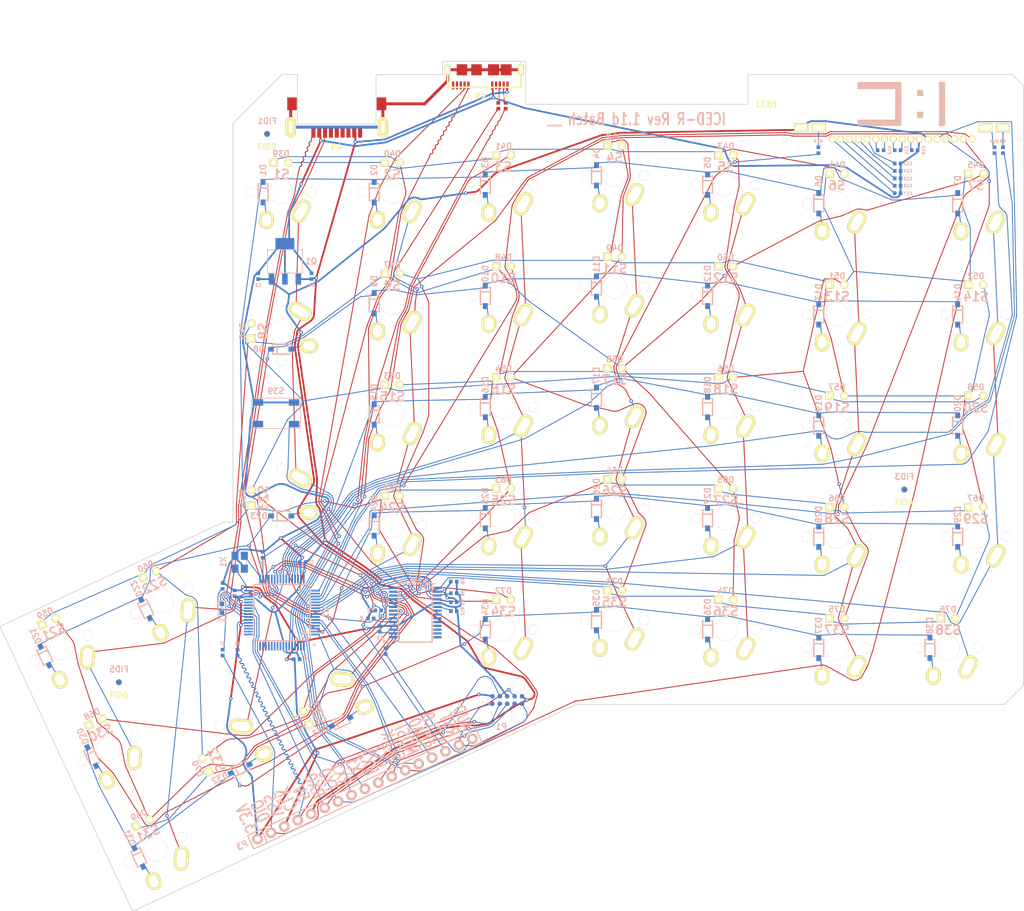
<source format=kicad_pcb>
(kicad_pcb (version 4) (host pcbnew "(2015-09-26 BZR 6224)-product")
  (title_block (title ICED-R) (date 2015-08-07) (rev "Rev 1.1d") (company "Input Club"))
  (layers (0 Front signal) (31 Back signal) (34 B.Paste user) (35 F.Paste user) (36 B.SilkS user) (37 F.SilkS user) (38 B.Mask user) (39 F.Mask user) (44 Edge.Cuts user))
  (net 0 "")
  (net 1 +5V)
  (net 2 /ledmatrix/CA1)
  (net 3 /ledmatrix/CA2)
  (net 4 /ledmatrix/CA3)
  (net 5 /ledmatrix/CA4)
  (net 6 /ledmatrix/CA5)
  (net 7 /ledmatrix/CA6)
  (net 8 /ledmatrix/CA7)
  (net 9 /ledmatrix/CA8)
  (net 10 /ledmatrix/CA9)
  (net 11 /mcu/A0)
  (net 12 /mcu/GND)
  (net 13 /mcu/INTB)
  (net 14 /mcu/LCD_KB)
  (net 15 /mcu/LCD_KG)
  (net 16 /mcu/LCD_KR)
  (net 17 /mcu/MOSI)
  (net 18 /mcu/PTB18)
  (net 19 /mcu/PTB19)
  (net 20 /mcu/PTB2)
  (net 21 /mcu/PTB3)
  (net 22 /mcu/PTC0)
  (net 23 /mcu/PTC10)
  (net 24 /mcu/PTC11)
  (net 25 /mcu/PTC9)
  (net 26 /mcu/PTD0)
  (net 27 /mcu/PTD1)
  (net 28 /mcu/PTD4)
  (net 29 /mcu/PTD5)
  (net 30 /mcu/PTD6)
  (net 31 /mcu/PTD7)
  (net 32 /mcu/RST)
  (net 33 /mcu/RX0)
  (net 34 /mcu/RX1)
  (net 35 /mcu/RX2)
  (net 36 /mcu/SCL0)
  (net 37 /mcu/SCLK)
  (net 38 /mcu/SDA0)
  (net 39 /mcu/SDB)
  (net 40 /mcu/SS1)
  (net 41 /mcu/SWD_CLK)
  (net 42 /mcu/SWD_DIO)
  (net 43 /mcu/TX0)
  (net 44 /mcu/TX1)
  (net 45 /mcu/TX2)
  (net 46 /mcu/USB_DM)
  (net 47 /mcu/USB_DP)
  (net 48 VDD)
  (net 49 VSS)
  (net 50 "Net-(C8-Pad1)")
  (net 51 "Net-(C9-Pad1)")
  (net 52 "Net-(C10-Pad1)")
  (net 53 "Net-(C11-Pad2)")
  (net 54 "Net-(C12-Pad2)")
  (net 55 "Net-(C13-Pad2)")
  (net 56 "Net-(C14-Pad2)")
  (net 57 "Net-(C15-Pad2)")
  (net 58 "Net-(D1-Pad1)")
  (net 59 "Net-(D2-Pad1)")
  (net 60 "Net-(D3-Pad1)")
  (net 61 "Net-(D4-Pad1)")
  (net 62 "Net-(D5-Pad1)")
  (net 63 "Net-(D6-Pad1)")
  (net 64 "Net-(D7-Pad1)")
  (net 65 "Net-(D8-Pad1)")
  (net 66 "Net-(D9-Pad1)")
  (net 67 "Net-(D10-Pad1)")
  (net 68 "Net-(D11-Pad1)")
  (net 69 "Net-(D12-Pad1)")
  (net 70 "Net-(D13-Pad1)")
  (net 71 "Net-(D14-Pad1)")
  (net 72 "Net-(D15-Pad1)")
  (net 73 "Net-(D16-Pad1)")
  (net 74 "Net-(D17-Pad1)")
  (net 75 "Net-(D18-Pad1)")
  (net 76 "Net-(D19-Pad1)")
  (net 77 "Net-(D20-Pad1)")
  (net 78 "Net-(D21-Pad1)")
  (net 79 "Net-(D22-Pad1)")
  (net 80 "Net-(D23-Pad1)")
  (net 81 "Net-(D24-Pad1)")
  (net 82 "Net-(D25-Pad1)")
  (net 83 "Net-(D26-Pad1)")
  (net 84 "Net-(D27-Pad1)")
  (net 85 "Net-(D28-Pad1)")
  (net 86 "Net-(D29-Pad1)")
  (net 87 "Net-(D30-Pad1)")
  (net 88 "Net-(D31-Pad1)")
  (net 89 "Net-(D32-Pad1)")
  (net 90 "Net-(D33-Pad1)")
  (net 91 "Net-(D34-Pad1)")
  (net 92 "Net-(D35-Pad1)")
  (net 93 "Net-(D36-Pad1)")
  (net 94 "Net-(D37-Pad1)")
  (net 95 "Net-(D38-Pad1)")
  (net 96 /mcu/PTA5)
  (net 97 "Net-(LCD1-Pad2)")
  (net 98 "Net-(LCD1-Pad20)")
  (net 99 "Net-(LCD1-Pad21)")
  (net 100 /mcu/AUD)
  (net 101 "Net-(R12-Pad1)")
  (net 102 "Net-(U1-Pad32)")
  (net 103 "Net-(U1-Pad33)")
  (net 104 "Net-(C11-Pad1)")
  (net 105 "Net-(C12-Pad1)")
  (net 106 "Net-(C16-Pad2)")
  (net 107 "Net-(C17-Pad2)")
  (net 108 "Net-(D77-Pad2)")
  (net 109 "Net-(P2-Pad3)")
  (net 110 "Net-(P2-Pad2)")
  (net 111 "Net-(R6-Pad1)")
  (net 112 "Net-(R7-Pad1)")
  (net 113 /mcu/MCU_RESET)
  (module prettylib:LQFP64 (layer Back) (at 72.517 137.16 90)
    (fp_text reference U1 (at 0.002 7.5 90) (layer B.SilkS) (effects (font (thickness 0.2)) (justify mirror)))
    (fp_text value MK20DX256VLH7 hide)
    (fp_text user ○ (at -5.55 5.55 90) (layer B.SilkS) (effects (font (size 0.4 0.4) (thickness 0.1)) (justify mirror)))
    (pad 1 smd rect (at -5.75 3.75 90) (size 1.5 0.3) (layers Back B.Paste B.Mask) (net 44 /mcu/TX1))
    (pad 2 smd rect (at -5.75 3.25 90) (size 1.5 0.3) (layers Back B.Paste B.Mask) (net 34 /mcu/RX1))
    (pad 3 smd rect (at -5.75 2.75 90) (size 1.5 0.3) (layers Back B.Paste B.Mask) (net 48 VDD))
    (pad 4 smd rect (at -5.75 2.25 90) (size 1.5 0.3) (layers Back B.Paste B.Mask) (net 49 VSS))
    (pad 5 smd rect (at -5.75 1.75 90) (size 1.5 0.3) (layers Back B.Paste B.Mask) (net 47 /mcu/USB_DP))
    (pad 6 smd rect (at -5.75 1.25 90) (size 1.5 0.3) (layers Back B.Paste B.Mask) (net 46 /mcu/USB_DM))
    (pad 7 smd rect (at -5.75 0.75 90) (size 1.5 0.3) (layers Back B.Paste B.Mask) (net 48 VDD))
    (pad 8 smd rect (at -5.75 0.25 90) (size 1.5 0.3) (layers Back B.Paste B.Mask) (net 48 VDD))
    (pad 9 smd rect (at -5.75 -0.25 90) (size 1.5 0.3) (layers Back B.Paste B.Mask))
    (pad 10 smd rect (at -5.75 -0.75 90) (size 1.5 0.3) (layers Back B.Paste B.Mask))
    (pad 11 smd rect (at -5.75 -1.25 90) (size 1.5 0.3) (layers Back B.Paste B.Mask))
    (pad 12 smd rect (at -5.75 -1.75 90) (size 1.5 0.3) (layers Back B.Paste B.Mask))
    (pad 13 smd rect (at -5.75 -2.25 90) (size 1.5 0.3) (layers Back B.Paste B.Mask))
    (pad 14 smd rect (at -5.75 -2.75 90) (size 1.5 0.3) (layers Back B.Paste B.Mask))
    (pad 15 smd rect (at -5.75 -3.25 90) (size 1.5 0.3) (layers Back B.Paste B.Mask))
    (pad 16 smd rect (at -5.75 -3.75 90) (size 1.5 0.3) (layers Back B.Paste B.Mask))
    (pad 17 smd rect (at -3.75 -5.75) (size 1.5 0.3) (layers Back B.Paste B.Mask))
    (pad 18 smd rect (at -3.25 -5.75) (size 1.5 0.3) (layers Back B.Paste B.Mask))
    (pad 19 smd rect (at -2.75 -5.75) (size 1.5 0.3) (layers Back B.Paste B.Mask))
    (pad 20 smd rect (at -2.25 -5.75) (size 1.5 0.3) (layers Back B.Paste B.Mask))
    (pad 21 smd rect (at -1.75 -5.75) (size 1.5 0.3) (layers Back B.Paste B.Mask) (net 48 VDD))
    (pad 22 smd rect (at -1.25 -5.75) (size 1.5 0.3) (layers Back B.Paste B.Mask) (net 111 "Net-(R6-Pad1)"))
    (pad 23 smd rect (at -0.75 -5.75) (size 1.5 0.3) (layers Back B.Paste B.Mask) (net 33 /mcu/RX0))
    (pad 24 smd rect (at -0.25 -5.75) (size 1.5 0.3) (layers Back B.Paste B.Mask) (net 43 /mcu/TX0))
    (pad 25 smd rect (at 0.25 -5.75) (size 1.5 0.3) (layers Back B.Paste B.Mask) (net 112 "Net-(R7-Pad1)"))
    (pad 26 smd rect (at 0.75 -5.75) (size 1.5 0.3) (layers Back B.Paste B.Mask))
    (pad 27 smd rect (at 1.25 -5.75) (size 1.5 0.3) (layers Back B.Paste B.Mask) (net 96 /mcu/PTA5))
    (pad 28 smd rect (at 1.75 -5.75) (size 1.5 0.3) (layers Back B.Paste B.Mask))
    (pad 29 smd rect (at 2.25 -5.75) (size 1.5 0.3) (layers Back B.Paste B.Mask))
    (pad 30 smd rect (at 2.75 -5.75) (size 1.5 0.3) (layers Back B.Paste B.Mask) (net 48 VDD))
    (pad 31 smd rect (at 3.25 -5.75) (size 1.5 0.3) (layers Back B.Paste B.Mask) (net 49 VSS))
    (pad 32 smd rect (at 3.75 -5.75) (size 1.5 0.3) (layers Back B.Paste B.Mask) (net 102 "Net-(U1-Pad32)"))
    (pad 33 smd rect (at 5.75 -3.75 90) (size 1.5 0.3) (layers Back B.Paste B.Mask) (net 103 "Net-(U1-Pad33)"))
    (pad 34 smd rect (at 5.75 -3.25 90) (size 1.5 0.3) (layers Back B.Paste B.Mask) (net 113 /mcu/MCU_RESET))
    (pad 35 smd rect (at 5.75 -2.75 90) (size 1.5 0.3) (layers Back B.Paste B.Mask) (net 36 /mcu/SCL0))
    (pad 36 smd rect (at 5.75 -2.25 90) (size 1.5 0.3) (layers Back B.Paste B.Mask) (net 38 /mcu/SDA0))
    (pad 37 smd rect (at 5.75 -1.75 90) (size 1.5 0.3) (layers Back B.Paste B.Mask) (net 20 /mcu/PTB2))
    (pad 38 smd rect (at 5.75 -1.25 90) (size 1.5 0.3) (layers Back B.Paste B.Mask) (net 21 /mcu/PTB3))
    (pad 39 smd rect (at 5.75 -0.75 90) (size 1.5 0.3) (layers Back B.Paste B.Mask) (net 39 /mcu/SDB))
    (pad 40 smd rect (at 5.75 -0.25 90) (size 1.5 0.3) (layers Back B.Paste B.Mask) (net 13 /mcu/INTB))
    (pad 41 smd rect (at 5.75 0.25 90) (size 1.5 0.3) (layers Back B.Paste B.Mask) (net 18 /mcu/PTB18))
    (pad 42 smd rect (at 5.75 0.75 90) (size 1.5 0.3) (layers Back B.Paste B.Mask) (net 19 /mcu/PTB19))
    (pad 43 smd rect (at 5.75 1.25 90) (size 1.5 0.3) (layers Back B.Paste B.Mask) (net 22 /mcu/PTC0))
    (pad 44 smd rect (at 5.75 1.75 90) (size 1.5 0.3) (layers Back B.Paste B.Mask) (net 16 /mcu/LCD_KR))
    (pad 45 smd rect (at 5.75 2.25 90) (size 1.5 0.3) (layers Back B.Paste B.Mask) (net 15 /mcu/LCD_KG))
    (pad 46 smd rect (at 5.75 2.75 90) (size 1.5 0.3) (layers Back B.Paste B.Mask) (net 14 /mcu/LCD_KB))
    (pad 47 smd rect (at 5.75 3.25 90) (size 1.5 0.3) (layers Back B.Paste B.Mask) (net 49 VSS))
    (pad 48 smd rect (at 5.75 3.75 90) (size 1.5 0.3) (layers Back B.Paste B.Mask) (net 48 VDD))
    (pad 49 smd rect (at 3.75 5.75) (size 1.5 0.3) (layers Back B.Paste B.Mask) (net 40 /mcu/SS1))
    (pad 50 smd rect (at 3.25 5.75) (size 1.5 0.3) (layers Back B.Paste B.Mask) (net 37 /mcu/SCLK))
    (pad 51 smd rect (at 2.75 5.75) (size 1.5 0.3) (layers Back B.Paste B.Mask) (net 17 /mcu/MOSI))
    (pad 52 smd rect (at 2.25 5.75) (size 1.5 0.3) (layers Back B.Paste B.Mask) (net 11 /mcu/A0))
    (pad 53 smd rect (at 1.75 5.75) (size 1.5 0.3) (layers Back B.Paste B.Mask) (net 32 /mcu/RST))
    (pad 54 smd rect (at 1.25 5.75) (size 1.5 0.3) (layers Back B.Paste B.Mask) (net 25 /mcu/PTC9))
    (pad 55 smd rect (at 0.75 5.75) (size 1.5 0.3) (layers Back B.Paste B.Mask) (net 23 /mcu/PTC10))
    (pad 56 smd rect (at 0.25 5.75) (size 1.5 0.3) (layers Back B.Paste B.Mask) (net 24 /mcu/PTC11))
    (pad 57 smd rect (at -0.25 5.75) (size 1.5 0.3) (layers Back B.Paste B.Mask) (net 26 /mcu/PTD0))
    (pad 58 smd rect (at -0.75 5.75) (size 1.5 0.3) (layers Back B.Paste B.Mask) (net 27 /mcu/PTD1))
    (pad 59 smd rect (at -1.25 5.75) (size 1.5 0.3) (layers Back B.Paste B.Mask) (net 35 /mcu/RX2))
    (pad 60 smd rect (at -1.75 5.75) (size 1.5 0.3) (layers Back B.Paste B.Mask) (net 45 /mcu/TX2))
    (pad 61 smd rect (at -2.25 5.75) (size 1.5 0.3) (layers Back B.Paste B.Mask) (net 28 /mcu/PTD4))
    (pad 62 smd rect (at -2.75 5.75) (size 1.5 0.3) (layers Back B.Paste B.Mask) (net 29 /mcu/PTD5))
    (pad 63 smd rect (at -3.25 5.75) (size 1.5 0.3) (layers Back B.Paste B.Mask) (net 30 /mcu/PTD6))
    (pad 64 smd rect (at -3.75 5.75) (size 1.5 0.3) (layers Back B.Paste B.Mask) (net 31 /mcu/PTD7))
  )
  (module prettylib:NX3225SA (layer Back) (at 65.278 128.524 90)
    (fp_text reference X1 (at 0 -2.794 90) (layer B.SilkS) (effects (font (thickness 0.2)) (justify mirror)))
    (fp_text value CRYSTAL hide)
    (pad 3 smd rect (at 1.1 0.8 90) (size 1.4 1.2) (layers Back B.Paste B.Mask) (net 103 "Net-(U1-Pad33)"))
    (pad 2 smd rect (at 1.1 -0.8 90) (size 1.4 1.2) (layers Back B.Paste B.Mask) (net 49 VSS))
    (pad 1 smd rect (at -1.1 -0.8 90) (size 1.4 1.2) (layers Back B.Paste B.Mask) (net 102 "Net-(U1-Pad32)"))
    (pad 4 smd rect (at -1.1 0.8 90) (size 1.4 1.2) (layers Back B.Paste B.Mask) (net 49 VSS))
  )
  (module prettylib:HEADER_1x17 (layer Back) (at 86.741 167.386 295)
    (fp_text reference P3 (at -0.109634 23.144381 385) (layer B.SilkS) (effects (font (thickness 0.2)) (justify mirror)))
    (fp_text value CONN_17 hide)
    (pad 1 thru_hole circle (at 0 20.32 295) (size 1.8 1.8) (drill 1) (layers *.Cu *.Mask B.SilkS) (net 48 VDD))
    (pad 2 thru_hole circle (at 0 17.78 295) (size 1.8 1.8) (drill 1) (layers *.Cu *.Mask B.SilkS) (net 42 /mcu/SWD_DIO))
    (pad 3 thru_hole circle (at 0 15.24 295) (size 1.8 1.8) (drill 1) (layers *.Cu *.Mask B.SilkS) (net 49 VSS))
    (pad 4 thru_hole circle (at 0 12.7 295) (size 1.8 1.8) (drill 1) (layers *.Cu *.Mask B.SilkS) (net 41 /mcu/SWD_CLK))
    (pad 5 thru_hole circle (at 0 10.16 295) (size 1.8 1.8) (drill 1) (layers *.Cu *.Mask B.SilkS) (net 1 +5V))
    (pad 6 thru_hole circle (at 0 7.62 295) (size 1.8 1.8) (drill 1) (layers *.Cu *.Mask B.SilkS) (net 33 /mcu/RX0))
    (pad 7 thru_hole circle (at 0 5.08 295) (size 1.8 1.8) (drill 1) (layers *.Cu *.Mask B.SilkS) (net 43 /mcu/TX0))
    (pad 8 thru_hole circle (at 0 2.54 295) (size 1.8 1.8) (drill 1) (layers *.Cu *.Mask B.SilkS) (net 34 /mcu/RX1))
    (pad 9 thru_hole circle (at 0 0 295) (size 1.8 1.8) (drill 1) (layers *.Cu *.Mask B.SilkS) (net 44 /mcu/TX1))
    (pad 10 thru_hole circle (at 0 -2.54 295) (size 1.8 1.8) (drill 1) (layers *.Cu *.Mask B.SilkS) (net 35 /mcu/RX2))
    (pad 11 thru_hole circle (at 0 -5.08 295) (size 1.8 1.8) (drill 1) (layers *.Cu *.Mask B.SilkS) (net 45 /mcu/TX2))
    (pad 12 thru_hole circle (at 0 -7.62 295) (size 1.8 1.8) (drill 1) (layers *.Cu *.Mask B.SilkS) (net 37 /mcu/SCLK))
    (pad 13 thru_hole circle (at 0 -10.16 295) (size 1.8 1.8) (drill 1) (layers *.Cu *.Mask B.SilkS) (net 17 /mcu/MOSI))
    (pad 14 thru_hole circle (at 0 -12.7 295) (size 1.8 1.8) (drill 1) (layers *.Cu *.Mask B.SilkS) (net 38 /mcu/SDA0))
    (pad 15 thru_hole circle (at 0 -15.24 295) (size 1.8 1.8) (drill 1) (layers *.Cu *.Mask B.SilkS) (net 36 /mcu/SCL0))
    (pad 16 thru_hole circle (at 0 -17.78 295) (size 1.8 1.8) (drill 1) (layers *.Cu *.Mask B.SilkS) (net 113 /mcu/MCU_RESET))
    (pad 17 thru_hole circle (at 0 -20.32 295) (size 1.8 1.8) (drill 1) (layers *.Cu *.Mask B.SilkS) (net 100 /mcu/AUD))
  )
  (module prettylib:JLINK_NEEDLE (layer Back) (at 111.125 152.146)
    (fp_text reference P1 (at -1.016 4.572) (layer B.SilkS) (effects (font (thickness 0.2)) (justify mirror)))
    (fp_text value FLASH_HDR hide)
    (pad 8 smd circle (at 0 0.635) (size 0.7874 0.7874) (layers Back B.Mask) (net 33 /mcu/RX0))
    (pad 3 smd circle (at 0 -0.635) (size 0.7874 0.7874) (layers Back B.Mask) (net 49 VSS))
    (pad 7 smd circle (at 1.27 0.635) (size 0.7874 0.7874) (layers Back B.Mask) (net 45 /mcu/TX2))
    (pad 4 smd circle (at 1.27 -0.635) (size 0.7874 0.7874) (layers Back B.Mask) (net 41 /mcu/SWD_CLK))
    (pad 5 smd circle (at 2.54 -0.635) (size 0.7874 0.7874) (layers Back B.Mask) (net 1 +5V))
    (pad 6 smd circle (at 2.54 0.635) (size 0.7874 0.7874) (layers Back B.Mask) (net 43 /mcu/TX0))
    (pad 9 smd circle (at -1.27 0.635) (size 0.7874 0.7874) (layers Back B.Mask) (net 96 /mcu/PTA5))
    (pad 2 smd circle (at -1.27 -0.635) (size 0.7874 0.7874) (layers Back B.Mask) (net 42 /mcu/SWD_DIO))
    (pad 10 smd circle (at -2.54 0.635) (size 0.7874 0.7874) (layers Back B.Mask) (net 113 /mcu/MCU_RESET))
    (pad 1 smd circle (at -2.54 -0.635) (size 0.7874 0.7874) (layers Back B.Mask) (net 48 VDD))
    (pad "" np_thru_hole circle (at -3.81 0) (size 0.99061 0.99061) (drill 0.9906) (layers *.Cu *.Mask B.SilkS))
    (pad "" np_thru_hole circle (at 3.81 1.016) (size 0.99061 0.99061) (drill 0.9906) (layers *.Cu *.Mask B.SilkS))
    (pad "" np_thru_hole circle (at 3.81 -1.016) (size 0.99061 0.99061) (drill 0.9906) (layers *.Cu *.Mask B.SilkS))
    (pad "" np_thru_hole circle (at -3.81 2.54) (size 2.37491 2.37491) (drill 2.3749) (layers *.Cu *.Mask B.SilkS))
    (pad "" np_thru_hole circle (at 1.905 2.54) (size 2.37491 2.37491) (drill 2.3749) (layers *.Cu *.Mask B.SilkS))
    (pad "" np_thru_hole circle (at -3.81 -2.54) (size 2.37491 2.37491) (drill 2.3749) (layers *.Cu *.Mask B.SilkS))
    (pad "" np_thru_hole circle (at 1.905 -2.54) (size 2.37491 2.37491) (drill 2.3749) (layers *.Cu *.Mask B.SilkS))
  )
  (module prettylib:SMD-1005 (layer Back) (at 62.357 144.018 180)
    (fp_text reference R7 (at 0 1.524 180) (layer B.SilkS) (effects (font (size 0.508 0.508) (thickness 0.127)) (justify mirror)))
    (fp_text value 100 hide)
    (pad 1 smd rect (at 0 0.5 180) (size 0.65 0.6) (layers Back B.Paste B.Mask) (net 112 "Net-(R7-Pad1)"))
    (pad 2 smd rect (at 0 -0.5 180) (size 0.65 0.6) (layers Back B.Paste B.Mask) (net 42 /mcu/SWD_DIO))
  )
  (module prettylib:SMD-1005 (layer Back) (at 164.465 57.912 180)
    (fp_text reference R13 (at 0 1.524 180) (layer B.SilkS) (effects (font (size 0.508 0.508) (thickness 0.127)) (justify mirror)))
    (fp_text value 33 hide)
    (pad 1 smd rect (at 0 0.5 180) (size 0.65 0.6) (layers Back B.Paste B.Mask) (net 97 "Net-(LCD1-Pad2)"))
    (pad 2 smd rect (at 0 -0.5 180) (size 0.65 0.6) (layers Back B.Paste B.Mask) (net 16 /mcu/LCD_KR))
  )
  (module prettylib:SMD-1005 (layer Back) (at 194.657 57.912 180)
    (fp_text reference R10 (at 0 1.524 180) (layer B.SilkS) (effects (font (size 0.508 0.508) (thickness 0.127)) (justify mirror)))
    (fp_text value 66.5 hide)
    (pad 1 smd rect (at 0 0.5 180) (size 0.65 0.6) (layers Back B.Paste B.Mask) (net 98 "Net-(LCD1-Pad20)"))
    (pad 2 smd rect (at 0 -0.5 180) (size 0.65 0.6) (layers Back B.Paste B.Mask) (net 15 /mcu/LCD_KG))
  )
  (module prettylib:SMD-1005 (layer Back) (at 196.1 57.912 180)
    (fp_text reference R9 (at 0 1.524 180) (layer B.SilkS) (effects (font (size 0.508 0.508) (thickness 0.127)) (justify mirror)))
    (fp_text value 66.5 hide)
    (pad 1 smd rect (at 0 0.5 180) (size 0.65 0.6) (layers Back B.Paste B.Mask) (net 99 "Net-(LCD1-Pad21)"))
    (pad 2 smd rect (at 0 -0.5 180) (size 0.65 0.6) (layers Back B.Paste B.Mask) (net 14 /mcu/LCD_KB))
  )
  (module prettylib:SMD-1005 (layer Back) (at 178.054 57.912 90)
    (fp_text reference C11 (at 0 1.524 90) (layer B.SilkS) (effects (font (size 0.508 0.508) (thickness 0.127)) (justify mirror)))
    (fp_text value 1uF hide)
    (pad 1 smd rect (at 0 0.5 90) (size 0.65 0.6) (layers Back B.Paste B.Mask) (net 104 "Net-(C11-Pad1)"))
    (pad 2 smd rect (at 0 -0.5 90) (size 0.65 0.6) (layers Back B.Paste B.Mask) (net 53 "Net-(C11-Pad2)"))
  )
  (module prettylib:SMD-1005 (layer Back) (at 178.054 65.278 90)
    (fp_text reference C17 (at -0.045 1.763 180) (layer B.SilkS) (effects (font (size 0.508 0.508) (thickness 0.127)) (justify mirror)))
    (fp_text value 1uF hide)
    (pad 1 smd rect (at 0 0.5 90) (size 0.65 0.6) (layers Back B.Paste B.Mask) (net 49 VSS))
    (pad 2 smd rect (at 0 -0.5 90) (size 0.65 0.6) (layers Back B.Paste B.Mask) (net 107 "Net-(C17-Pad2)"))
  )
  (module prettylib:SMD-1005 (layer Back) (at 175.133 57.912 90)
    (fp_text reference C12 (at 0 1.524 90) (layer B.SilkS) (effects (font (size 0.508 0.508) (thickness 0.127)) (justify mirror)))
    (fp_text value 1uF hide)
    (pad 1 smd rect (at 0 0.5 90) (size 0.65 0.6) (layers Back B.Paste B.Mask) (net 105 "Net-(C12-Pad1)"))
    (pad 2 smd rect (at 0 -0.5 90) (size 0.65 0.6) (layers Back B.Paste B.Mask) (net 54 "Net-(C12-Pad2)"))
  )
  (module prettylib:SMD-1005 (layer Back) (at 178.054 64.008 90)
    (fp_text reference C16 (at 0.012 1.763 180) (layer B.SilkS) (effects (font (size 0.508 0.508) (thickness 0.127)) (justify mirror)))
    (fp_text value 1uF hide)
    (pad 1 smd rect (at 0 0.5 90) (size 0.65 0.6) (layers Back B.Paste B.Mask) (net 49 VSS))
    (pad 2 smd rect (at 0 -0.5 90) (size 0.65 0.6) (layers Back B.Paste B.Mask) (net 106 "Net-(C16-Pad2)"))
  )
  (module prettylib:SMD-1005 (layer Back) (at 178.054 62.738 90)
    (fp_text reference C15 (at -0.031 1.763 180) (layer B.SilkS) (effects (font (size 0.508 0.508) (thickness 0.127)) (justify mirror)))
    (fp_text value 1uF hide)
    (pad 1 smd rect (at 0 0.5 90) (size 0.65 0.6) (layers Back B.Paste B.Mask) (net 49 VSS))
    (pad 2 smd rect (at 0 -0.5 90) (size 0.65 0.6) (layers Back B.Paste B.Mask) (net 57 "Net-(C15-Pad2)"))
  )
  (module prettylib:SMD-1005 (layer Back) (at 178.054 61.468 90)
    (fp_text reference C14 (at 0.026 1.763 360) (layer B.SilkS) (effects (font (size 0.508 0.508) (thickness 0.127)) (justify mirror)))
    (fp_text value 1uF hide)
    (pad 1 smd rect (at 0 0.5 90) (size 0.65 0.6) (layers Back B.Paste B.Mask) (net 49 VSS))
    (pad 2 smd rect (at 0 -0.5 90) (size 0.65 0.6) (layers Back B.Paste B.Mask) (net 56 "Net-(C14-Pad2)"))
  )
  (module prettylib:SMD-1005 (layer Back) (at 178.054 60.198 90)
    (fp_text reference C13 (at -0.017 1.763 360) (layer B.SilkS) (effects (font (size 0.508 0.508) (thickness 0.127)) (justify mirror)))
    (fp_text value 1uF hide)
    (pad 1 smd rect (at 0 0.5 90) (size 0.65 0.6) (layers Back B.Paste B.Mask) (net 49 VSS))
    (pad 2 smd rect (at 0 -0.5 90) (size 0.65 0.6) (layers Back B.Paste B.Mask) (net 55 "Net-(C13-Pad2)"))
  )
  (module prettylib:SMD-1005 (layer Back) (at 64.389 133.858)
    (fp_text reference C7 (at 0 1.524) (layer B.SilkS) (effects (font (size 0.508 0.508) (thickness 0.127)) (justify mirror)))
    (fp_text value 0.1uF hide)
    (pad 1 smd rect (at 0 0.5) (size 0.65 0.6) (layers Back B.Paste B.Mask) (net 48 VDD))
    (pad 2 smd rect (at 0 -0.5) (size 0.65 0.6) (layers Back B.Paste B.Mask) (net 49 VSS))
  )
  (module prettylib:SMD-1005 (layer Back) (at 101.981 135.382 90)
    (fp_text reference R3 (at 0 1.524 90) (layer B.SilkS) (effects (font (size 0.508 0.508) (thickness 0.127)) (justify mirror)))
    (fp_text value 4.7k hide)
    (pad 1 smd rect (at 0 0.5 90) (size 0.65 0.6) (layers Back B.Paste B.Mask) (net 48 VDD))
    (pad 2 smd rect (at 0 -0.5 90) (size 0.65 0.6) (layers Back B.Paste B.Mask) (net 13 /mcu/INTB))
  )
  (module prettylib:SMD-1005 (layer Back) (at 69.215 127.254)
    (fp_text reference C5 (at 0 1.524) (layer B.SilkS) (effects (font (size 0.508 0.508) (thickness 0.127)) (justify mirror)))
    (fp_text value 0.1uF hide)
    (pad 1 smd rect (at 0 0.5) (size 0.65 0.6) (layers Back B.Paste B.Mask) (net 113 /mcu/MCU_RESET))
    (pad 2 smd rect (at 0 -0.5) (size 0.65 0.6) (layers Back B.Paste B.Mask) (net 49 VSS))
  )
  (module prettylib:SMD-1005 (layer Back) (at 75.057 145.161 90)
    (fp_text reference C4 (at 0 1.524 90) (layer B.SilkS) (effects (font (size 0.508 0.508) (thickness 0.127)) (justify mirror)))
    (fp_text value 0.1uF hide)
    (pad 1 smd rect (at 0 0.5 90) (size 0.65 0.6) (layers Back B.Paste B.Mask) (net 48 VDD))
    (pad 2 smd rect (at 0 -0.5 90) (size 0.65 0.6) (layers Back B.Paste B.Mask) (net 49 VSS))
  )
  (module prettylib:SMD-1005 (layer Back) (at 77.597 79.502)
    (fp_text reference C1 (at 0 1.524) (layer B.SilkS) (effects (font (size 0.508 0.508) (thickness 0.127)) (justify mirror)))
    (fp_text value 1uF hide)
    (pad 1 smd rect (at 0 0.5) (size 0.65 0.6) (layers Back B.Paste B.Mask) (net 1 +5V))
    (pad 2 smd rect (at 0 -0.5) (size 0.65 0.6) (layers Back B.Paste B.Mask) (net 49 VSS))
  )
  (module prettylib:SMD-1005 (layer Front) (at 109.601 50.292)
    (fp_text reference R2 (at 0 -1.524) (layer F.SilkS) (effects (font (size 0.508 0.508) (thickness 0.127))))
    (fp_text value 33 hide)
    (pad 1 smd rect (at 0 -0.5) (size 0.65 0.6) (layers Front F.Paste F.Mask) (net 109 "Net-(P2-Pad3)"))
    (pad 2 smd rect (at 0 0.5) (size 0.65 0.6) (layers Front F.Paste F.Mask) (net 47 /mcu/USB_DP))
  )
  (module prettylib:SMD-1005 (layer Back) (at 76.073 128.524 90)
    (fp_text reference C3 (at 0 1.524 90) (layer B.SilkS) (effects (font (size 0.508 0.508) (thickness 0.127)) (justify mirror)))
    (fp_text value 0.1uF hide)
    (pad 1 smd rect (at 0 0.5 90) (size 0.65 0.6) (layers Back B.Paste B.Mask) (net 48 VDD))
    (pad 2 smd rect (at 0 -0.5 90) (size 0.65 0.6) (layers Back B.Paste B.Mask) (net 49 VSS))
  )
  (module prettylib:SMD-1005 (layer Back) (at 68.453 79.502)
    (fp_text reference C2 (at 0 1.524) (layer B.SilkS) (effects (font (size 0.508 0.508) (thickness 0.127)) (justify mirror)))
    (fp_text value 1uF hide)
    (pad 1 smd rect (at 0 0.5) (size 0.65 0.6) (layers Back B.Paste B.Mask) (net 48 VDD))
    (pad 2 smd rect (at 0 -0.5) (size 0.65 0.6) (layers Back B.Paste B.Mask) (net 49 VSS))
  )
  (module prettylib:SMD-1005 (layer Front) (at 110.871 50.292)
    (fp_text reference R1 (at 0 -1.524) (layer F.SilkS) (effects (font (size 0.508 0.508) (thickness 0.127))))
    (fp_text value 33 hide)
    (pad 1 smd rect (at 0 -0.5) (size 0.65 0.6) (layers Front F.Paste F.Mask) (net 110 "Net-(P2-Pad2)"))
    (pad 2 smd rect (at 0 0.5) (size 0.65 0.6) (layers Front F.Paste F.Mask) (net 46 /mcu/USB_DM))
  )
  (module prettylib:SMD-1005 (layer Back) (at 64.897 144.018 180)
    (fp_text reference R6 (at 0 1.524 180) (layer B.SilkS) (effects (font (size 0.508 0.508) (thickness 0.127)) (justify mirror)))
    (fp_text value 100 hide)
    (pad 1 smd rect (at 0 0.5 180) (size 0.65 0.6) (layers Back B.Paste B.Mask) (net 111 "Net-(R6-Pad1)"))
    (pad 2 smd rect (at 0 -0.5 180) (size 0.65 0.6) (layers Back B.Paste B.Mask) (net 41 /mcu/SWD_CLK))
  )
  (module prettylib:SMD-1005 (layer Back) (at 87.757 138.176 270)
    (fp_text reference R5 (at 0 1.524 270) (layer B.SilkS) (effects (font (size 0.508 0.508) (thickness 0.127)) (justify mirror)))
    (fp_text value 4.7k hide)
    (pad 1 smd rect (at 0 0.5 270) (size 0.65 0.6) (layers Back B.Paste B.Mask) (net 48 VDD))
    (pad 2 smd rect (at 0 -0.5 270) (size 0.65 0.6) (layers Back B.Paste B.Mask) (net 38 /mcu/SDA0))
  )
  (module prettylib:SMD-1005 (layer Back) (at 89.027 136.779 270)
    (fp_text reference R4 (at 0 1.524 270) (layer B.SilkS) (effects (font (size 0.508 0.508) (thickness 0.127)) (justify mirror)))
    (fp_text value 4.7k hide)
    (pad 1 smd rect (at 0 0.5 270) (size 0.65 0.6) (layers Back B.Paste B.Mask) (net 48 VDD))
    (pad 2 smd rect (at 0 -0.5 270) (size 0.65 0.6) (layers Back B.Paste B.Mask) (net 36 /mcu/SCL0))
  )
  (module prettylib:SMD-1005 (layer Back) (at 101.981 131.826 90)
    (fp_text reference C6 (at 0 1.524 90) (layer B.SilkS) (effects (font (size 0.508 0.508) (thickness 0.127)) (justify mirror)))
    (fp_text value 1uF hide)
    (pad 1 smd rect (at 0 0.5 90) (size 0.65 0.6) (layers Back B.Paste B.Mask) (net 49 VSS))
    (pad 2 smd rect (at 0 -0.5 90) (size 0.65 0.6) (layers Back B.Paste B.Mask) (net 48 VDD))
  )
  (module prettylib:SMD-1005 (layer Back) (at 90.297 143.764 180)
    (fp_text reference C8 (at 0 1.524 180) (layer B.SilkS) (effects (font (size 0.508 0.508) (thickness 0.127)) (justify mirror)))
    (fp_text value 0.22uF hide)
    (pad 1 smd rect (at 0 0.5 180) (size 0.65 0.6) (layers Back B.Paste B.Mask) (net 50 "Net-(C8-Pad1)"))
    (pad 2 smd rect (at 0 -0.5 180) (size 0.65 0.6) (layers Back B.Paste B.Mask) (net 100 /mcu/AUD))
  )
  (module prettylib:SMD-1005 (layer Back) (at 89.281 139.954)
    (fp_text reference C9 (at 0 1.524) (layer B.SilkS) (effects (font (size 0.508 0.508) (thickness 0.127)) (justify mirror)))
    (fp_text value 0.1uF hide)
    (pad 1 smd rect (at 0 0.5) (size 0.65 0.6) (layers Back B.Paste B.Mask) (net 51 "Net-(C9-Pad1)"))
    (pad 2 smd rect (at 0 -0.5) (size 0.65 0.6) (layers Back B.Paste B.Mask) (net 49 VSS))
  )
  (module prettylib:SMD-1005 (layer Back) (at 101.981 133.858 90)
    (fp_text reference R8 (at 0 1.524 90) (layer B.SilkS) (effects (font (size 0.508 0.508) (thickness 0.127)) (justify mirror)))
    (fp_text value 100k hide)
    (pad 1 smd rect (at 0 0.5 90) (size 0.65 0.6) (layers Back B.Paste B.Mask) (net 49 VSS))
    (pad 2 smd rect (at 0 -0.5 90) (size 0.65 0.6) (layers Back B.Paste B.Mask) (net 39 /mcu/SDB))
  )
  (module prettylib:SMD-1005 (layer Back) (at 62.357 132.588)
    (fp_text reference R11 (at 0 1.524) (layer B.SilkS) (effects (font (size 0.508 0.508) (thickness 0.127)) (justify mirror)))
    (fp_text value 1k hide)
    (pad 1 smd rect (at 0 0.5) (size 0.65 0.6) (layers Back B.Paste B.Mask) (net 108 "Net-(D77-Pad2)"))
    (pad 2 smd rect (at 0 -0.5) (size 0.65 0.6) (layers Back B.Paste B.Mask) (net 49 VSS))
  )
  (module prettylib:SMD-1005 (layer Back) (at 101.981 136.906 270)
    (fp_text reference R12 (at 0 -1.524 270) (layer B.SilkS) (effects (font (size 0.508 0.508) (thickness 0.127)) (justify mirror)))
    (fp_text value 20k hide)
    (pad 1 smd rect (at 0 0.5 270) (size 0.65 0.6) (layers Back B.Paste B.Mask) (net 101 "Net-(R12-Pad1)"))
    (pad 2 smd rect (at 0 -0.5 270) (size 0.65 0.6) (layers Back B.Paste B.Mask) (net 49 VSS))
  )
  (module prettylib:SSOP-28 (layer Back) (at 95.377 137.16 180)
    (fp_text reference U2 (at 0 5.92 180) (layer B.SilkS) (effects (font (thickness 0.2)) (justify mirror)))
    (fp_text value IS31FL3731C hide)
    (fp_text user ○ (at -3.28 4.925 180) (layer B.SilkS) (effects (font (size 0.4 0.4) (thickness 0.1)) (justify mirror)))
    (pad 1 smd rect (at -3.795 4.225 180) (size 1.43 0.4) (layers Back B.Paste B.Mask) (net 10 /ledmatrix/CA9))
    (pad 2 smd rect (at -3.795 3.575 180) (size 1.43 0.4) (layers Back B.Paste B.Mask) (net 48 VDD))
    (pad 3 smd rect (at -3.795 2.925 180) (size 1.43 0.4) (layers Back B.Paste B.Mask) (net 39 /mcu/SDB))
    (pad 4 smd rect (at -3.795 2.275 180) (size 1.43 0.4) (layers Back B.Paste B.Mask) (net 13 /mcu/INTB))
    (pad 5 smd rect (at -3.795 1.625 180) (size 1.43 0.4) (layers Back B.Paste B.Mask) (net 49 VSS))
    (pad 6 smd rect (at -3.795 0.975 180) (size 1.43 0.4) (layers Back B.Paste B.Mask) (net 101 "Net-(R12-Pad1)"))
    (pad 7 smd rect (at -3.795 0.325 180) (size 1.43 0.4) (layers Back B.Paste B.Mask))
    (pad 8 smd rect (at -3.795 -0.325 180) (size 1.43 0.4) (layers Back B.Paste B.Mask))
    (pad 9 smd rect (at -3.795 -0.975 180) (size 1.43 0.4) (layers Back B.Paste B.Mask))
    (pad 10 smd rect (at -3.795 -1.625 180) (size 1.43 0.4) (layers Back B.Paste B.Mask))
    (pad 11 smd rect (at -3.795 -2.275 180) (size 1.43 0.4) (layers Back B.Paste B.Mask))
    (pad 12 smd rect (at -3.795 -2.925 180) (size 1.43 0.4) (layers Back B.Paste B.Mask))
    (pad 13 smd rect (at -3.795 -3.575 180) (size 1.43 0.4) (layers Back B.Paste B.Mask))
    (pad 14 smd rect (at -3.795 -4.225 180) (size 1.43 0.4) (layers Back B.Paste B.Mask))
    (pad 15 smd rect (at 3.795 -4.225 180) (size 1.43 0.4) (layers Back B.Paste B.Mask))
    (pad 16 smd rect (at 3.795 -3.575 180) (size 1.43 0.4) (layers Back B.Paste B.Mask) (net 51 "Net-(C9-Pad1)"))
    (pad 17 smd rect (at 3.795 -2.925 180) (size 1.43 0.4) (layers Back B.Paste B.Mask) (net 50 "Net-(C8-Pad1)"))
    (pad 18 smd rect (at 3.795 -2.275 180) (size 1.43 0.4) (layers Back B.Paste B.Mask) (net 49 VSS))
    (pad 19 smd rect (at 3.795 -1.625 180) (size 1.43 0.4) (layers Back B.Paste B.Mask) (net 38 /mcu/SDA0))
    (pad 20 smd rect (at 3.795 -0.975 180) (size 1.43 0.4) (layers Back B.Paste B.Mask) (net 36 /mcu/SCL0))
    (pad 21 smd rect (at 3.795 -0.325 180) (size 1.43 0.4) (layers Back B.Paste B.Mask) (net 2 /ledmatrix/CA1))
    (pad 22 smd rect (at 3.795 0.325 180) (size 1.43 0.4) (layers Back B.Paste B.Mask) (net 3 /ledmatrix/CA2))
    (pad 23 smd rect (at 3.795 0.975 180) (size 1.43 0.4) (layers Back B.Paste B.Mask) (net 4 /ledmatrix/CA3))
    (pad 24 smd rect (at 3.795 1.625 180) (size 1.43 0.4) (layers Back B.Paste B.Mask) (net 5 /ledmatrix/CA4))
    (pad 25 smd rect (at 3.795 2.275 180) (size 1.43 0.4) (layers Back B.Paste B.Mask) (net 6 /ledmatrix/CA5))
    (pad 26 smd rect (at 3.795 2.925 180) (size 1.43 0.4) (layers Back B.Paste B.Mask) (net 7 /ledmatrix/CA6))
    (pad 27 smd rect (at 3.795 3.575 180) (size 1.43 0.4) (layers Back B.Paste B.Mask) (net 8 /ledmatrix/CA7))
    (pad 28 smd rect (at 3.795 4.225 180) (size 1.43 0.4) (layers Back B.Paste B.Mask) (net 9 /ledmatrix/CA8))
  )
  (module prettylib:LED-0603 (layer Back) (at 62.2125 136.419 270)
    (fp_text reference D77 (at 2.1384 -0.0175 540) (layer B.SilkS) (effects (font (size 0.508 0.508) (thickness 0.127)) (justify mirror)))
    (fp_text value LED hide)
    (pad 1 smd rect (at -0.7493 0 270) (size 0.79756 0.79756) (layers Back B.Paste B.Mask) (net 96 /mcu/PTA5))
    (pad 2 smd rect (at 0.7493 0 270) (size 0.79756 0.79756) (layers Back B.Paste B.Mask) (net 108 "Net-(D77-Pad2)"))
  )
  (module prettylib:SMD-1005 (layer Back) (at 180.975 57.912 270)
    (fp_text reference C10 (at 0 -1.524 270) (layer B.SilkS) (effects (font (size 0.508 0.508) (thickness 0.127)) (justify mirror)))
    (fp_text value 1uF hide)
    (pad 1 smd rect (at 0 0.5 270) (size 0.65 0.6) (layers Back B.Paste B.Mask) (net 52 "Net-(C10-Pad1)"))
    (pad 2 smd rect (at 0 -0.5 270) (size 0.65 0.6) (layers Back B.Paste B.Mask) (net 49 VSS))
  )
  (module prettylib:TACT_5.2x5.2 (layer Back) (at 71.501 102.997)
    (fp_text reference S39 (at 0 -3.81) (layer B.SilkS) (effects (font (thickness 0.2)) (justify mirror)))
    (fp_text value TAC_SWITCH hide)
    (pad 1 smd rect (at -3.1 1.85) (size 1.8 1.1) (layers Back B.Paste B.Mask))
    (pad 3 smd rect (at -3.1 -1.85) (size 1.8 1.1) (layers Back B.Paste B.Mask) (net 49 VSS))
    (pad 2 smd rect (at 3.1 1.85) (size 1.8 1.1) (layers Back B.Paste B.Mask) (net 113 /mcu/MCU_RESET))
    (pad 4 smd rect (at 3.1 -1.85) (size 1.8 1.1) (layers Back B.Paste B.Mask) (net 49 VSS))
  )
  (module prettylib:SOT-223 (layer Back) (at 73.025 76.962 180)
    (fp_text reference Q1 (at -4.492 0.004 180) (layer B.SilkS) (effects (font (thickness 0.2)) (justify mirror)))
    (fp_text value TC1264 hide)
    (pad 2 smd rect (at 0 -3.05 180) (size 0.95 1.9) (layers Back B.Paste B.Mask) (net 49 VSS))
    (pad 3 smd rect (at 2.3 -3.05 180) (size 0.95 1.9) (layers Back B.Paste B.Mask) (net 48 VDD))
    (pad 1 smd rect (at -2.3 -3.05 180) (size 0.95 1.9) (layers Back B.Paste B.Mask) (net 1 +5V))
    (pad 2 smd rect (at 0 3.05 180) (size 3.25 1.9) (layers Back B.Paste B.Mask) (net 49 VSS))
  )
  (module prettylib:IC_LOGO (layer Back) (at 186.182 46.228 180)
    (fp_text reference IC_LOGO hide)
    (fp_text value "" (at 0 0 180) (layer B.SilkS) (effects (justify mirror)))
  )
  (module prettylib:USB3_MICROB_STAKES (layer Front) (at 106.521 42.672 180)
    (fp_text reference P2 (at -0.032 -6.096 180) (layer F.SilkS) (effects (font (thickness 0.2))))
    (fp_text value USB3_MICRO hide)
    (pad 11 smd rect (at 0.65 -1.45 180) (size 1.8 1.9) (layers Front F.Paste F.Mask) (net 12 /mcu/GND))
    (pad 8 smd rect (at 3.35 -4.125 180) (size 0.4 1.35) (layers Front F.Paste F.Mask))
    (pad 9 smd rect (at 4 -4.125 180) (size 0.4 1.35) (layers Front F.Paste F.Mask))
    (pad 10 smd rect (at 4.65 -4.125 180) (size 0.4 1.35) (layers Front F.Paste F.Mask))
    (pad 7 smd rect (at 2.7 -4.125 180) (size 0.4 1.35) (layers Front F.Paste F.Mask) (net 44 /mcu/TX1))
    (pad 6 smd rect (at 2.05 -4.125 180) (size 0.4 1.35) (layers Front F.Paste F.Mask) (net 34 /mcu/RX1))
    (pad 3 smd rect (at -3.35 -4.125 180) (size 0.4 1.35) (layers Front F.Paste F.Mask) (net 109 "Net-(P2-Pad3)"))
    (pad 4 smd rect (at -2.7 -4.125 180) (size 0.4 1.35) (layers Front F.Paste F.Mask))
    (pad 5 smd rect (at -2.05 -4.125 180) (size 0.4 1.35) (layers Front F.Paste F.Mask) (net 49 VSS))
    (pad 2 smd rect (at -4 -4.125 180) (size 0.4 1.35) (layers Front F.Paste F.Mask) (net 110 "Net-(P2-Pad2)"))
    (pad 1 smd rect (at -4.65 -4.125 180) (size 0.4 1.35) (layers Front F.Paste F.Mask) (net 1 +5V))
    (pad 11 smd rect (at -4.425 -1.45 180) (size 1.9 1.9) (layers Front F.Paste F.Mask) (net 12 /mcu/GND))
    (pad 11 smd rect (at -2.275 -1.45 180) (size 1.9 1.9) (layers Front F.Paste F.Mask) (net 12 /mcu/GND))
    (pad 11 thru_hole oval (at -6.95 -1.45 180) (size 1.05 1.9) (drill oval 0.45 1.3) (layers *.Cu *.Mask F.Paste F.SilkS) (net 12 /mcu/GND))
    (pad 11 smd rect (at 3.15 -1.45 180) (size 1.8 1.9) (layers Front F.Paste F.Mask) (net 12 /mcu/GND))
    (pad 11 thru_hole oval (at 5.6 -1.45 180) (size 1.05 1.9) (drill oval 0.45 1.2) (layers *.Cu *.Mask F.Paste F.SilkS) (net 12 /mcu/GND))
  )
  (module prettylib:USB3_AFEMALE_MOD (layer Front) (at 81.915 44.958 180)
    (fp_text reference P4 (at 0 -12.446 180) (layer F.SilkS) (effects (font (thickness 0.2))))
    (fp_text value USB3_AFEMALE hide)
    (pad 10 thru_hole oval (at 7.9 -9 180) (size 1.8 3.5) (drill oval 0.6 2.2) (layers *.Cu *.Mask F.Paste F.SilkS) (net 12 /mcu/GND))
    (pad 10 thru_hole oval (at -7.9 -9 180) (size 1.8 3.5) (drill oval 0.6 2.2) (layers *.Cu *.Mask F.Paste F.SilkS) (net 12 /mcu/GND))
    (pad 7 smd rect (at 0 -9.9 180) (size 0.7 1.8) (layers Front F.Paste F.Mask))
    (pad 3 smd rect (at 1 -9.9 180) (size 0.7 1.8) (layers Front F.Paste F.Mask))
    (pad 6 smd rect (at 2 -9.9 180) (size 0.7 1.8) (layers Front F.Paste F.Mask) (net 33 /mcu/RX0))
    (pad 4 smd rect (at 3 -9.9 180) (size 0.7 1.8) (layers Front F.Paste F.Mask) (net 49 VSS))
    (pad 5 smd rect (at 4 -9.9 180) (size 0.7 1.8) (layers Front F.Paste F.Mask) (net 43 /mcu/TX0))
    (pad 2 smd rect (at -1 -9.9 180) (size 0.7 1.8) (layers Front F.Paste F.Mask))
    (pad 8 smd rect (at -2 -9.9 180) (size 0.7 1.8) (layers Front F.Paste F.Mask))
    (pad 1 smd rect (at -3 -9.9 180) (size 0.7 1.8) (layers Front F.Paste F.Mask) (net 1 +5V))
    (pad 9 smd rect (at -4 -9.9 180) (size 0.7 1.8) (layers Front F.Paste F.Mask))
    (pad 10 smd rect (at 7.67 -5 180) (size 1.64 2.2) (layers Front F.Paste F.Mask) (net 12 /mcu/GND))
    (pad 10 smd rect (at -7.67 -5 180) (size 1.64 2.2) (layers Front F.Paste F.Mask) (net 12 /mcu/GND))
  )
  (module prettylib:NHD-C12832A1Z (layer Front) (at 178.8 56.014)
    (fp_text reference LCD1 (at -23.098 -5.976) (layer F.SilkS) (effects (font (thickness 0.2))))
    (fp_text value NHD-C12832A1Z hide)
    (pad 1 thru_hole rect (at -17.3 -1.95 90) (size 1.5 2.4) (drill oval 0.9 2) (layers *.Cu *.Mask F.SilkS) (net 48 VDD))
    (pad 2 thru_hole rect (at -14.3 -1.95 90) (size 1.5 2.4) (drill oval 0.9 2) (layers *.Cu *.Mask F.SilkS) (net 97 "Net-(LCD1-Pad2)"))
    (pad 3 thru_hole circle (at -12 0 90) (size 1.2 1.2) (drill 0.7) (layers *.Cu *.Mask F.SilkS) (net 107 "Net-(C17-Pad2)"))
    (pad 4 thru_hole circle (at -10.5 0 90) (size 1.2 1.2) (drill 0.7) (layers *.Cu *.Mask F.SilkS) (net 106 "Net-(C16-Pad2)"))
    (pad 5 thru_hole circle (at -9 0 90) (size 1.2 1.2) (drill 0.7) (layers *.Cu *.Mask F.SilkS) (net 57 "Net-(C15-Pad2)"))
    (pad 6 thru_hole circle (at -7.5 0 90) (size 1.2 1.2) (drill 0.7) (layers *.Cu *.Mask F.SilkS) (net 56 "Net-(C14-Pad2)"))
    (pad 7 thru_hole circle (at -6 0 90) (size 1.2 1.2) (drill 0.7) (layers *.Cu *.Mask F.SilkS) (net 55 "Net-(C13-Pad2)"))
    (pad 8 thru_hole circle (at -4.5 0 90) (size 1.2 1.2) (drill 0.7) (layers *.Cu *.Mask F.SilkS) (net 54 "Net-(C12-Pad2)"))
    (pad 9 thru_hole circle (at -3 0 90) (size 1.2 1.2) (drill 0.7) (layers *.Cu *.Mask F.SilkS) (net 105 "Net-(C12-Pad1)"))
    (pad 10 thru_hole circle (at -1.5 0 90) (size 1.2 1.2) (drill 0.7) (layers *.Cu *.Mask F.SilkS) (net 53 "Net-(C11-Pad2)"))
    (pad 11 thru_hole circle (at 0 0 90) (size 1.2 1.2) (drill 0.7) (layers *.Cu *.Mask F.SilkS) (net 104 "Net-(C11-Pad1)"))
    (pad 12 thru_hole circle (at 1.5 0 90) (size 1.2 1.2) (drill 0.7) (layers *.Cu *.Mask F.SilkS) (net 52 "Net-(C10-Pad1)"))
    (pad 13 thru_hole circle (at 3 0 90) (size 1.2 1.2) (drill 0.7) (layers *.Cu *.Mask F.SilkS) (net 49 VSS))
    (pad 14 thru_hole circle (at 4.5 0 90) (size 1.2 1.2) (drill 0.7) (layers *.Cu *.Mask F.SilkS) (net 48 VDD))
    (pad 15 thru_hole circle (at 6 0 90) (size 1.2 1.2) (drill 0.7) (layers *.Cu *.Mask F.SilkS) (net 17 /mcu/MOSI))
    (pad 16 thru_hole circle (at 7.5 0 90) (size 1.2 1.2) (drill 0.7) (layers *.Cu *.Mask F.SilkS) (net 37 /mcu/SCLK))
    (pad 17 thru_hole circle (at 9 0 90) (size 1.2 1.2) (drill 0.7) (layers *.Cu *.Mask F.SilkS) (net 11 /mcu/A0))
    (pad 18 thru_hole circle (at 10.5 0 90) (size 1.2 1.2) (drill 0.7) (layers *.Cu *.Mask F.SilkS) (net 32 /mcu/RST))
    (pad 19 thru_hole circle (at 12 0 90) (size 1.2 1.2) (drill 0.7) (layers *.Cu *.Mask F.SilkS) (net 40 /mcu/SS1))
    (pad 20 thru_hole rect (at 14.3 -1.95 90) (size 1.5 2.4) (drill oval 0.9 2) (layers *.Cu *.Mask F.SilkS) (net 98 "Net-(LCD1-Pad20)"))
    (pad 21 thru_hole rect (at 17.3 -1.95 90) (size 1.5 2.4) (drill oval 0.9 2) (layers *.Cu *.Mask F.SilkS) (net 99 "Net-(LCD1-Pad21)"))
    (pad "" np_thru_hole circle (at 20.1 0 90) (size 0.85001 0.85001) (drill 0.85) (layers *.Cu *.Mask F.SilkS))
    (pad "" np_thru_hole circle (at -20.1 0 90) (size 0.85001 0.85001) (drill 0.85) (layers *.Cu *.Mask F.SilkS))
  )
  (module prettylib:FID (layer Front) (at 44.577 149.098)
    (fp_text reference FID6 (at 0 2.2) (layer F.SilkS) (effects (font (thickness 0.2))))
    (fp_text value >VALUE hide)
    (pad "" smd circle (at 0 0) (size 1 1) (layers Front F.Mask) (clearance 1.2))
  )
  (module prettylib:FID (layer Front) (at 179.197 116.078)
    (fp_text reference FID4 (at 0 2.2) (layer F.SilkS) (effects (font (thickness 0.2))))
    (fp_text value >VALUE hide)
    (pad "" smd circle (at 0 0) (size 1 1) (layers Front F.Mask) (clearance 1.2))
  )
  (module prettylib:FID (layer Front) (at 69.977 55.118)
    (fp_text reference FID2 (at 0 2.2) (layer F.SilkS) (effects (font (thickness 0.2))))
    (fp_text value >VALUE hide)
    (pad "" smd circle (at 0 0) (size 1 1) (layers Front F.Mask) (clearance 1.2))
  )
  (module prettylib:FID (layer Back) (at 69.977 55.118)
    (fp_text reference FID1 (at 0 -2.2) (layer B.SilkS) (effects (font (thickness 0.2)) (justify mirror)))
    (fp_text value >VALUE hide)
    (pad "" smd circle (at 0 0) (size 1 1) (layers Back B.Mask) (clearance 1.2))
  )
  (module prettylib:FID (layer Back) (at 179.197 116.078)
    (fp_text reference FID3 (at 0 -2.2) (layer B.SilkS) (effects (font (thickness 0.2)) (justify mirror)))
    (fp_text value >VALUE hide)
    (pad "" smd circle (at 0 0) (size 1 1) (layers Back B.Mask) (clearance 1.2))
  )
  (module prettylib:FID (layer Back) (at 44.577 149.098)
    (fp_text reference FID5 (at 0 -2.2) (layer B.SilkS) (effects (font (thickness 0.2)) (justify mirror)))
    (fp_text value >VALUE hide)
    (pad "" smd circle (at 0 0) (size 1 1) (layers Back B.Mask) (clearance 1.2))
  )
  (module prettylib:INSW_LEDS_REG (layer Front) (at 167.64 80.9727)
    (fp_text reference D51 (at 0 -1.5) (layer B.SilkS) (effects (font (thickness 0.2)) (justify mirror)))
    (fp_text value LED hide)
    (pad 2 thru_hole oval (at 1.27 0) (size 1.4 1.4) (drill 0.8) (layers *.Cu *.Mask F.SilkS) (net 4 /ledmatrix/CA3) (clearance 0.01))
    (pad 1 thru_hole rect (at -1.27 0) (size 1.4 1.4) (drill 0.8) (layers *.Cu *.Mask F.SilkS) (net 5 /ledmatrix/CA4) (clearance 0.01))
  )
  (module prettylib:INSW_LEDS_REG (layer Front) (at 48.6537 173.198 25)
    (fp_text reference D69 (at 0 -1.5 25) (layer B.SilkS) (effects (font (thickness 0.2)) (justify mirror)))
    (fp_text value LED hide)
    (pad 2 thru_hole oval (at 1.27 0 25) (size 1.4 1.4) (drill 0.8) (layers *.Cu *.Mask F.SilkS) (net 2 /ledmatrix/CA1) (clearance 0.01))
    (pad 1 thru_hole rect (at -1.27 0 25) (size 1.4 1.4) (drill 0.8) (layers *.Cu *.Mask F.SilkS) (net 9 /ledmatrix/CA8) (clearance 0.01))
  )
  (module prettylib:INSW_LEDS_REG (layer Front) (at 167.64 119.073)
    (fp_text reference D66 (at 0 -1.5) (layer B.SilkS) (effects (font (thickness 0.2)) (justify mirror)))
    (fp_text value LED hide)
    (pad 2 thru_hole oval (at 1.27 0) (size 1.4 1.4) (drill 0.8) (layers *.Cu *.Mask F.SilkS) (net 4 /ledmatrix/CA3) (clearance 0.01))
    (pad 1 thru_hole rect (at -1.27 0) (size 1.4 1.4) (drill 0.8) (layers *.Cu *.Mask F.SilkS) (net 8 /ledmatrix/CA7) (clearance 0.01))
  )
  (module prettylib:INSW_LEDS_REG (layer Front) (at 148.59 77.7977)
    (fp_text reference D50 (at 0 -1.5) (layer B.SilkS) (effects (font (thickness 0.2)) (justify mirror)))
    (fp_text value LED hide)
    (pad 2 thru_hole oval (at 1.27 0) (size 1.4 1.4) (drill 0.8) (layers *.Cu *.Mask F.SilkS) (net 3 /ledmatrix/CA2) (clearance 0.01))
    (pad 1 thru_hole rect (at -1.27 0) (size 1.4 1.4) (drill 0.8) (layers *.Cu *.Mask F.SilkS) (net 5 /ledmatrix/CA4) (clearance 0.01))
  )
  (module prettylib:INSW_LEDS_REG (layer Front) (at 148.59 115.898)
    (fp_text reference D65 (at 0 -1.5) (layer B.SilkS) (effects (font (thickness 0.2)) (justify mirror)))
    (fp_text value LED hide)
    (pad 2 thru_hole oval (at 1.27 0) (size 1.4 1.4) (drill 0.8) (layers *.Cu *.Mask F.SilkS) (net 3 /ledmatrix/CA2) (clearance 0.01))
    (pad 1 thru_hole rect (at -1.27 0) (size 1.4 1.4) (drill 0.8) (layers *.Cu *.Mask F.SilkS) (net 8 /ledmatrix/CA7) (clearance 0.01))
  )
  (module prettylib:INSW_LEDS_REG (layer Front) (at 129.54 76.2)
    (fp_text reference D49 (at 0 -1.5) (layer B.SilkS) (effects (font (thickness 0.2)) (justify mirror)))
    (fp_text value LED hide)
    (pad 2 thru_hole oval (at 1.27 0) (size 1.4 1.4) (drill 0.8) (layers *.Cu *.Mask F.SilkS) (net 2 /ledmatrix/CA1) (clearance 0.01))
    (pad 1 thru_hole rect (at -1.27 0) (size 1.4 1.4) (drill 0.8) (layers *.Cu *.Mask F.SilkS) (net 5 /ledmatrix/CA4) (clearance 0.01))
  )
  (module prettylib:INSW_LEDS_REG (layer Front) (at 129.54 114.3)
    (fp_text reference D64 (at 0 -1.5) (layer B.SilkS) (effects (font (thickness 0.2)) (justify mirror)))
    (fp_text value LED hide)
    (pad 2 thru_hole oval (at 1.27 0) (size 1.4 1.4) (drill 0.8) (layers *.Cu *.Mask F.SilkS) (net 2 /ledmatrix/CA1) (clearance 0.01))
    (pad 1 thru_hole rect (at -1.27 0) (size 1.4 1.4) (drill 0.8) (layers *.Cu *.Mask F.SilkS) (net 8 /ledmatrix/CA7) (clearance 0.01))
  )
  (module prettylib:INSW_LEDS_REG (layer Front) (at 110.49 77.7977)
    (fp_text reference D48 (at 0 -1.5) (layer B.SilkS) (effects (font (thickness 0.2)) (justify mirror)))
    (fp_text value LED hide)
    (pad 2 thru_hole oval (at 1.27 0) (size 1.4 1.4) (drill 0.8) (layers *.Cu *.Mask F.SilkS) (net 6 /ledmatrix/CA5) (clearance 0.01))
    (pad 1 thru_hole rect (at -1.27 0) (size 1.4 1.4) (drill 0.8) (layers *.Cu *.Mask F.SilkS) (net 3 /ledmatrix/CA2) (clearance 0.01))
  )
  (module prettylib:INSW_LEDS_REG (layer Front) (at 191.452 119.073)
    (fp_text reference D67 (at 0 -1.5) (layer B.SilkS) (effects (font (thickness 0.2)) (justify mirror)))
    (fp_text value LED hide)
    (pad 2 thru_hole oval (at 1.27 0) (size 1.4 1.4) (drill 0.8) (layers *.Cu *.Mask F.SilkS) (net 5 /ledmatrix/CA4) (clearance 0.01))
    (pad 1 thru_hole rect (at -1.27 0) (size 1.4 1.4) (drill 0.8) (layers *.Cu *.Mask F.SilkS) (net 8 /ledmatrix/CA7) (clearance 0.01))
  )
  (module prettylib:INSW_LEDS_REG (layer Front) (at 191.452 80.9727)
    (fp_text reference D52 (at 0 -1.5) (layer B.SilkS) (effects (font (thickness 0.2)) (justify mirror)))
    (fp_text value LED hide)
    (pad 2 thru_hole oval (at 1.27 0) (size 1.4 1.4) (drill 0.8) (layers *.Cu *.Mask F.SilkS) (net 5 /ledmatrix/CA4) (clearance 0.01))
    (pad 1 thru_hole rect (at -1.27 0) (size 1.4 1.4) (drill 0.8) (layers *.Cu *.Mask F.SilkS) (net 4 /ledmatrix/CA3) (clearance 0.01))
  )
  (module prettylib:INSW_LEDS_REG (layer Front) (at 40.6019 155.931 25)
    (fp_text reference D68 (at 0 -1.5 25) (layer B.SilkS) (effects (font (thickness 0.2)) (justify mirror)))
    (fp_text value LED hide)
    (pad 2 thru_hole oval (at 1.27 0 25) (size 1.4 1.4) (drill 0.8) (layers *.Cu *.Mask F.SilkS) (net 6 /ledmatrix/CA5) (clearance 0.01))
    (pad 1 thru_hole rect (at -1.27 0 25) (size 1.4 1.4) (drill 0.8) (layers *.Cu *.Mask F.SilkS) (net 8 /ledmatrix/CA7) (clearance 0.01))
  )
  (module prettylib:INSW_LEDS_REG (layer Front) (at 91.44 98.118)
    (fp_text reference D53 (at 0 -1.5) (layer B.SilkS) (effects (font (thickness 0.2)) (justify mirror)))
    (fp_text value LED hide)
    (pad 2 thru_hole oval (at 1.27 0) (size 1.4 1.4) (drill 0.8) (layers *.Cu *.Mask F.SilkS) (net 6 /ledmatrix/CA5) (clearance 0.01))
    (pad 1 thru_hole rect (at -1.27 0) (size 1.4 1.4) (drill 0.8) (layers *.Cu *.Mask F.SilkS) (net 4 /ledmatrix/CA3) (clearance 0.01))
  )
  (module prettylib:INSW_LEDS_REG (layer Front) (at 110.49 115.898)
    (fp_text reference D63 (at 0 -1.5) (layer B.SilkS) (effects (font (thickness 0.2)) (justify mirror)))
    (fp_text value LED hide)
    (pad 2 thru_hole oval (at 1.27 0) (size 1.4 1.4) (drill 0.8) (layers *.Cu *.Mask F.SilkS) (net 6 /ledmatrix/CA5) (clearance 0.01))
    (pad 1 thru_hole rect (at -1.27 0) (size 1.4 1.4) (drill 0.8) (layers *.Cu *.Mask F.SilkS) (net 7 /ledmatrix/CA6) (clearance 0.01))
  )
  (module prettylib:INSW_LEDS_REG (layer Front) (at 110.49 96.848)
    (fp_text reference D54 (at 0 -1.5) (layer B.SilkS) (effects (font (thickness 0.2)) (justify mirror)))
    (fp_text value LED hide)
    (pad 2 thru_hole oval (at 1.27 0) (size 1.4 1.4) (drill 0.8) (layers *.Cu *.Mask F.SilkS) (net 2 /ledmatrix/CA1) (clearance 0.01))
    (pad 1 thru_hole rect (at -1.27 0) (size 1.4 1.4) (drill 0.8) (layers *.Cu *.Mask F.SilkS) (net 6 /ledmatrix/CA5) (clearance 0.01))
  )
  (module prettylib:INSW_LEDS_REG (layer Front) (at 59.436 163.266 115)
    (fp_text reference D70 (at 0 -1.5 115) (layer B.SilkS) (effects (font (thickness 0.2)) (justify mirror)))
    (fp_text value LED hide)
    (pad 2 thru_hole oval (at 1.27 0 115) (size 1.4 1.4) (drill 0.8) (layers *.Cu *.Mask F.SilkS) (net 3 /ledmatrix/CA2) (clearance 0.01))
    (pad 1 thru_hole rect (at -1.27 0 115) (size 1.4 1.4) (drill 0.8) (layers *.Cu *.Mask F.SilkS) (net 9 /ledmatrix/CA8) (clearance 0.01))
  )
  (module prettylib:INSW_LEDS_REG (layer Front) (at 148.59 58.7477)
    (fp_text reference D43 (at 0 -1.5) (layer B.SilkS) (effects (font (thickness 0.2)) (justify mirror)))
    (fp_text value LED hide)
    (pad 2 thru_hole oval (at 1.27 0) (size 1.4 1.4) (drill 0.8) (layers *.Cu *.Mask F.SilkS) (net 6 /ledmatrix/CA5) (clearance 0.01))
    (pad 1 thru_hole rect (at -1.27 0) (size 1.4 1.4) (drill 0.8) (layers *.Cu *.Mask F.SilkS) (net 2 /ledmatrix/CA1) (clearance 0.01))
  )
  (module prettylib:INSW_LEDS_REG (layer Front) (at 129.54 95.25)
    (fp_text reference D55 (at 0 -1.5) (layer B.SilkS) (effects (font (thickness 0.2)) (justify mirror)))
    (fp_text value LED hide)
    (pad 2 thru_hole oval (at 1.27 0) (size 1.4 1.4) (drill 0.8) (layers *.Cu *.Mask F.SilkS) (net 3 /ledmatrix/CA2) (clearance 0.01))
    (pad 1 thru_hole rect (at -1.27 0) (size 1.4 1.4) (drill 0.8) (layers *.Cu *.Mask F.SilkS) (net 6 /ledmatrix/CA5) (clearance 0.01))
  )
  (module prettylib:INSW_LEDS_REG (layer Front) (at 76.6978 155.21 115)
    (fp_text reference D71 (at 0 -1.5 115) (layer B.SilkS) (effects (font (thickness 0.2)) (justify mirror)))
    (fp_text value LED hide)
    (pad 2 thru_hole oval (at 1.27 0 115) (size 1.4 1.4) (drill 0.8) (layers *.Cu *.Mask F.SilkS) (net 4 /ledmatrix/CA3) (clearance 0.01))
    (pad 1 thru_hole rect (at -1.27 0 115) (size 1.4 1.4) (drill 0.8) (layers *.Cu *.Mask F.SilkS) (net 9 /ledmatrix/CA8) (clearance 0.01))
  )
  (module prettylib:INSW_LEDS_REG (layer Front) (at 91.44 60.0202)
    (fp_text reference D40 (at 0 -1.5) (layer B.SilkS) (effects (font (thickness 0.2)) (justify mirror)))
    (fp_text value LED hide)
    (pad 2 thru_hole oval (at 1.27 0) (size 1.4 1.4) (drill 0.8) (layers *.Cu *.Mask F.SilkS) (net 3 /ledmatrix/CA2) (clearance 0.01))
    (pad 1 thru_hole rect (at -1.27 0) (size 1.4 1.4) (drill 0.8) (layers *.Cu *.Mask F.SilkS) (net 2 /ledmatrix/CA1) (clearance 0.01))
  )
  (module prettylib:INSW_LEDS_REG (layer Front) (at 148.59 96.848)
    (fp_text reference D56 (at 0 -1.5) (layer B.SilkS) (effects (font (thickness 0.2)) (justify mirror)))
    (fp_text value LED hide)
    (pad 2 thru_hole oval (at 1.27 0) (size 1.4 1.4) (drill 0.8) (layers *.Cu *.Mask F.SilkS) (net 4 /ledmatrix/CA3) (clearance 0.01))
    (pad 1 thru_hole rect (at -1.27 0) (size 1.4 1.4) (drill 0.8) (layers *.Cu *.Mask F.SilkS) (net 6 /ledmatrix/CA5) (clearance 0.01))
  )
  (module prettylib:INSW_LEDS_REG (layer Front) (at 110.49 134.948)
    (fp_text reference D72 (at 0 -1.5) (layer B.SilkS) (effects (font (thickness 0.2)) (justify mirror)))
    (fp_text value LED hide)
    (pad 2 thru_hole oval (at 1.27 0) (size 1.4 1.4) (drill 0.8) (layers *.Cu *.Mask F.SilkS) (net 5 /ledmatrix/CA4) (clearance 0.01))
    (pad 1 thru_hole rect (at -1.27 0) (size 1.4 1.4) (drill 0.8) (layers *.Cu *.Mask F.SilkS) (net 9 /ledmatrix/CA8) (clearance 0.01))
  )
  (module prettylib:INSW_LEDS_REG (layer Front) (at 110.49 58.7477)
    (fp_text reference D41 (at 0 -1.5) (layer B.SilkS) (effects (font (thickness 0.2)) (justify mirror)))
    (fp_text value LED hide)
    (pad 2 thru_hole oval (at 1.27 0) (size 1.4 1.4) (drill 0.8) (layers *.Cu *.Mask F.SilkS) (net 4 /ledmatrix/CA3) (clearance 0.01))
    (pad 1 thru_hole rect (at -1.27 0) (size 1.4 1.4) (drill 0.8) (layers *.Cu *.Mask F.SilkS) (net 2 /ledmatrix/CA1) (clearance 0.01))
  )
  (module prettylib:INSW_LEDS_REG (layer Front) (at 167.64 100.023)
    (fp_text reference D57 (at 0 -1.5) (layer B.SilkS) (effects (font (thickness 0.2)) (justify mirror)))
    (fp_text value LED hide)
    (pad 2 thru_hole oval (at 1.27 0) (size 1.4 1.4) (drill 0.8) (layers *.Cu *.Mask F.SilkS) (net 5 /ledmatrix/CA4) (clearance 0.01))
    (pad 1 thru_hole rect (at -1.27 0) (size 1.4 1.4) (drill 0.8) (layers *.Cu *.Mask F.SilkS) (net 6 /ledmatrix/CA5) (clearance 0.01))
  )
  (module prettylib:INSW_LEDS_REG (layer Front) (at 129.54 133.35)
    (fp_text reference D73 (at 0 -1.5) (layer B.SilkS) (effects (font (thickness 0.2)) (justify mirror)))
    (fp_text value LED hide)
    (pad 2 thru_hole oval (at 1.27 0) (size 1.4 1.4) (drill 0.8) (layers *.Cu *.Mask F.SilkS) (net 2 /ledmatrix/CA1) (clearance 0.01))
    (pad 1 thru_hole rect (at -1.27 0) (size 1.4 1.4) (drill 0.8) (layers *.Cu *.Mask F.SilkS) (net 10 /ledmatrix/CA9) (clearance 0.01))
  )
  (module prettylib:INSW_LEDS_REG (layer Front) (at 129.54 57.15)
    (fp_text reference D42 (at 0 -1.5) (layer B.SilkS) (effects (font (thickness 0.2)) (justify mirror)))
    (fp_text value LED hide)
    (pad 2 thru_hole oval (at 1.27 0) (size 1.4 1.4) (drill 0.8) (layers *.Cu *.Mask F.SilkS) (net 5 /ledmatrix/CA4) (clearance 0.01))
    (pad 1 thru_hole rect (at -1.27 0) (size 1.4 1.4) (drill 0.8) (layers *.Cu *.Mask F.SilkS) (net 2 /ledmatrix/CA1) (clearance 0.01))
  )
  (module prettylib:INSW_LEDS_REG (layer Front) (at 191.452 100.023)
    (fp_text reference D58 (at 0 -1.5) (layer B.SilkS) (effects (font (thickness 0.2)) (justify mirror)))
    (fp_text value LED hide)
    (pad 2 thru_hole oval (at 1.27 0) (size 1.4 1.4) (drill 0.8) (layers *.Cu *.Mask F.SilkS) (net 6 /ledmatrix/CA5) (clearance 0.01))
    (pad 1 thru_hole rect (at -1.27 0) (size 1.4 1.4) (drill 0.8) (layers *.Cu *.Mask F.SilkS) (net 5 /ledmatrix/CA4) (clearance 0.01))
  )
  (module prettylib:INSW_LEDS_REG (layer Front) (at 148.59 134.948)
    (fp_text reference D74 (at 0 -1.5) (layer B.SilkS) (effects (font (thickness 0.2)) (justify mirror)))
    (fp_text value LED hide)
    (pad 2 thru_hole oval (at 1.27 0) (size 1.4 1.4) (drill 0.8) (layers *.Cu *.Mask F.SilkS) (net 3 /ledmatrix/CA2) (clearance 0.01))
    (pad 1 thru_hole rect (at -1.27 0) (size 1.4 1.4) (drill 0.8) (layers *.Cu *.Mask F.SilkS) (net 10 /ledmatrix/CA9) (clearance 0.01))
  )
  (module prettylib:INSW_LEDS_REG (layer Front) (at 72.39 60.0202)
    (fp_text reference D39 (at 0 -1.5) (layer B.SilkS) (effects (font (thickness 0.2)) (justify mirror)))
    (fp_text value LED hide)
    (pad 2 thru_hole oval (at 1.27 0) (size 1.4 1.4) (drill 0.8) (layers *.Cu *.Mask F.SilkS) (net 2 /ledmatrix/CA1) (clearance 0.01))
    (pad 1 thru_hole rect (at -1.27 0) (size 1.4 1.4) (drill 0.8) (layers *.Cu *.Mask F.SilkS) (net 3 /ledmatrix/CA2) (clearance 0.01))
  )
  (module prettylib:INSW_LEDS_REG (layer Front) (at 32.5526 138.667 25)
    (fp_text reference D59 (at 0 -1.5 25) (layer B.SilkS) (effects (font (thickness 0.2)) (justify mirror)))
    (fp_text value LED hide)
    (pad 2 thru_hole oval (at 1.27 0 25) (size 1.4 1.4) (drill 0.8) (layers *.Cu *.Mask F.SilkS) (net 2 /ledmatrix/CA1) (clearance 0.01))
    (pad 1 thru_hole rect (at -1.27 0 25) (size 1.4 1.4) (drill 0.8) (layers *.Cu *.Mask F.SilkS) (net 7 /ledmatrix/CA6) (clearance 0.01))
  )
  (module prettylib:INSW_LEDS_REG (layer Front) (at 167.64 138.123)
    (fp_text reference D75 (at 0 -1.5) (layer B.SilkS) (effects (font (thickness 0.2)) (justify mirror)))
    (fp_text value LED hide)
    (pad 2 thru_hole oval (at 1.27 0) (size 1.4 1.4) (drill 0.8) (layers *.Cu *.Mask F.SilkS) (net 4 /ledmatrix/CA3) (clearance 0.01))
    (pad 1 thru_hole rect (at -1.27 0) (size 1.4 1.4) (drill 0.8) (layers *.Cu *.Mask F.SilkS) (net 10 /ledmatrix/CA9) (clearance 0.01))
  )
  (module prettylib:INSW_LEDS_REG (layer Front) (at 167.64 61.9252)
    (fp_text reference D44 (at 0 -1.5) (layer B.SilkS) (effects (font (thickness 0.2)) (justify mirror)))
    (fp_text value LED hide)
    (pad 2 thru_hole oval (at 1.27 0) (size 1.4 1.4) (drill 0.8) (layers *.Cu *.Mask F.SilkS) (net 2 /ledmatrix/CA1) (clearance 0.01))
    (pad 1 thru_hole rect (at -1.27 0) (size 1.4 1.4) (drill 0.8) (layers *.Cu *.Mask F.SilkS) (net 4 /ledmatrix/CA3) (clearance 0.01))
  )
  (module prettylib:INSW_LEDS_REG (layer Front) (at 49.817 130.617 25)
    (fp_text reference D60 (at 0 -1.5 25) (layer B.SilkS) (effects (font (thickness 0.2)) (justify mirror)))
    (fp_text value LED hide)
    (pad 2 thru_hole oval (at 1.27 0 25) (size 1.4 1.4) (drill 0.8) (layers *.Cu *.Mask F.SilkS) (net 3 /ledmatrix/CA2) (clearance 0.01))
    (pad 1 thru_hole rect (at -1.27 0 25) (size 1.4 1.4) (drill 0.8) (layers *.Cu *.Mask F.SilkS) (net 7 /ledmatrix/CA6) (clearance 0.01))
  )
  (module prettylib:INSW_LEDS_REG (layer Front) (at 186.69 138.123)
    (fp_text reference D76 (at 0 -1.5) (layer B.SilkS) (effects (font (thickness 0.2)) (justify mirror)))
    (fp_text value LED hide)
    (pad 2 thru_hole oval (at 1.27 0) (size 1.4 1.4) (drill 0.8) (layers *.Cu *.Mask F.SilkS) (net 5 /ledmatrix/CA4) (clearance 0.01))
    (pad 1 thru_hole rect (at -1.27 0) (size 1.4 1.4) (drill 0.8) (layers *.Cu *.Mask F.SilkS) (net 10 /ledmatrix/CA9) (clearance 0.01))
  )
  (module prettylib:INSW_LEDS_REG (layer Front) (at 191.452 61.9252)
    (fp_text reference D45 (at 0 -1.5) (layer B.SilkS) (effects (font (thickness 0.2)) (justify mirror)))
    (fp_text value LED hide)
    (pad 2 thru_hole oval (at 1.27 0) (size 1.4 1.4) (drill 0.8) (layers *.Cu *.Mask F.SilkS) (net 3 /ledmatrix/CA2) (clearance 0.01))
    (pad 1 thru_hole rect (at -1.27 0) (size 1.4 1.4) (drill 0.8) (layers *.Cu *.Mask F.SilkS) (net 4 /ledmatrix/CA3) (clearance 0.01))
  )
  (module prettylib:INSW_LEDS_REG (layer Front) (at 67.31 117.485 90)
    (fp_text reference D61 (at 0 -1.5 90) (layer B.SilkS) (effects (font (thickness 0.2)) (justify mirror)))
    (fp_text value LED hide)
    (pad 2 thru_hole oval (at 1.27 0 90) (size 1.4 1.4) (drill 0.8) (layers *.Cu *.Mask F.SilkS) (net 4 /ledmatrix/CA3) (clearance 0.01))
    (pad 1 thru_hole rect (at -1.27 0 90) (size 1.4 1.4) (drill 0.8) (layers *.Cu *.Mask F.SilkS) (net 7 /ledmatrix/CA6) (clearance 0.01))
  )
  (module prettylib:INSW_LEDS_REG (layer Front) (at 67.31 88.9102 90)
    (fp_text reference D46 (at 0 -1.5 90) (layer B.SilkS) (effects (font (thickness 0.2)) (justify mirror)))
    (fp_text value LED hide)
    (pad 2 thru_hole oval (at 1.27 0 90) (size 1.4 1.4) (drill 0.8) (layers *.Cu *.Mask F.SilkS) (net 4 /ledmatrix/CA3) (clearance 0.01))
    (pad 1 thru_hole rect (at -1.27 0 90) (size 1.4 1.4) (drill 0.8) (layers *.Cu *.Mask F.SilkS) (net 3 /ledmatrix/CA2) (clearance 0.01))
  )
  (module prettylib:INSW_LEDS_REG (layer Front) (at 91.44 117.168)
    (fp_text reference D62 (at 0 -1.5) (layer B.SilkS) (effects (font (thickness 0.2)) (justify mirror)))
    (fp_text value LED hide)
    (pad 2 thru_hole oval (at 1.27 0) (size 1.4 1.4) (drill 0.8) (layers *.Cu *.Mask F.SilkS) (net 5 /ledmatrix/CA4) (clearance 0.01))
    (pad 1 thru_hole rect (at -1.27 0) (size 1.4 1.4) (drill 0.8) (layers *.Cu *.Mask F.SilkS) (net 7 /ledmatrix/CA6) (clearance 0.01))
  )
  (module prettylib:INSW_LEDS_REG (layer Front) (at 91.44 79.0677)
    (fp_text reference D47 (at 0 -1.5) (layer B.SilkS) (effects (font (thickness 0.2)) (justify mirror)))
    (fp_text value LED hide)
    (pad 2 thru_hole oval (at 1.27 0) (size 1.4 1.4) (drill 0.8) (layers *.Cu *.Mask F.SilkS) (net 5 /ledmatrix/CA4) (clearance 0.01))
    (pad 1 thru_hole rect (at -1.27 0) (size 1.4 1.4) (drill 0.8) (layers *.Cu *.Mask F.SilkS) (net 3 /ledmatrix/CA2) (clearance 0.01))
  )
  (module prettylib:SOT123-DIODE (layer Back) (at 82.6186 155.885 295)
    (fp_text reference D33 (at 0 3.81 565) (layer B.SilkS) (effects (font (size 1.016 1.016) (thickness 0.2032)) (justify mirror)))
    (fp_text value DIODE hide)
    (pad 2 smd rect (at 0 1.7526 25) (size 1.00076 0.8509) (layers Back B.Paste B.Mask) (net 31 /mcu/PTD7))
    (pad 1 smd rect (at 0 -1.74752 25) (size 1.00076 0.8509) (layers Back B.Paste B.Mask) (net 90 "Net-(D33-Pad1)"))
  )
  (module prettylib:SOT123-DIODE (layer Back) (at 72.39 120.596 270)
    (fp_text reference D23 (at 0 3.81 540) (layer B.SilkS) (effects (font (size 1.016 1.016) (thickness 0.2032)) (justify mirror)))
    (fp_text value DIODE hide)
    (pad 2 smd rect (at 0 1.7526) (size 1.00076 0.8509) (layers Back B.Paste B.Mask) (net 30 /mcu/PTD6))
    (pad 1 smd rect (at 0 -1.74752) (size 1.00076 0.8509) (layers Back B.Paste B.Mask) (net 80 "Net-(D23-Pad1)"))
  )
  (module prettylib:SOT123-DIODE (layer Back) (at 88.3285 122.248 180)
    (fp_text reference D24 (at 0 3.81 450) (layer B.SilkS) (effects (font (size 1.016 1.016) (thickness 0.2032)) (justify mirror)))
    (fp_text value DIODE hide)
    (pad 2 smd rect (at 0 1.7526 270) (size 1.00076 0.8509) (layers Back B.Paste B.Mask) (net 30 /mcu/PTD6))
    (pad 1 smd rect (at 0 -1.74752 270) (size 1.00076 0.8509) (layers Back B.Paste B.Mask) (net 81 "Net-(D24-Pad1)"))
  )
  (module prettylib:SOT123-DIODE (layer Back) (at 107.378 120.978 180)
    (fp_text reference D25 (at 0 3.81 450) (layer B.SilkS) (effects (font (size 1.016 1.016) (thickness 0.2032)) (justify mirror)))
    (fp_text value DIODE hide)
    (pad 2 smd rect (at 0 1.7526 270) (size 1.00076 0.8509) (layers Back B.Paste B.Mask) (net 30 /mcu/PTD6))
    (pad 1 smd rect (at 0 -1.74752 270) (size 1.00076 0.8509) (layers Back B.Paste B.Mask) (net 82 "Net-(D25-Pad1)"))
  )
  (module prettylib:SOT123-DIODE (layer Back) (at 126.428 119.38 180)
    (fp_text reference D26 (at 0 3.81 450) (layer B.SilkS) (effects (font (size 1.016 1.016) (thickness 0.2032)) (justify mirror)))
    (fp_text value DIODE hide)
    (pad 2 smd rect (at 0 1.7526 270) (size 1.00076 0.8509) (layers Back B.Paste B.Mask) (net 30 /mcu/PTD6))
    (pad 1 smd rect (at 0 -1.74752 270) (size 1.00076 0.8509) (layers Back B.Paste B.Mask) (net 83 "Net-(D26-Pad1)"))
  )
  (module prettylib:SOT123-DIODE (layer Back) (at 145.478 120.978 180)
    (fp_text reference D27 (at 0 3.81 450) (layer B.SilkS) (effects (font (size 1.016 1.016) (thickness 0.2032)) (justify mirror)))
    (fp_text value DIODE hide)
    (pad 2 smd rect (at 0 1.7526 270) (size 1.00076 0.8509) (layers Back B.Paste B.Mask) (net 30 /mcu/PTD6))
    (pad 1 smd rect (at 0 -1.74752 270) (size 1.00076 0.8509) (layers Back B.Paste B.Mask) (net 84 "Net-(D27-Pad1)"))
  )
  (module prettylib:SOT123-DIODE (layer Back) (at 164.528 124.153 180)
    (fp_text reference D28 (at 0 3.81 450) (layer B.SilkS) (effects (font (size 1.016 1.016) (thickness 0.2032)) (justify mirror)))
    (fp_text value DIODE hide)
    (pad 2 smd rect (at 0 1.7526 270) (size 1.00076 0.8509) (layers Back B.Paste B.Mask) (net 30 /mcu/PTD6))
    (pad 1 smd rect (at 0 -1.74752 270) (size 1.00076 0.8509) (layers Back B.Paste B.Mask) (net 85 "Net-(D28-Pad1)"))
  )
  (module prettylib:SOT123-DIODE (layer Back) (at 188.34 124.153 180)
    (fp_text reference D29 (at 0 3.81 450) (layer B.SilkS) (effects (font (size 1.016 1.016) (thickness 0.2032)) (justify mirror)))
    (fp_text value DIODE hide)
    (pad 2 smd rect (at 0 1.7526 270) (size 1.00076 0.8509) (layers Back B.Paste B.Mask) (net 30 /mcu/PTD6))
    (pad 1 smd rect (at 0 -1.74752 270) (size 1.00076 0.8509) (layers Back B.Paste B.Mask) (net 86 "Net-(D29-Pad1)"))
  )
  (module prettylib:SOT123-DIODE (layer Back) (at 39.9288 161.849 205)
    (fp_text reference D30 (at 0 3.81 475) (layer B.SilkS) (effects (font (size 1.016 1.016) (thickness 0.2032)) (justify mirror)))
    (fp_text value DIODE hide)
    (pad 2 smd rect (at 0 1.7526 295) (size 1.00076 0.8509) (layers Back B.Paste B.Mask) (net 31 /mcu/PTD7))
    (pad 1 smd rect (at 0 -1.74752 295) (size 1.00076 0.8509) (layers Back B.Paste B.Mask) (net 87 "Net-(D30-Pad1)"))
  )
  (module prettylib:SOT123-DIODE (layer Back) (at 47.9806 179.116 205)
    (fp_text reference D31 (at 0 3.81 475) (layer B.SilkS) (effects (font (size 1.016 1.016) (thickness 0.2032)) (justify mirror)))
    (fp_text value DIODE hide)
    (pad 2 smd rect (at 0 1.7526 295) (size 1.00076 0.8509) (layers Back B.Paste B.Mask) (net 31 /mcu/PTD7))
    (pad 1 smd rect (at 0 -1.74752 295) (size 1.00076 0.8509) (layers Back B.Paste B.Mask) (net 88 "Net-(D31-Pad1)"))
  )
  (module prettylib:SOT123-DIODE (layer Back) (at 65.3542 163.937 295)
    (fp_text reference D32 (at 0 3.81 565) (layer B.SilkS) (effects (font (size 1.016 1.016) (thickness 0.2032)) (justify mirror)))
    (fp_text value DIODE hide)
    (pad 2 smd rect (at 0 1.7526 25) (size 1.00076 0.8509) (layers Back B.Paste B.Mask) (net 31 /mcu/PTD7))
    (pad 1 smd rect (at 0 -1.74752 25) (size 1.00076 0.8509) (layers Back B.Paste B.Mask) (net 89 "Net-(D32-Pad1)"))
  )
  (module prettylib:SOT123-DIODE (layer Back) (at 69.2785 65.1002 180)
    (fp_text reference D1 (at 0 3.81 450) (layer B.SilkS) (effects (font (size 1.016 1.016) (thickness 0.2032)) (justify mirror)))
    (fp_text value DIODE hide)
    (pad 2 smd rect (at 0 1.7526 270) (size 1.00076 0.8509) (layers Back B.Paste B.Mask) (net 27 /mcu/PTD1))
    (pad 1 smd rect (at 0 -1.74752 270) (size 1.00076 0.8509) (layers Back B.Paste B.Mask) (net 58 "Net-(D1-Pad1)"))
  )
  (module prettylib:SOT123-DIODE (layer Back) (at 107.378 140.028 180)
    (fp_text reference D34 (at 0 3.81 450) (layer B.SilkS) (effects (font (size 1.016 1.016) (thickness 0.2032)) (justify mirror)))
    (fp_text value DIODE hide)
    (pad 2 smd rect (at 0 1.7526 270) (size 1.00076 0.8509) (layers Back B.Paste B.Mask) (net 31 /mcu/PTD7))
    (pad 1 smd rect (at 0 -1.74752 270) (size 1.00076 0.8509) (layers Back B.Paste B.Mask) (net 91 "Net-(D34-Pad1)"))
  )
  (module prettylib:SOT123-DIODE (layer Back) (at 126.428 138.43 180)
    (fp_text reference D35 (at 0 3.81 450) (layer B.SilkS) (effects (font (size 1.016 1.016) (thickness 0.2032)) (justify mirror)))
    (fp_text value DIODE hide)
    (pad 2 smd rect (at 0 1.7526 270) (size 1.00076 0.8509) (layers Back B.Paste B.Mask) (net 31 /mcu/PTD7))
    (pad 1 smd rect (at 0 -1.74752 270) (size 1.00076 0.8509) (layers Back B.Paste B.Mask) (net 92 "Net-(D35-Pad1)"))
  )
  (module prettylib:SOT123-DIODE (layer Back) (at 145.478 140.028 180)
    (fp_text reference D36 (at 0 3.81 450) (layer B.SilkS) (effects (font (size 1.016 1.016) (thickness 0.2032)) (justify mirror)))
    (fp_text value DIODE hide)
    (pad 2 smd rect (at 0 1.7526 270) (size 1.00076 0.8509) (layers Back B.Paste B.Mask) (net 31 /mcu/PTD7))
    (pad 1 smd rect (at 0 -1.74752 270) (size 1.00076 0.8509) (layers Back B.Paste B.Mask) (net 93 "Net-(D36-Pad1)"))
  )
  (module prettylib:SOT123-DIODE (layer Back) (at 164.528 143.203 180)
    (fp_text reference D37 (at 0 3.81 450) (layer B.SilkS) (effects (font (size 1.016 1.016) (thickness 0.2032)) (justify mirror)))
    (fp_text value DIODE hide)
    (pad 2 smd rect (at 0 1.7526 270) (size 1.00076 0.8509) (layers Back B.Paste B.Mask) (net 31 /mcu/PTD7))
    (pad 1 smd rect (at 0 -1.74752 270) (size 1.00076 0.8509) (layers Back B.Paste B.Mask) (net 94 "Net-(D37-Pad1)"))
  )
  (module prettylib:SOT123-DIODE (layer Back) (at 183.578 143.203 180)
    (fp_text reference D38 (at 0 3.81 450) (layer B.SilkS) (effects (font (size 1.016 1.016) (thickness 0.2032)) (justify mirror)))
    (fp_text value DIODE hide)
    (pad 2 smd rect (at 0 1.7526 270) (size 1.00076 0.8509) (layers Back B.Paste B.Mask) (net 31 /mcu/PTD7))
    (pad 1 smd rect (at 0 -1.74752 270) (size 1.00076 0.8509) (layers Back B.Paste B.Mask) (net 95 "Net-(D38-Pad1)"))
  )
  (module prettylib:SOT123-DIODE (layer Back) (at 126.428 81.28 180)
    (fp_text reference D11 (at 0 3.81 450) (layer B.SilkS) (effects (font (size 1.016 1.016) (thickness 0.2032)) (justify mirror)))
    (fp_text value DIODE hide)
    (pad 2 smd rect (at 0 1.7526 270) (size 1.00076 0.8509) (layers Back B.Paste B.Mask) (net 28 /mcu/PTD4))
    (pad 1 smd rect (at 0 -1.74752 270) (size 1.00076 0.8509) (layers Back B.Paste B.Mask) (net 68 "Net-(D11-Pad1)"))
  )
  (module prettylib:SOT123-DIODE (layer Back) (at 145.478 63.8277 180)
    (fp_text reference D5 (at 0 3.81 450) (layer B.SilkS) (effects (font (size 1.016 1.016) (thickness 0.2032)) (justify mirror)))
    (fp_text value DIODE hide)
    (pad 2 smd rect (at 0 1.7526 270) (size 1.00076 0.8509) (layers Back B.Paste B.Mask) (net 27 /mcu/PTD1))
    (pad 1 smd rect (at 0 -1.74752 270) (size 1.00076 0.8509) (layers Back B.Paste B.Mask) (net 62 "Net-(D5-Pad1)"))
  )
  (module prettylib:SOT123-DIODE (layer Back) (at 126.428 62.23 180)
    (fp_text reference D4 (at 0 3.81 450) (layer B.SilkS) (effects (font (size 1.016 1.016) (thickness 0.2032)) (justify mirror)))
    (fp_text value DIODE hide)
    (pad 2 smd rect (at 0 1.7526 270) (size 1.00076 0.8509) (layers Back B.Paste B.Mask) (net 27 /mcu/PTD1))
    (pad 1 smd rect (at 0 -1.74752 270) (size 1.00076 0.8509) (layers Back B.Paste B.Mask) (net 61 "Net-(D4-Pad1)"))
  )
  (module prettylib:SOT123-DIODE (layer Back) (at 107.378 63.8277 180)
    (fp_text reference D3 (at 0 3.81 450) (layer B.SilkS) (effects (font (size 1.016 1.016) (thickness 0.2032)) (justify mirror)))
    (fp_text value DIODE hide)
    (pad 2 smd rect (at 0 1.7526 270) (size 1.00076 0.8509) (layers Back B.Paste B.Mask) (net 27 /mcu/PTD1))
    (pad 1 smd rect (at 0 -1.74752 270) (size 1.00076 0.8509) (layers Back B.Paste B.Mask) (net 60 "Net-(D3-Pad1)"))
  )
  (module prettylib:SOT123-DIODE (layer Back) (at 88.3285 65.1002 180)
    (fp_text reference D2 (at 0 3.81 450) (layer B.SilkS) (effects (font (size 1.016 1.016) (thickness 0.2032)) (justify mirror)))
    (fp_text value DIODE hide)
    (pad 2 smd rect (at 0 1.7526 270) (size 1.00076 0.8509) (layers Back B.Paste B.Mask) (net 27 /mcu/PTD1))
    (pad 1 smd rect (at 0 -1.74752 270) (size 1.00076 0.8509) (layers Back B.Paste B.Mask) (net 59 "Net-(D2-Pad1)"))
  )
  (module prettylib:SOT123-DIODE (layer Back) (at 49.1439 136.533 205)
    (fp_text reference D22 (at 0 3.81 475) (layer B.SilkS) (effects (font (size 1.016 1.016) (thickness 0.2032)) (justify mirror)))
    (fp_text value DIODE hide)
    (pad 2 smd rect (at 0 1.7526 295) (size 1.00076 0.8509) (layers Back B.Paste B.Mask) (net 30 /mcu/PTD6))
    (pad 1 smd rect (at 0 -1.74752 295) (size 1.00076 0.8509) (layers Back B.Paste B.Mask) (net 79 "Net-(D22-Pad1)"))
  )
  (module prettylib:SOT123-DIODE (layer Back) (at 164.528 67.0052 180)
    (fp_text reference D6 (at 0 3.81 450) (layer B.SilkS) (effects (font (size 1.016 1.016) (thickness 0.2032)) (justify mirror)))
    (fp_text value DIODE hide)
    (pad 2 smd rect (at 0 1.7526 270) (size 1.00076 0.8509) (layers Back B.Paste B.Mask) (net 27 /mcu/PTD1))
    (pad 1 smd rect (at 0 -1.74752 270) (size 1.00076 0.8509) (layers Back B.Paste B.Mask) (net 63 "Net-(D6-Pad1)"))
  )
  (module prettylib:SOT123-DIODE (layer Back) (at 188.34 67.0052 180)
    (fp_text reference D7 (at 0 3.81 450) (layer B.SilkS) (effects (font (size 1.016 1.016) (thickness 0.2032)) (justify mirror)))
    (fp_text value DIODE hide)
    (pad 2 smd rect (at 0 1.7526 270) (size 1.00076 0.8509) (layers Back B.Paste B.Mask) (net 27 /mcu/PTD1))
    (pad 1 smd rect (at 0 -1.74752 270) (size 1.00076 0.8509) (layers Back B.Paste B.Mask) (net 64 "Net-(D7-Pad1)"))
  )
  (module prettylib:SOT123-DIODE (layer Back) (at 72.39 92.0217 270)
    (fp_text reference D8 (at 0 3.81 540) (layer B.SilkS) (effects (font (size 1.016 1.016) (thickness 0.2032)) (justify mirror)))
    (fp_text value DIODE hide)
    (pad 2 smd rect (at 0 1.7526) (size 1.00076 0.8509) (layers Back B.Paste B.Mask) (net 28 /mcu/PTD4))
    (pad 1 smd rect (at 0 -1.74752) (size 1.00076 0.8509) (layers Back B.Paste B.Mask) (net 65 "Net-(D8-Pad1)"))
  )
  (module prettylib:SOT123-DIODE (layer Back) (at 88.3285 84.1477 180)
    (fp_text reference D9 (at 0 3.81 450) (layer B.SilkS) (effects (font (size 1.016 1.016) (thickness 0.2032)) (justify mirror)))
    (fp_text value DIODE hide)
    (pad 2 smd rect (at 0 1.7526 270) (size 1.00076 0.8509) (layers Back B.Paste B.Mask) (net 28 /mcu/PTD4))
    (pad 1 smd rect (at 0 -1.74752 270) (size 1.00076 0.8509) (layers Back B.Paste B.Mask) (net 66 "Net-(D9-Pad1)"))
  )
  (module prettylib:SOT123-DIODE (layer Back) (at 107.378 82.8777 180)
    (fp_text reference D10 (at 0 3.81 450) (layer B.SilkS) (effects (font (size 1.016 1.016) (thickness 0.2032)) (justify mirror)))
    (fp_text value DIODE hide)
    (pad 2 smd rect (at 0 1.7526 270) (size 1.00076 0.8509) (layers Back B.Paste B.Mask) (net 28 /mcu/PTD4))
    (pad 1 smd rect (at 0 -1.74752 270) (size 1.00076 0.8509) (layers Back B.Paste B.Mask) (net 67 "Net-(D10-Pad1)"))
  )
  (module prettylib:SOT123-DIODE (layer Back) (at 145.478 82.8777 180)
    (fp_text reference D12 (at 0 3.81 450) (layer B.SilkS) (effects (font (size 1.016 1.016) (thickness 0.2032)) (justify mirror)))
    (fp_text value DIODE hide)
    (pad 2 smd rect (at 0 1.7526 270) (size 1.00076 0.8509) (layers Back B.Paste B.Mask) (net 28 /mcu/PTD4))
    (pad 1 smd rect (at 0 -1.74752 270) (size 1.00076 0.8509) (layers Back B.Paste B.Mask) (net 69 "Net-(D12-Pad1)"))
  )
  (module prettylib:SOT123-DIODE (layer Back) (at 164.528 86.0527 180)
    (fp_text reference D13 (at 0 3.81 450) (layer B.SilkS) (effects (font (size 1.016 1.016) (thickness 0.2032)) (justify mirror)))
    (fp_text value DIODE hide)
    (pad 2 smd rect (at 0 1.7526 270) (size 1.00076 0.8509) (layers Back B.Paste B.Mask) (net 28 /mcu/PTD4))
    (pad 1 smd rect (at 0 -1.74752 270) (size 1.00076 0.8509) (layers Back B.Paste B.Mask) (net 70 "Net-(D13-Pad1)"))
  )
  (module prettylib:SOT123-DIODE (layer Back) (at 188.34 86.0527 180)
    (fp_text reference D14 (at 0 3.81 450) (layer B.SilkS) (effects (font (size 1.016 1.016) (thickness 0.2032)) (justify mirror)))
    (fp_text value DIODE hide)
    (pad 2 smd rect (at 0 1.7526 270) (size 1.00076 0.8509) (layers Back B.Paste B.Mask) (net 28 /mcu/PTD4))
    (pad 1 smd rect (at 0 -1.74752 270) (size 1.00076 0.8509) (layers Back B.Paste B.Mask) (net 71 "Net-(D14-Pad1)"))
  )
  (module prettylib:SOT123-DIODE (layer Back) (at 88.3285 103.198 180)
    (fp_text reference D15 (at 0 3.81 450) (layer B.SilkS) (effects (font (size 1.016 1.016) (thickness 0.2032)) (justify mirror)))
    (fp_text value DIODE hide)
    (pad 2 smd rect (at 0 1.7526 270) (size 1.00076 0.8509) (layers Back B.Paste B.Mask) (net 29 /mcu/PTD5))
    (pad 1 smd rect (at 0 -1.74752 270) (size 1.00076 0.8509) (layers Back B.Paste B.Mask) (net 72 "Net-(D15-Pad1)"))
  )
  (module prettylib:SOT123-DIODE (layer Back) (at 107.378 101.928 180)
    (fp_text reference D16 (at 0 3.81 450) (layer B.SilkS) (effects (font (size 1.016 1.016) (thickness 0.2032)) (justify mirror)))
    (fp_text value DIODE hide)
    (pad 2 smd rect (at 0 1.7526 270) (size 1.00076 0.8509) (layers Back B.Paste B.Mask) (net 29 /mcu/PTD5))
    (pad 1 smd rect (at 0 -1.74752 270) (size 1.00076 0.8509) (layers Back B.Paste B.Mask) (net 73 "Net-(D16-Pad1)"))
  )
  (module prettylib:SOT123-DIODE (layer Back) (at 126.428 100.33 180)
    (fp_text reference D17 (at 0 3.81 450) (layer B.SilkS) (effects (font (size 1.016 1.016) (thickness 0.2032)) (justify mirror)))
    (fp_text value DIODE hide)
    (pad 2 smd rect (at 0 1.7526 270) (size 1.00076 0.8509) (layers Back B.Paste B.Mask) (net 29 /mcu/PTD5))
    (pad 1 smd rect (at 0 -1.74752 270) (size 1.00076 0.8509) (layers Back B.Paste B.Mask) (net 74 "Net-(D17-Pad1)"))
  )
  (module prettylib:SOT123-DIODE (layer Back) (at 145.478 101.928 180)
    (fp_text reference D18 (at 0 3.81 450) (layer B.SilkS) (effects (font (size 1.016 1.016) (thickness 0.2032)) (justify mirror)))
    (fp_text value DIODE hide)
    (pad 2 smd rect (at 0 1.7526 270) (size 1.00076 0.8509) (layers Back B.Paste B.Mask) (net 29 /mcu/PTD5))
    (pad 1 smd rect (at 0 -1.74752 270) (size 1.00076 0.8509) (layers Back B.Paste B.Mask) (net 75 "Net-(D18-Pad1)"))
  )
  (module prettylib:SOT123-DIODE (layer Back) (at 164.528 105.103 180)
    (fp_text reference D19 (at 0 3.81 450) (layer B.SilkS) (effects (font (size 1.016 1.016) (thickness 0.2032)) (justify mirror)))
    (fp_text value DIODE hide)
    (pad 2 smd rect (at 0 1.7526 270) (size 1.00076 0.8509) (layers Back B.Paste B.Mask) (net 29 /mcu/PTD5))
    (pad 1 smd rect (at 0 -1.74752 270) (size 1.00076 0.8509) (layers Back B.Paste B.Mask) (net 76 "Net-(D19-Pad1)"))
  )
  (module prettylib:SOT123-DIODE (layer Back) (at 188.34 105.103 180)
    (fp_text reference D20 (at 0 3.81 450) (layer B.SilkS) (effects (font (size 1.016 1.016) (thickness 0.2032)) (justify mirror)))
    (fp_text value DIODE hide)
    (pad 2 smd rect (at 0 1.7526 270) (size 1.00076 0.8509) (layers Back B.Paste B.Mask) (net 29 /mcu/PTD5))
    (pad 1 smd rect (at 0 -1.74752 270) (size 1.00076 0.8509) (layers Back B.Paste B.Mask) (net 77 "Net-(D20-Pad1)"))
  )
  (module prettylib:SOT123-DIODE (layer Back) (at 31.8795 144.585 205)
    (fp_text reference D21 (at 0 3.81 475) (layer B.SilkS) (effects (font (size 1.016 1.016) (thickness 0.2032)) (justify mirror)))
    (fp_text value DIODE hide)
    (pad 2 smd rect (at 0 1.7526 295) (size 1.00076 0.8509) (layers Back B.Paste B.Mask) (net 30 /mcu/PTD6))
    (pad 1 smd rect (at 0 -1.74752 295) (size 1.00076 0.8509) (layers Back B.Paste B.Mask) (net 78 "Net-(D21-Pad1)"))
  )
  (module prettylib:MXALPS (layer Front) (at 81.3029 153.065 295)
    (fp_text reference S33 (at 0 3.048 295) (layer B.SilkS) (effects (font (thickness 0.3048)) (justify mirror)))
    (fp_text value SW hide)
    (pad "" np_thru_hole circle (at 0 0 295) (size 3.98781 3.98781) (drill 3.9878) (layers *.Cu *.Mask F.SilkS) (clearance 0.1524))
    (pad "" np_thru_hole circle (at -5.08 0 295) (size 1.70181 1.70181) (drill 1.7018) (layers *.Cu *.Mask F.SilkS) (clearance 0.1524))
    (pad "" np_thru_hole circle (at 5.08 0 295) (size 1.70181 1.70181) (drill 1.7018) (layers *.Cu *.Mask F.SilkS) (clearance 0.1524))
    (pad 1 thru_hole oval (at -3.405 -3.27 265.95) (size 2.5 4.17) (drill oval 1.5 3.17) (layers *.Cu *.Mask F.SilkS) (net 19 /mcu/PTB19))
    (pad 2 thru_hole oval (at 2.52 -4.79 291.1) (size 2.5 3.08) (drill oval 1.5 2.08) (layers *.Cu *.Mask F.SilkS) (net 90 "Net-(D33-Pad1)"))
  )
  (module prettylib:MXALPS (layer Front) (at 51.9633 135.219 205)
    (fp_text reference S22 (at 0 3.048 205) (layer B.SilkS) (effects (font (thickness 0.3048)) (justify mirror)))
    (fp_text value SW hide)
    (pad "" np_thru_hole circle (at 0 0 205) (size 3.98781 3.98781) (drill 3.9878) (layers *.Cu *.Mask F.SilkS) (clearance 0.1524))
    (pad "" np_thru_hole circle (at -5.08 0 205) (size 1.70181 1.70181) (drill 1.7018) (layers *.Cu *.Mask F.SilkS) (clearance 0.1524))
    (pad "" np_thru_hole circle (at 5.08 0 205) (size 1.70181 1.70181) (drill 1.7018) (layers *.Cu *.Mask F.SilkS) (clearance 0.1524))
    (pad 1 thru_hole oval (at -3.405 -3.27 175.95) (size 2.5 4.17) (drill oval 1.5 3.17) (layers *.Cu *.Mask F.SilkS) (net 21 /mcu/PTB3))
    (pad 2 thru_hole oval (at 2.52 -4.79 201.1) (size 2.5 3.08) (drill oval 1.5 2.08) (layers *.Cu *.Mask F.SilkS) (net 79 "Net-(D22-Pad1)"))
  )
  (module prettylib:MXALPS (layer Front) (at 91.44 65.1002 180)
    (fp_text reference S2 (at 0 3.048 180) (layer B.SilkS) (effects (font (thickness 0.3048)) (justify mirror)))
    (fp_text value SW hide)
    (pad "" np_thru_hole circle (at 0 0 180) (size 3.98781 3.98781) (drill 3.9878) (layers *.Cu *.Mask F.SilkS) (clearance 0.1524))
    (pad "" np_thru_hole circle (at -5.08 0 180) (size 1.70181 1.70181) (drill 1.7018) (layers *.Cu *.Mask F.SilkS) (clearance 0.1524))
    (pad "" np_thru_hole circle (at 5.08 0 180) (size 1.70181 1.70181) (drill 1.7018) (layers *.Cu *.Mask F.SilkS) (clearance 0.1524))
    (pad 1 thru_hole oval (at -3.405 -3.27 150.95) (size 2.5 4.17) (drill oval 1.5 3.17) (layers *.Cu *.Mask F.SilkS) (net 19 /mcu/PTB19))
    (pad 2 thru_hole oval (at 2.52 -4.79 176.1) (size 2.5 3.08) (drill oval 1.5 2.08) (layers *.Cu *.Mask F.SilkS) (net 59 "Net-(D2-Pad1)"))
  )
  (module prettylib:MXALPS (layer Front) (at 148.59 82.8777 180)
    (fp_text reference S12 (at 0 3.048 180) (layer B.SilkS) (effects (font (thickness 0.3048)) (justify mirror)))
    (fp_text value SW hide)
    (pad "" np_thru_hole circle (at 0 0 180) (size 3.98781 3.98781) (drill 3.9878) (layers *.Cu *.Mask F.SilkS) (clearance 0.1524))
    (pad "" np_thru_hole circle (at -5.08 0 180) (size 1.70181 1.70181) (drill 1.7018) (layers *.Cu *.Mask F.SilkS) (clearance 0.1524))
    (pad "" np_thru_hole circle (at 5.08 0 180) (size 1.70181 1.70181) (drill 1.7018) (layers *.Cu *.Mask F.SilkS) (clearance 0.1524))
    (pad 1 thru_hole oval (at -3.405 -3.27 150.95) (size 2.5 4.17) (drill oval 1.5 3.17) (layers *.Cu *.Mask F.SilkS) (net 23 /mcu/PTC10))
    (pad 2 thru_hole oval (at 2.52 -4.79 176.1) (size 2.5 3.08) (drill oval 1.5 2.08) (layers *.Cu *.Mask F.SilkS) (net 69 "Net-(D12-Pad1)"))
  )
  (module prettylib:MXALPS (layer Front) (at 64.0385 161.117 295)
    (fp_text reference S32 (at 0 3.048 295) (layer B.SilkS) (effects (font (thickness 0.3048)) (justify mirror)))
    (fp_text value SW hide)
    (pad "" np_thru_hole circle (at 0 0 295) (size 3.98781 3.98781) (drill 3.9878) (layers *.Cu *.Mask F.SilkS) (clearance 0.1524))
    (pad "" np_thru_hole circle (at -5.08 0 295) (size 1.70181 1.70181) (drill 1.7018) (layers *.Cu *.Mask F.SilkS) (clearance 0.1524))
    (pad "" np_thru_hole circle (at 5.08 0 295) (size 1.70181 1.70181) (drill 1.7018) (layers *.Cu *.Mask F.SilkS) (clearance 0.1524))
    (pad 1 thru_hole oval (at -3.405 -3.27 265.95) (size 2.5 4.17) (drill oval 1.5 3.17) (layers *.Cu *.Mask F.SilkS) (net 18 /mcu/PTB18))
    (pad 2 thru_hole oval (at 2.52 -4.79 291.1) (size 2.5 3.08) (drill oval 1.5 2.08) (layers *.Cu *.Mask F.SilkS) (net 89 "Net-(D32-Pad1)"))
  )
  (module prettylib:MXALPS (layer Front) (at 110.49 140.028 180)
    (fp_text reference S34 (at 0 3.048 180) (layer B.SilkS) (effects (font (thickness 0.3048)) (justify mirror)))
    (fp_text value SW hide)
    (pad "" np_thru_hole circle (at 0 0 180) (size 3.98781 3.98781) (drill 3.9878) (layers *.Cu *.Mask F.SilkS) (clearance 0.1524))
    (pad "" np_thru_hole circle (at -5.08 0 180) (size 1.70181 1.70181) (drill 1.7018) (layers *.Cu *.Mask F.SilkS) (clearance 0.1524))
    (pad "" np_thru_hole circle (at 5.08 0 180) (size 1.70181 1.70181) (drill 1.7018) (layers *.Cu *.Mask F.SilkS) (clearance 0.1524))
    (pad 1 thru_hole oval (at -3.405 -3.27 150.95) (size 2.5 4.17) (drill oval 1.5 3.17) (layers *.Cu *.Mask F.SilkS) (net 22 /mcu/PTC0))
    (pad 2 thru_hole oval (at 2.52 -4.79 176.1) (size 2.5 3.08) (drill oval 1.5 2.08) (layers *.Cu *.Mask F.SilkS) (net 91 "Net-(D34-Pad1)"))
  )
  (module prettylib:MXALPS (layer Front) (at 129.54 138.43 180)
    (fp_text reference S35 (at 0 3.048 180) (layer B.SilkS) (effects (font (thickness 0.3048)) (justify mirror)))
    (fp_text value SW hide)
    (pad "" np_thru_hole circle (at 0 0 180) (size 3.98781 3.98781) (drill 3.9878) (layers *.Cu *.Mask F.SilkS) (clearance 0.1524))
    (pad "" np_thru_hole circle (at -5.08 0 180) (size 1.70181 1.70181) (drill 1.7018) (layers *.Cu *.Mask F.SilkS) (clearance 0.1524))
    (pad "" np_thru_hole circle (at 5.08 0 180) (size 1.70181 1.70181) (drill 1.7018) (layers *.Cu *.Mask F.SilkS) (clearance 0.1524))
    (pad 1 thru_hole oval (at -3.405 -3.27 150.95) (size 2.5 4.17) (drill oval 1.5 3.17) (layers *.Cu *.Mask F.SilkS) (net 25 /mcu/PTC9))
    (pad 2 thru_hole oval (at 2.52 -4.79 176.1) (size 2.5 3.08) (drill oval 1.5 2.08) (layers *.Cu *.Mask F.SilkS) (net 92 "Net-(D35-Pad1)"))
  )
  (module prettylib:MXALPS (layer Front) (at 167.64 143.203 180)
    (fp_text reference S37 (at 0 3.048 180) (layer B.SilkS) (effects (font (thickness 0.3048)) (justify mirror)))
    (fp_text value SW hide)
    (pad "" np_thru_hole circle (at 0 0 180) (size 3.98781 3.98781) (drill 3.9878) (layers *.Cu *.Mask F.SilkS) (clearance 0.1524))
    (pad "" np_thru_hole circle (at -5.08 0 180) (size 1.70181 1.70181) (drill 1.7018) (layers *.Cu *.Mask F.SilkS) (clearance 0.1524))
    (pad "" np_thru_hole circle (at 5.08 0 180) (size 1.70181 1.70181) (drill 1.7018) (layers *.Cu *.Mask F.SilkS) (clearance 0.1524))
    (pad 1 thru_hole oval (at -3.405 -3.27 150.95) (size 2.5 4.17) (drill oval 1.5 3.17) (layers *.Cu *.Mask F.SilkS) (net 24 /mcu/PTC11))
    (pad 2 thru_hole oval (at 2.52 -4.79 176.1) (size 2.5 3.08) (drill oval 1.5 2.08) (layers *.Cu *.Mask F.SilkS) (net 94 "Net-(D37-Pad1)"))
  )
  (module prettylib:MXALPS (layer Front) (at 91.44 122.248 180)
    (fp_text reference S24 (at 0 3.048 180) (layer B.SilkS) (effects (font (thickness 0.3048)) (justify mirror)))
    (fp_text value SW hide)
    (pad "" np_thru_hole circle (at 0 0 180) (size 3.98781 3.98781) (drill 3.9878) (layers *.Cu *.Mask F.SilkS) (clearance 0.1524))
    (pad "" np_thru_hole circle (at -5.08 0 180) (size 1.70181 1.70181) (drill 1.7018) (layers *.Cu *.Mask F.SilkS) (clearance 0.1524))
    (pad "" np_thru_hole circle (at 5.08 0 180) (size 1.70181 1.70181) (drill 1.7018) (layers *.Cu *.Mask F.SilkS) (clearance 0.1524))
    (pad 1 thru_hole oval (at -3.405 -3.27 150.95) (size 2.5 4.17) (drill oval 1.5 3.17) (layers *.Cu *.Mask F.SilkS) (net 19 /mcu/PTB19))
    (pad 2 thru_hole oval (at 2.52 -4.79 176.1) (size 2.5 3.08) (drill oval 1.5 2.08) (layers *.Cu *.Mask F.SilkS) (net 81 "Net-(D24-Pad1)"))
  )
  (module prettylib:MXALPS (layer Front) (at 110.49 120.978 180)
    (fp_text reference S25 (at 0 3.048 180) (layer B.SilkS) (effects (font (thickness 0.3048)) (justify mirror)))
    (fp_text value SW hide)
    (pad "" np_thru_hole circle (at 0 0 180) (size 3.98781 3.98781) (drill 3.9878) (layers *.Cu *.Mask F.SilkS) (clearance 0.1524))
    (pad "" np_thru_hole circle (at -5.08 0 180) (size 1.70181 1.70181) (drill 1.7018) (layers *.Cu *.Mask F.SilkS) (clearance 0.1524))
    (pad "" np_thru_hole circle (at 5.08 0 180) (size 1.70181 1.70181) (drill 1.7018) (layers *.Cu *.Mask F.SilkS) (clearance 0.1524))
    (pad 1 thru_hole oval (at -3.405 -3.27 150.95) (size 2.5 4.17) (drill oval 1.5 3.17) (layers *.Cu *.Mask F.SilkS) (net 22 /mcu/PTC0))
    (pad 2 thru_hole oval (at 2.52 -4.79 176.1) (size 2.5 3.08) (drill oval 1.5 2.08) (layers *.Cu *.Mask F.SilkS) (net 82 "Net-(D25-Pad1)"))
  )
  (module prettylib:MXALPS (layer Front) (at 129.54 119.38 180)
    (fp_text reference S26 (at 0 3.048 180) (layer B.SilkS) (effects (font (thickness 0.3048)) (justify mirror)))
    (fp_text value SW hide)
    (pad "" np_thru_hole circle (at 0 0 180) (size 3.98781 3.98781) (drill 3.9878) (layers *.Cu *.Mask F.SilkS) (clearance 0.1524))
    (pad "" np_thru_hole circle (at -5.08 0 180) (size 1.70181 1.70181) (drill 1.7018) (layers *.Cu *.Mask F.SilkS) (clearance 0.1524))
    (pad "" np_thru_hole circle (at 5.08 0 180) (size 1.70181 1.70181) (drill 1.7018) (layers *.Cu *.Mask F.SilkS) (clearance 0.1524))
    (pad 1 thru_hole oval (at -3.405 -3.27 150.95) (size 2.5 4.17) (drill oval 1.5 3.17) (layers *.Cu *.Mask F.SilkS) (net 25 /mcu/PTC9))
    (pad 2 thru_hole oval (at 2.52 -4.79 176.1) (size 2.5 3.08) (drill oval 1.5 2.08) (layers *.Cu *.Mask F.SilkS) (net 83 "Net-(D26-Pad1)"))
  )
  (module prettylib:MXALPS (layer Front) (at 148.59 120.978 180)
    (fp_text reference S27 (at 0 3.048 180) (layer B.SilkS) (effects (font (thickness 0.3048)) (justify mirror)))
    (fp_text value SW hide)
    (pad "" np_thru_hole circle (at 0 0 180) (size 3.98781 3.98781) (drill 3.9878) (layers *.Cu *.Mask F.SilkS) (clearance 0.1524))
    (pad "" np_thru_hole circle (at -5.08 0 180) (size 1.70181 1.70181) (drill 1.7018) (layers *.Cu *.Mask F.SilkS) (clearance 0.1524))
    (pad "" np_thru_hole circle (at 5.08 0 180) (size 1.70181 1.70181) (drill 1.7018) (layers *.Cu *.Mask F.SilkS) (clearance 0.1524))
    (pad 1 thru_hole oval (at -3.405 -3.27 150.95) (size 2.5 4.17) (drill oval 1.5 3.17) (layers *.Cu *.Mask F.SilkS) (net 23 /mcu/PTC10))
    (pad 2 thru_hole oval (at 2.52 -4.79 176.1) (size 2.5 3.08) (drill oval 1.5 2.08) (layers *.Cu *.Mask F.SilkS) (net 84 "Net-(D27-Pad1)"))
  )
  (module prettylib:MXALPS (layer Front) (at 167.64 124.153 180)
    (fp_text reference S28 (at 0 3.048 180) (layer B.SilkS) (effects (font (thickness 0.3048)) (justify mirror)))
    (fp_text value SW hide)
    (pad "" np_thru_hole circle (at 0 0 180) (size 3.98781 3.98781) (drill 3.9878) (layers *.Cu *.Mask F.SilkS) (clearance 0.1524))
    (pad "" np_thru_hole circle (at -5.08 0 180) (size 1.70181 1.70181) (drill 1.7018) (layers *.Cu *.Mask F.SilkS) (clearance 0.1524))
    (pad "" np_thru_hole circle (at 5.08 0 180) (size 1.70181 1.70181) (drill 1.7018) (layers *.Cu *.Mask F.SilkS) (clearance 0.1524))
    (pad 1 thru_hole oval (at -3.405 -3.27 150.95) (size 2.5 4.17) (drill oval 1.5 3.17) (layers *.Cu *.Mask F.SilkS) (net 24 /mcu/PTC11))
    (pad 2 thru_hole oval (at 2.52 -4.79 176.1) (size 2.5 3.08) (drill oval 1.5 2.08) (layers *.Cu *.Mask F.SilkS) (net 85 "Net-(D28-Pad1)"))
  )
  (module prettylib:MXALPS (layer Front) (at 91.44 103.198 180)
    (fp_text reference S15 (at 0 3.048 180) (layer B.SilkS) (effects (font (thickness 0.3048)) (justify mirror)))
    (fp_text value SW hide)
    (pad "" np_thru_hole circle (at 0 0 180) (size 3.98781 3.98781) (drill 3.9878) (layers *.Cu *.Mask F.SilkS) (clearance 0.1524))
    (pad "" np_thru_hole circle (at -5.08 0 180) (size 1.70181 1.70181) (drill 1.7018) (layers *.Cu *.Mask F.SilkS) (clearance 0.1524))
    (pad "" np_thru_hole circle (at 5.08 0 180) (size 1.70181 1.70181) (drill 1.7018) (layers *.Cu *.Mask F.SilkS) (clearance 0.1524))
    (pad 1 thru_hole oval (at -3.405 -3.27 150.95) (size 2.5 4.17) (drill oval 1.5 3.17) (layers *.Cu *.Mask F.SilkS) (net 19 /mcu/PTB19))
    (pad 2 thru_hole oval (at 2.52 -4.79 176.1) (size 2.5 3.08) (drill oval 1.5 2.08) (layers *.Cu *.Mask F.SilkS) (net 72 "Net-(D15-Pad1)"))
  )
  (module prettylib:MXALPS (layer Front) (at 110.49 101.928 180)
    (fp_text reference S16 (at 0 3.048 180) (layer B.SilkS) (effects (font (thickness 0.3048)) (justify mirror)))
    (fp_text value SW hide)
    (pad "" np_thru_hole circle (at 0 0 180) (size 3.98781 3.98781) (drill 3.9878) (layers *.Cu *.Mask F.SilkS) (clearance 0.1524))
    (pad "" np_thru_hole circle (at -5.08 0 180) (size 1.70181 1.70181) (drill 1.7018) (layers *.Cu *.Mask F.SilkS) (clearance 0.1524))
    (pad "" np_thru_hole circle (at 5.08 0 180) (size 1.70181 1.70181) (drill 1.7018) (layers *.Cu *.Mask F.SilkS) (clearance 0.1524))
    (pad 1 thru_hole oval (at -3.405 -3.27 150.95) (size 2.5 4.17) (drill oval 1.5 3.17) (layers *.Cu *.Mask F.SilkS) (net 22 /mcu/PTC0))
    (pad 2 thru_hole oval (at 2.52 -4.79 176.1) (size 2.5 3.08) (drill oval 1.5 2.08) (layers *.Cu *.Mask F.SilkS) (net 73 "Net-(D16-Pad1)"))
  )
  (module prettylib:MXALPS (layer Front) (at 129.54 100.33 180)
    (fp_text reference S17 (at 0 3.048 180) (layer B.SilkS) (effects (font (thickness 0.3048)) (justify mirror)))
    (fp_text value SW hide)
    (pad "" np_thru_hole circle (at 0 0 180) (size 3.98781 3.98781) (drill 3.9878) (layers *.Cu *.Mask F.SilkS) (clearance 0.1524))
    (pad "" np_thru_hole circle (at -5.08 0 180) (size 1.70181 1.70181) (drill 1.7018) (layers *.Cu *.Mask F.SilkS) (clearance 0.1524))
    (pad "" np_thru_hole circle (at 5.08 0 180) (size 1.70181 1.70181) (drill 1.7018) (layers *.Cu *.Mask F.SilkS) (clearance 0.1524))
    (pad 1 thru_hole oval (at -3.405 -3.27 150.95) (size 2.5 4.17) (drill oval 1.5 3.17) (layers *.Cu *.Mask F.SilkS) (net 25 /mcu/PTC9))
    (pad 2 thru_hole oval (at 2.52 -4.79 176.1) (size 2.5 3.08) (drill oval 1.5 2.08) (layers *.Cu *.Mask F.SilkS) (net 74 "Net-(D17-Pad1)"))
  )
  (module prettylib:MXALPS (layer Front) (at 148.59 101.928 180)
    (fp_text reference S18 (at 0 3.048 180) (layer B.SilkS) (effects (font (thickness 0.3048)) (justify mirror)))
    (fp_text value SW hide)
    (pad "" np_thru_hole circle (at 0 0 180) (size 3.98781 3.98781) (drill 3.9878) (layers *.Cu *.Mask F.SilkS) (clearance 0.1524))
    (pad "" np_thru_hole circle (at -5.08 0 180) (size 1.70181 1.70181) (drill 1.7018) (layers *.Cu *.Mask F.SilkS) (clearance 0.1524))
    (pad "" np_thru_hole circle (at 5.08 0 180) (size 1.70181 1.70181) (drill 1.7018) (layers *.Cu *.Mask F.SilkS) (clearance 0.1524))
    (pad 1 thru_hole oval (at -3.405 -3.27 150.95) (size 2.5 4.17) (drill oval 1.5 3.17) (layers *.Cu *.Mask F.SilkS) (net 23 /mcu/PTC10))
    (pad 2 thru_hole oval (at 2.52 -4.79 176.1) (size 2.5 3.08) (drill oval 1.5 2.08) (layers *.Cu *.Mask F.SilkS) (net 75 "Net-(D18-Pad1)"))
  )
  (module prettylib:MXALPS (layer Front) (at 167.64 105.103 180)
    (fp_text reference S19 (at 0 3.048 180) (layer B.SilkS) (effects (font (thickness 0.3048)) (justify mirror)))
    (fp_text value SW hide)
    (pad "" np_thru_hole circle (at 0 0 180) (size 3.98781 3.98781) (drill 3.9878) (layers *.Cu *.Mask F.SilkS) (clearance 0.1524))
    (pad "" np_thru_hole circle (at -5.08 0 180) (size 1.70181 1.70181) (drill 1.7018) (layers *.Cu *.Mask F.SilkS) (clearance 0.1524))
    (pad "" np_thru_hole circle (at 5.08 0 180) (size 1.70181 1.70181) (drill 1.7018) (layers *.Cu *.Mask F.SilkS) (clearance 0.1524))
    (pad 1 thru_hole oval (at -3.405 -3.27 150.95) (size 2.5 4.17) (drill oval 1.5 3.17) (layers *.Cu *.Mask F.SilkS) (net 24 /mcu/PTC11))
    (pad 2 thru_hole oval (at 2.52 -4.79 176.1) (size 2.5 3.08) (drill oval 1.5 2.08) (layers *.Cu *.Mask F.SilkS) (net 76 "Net-(D19-Pad1)"))
  )
  (module prettylib:MXALPS (layer Front) (at 110.49 82.8777 180)
    (fp_text reference S10 (at 0 3.048 180) (layer B.SilkS) (effects (font (thickness 0.3048)) (justify mirror)))
    (fp_text value SW hide)
    (pad "" np_thru_hole circle (at 0 0 180) (size 3.98781 3.98781) (drill 3.9878) (layers *.Cu *.Mask F.SilkS) (clearance 0.1524))
    (pad "" np_thru_hole circle (at -5.08 0 180) (size 1.70181 1.70181) (drill 1.7018) (layers *.Cu *.Mask F.SilkS) (clearance 0.1524))
    (pad "" np_thru_hole circle (at 5.08 0 180) (size 1.70181 1.70181) (drill 1.7018) (layers *.Cu *.Mask F.SilkS) (clearance 0.1524))
    (pad 1 thru_hole oval (at -3.405 -3.27 150.95) (size 2.5 4.17) (drill oval 1.5 3.17) (layers *.Cu *.Mask F.SilkS) (net 22 /mcu/PTC0))
    (pad 2 thru_hole oval (at 2.52 -4.79 176.1) (size 2.5 3.08) (drill oval 1.5 2.08) (layers *.Cu *.Mask F.SilkS) (net 67 "Net-(D10-Pad1)"))
  )
  (module prettylib:MXALPS (layer Front) (at 129.54 81.28 180)
    (fp_text reference S11 (at 0 3.048 180) (layer B.SilkS) (effects (font (thickness 0.3048)) (justify mirror)))
    (fp_text value SW hide)
    (pad "" np_thru_hole circle (at 0 0 180) (size 3.98781 3.98781) (drill 3.9878) (layers *.Cu *.Mask F.SilkS) (clearance 0.1524))
    (pad "" np_thru_hole circle (at -5.08 0 180) (size 1.70181 1.70181) (drill 1.7018) (layers *.Cu *.Mask F.SilkS) (clearance 0.1524))
    (pad "" np_thru_hole circle (at 5.08 0 180) (size 1.70181 1.70181) (drill 1.7018) (layers *.Cu *.Mask F.SilkS) (clearance 0.1524))
    (pad 1 thru_hole oval (at -3.405 -3.27 150.95) (size 2.5 4.17) (drill oval 1.5 3.17) (layers *.Cu *.Mask F.SilkS) (net 25 /mcu/PTC9))
    (pad 2 thru_hole oval (at 2.52 -4.79 176.1) (size 2.5 3.08) (drill oval 1.5 2.08) (layers *.Cu *.Mask F.SilkS) (net 68 "Net-(D11-Pad1)"))
  )
  (module prettylib:MXALPS (layer Front) (at 167.64 86.0527 180)
    (fp_text reference S13 (at 0 3.048 180) (layer B.SilkS) (effects (font (thickness 0.3048)) (justify mirror)))
    (fp_text value SW hide)
    (pad "" np_thru_hole circle (at 0 0 180) (size 3.98781 3.98781) (drill 3.9878) (layers *.Cu *.Mask F.SilkS) (clearance 0.1524))
    (pad "" np_thru_hole circle (at -5.08 0 180) (size 1.70181 1.70181) (drill 1.7018) (layers *.Cu *.Mask F.SilkS) (clearance 0.1524))
    (pad "" np_thru_hole circle (at 5.08 0 180) (size 1.70181 1.70181) (drill 1.7018) (layers *.Cu *.Mask F.SilkS) (clearance 0.1524))
    (pad 1 thru_hole oval (at -3.405 -3.27 150.95) (size 2.5 4.17) (drill oval 1.5 3.17) (layers *.Cu *.Mask F.SilkS) (net 24 /mcu/PTC11))
    (pad 2 thru_hole oval (at 2.52 -4.79 176.1) (size 2.5 3.08) (drill oval 1.5 2.08) (layers *.Cu *.Mask F.SilkS) (net 70 "Net-(D13-Pad1)"))
  )
  (module prettylib:MXALPS (layer Front) (at 148.59 140.028 180)
    (fp_text reference S36 (at 0 3.048 180) (layer B.SilkS) (effects (font (thickness 0.3048)) (justify mirror)))
    (fp_text value SW hide)
    (pad "" np_thru_hole circle (at 0 0 180) (size 3.98781 3.98781) (drill 3.9878) (layers *.Cu *.Mask F.SilkS) (clearance 0.1524))
    (pad "" np_thru_hole circle (at -5.08 0 180) (size 1.70181 1.70181) (drill 1.7018) (layers *.Cu *.Mask F.SilkS) (clearance 0.1524))
    (pad "" np_thru_hole circle (at 5.08 0 180) (size 1.70181 1.70181) (drill 1.7018) (layers *.Cu *.Mask F.SilkS) (clearance 0.1524))
    (pad 1 thru_hole oval (at -3.405 -3.27 150.95) (size 2.5 4.17) (drill oval 1.5 3.17) (layers *.Cu *.Mask F.SilkS) (net 23 /mcu/PTC10))
    (pad 2 thru_hole oval (at 2.52 -4.79 176.1) (size 2.5 3.08) (drill oval 1.5 2.08) (layers *.Cu *.Mask F.SilkS) (net 93 "Net-(D36-Pad1)"))
  )
  (module prettylib:MXALPS (layer Front) (at 110.49 63.8277 180)
    (fp_text reference S3 (at 0 3.048 180) (layer B.SilkS) (effects (font (thickness 0.3048)) (justify mirror)))
    (fp_text value SW hide)
    (pad "" np_thru_hole circle (at 0 0 180) (size 3.98781 3.98781) (drill 3.9878) (layers *.Cu *.Mask F.SilkS) (clearance 0.1524))
    (pad "" np_thru_hole circle (at -5.08 0 180) (size 1.70181 1.70181) (drill 1.7018) (layers *.Cu *.Mask F.SilkS) (clearance 0.1524))
    (pad "" np_thru_hole circle (at 5.08 0 180) (size 1.70181 1.70181) (drill 1.7018) (layers *.Cu *.Mask F.SilkS) (clearance 0.1524))
    (pad 1 thru_hole oval (at -3.405 -3.27 150.95) (size 2.5 4.17) (drill oval 1.5 3.17) (layers *.Cu *.Mask F.SilkS) (net 22 /mcu/PTC0))
    (pad 2 thru_hole oval (at 2.52 -4.79 176.1) (size 2.5 3.08) (drill oval 1.5 2.08) (layers *.Cu *.Mask F.SilkS) (net 60 "Net-(D3-Pad1)"))
  )
  (module prettylib:MXALPS (layer Front) (at 129.54 62.23 180)
    (fp_text reference S4 (at 0 3.048 180) (layer B.SilkS) (effects (font (thickness 0.3048)) (justify mirror)))
    (fp_text value SW hide)
    (pad "" np_thru_hole circle (at 0 0 180) (size 3.98781 3.98781) (drill 3.9878) (layers *.Cu *.Mask F.SilkS) (clearance 0.1524))
    (pad "" np_thru_hole circle (at -5.08 0 180) (size 1.70181 1.70181) (drill 1.7018) (layers *.Cu *.Mask F.SilkS) (clearance 0.1524))
    (pad "" np_thru_hole circle (at 5.08 0 180) (size 1.70181 1.70181) (drill 1.7018) (layers *.Cu *.Mask F.SilkS) (clearance 0.1524))
    (pad 1 thru_hole oval (at -3.405 -3.27 150.95) (size 2.5 4.17) (drill oval 1.5 3.17) (layers *.Cu *.Mask F.SilkS) (net 25 /mcu/PTC9))
    (pad 2 thru_hole oval (at 2.52 -4.79 176.1) (size 2.5 3.08) (drill oval 1.5 2.08) (layers *.Cu *.Mask F.SilkS) (net 61 "Net-(D4-Pad1)"))
  )
  (module prettylib:MXALPS (layer Front) (at 148.59 63.8277 180)
    (fp_text reference S5 (at 0 3.048 180) (layer B.SilkS) (effects (font (thickness 0.3048)) (justify mirror)))
    (fp_text value SW hide)
    (pad "" np_thru_hole circle (at 0 0 180) (size 3.98781 3.98781) (drill 3.9878) (layers *.Cu *.Mask F.SilkS) (clearance 0.1524))
    (pad "" np_thru_hole circle (at -5.08 0 180) (size 1.70181 1.70181) (drill 1.7018) (layers *.Cu *.Mask F.SilkS) (clearance 0.1524))
    (pad "" np_thru_hole circle (at 5.08 0 180) (size 1.70181 1.70181) (drill 1.7018) (layers *.Cu *.Mask F.SilkS) (clearance 0.1524))
    (pad 1 thru_hole oval (at -3.405 -3.27 150.95) (size 2.5 4.17) (drill oval 1.5 3.17) (layers *.Cu *.Mask F.SilkS) (net 23 /mcu/PTC10))
    (pad 2 thru_hole oval (at 2.52 -4.79 176.1) (size 2.5 3.08) (drill oval 1.5 2.08) (layers *.Cu *.Mask F.SilkS) (net 62 "Net-(D5-Pad1)"))
  )
  (module prettylib:MXALPS (layer Front) (at 167.64 67.0052 180)
    (fp_text reference S6 (at 0 3.048 180) (layer B.SilkS) (effects (font (thickness 0.3048)) (justify mirror)))
    (fp_text value SW hide)
    (pad "" np_thru_hole circle (at 0 0 180) (size 3.98781 3.98781) (drill 3.9878) (layers *.Cu *.Mask F.SilkS) (clearance 0.1524))
    (pad "" np_thru_hole circle (at -5.08 0 180) (size 1.70181 1.70181) (drill 1.7018) (layers *.Cu *.Mask F.SilkS) (clearance 0.1524))
    (pad "" np_thru_hole circle (at 5.08 0 180) (size 1.70181 1.70181) (drill 1.7018) (layers *.Cu *.Mask F.SilkS) (clearance 0.1524))
    (pad 1 thru_hole oval (at -3.405 -3.27 150.95) (size 2.5 4.17) (drill oval 1.5 3.17) (layers *.Cu *.Mask F.SilkS) (net 24 /mcu/PTC11))
    (pad 2 thru_hole oval (at 2.52 -4.79 176.1) (size 2.5 3.08) (drill oval 1.5 2.08) (layers *.Cu *.Mask F.SilkS) (net 63 "Net-(D6-Pad1)"))
  )
  (module prettylib:MXALPS (layer Front) (at 34.6989 143.269 205)
    (fp_text reference S21 (at 0 3.048 205) (layer B.SilkS) (effects (font (thickness 0.3048)) (justify mirror)))
    (fp_text value SW hide)
    (pad "" np_thru_hole circle (at 0 0 205) (size 3.98781 3.98781) (drill 3.9878) (layers *.Cu *.Mask F.SilkS) (clearance 0.1524))
    (pad "" np_thru_hole circle (at -5.08 0 205) (size 1.70181 1.70181) (drill 1.7018) (layers *.Cu *.Mask F.SilkS) (clearance 0.1524))
    (pad "" np_thru_hole circle (at 5.08 0 205) (size 1.70181 1.70181) (drill 1.7018) (layers *.Cu *.Mask F.SilkS) (clearance 0.1524))
    (pad 1 thru_hole oval (at -3.405 -3.27 175.95) (size 2.5 4.17) (drill oval 1.5 3.17) (layers *.Cu *.Mask F.SilkS) (net 20 /mcu/PTB2))
    (pad 2 thru_hole oval (at 2.52 -4.79 201.1) (size 2.5 3.08) (drill oval 1.5 2.08) (layers *.Cu *.Mask F.SilkS) (net 78 "Net-(D21-Pad1)"))
  )
  (module prettylib:MXALPS (layer Front) (at 50.8 177.8 205)
    (fp_text reference S31 (at 0 3.048 205) (layer B.SilkS) (effects (font (thickness 0.3048)) (justify mirror)))
    (fp_text value SW hide)
    (pad "" np_thru_hole circle (at 0 0 205) (size 3.98781 3.98781) (drill 3.9878) (layers *.Cu *.Mask F.SilkS) (clearance 0.1524))
    (pad "" np_thru_hole circle (at -5.08 0 205) (size 1.70181 1.70181) (drill 1.7018) (layers *.Cu *.Mask F.SilkS) (clearance 0.1524))
    (pad "" np_thru_hole circle (at 5.08 0 205) (size 1.70181 1.70181) (drill 1.7018) (layers *.Cu *.Mask F.SilkS) (clearance 0.1524))
    (pad 1 thru_hole oval (at -3.405 -3.27 175.95) (size 2.5 4.17) (drill oval 1.5 3.17) (layers *.Cu *.Mask F.SilkS) (net 21 /mcu/PTB3))
    (pad 2 thru_hole oval (at 2.52 -4.79 201.1) (size 2.5 3.08) (drill oval 1.5 2.08) (layers *.Cu *.Mask F.SilkS) (net 88 "Net-(D31-Pad1)"))
  )
  (module prettylib:MXALPS (layer Front) (at 42.7482 160.533 205)
    (fp_text reference S30 (at 0 3.048 205) (layer B.SilkS) (effects (font (thickness 0.3048)) (justify mirror)))
    (fp_text value SW hide)
    (pad "" np_thru_hole circle (at 0 0 205) (size 3.98781 3.98781) (drill 3.9878) (layers *.Cu *.Mask F.SilkS) (clearance 0.1524))
    (pad "" np_thru_hole circle (at -5.08 0 205) (size 1.70181 1.70181) (drill 1.7018) (layers *.Cu *.Mask F.SilkS) (clearance 0.1524))
    (pad "" np_thru_hole circle (at 5.08 0 205) (size 1.70181 1.70181) (drill 1.7018) (layers *.Cu *.Mask F.SilkS) (clearance 0.1524))
    (pad 1 thru_hole oval (at -3.405 -3.27 175.95) (size 2.5 4.17) (drill oval 1.5 3.17) (layers *.Cu *.Mask F.SilkS) (net 20 /mcu/PTB2))
    (pad 2 thru_hole oval (at 2.52 -4.79 201.1) (size 2.5 3.08) (drill oval 1.5 2.08) (layers *.Cu *.Mask F.SilkS) (net 87 "Net-(D30-Pad1)"))
  )
  (module prettylib:MXALPS (layer Front) (at 91.44 84.1477 180)
    (fp_text reference S9 (at 0 3.048 180) (layer B.SilkS) (effects (font (thickness 0.3048)) (justify mirror)))
    (fp_text value SW hide)
    (pad "" np_thru_hole circle (at 0 0 180) (size 3.98781 3.98781) (drill 3.9878) (layers *.Cu *.Mask F.SilkS) (clearance 0.1524))
    (pad "" np_thru_hole circle (at -5.08 0 180) (size 1.70181 1.70181) (drill 1.7018) (layers *.Cu *.Mask F.SilkS) (clearance 0.1524))
    (pad "" np_thru_hole circle (at 5.08 0 180) (size 1.70181 1.70181) (drill 1.7018) (layers *.Cu *.Mask F.SilkS) (clearance 0.1524))
    (pad 1 thru_hole oval (at -3.405 -3.27 150.95) (size 2.5 4.17) (drill oval 1.5 3.17) (layers *.Cu *.Mask F.SilkS) (net 19 /mcu/PTB19))
    (pad 2 thru_hole oval (at 2.52 -4.79 176.1) (size 2.5 3.08) (drill oval 1.5 2.08) (layers *.Cu *.Mask F.SilkS) (net 66 "Net-(D9-Pad1)"))
  )
  (module prettylib:MXALPS (layer Front) (at 186.69 143.203 180)
    (fp_text reference S38 (at 0 3.048 180) (layer B.SilkS) (effects (font (thickness 0.3048)) (justify mirror)))
    (fp_text value SW hide)
    (pad "" np_thru_hole circle (at 0 0 180) (size 3.98781 3.98781) (drill 3.9878) (layers *.Cu *.Mask F.SilkS) (clearance 0.1524))
    (pad "" np_thru_hole circle (at -5.08 0 180) (size 1.70181 1.70181) (drill 1.7018) (layers *.Cu *.Mask F.SilkS) (clearance 0.1524))
    (pad "" np_thru_hole circle (at 5.08 0 180) (size 1.70181 1.70181) (drill 1.7018) (layers *.Cu *.Mask F.SilkS) (clearance 0.1524))
    (pad 1 thru_hole oval (at -3.405 -3.27 150.95) (size 2.5 4.17) (drill oval 1.5 3.17) (layers *.Cu *.Mask F.SilkS) (net 26 /mcu/PTD0))
    (pad 2 thru_hole oval (at 2.52 -4.79 176.1) (size 2.5 3.08) (drill oval 1.5 2.08) (layers *.Cu *.Mask F.SilkS) (net 95 "Net-(D38-Pad1)"))
  )
  (module prettylib:MXALPS (layer Front) (at 72.39 117.485 270)
    (fp_text reference S23 (at 0 3.048 270) (layer B.SilkS) (effects (font (thickness 0.3048)) (justify mirror)))
    (fp_text value SW hide)
    (pad "" np_thru_hole circle (at 0 0 270) (size 3.98781 3.98781) (drill 3.9878) (layers *.Cu *.Mask F.SilkS) (clearance 0.1524))
    (pad "" np_thru_hole circle (at -5.08 0 270) (size 1.70181 1.70181) (drill 1.7018) (layers *.Cu *.Mask F.SilkS) (clearance 0.1524))
    (pad "" np_thru_hole circle (at 5.08 0 270) (size 1.70181 1.70181) (drill 1.7018) (layers *.Cu *.Mask F.SilkS) (clearance 0.1524))
    (pad 1 thru_hole oval (at -3.405 -3.27 240.95) (size 2.5 4.17) (drill oval 1.5 3.17) (layers *.Cu *.Mask F.SilkS) (net 18 /mcu/PTB18))
    (pad 2 thru_hole oval (at 2.52 -4.79 266.1) (size 2.5 3.08) (drill oval 1.5 2.08) (layers *.Cu *.Mask F.SilkS) (net 80 "Net-(D23-Pad1)"))
  )
  (module prettylib:MXALPS (layer Front) (at 72.39 65.1002 180)
    (fp_text reference S1 (at 0 3.048 180) (layer B.SilkS) (effects (font (thickness 0.3048)) (justify mirror)))
    (fp_text value SW hide)
    (pad "" np_thru_hole circle (at 0 0 180) (size 3.98781 3.98781) (drill 3.9878) (layers *.Cu *.Mask F.SilkS) (clearance 0.1524))
    (pad "" np_thru_hole circle (at -5.08 0 180) (size 1.70181 1.70181) (drill 1.7018) (layers *.Cu *.Mask F.SilkS) (clearance 0.1524))
    (pad "" np_thru_hole circle (at 5.08 0 180) (size 1.70181 1.70181) (drill 1.7018) (layers *.Cu *.Mask F.SilkS) (clearance 0.1524))
    (pad 1 thru_hole oval (at -3.405 -3.27 150.95) (size 2.5 4.17) (drill oval 1.5 3.17) (layers *.Cu *.Mask F.SilkS) (net 18 /mcu/PTB18))
    (pad 2 thru_hole oval (at 2.52 -4.79 176.1) (size 2.5 3.08) (drill oval 1.5 2.08) (layers *.Cu *.Mask F.SilkS) (net 58 "Net-(D1-Pad1)"))
  )
  (module prettylib:MXALPS (layer Front) (at 72.39 88.9102 270)
    (fp_text reference S8 (at 0 3.048 270) (layer B.SilkS) (effects (font (thickness 0.3048)) (justify mirror)))
    (fp_text value SW hide)
    (pad "" np_thru_hole circle (at 0 0 270) (size 3.98781 3.98781) (drill 3.9878) (layers *.Cu *.Mask F.SilkS) (clearance 0.1524))
    (pad "" np_thru_hole circle (at -5.08 0 270) (size 1.70181 1.70181) (drill 1.7018) (layers *.Cu *.Mask F.SilkS) (clearance 0.1524))
    (pad "" np_thru_hole circle (at 5.08 0 270) (size 1.70181 1.70181) (drill 1.7018) (layers *.Cu *.Mask F.SilkS) (clearance 0.1524))
    (pad 1 thru_hole oval (at -3.405 -3.27 240.95) (size 2.5 4.17) (drill oval 1.5 3.17) (layers *.Cu *.Mask F.SilkS) (net 18 /mcu/PTB18))
    (pad 2 thru_hole oval (at 2.52 -4.79 266.1) (size 2.5 3.08) (drill oval 1.5 2.08) (layers *.Cu *.Mask F.SilkS) (net 65 "Net-(D8-Pad1)"))
  )
  (module prettylib:MXALPS (layer Front) (at 191.452 124.153 180)
    (fp_text reference S29 (at 0 3.048 180) (layer B.SilkS) (effects (font (thickness 0.3048)) (justify mirror)))
    (fp_text value SW hide)
    (pad "" np_thru_hole circle (at 0 0 180) (size 3.98781 3.98781) (drill 3.9878) (layers *.Cu *.Mask F.SilkS) (clearance 0.1524))
    (pad "" np_thru_hole circle (at -5.08 0 180) (size 1.70181 1.70181) (drill 1.7018) (layers *.Cu *.Mask F.SilkS) (clearance 0.1524))
    (pad "" np_thru_hole circle (at 5.08 0 180) (size 1.70181 1.70181) (drill 1.7018) (layers *.Cu *.Mask F.SilkS) (clearance 0.1524))
    (pad 1 thru_hole oval (at -3.405 -3.27 150.95) (size 2.5 4.17) (drill oval 1.5 3.17) (layers *.Cu *.Mask F.SilkS) (net 26 /mcu/PTD0))
    (pad 2 thru_hole oval (at 2.52 -4.79 176.1) (size 2.5 3.08) (drill oval 1.5 2.08) (layers *.Cu *.Mask F.SilkS) (net 86 "Net-(D29-Pad1)"))
  )
  (module prettylib:MXALPS (layer Front) (at 191.452 67.0052 180)
    (fp_text reference S7 (at 0 3.048 180) (layer B.SilkS) (effects (font (thickness 0.3048)) (justify mirror)))
    (fp_text value SW hide)
    (pad "" np_thru_hole circle (at 0 0 180) (size 3.98781 3.98781) (drill 3.9878) (layers *.Cu *.Mask F.SilkS) (clearance 0.1524))
    (pad "" np_thru_hole circle (at -5.08 0 180) (size 1.70181 1.70181) (drill 1.7018) (layers *.Cu *.Mask F.SilkS) (clearance 0.1524))
    (pad "" np_thru_hole circle (at 5.08 0 180) (size 1.70181 1.70181) (drill 1.7018) (layers *.Cu *.Mask F.SilkS) (clearance 0.1524))
    (pad 1 thru_hole oval (at -3.405 -3.27 150.95) (size 2.5 4.17) (drill oval 1.5 3.17) (layers *.Cu *.Mask F.SilkS) (net 26 /mcu/PTD0))
    (pad 2 thru_hole oval (at 2.52 -4.79 176.1) (size 2.5 3.08) (drill oval 1.5 2.08) (layers *.Cu *.Mask F.SilkS) (net 64 "Net-(D7-Pad1)"))
  )
  (module prettylib:MXALPS (layer Front) (at 191.452 86.0527 180)
    (fp_text reference S14 (at 0 3.048 180) (layer B.SilkS) (effects (font (thickness 0.3048)) (justify mirror)))
    (fp_text value SW hide)
    (pad "" np_thru_hole circle (at 0 0 180) (size 3.98781 3.98781) (drill 3.9878) (layers *.Cu *.Mask F.SilkS) (clearance 0.1524))
    (pad "" np_thru_hole circle (at -5.08 0 180) (size 1.70181 1.70181) (drill 1.7018) (layers *.Cu *.Mask F.SilkS) (clearance 0.1524))
    (pad "" np_thru_hole circle (at 5.08 0 180) (size 1.70181 1.70181) (drill 1.7018) (layers *.Cu *.Mask F.SilkS) (clearance 0.1524))
    (pad 1 thru_hole oval (at -3.405 -3.27 150.95) (size 2.5 4.17) (drill oval 1.5 3.17) (layers *.Cu *.Mask F.SilkS) (net 26 /mcu/PTD0))
    (pad 2 thru_hole oval (at 2.52 -4.79 176.1) (size 2.5 3.08) (drill oval 1.5 2.08) (layers *.Cu *.Mask F.SilkS) (net 71 "Net-(D14-Pad1)"))
  )
  (module prettylib:MXALPS (layer Front) (at 191.452 105.103 180)
    (fp_text reference S20 (at 0 3.048 180) (layer B.SilkS) (effects (font (thickness 0.3048)) (justify mirror)))
    (fp_text value SW hide)
    (pad "" np_thru_hole circle (at 0 0 180) (size 3.98781 3.98781) (drill 3.9878) (layers *.Cu *.Mask F.SilkS) (clearance 0.1524))
    (pad "" np_thru_hole circle (at -5.08 0 180) (size 1.70181 1.70181) (drill 1.7018) (layers *.Cu *.Mask F.SilkS) (clearance 0.1524))
    (pad "" np_thru_hole circle (at 5.08 0 180) (size 1.70181 1.70181) (drill 1.7018) (layers *.Cu *.Mask F.SilkS) (clearance 0.1524))
    (pad 1 thru_hole oval (at -3.405 -3.27 150.95) (size 2.5 4.17) (drill oval 1.5 3.17) (layers *.Cu *.Mask F.SilkS) (net 26 /mcu/PTD0))
    (pad 2 thru_hole oval (at 2.52 -4.79 176.1) (size 2.5 3.08) (drill oval 1.5 2.08) (layers *.Cu *.Mask F.SilkS) (net 77 "Net-(D20-Pad1)"))
  )
  (gr_text "ICED-R Rev 1.1d Batch __" (at 133.35 52.578) (layer B.SilkS) (effects (font (size 2 1.5) (thickness 0.3)) (justify mirror)))
  (gr_text AUD (at 103.505 155.194 295) (layer B.SilkS) (effects (font (size 2.032 1.524) (thickness 0.3048)) (justify mirror)))
  (gr_text RST (at 101.219 156.464 295) (layer B.SilkS) (effects (font (size 2.032 1.524) (thickness 0.3048)) (justify mirror)))
  (gr_text 5V (at 75.819 168.148 295) (layer B.SilkS) (effects (font (size 2.032 1.524) (thickness 0.3048)) (justify mirror)))
  (gr_text SDA0 (at 96.139 157.988 295) (layer B.SilkS) (effects (font (size 2.032 1.524) (thickness 0.3048)) (justify mirror)))
  (gr_text SCL0 (at 98.425 156.972 295) (layer B.SilkS) (effects (font (size 2.032 1.524) (thickness 0.3048)) (justify mirror)))
  (gr_line (start 64.135 53.34) (end 72.517 44.958) (angle 90) (layer Edge.Cuts) (width 0.127))
  (gr_line (start 64.135 121.666) (end 62.484 121.666) (angle 90) (layer Edge.Cuts) (width 0.127))
  (gr_line (start 64.135 53.34) (end 64.135 121.666) (angle 90) (layer Edge.Cuts) (width 0.127))
  (gr_line (start 199.644 46.863) (end 197.739 44.958) (angle 90) (layer Edge.Cuts) (width 0.127))
  (gr_line (start 199.644 149.606) (end 196.342 152.908) (angle 90) (layer Edge.Cuts) (width 0.127))
  (gr_line (start 199.644 46.863) (end 199.644 149.606) (angle 90) (layer Edge.Cuts) (width 0.127))
  (gr_line (start 24.257 139.7) (end 24.384 139.446) (angle 90) (layer Edge.Cuts) (width 0.127))
  (gr_line (start 47.244 188.214) (end 46.863 188.214) (angle 90) (layer Edge.Cuts) (width 0.127))
  (gr_line (start 24.257 139.7) (end 46.863 188.214) (angle 90) (layer Edge.Cuts) (width 0.127))
  (gr_line (start 127.127 152.908) (end 122.936 152.908) (angle 90) (layer Edge.Cuts) (width 0.127))
  (gr_line (start 47.244 188.214) (end 122.936 152.908) (angle 90) (layer Edge.Cuts) (width 0.127))
  (gr_line (start 24.384 139.446) (end 62.484 121.666) (angle 90) (layer Edge.Cuts) (width 0.127))
  (gr_line (start 127.127 152.908) (end 196.342 152.908) (angle 90) (layer Edge.Cuts) (width 0.127))
  (gr_line (start 152.4 44.958) (end 197.739 44.958) (angle 90) (layer Edge.Cuts) (width 0.127))
  (gr_line (start 152.4 50.038) (end 152.4 44.958) (angle 90) (layer Edge.Cuts) (width 0.127))
  (gr_line (start 114.3 50.038) (end 152.4 50.038) (angle 90) (layer Edge.Cuts) (width 0.127))
  (gr_line (start 114.3 42.672) (end 114.3 50.038) (angle 90) (layer Edge.Cuts) (width 0.127))
  (gr_line (start 100.076 42.672) (end 114.3 42.672) (angle 90) (layer Edge.Cuts) (width 0.127))
  (gr_line (start 100.076 44.958) (end 100.076 42.672) (angle 90) (layer Edge.Cuts) (width 0.127))
  (gr_line (start 88.646 44.958) (end 100.076 44.958) (angle 90) (layer Edge.Cuts) (width 0.127))
  (gr_line (start 88.646 53.467) (end 88.646 44.958) (angle 90) (layer Edge.Cuts) (width 0.127))
  (gr_line (start 75.184 53.467) (end 88.646 53.467) (angle 90) (layer Edge.Cuts) (width 0.127))
  (gr_line (start 75.184 44.958) (end 75.184 53.467) (angle 90) (layer Edge.Cuts) (width 0.127))
  (gr_line (start 72.517 44.958) (end 75.184 44.958) (angle 90) (layer Edge.Cuts) (width 0.127))
  (gr_text RX2 (at 87.249 162.814 295) (layer B.SilkS) (effects (font (size 2.032 1.524) (thickness 0.3048)) (justify mirror)))
  (gr_text TX2 (at 89.535 161.798 295) (layer B.SilkS) (effects (font (size 2.032 1.524) (thickness 0.3048)) (justify mirror)))
  (gr_text MOSI (at 93.853 159.004 295) (layer B.SilkS) (effects (font (size 2.032 1.524) (thickness 0.3048)) (justify mirror)))
  (gr_text SCLK (at 91.567 160.02 295) (layer B.SilkS) (effects (font (size 2.032 1.524) (thickness 0.3048)) (justify mirror)))
  (gr_text TX1 (at 84.963 163.83 295) (layer B.SilkS) (effects (font (size 2.032 1.524) (thickness 0.3048)) (justify mirror)))
  (gr_text RX1 (at 82.677 164.846 295) (layer B.SilkS) (effects (font (size 2.032 1.524) (thickness 0.3048)) (justify mirror)))
  (gr_text TX0 (at 80.391 165.862 295) (layer B.SilkS) (effects (font (size 2.032 1.524) (thickness 0.3048)) (justify mirror)))
  (gr_text RX0 (at 78.105 166.878 295) (layer B.SilkS) (effects (font (size 2.032 1.524) (thickness 0.3048)) (justify mirror)))
  (gr_text 3.3V (at 66.421 172.466 295) (layer B.SilkS) (effects (font (size 2.032 1.524) (thickness 0.3048)) (justify mirror)))
  (gr_text VSS (at 70.993 170.18 295) (layer B.SilkS) (effects (font (size 2.032 1.524) (thickness 0.3048)) (justify mirror)))
  (gr_text DIO (at 68.707 171.196 295) (layer B.SilkS) (effects (font (size 2.032 1.524) (thickness 0.3048)) (justify mirror)))
  (gr_text CLK (at 73.279 169.164 295) (layer B.SilkS) (effects (font (size 2.032 1.524) (thickness 0.3048)) (justify mirror)))
  (via (at 85.09 56.515) (size 0.6096) (drill 0.3048) (layers Front Back) (net 1))
  (via (at 78.3986 79.7782) (size 0.6096) (drill 0.3048) (layers Front Back) (net 1))
  (via (at 111.0981 47.9539) (size 0.6096) (drill 0.3048) (layers Front Back) (net 1))
  (via (at 114.4778 152.1559) (size 0.6096) (drill 0.3048) (layers Front Back) (net 1))
  (segment (start 77.4244 80.007) (end 77.597 80.002) (width 0.3048) (layer Back) (net 1))
  (segment (start 77.272 80.007) (end 77.4244 80.007) (width 0.3048) (layer Back) (net 1))
  (segment (start 75.8 80.007) (end 77.272 80.007) (width 0.3048) (layer Back) (net 1))
  (segment (start 75.6476 80.007) (end 75.8 80.007) (width 0.3048) (layer Back) (net 1))
  (segment (start 75.325 80.012) (end 75.6476 80.007) (width 0.3048) (layer Back) (net 1))
  (segment (start 89.9287 56.0839) (end 85.09 56.515) (width 0.3048) (layer Back) (net 1))
  (segment (start 90.2247 56.0258) (end 90.3169 55.9866) (width 0.3048) (layer Back) (net 1))
  (segment (start 90.0291 56.0749) (end 90.2247 56.0258) (width 0.3048) (layer Back) (net 1))
  (segment (start 89.9287 56.0839) (end 90.0291 56.0749) (width 0.3048) (layer Back) (net 1))
  (segment (start 108.4883 48.2477) (end 90.3169 55.9866) (width 0.3048) (layer Back) (net 1))
  (segment (start 108.5359 48.2274) (end 108.4883 48.2477) (width 0.3048) (layer Back) (net 1))
  (segment (start 108.637 48.2014) (end 108.5359 48.2274) (width 0.3048) (layer Back) (net 1))
  (segment (start 108.6883 48.1963) (end 108.637 48.2014) (width 0.3048) (layer Back) (net 1))
  (segment (start 111.0981 47.9539) (end 108.6883 48.1963) (width 0.3048) (layer Back) (net 1))
  (segment (start 77.9467 79.8524) (end 78.3986 79.7782) (width 0.3048) (layer Back) (net 1))
  (segment (start 77.9406 79.8534) (end 77.9467 79.8524) (width 0.3048) (layer Back) (net 1))
  (segment (start 77.9281 79.8544) (end 77.9406 79.8534) (width 0.3048) (layer Back) (net 1))
  (segment (start 77.922 79.8544) (end 77.9281 79.8544) (width 0.3048) (layer Back) (net 1))
  (segment (start 77.7696 79.8544) (end 77.922 79.8544) (width 0.3048) (layer Back) (net 1))
  (segment (start 77.597 80.002) (end 77.7696 79.8544) (width 0.3048) (layer Back) (net 1))
  (segment (start 113.665 151.511) (end 114.4778 152.1559) (width 0.3048) (layer Back) (net 1))
  (segment (start 85.09 55.758) (end 85.09 56.515) (width 0.3048) (layer Front) (net 1))
  (segment (start 85.09 55.6056) (end 85.09 55.758) (width 0.3048) (layer Front) (net 1))
  (segment (start 84.915 54.858) (end 85.09 55.6056) (width 0.3048) (layer Front) (net 1))
  (segment (start 111.1232 47.4801) (end 111.0981 47.9539) (width 0.3048) (layer Front) (net 1))
  (segment (start 111.1234 47.472) (end 111.1232 47.4801) (width 0.3048) (layer Front) (net 1))
  (segment (start 111.1234 47.3196) (end 111.1234 47.472) (width 0.3048) (layer Front) (net 1))
  (segment (start 111.171 46.797) (end 111.1234 47.3196) (width 0.3048) (layer Front) (net 1))
  (segment (start 112.3017 153.297) (end 114.4778 152.1559) (width 0.3048) (layer Front) (net 1))
  (segment (start 112.2017 153.3537) (end 112.1692 153.375) (width 0.3048) (layer Front) (net 1))
  (segment (start 112.2678 153.3148) (end 112.2017 153.3537) (width 0.3048) (layer Front) (net 1))
  (segment (start 112.3017 153.297) (end 112.2678 153.3148) (width 0.3048) (layer Front) (net 1))
  (segment (start 108.1758 155.997) (end 112.1692 153.375) (width 0.3048) (layer Front) (net 1))
  (segment (start 108.0348 156.0896) (end 108.1758 155.997) (width 0.3048) (layer Front) (net 1))
  (segment (start 107.7193 156.2107) (end 108.0348 156.0896) (width 0.3048) (layer Front) (net 1))
  (segment (start 107.5536 156.2361) (end 107.7193 156.2107) (width 0.3048) (layer Front) (net 1))
  (segment (start 105.6002 156.5368) (end 107.5536 156.2361) (width 0.3048) (layer Front) (net 1))
  (segment (start 105.543 156.5456) (end 105.6002 156.5368) (width 0.3048) (layer Front) (net 1))
  (segment (start 105.4278 156.5439) (end 105.543 156.5456) (width 0.3048) (layer Front) (net 1))
  (segment (start 105.3712 156.5334) (end 105.4278 156.5439) (width 0.3048) (layer Front) (net 1))
  (segment (start 104.6928 156.4079) (end 105.3712 156.5334) (width 0.3048) (layer Front) (net 1))
  (segment (start 104.5318 156.3953) (end 104.4777 156.4025) (width 0.3048) (layer Front) (net 1))
  (segment (start 104.6397 156.3981) (end 104.5318 156.3953) (width 0.3048) (layer Front) (net 1))
  (segment (start 104.6928 156.4079) (end 104.6397 156.3981) (width 0.3048) (layer Front) (net 1))
  (segment (start 100.0529 156.991) (end 104.4777 156.4025) (width 0.3048) (layer Front) (net 1))
  (segment (start 99.9175 157.0216) (end 99.8754 157.0395) (width 0.3048) (layer Front) (net 1))
  (segment (start 100.0066 156.9972) (end 99.9175 157.0216) (width 0.3048) (layer Front) (net 1))
  (segment (start 100.0529 156.991) (end 100.0066 156.9972) (width 0.3048) (layer Front) (net 1))
  (segment (start 91.9224 160.414) (end 99.8754 157.0395) (width 0.3048) (layer Front) (net 1))
  (segment (start 91.7329 160.5094) (end 91.674 160.5494) (width 0.3048) (layer Front) (net 1))
  (segment (start 91.8572 160.4417) (end 91.7329 160.5094) (width 0.3048) (layer Front) (net 1))
  (segment (start 91.9224 160.414) (end 91.8572 160.4417) (width 0.3048) (layer Front) (net 1))
  (segment (start 78.9006 169.2319) (end 91.674 160.5494) (width 0.3048) (layer Front) (net 1))
  (segment (start 78.4134 169.7149) (end 78.3181 169.9269) (width 0.3048) (layer Front) (net 1))
  (segment (start 78.7098 169.3615) (end 78.4134 169.7149) (width 0.3048) (layer Front) (net 1))
  (segment (start 78.9006 169.2319) (end 78.7098 169.3615) (width 0.3048) (layer Front) (net 1))
  (segment (start 77.5329 171.6798) (end 78.3181 169.9269) (width 0.3048) (layer Front) (net 1))
  (segment (start 78.3986 79.7782) (end 85.09 56.515) (width 0.3048) (layer Front) (net 1))
  (segment (start 78.0183 86.0094) (end 78.3986 79.7782) (width 0.3048) (layer Front) (net 1))
  (segment (start 78.007 86.1926) (end 78.0183 86.0094) (width 0.3048) (layer Front) (net 1))
  (segment (start 77.9043 86.5438) (end 78.007 86.1926) (width 0.3048) (layer Front) (net 1))
  (segment (start 77.7246 86.8658) (end 77.9043 86.5438) (width 0.3048) (layer Front) (net 1))
  (segment (start 77.4797 87.1376) (end 77.7246 86.8658) (width 0.3048) (layer Front) (net 1))
  (segment (start 77.3301 87.243) (end 77.4797 87.1376) (width 0.3048) (layer Front) (net 1))
  (segment (start 75.4255 88.5858) (end 77.3301 87.243) (width 0.3048) (layer Front) (net 1))
  (segment (start 75.1487 88.9412) (end 75.1373 89.0949) (width 0.3048) (layer Front) (net 1))
  (segment (start 75.3003 88.6739) (end 75.1487 88.9412) (width 0.3048) (layer Front) (net 1))
  (segment (start 75.4255 88.5858) (end 75.3003 88.6739) (width 0.3048) (layer Front) (net 1))
  (segment (start 75.1359 89.113) (end 75.1373 89.0949) (width 0.3048) (layer Front) (net 1))
  (segment (start 75.1291 89.2047) (end 75.1359 89.113) (width 0.3048) (layer Front) (net 1))
  (segment (start 75.1035 89.3856) (end 75.1291 89.2047) (width 0.3048) (layer Front) (net 1))
  (segment (start 75.0848 89.475) (end 75.1035 89.3856) (width 0.3048) (layer Front) (net 1))
  (segment (start 74.7723 90.966) (end 75.0848 89.475) (width 0.3048) (layer Front) (net 1))
  (segment (start 74.7213 91.5299) (end 74.7486 91.7196) (width 0.3048) (layer Front) (net 1))
  (segment (start 74.7334 91.1513) (end 74.7213 91.5299) (width 0.3048) (layer Front) (net 1))
  (segment (start 74.7723 90.966) (end 74.7334 91.1513) (width 0.3048) (layer Front) (net 1))
  (segment (start 78.0045 114.2515) (end 74.7486 91.7196) (width 0.3048) (layer Front) (net 1))
  (segment (start 78.0448 114.5311) (end 78.0045 114.2515) (width 0.3048) (layer Front) (net 1))
  (segment (start 77.9334 115.0834) (end 78.0448 114.5311) (width 0.3048) (layer Front) (net 1))
  (segment (start 77.7883 115.3249) (end 77.9334 115.0834) (width 0.3048) (layer Front) (net 1))
  (segment (start 75.4927 119.1447) (end 77.7883 115.3249) (width 0.3048) (layer Front) (net 1))
  (segment (start 75.5052 120.8845) (end 75.6805 121.0782) (width 0.3048) (layer Front) (net 1))
  (segment (start 75.2928 120.4039) (end 75.5052 120.8845) (width 0.3048) (layer Front) (net 1))
  (segment (start 75.242 119.881) (end 75.2928 120.4039) (width 0.3048) (layer Front) (net 1))
  (segment (start 75.358 119.3686) (end 75.242 119.881) (width 0.3048) (layer Front) (net 1))
  (segment (start 75.4927 119.1447) (end 75.358 119.3686) (width 0.3048) (layer Front) (net 1))
  (segment (start 79.4011 125.1963) (end 75.6805 121.0782) (width 0.3048) (layer Front) (net 1))
  (segment (start 79.4992 125.2876) (end 79.5371 125.312) (width 0.3048) (layer Front) (net 1))
  (segment (start 79.4308 125.2292) (end 79.4992 125.2876) (width 0.3048) (layer Front) (net 1))
  (segment (start 79.4011 125.1963) (end 79.4308 125.2292) (width 0.3048) (layer Front) (net 1))
  (segment (start 86.5168 129.8347) (end 79.5371 125.312) (width 0.3048) (layer Front) (net 1))
  (segment (start 86.5342 129.846) (end 86.5168 129.8347) (width 0.3048) (layer Front) (net 1))
  (segment (start 86.5662 129.8685) (end 86.5342 129.846) (width 0.3048) (layer Front) (net 1))
  (segment (start 86.5825 129.8809) (end 86.5662 129.8685) (width 0.3048) (layer Front) (net 1))
  (segment (start 88.5049 131.3429) (end 86.5825 129.8809) (width 0.3048) (layer Front) (net 1))
  (segment (start 88.5555 131.3814) (end 88.5049 131.3429) (width 0.3048) (layer Front) (net 1))
  (segment (start 88.6466 131.4695) (end 88.5555 131.3814) (width 0.3048) (layer Front) (net 1))
  (segment (start 88.6866 131.5187) (end 88.6466 131.4695) (width 0.3048) (layer Front) (net 1))
  (segment (start 89.2152 132.1683) (end 88.6866 131.5187) (width 0.3048) (layer Front) (net 1))
  (segment (start 89.4903 132.3821) (end 89.6048 132.4063) (width 0.3048) (layer Front) (net 1))
  (segment (start 89.2892 132.2593) (end 89.4903 132.3821) (width 0.3048) (layer Front) (net 1))
  (segment (start 89.2152 132.1683) (end 89.2892 132.2593) (width 0.3048) (layer Front) (net 1))
  (segment (start 92.9219 133.1096) (end 89.6048 132.4063) (width 0.3048) (layer Front) (net 1))
  (segment (start 93.0301 133.1325) (end 92.9219 133.1096) (width 0.3048) (layer Front) (net 1))
  (segment (start 93.2218 133.2447) (end 93.0301 133.1325) (width 0.3048) (layer Front) (net 1))
  (segment (start 93.2951 133.3282) (end 93.2218 133.2447) (width 0.3048) (layer Front) (net 1))
  (segment (start 93.8884 134.0044) (end 93.2951 133.3282) (width 0.3048) (layer Front) (net 1))
  (segment (start 93.9808 134.1013) (end 94.014 134.131) (width 0.3048) (layer Front) (net 1))
  (segment (start 93.9184 134.0386) (end 93.9808 134.1013) (width 0.3048) (layer Front) (net 1))
  (segment (start 93.8884 134.0044) (end 93.9184 134.0386) (width 0.3048) (layer Front) (net 1))
  (segment (start 94.9918 135.0015) (end 94.014 134.131) (width 0.3048) (layer Front) (net 1))
  (segment (start 95.0575 135.0569) (end 95.081 135.0747) (width 0.3048) (layer Front) (net 1))
  (segment (start 95.0126 135.02) (end 95.0575 135.0569) (width 0.3048) (layer Front) (net 1))
  (segment (start 94.9918 135.0015) (end 95.0126 135.02) (width 0.3048) (layer Front) (net 1))
  (segment (start 104.2109 141.9823) (end 95.081 135.0747) (width 0.3048) (layer Front) (net 1))
  (segment (start 104.2657 142.0237) (end 104.2109 141.9823) (width 0.3048) (layer Front) (net 1))
  (segment (start 104.3571 142.1272) (end 104.2657 142.0237) (width 0.3048) (layer Front) (net 1))
  (segment (start 104.3918 142.1876) (end 104.3571 142.1272) (width 0.3048) (layer Front) (net 1))
  (segment (start 106.5355 145.9197) (end 104.3918 142.1876) (width 0.3048) (layer Front) (net 1))
  (segment (start 107.4099 146.6554) (end 107.572 146.6939) (width 0.3048) (layer Front) (net 1))
  (segment (start 107.1072 146.5137) (end 107.4099 146.6554) (width 0.3048) (layer Front) (net 1))
  (segment (start 106.8395 146.3137) (end 107.1072 146.5137) (width 0.3048) (layer Front) (net 1))
  (segment (start 106.6179 146.0634) (end 106.8395 146.3137) (width 0.3048) (layer Front) (net 1))
  (segment (start 106.5355 145.9197) (end 106.6179 146.0634) (width 0.3048) (layer Front) (net 1))
  (segment (start 113.3933 148.0803) (end 107.572 146.6939) (width 0.3048) (layer Front) (net 1))
  (segment (start 113.6747 148.1473) (end 113.3933 148.0803) (width 0.3048) (layer Front) (net 1))
  (segment (start 114.1526 148.4733) (end 113.6747 148.1473) (width 0.3048) (layer Front) (net 1))
  (segment (start 114.317 148.7096) (end 114.1526 148.4733) (width 0.3048) (layer Front) (net 1))
  (segment (start 115.6541 150.6291) (end 114.317 148.7096) (width 0.3048) (layer Front) (net 1))
  (segment (start 115.7767 150.8052) (end 115.6541 150.6291) (width 0.3048) (layer Front) (net 1))
  (segment (start 115.8314 151.2321) (end 115.7767 150.8052) (width 0.3048) (layer Front) (net 1))
  (segment (start 115.683 151.6345) (end 115.8314 151.2321) (width 0.3048) (layer Front) (net 1))
  (segment (start 115.3655 151.9229) (end 115.683 151.6345) (width 0.3048) (layer Front) (net 1))
  (segment (start 115.1574 151.9776) (end 115.3655 151.9229) (width 0.3048) (layer Front) (net 1))
  (segment (start 114.4778 152.1559) (end 115.1574 151.9776) (width 0.3048) (layer Front) (net 1))
  (via (at 94.0534 137.4475) (size 0.6096) (drill 0.3048) (layers Front Back) (net 2))
  (via (at 87.8591 132.192) (size 0.6096) (drill 0.3048) (layers Front Back) (net 2))
  (segment (start 127.6462 57.7429) (end 128.27 57.15) (width 0.1524) (layer Back) (net 2))
  (segment (start 127.57 57.7429) (end 127.6462 57.7429) (width 0.1524) (layer Back) (net 2))
  (segment (start 111.76 57.7429) (end 127.57 57.7429) (width 0.1524) (layer Back) (net 2))
  (segment (start 111.5956 57.7549) (end 111.5429 57.7666) (width 0.1524) (layer Back) (net 2))
  (segment (start 111.7056 57.7429) (end 111.5956 57.7549) (width 0.1524) (layer Back) (net 2))
  (segment (start 111.76 57.7429) (end 111.7056 57.7429) (width 0.1524) (layer Back) (net 2))
  (segment (start 109.9365 58.1221) (end 111.5429 57.7666) (width 0.1524) (layer Back) (net 2))
  (segment (start 109.9325 58.123) (end 109.9365 58.1221) (width 0.1524) (layer Back) (net 2))
  (segment (start 109.9241 58.1239) (end 109.9325 58.123) (width 0.1524) (layer Back) (net 2))
  (segment (start 109.92 58.1239) (end 109.9241 58.1239) (width 0.1524) (layer Back) (net 2))
  (segment (start 109.8438 58.1239) (end 109.92 58.1239) (width 0.1524) (layer Back) (net 2))
  (segment (start 109.22 58.7477) (end 109.8438 58.1239) (width 0.1524) (layer Back) (net 2))
  (segment (start 92.9111 137.4832) (end 94.0534 137.4475) (width 0.1524) (layer Back) (net 2))
  (segment (start 92.8921 137.4835) (end 92.9111 137.4832) (width 0.1524) (layer Back) (net 2))
  (segment (start 92.297 137.4835) (end 92.8921 137.4835) (width 0.1524) (layer Back) (net 2))
  (segment (start 92.2208 137.4835) (end 92.297 137.4835) (width 0.1524) (layer Back) (net 2))
  (segment (start 91.582 137.485) (end 92.2208 137.4835) (width 0.1524) (layer Back) (net 2))
  (segment (start 89.5462 60.0202) (end 90.17 60.0202) (width 0.1524) (layer Back) (net 2))
  (segment (start 89.47 60.0202) (end 89.5462 60.0202) (width 0.1524) (layer Back) (net 2))
  (segment (start 73.66 60.0202) (end 89.47 60.0202) (width 0.1524) (layer Back) (net 2))
  (segment (start 128.8938 57.7738) (end 128.27 57.15) (width 0.1524) (layer Back) (net 2))
  (segment (start 128.97 57.7738) (end 128.8938 57.7738) (width 0.1524) (layer Back) (net 2))
  (segment (start 128.9741 57.7738) (end 128.97 57.7738) (width 0.1524) (layer Back) (net 2))
  (segment (start 128.9825 57.7747) (end 128.9741 57.7738) (width 0.1524) (layer Back) (net 2))
  (segment (start 128.9865 57.7756) (end 128.9825 57.7747) (width 0.1524) (layer Back) (net 2))
  (segment (start 130.5929 58.1311) (end 128.9865 57.7756) (width 0.1524) (layer Back) (net 2))
  (segment (start 130.756 58.1549) (end 130.81 58.1548) (width 0.1524) (layer Back) (net 2))
  (segment (start 130.646 58.1429) (end 130.756 58.1549) (width 0.1524) (layer Back) (net 2))
  (segment (start 130.5929 58.1311) (end 130.646 58.1429) (width 0.1524) (layer Back) (net 2))
  (segment (start 146.62 58.1548) (end 130.81 58.1548) (width 0.1524) (layer Back) (net 2))
  (segment (start 146.6962 58.1548) (end 146.62 58.1548) (width 0.1524) (layer Back) (net 2))
  (segment (start 147.32 58.7477) (end 146.6962 58.1548) (width 0.1524) (layer Back) (net 2))
  (segment (start 89.4251 131.2178) (end 87.8591 132.192) (width 0.1524) (layer Back) (net 2))
  (segment (start 89.4747 131.187) (end 89.4251 131.2178) (width 0.1524) (layer Back) (net 2))
  (segment (start 89.5833 131.1453) (end 89.4747 131.187) (width 0.1524) (layer Back) (net 2))
  (segment (start 89.6411 131.1351) (end 89.5833 131.1453) (width 0.1524) (layer Back) (net 2))
  (segment (start 93.7538 130.4088) (end 89.6411 131.1351) (width 0.1524) (layer Back) (net 2))
  (segment (start 93.8584 130.3903) (end 93.7538 130.4088) (width 0.1524) (layer Back) (net 2))
  (segment (start 94.0743 130.3768) (end 93.8584 130.3903) (width 0.1524) (layer Back) (net 2))
  (segment (start 94.1807 130.3822) (end 94.0743 130.3768) (width 0.1524) (layer Back) (net 2))
  (segment (start 102.8154 130.8161) (end 94.1807 130.3822) (width 0.1524) (layer Back) (net 2))
  (segment (start 102.821 130.8164) (end 102.8154 130.8161) (width 0.1524) (layer Back) (net 2))
  (segment (start 128.9878 132.3457) (end 102.821 130.8164) (width 0.1524) (layer Back) (net 2))
  (segment (start 129.0229 132.3477) (end 128.9878 132.3457) (width 0.1524) (layer Back) (net 2))
  (segment (start 129.0906 132.3678) (end 129.0229 132.3477) (width 0.1524) (layer Back) (net 2))
  (segment (start 129.1212 132.3853) (end 129.0906 132.3678) (width 0.1524) (layer Back) (net 2))
  (segment (start 130.81 133.35) (end 129.1212 132.3853) (width 0.1524) (layer Back) (net 2))
  (segment (start 108.5962 59.3715) (end 109.22 58.7477) (width 0.1524) (layer Back) (net 2))
  (segment (start 108.52 59.3715) (end 108.5962 59.3715) (width 0.1524) (layer Back) (net 2))
  (segment (start 108.512 59.3719) (end 108.52 59.3715) (width 0.1524) (layer Back) (net 2))
  (segment (start 92.8149 61.0195) (end 108.512 59.3719) (width 0.1524) (layer Back) (net 2))
  (segment (start 92.735 61.028) (end 92.8149 61.0195) (width 0.1524) (layer Back) (net 2))
  (segment (start 92.5718 61.0188) (end 92.735 61.028) (width 0.1524) (layer Back) (net 2))
  (segment (start 92.4929 61.0013) (end 92.5718 61.0188) (width 0.1524) (layer Back) (net 2))
  (segment (start 90.8865 60.6458) (end 92.4929 61.0013) (width 0.1524) (layer Back) (net 2))
  (segment (start 90.8741 60.644) (end 90.87 60.644) (width 0.1524) (layer Back) (net 2))
  (segment (start 90.8825 60.6449) (end 90.8741 60.644) (width 0.1524) (layer Back) (net 2))
  (segment (start 90.8865 60.6458) (end 90.8825 60.6449) (width 0.1524) (layer Back) (net 2))
  (segment (start 90.7938 60.644) (end 90.87 60.644) (width 0.1524) (layer Back) (net 2))
  (segment (start 90.17 60.0202) (end 90.7938 60.644) (width 0.1524) (layer Back) (net 2))
  (segment (start 130.81 76.2) (end 111.76 96.848) (width 0.1524) (layer Front) (net 2))
  (segment (start 128.8938 56.5262) (end 128.27 57.15) (width 0.1524) (layer Front) (net 2))
  (segment (start 128.97 56.5262) (end 128.8938 56.5262) (width 0.1524) (layer Front) (net 2))
  (segment (start 128.9825 56.5253) (end 128.9865 56.5244) (width 0.1524) (layer Front) (net 2))
  (segment (start 128.9741 56.5262) (end 128.9825 56.5253) (width 0.1524) (layer Front) (net 2))
  (segment (start 128.97 56.5262) (end 128.9741 56.5262) (width 0.1524) (layer Front) (net 2))
  (segment (start 130.5929 56.1689) (end 128.9865 56.5244) (width 0.1524) (layer Front) (net 2))
  (segment (start 130.8061 56.1219) (end 130.5929 56.1689) (width 0.1524) (layer Front) (net 2))
  (segment (start 131.2311 56.2121) (end 130.8061 56.1219) (width 0.1524) (layer Front) (net 2))
  (segment (start 131.5822 56.4712) (end 131.2311 56.2121) (width 0.1524) (layer Front) (net 2))
  (segment (start 131.7941 56.8525) (end 131.5822 56.4712) (width 0.1524) (layer Front) (net 2))
  (segment (start 131.8115 57.0691) (end 131.7941 56.8525) (width 0.1524) (layer Front) (net 2))
  (segment (start 132.211 62.0142) (end 131.8115 57.0691) (width 0.1524) (layer Front) (net 2))
  (segment (start 132.2352 62.3147) (end 132.211 62.0142) (width 0.1524) (layer Front) (net 2))
  (segment (start 132.1494 62.9097) (end 132.2352 62.3147) (width 0.1524) (layer Front) (net 2))
  (segment (start 132.0417 63.1903) (end 132.1494 62.9097) (width 0.1524) (layer Front) (net 2))
  (segment (start 131.0887 65.6731) (end 132.0417 63.1903) (width 0.1524) (layer Front) (net 2))
  (segment (start 130.988 66.0671) (end 130.9856 66.203) (width 0.1524) (layer Front) (net 2))
  (segment (start 131.04 65.8001) (end 130.988 66.0671) (width 0.1524) (layer Front) (net 2))
  (segment (start 131.0887 65.6731) (end 131.04 65.8001) (width 0.1524) (layer Front) (net 2))
  (segment (start 130.81 76.2) (end 130.9856 66.203) (width 0.1524) (layer Front) (net 2))
  (segment (start 45.7374 163.5228) (end 49.8047 172.6613) (width 0.1524) (layer Front) (net 2))
  (segment (start 45.7028 163.4451) (end 45.7374 163.5228) (width 0.1524) (layer Front) (net 2))
  (segment (start 45.6508 163.282) (end 45.7028 163.4451) (width 0.1524) (layer Front) (net 2))
  (segment (start 45.6341 163.1995) (end 45.6508 163.282) (width 0.1524) (layer Front) (net 2))
  (segment (start 45.0011 160.0764) (end 45.6341 163.1995) (width 0.1524) (layer Front) (net 2))
  (segment (start 44.3721 158.8945) (end 44.2228 158.7696) (width 0.1524) (layer Front) (net 2))
  (segment (start 44.6249 159.1915) (end 44.3721 158.8945) (width 0.1524) (layer Front) (net 2))
  (segment (start 44.8224 159.5233) (end 44.6249 159.1915) (width 0.1524) (layer Front) (net 2))
  (segment (start 44.9629 159.8872) (end 44.8224 159.5233) (width 0.1524) (layer Front) (net 2))
  (segment (start 45.0011 160.0764) (end 44.9629 159.8872) (width 0.1524) (layer Front) (net 2))
  (segment (start 41.1083 156.1651) (end 44.2228 158.7696) (width 0.1524) (layer Front) (net 2))
  (segment (start 41.0009 156.0753) (end 41.1083 156.1651) (width 0.1524) (layer Front) (net 2))
  (segment (start 40.8431 155.8433) (end 41.0009 156.0753) (width 0.1524) (layer Front) (net 2))
  (segment (start 40.7987 155.7092) (end 40.8431 155.8433) (width 0.1524) (layer Front) (net 2))
  (segment (start 37.6321 146.1139) (end 40.7987 155.7092) (width 0.1524) (layer Front) (net 2))
  (segment (start 37.6176 146.0699) (end 37.6321 146.1139) (width 0.1524) (layer Front) (net 2))
  (segment (start 37.594 145.9807) (end 37.6176 146.0699) (width 0.1524) (layer Front) (net 2))
  (segment (start 37.5848 145.9355) (end 37.594 145.9807) (width 0.1524) (layer Front) (net 2))
  (segment (start 36.9518 142.8124) (end 37.5848 145.9355) (width 0.1524) (layer Front) (net 2))
  (segment (start 36.6887 142.0896) (end 36.5344 141.8852) (width 0.1524) (layer Front) (net 2))
  (segment (start 36.9005 142.5597) (end 36.6887 142.0896) (width 0.1524) (layer Front) (net 2))
  (segment (start 36.9518 142.8124) (end 36.9005 142.5597) (width 0.1524) (layer Front) (net 2))
  (segment (start 33.7036 138.1303) (end 36.5344 141.8852) (width 0.1524) (layer Front) (net 2))
  (segment (start 147.9438 58.1239) (end 147.32 58.7477) (width 0.1524) (layer Front) (net 2))
  (segment (start 148.02 58.1239) (end 147.9438 58.1239) (width 0.1524) (layer Front) (net 2))
  (segment (start 148.0325 58.123) (end 148.0365 58.1221) (width 0.1524) (layer Front) (net 2))
  (segment (start 148.0241 58.1239) (end 148.0325 58.123) (width 0.1524) (layer Front) (net 2))
  (segment (start 148.02 58.1239) (end 148.0241 58.1239) (width 0.1524) (layer Front) (net 2))
  (segment (start 149.6429 57.7666) (end 148.0365 58.1221) (width 0.1524) (layer Front) (net 2))
  (segment (start 149.7422 57.7447) (end 149.6429 57.7666) (width 0.1524) (layer Front) (net 2))
  (segment (start 149.9445 57.7413) (end 149.7422 57.7447) (width 0.1524) (layer Front) (net 2))
  (segment (start 150.0431 57.7597) (end 149.9445 57.7413) (width 0.1524) (layer Front) (net 2))
  (segment (start 167.1255 60.9255) (end 150.0431 57.7597) (width 0.1524) (layer Front) (net 2))
  (segment (start 167.1509 60.9302) (end 167.1255 60.9255) (width 0.1524) (layer Front) (net 2))
  (segment (start 167.199 60.9478) (end 167.1509 60.9302) (width 0.1524) (layer Front) (net 2))
  (segment (start 167.2212 60.9605) (end 167.199 60.9478) (width 0.1524) (layer Front) (net 2))
  (segment (start 168.91 61.9252) (end 167.2212 60.9605) (width 0.1524) (layer Front) (net 2))
  (segment (start 85.2362 149.029) (end 94.0534 137.4475) (width 0.1524) (layer Front) (net 2))
  (segment (start 85.1099 149.2237) (end 85.0775 149.2952) (width 0.1524) (layer Front) (net 2))
  (segment (start 85.1897 149.09) (end 85.1099 149.2237) (width 0.1524) (layer Front) (net 2))
  (segment (start 85.2362 149.029) (end 85.1897 149.09) (width 0.1524) (layer Front) (net 2))
  (segment (start 85.0775 149.2953) (end 85.0775 149.2952) (width 0.1524) (layer Front) (net 2))
  (segment (start 85.002 149.4627) (end 85.0775 149.2953) (width 0.1524) (layer Front) (net 2))
  (segment (start 84.7746 149.7555) (end 85.002 149.4627) (width 0.1524) (layer Front) (net 2))
  (segment (start 84.4846 149.9866) (end 84.7746 149.7555) (width 0.1524) (layer Front) (net 2))
  (segment (start 84.1511 150.1422) (end 84.4846 149.9866) (width 0.1524) (layer Front) (net 2))
  (segment (start 83.9694 150.1791) (end 84.1511 150.1422) (width 0.1524) (layer Front) (net 2))
  (segment (start 80.8463 150.8121) (end 83.9694 150.1791) (width 0.1524) (layer Front) (net 2))
  (segment (start 79.5297 151.5854) (end 79.405 151.7681) (width 0.1524) (layer Front) (net 2))
  (segment (start 79.8477 151.2717) (end 79.5297 151.5854) (width 0.1524) (layer Front) (net 2))
  (segment (start 80.2167 151.027) (end 79.8477 151.2717) (width 0.1524) (layer Front) (net 2))
  (segment (start 80.6293 150.856) (end 80.2167 151.027) (width 0.1524) (layer Front) (net 2))
  (segment (start 80.8463 150.8121) (end 80.6293 150.856) (width 0.1524) (layer Front) (net 2))
  (segment (start 77.3053 154.8409) (end 79.405 151.7681) (width 0.1524) (layer Front) (net 2))
  (segment (start 77.2102 154.9803) (end 77.3053 154.8409) (width 0.1524) (layer Front) (net 2))
  (segment (start 76.9561 155.2067) (end 77.2102 154.9803) (width 0.1524) (layer Front) (net 2))
  (segment (start 76.8055 155.2859) (end 76.9561 155.2067) (width 0.1524) (layer Front) (net 2))
  (segment (start 68.2739 159.7667) (end 76.8055 155.2859) (width 0.1524) (layer Front) (net 2))
  (segment (start 67.7881 160.1143) (end 67.6635 160.2698) (width 0.1524) (layer Front) (net 2))
  (segment (start 68.0968 159.8597) (end 67.7881 160.1143) (width 0.1524) (layer Front) (net 2))
  (segment (start 68.2739 159.7667) (end 68.0968 159.8597) (width 0.1524) (layer Front) (net 2))
  (segment (start 65.8321 162.5547) (end 67.6635 160.2698) (width 0.1524) (layer Front) (net 2))
  (segment (start 65.6593 162.7704) (end 65.8321 162.5547) (width 0.1524) (layer Front) (net 2))
  (segment (start 65.2182 163.1093) (end 65.6593 162.7704) (width 0.1524) (layer Front) (net 2))
  (segment (start 64.7128 163.332) (end 65.2182 163.1093) (width 0.1524) (layer Front) (net 2))
  (segment (start 64.169 163.4287) (end 64.7128 163.332) (width 0.1524) (layer Front) (net 2))
  (segment (start 63.8914 163.411) (end 64.169 163.4287) (width 0.1524) (layer Front) (net 2))
  (segment (start 60.3308 163.1826) (end 63.8914 163.411) (width 0.1524) (layer Front) (net 2))
  (segment (start 60.2172 163.1943) (end 60.1826 163.2105) (width 0.1524) (layer Front) (net 2))
  (segment (start 60.2924 163.1802) (end 60.2172 163.1943) (width 0.1524) (layer Front) (net 2))
  (segment (start 60.3308 163.1826) (end 60.2924 163.1802) (width 0.1524) (layer Front) (net 2))
  (segment (start 60.1135 163.2427) (end 60.1826 163.2105) (width 0.1524) (layer Front) (net 2))
  (segment (start 60.1134 163.2428) (end 60.1135 163.2427) (width 0.1524) (layer Front) (net 2))
  (segment (start 58.9137 163.8022) (end 60.1134 163.2428) (width 0.1524) (layer Front) (net 2))
  (segment (start 58.848 163.8424) (end 58.8297 163.8602) (width 0.1524) (layer Front) (net 2))
  (segment (start 58.8905 163.813) (end 58.848 163.8424) (width 0.1524) (layer Front) (net 2))
  (segment (start 58.9137 163.8022) (end 58.8905 163.813) (width 0.1524) (layer Front) (net 2))
  (segment (start 49.8047 172.6613) (end 58.8297 163.8602) (width 0.1524) (layer Front) (net 2))
  (segment (start 134.8094 103.4055) (end 130.81 114.3) (width 0.1524) (layer Front) (net 2))
  (segment (start 133.0084 101.3222) (end 132.7268 101.4452) (width 0.1524) (layer Front) (net 2))
  (segment (start 133.6211 101.3084) (end 133.0084 101.3222) (width 0.1524) (layer Front) (net 2))
  (segment (start 134.1933 101.5281) (end 133.6211 101.3084) (width 0.1524) (layer Front) (net 2))
  (segment (start 134.6393 101.9485) (end 134.1933 101.5281) (width 0.1524) (layer Front) (net 2))
  (segment (start 134.8924 102.5067) (end 134.6393 101.9485) (width 0.1524) (layer Front) (net 2))
  (segment (start 134.9148 103.1192) (end 134.8924 102.5067) (width 0.1524) (layer Front) (net 2))
  (segment (start 134.8094 103.4055) (end 134.9148 103.1192) (width 0.1524) (layer Front) (net 2))
  (segment (start 130.4611 102.4361) (end 132.7268 101.4452) (width 0.1524) (layer Front) (net 2))
  (segment (start 130.1229 102.5843) (end 130.4611 102.4361) (width 0.1524) (layer Front) (net 2))
  (segment (start 129.3856 102.6533) (end 130.1229 102.5843) (width 0.1524) (layer Front) (net 2))
  (segment (start 129.0228 102.5698) (end 129.3856 102.6533) (width 0.1524) (layer Front) (net 2))
  (segment (start 124.2 101.4561) (end 129.0228 102.5698) (width 0.1524) (layer Front) (net 2))
  (segment (start 124.1633 101.4475) (end 124.2 101.4561) (width 0.1524) (layer Front) (net 2))
  (segment (start 124.0918 101.4261) (end 124.1633 101.4475) (width 0.1524) (layer Front) (net 2))
  (segment (start 124.0578 101.4134) (end 124.0918 101.4261) (width 0.1524) (layer Front) (net 2))
  (segment (start 111.76 96.848) (end 124.0578 101.4134) (width 0.1524) (layer Front) (net 2))
  (segment (start 134.8094 122.4555) (end 130.81 133.35) (width 0.1524) (layer Front) (net 2))
  (segment (start 134.5906 120.9558) (end 134.4282 120.7997) (width 0.1524) (layer Front) (net 2))
  (segment (start 134.8143 121.3504) (end 134.5906 120.9558) (width 0.1524) (layer Front) (net 2))
  (segment (start 134.9159 121.7925) (end 134.8143 121.3504) (width 0.1524) (layer Front) (net 2))
  (segment (start 134.8875 122.2426) (end 134.9159 121.7925) (width 0.1524) (layer Front) (net 2))
  (segment (start 134.8094 122.4555) (end 134.8875 122.2426) (width 0.1524) (layer Front) (net 2))
  (segment (start 133.8184 120.2125) (end 134.4282 120.7997) (width 0.1524) (layer Front) (net 2))
  (segment (start 133.747 120.1438) (end 133.8184 120.2125) (width 0.1524) (layer Front) (net 2))
  (segment (start 133.6287 119.9824) (end 133.747 120.1438) (width 0.1524) (layer Front) (net 2))
  (segment (start 133.5847 119.8936) (end 133.6287 119.9824) (width 0.1524) (layer Front) (net 2))
  (segment (start 130.81 114.3) (end 133.5847 119.8936) (width 0.1524) (layer Front) (net 2))
  (segment (start 93.854 136.6372) (end 94.0534 137.4475) (width 0.1524) (layer Front) (net 2))
  (segment (start 93.3495 135.9869) (end 93.2353 135.9447) (width 0.1524) (layer Front) (net 2))
  (segment (start 93.5505 136.1239) (end 93.3495 135.9869) (width 0.1524) (layer Front) (net 2))
  (segment (start 93.7114 136.304) (end 93.5505 136.1239) (width 0.1524) (layer Front) (net 2))
  (segment (start 93.8249 136.5191) (end 93.7114 136.304) (width 0.1524) (layer Front) (net 2))
  (segment (start 93.854 136.6372) (end 93.8249 136.5191) (width 0.1524) (layer Front) (net 2))
  (segment (start 90.7037 135.0095) (end 93.2353 135.9447) (width 0.1524) (layer Front) (net 2))
  (segment (start 90.3276 134.9468) (end 90.2019 134.9738) (width 0.1524) (layer Front) (net 2))
  (segment (start 90.5834 134.9651) (end 90.3276 134.9468) (width 0.1524) (layer Front) (net 2))
  (segment (start 90.7037 135.0095) (end 90.5834 134.9651) (width 0.1524) (layer Front) (net 2))
  (segment (start 90.2019 134.9741) (end 90.2019 134.9738) (width 0.1524) (layer Front) (net 2))
  (segment (start 90.0519 135.0064) (end 90.2019 134.9741) (width 0.1524) (layer Front) (net 2))
  (segment (start 89.7463 134.9677) (end 90.0519 135.0064) (width 0.1524) (layer Front) (net 2))
  (segment (start 89.6086 134.8987) (end 89.7463 134.9677) (width 0.1524) (layer Front) (net 2))
  (segment (start 88.6392 134.4129) (end 89.6086 134.8987) (width 0.1524) (layer Front) (net 2))
  (segment (start 88.5227 134.3546) (end 88.6392 134.4129) (width 0.1524) (layer Front) (net 2))
  (segment (start 88.3609 134.1487) (end 88.5227 134.3546) (width 0.1524) (layer Front) (net 2))
  (segment (start 88.3318 134.0215) (end 88.3609 134.1487) (width 0.1524) (layer Front) (net 2))
  (segment (start 88.1697 133.3136) (end 88.3318 134.0215) (width 0.1524) (layer Front) (net 2))
  (segment (start 88.1697 133.3136) (end 88.1541 133.2522) (width 0.1524) (layer Front) (net 2))
  (segment (start 87.8591 132.192) (end 88.1541 133.2522) (width 0.1524) (layer Front) (net 2))
  (via (at 92.8921 136.8739) (size 0.6096) (drill 0.3048) (layers Front Back) (net 3))
  (via (at 148.3394 79.4207) (size 0.6096) (drill 0.3048) (layers Front Back) (net 3))
  (via (at 111.5268 80.559) (size 0.6096) (drill 0.3048) (layers Front Back) (net 3))
  (segment (start 55.8462 133.9752) (end 50.968 130.0803) (width 0.1524) (layer Back) (net 3))
  (segment (start 56.0991 134.1334) (end 56.1927 134.1654) (width 0.1524) (layer Back) (net 3))
  (segment (start 55.9236 134.0371) (end 56.0991 134.1334) (width 0.1524) (layer Back) (net 3))
  (segment (start 55.8462 133.9752) (end 55.9236 134.0371) (width 0.1524) (layer Back) (net 3))
  (segment (start 56.9934 134.4397) (end 56.1927 134.1654) (width 0.1524) (layer Back) (net 3))
  (segment (start 57.2164 134.516) (end 56.9934 134.4397) (width 0.1524) (layer Back) (net 3))
  (segment (start 57.5982 134.7952) (end 57.2164 134.516) (width 0.1524) (layer Back) (net 3))
  (segment (start 57.8797 135.1754) (end 57.5982 134.7952) (width 0.1524) (layer Back) (net 3))
  (segment (start 58.0354 135.6221) (end 57.8797 135.1754) (width 0.1524) (layer Back) (net 3))
  (segment (start 58.0434 135.8599) (end 58.0354 135.6221) (width 0.1524) (layer Back) (net 3))
  (segment (start 58.8993 162.115) (end 58.0434 135.8599) (width 0.1524) (layer Back) (net 3))
  (segment (start 114.7644 83.7064) (end 111.5268 80.559) (width 0.1524) (layer Back) (net 3))
  (segment (start 114.8613 83.7917) (end 114.8957 83.8163) (width 0.1524) (layer Back) (net 3))
  (segment (start 114.7948 83.736) (end 114.8613 83.7917) (width 0.1524) (layer Back) (net 3))
  (segment (start 114.7644 83.7064) (end 114.7948 83.736) (width 0.1524) (layer Back) (net 3))
  (segment (start 130.81 95.25) (end 114.8957 83.8163) (width 0.1524) (layer Back) (net 3))
  (segment (start 92.297 136.8739) (end 92.8921 136.8739) (width 0.1524) (layer Back) (net 3))
  (segment (start 92.2208 136.8739) (end 92.297 136.8739) (width 0.1524) (layer Back) (net 3))
  (segment (start 91.582 136.835) (end 92.2208 136.8739) (width 0.1524) (layer Back) (net 3))
  (segment (start 90.7938 79.6915) (end 90.17 79.0677) (width 0.1524) (layer Back) (net 3))
  (segment (start 90.87 79.6915) (end 90.7938 79.6915) (width 0.1524) (layer Back) (net 3))
  (segment (start 90.8798 79.6914) (end 90.87 79.6915) (width 0.1524) (layer Back) (net 3))
  (segment (start 90.8988 79.6964) (end 90.8798 79.6914) (width 0.1524) (layer Back) (net 3))
  (segment (start 90.9073 79.7012) (end 90.8988 79.6964) (width 0.1524) (layer Back) (net 3))
  (segment (start 95.4295 82.2363) (end 90.9073 79.7012) (width 0.1524) (layer Back) (net 3))
  (segment (start 95.7864 82.3241) (end 95.9064 82.2874) (width 0.1524) (layer Back) (net 3))
  (segment (start 95.5387 82.2975) (end 95.7864 82.3241) (width 0.1524) (layer Back) (net 3))
  (segment (start 95.4295 82.2363) (end 95.5387 82.2975) (width 0.1524) (layer Back) (net 3))
  (segment (start 108.4977 78.4249) (end 95.9064 82.2874) (width 0.1524) (layer Back) (net 3))
  (segment (start 108.5031 78.4232) (end 108.4977 78.4249) (width 0.1524) (layer Back) (net 3))
  (segment (start 108.5143 78.4215) (end 108.5031 78.4232) (width 0.1524) (layer Back) (net 3))
  (segment (start 108.52 78.4215) (end 108.5143 78.4215) (width 0.1524) (layer Back) (net 3))
  (segment (start 108.5962 78.4215) (end 108.52 78.4215) (width 0.1524) (layer Back) (net 3))
  (segment (start 109.22 77.7977) (end 108.5962 78.4215) (width 0.1524) (layer Back) (net 3))
  (segment (start 67.9338 90.804) (end 67.31 90.1802) (width 0.1524) (layer Back) (net 3))
  (segment (start 68.01 90.804) (end 67.9338 90.804) (width 0.1524) (layer Back) (net 3))
  (segment (start 68.0171 90.8043) (end 68.01 90.804) (width 0.1524) (layer Back) (net 3))
  (segment (start 72.1778 91.1914) (end 68.0171 90.8043) (width 0.1524) (layer Back) (net 3))
  (segment (start 73.1001 91.1105) (end 73.3805 90.976) (width 0.1524) (layer Back) (net 3))
  (segment (start 72.4862 91.2203) (end 73.1001 91.1105) (width 0.1524) (layer Back) (net 3))
  (segment (start 72.1778 91.1914) (end 72.4862 91.2203) (width 0.1524) (layer Back) (net 3))
  (segment (start 76.0777 89.6828) (end 73.3805 90.976) (width 0.1524) (layer Back) (net 3))
  (segment (start 76.1539 89.64) (end 76.1772 89.6225) (width 0.1524) (layer Back) (net 3))
  (segment (start 76.104 89.6702) (end 76.1539 89.64) (width 0.1524) (layer Back) (net 3))
  (segment (start 76.0777 89.6828) (end 76.104 89.6702) (width 0.1524) (layer Back) (net 3))
  (segment (start 89.4243 79.7067) (end 76.1772 89.6225) (width 0.1524) (layer Back) (net 3))
  (segment (start 89.4342 79.6993) (end 89.4243 79.7067) (width 0.1524) (layer Back) (net 3))
  (segment (start 89.4577 79.6915) (end 89.4342 79.6993) (width 0.1524) (layer Back) (net 3))
  (segment (start 89.47 79.6915) (end 89.4577 79.6915) (width 0.1524) (layer Back) (net 3))
  (segment (start 89.5462 79.6915) (end 89.47 79.6915) (width 0.1524) (layer Back) (net 3))
  (segment (start 90.17 79.0677) (end 89.5462 79.6915) (width 0.1524) (layer Back) (net 3))
  (segment (start 149.86 77.7977) (end 148.3394 79.4207) (width 0.1524) (layer Back) (net 3))
  (segment (start 91.0212 59.0555) (end 92.71 60.0202) (width 0.1524) (layer Back) (net 3))
  (segment (start 90.9098 59.0154) (end 90.87 59.0154) (width 0.1524) (layer Back) (net 3))
  (segment (start 90.9868 59.0358) (end 90.9098 59.0154) (width 0.1524) (layer Back) (net 3))
  (segment (start 91.0212 59.0555) (end 90.9868 59.0358) (width 0.1524) (layer Back) (net 3))
  (segment (start 73.66 59.0154) (end 90.87 59.0154) (width 0.1524) (layer Back) (net 3))
  (segment (start 73.4956 59.0274) (end 73.4429 59.0391) (width 0.1524) (layer Back) (net 3))
  (segment (start 73.6056 59.0154) (end 73.4956 59.0274) (width 0.1524) (layer Back) (net 3))
  (segment (start 73.66 59.0154) (end 73.6056 59.0154) (width 0.1524) (layer Back) (net 3))
  (segment (start 71.8365 59.3946) (end 73.4429 59.0391) (width 0.1524) (layer Back) (net 3))
  (segment (start 71.8325 59.3955) (end 71.8365 59.3946) (width 0.1524) (layer Back) (net 3))
  (segment (start 71.8241 59.3964) (end 71.8325 59.3955) (width 0.1524) (layer Back) (net 3))
  (segment (start 71.82 59.3964) (end 71.8241 59.3964) (width 0.1524) (layer Back) (net 3))
  (segment (start 71.7438 59.3964) (end 71.82 59.3964) (width 0.1524) (layer Back) (net 3))
  (segment (start 71.12 60.0202) (end 71.7438 59.3964) (width 0.1524) (layer Back) (net 3))
  (segment (start 64.4312 122.1701) (end 50.968 130.0803) (width 0.1524) (layer Front) (net 3))
  (segment (start 64.7198 121.8212) (end 64.7197 121.666) (width 0.1524) (layer Front) (net 3))
  (segment (start 64.5653 122.0913) (end 64.7198 121.8212) (width 0.1524) (layer Front) (net 3))
  (segment (start 64.4312 122.1701) (end 64.5653 122.0913) (width 0.1524) (layer Front) (net 3))
  (segment (start 64.7197 118.8311) (end 64.7197 121.666) (width 0.1524) (layer Front) (net 3))
  (segment (start 64.7197 118.8066) (end 64.7197 118.8311) (width 0.1524) (layer Front) (net 3))
  (segment (start 64.7214 118.7592) (end 64.7197 118.8066) (width 0.1524) (layer Front) (net 3))
  (segment (start 64.7231 118.7355) (end 64.7214 118.7592) (width 0.1524) (layer Front) (net 3))
  (segment (start 66.686 90.8856) (end 64.7231 118.7355) (width 0.1524) (layer Front) (net 3))
  (segment (start 66.6862 90.8802) (end 66.686 90.8856) (width 0.1524) (layer Front) (net 3))
  (segment (start 66.6862 90.804) (end 66.6862 90.8802) (width 0.1524) (layer Front) (net 3))
  (segment (start 67.31 90.1802) (end 66.6862 90.804) (width 0.1524) (layer Front) (net 3))
  (segment (start 135.4029 99.4799) (end 130.81 95.25) (width 0.1524) (layer Front) (net 3))
  (segment (start 135.4253 99.5005) (end 135.4029 99.4799) (width 0.1524) (layer Front) (net 3))
  (segment (start 135.4676 99.5438) (end 135.4253 99.5005) (width 0.1524) (layer Front) (net 3))
  (segment (start 135.4876 99.5665) (end 135.4676 99.5438) (width 0.1524) (layer Front) (net 3))
  (segment (start 149.86 115.898) (end 135.4876 99.5665) (width 0.1524) (layer Front) (net 3))
  (segment (start 150.8384 120.4999) (end 149.86 115.898) (width 0.1524) (layer Front) (net 3))
  (segment (start 150.8918 120.75) (end 150.8384 120.4999) (width 0.1524) (layer Front) (net 3))
  (segment (start 150.8851 121.2656) (end 150.8918 120.75) (width 0.1524) (layer Front) (net 3))
  (segment (start 150.8248 121.5163) (end 150.8851 121.2656) (width 0.1524) (layer Front) (net 3))
  (segment (start 150.0786 124.6142) (end 150.8248 121.5163) (width 0.1524) (layer Front) (net 3))
  (segment (start 150.0371 124.8658) (end 150.0356 124.951) (width 0.1524) (layer Front) (net 3))
  (segment (start 150.0588 124.6961) (end 150.0371 124.8658) (width 0.1524) (layer Front) (net 3))
  (segment (start 150.0786 124.6142) (end 150.0588 124.6961) (width 0.1524) (layer Front) (net 3))
  (segment (start 149.86 134.948) (end 150.0356 124.951) (width 0.1524) (layer Front) (net 3))
  (segment (start 144.2608 83.7563) (end 130.81 95.25) (width 0.1524) (layer Front) (net 3))
  (segment (start 144.3306 83.6921) (end 144.3527 83.6686) (width 0.1524) (layer Front) (net 3))
  (segment (start 144.2853 83.7353) (end 144.3306 83.6921) (width 0.1524) (layer Front) (net 3))
  (segment (start 144.2608 83.7563) (end 144.2853 83.7353) (width 0.1524) (layer Front) (net 3))
  (segment (start 148.3394 79.4207) (end 144.3527 83.6686) (width 0.1524) (layer Front) (net 3))
  (segment (start 90.7938 78.4439) (end 90.17 79.0677) (width 0.1524) (layer Front) (net 3))
  (segment (start 90.7938 78.3677) (end 90.7938 78.4439) (width 0.1524) (layer Front) (net 3))
  (segment (start 90.7938 78.3643) (end 90.7938 78.3677) (width 0.1524) (layer Front) (net 3))
  (segment (start 90.7944 78.3575) (end 90.7938 78.3643) (width 0.1524) (layer Front) (net 3))
  (segment (start 90.795 78.3541) (end 90.7944 78.3575) (width 0.1524) (layer Front) (net 3))
  (segment (start 92.5355 68.7551) (end 90.795 78.3541) (width 0.1524) (layer Front) (net 3))
  (segment (start 92.552 68.6646) (end 92.5355 68.7551) (width 0.1524) (layer Front) (net 3))
  (segment (start 92.6003 68.492) (end 92.552 68.6646) (width 0.1524) (layer Front) (net 3))
  (segment (start 92.633 68.4068) (end 92.6003 68.492) (width 0.1524) (layer Front) (net 3))
  (segment (start 93.586 65.924) (end 92.633 68.4068) (width 0.1524) (layer Front) (net 3))
  (segment (start 93.7576 64.9463) (end 93.6884 64.6221) (width 0.1524) (layer Front) (net 3))
  (segment (start 93.7059 65.6109) (end 93.7576 64.9463) (width 0.1524) (layer Front) (net 3))
  (segment (start 93.586 65.924) (end 93.7059 65.6109) (width 0.1524) (layer Front) (net 3))
  (segment (start 92.71 60.0202) (end 93.6884 64.6221) (width 0.1524) (layer Front) (net 3))
  (segment (start 164.4156 70.1303) (end 149.86 77.7977) (width 0.1524) (layer Front) (net 3))
  (segment (start 164.5066 70.0823) (end 164.4156 70.1303) (width 0.1524) (layer Front) (net 3))
  (segment (start 164.7031 70.0102) (end 164.5066 70.0823) (width 0.1524) (layer Front) (net 3))
  (segment (start 164.8039 69.9879) (end 164.7031 70.0102) (width 0.1524) (layer Front) (net 3))
  (segment (start 168.1372 69.2495) (end 164.8039 69.9879) (width 0.1524) (layer Front) (net 3))
  (segment (start 168.4569 69.1568) (end 168.5611 69.1113) (width 0.1524) (layer Front) (net 3))
  (segment (start 168.247 69.2252) (end 168.4569 69.1568) (width 0.1524) (layer Front) (net 3))
  (segment (start 168.1372 69.2495) (end 168.247 69.2252) (width 0.1524) (layer Front) (net 3))
  (segment (start 170.8268 68.1204) (end 168.5611 69.1113) (width 0.1524) (layer Front) (net 3))
  (segment (start 171.0333 68.0302) (end 170.8268 68.1204) (width 0.1524) (layer Front) (net 3))
  (segment (start 171.4779 67.9742) (end 171.0333 68.0302) (width 0.1524) (layer Front) (net 3))
  (segment (start 171.6991 68.0102) (end 171.4779 67.9742) (width 0.1524) (layer Front) (net 3))
  (segment (start 172.5347 68.1459) (end 171.6991 68.0102) (width 0.1524) (layer Front) (net 3))
  (segment (start 172.9174 68.1511) (end 173.0418 68.1152) (width 0.1524) (layer Front) (net 3))
  (segment (start 172.6606 68.1665) (end 172.9174 68.1511) (width 0.1524) (layer Front) (net 3))
  (segment (start 172.5347 68.1459) (end 172.6606 68.1665) (width 0.1524) (layer Front) (net 3))
  (segment (start 190.9669 62.9179) (end 173.0418 68.1152) (width 0.1524) (layer Front) (net 3))
  (segment (start 191.0176 62.8987) (end 191.0332 62.8899) (width 0.1524) (layer Front) (net 3))
  (segment (start 190.9843 62.9129) (end 191.0176 62.8987) (width 0.1524) (layer Front) (net 3))
  (segment (start 190.9669 62.9179) (end 190.9843 62.9129) (width 0.1524) (layer Front) (net 3))
  (segment (start 192.722 61.9252) (end 191.0332 62.8899) (width 0.1524) (layer Front) (net 3))
  (segment (start 62.654 159.282) (end 58.8993 162.115) (width 0.1524) (layer Front) (net 3))
  (segment (start 62.9195 159.0815) (end 62.654 159.282) (width 0.1524) (layer Front) (net 3))
  (segment (start 63.5437 158.8475) (end 62.9195 159.0815) (width 0.1524) (layer Front) (net 3))
  (segment (start 63.8782 158.8239) (end 63.5437 158.8475) (width 0.1524) (layer Front) (net 3))
  (segment (start 66.5311 158.6384) (end 63.8782 158.8239) (width 0.1524) (layer Front) (net 3))
  (segment (start 66.9408 158.5701) (end 67.0726 158.5211) (width 0.1524) (layer Front) (net 3))
  (segment (start 66.6695 158.6288) (end 66.9408 158.5701) (width 0.1524) (layer Front) (net 3))
  (segment (start 66.5311 158.6384) (end 66.6695 158.6288) (width 0.1524) (layer Front) (net 3))
  (segment (start 76.5122 155.0005) (end 67.0726 158.5211) (width 0.1524) (layer Front) (net 3))
  (segment (start 76.9479 154.7087) (end 77.0356 154.5539) (width 0.1524) (layer Front) (net 3))
  (segment (start 76.6782 154.9386) (end 76.9479 154.7087) (width 0.1524) (layer Front) (net 3))
  (segment (start 76.5122 155.0005) (end 76.6782 154.9386) (width 0.1524) (layer Front) (net 3))
  (segment (start 80.1618 149.0302) (end 77.0356 154.5539) (width 0.1524) (layer Front) (net 3))
  (segment (start 80.2316 148.887) (end 80.2493 148.8356) (width 0.1524) (layer Front) (net 3))
  (segment (start 80.1877 148.9845) (end 80.2316 148.887) (width 0.1524) (layer Front) (net 3))
  (segment (start 80.1618 149.0302) (end 80.1877 148.9845) (width 0.1524) (layer Front) (net 3))
  (segment (start 80.5236 148.0349) (end 80.2493 148.8356) (width 0.1524) (layer Front) (net 3))
  (segment (start 80.5893 147.8432) (end 80.5236 148.0349) (width 0.1524) (layer Front) (net 3))
  (segment (start 80.8154 147.5053) (end 80.5893 147.8432) (width 0.1524) (layer Front) (net 3))
  (segment (start 80.9671 147.3719) (end 80.8154 147.5053) (width 0.1524) (layer Front) (net 3))
  (segment (start 92.8921 136.8739) (end 80.9671 147.3719) (width 0.1524) (layer Front) (net 3))
  (segment (start 109.8438 78.4215) (end 109.22 77.7977) (width 0.1524) (layer Front) (net 3))
  (segment (start 109.8438 78.4977) (end 109.8438 78.4215) (width 0.1524) (layer Front) (net 3))
  (segment (start 109.8528 78.536) (end 109.8613 78.5463) (width 0.1524) (layer Front) (net 3))
  (segment (start 109.8438 78.511) (end 109.8528 78.536) (width 0.1524) (layer Front) (net 3))
  (segment (start 109.8438 78.4977) (end 109.8438 78.511) (width 0.1524) (layer Front) (net 3))
  (segment (start 111.5268 80.559) (end 109.8613 78.5463) (width 0.1524) (layer Front) (net 3))
  (via (at 168.0122 115.1536) (size 0.6096) (drill 0.3048) (layers Front Back) (net 4))
  (via (at 90.0123 134.0932) (size 0.6096) (drill 0.3048) (layers Front Back) (net 4))
  (via (at 90.3915 135.8547) (size 0.6096) (drill 0.3048) (layers Front Back) (net 4))
  (segment (start 90.7938 98.7418) (end 90.17 98.118) (width 0.1524) (layer Back) (net 4))
  (segment (start 90.87 98.7418) (end 90.7938 98.7418) (width 0.1524) (layer Back) (net 4))
  (segment (start 90.8741 98.7418) (end 90.87 98.7418) (width 0.1524) (layer Back) (net 4))
  (segment (start 90.8825 98.7427) (end 90.8741 98.7418) (width 0.1524) (layer Back) (net 4))
  (segment (start 90.8865 98.7436) (end 90.8825 98.7427) (width 0.1524) (layer Back) (net 4))
  (segment (start 92.4929 99.0991) (end 90.8865 98.7436) (width 0.1524) (layer Back) (net 4))
  (segment (start 92.7051 99.1254) (end 92.7762 99.1206) (width 0.1524) (layer Back) (net 4))
  (segment (start 92.5632 99.1146) (end 92.7051 99.1254) (width 0.1524) (layer Back) (net 4))
  (segment (start 92.4929 99.0991) (end 92.5632 99.1146) (width 0.1524) (layer Back) (net 4))
  (segment (start 130.5191 96.6273) (end 92.7762 99.1206) (width 0.1524) (layer Back) (net 4))
  (segment (start 130.5576 96.6247) (end 130.5191 96.6273) (width 0.1524) (layer Back) (net 4))
  (segment (start 130.6354 96.6257) (end 130.5576 96.6247) (width 0.1524) (layer Back) (net 4))
  (segment (start 130.6733 96.6291) (end 130.6354 96.6257) (width 0.1524) (layer Back) (net 4))
  (segment (start 130.6857 96.6302) (end 130.6733 96.6291) (width 0.1524) (layer Back) (net 4))
  (segment (start 130.6857 96.6302) (end 130.7039 96.6317) (width 0.1524) (layer Back) (net 4))
  (segment (start 146.5967 97.8519) (end 130.7039 96.6317) (width 0.1524) (layer Back) (net 4))
  (segment (start 146.6142 97.8528) (end 146.62 97.8528) (width 0.1524) (layer Back) (net 4))
  (segment (start 146.6025 97.8523) (end 146.6142 97.8528) (width 0.1524) (layer Back) (net 4))
  (segment (start 146.5967 97.8519) (end 146.6025 97.8523) (width 0.1524) (layer Back) (net 4))
  (segment (start 148.02 97.8528) (end 146.62 97.8528) (width 0.1524) (layer Back) (net 4))
  (segment (start 148.1366 97.8324) (end 148.1712 97.8127) (width 0.1524) (layer Back) (net 4))
  (segment (start 148.0596 97.8528) (end 148.1366 97.8324) (width 0.1524) (layer Back) (net 4))
  (segment (start 148.02 97.8528) (end 148.0596 97.8528) (width 0.1524) (layer Back) (net 4))
  (segment (start 149.86 96.848) (end 148.1712 97.8127) (width 0.1524) (layer Back) (net 4))
  (segment (start 66.3453 89.329) (end 67.31 87.6402) (width 0.1524) (layer Back) (net 4))
  (segment (start 66.3052 89.4404) (end 66.3052 89.4802) (width 0.1524) (layer Back) (net 4))
  (segment (start 66.3256 89.3634) (end 66.3052 89.4404) (width 0.1524) (layer Back) (net 4))
  (segment (start 66.3453 89.329) (end 66.3256 89.3634) (width 0.1524) (layer Back) (net 4))
  (segment (start 66.3052 90.8802) (end 66.3052 89.4802) (width 0.1524) (layer Back) (net 4))
  (segment (start 66.3517 91.0531) (end 66.3949 91.0961) (width 0.1524) (layer Back) (net 4))
  (segment (start 66.3052 90.9411) (end 66.3517 91.0531) (width 0.1524) (layer Back) (net 4))
  (segment (start 66.3052 90.8802) (end 66.3052 90.9411) (width 0.1524) (layer Back) (net 4))
  (segment (start 75.7161 100.3811) (end 66.3949 91.0961) (width 0.1524) (layer Back) (net 4))
  (segment (start 75.7215 100.3865) (end 75.7161 100.3811) (width 0.1524) (layer Back) (net 4))
  (segment (start 75.7323 100.3983) (end 75.7215 100.3865) (width 0.1524) (layer Back) (net 4))
  (segment (start 75.7373 100.4045) (end 75.7323 100.3983) (width 0.1524) (layer Back) (net 4))
  (segment (start 76.1339 100.8914) (end 75.7373 100.4045) (width 0.1524) (layer Back) (net 4))
  (segment (start 190.507 80.3489) (end 190.182 80.9727) (width 0.1524) (layer Back) (net 4))
  (segment (start 190.507 80.2727) (end 190.507 80.3489) (width 0.1524) (layer Back) (net 4))
  (segment (start 190.507 71.5059) (end 190.507 80.2727) (width 0.1524) (layer Back) (net 4))
  (segment (start 190.4622 71.1126) (end 190.4186 70.9892) (width 0.1524) (layer Back) (net 4))
  (segment (start 190.5069 71.3726) (end 190.4622 71.1126) (width 0.1524) (layer Back) (net 4))
  (segment (start 190.507 71.5059) (end 190.5069 71.3726) (width 0.1524) (layer Back) (net 4))
  (segment (start 189.284 67.7692) (end 190.4186 70.9892) (width 0.1524) (layer Back) (net 4))
  (segment (start 189.2007 67.5324) (end 189.284 67.7692) (width 0.1524) (layer Back) (net 4))
  (segment (start 189.14 67.0367) (end 189.2007 67.5324) (width 0.1524) (layer Back) (net 4))
  (segment (start 189.1636 66.7881) (end 189.14 67.0367) (width 0.1524) (layer Back) (net 4))
  (segment (start 189.5579 62.6324) (end 189.1636 66.7881) (width 0.1524) (layer Back) (net 4))
  (segment (start 189.5582 62.6252) (end 189.5579 62.6324) (width 0.1524) (layer Back) (net 4))
  (segment (start 189.5582 62.549) (end 189.5582 62.6252) (width 0.1524) (layer Back) (net 4))
  (segment (start 190.182 61.9252) (end 189.5582 62.549) (width 0.1524) (layer Back) (net 4))
  (segment (start 189.4753 80.3486) (end 170.5273 78.6686) (width 0.1524) (layer Back) (net 4))
  (segment (start 189.482 80.3489) (end 189.4753 80.3486) (width 0.1524) (layer Back) (net 4))
  (segment (start 189.5582 80.3489) (end 189.482 80.3489) (width 0.1524) (layer Back) (net 4))
  (segment (start 190.182 80.9727) (end 189.5582 80.3489) (width 0.1524) (layer Back) (net 4))
  (segment (start 89.5462 98.7418) (end 90.17 98.118) (width 0.1524) (layer Back) (net 4))
  (segment (start 89.47 98.7418) (end 89.5462 98.7418) (width 0.1524) (layer Back) (net 4))
  (segment (start 89.4608 98.7423) (end 89.4579 98.7428) (width 0.1524) (layer Back) (net 4))
  (segment (start 89.4669 98.7418) (end 89.4608 98.7423) (width 0.1524) (layer Back) (net 4))
  (segment (start 89.47 98.7418) (end 89.4669 98.7418) (width 0.1524) (layer Back) (net 4))
  (segment (start 76.1339 100.8914) (end 89.4579 98.7428) (width 0.1524) (layer Back) (net 4))
  (segment (start 73.4292 104.159) (end 67.31 116.215) (width 0.1524) (layer Back) (net 4))
  (segment (start 73.4405 104.1367) (end 73.4292 104.159) (width 0.1524) (layer Back) (net 4))
  (segment (start 73.4705 104.0959) (end 73.4405 104.1367) (width 0.1524) (layer Back) (net 4))
  (segment (start 73.4885 104.0784) (end 73.4705 104.0959) (width 0.1524) (layer Back) (net 4))
  (segment (start 75.7135 101.9156) (end 73.4885 104.0784) (width 0.1524) (layer Back) (net 4))
  (segment (start 75.774 101.8368) (end 75.7858 101.8055) (width 0.1524) (layer Back) (net 4))
  (segment (start 75.7373 101.8925) (end 75.774 101.8368) (width 0.1524) (layer Back) (net 4))
  (segment (start 75.7135 101.9156) (end 75.7373 101.8925) (width 0.1524) (layer Back) (net 4))
  (segment (start 76.1339 100.8914) (end 75.7858 101.8055) (width 0.1524) (layer Back) (net 4))
  (segment (start 170.5273 78.6686) (end 168.91 80.9727) (width 0.1524) (layer Back) (net 4))
  (segment (start 90.7415 136.0128) (end 90.3915 135.8547) (width 0.1524) (layer Back) (net 4))
  (segment (start 90.7436 136.0137) (end 90.7415 136.0128) (width 0.1524) (layer Back) (net 4))
  (segment (start 90.8362 136.0547) (end 90.7436 136.0137) (width 0.1524) (layer Back) (net 4))
  (segment (start 90.8591 136.0612) (end 90.867 136.0612) (width 0.1524) (layer Back) (net 4))
  (segment (start 90.8435 136.0579) (end 90.8591 136.0612) (width 0.1524) (layer Back) (net 4))
  (segment (start 90.8362 136.0547) (end 90.8435 136.0579) (width 0.1524) (layer Back) (net 4))
  (segment (start 90.9432 136.0612) (end 90.867 136.0612) (width 0.1524) (layer Back) (net 4))
  (segment (start 91.582 136.185) (end 90.9432 136.0612) (width 0.1524) (layer Back) (net 4))
  (segment (start 165.5555 67.9743) (end 170.5273 78.6686) (width 0.1524) (layer Back) (net 4))
  (segment (start 165.4269 67.6979) (end 165.5555 67.9743) (width 0.1524) (layer Back) (net 4))
  (segment (start 165.3227 67.0934) (end 165.4269 67.6979) (width 0.1524) (layer Back) (net 4))
  (segment (start 165.3516 66.7881) (end 165.3227 67.0934) (width 0.1524) (layer Back) (net 4))
  (segment (start 165.7459 62.6324) (end 165.3516 66.7881) (width 0.1524) (layer Back) (net 4))
  (segment (start 165.7462 62.6252) (end 165.7459 62.6324) (width 0.1524) (layer Back) (net 4))
  (segment (start 165.7462 62.549) (end 165.7462 62.6252) (width 0.1524) (layer Back) (net 4))
  (segment (start 166.37 61.9252) (end 165.7462 62.549) (width 0.1524) (layer Back) (net 4))
  (segment (start 168.91 119.073) (end 168.0122 115.1536) (width 0.1524) (layer Back) (net 4))
  (segment (start 90.0123 134.0932) (end 90.3915 135.8547) (width 0.1524) (layer Back) (net 4))
  (segment (start 90.3602 137.7524) (end 90.3915 135.8547) (width 0.1524) (layer Front) (net 4))
  (segment (start 90.3583 137.872) (end 90.3602 137.7524) (width 0.1524) (layer Front) (net 4))
  (segment (start 90.2636 138.0928) (end 90.3583 137.872) (width 0.1524) (layer Front) (net 4))
  (segment (start 90.1784 138.1767) (end 90.2636 138.0928) (width 0.1524) (layer Front) (net 4))
  (segment (start 87.6914 140.626) (end 90.1784 138.1767) (width 0.1524) (layer Front) (net 4))
  (segment (start 87.6669 140.65) (end 87.6914 140.626) (width 0.1524) (layer Front) (net 4))
  (segment (start 87.6157 140.6939) (end 87.6669 140.65) (width 0.1524) (layer Front) (net 4))
  (segment (start 87.5894 140.7136) (end 87.6157 140.6939) (width 0.1524) (layer Front) (net 4))
  (segment (start 78.464 147.5354) (end 87.5894 140.7136) (width 0.1524) (layer Front) (net 4))
  (segment (start 78.1093 147.9388) (end 78.0548 148.1104) (width 0.1524) (layer Front) (net 4))
  (segment (start 78.3191 147.6438) (end 78.1093 147.9388) (width 0.1524) (layer Front) (net 4))
  (segment (start 78.464 147.5354) (end 78.3191 147.6438) (width 0.1524) (layer Front) (net 4))
  (segment (start 76.1611 154.059) (end 78.0548 148.1104) (width 0.1524) (layer Front) (net 4))
  (segment (start 88.3504 131.8311) (end 90.0123 134.0932) (width 0.1524) (layer Front) (net 4))
  (segment (start 88.2633 131.7335) (end 88.2281 131.7068) (width 0.1524) (layer Front) (net 4))
  (segment (start 88.3245 131.7959) (end 88.2633 131.7335) (width 0.1524) (layer Front) (net 4))
  (segment (start 88.3504 131.8311) (end 88.3245 131.7959) (width 0.1524) (layer Front) (net 4))
  (segment (start 86.3057 130.2448) (end 88.2281 131.7068) (width 0.1524) (layer Front) (net 4))
  (segment (start 86.2781 130.2249) (end 86.2682 130.2184) (width 0.1524) (layer Front) (net 4))
  (segment (start 86.2964 130.2377) (end 86.2781 130.2249) (width 0.1524) (layer Front) (net 4))
  (segment (start 86.3057 130.2448) (end 86.2964 130.2377) (width 0.1524) (layer Front) (net 4))
  (segment (start 79.2884 125.6957) (end 86.2682 130.2184) (width 0.1524) (layer Front) (net 4))
  (segment (start 79.2689 125.6831) (end 79.2884 125.6957) (width 0.1524) (layer Front) (net 4))
  (segment (start 79.2315 125.6566) (end 79.2689 125.6831) (width 0.1524) (layer Front) (net 4))
  (segment (start 79.2125 125.642) (end 79.2315 125.6566) (width 0.1524) (layer Front) (net 4))
  (segment (start 70.9872 119.3061) (end 79.2125 125.642) (width 0.1524) (layer Front) (net 4))
  (segment (start 70.9101 119.244) (end 70.9872 119.3061) (width 0.1524) (layer Front) (net 4))
  (segment (start 67.31 116.215) (end 70.9101 119.244) (width 0.1524) (layer Front) (net 4))
  (segment (start 90.7938 97.4942) (end 90.17 98.118) (width 0.1524) (layer Front) (net 4))
  (segment (start 90.7938 97.418) (end 90.7938 97.4942) (width 0.1524) (layer Front) (net 4))
  (segment (start 90.7938 97.4146) (end 90.7938 97.418) (width 0.1524) (layer Front) (net 4))
  (segment (start 90.7944 97.4078) (end 90.7938 97.4146) (width 0.1524) (layer Front) (net 4))
  (segment (start 90.795 97.4044) (end 90.7944 97.4078) (width 0.1524) (layer Front) (net 4))
  (segment (start 92.5354 87.8027) (end 90.795 97.4044) (width 0.1524) (layer Front) (net 4))
  (segment (start 92.5648 87.6409) (end 92.5354 87.8027) (width 0.1524) (layer Front) (net 4))
  (segment (start 92.677 87.3322) (end 92.5648 87.6409) (width 0.1524) (layer Front) (net 4))
  (segment (start 92.7575 87.1909) (end 92.677 87.3322) (width 0.1524) (layer Front) (net 4))
  (segment (start 93.5831 85.7394) (end 92.7575 87.1909) (width 0.1524) (layer Front) (net 4))
  (segment (start 93.6515 85.6283) (end 93.5831 85.7394) (width 0.1524) (layer Front) (net 4))
  (segment (start 93.6584 85.6178) (end 93.6515 85.6283) (width 0.1524) (layer Front) (net 4))
  (segment (start 93.9841 84.9661) (end 94.0373 84.7278) (width 0.1524) (layer Front) (net 4))
  (segment (start 93.7923 85.416) (end 93.9841 84.9661) (width 0.1524) (layer Front) (net 4))
  (segment (start 93.6584 85.6178) (end 93.7923 85.416) (width 0.1524) (layer Front) (net 4))
  (segment (start 94.7608 81.4887) (end 94.0373 84.7278) (width 0.1524) (layer Front) (net 4))
  (segment (start 94.7756 81.423) (end 94.7608 81.4887) (width 0.1524) (layer Front) (net 4))
  (segment (start 94.8219 81.298) (end 94.7756 81.423) (width 0.1524) (layer Front) (net 4))
  (segment (start 94.8528 81.2399) (end 94.8219 81.298) (width 0.1524) (layer Front) (net 4))
  (segment (start 104.3893 63.2856) (end 94.8528 81.2399) (width 0.1524) (layer Front) (net 4))
  (segment (start 104.4638 63.145) (end 104.3893 63.2856) (width 0.1524) (layer Front) (net 4))
  (segment (start 104.6854 62.9132) (end 104.4638 63.145) (width 0.1524) (layer Front) (net 4))
  (segment (start 104.8236 62.8318) (end 104.6854 62.9132) (width 0.1524) (layer Front) (net 4))
  (segment (start 111.76 58.7477) (end 104.8236 62.8318) (width 0.1524) (layer Front) (net 4))
  (segment (start 165.3726 80.2057) (end 161.8584 95.8116) (width 0.1524) (layer Front) (net 4))
  (segment (start 165.3961 80.1015) (end 165.3726 80.2057) (width 0.1524) (layer Front) (net 4))
  (segment (start 165.5632 79.9679) (end 165.3961 80.1015) (width 0.1524) (layer Front) (net 4))
  (segment (start 165.67 79.9679) (end 165.5632 79.9679) (width 0.1524) (layer Front) (net 4))
  (segment (start 167.07 79.9679) (end 165.67 79.9679) (width 0.1524) (layer Front) (net 4))
  (segment (start 167.1098 79.9679) (end 167.07 79.9679) (width 0.1524) (layer Front) (net 4))
  (segment (start 167.1868 79.9883) (end 167.1098 79.9679) (width 0.1524) (layer Front) (net 4))
  (segment (start 167.2212 80.008) (end 167.1868 79.9883) (width 0.1524) (layer Front) (net 4))
  (segment (start 168.91 80.9727) (end 167.2212 80.008) (width 0.1524) (layer Front) (net 4))
  (segment (start 166.6042 109.0801) (end 161.8584 95.8116) (width 0.1524) (layer Front) (net 4))
  (segment (start 166.6199 109.1243) (end 166.6042 109.0801) (width 0.1524) (layer Front) (net 4))
  (segment (start 166.645 109.2102) (end 166.6199 109.1243) (width 0.1524) (layer Front) (net 4))
  (segment (start 166.6554 109.2552) (end 166.645 109.2102) (width 0.1524) (layer Front) (net 4))
  (segment (start 168.0122 115.1536) (end 166.6554 109.2552) (width 0.1524) (layer Front) (net 4))
  (segment (start 171.6847 124.6666) (end 168.91 119.073) (width 0.1524) (layer Front) (net 4))
  (segment (start 171.847 124.9168) (end 171.9184 124.9855) (width 0.1524) (layer Front) (net 4))
  (segment (start 171.7287 124.7554) (end 171.847 124.9168) (width 0.1524) (layer Front) (net 4))
  (segment (start 171.6847 124.6666) (end 171.7287 124.7554) (width 0.1524) (layer Front) (net 4))
  (segment (start 172.5282 125.5727) (end 171.9184 124.9855) (width 0.1524) (layer Front) (net 4))
  (segment (start 172.6906 125.7288) (end 172.5282 125.5727) (width 0.1524) (layer Front) (net 4))
  (segment (start 172.9143 126.1234) (end 172.6906 125.7288) (width 0.1524) (layer Front) (net 4))
  (segment (start 173.0159 126.5655) (end 172.9143 126.1234) (width 0.1524) (layer Front) (net 4))
  (segment (start 172.9875 127.0156) (end 173.0159 126.5655) (width 0.1524) (layer Front) (net 4))
  (segment (start 172.9094 127.2285) (end 172.9875 127.0156) (width 0.1524) (layer Front) (net 4))
  (segment (start 168.91 138.123) (end 172.9094 127.2285) (width 0.1524) (layer Front) (net 4))
  (segment (start 149.86 96.848) (end 161.8584 95.8116) (width 0.1524) (layer Front) (net 4))
  (via (at 96.4728 81.2924) (size 0.6096) (drill 0.3048) (layers Front Back) (net 5))
  (via (at 95.9545 133.9201) (size 0.6096) (drill 0.3048) (layers Front Back) (net 5))
  (segment (start 128.8938 76.8238) (end 128.27 76.2) (width 0.1524) (layer Back) (net 5))
  (segment (start 128.97 76.8238) (end 128.8938 76.8238) (width 0.1524) (layer Back) (net 5))
  (segment (start 128.9741 76.8238) (end 128.97 76.8238) (width 0.1524) (layer Back) (net 5))
  (segment (start 128.9825 76.8247) (end 128.9741 76.8238) (width 0.1524) (layer Back) (net 5))
  (segment (start 128.9865 76.8256) (end 128.9825 76.8247) (width 0.1524) (layer Back) (net 5))
  (segment (start 130.5929 77.1811) (end 128.9865 76.8256) (width 0.1524) (layer Back) (net 5))
  (segment (start 130.756 77.2049) (end 130.81 77.2048) (width 0.1524) (layer Back) (net 5))
  (segment (start 130.646 77.1929) (end 130.756 77.2049) (width 0.1524) (layer Back) (net 5))
  (segment (start 130.5929 77.1811) (end 130.646 77.1929) (width 0.1524) (layer Back) (net 5))
  (segment (start 146.62 77.2048) (end 130.81 77.2048) (width 0.1524) (layer Back) (net 5))
  (segment (start 146.6962 77.2048) (end 146.62 77.2048) (width 0.1524) (layer Back) (net 5))
  (segment (start 147.32 77.7977) (end 146.6962 77.2048) (width 0.1524) (layer Back) (net 5))
  (segment (start 193.7004 123.6749) (end 192.722 119.073) (width 0.1524) (layer Back) (net 5))
  (segment (start 193.7745 124.024) (end 193.7004 123.6749) (width 0.1524) (layer Back) (net 5))
  (segment (start 193.7048 124.7323) (end 193.7745 124.024) (width 0.1524) (layer Back) (net 5))
  (segment (start 193.5645 125.0593) (end 193.7048 124.7323) (width 0.1524) (layer Back) (net 5))
  (segment (start 187.96 138.123) (end 193.5645 125.0593) (width 0.1524) (layer Back) (net 5))
  (segment (start 190.8058 99.3992) (end 190.182 100.023) (width 0.1524) (layer Back) (net 5))
  (segment (start 190.8058 99.323) (end 190.8058 99.3992) (width 0.1524) (layer Back) (net 5))
  (segment (start 190.8058 99.3189) (end 190.8058 99.323) (width 0.1524) (layer Back) (net 5))
  (segment (start 190.8067 99.3105) (end 190.8058 99.3189) (width 0.1524) (layer Back) (net 5))
  (segment (start 190.8076 99.3065) (end 190.8067 99.3105) (width 0.1524) (layer Back) (net 5))
  (segment (start 192.9343 89.7164) (end 190.8076 99.3065) (width 0.1524) (layer Back) (net 5))
  (segment (start 192.9406 89.6889) (end 192.9343 89.7164) (width 0.1524) (layer Back) (net 5))
  (segment (start 193.6868 86.591) (end 192.9406 89.6889) (width 0.1524) (layer Back) (net 5))
  (segment (start 193.7538 85.8247) (end 193.7004 85.5746) (width 0.1524) (layer Back) (net 5))
  (segment (start 193.7471 86.3403) (end 193.7538 85.8247) (width 0.1524) (layer Back) (net 5))
  (segment (start 193.6868 86.591) (end 193.7471 86.3403) (width 0.1524) (layer Back) (net 5))
  (segment (start 192.722 80.9727) (end 193.7004 85.5746) (width 0.1524) (layer Back) (net 5))
  (segment (start 92.2208 135.4112) (end 91.582 135.535) (width 0.1524) (layer Back) (net 5))
  (segment (start 92.297 135.4112) (end 92.2208 135.4112) (width 0.1524) (layer Back) (net 5))
  (segment (start 92.3168 135.4089) (end 92.3231 135.4066) (width 0.1524) (layer Back) (net 5))
  (segment (start 92.3037 135.4112) (end 92.3168 135.4089) (width 0.1524) (layer Back) (net 5))
  (segment (start 92.297 135.4112) (end 92.3037 135.4112) (width 0.1524) (layer Back) (net 5))
  (segment (start 93.2491 135.0692) (end 92.3231 135.4066) (width 0.1524) (layer Back) (net 5))
  (segment (start 93.2491 135.0692) (end 93.3167 135.0426) (width 0.1524) (layer Back) (net 5))
  (segment (start 95.9545 133.9201) (end 93.3167 135.0426) (width 0.1524) (layer Back) (net 5))
  (segment (start 92.71 79.0677) (end 95.8747 79.9596) (width 0.1524) (layer Back) (net 5))
  (segment (start 147.9438 77.1739) (end 147.32 77.7977) (width 0.1524) (layer Back) (net 5))
  (segment (start 148.02 77.1739) (end 147.9438 77.1739) (width 0.1524) (layer Back) (net 5))
  (segment (start 148.0325 77.173) (end 148.0365 77.1721) (width 0.1524) (layer Back) (net 5))
  (segment (start 148.0241 77.1739) (end 148.0325 77.173) (width 0.1524) (layer Back) (net 5))
  (segment (start 148.02 77.1739) (end 148.0241 77.1739) (width 0.1524) (layer Back) (net 5))
  (segment (start 149.6429 76.8166) (end 148.0365 77.1721) (width 0.1524) (layer Back) (net 5))
  (segment (start 149.7521 76.7926) (end 149.6429 76.8166) (width 0.1524) (layer Back) (net 5))
  (segment (start 149.9739 76.7933) (end 149.7521 76.7926) (width 0.1524) (layer Back) (net 5))
  (segment (start 150.0821 76.8178) (end 149.9739 76.7933) (width 0.1524) (layer Back) (net 5))
  (segment (start 165.6532 80.347) (end 150.0821 76.8178) (width 0.1524) (layer Back) (net 5))
  (segment (start 165.6658 80.3489) (end 165.67 80.3489) (width 0.1524) (layer Back) (net 5))
  (segment (start 165.6574 80.3479) (end 165.6658 80.3489) (width 0.1524) (layer Back) (net 5))
  (segment (start 165.6532 80.347) (end 165.6574 80.3479) (width 0.1524) (layer Back) (net 5))
  (segment (start 165.7462 80.3489) (end 165.67 80.3489) (width 0.1524) (layer Back) (net 5))
  (segment (start 166.37 80.9727) (end 165.7462 80.3489) (width 0.1524) (layer Back) (net 5))
  (segment (start 95.8747 79.9596) (end 96.4728 81.2924) (width 0.1524) (layer Back) (net 5))
  (segment (start 108.4457 76.8021) (end 95.8747 79.9596) (width 0.1524) (layer Back) (net 5))
  (segment (start 108.4638 76.7975) (end 108.4457 76.8021) (width 0.1524) (layer Back) (net 5))
  (segment (start 108.5014 76.7929) (end 108.4638 76.7975) (width 0.1524) (layer Back) (net 5))
  (segment (start 108.52 76.7929) (end 108.5014 76.7929) (width 0.1524) (layer Back) (net 5))
  (segment (start 127.57 76.7929) (end 108.52 76.7929) (width 0.1524) (layer Back) (net 5))
  (segment (start 127.6462 76.7929) (end 127.57 76.7929) (width 0.1524) (layer Back) (net 5))
  (segment (start 128.27 76.2) (end 127.6462 76.7929) (width 0.1524) (layer Back) (net 5))
  (segment (start 189.482 100.023) (end 168.91 100.023) (width 0.1524) (layer Back) (net 5))
  (segment (start 189.5582 100.023) (end 189.482 100.023) (width 0.1524) (layer Back) (net 5))
  (segment (start 190.182 100.023) (end 189.5582 100.023) (width 0.1524) (layer Back) (net 5))
  (segment (start 100.226 132.8972) (end 95.9545 133.9201) (width 0.1524) (layer Front) (net 5))
  (segment (start 100.2771 132.8849) (end 100.226 132.8972) (width 0.1524) (layer Front) (net 5))
  (segment (start 100.3825 132.8783) (end 100.2771 132.8849) (width 0.1524) (layer Front) (net 5))
  (segment (start 100.4355 132.8842) (end 100.3825 132.8783) (width 0.1524) (layer Front) (net 5))
  (segment (start 109.9538 133.9451) (end 100.4355 132.8842) (width 0.1524) (layer Front) (net 5))
  (segment (start 109.9849 133.9485) (end 109.9538 133.9451) (width 0.1524) (layer Front) (net 5))
  (segment (start 110.0443 133.9679) (end 109.9849 133.9485) (width 0.1524) (layer Front) (net 5))
  (segment (start 110.0712 133.9833) (end 110.0443 133.9679) (width 0.1524) (layer Front) (net 5))
  (segment (start 111.76 134.948) (end 110.0712 133.9833) (width 0.1524) (layer Front) (net 5))
  (segment (start 92.778 115.3516) (end 92.71 117.168) (width 0.1524) (layer Front) (net 5))
  (segment (start 92.7802 115.2937) (end 92.778 115.3516) (width 0.1524) (layer Front) (net 5))
  (segment (start 92.8058 115.1824) (end 92.7802 115.2937) (width 0.1524) (layer Front) (net 5))
  (segment (start 92.8289 115.1296) (end 92.8058 115.1824) (width 0.1524) (layer Front) (net 5))
  (segment (start 96.6737 106.3621) (end 92.8289 115.1296) (width 0.1524) (layer Front) (net 5))
  (segment (start 96.7132 106.2639) (end 96.7243 106.2308) (width 0.1524) (layer Front) (net 5))
  (segment (start 96.6879 106.3298) (end 96.7132 106.2639) (width 0.1524) (layer Front) (net 5))
  (segment (start 96.6737 106.3621) (end 96.6879 106.3298) (width 0.1524) (layer Front) (net 5))
  (segment (start 97.616 103.5646) (end 96.7243 106.2308) (width 0.1524) (layer Front) (net 5))
  (segment (start 97.6757 103.2909) (end 97.6757 103.198) (width 0.1524) (layer Front) (net 5))
  (segment (start 97.6455 103.4764) (end 97.6757 103.2909) (width 0.1524) (layer Front) (net 5))
  (segment (start 97.616 103.5646) (end 97.6455 103.4764) (width 0.1524) (layer Front) (net 5))
  (segment (start 97.6757 84.1477) (end 97.6757 103.198) (width 0.1524) (layer Front) (net 5))
  (segment (start 97.6218 83.7769) (end 97.569 83.6626) (width 0.1524) (layer Front) (net 5))
  (segment (start 97.6757 84.0221) (end 97.6218 83.7769) (width 0.1524) (layer Front) (net 5))
  (segment (start 97.6757 84.1477) (end 97.6757 84.0221) (width 0.1524) (layer Front) (net 5))
  (segment (start 96.4728 81.2924) (end 97.569 83.6626) (width 0.1524) (layer Front) (net 5))
  (segment (start 128.8938 75.5762) (end 128.27 76.2) (width 0.1524) (layer Front) (net 5))
  (segment (start 128.8938 75.5) (end 128.8938 75.5762) (width 0.1524) (layer Front) (net 5))
  (segment (start 128.8938 75.4966) (end 128.8938 75.5) (width 0.1524) (layer Front) (net 5))
  (segment (start 128.8944 75.4898) (end 128.8938 75.4966) (width 0.1524) (layer Front) (net 5))
  (segment (start 128.895 75.4864) (end 128.8944 75.4898) (width 0.1524) (layer Front) (net 5))
  (segment (start 130.6354 65.885) (end 128.895 75.4864) (width 0.1524) (layer Front) (net 5))
  (segment (start 130.652 65.7944) (end 130.6354 65.885) (width 0.1524) (layer Front) (net 5))
  (segment (start 130.7003 65.6218) (end 130.652 65.7944) (width 0.1524) (layer Front) (net 5))
  (segment (start 130.733 65.5366) (end 130.7003 65.6218) (width 0.1524) (layer Front) (net 5))
  (segment (start 131.686 63.0538) (end 130.733 65.5366) (width 0.1524) (layer Front) (net 5))
  (segment (start 131.8576 62.0761) (end 131.7884 61.7519) (width 0.1524) (layer Front) (net 5))
  (segment (start 131.8059 62.7407) (end 131.8576 62.0761) (width 0.1524) (layer Front) (net 5))
  (segment (start 131.686 63.0538) (end 131.8059 62.7407) (width 0.1524) (layer Front) (net 5))
  (segment (start 130.81 57.15) (end 131.7884 61.7519) (width 0.1524) (layer Front) (net 5))
  (segment (start 95.6301 133.4095) (end 95.9545 133.9201) (width 0.1524) (layer Front) (net 5))
  (segment (start 95.5748 133.3223) (end 95.6301 133.4095) (width 0.1524) (layer Front) (net 5))
  (segment (start 95.5327 133.1207) (end 95.5748 133.3223) (width 0.1524) (layer Front) (net 5))
  (segment (start 95.5485 133.019) (end 95.5327 133.1207) (width 0.1524) (layer Front) (net 5))
  (segment (start 96.7863 125.0256) (end 95.5485 133.019) (width 0.1524) (layer Front) (net 5))
  (segment (start 96.4634 123.798) (end 96.3282 123.6677) (width 0.1524) (layer Front) (net 5))
  (segment (start 96.6633 124.1135) (end 96.4634 123.798) (width 0.1524) (layer Front) (net 5))
  (segment (start 96.7827 124.4675) (end 96.6633 124.1135) (width 0.1524) (layer Front) (net 5))
  (segment (start 96.815 124.8397) (end 96.7827 124.4675) (width 0.1524) (layer Front) (net 5))
  (segment (start 96.7863 125.0256) (end 96.815 124.8397) (width 0.1524) (layer Front) (net 5))
  (segment (start 95.7184 123.0805) (end 96.3282 123.6677) (width 0.1524) (layer Front) (net 5))
  (segment (start 95.647 123.0118) (end 95.7184 123.0805) (width 0.1524) (layer Front) (net 5))
  (segment (start 95.5287 122.8504) (end 95.647 123.0118) (width 0.1524) (layer Front) (net 5))
  (segment (start 95.4847 122.7616) (end 95.5287 122.8504) (width 0.1524) (layer Front) (net 5))
  (segment (start 92.71 117.168) (end 95.4847 122.7616) (width 0.1524) (layer Front) (net 5))
  (segment (start 165.7462 81.5965) (end 166.37 80.9727) (width 0.1524) (layer Front) (net 5))
  (segment (start 165.7462 81.6727) (end 165.7462 81.5965) (width 0.1524) (layer Front) (net 5))
  (segment (start 165.7459 81.6799) (end 165.7462 81.6727) (width 0.1524) (layer Front) (net 5))
  (segment (start 165.3516 85.8356) (end 165.7459 81.6799) (width 0.1524) (layer Front) (net 5))
  (segment (start 165.3887 86.5799) (end 165.472 86.8167) (width 0.1524) (layer Front) (net 5))
  (segment (start 165.328 86.0842) (end 165.3887 86.5799) (width 0.1524) (layer Front) (net 5))
  (segment (start 165.3516 85.8356) (end 165.328 86.0842) (width 0.1524) (layer Front) (net 5))
  (segment (start 166.6066 90.0367) (end 165.472 86.8167) (width 0.1524) (layer Front) (net 5))
  (segment (start 166.6209 90.077) (end 166.6066 90.0367) (width 0.1524) (layer Front) (net 5))
  (segment (start 166.6459 90.1631) (end 166.6209 90.077) (width 0.1524) (layer Front) (net 5))
  (segment (start 166.6556 90.2054) (end 166.6459 90.1631) (width 0.1524) (layer Front) (net 5))
  (segment (start 168.91 100.023) (end 166.6556 90.2054) (width 0.1524) (layer Front) (net 5))
  (segment (start 189.5582 100.6468) (end 190.182 100.023) (width 0.1524) (layer Front) (net 5))
  (segment (start 189.5582 100.723) (end 189.5582 100.6468) (width 0.1524) (layer Front) (net 5))
  (segment (start 189.5579 100.7302) (end 189.5582 100.723) (width 0.1524) (layer Front) (net 5))
  (segment (start 189.1636 104.8859) (end 189.5579 100.7302) (width 0.1524) (layer Front) (net 5))
  (segment (start 189.2007 105.6302) (end 189.284 105.867) (width 0.1524) (layer Front) (net 5))
  (segment (start 189.14 105.1345) (end 189.2007 105.6302) (width 0.1524) (layer Front) (net 5))
  (segment (start 189.1636 104.8859) (end 189.14 105.1345) (width 0.1524) (layer Front) (net 5))
  (segment (start 190.4186 109.087) (end 189.284 105.867) (width 0.1524) (layer Front) (net 5))
  (segment (start 190.4329 109.1273) (end 190.4186 109.087) (width 0.1524) (layer Front) (net 5))
  (segment (start 190.4579 109.2134) (end 190.4329 109.1273) (width 0.1524) (layer Front) (net 5))
  (segment (start 190.4676 109.2557) (end 190.4579 109.2134) (width 0.1524) (layer Front) (net 5))
  (segment (start 192.722 119.073) (end 190.4676 109.2557) (width 0.1524) (layer Front) (net 5))
  (via (at 89.7507 137.7424) (size 0.6096) (drill 0.3048) (layers Front Back) (net 6))
  (via (at 96.1083 133.1057) (size 0.6096) (drill 0.3048) (layers Front Back) (net 6))
  (segment (start 90.9432 134.7612) (end 91.582 134.885) (width 0.1524) (layer Back) (net 6))
  (segment (start 90.867 134.7612) (end 90.9432 134.7612) (width 0.1524) (layer Back) (net 6))
  (segment (start 90.8591 134.7612) (end 90.867 134.7612) (width 0.1524) (layer Back) (net 6))
  (segment (start 90.8435 134.7579) (end 90.8591 134.7612) (width 0.1524) (layer Back) (net 6))
  (segment (start 90.8362 134.7547) (end 90.8435 134.7579) (width 0.1524) (layer Back) (net 6))
  (segment (start 90.7436 134.7137) (end 90.8362 134.7547) (width 0.1524) (layer Back) (net 6))
  (segment (start 90.6573 134.6755) (end 90.7436 134.7137) (width 0.1524) (layer Back) (net 6))
  (segment (start 90.5581 134.515) (end 90.6573 134.6755) (width 0.1524) (layer Back) (net 6))
  (segment (start 90.5625 134.4207) (end 90.5581 134.515) (width 0.1524) (layer Back) (net 6))
  (segment (start 90.5767 134.1197) (end 90.5625 134.4207) (width 0.1524) (layer Back) (net 6))
  (segment (start 89.4253 134.0512) (end 89.46 134.2124) (width 0.1524) (layer Back) (net 6))
  (segment (start 89.5392 133.7432) (end 89.4253 134.0512) (width 0.1524) (layer Back) (net 6))
  (segment (start 89.8013 133.5438) (end 89.5392 133.7432) (width 0.1524) (layer Back) (net 6))
  (segment (start 90.1295 133.5165) (end 89.8013 133.5438) (width 0.1524) (layer Back) (net 6))
  (segment (start 90.421 133.6698) (end 90.1295 133.5165) (width 0.1524) (layer Back) (net 6))
  (segment (start 90.5845 133.9557) (end 90.421 133.6698) (width 0.1524) (layer Back) (net 6))
  (segment (start 90.5767 134.1197) (end 90.5845 133.9557) (width 0.1524) (layer Back) (net 6))
  (segment (start 89.8401 135.9737) (end 89.46 134.2124) (width 0.1524) (layer Back) (net 6))
  (segment (start 89.9424 136.2066) (end 90.0047 136.2654) (width 0.1524) (layer Back) (net 6))
  (segment (start 89.858 136.0571) (end 89.9424 136.2066) (width 0.1524) (layer Back) (net 6))
  (segment (start 89.8401 135.9737) (end 89.858 136.0571) (width 0.1524) (layer Back) (net 6))
  (segment (start 90.0048 136.2652) (end 90.0047 136.2654) (width 0.1524) (layer Back) (net 6))
  (segment (start 90.0132 136.2732) (end 90.0048 136.2652) (width 0.1524) (layer Back) (net 6))
  (segment (start 90.0282 136.2901) (end 90.0132 136.2732) (width 0.1524) (layer Back) (net 6))
  (segment (start 90.035 136.2992) (end 90.0282 136.2901) (width 0.1524) (layer Back) (net 6))
  (segment (start 90.0715 136.3482) (end 90.035 136.2992) (width 0.1524) (layer Back) (net 6))
  (segment (start 90.1009 136.3876) (end 90.0715 136.3482) (width 0.1524) (layer Back) (net 6))
  (segment (start 90.1318 136.4808) (end 90.1009 136.3876) (width 0.1524) (layer Back) (net 6))
  (segment (start 90.1318 136.5302) (end 90.1318 136.4808) (width 0.1524) (layer Back) (net 6))
  (segment (start 90.1318 137.104) (end 90.1318 136.5302) (width 0.1524) (layer Back) (net 6))
  (segment (start 90.1317 137.1512) (end 90.1318 137.104) (width 0.1524) (layer Back) (net 6))
  (segment (start 90.1034 137.2407) (end 90.1317 137.1512) (width 0.1524) (layer Back) (net 6))
  (segment (start 90.0763 137.2793) (end 90.1034 137.2407) (width 0.1524) (layer Back) (net 6))
  (segment (start 89.7507 137.7424) (end 90.0763 137.2793) (width 0.1524) (layer Back) (net 6))
  (segment (start 92.2208 134.7711) (end 91.582 134.885) (width 0.1524) (layer Back) (net 6))
  (segment (start 92.297 134.7711) (end 92.2208 134.7711) (width 0.1524) (layer Back) (net 6))
  (segment (start 92.7796 134.7711) (end 92.297 134.7711) (width 0.1524) (layer Back) (net 6))
  (segment (start 93.1356 134.7128) (end 93.2427 134.6562) (width 0.1524) (layer Back) (net 6))
  (segment (start 92.9012 134.771) (end 93.1356 134.7128) (width 0.1524) (layer Back) (net 6))
  (segment (start 92.7796 134.7711) (end 92.9012 134.771) (width 0.1524) (layer Back) (net 6))
  (segment (start 95.2617 133.5885) (end 93.2427 134.6562) (width 0.1524) (layer Back) (net 6))
  (segment (start 95.2617 133.5885) (end 95.2788 133.5791) (width 0.1524) (layer Back) (net 6))
  (segment (start 96.1083 133.1057) (end 95.2788 133.5791) (width 0.1524) (layer Back) (net 6))
  (segment (start 108.5962 97.4718) (end 109.22 96.848) (width 0.1524) (layer Back) (net 6))
  (segment (start 108.52 97.4718) (end 108.5962 97.4718) (width 0.1524) (layer Back) (net 6))
  (segment (start 108.5169 97.4719) (end 108.52 97.4718) (width 0.1524) (layer Back) (net 6))
  (segment (start 92.71 98.118) (end 108.5169 97.4719) (width 0.1524) (layer Back) (net 6))
  (segment (start 109.8438 96.2242) (end 109.22 96.848) (width 0.1524) (layer Back) (net 6))
  (segment (start 109.92 96.2242) (end 109.8438 96.2242) (width 0.1524) (layer Back) (net 6))
  (segment (start 109.9325 96.2233) (end 109.9365 96.2224) (width 0.1524) (layer Back) (net 6))
  (segment (start 109.9241 96.2242) (end 109.9325 96.2233) (width 0.1524) (layer Back) (net 6))
  (segment (start 109.92 96.2242) (end 109.9241 96.2242) (width 0.1524) (layer Back) (net 6))
  (segment (start 111.5429 95.8669) (end 109.9365 96.2224) (width 0.1524) (layer Back) (net 6))
  (segment (start 111.5956 95.8552) (end 111.5429 95.8669) (width 0.1524) (layer Back) (net 6))
  (segment (start 111.7056 95.8432) (end 111.5956 95.8552) (width 0.1524) (layer Back) (net 6))
  (segment (start 111.76 95.8432) (end 111.7056 95.8432) (width 0.1524) (layer Back) (net 6))
  (segment (start 127.57 95.8432) (end 111.76 95.8432) (width 0.1524) (layer Back) (net 6))
  (segment (start 127.6462 95.8432) (end 127.57 95.8432) (width 0.1524) (layer Back) (net 6))
  (segment (start 128.27 95.25) (end 127.6462 95.8432) (width 0.1524) (layer Back) (net 6))
  (segment (start 128.8938 95.8738) (end 128.27 95.25) (width 0.1524) (layer Back) (net 6))
  (segment (start 128.97 95.8738) (end 128.8938 95.8738) (width 0.1524) (layer Back) (net 6))
  (segment (start 128.9741 95.8738) (end 128.97 95.8738) (width 0.1524) (layer Back) (net 6))
  (segment (start 128.9825 95.8747) (end 128.9741 95.8738) (width 0.1524) (layer Back) (net 6))
  (segment (start 128.9865 95.8756) (end 128.9825 95.8747) (width 0.1524) (layer Back) (net 6))
  (segment (start 130.5929 96.2311) (end 128.9865 95.8756) (width 0.1524) (layer Back) (net 6))
  (segment (start 130.756 96.2549) (end 130.81 96.2548) (width 0.1524) (layer Back) (net 6))
  (segment (start 130.646 96.2429) (end 130.756 96.2549) (width 0.1524) (layer Back) (net 6))
  (segment (start 130.5929 96.2311) (end 130.646 96.2429) (width 0.1524) (layer Back) (net 6))
  (segment (start 146.62 96.2548) (end 130.81 96.2548) (width 0.1524) (layer Back) (net 6))
  (segment (start 146.6962 96.2548) (end 146.62 96.2548) (width 0.1524) (layer Back) (net 6))
  (segment (start 147.32 96.848) (end 146.6962 96.2548) (width 0.1524) (layer Back) (net 6))
  (segment (start 147.9438 96.2242) (end 147.32 96.848) (width 0.1524) (layer Back) (net 6))
  (segment (start 148.02 96.2242) (end 147.9438 96.2242) (width 0.1524) (layer Back) (net 6))
  (segment (start 148.0325 96.2233) (end 148.0365 96.2224) (width 0.1524) (layer Back) (net 6))
  (segment (start 148.0241 96.2242) (end 148.0325 96.2233) (width 0.1524) (layer Back) (net 6))
  (segment (start 148.02 96.2242) (end 148.0241 96.2242) (width 0.1524) (layer Back) (net 6))
  (segment (start 149.6429 95.8669) (end 148.0365 96.2224) (width 0.1524) (layer Back) (net 6))
  (segment (start 149.7521 95.8429) (end 149.6429 95.8669) (width 0.1524) (layer Back) (net 6))
  (segment (start 149.9739 95.8436) (end 149.7521 95.8429) (width 0.1524) (layer Back) (net 6))
  (segment (start 150.0821 95.8681) (end 149.9739 95.8436) (width 0.1524) (layer Back) (net 6))
  (segment (start 165.6532 99.3973) (end 150.0821 95.8681) (width 0.1524) (layer Back) (net 6))
  (segment (start 165.6658 99.3992) (end 165.67 99.3992) (width 0.1524) (layer Back) (net 6))
  (segment (start 165.6574 99.3982) (end 165.6658 99.3992) (width 0.1524) (layer Back) (net 6))
  (segment (start 165.6532 99.3973) (end 165.6574 99.3982) (width 0.1524) (layer Back) (net 6))
  (segment (start 165.7462 99.3992) (end 165.67 99.3992) (width 0.1524) (layer Back) (net 6))
  (segment (start 166.37 100.023) (end 165.7462 99.3992) (width 0.1524) (layer Back) (net 6))
  (segment (start 166.9938 100.6468) (end 166.37 100.023) (width 0.1524) (layer Back) (net 6))
  (segment (start 167.07 100.6468) (end 166.9938 100.6468) (width 0.1524) (layer Back) (net 6))
  (segment (start 167.0741 100.6468) (end 167.07 100.6468) (width 0.1524) (layer Back) (net 6))
  (segment (start 167.0825 100.6477) (end 167.0741 100.6468) (width 0.1524) (layer Back) (net 6))
  (segment (start 167.0865 100.6486) (end 167.0825 100.6477) (width 0.1524) (layer Back) (net 6))
  (segment (start 168.6929 101.0041) (end 167.0865 100.6486) (width 0.1524) (layer Back) (net 6))
  (segment (start 168.856 101.0279) (end 168.91 101.0278) (width 0.1524) (layer Back) (net 6))
  (segment (start 168.746 101.0159) (end 168.856 101.0279) (width 0.1524) (layer Back) (net 6))
  (segment (start 168.6929 101.0041) (end 168.746 101.0159) (width 0.1524) (layer Back) (net 6))
  (segment (start 190.882 101.0278) (end 168.91 101.0278) (width 0.1524) (layer Back) (net 6))
  (segment (start 190.9986 101.0074) (end 191.0332 100.9877) (width 0.1524) (layer Back) (net 6))
  (segment (start 190.9216 101.0278) (end 190.9986 101.0074) (width 0.1524) (layer Back) (net 6))
  (segment (start 190.882 101.0278) (end 190.9216 101.0278) (width 0.1524) (layer Back) (net 6))
  (segment (start 192.722 100.023) (end 191.0332 100.9877) (width 0.1524) (layer Back) (net 6))
  (segment (start 96.0449 132.5756) (end 96.1083 133.1057) (width 0.1524) (layer Front) (net 6))
  (segment (start 96.0285 132.4385) (end 96.0449 132.5756) (width 0.1524) (layer Front) (net 6))
  (segment (start 96.1169 132.1772) (end 96.0285 132.4385) (width 0.1524) (layer Front) (net 6))
  (segment (start 96.2135 132.0779) (end 96.1169 132.1772) (width 0.1524) (layer Front) (net 6))
  (segment (start 106.238 121.7843) (end 96.2135 132.0779) (width 0.1524) (layer Front) (net 6))
  (segment (start 106.238 121.7843) (end 106.2529 121.7687) (width 0.1524) (layer Front) (net 6))
  (segment (start 111.76 115.898) (end 106.2529 121.7687) (width 0.1524) (layer Front) (net 6))
  (segment (start 109.5056 106.0807) (end 111.76 115.898) (width 0.1524) (layer Front) (net 6))
  (segment (start 109.4709 105.9523) (end 109.4566 105.912) (width 0.1524) (layer Front) (net 6))
  (segment (start 109.4959 106.0384) (end 109.4709 105.9523) (width 0.1524) (layer Front) (net 6))
  (segment (start 109.5056 106.0807) (end 109.4959 106.0384) (width 0.1524) (layer Front) (net 6))
  (segment (start 108.322 102.692) (end 109.4566 105.912) (width 0.1524) (layer Front) (net 6))
  (segment (start 108.2387 102.4552) (end 108.322 102.692) (width 0.1524) (layer Front) (net 6))
  (segment (start 108.178 101.9595) (end 108.2387 102.4552) (width 0.1524) (layer Front) (net 6))
  (segment (start 108.2016 101.7109) (end 108.178 101.9595) (width 0.1524) (layer Front) (net 6))
  (segment (start 108.5959 97.5552) (end 108.2016 101.7109) (width 0.1524) (layer Front) (net 6))
  (segment (start 108.5962 97.548) (end 108.5959 97.5552) (width 0.1524) (layer Front) (net 6))
  (segment (start 108.5962 97.4718) (end 108.5962 97.548) (width 0.1524) (layer Front) (net 6))
  (segment (start 109.22 96.848) (end 108.5962 97.4718) (width 0.1524) (layer Front) (net 6))
  (segment (start 109.8438 96.2242) (end 109.22 96.848) (width 0.1524) (layer Front) (net 6))
  (segment (start 109.8438 96.148) (end 109.8438 96.2242) (width 0.1524) (layer Front) (net 6))
  (segment (start 109.8438 96.1439) (end 109.8438 96.148) (width 0.1524) (layer Front) (net 6))
  (segment (start 109.8447 96.1355) (end 109.8438 96.1439) (width 0.1524) (layer Front) (net 6))
  (segment (start 109.8456 96.1315) (end 109.8447 96.1355) (width 0.1524) (layer Front) (net 6))
  (segment (start 111.9723 86.5414) (end 109.8456 96.1315) (width 0.1524) (layer Front) (net 6))
  (segment (start 111.9846 86.4858) (end 111.9723 86.5414) (width 0.1524) (layer Front) (net 6))
  (segment (start 112.0182 86.374) (end 111.9846 86.4858) (width 0.1524) (layer Front) (net 6))
  (segment (start 112.0387 86.3208) (end 112.0182 86.374) (width 0.1524) (layer Front) (net 6))
  (segment (start 112.9917 83.838) (end 112.0387 86.3208) (width 0.1524) (layer Front) (net 6))
  (segment (start 113.12 82.3187) (end 113.0561 82.1057) (width 0.1524) (layer Front) (net 6))
  (segment (start 113.176 82.7557) (end 113.12 82.3187) (width 0.1524) (layer Front) (net 6))
  (segment (start 113.1599 83.1961) (end 113.176 82.7557) (width 0.1524) (layer Front) (net 6))
  (segment (start 113.0707 83.6323) (end 113.1599 83.1961) (width 0.1524) (layer Front) (net 6))
  (segment (start 112.9917 83.838) (end 113.0707 83.6323) (width 0.1524) (layer Front) (net 6))
  (segment (start 111.76 77.7977) (end 113.0561 82.1057) (width 0.1524) (layer Front) (net 6))
  (segment (start 147.9438 96.2242) (end 147.32 96.848) (width 0.1524) (layer Front) (net 6))
  (segment (start 147.9438 96.148) (end 147.9438 96.2242) (width 0.1524) (layer Front) (net 6))
  (segment (start 147.9438 96.1439) (end 147.9438 96.148) (width 0.1524) (layer Front) (net 6))
  (segment (start 147.9447 96.1355) (end 147.9438 96.1439) (width 0.1524) (layer Front) (net 6))
  (segment (start 147.9456 96.1315) (end 147.9447 96.1355) (width 0.1524) (layer Front) (net 6))
  (segment (start 150.0723 86.5414) (end 147.9456 96.1315) (width 0.1524) (layer Front) (net 6))
  (segment (start 150.0786 86.5139) (end 150.0723 86.5414) (width 0.1524) (layer Front) (net 6))
  (segment (start 150.8248 83.416) (end 150.0786 86.5139) (width 0.1524) (layer Front) (net 6))
  (segment (start 150.6804 81.8959) (end 150.5669 81.7047) (width 0.1524) (layer Front) (net 6))
  (segment (start 150.8303 82.3168) (end 150.6804 81.8959) (width 0.1524) (layer Front) (net 6))
  (segment (start 150.8962 82.7545) (end 150.8303 82.3168) (width 0.1524) (layer Front) (net 6))
  (segment (start 150.8767 83.2008) (end 150.8962 82.7545) (width 0.1524) (layer Front) (net 6))
  (segment (start 150.8248 83.416) (end 150.8767 83.2008) (width 0.1524) (layer Front) (net 6))
  (segment (start 148.6682 78.5049) (end 150.5669 81.7047) (width 0.1524) (layer Front) (net 6))
  (segment (start 148.545 78.2975) (end 148.6682 78.5049) (width 0.1524) (layer Front) (net 6))
  (segment (start 148.4535 77.8226) (end 148.545 78.2975) (width 0.1524) (layer Front) (net 6))
  (segment (start 148.4908 77.5836) (end 148.4535 77.8226) (width 0.1524) (layer Front) (net 6))
  (segment (start 150.0541 67.5878) (end 148.4908 77.5836) (width 0.1524) (layer Front) (net 6))
  (segment (start 150.0589 67.5568) (end 150.0541 67.5878) (width 0.1524) (layer Front) (net 6))
  (segment (start 150.071 67.4956) (end 150.0589 67.5568) (width 0.1524) (layer Front) (net 6))
  (segment (start 150.0786 67.4639) (end 150.071 67.4956) (width 0.1524) (layer Front) (net 6))
  (segment (start 150.8248 64.366) (end 150.0786 67.4639) (width 0.1524) (layer Front) (net 6))
  (segment (start 150.8924 63.9098) (end 150.8876 63.7556) (width 0.1524) (layer Front) (net 6))
  (segment (start 150.8606 64.2176) (end 150.8924 63.9098) (width 0.1524) (layer Front) (net 6))
  (segment (start 150.8248 64.366) (end 150.8606 64.2176) (width 0.1524) (layer Front) (net 6))
  (segment (start 150.7674 59.9254) (end 150.8876 63.7556) (width 0.1524) (layer Front) (net 6))
  (segment (start 150.6768 59.6051) (end 150.5995 59.5241) (width 0.1524) (layer Front) (net 6))
  (segment (start 150.7638 59.8125) (end 150.6768 59.6051) (width 0.1524) (layer Front) (net 6))
  (segment (start 150.7674 59.9254) (end 150.7638 59.8125) (width 0.1524) (layer Front) (net 6))
  (segment (start 149.86 58.7477) (end 150.5995 59.5241) (width 0.1524) (layer Front) (net 6))
  (segment (start 87.4517 140.3255) (end 89.7507 137.7424) (width 0.1524) (layer Front) (net 6))
  (segment (start 87.4315 140.3482) (end 87.4517 140.3255) (width 0.1524) (layer Front) (net 6))
  (segment (start 87.386 140.39) (end 87.4315 140.3482) (width 0.1524) (layer Front) (net 6))
  (segment (start 87.3613 140.4085) (end 87.386 140.39) (width 0.1524) (layer Front) (net 6))
  (segment (start 78.2359 147.2302) (end 87.3613 140.4085) (width 0.1524) (layer Front) (net 6))
  (segment (start 78.1136 147.3306) (end 78.0767 147.3671) (width 0.1524) (layer Front) (net 6))
  (segment (start 78.1929 147.2624) (end 78.1136 147.3306) (width 0.1524) (layer Front) (net 6))
  (segment (start 78.2359 147.2302) (end 78.1929 147.2624) (width 0.1524) (layer Front) (net 6))
  (segment (start 67.4881 157.8141) (end 78.0767 147.3671) (width 0.1524) (layer Front) (net 6))
  (segment (start 67.3695 157.9309) (end 67.4881 157.8141) (width 0.1524) (layer Front) (net 6))
  (segment (start 67.0914 158.1078) (end 67.3695 157.9309) (width 0.1524) (layer Front) (net 6))
  (segment (start 66.7797 158.2231) (end 67.0914 158.1078) (width 0.1524) (layer Front) (net 6))
  (segment (start 66.4535 158.2698) (end 66.7797 158.2231) (width 0.1524) (layer Front) (net 6))
  (segment (start 66.2877 158.2583) (end 66.4535 158.2698) (width 0.1524) (layer Front) (net 6))
  (segment (start 64.6217 158.1419) (end 66.2877 158.2583) (width 0.1524) (layer Front) (net 6))
  (segment (start 64.5445 158.1346) (end 64.6217 158.1419) (width 0.1524) (layer Front) (net 6))
  (segment (start 41.7529 155.3943) (end 64.5445 158.1346) (width 0.1524) (layer Front) (net 6))
  (via (at 79.8302 118.0491) (size 0.6096) (drill 0.3048) (layers Front Back) (net 7))
  (via (at 94.9767 133.0496) (size 0.6096) (drill 0.3048) (layers Front Back) (net 7))
  (segment (start 90.7938 116.5442) (end 90.17 117.168) (width 0.1524) (layer Back) (net 7))
  (segment (start 90.87 116.5442) (end 90.7938 116.5442) (width 0.1524) (layer Back) (net 7))
  (segment (start 90.8825 116.5433) (end 90.8865 116.5424) (width 0.1524) (layer Back) (net 7))
  (segment (start 90.8741 116.5442) (end 90.8825 116.5433) (width 0.1524) (layer Back) (net 7))
  (segment (start 90.87 116.5442) (end 90.8741 116.5442) (width 0.1524) (layer Back) (net 7))
  (segment (start 92.4929 116.1869) (end 90.8865 116.5424) (width 0.1524) (layer Back) (net 7))
  (segment (start 92.5456 116.1752) (end 92.4929 116.1869) (width 0.1524) (layer Back) (net 7))
  (segment (start 92.6556 116.1632) (end 92.5456 116.1752) (width 0.1524) (layer Back) (net 7))
  (segment (start 92.71 116.1632) (end 92.6556 116.1632) (width 0.1524) (layer Back) (net 7))
  (segment (start 108.52 116.1632) (end 92.71 116.1632) (width 0.1524) (layer Back) (net 7))
  (segment (start 108.5962 116.1632) (end 108.52 116.1632) (width 0.1524) (layer Back) (net 7))
  (segment (start 109.22 115.898) (end 108.5962 116.1632) (width 0.1524) (layer Back) (net 7))
  (segment (start 76.6972 118.4421) (end 79.8302 118.0491) (width 0.1524) (layer Back) (net 7))
  (segment (start 76.4524 118.4907) (end 76.374 118.5184) (width 0.1524) (layer Back) (net 7))
  (segment (start 76.6137 118.4526) (end 76.4524 118.4907) (width 0.1524) (layer Back) (net 7))
  (segment (start 76.6972 118.4421) (end 76.6137 118.4526) (width 0.1524) (layer Back) (net 7))
  (segment (start 73.154 119.653) (end 76.374 118.5184) (width 0.1524) (layer Back) (net 7))
  (segment (start 72.9172 119.7363) (end 73.154 119.653) (width 0.1524) (layer Back) (net 7))
  (segment (start 72.4215 119.797) (end 72.9172 119.7363) (width 0.1524) (layer Back) (net 7))
  (segment (start 72.1729 119.7734) (end 72.4215 119.797) (width 0.1524) (layer Back) (net 7))
  (segment (start 68.0172 119.3791) (end 72.1729 119.7734) (width 0.1524) (layer Back) (net 7))
  (segment (start 68.01 119.3788) (end 68.0172 119.3791) (width 0.1524) (layer Back) (net 7))
  (segment (start 67.9338 119.3788) (end 68.01 119.3788) (width 0.1524) (layer Back) (net 7))
  (segment (start 67.31 118.755) (end 67.9338 119.3788) (width 0.1524) (layer Back) (net 7))
  (segment (start 47.8371 130.852) (end 48.666 131.1537) (width 0.1524) (layer Back) (net 7))
  (segment (start 47.768 130.8842) (end 47.8371 130.852) (width 0.1524) (layer Back) (net 7))
  (segment (start 33.3011 137.2097) (end 47.768 130.8842) (width 0.1524) (layer Back) (net 7))
  (segment (start 33.1405 137.296) (end 33.0922 137.3329) (width 0.1524) (layer Back) (net 7))
  (segment (start 33.2448 137.2344) (end 33.1405 137.296) (width 0.1524) (layer Back) (net 7))
  (segment (start 33.3011 137.2097) (end 33.2448 137.2344) (width 0.1524) (layer Back) (net 7))
  (segment (start 31.7866 138.334) (end 33.0922 137.3329) (width 0.1524) (layer Back) (net 7))
  (segment (start 31.7837 138.3362) (end 31.7866 138.334) (width 0.1524) (layer Back) (net 7))
  (segment (start 31.7776 138.34) (end 31.7837 138.3362) (width 0.1524) (layer Back) (net 7))
  (segment (start 31.7744 138.3416) (end 31.7776 138.34) (width 0.1524) (layer Back) (net 7))
  (segment (start 31.7724 138.3426) (end 31.7744 138.3416) (width 0.1524) (layer Back) (net 7))
  (segment (start 31.7033 138.3748) (end 31.7724 138.3426) (width 0.1524) (layer Back) (net 7))
  (segment (start 31.4016 139.2037) (end 31.7033 138.3748) (width 0.1524) (layer Back) (net 7))
  (segment (start 92.2208 134.3395) (end 91.582 134.235) (width 0.1524) (layer Back) (net 7))
  (segment (start 92.297 134.3395) (end 92.2208 134.3395) (width 0.1524) (layer Back) (net 7))
  (segment (start 92.7796 134.3395) (end 92.297 134.3395) (width 0.1524) (layer Back) (net 7))
  (segment (start 93.012 134.2951) (end 93.0789 134.2526) (width 0.1524) (layer Back) (net 7))
  (segment (start 92.8592 134.3395) (end 93.012 134.2951) (width 0.1524) (layer Back) (net 7))
  (segment (start 92.7796 134.3395) (end 92.8592 134.3395) (width 0.1524) (layer Back) (net 7))
  (segment (start 94.9767 133.0496) (end 93.0789 134.2526) (width 0.1524) (layer Back) (net 7))
  (segment (start 66.6862 119.3788) (end 67.31 118.755) (width 0.1524) (layer Back) (net 7))
  (segment (start 66.6862 119.455) (end 66.6862 119.3788) (width 0.1524) (layer Back) (net 7))
  (segment (start 66.6862 119.4682) (end 66.6862 119.455) (width 0.1524) (layer Back) (net 7))
  (segment (start 66.6773 119.4931) (end 66.6862 119.4682) (width 0.1524) (layer Back) (net 7))
  (segment (start 66.6689 119.5034) (end 66.6773 119.4931) (width 0.1524) (layer Back) (net 7))
  (segment (start 64.5867 122.0372) (end 66.6689 119.5034) (width 0.1524) (layer Back) (net 7))
  (segment (start 64.5454 122.0875) (end 64.5867 122.0372) (width 0.1524) (layer Back) (net 7))
  (segment (start 64.4436 122.1669) (end 64.5454 122.0875) (width 0.1524) (layer Back) (net 7))
  (segment (start 64.3852 122.1945) (end 64.4436 122.1669) (width 0.1524) (layer Back) (net 7))
  (segment (start 50.375 128.8278) (end 64.3852 122.1945) (width 0.1524) (layer Back) (net 7))
  (segment (start 49.9739 129.1012) (end 49.874 129.2296) (width 0.1524) (layer Back) (net 7))
  (segment (start 50.2279 128.8975) (end 49.9739 129.1012) (width 0.1524) (layer Back) (net 7))
  (segment (start 50.375 128.8278) (end 50.2279 128.8975) (width 0.1524) (layer Back) (net 7))
  (segment (start 49.0648 130.2703) (end 49.874 129.2296) (width 0.1524) (layer Back) (net 7))
  (segment (start 49.0595 130.277) (end 49.0648 130.2703) (width 0.1524) (layer Back) (net 7))
  (segment (start 49.0464 130.2878) (end 49.0595 130.277) (width 0.1524) (layer Back) (net 7))
  (segment (start 49.0388 130.2916) (end 49.0464 130.2878) (width 0.1524) (layer Back) (net 7))
  (segment (start 49.0368 130.2926) (end 49.0388 130.2916) (width 0.1524) (layer Back) (net 7))
  (segment (start 48.9677 130.3248) (end 49.0368 130.2926) (width 0.1524) (layer Back) (net 7))
  (segment (start 48.666 131.1537) (end 48.9677 130.3248) (width 0.1524) (layer Back) (net 7))
  (segment (start 94.6645 132.0953) (end 94.9767 133.0496) (width 0.1524) (layer Front) (net 7))
  (segment (start 94.6251 131.9999) (end 94.6074 131.9705) (width 0.1524) (layer Front) (net 7))
  (segment (start 94.6539 132.0629) (end 94.6251 131.9999) (width 0.1524) (layer Front) (net 7))
  (segment (start 94.6645 132.0953) (end 94.6539 132.0629) (width 0.1524) (layer Front) (net 7))
  (segment (start 89.4704 123.4332) (end 94.6074 131.9705) (width 0.1524) (layer Front) (net 7))
  (segment (start 89.2796 123.1156) (end 89.4704 123.4332) (width 0.1524) (layer Front) (net 7))
  (segment (start 89.1167 122.3974) (end 89.2796 123.1156) (width 0.1524) (layer Front) (net 7))
  (segment (start 89.1516 122.0309) (end 89.1167 122.3974) (width 0.1524) (layer Front) (net 7))
  (segment (start 89.5459 117.8752) (end 89.1516 122.0309) (width 0.1524) (layer Front) (net 7))
  (segment (start 89.5462 117.868) (end 89.5459 117.8752) (width 0.1524) (layer Front) (net 7))
  (segment (start 89.5462 117.7918) (end 89.5462 117.868) (width 0.1524) (layer Front) (net 7))
  (segment (start 90.17 117.168) (end 89.5462 117.7918) (width 0.1524) (layer Front) (net 7))
  (segment (start 89.5462 117.7918) (end 90.17 117.168) (width 0.1524) (layer Front) (net 7))
  (segment (start 89.47 117.7918) (end 89.5462 117.7918) (width 0.1524) (layer Front) (net 7))
  (segment (start 89.4525 117.7936) (end 89.447 117.7954) (width 0.1524) (layer Front) (net 7))
  (segment (start 89.4641 117.7918) (end 89.4525 117.7936) (width 0.1524) (layer Front) (net 7))
  (segment (start 89.47 117.7918) (end 89.4641 117.7918) (width 0.1524) (layer Front) (net 7))
  (segment (start 85.105 119.1706) (end 89.447 117.7954) (width 0.1524) (layer Front) (net 7))
  (segment (start 85.0277 119.1952) (end 85.105 119.1706) (width 0.1524) (layer Front) (net 7))
  (segment (start 84.8641 119.2019) (end 85.0277 119.1952) (width 0.1524) (layer Front) (net 7))
  (segment (start 84.7848 119.1837) (end 84.8641 119.2019) (width 0.1524) (layer Front) (net 7))
  (segment (start 79.8302 118.0491) (end 84.7848 119.1837) (width 0.1524) (layer Front) (net 7))
  (via (at 92.7796 133.7805) (size 0.6096) (drill 0.3048) (layers Front Back) (net 8))
  (via (at 96.6502 132.5032) (size 0.6096) (drill 0.3048) (layers Front Back) (net 8))
  (segment (start 147.9438 116.5218) (end 147.32 115.898) (width 0.1524) (layer Back) (net 8))
  (segment (start 148.02 116.5218) (end 147.9438 116.5218) (width 0.1524) (layer Back) (net 8))
  (segment (start 148.0241 116.5218) (end 148.02 116.5218) (width 0.1524) (layer Back) (net 8))
  (segment (start 148.0325 116.5227) (end 148.0241 116.5218) (width 0.1524) (layer Back) (net 8))
  (segment (start 148.0365 116.5236) (end 148.0325 116.5227) (width 0.1524) (layer Back) (net 8))
  (segment (start 149.6429 116.8791) (end 148.0365 116.5236) (width 0.1524) (layer Back) (net 8))
  (segment (start 149.7327 116.8952) (end 149.7625 116.8981) (width 0.1524) (layer Back) (net 8))
  (segment (start 149.672 116.8856) (end 149.7327 116.8952) (width 0.1524) (layer Back) (net 8))
  (segment (start 149.6429 116.8791) (end 149.672 116.8856) (width 0.1524) (layer Back) (net 8))
  (segment (start 165.6626 118.4488) (end 149.7625 116.8981) (width 0.1524) (layer Back) (net 8))
  (segment (start 165.67 118.4492) (end 165.6626 118.4488) (width 0.1524) (layer Back) (net 8))
  (segment (start 165.7462 118.4492) (end 165.67 118.4492) (width 0.1524) (layer Back) (net 8))
  (segment (start 166.37 119.073) (end 165.7462 118.4492) (width 0.1524) (layer Back) (net 8))
  (segment (start 166.9938 119.6665) (end 166.37 119.073) (width 0.1524) (layer Back) (net 8))
  (segment (start 167.07 119.6665) (end 166.9938 119.6665) (width 0.1524) (layer Back) (net 8))
  (segment (start 167.8335 119.6665) (end 167.07 119.6665) (width 0.1524) (layer Back) (net 8))
  (segment (start 167.9453 119.6665) (end 167.8335 119.6665) (width 0.1524) (layer Back) (net 8))
  (segment (start 168.1554 119.7465) (end 167.9453 119.6665) (width 0.1524) (layer Back) (net 8))
  (segment (start 168.2389 119.8209) (end 168.1554 119.7465) (width 0.1524) (layer Back) (net 8))
  (segment (start 168.2418 119.8234) (end 168.2389 119.8209) (width 0.1524) (layer Back) (net 8))
  (segment (start 168.7398 120.0812) (end 168.9286 120.0776) (width 0.1524) (layer Back) (net 8))
  (segment (start 168.3836 119.9496) (end 168.7398 120.0812) (width 0.1524) (layer Back) (net 8))
  (segment (start 168.2418 119.8234) (end 168.3836 119.9496) (width 0.1524) (layer Back) (net 8))
  (segment (start 189.4806 119.6968) (end 168.9286 120.0776) (width 0.1524) (layer Back) (net 8))
  (segment (start 189.482 119.6968) (end 189.4806 119.6968) (width 0.1524) (layer Back) (net 8))
  (segment (start 189.5582 119.6968) (end 189.482 119.6968) (width 0.1524) (layer Back) (net 8))
  (segment (start 190.182 119.073) (end 189.5582 119.6968) (width 0.1524) (layer Back) (net 8))
  (segment (start 92.2208 133.7088) (end 91.582 133.585) (width 0.1524) (layer Back) (net 8))
  (segment (start 92.297 133.7088) (end 92.2208 133.7088) (width 0.1524) (layer Back) (net 8))
  (segment (start 92.2998 133.7088) (end 92.297 133.7088) (width 0.1524) (layer Back) (net 8))
  (segment (start 92.3055 133.7092) (end 92.2998 133.7088) (width 0.1524) (layer Back) (net 8))
  (segment (start 92.3083 133.7096) (end 92.3055 133.7092) (width 0.1524) (layer Back) (net 8))
  (segment (start 92.7796 133.7805) (end 92.3083 133.7096) (width 0.1524) (layer Back) (net 8))
  (segment (start 94.3935 132.7847) (end 92.7796 133.7805) (width 0.1524) (layer Back) (net 8))
  (segment (start 94.5015 132.7016) (end 94.531 132.6673) (width 0.1524) (layer Back) (net 8))
  (segment (start 94.432 132.761) (end 94.5015 132.7016) (width 0.1524) (layer Back) (net 8))
  (segment (start 94.3935 132.7847) (end 94.432 132.761) (width 0.1524) (layer Back) (net 8))
  (segment (start 94.5308 132.6671) (end 94.531 132.6673) (width 0.1524) (layer Back) (net 8))
  (segment (start 94.6169 132.5668) (end 94.5308 132.6671) (width 0.1524) (layer Back) (net 8))
  (segment (start 94.8588 132.4592) (end 94.6169 132.5668) (width 0.1524) (layer Back) (net 8))
  (segment (start 94.9911 132.4624) (end 94.8588 132.4592) (width 0.1524) (layer Back) (net 8))
  (segment (start 96.6502 132.5032) (end 94.9911 132.4624) (width 0.1524) (layer Back) (net 8))
  (segment (start 128.8938 114.9238) (end 128.27 114.3) (width 0.1524) (layer Back) (net 8))
  (segment (start 128.97 114.9238) (end 128.8938 114.9238) (width 0.1524) (layer Back) (net 8))
  (segment (start 128.9741 114.9238) (end 128.97 114.9238) (width 0.1524) (layer Back) (net 8))
  (segment (start 128.9825 114.9247) (end 128.9741 114.9238) (width 0.1524) (layer Back) (net 8))
  (segment (start 128.9865 114.9256) (end 128.9825 114.9247) (width 0.1524) (layer Back) (net 8))
  (segment (start 130.5929 115.2811) (end 128.9865 114.9256) (width 0.1524) (layer Back) (net 8))
  (segment (start 130.756 115.3049) (end 130.81 115.3048) (width 0.1524) (layer Back) (net 8))
  (segment (start 130.646 115.2929) (end 130.756 115.3049) (width 0.1524) (layer Back) (net 8))
  (segment (start 130.5929 115.2811) (end 130.646 115.2929) (width 0.1524) (layer Back) (net 8))
  (segment (start 146.62 115.3048) (end 130.81 115.3048) (width 0.1524) (layer Back) (net 8))
  (segment (start 146.6962 115.3048) (end 146.62 115.3048) (width 0.1524) (layer Back) (net 8))
  (segment (start 147.32 115.898) (end 146.6962 115.3048) (width 0.1524) (layer Back) (net 8))
  (segment (start 94.2997 135.8298) (end 92.7796 133.7805) (width 0.1524) (layer Front) (net 8))
  (segment (start 94.3397 135.8835) (end 94.2997 135.8298) (width 0.1524) (layer Front) (net 8))
  (segment (start 94.4129 136.0002) (end 94.3397 135.8835) (width 0.1524) (layer Front) (net 8))
  (segment (start 94.4442 136.0598) (end 94.4129 136.0002) (width 0.1524) (layer Front) (net 8))
  (segment (start 94.9307 136.9874) (end 94.4442 136.0598) (width 0.1524) (layer Front) (net 8))
  (segment (start 94.9974 137.1148) (end 94.9307 136.9874) (width 0.1524) (layer Front) (net 8))
  (segment (start 95.0529 137.3949) (end 94.9974 137.1148) (width 0.1524) (layer Front) (net 8))
  (segment (start 95.0267 137.6809) (end 95.0529 137.3949) (width 0.1524) (layer Front) (net 8))
  (segment (start 94.9203 137.9477) (end 95.0267 137.6809) (width 0.1524) (layer Front) (net 8))
  (segment (start 94.832 138.0599) (end 94.9203 137.9477) (width 0.1524) (layer Front) (net 8))
  (segment (start 85.8483 149.483) (end 94.832 138.0599) (width 0.1524) (layer Front) (net 8))
  (segment (start 85.7856 149.578) (end 85.7705 149.6122) (width 0.1524) (layer Front) (net 8))
  (segment (start 85.8246 149.5132) (end 85.7856 149.578) (width 0.1524) (layer Front) (net 8))
  (segment (start 85.8483 149.483) (end 85.8246 149.5132) (width 0.1524) (layer Front) (net 8))
  (segment (start 83.7515 154.1536) (end 85.7705 149.6122) (width 0.1524) (layer Front) (net 8))
  (segment (start 83.6686 154.3405) (end 83.7515 154.1536) (width 0.1524) (layer Front) (net 8))
  (segment (start 83.4427 154.6911) (end 83.6686 154.3405) (width 0.1524) (layer Front) (net 8))
  (segment (start 83.1688 154.9994) (end 83.4427 154.6911) (width 0.1524) (layer Front) (net 8))
  (segment (start 82.8509 155.262) (end 83.1688 154.9994) (width 0.1524) (layer Front) (net 8))
  (segment (start 82.6737 155.3675) (end 82.8509 155.262) (width 0.1524) (layer Front) (net 8))
  (segment (start 70.5108 162.6087) (end 82.6737 155.3675) (width 0.1524) (layer Front) (net 8))
  (segment (start 70.4662 162.6352) (end 70.5108 162.6087) (width 0.1524) (layer Front) (net 8))
  (segment (start 70.3718 162.6831) (end 70.4662 162.6352) (width 0.1524) (layer Front) (net 8))
  (segment (start 70.3243 162.7033) (end 70.3718 162.6831) (width 0.1524) (layer Front) (net 8))
  (segment (start 65.7328 164.6576) (end 70.3243 162.7033) (width 0.1524) (layer Front) (net 8))
  (segment (start 65.6741 164.6843) (end 65.6559 164.6937) (width 0.1524) (layer Front) (net 8))
  (segment (start 65.7124 164.6663) (end 65.6741 164.6843) (width 0.1524) (layer Front) (net 8))
  (segment (start 65.7328 164.6576) (end 65.7124 164.6663) (width 0.1524) (layer Front) (net 8))
  (segment (start 52.5325 171.4586) (end 65.6559 164.6937) (width 0.1524) (layer Front) (net 8))
  (segment (start 52.42 171.5313) (end 52.3882 171.562) (width 0.1524) (layer Front) (net 8))
  (segment (start 52.4927 171.4791) (end 52.42 171.5313) (width 0.1524) (layer Front) (net 8))
  (segment (start 52.5325 171.4586) (end 52.4927 171.4791) (width 0.1524) (layer Front) (net 8))
  (segment (start 50.5029 173.3839) (end 52.3882 171.562) (width 0.1524) (layer Front) (net 8))
  (segment (start 50.3392 173.5418) (end 50.5029 173.3839) (width 0.1524) (layer Front) (net 8))
  (segment (start 49.9099 173.686) (end 50.3392 173.5418) (width 0.1524) (layer Front) (net 8))
  (segment (start 49.4585 173.6314) (end 49.9099 173.686) (width 0.1524) (layer Front) (net 8))
  (segment (start 49.0745 173.3879) (end 49.4585 173.6314) (width 0.1524) (layer Front) (net 8))
  (segment (start 48.9541 173.1961) (end 49.0745 173.3879) (width 0.1524) (layer Front) (net 8))
  (segment (start 43.701 164.8409) (end 48.9541 173.1961) (width 0.1524) (layer Front) (net 8))
  (segment (start 43.5534 164.6396) (end 43.4953 164.5804) (width 0.1524) (layer Front) (net 8))
  (segment (start 43.6561 164.7696) (end 43.5534 164.6396) (width 0.1524) (layer Front) (net 8))
  (segment (start 43.701 164.8409) (end 43.6561 164.7696) (width 0.1524) (layer Front) (net 8))
  (segment (start 41.1062 162.1416) (end 43.4953 164.5804) (width 0.1524) (layer Front) (net 8))
  (segment (start 40.9306 161.9623) (end 41.1062 162.1416) (width 0.1524) (layer Front) (net 8))
  (segment (start 40.6661 161.5387) (end 40.9306 161.9623) (width 0.1524) (layer Front) (net 8))
  (segment (start 40.5824 161.3034) (end 40.6661 161.5387) (width 0.1524) (layer Front) (net 8))
  (segment (start 39.1841 157.3724) (end 40.5824 161.3034) (width 0.1524) (layer Front) (net 8))
  (segment (start 39.1823 157.3678) (end 39.1841 157.3724) (width 0.1524) (layer Front) (net 8))
  (segment (start 39.1814 157.3657) (end 39.1823 157.3678) (width 0.1524) (layer Front) (net 8))
  (segment (start 39.1492 157.2966) (end 39.1814 157.3657) (width 0.1524) (layer Front) (net 8))
  (segment (start 39.4509 156.4677) (end 39.1492 157.2966) (width 0.1524) (layer Front) (net 8))
  (segment (start 107.023 124.2614) (end 96.6502 132.5032) (width 0.1524) (layer Front) (net 8))
  (segment (start 107.1612 124.1515) (end 107.023 124.2614) (width 0.1524) (layer Front) (net 8))
  (segment (start 107.481 123.999) (end 107.1612 124.1515) (width 0.1524) (layer Front) (net 8))
  (segment (start 107.6539 123.9607) (end 107.481 123.999) (width 0.1524) (layer Front) (net 8))
  (segment (start 110.9872 123.2223) (end 107.6539 123.9607) (width 0.1524) (layer Front) (net 8))
  (segment (start 111.8298 122.8708) (end 112.0531 122.6634) (width 0.1524) (layer Front) (net 8))
  (segment (start 111.2866 123.1559) (end 111.8298 122.8708) (width 0.1524) (layer Front) (net 8))
  (segment (start 110.9872 123.2223) (end 111.2866 123.1559) (width 0.1524) (layer Front) (net 8))
  (segment (start 114.7841 120.1306) (end 112.0531 122.6634) (width 0.1524) (layer Front) (net 8))
  (segment (start 114.8624 120.058) (end 114.7841 120.1306) (width 0.1524) (layer Front) (net 8))
  (segment (start 115.0419 119.9445) (end 114.8624 120.058) (width 0.1524) (layer Front) (net 8))
  (segment (start 115.1396 119.9054) (end 115.0419 119.9445) (width 0.1524) (layer Front) (net 8))
  (segment (start 127.5416 114.9293) (end 115.1396 119.9054) (width 0.1524) (layer Front) (net 8))
  (segment (start 127.5484 114.9266) (end 127.5416 114.9293) (width 0.1524) (layer Front) (net 8))
  (segment (start 127.5627 114.9238) (end 127.5484 114.9266) (width 0.1524) (layer Front) (net 8))
  (segment (start 127.57 114.9238) (end 127.5627 114.9238) (width 0.1524) (layer Front) (net 8))
  (segment (start 127.6462 114.9238) (end 127.57 114.9238) (width 0.1524) (layer Front) (net 8))
  (segment (start 128.27 114.3) (end 127.6462 114.9238) (width 0.1524) (layer Front) (net 8))
  (via (at 88.9006 133.8912) (size 0.6096) (drill 0.3048) (layers Front Back) (net 9))
  (via (at 94.0851 132.2848) (size 0.6096) (drill 0.3048) (layers Front Back) (net 9))
  (segment (start 59.671 165.2459) (end 59.9727 164.417) (width 0.1524) (layer Back) (net 9))
  (segment (start 59.6019 165.2781) (end 59.671 165.2459) (width 0.1524) (layer Back) (net 9))
  (segment (start 59.5999 165.2791) (end 59.6019 165.2781) (width 0.1524) (layer Back) (net 9))
  (segment (start 59.5819 165.2912) (end 59.5771 165.2966) (width 0.1524) (layer Back) (net 9))
  (segment (start 59.5935 165.2823) (end 59.5819 165.2912) (width 0.1524) (layer Back) (net 9))
  (segment (start 59.5999 165.2791) (end 59.5935 165.2823) (width 0.1524) (layer Back) (net 9))
  (segment (start 53.2677 172.4051) (end 59.5771 165.2966) (width 0.1524) (layer Back) (net 9))
  (segment (start 53.2171 172.4622) (end 53.2677 172.4051) (width 0.1524) (layer Back) (net 9))
  (segment (start 53.0904 172.548) (end 53.2171 172.4622) (width 0.1524) (layer Back) (net 9))
  (segment (start 53.018 172.5741) (end 53.0904 172.548) (width 0.1524) (layer Back) (net 9))
  (segment (start 50.1446 173.6069) (end 53.018 172.5741) (width 0.1524) (layer Back) (net 9))
  (segment (start 50.114 173.6178) (end 50.1446 173.6069) (width 0.1524) (layer Back) (net 9))
  (segment (start 50.0533 173.6354) (end 50.114 173.6178) (width 0.1524) (layer Back) (net 9))
  (segment (start 50.0225 173.6422) (end 50.0533 173.6354) (width 0.1524) (layer Back) (net 9))
  (segment (start 48.4164 173.9989) (end 50.0225 173.6422) (width 0.1524) (layer Back) (net 9))
  (segment (start 48.4061 174.0019) (end 48.4028 174.0033) (width 0.1524) (layer Back) (net 9))
  (segment (start 48.4129 173.9997) (end 48.4061 174.0019) (width 0.1524) (layer Back) (net 9))
  (segment (start 48.4164 173.9989) (end 48.4129 173.9997) (width 0.1524) (layer Back) (net 9))
  (segment (start 48.4007 174.0042) (end 48.4028 174.0033) (width 0.1524) (layer Back) (net 9))
  (segment (start 48.3316 174.0364) (end 48.4007 174.0042) (width 0.1524) (layer Back) (net 9))
  (segment (start 47.5027 173.7347) (end 48.3316 174.0364) (width 0.1524) (layer Back) (net 9))
  (segment (start 90.9432 133.0588) (end 91.582 132.935) (width 0.1524) (layer Back) (net 9))
  (segment (start 90.867 133.0588) (end 90.9432 133.0588) (width 0.1524) (layer Back) (net 9))
  (segment (start 90.8626 133.0589) (end 90.867 133.0588) (width 0.1524) (layer Back) (net 9))
  (segment (start 89.955 133.112) (end 90.8626 133.0589) (width 0.1524) (layer Back) (net 9))
  (segment (start 89.3883 133.307) (end 89.2577 133.4634) (width 0.1524) (layer Back) (net 9))
  (segment (start 89.7518 133.1239) (end 89.3883 133.307) (width 0.1524) (layer Back) (net 9))
  (segment (start 89.955 133.112) (end 89.7518 133.1239) (width 0.1524) (layer Back) (net 9))
  (segment (start 88.9006 133.8912) (end 89.2577 133.4634) (width 0.1524) (layer Back) (net 9))
  (segment (start 92.2208 132.8112) (end 91.582 132.935) (width 0.1524) (layer Back) (net 9))
  (segment (start 92.297 132.8112) (end 92.2208 132.8112) (width 0.1524) (layer Back) (net 9))
  (segment (start 92.3133 132.8096) (end 92.3186 132.8081) (width 0.1524) (layer Back) (net 9))
  (segment (start 92.3025 132.8112) (end 92.3133 132.8096) (width 0.1524) (layer Back) (net 9))
  (segment (start 92.297 132.8112) (end 92.3025 132.8112) (width 0.1524) (layer Back) (net 9))
  (segment (start 94.0851 132.2848) (end 92.3186 132.8081) (width 0.1524) (layer Back) (net 9))
  (segment (start 94.3973 133.2391) (end 94.0851 132.2848) (width 0.1524) (layer Front) (net 9))
  (segment (start 94.5113 133.4515) (end 94.5714 133.5049) (width 0.1524) (layer Front) (net 9))
  (segment (start 94.4226 133.3164) (end 94.5113 133.4515) (width 0.1524) (layer Front) (net 9))
  (segment (start 94.3973 133.2391) (end 94.4226 133.3164) (width 0.1524) (layer Front) (net 9))
  (segment (start 95.5492 134.3754) (end 94.5714 133.5049) (width 0.1524) (layer Front) (net 9))
  (segment (start 95.7798 134.511) (end 95.869 134.5237) (width 0.1524) (layer Front) (net 9))
  (segment (start 95.6164 134.4353) (end 95.7798 134.511) (width 0.1524) (layer Front) (net 9))
  (segment (start 95.5492 134.3754) (end 95.6164 134.4353) (width 0.1524) (layer Front) (net 9))
  (segment (start 100.772 135.2183) (end 95.869 134.5237) (width 0.1524) (layer Front) (net 9))
  (segment (start 100.8355 135.2243) (end 100.8575 135.2243) (width 0.1524) (layer Front) (net 9))
  (segment (start 100.7931 135.2213) (end 100.8355 135.2243) (width 0.1524) (layer Front) (net 9))
  (segment (start 100.772 135.2183) (end 100.7931 135.2213) (width 0.1524) (layer Front) (net 9))
  (segment (start 108.52 135.2243) (end 100.8575 135.2243) (width 0.1524) (layer Front) (net 9))
  (segment (start 108.5962 135.2243) (end 108.52 135.2243) (width 0.1524) (layer Front) (net 9))
  (segment (start 109.22 134.948) (end 108.5962 135.2243) (width 0.1524) (layer Front) (net 9))
  (segment (start 89.6471 134.524) (end 88.9006 133.8912) (width 0.1524) (layer Front) (net 9))
  (segment (start 90.0023 134.673) (end 90.1312 134.6454) (width 0.1524) (layer Front) (net 9))
  (segment (start 89.7473 134.609) (end 90.0023 134.673) (width 0.1524) (layer Front) (net 9))
  (segment (start 89.6471 134.524) (end 89.7473 134.609) (width 0.1524) (layer Front) (net 9))
  (segment (start 90.1311 134.6453) (end 90.1312 134.6454) (width 0.1524) (layer Front) (net 9))
  (segment (start 90.2983 134.6094) (end 90.1311 134.6453) (width 0.1524) (layer Front) (net 9))
  (segment (start 90.6388 134.6306) (end 90.2983 134.6094) (width 0.1524) (layer Front) (net 9))
  (segment (start 90.8008 134.6873) (end 90.6388 134.6306) (width 0.1524) (layer Front) (net 9))
  (segment (start 93.3459 135.5795) (end 90.8008 134.6873) (width 0.1524) (layer Front) (net 9))
  (segment (start 93.5907 135.6651) (end 93.3459 135.5795) (width 0.1524) (layer Front) (net 9))
  (segment (start 93.9851 136.0052) (end 93.5907 135.6651) (width 0.1524) (layer Front) (net 9))
  (segment (start 94.1068 136.2368) (end 93.9851 136.0052) (width 0.1524) (layer Front) (net 9))
  (segment (start 94.5933 137.1644) (end 94.1068 136.2368) (width 0.1524) (layer Front) (net 9))
  (segment (start 94.6769 137.3238) (end 94.5933 137.1644) (width 0.1524) (layer Front) (net 9))
  (segment (start 94.6441 137.6823) (end 94.6769 137.3238) (width 0.1524) (layer Front) (net 9))
  (segment (start 94.5326 137.8243) (end 94.6441 137.6823) (width 0.1524) (layer Front) (net 9))
  (segment (start 85.5489 149.2474) (end 94.5326 137.8243) (width 0.1524) (layer Front) (net 9))
  (segment (start 85.447 149.4017) (end 85.4223 149.4574) (width 0.1524) (layer Front) (net 9))
  (segment (start 85.5104 149.2964) (end 85.447 149.4017) (width 0.1524) (layer Front) (net 9))
  (segment (start 85.5489 149.2474) (end 85.5104 149.2964) (width 0.1524) (layer Front) (net 9))
  (segment (start 83.4034 153.9988) (end 85.4223 149.4574) (width 0.1524) (layer Front) (net 9))
  (segment (start 83.3089 154.2116) (end 83.4034 153.9988) (width 0.1524) (layer Front) (net 9))
  (segment (start 83.0374 154.5915) (end 83.3089 154.2116) (width 0.1524) (layer Front) (net 9))
  (segment (start 82.6918 154.9115) (end 83.0374 154.5915) (width 0.1524) (layer Front) (net 9))
  (segment (start 82.2922 155.1531) (end 82.6918 154.9115) (width 0.1524) (layer Front) (net 9))
  (segment (start 82.0721 155.2312) (end 82.2922 155.1531) (width 0.1524) (layer Front) (net 9))
  (segment (start 78.1392 156.6278) (end 82.0721 155.2312) (width 0.1524) (layer Front) (net 9))
  (segment (start 78.1346 156.6296) (end 78.1392 156.6278) (width 0.1524) (layer Front) (net 9))
  (segment (start 78.1325 156.6305) (end 78.1346 156.6296) (width 0.1524) (layer Front) (net 9))
  (segment (start 78.0634 156.6627) (end 78.1325 156.6305) (width 0.1524) (layer Front) (net 9))
  (segment (start 77.2345 156.361) (end 78.0634 156.6627) (width 0.1524) (layer Front) (net 9))
  (segment (start 76.5334 156.3333) (end 77.2345 156.361) (width 0.1524) (layer Front) (net 9))
  (segment (start 76.4643 156.3655) (end 76.5334 156.3333) (width 0.1524) (layer Front) (net 9))
  (segment (start 68.5169 160.0714) (end 76.4643 156.3655) (width 0.1524) (layer Front) (net 9))
  (segment (start 68.0731 160.3681) (end 67.9608 160.5081) (width 0.1524) (layer Front) (net 9))
  (segment (start 68.3539 160.1475) (end 68.0731 160.3681) (width 0.1524) (layer Front) (net 9))
  (segment (start 68.5169 160.0714) (end 68.3539 160.1475) (width 0.1524) (layer Front) (net 9))
  (segment (start 66.1294 162.7929) (end 67.9608 160.5081) (width 0.1524) (layer Front) (net 9))
  (segment (start 65.993 162.963) (end 66.1294 162.7929) (width 0.1524) (layer Front) (net 9))
  (segment (start 65.6727 163.2518) (end 65.993 162.963) (width 0.1524) (layer Front) (net 9))
  (segment (start 65.3062 163.4878) (end 65.6727 163.2518) (width 0.1524) (layer Front) (net 9))
  (segment (start 64.9064 163.6615) (end 65.3062 163.4878) (width 0.1524) (layer Front) (net 9))
  (segment (start 64.6974 163.7144) (end 64.9064 163.6615) (width 0.1524) (layer Front) (net 9))
  (segment (start 60.8842 164.6817) (end 64.6974 163.7144) (width 0.1524) (layer Front) (net 9))
  (segment (start 60.8756 164.6844) (end 60.8728 164.6856) (width 0.1524) (layer Front) (net 9))
  (segment (start 60.8812 164.6825) (end 60.8756 164.6844) (width 0.1524) (layer Front) (net 9))
  (segment (start 60.8842 164.6817) (end 60.8812 164.6825) (width 0.1524) (layer Front) (net 9))
  (segment (start 60.8707 164.6865) (end 60.8728 164.6856) (width 0.1524) (layer Front) (net 9))
  (segment (start 60.8016 164.7187) (end 60.8707 164.6865) (width 0.1524) (layer Front) (net 9))
  (segment (start 59.9727 164.417) (end 60.8016 164.7187) (width 0.1524) (layer Front) (net 9))
  (segment (start 166.9938 138.7468) (end 166.37 138.123) (width 0.1524) (layer Back) (net 10))
  (segment (start 167.07 138.7468) (end 166.9938 138.7468) (width 0.1524) (layer Back) (net 10))
  (segment (start 167.0741 138.7468) (end 167.07 138.7468) (width 0.1524) (layer Back) (net 10))
  (segment (start 167.0825 138.7477) (end 167.0741 138.7468) (width 0.1524) (layer Back) (net 10))
  (segment (start 167.0865 138.7486) (end 167.0825 138.7477) (width 0.1524) (layer Back) (net 10))
  (segment (start 168.6929 139.1041) (end 167.0865 138.7486) (width 0.1524) (layer Back) (net 10))
  (segment (start 168.8735 139.129) (end 168.9342 139.1275) (width 0.1524) (layer Back) (net 10))
  (segment (start 168.7529 139.1173) (end 168.8735 139.129) (width 0.1524) (layer Back) (net 10))
  (segment (start 168.6929 139.1041) (end 168.7529 139.1173) (width 0.1524) (layer Back) (net 10))
  (segment (start 184.7182 138.7468) (end 168.9342 139.1275) (width 0.1524) (layer Back) (net 10))
  (segment (start 184.72 138.7468) (end 184.7182 138.7468) (width 0.1524) (layer Back) (net 10))
  (segment (start 184.7962 138.7468) (end 184.72 138.7468) (width 0.1524) (layer Back) (net 10))
  (segment (start 185.42 138.123) (end 184.7962 138.7468) (width 0.1524) (layer Back) (net 10))
  (segment (start 99.8108 132.8112) (end 99.172 132.935) (width 0.1524) (layer Back) (net 10))
  (segment (start 99.8108 132.735) (end 99.8108 132.8112) (width 0.1524) (layer Back) (net 10))
  (segment (start 99.8108 132.7219) (end 99.8108 132.735) (width 0.1524) (layer Back) (net 10))
  (segment (start 99.8195 132.6972) (end 99.8108 132.7219) (width 0.1524) (layer Back) (net 10))
  (segment (start 99.8278 132.687) (end 99.8195 132.6972) (width 0.1524) (layer Back) (net 10))
  (segment (start 100.9442 131.3091) (end 99.8278 132.687) (width 0.1524) (layer Back) (net 10))
  (segment (start 100.9877 131.2554) (end 100.9442 131.3091) (width 0.1524) (layer Back) (net 10))
  (segment (start 101.1123 131.1961) (end 100.9877 131.2554) (width 0.1524) (layer Back) (net 10))
  (segment (start 101.181 131.1962) (end 101.1123 131.1961) (width 0.1524) (layer Back) (net 10))
  (segment (start 102.781 131.1962) (end 101.181 131.1962) (width 0.1524) (layer Back) (net 10))
  (segment (start 102.7998 131.1968) (end 102.781 131.1962) (width 0.1524) (layer Back) (net 10))
  (segment (start 127.5653 132.7261) (end 102.7998 131.1968) (width 0.1524) (layer Back) (net 10))
  (segment (start 127.57 132.7262) (end 127.5653 132.7261) (width 0.1524) (layer Back) (net 10))
  (segment (start 127.6462 132.7262) (end 127.57 132.7262) (width 0.1524) (layer Back) (net 10))
  (segment (start 128.27 133.35) (end 127.6462 132.7262) (width 0.1524) (layer Back) (net 10))
  (segment (start 128.8938 133.9738) (end 128.27 133.35) (width 0.1524) (layer Back) (net 10))
  (segment (start 128.97 133.9738) (end 128.8938 133.9738) (width 0.1524) (layer Back) (net 10))
  (segment (start 128.9741 133.9738) (end 128.97 133.9738) (width 0.1524) (layer Back) (net 10))
  (segment (start 128.9825 133.9747) (end 128.9741 133.9738) (width 0.1524) (layer Back) (net 10))
  (segment (start 128.9865 133.9756) (end 128.9825 133.9747) (width 0.1524) (layer Back) (net 10))
  (segment (start 130.5929 134.3311) (end 128.9865 133.9756) (width 0.1524) (layer Back) (net 10))
  (segment (start 130.756 134.3549) (end 130.81 134.3548) (width 0.1524) (layer Back) (net 10))
  (segment (start 130.646 134.3429) (end 130.756 134.3549) (width 0.1524) (layer Back) (net 10))
  (segment (start 130.5929 134.3311) (end 130.646 134.3429) (width 0.1524) (layer Back) (net 10))
  (segment (start 146.62 134.3548) (end 130.81 134.3548) (width 0.1524) (layer Back) (net 10))
  (segment (start 146.6962 134.3548) (end 146.62 134.3548) (width 0.1524) (layer Back) (net 10))
  (segment (start 147.32 134.948) (end 146.6962 134.3548) (width 0.1524) (layer Back) (net 10))
  (segment (start 147.9438 135.5718) (end 147.32 134.948) (width 0.1524) (layer Back) (net 10))
  (segment (start 148.02 135.5718) (end 147.9438 135.5718) (width 0.1524) (layer Back) (net 10))
  (segment (start 148.0241 135.5718) (end 148.02 135.5718) (width 0.1524) (layer Back) (net 10))
  (segment (start 148.0325 135.5727) (end 148.0241 135.5718) (width 0.1524) (layer Back) (net 10))
  (segment (start 148.0365 135.5736) (end 148.0325 135.5727) (width 0.1524) (layer Back) (net 10))
  (segment (start 149.6429 135.9291) (end 148.0365 135.5736) (width 0.1524) (layer Back) (net 10))
  (segment (start 149.7327 135.9452) (end 149.7625 135.9481) (width 0.1524) (layer Back) (net 10))
  (segment (start 149.672 135.9356) (end 149.7327 135.9452) (width 0.1524) (layer Back) (net 10))
  (segment (start 149.6429 135.9291) (end 149.672 135.9356) (width 0.1524) (layer Back) (net 10))
  (segment (start 165.6626 137.4988) (end 149.7625 135.9481) (width 0.1524) (layer Back) (net 10))
  (segment (start 165.67 137.4992) (end 165.6626 137.4988) (width 0.1524) (layer Back) (net 10))
  (segment (start 165.7462 137.4992) (end 165.67 137.4992) (width 0.1524) (layer Back) (net 10))
  (segment (start 166.37 138.123) (end 165.7462 137.4992) (width 0.1524) (layer Back) (net 10))
  (via (at 93.3872 115.3744) (size 0.6096) (drill 0.3048) (layers Front Back) (net 11))
  (segment (start 78.9408 134.8362) (end 78.267 134.91) (width 0.1524) (layer Back) (net 11))
  (segment (start 79.017 134.8362) (end 78.9408 134.8362) (width 0.1524) (layer Back) (net 11))
  (segment (start 79.4193 134.6975) (end 79.499 134.5758) (width 0.1524) (layer Back) (net 11))
  (segment (start 79.1628 134.8362) (end 79.4193 134.6975) (width 0.1524) (layer Back) (net 11))
  (segment (start 79.017 134.8362) (end 79.1628 134.8362) (width 0.1524) (layer Back) (net 11))
  (segment (start 79.5907 134.4358) (end 79.499 134.5758) (width 0.1524) (layer Back) (net 11))
  (segment (start 79.6311 134.3665) (end 79.6422 134.3418) (width 0.1524) (layer Back) (net 11))
  (segment (start 79.6052 134.4138) (end 79.6311 134.3665) (width 0.1524) (layer Back) (net 11))
  (segment (start 79.5907 134.4358) (end 79.6052 134.4138) (width 0.1524) (layer Back) (net 11))
  (segment (start 85.3064 121.7732) (end 79.6422 134.3418) (width 0.1524) (layer Back) (net 11))
  (segment (start 85.3301 121.7203) (end 85.3064 121.7732) (width 0.1524) (layer Back) (net 11))
  (segment (start 85.3876 121.6206) (end 85.3301 121.7203) (width 0.1524) (layer Back) (net 11))
  (segment (start 85.4218 121.5731) (end 85.3876 121.6206) (width 0.1524) (layer Back) (net 11))
  (segment (start 89.2226 116.29) (end 85.4218 121.5731) (width 0.1524) (layer Back) (net 11))
  (segment (start 89.2565 116.2429) (end 89.2226 116.29) (width 0.1524) (layer Back) (net 11))
  (segment (start 89.3538 116.1803) (end 89.2565 116.2429) (width 0.1524) (layer Back) (net 11))
  (segment (start 89.4103 116.1691) (end 89.3538 116.1803) (width 0.1524) (layer Back) (net 11))
  (segment (start 93.3872 115.3744) (end 89.4103 116.1691) (width 0.1524) (layer Back) (net 11))
  (segment (start 112.4532 84.0735) (end 93.3872 115.3744) (width 0.1524) (layer Front) (net 11))
  (segment (start 112.7558 82.4186) (end 112.6812 82.183) (width 0.1524) (layer Front) (net 11))
  (segment (start 112.8017 82.9078) (end 112.7558 82.4186) (width 0.1524) (layer Front) (net 11))
  (segment (start 112.7431 83.3956) (end 112.8017 82.9078) (width 0.1524) (layer Front) (net 11))
  (segment (start 112.5811 83.8637) (end 112.7431 83.3956) (width 0.1524) (layer Front) (net 11))
  (segment (start 112.4532 84.0735) (end 112.5811 83.8637) (width 0.1524) (layer Front) (net 11))
  (segment (start 112.1079 80.3748) (end 112.6812 82.183) (width 0.1524) (layer Front) (net 11))
  (segment (start 112.0685 80.2772) (end 112.0504 80.2468) (width 0.1524) (layer Front) (net 11))
  (segment (start 112.0973 80.3413) (end 112.0685 80.2772) (width 0.1524) (layer Front) (net 11))
  (segment (start 112.1079 80.3748) (end 112.0973 80.3413) (width 0.1524) (layer Front) (net 11))
  (segment (start 110.897 78.3123) (end 112.0504 80.2468) (width 0.1524) (layer Front) (net 11))
  (segment (start 110.8122 78.1705) (end 110.897 78.3123) (width 0.1524) (layer Front) (net 11))
  (segment (start 110.7427 77.8452) (end 110.8122 78.1705) (width 0.1524) (layer Front) (net 11))
  (segment (start 110.7621 77.68) (end 110.7427 77.8452) (width 0.1524) (layer Front) (net 11))
  (segment (start 111.9461 67.6458) (end 110.7621 77.68) (width 0.1524) (layer Front) (net 11))
  (segment (start 111.9638 67.4952) (end 111.9461 67.6458) (width 0.1524) (layer Front) (net 11))
  (segment (start 112.0565 67.2076) (end 111.9638 67.4952) (width 0.1524) (layer Front) (net 11))
  (segment (start 112.1303 67.0742) (end 112.0565 67.2076) (width 0.1524) (layer Front) (net 11))
  (segment (start 112.9399 65.6136) (end 112.1303 67.0742) (width 0.1524) (layer Front) (net 11))
  (segment (start 112.9591 65.5792) (end 112.9399 65.6136) (width 0.1524) (layer Front) (net 11))
  (segment (start 112.9992 65.5147) (end 112.9591 65.5792) (width 0.1524) (layer Front) (net 11))
  (segment (start 113.0208 65.4834) (end 112.9992 65.5147) (width 0.1524) (layer Front) (net 11))
  (segment (start 114.6193 63.1706) (end 113.0208 65.4834) (width 0.1524) (layer Front) (net 11))
  (segment (start 114.698 63.0568) (end 114.6193 63.1706) (width 0.1524) (layer Front) (net 11))
  (segment (start 114.9037 62.8733) (end 114.698 63.0568) (width 0.1524) (layer Front) (net 11))
  (segment (start 115.0253 62.8084) (end 114.9037 62.8733) (width 0.1524) (layer Front) (net 11))
  (segment (start 127.4263 56.1812) (end 115.0253 62.8084) (width 0.1524) (layer Front) (net 11))
  (segment (start 127.4512 56.1679) (end 127.4263 56.1812) (width 0.1524) (layer Front) (net 11))
  (segment (start 127.5056 56.1508) (end 127.4512 56.1679) (width 0.1524) (layer Front) (net 11))
  (segment (start 127.5337 56.1474) (end 127.5056 56.1508) (width 0.1524) (layer Front) (net 11))
  (segment (start 130.6449 55.7741) (end 127.5337 56.1474) (width 0.1524) (layer Front) (net 11))
  (segment (start 130.6799 55.7699) (end 130.6449 55.7741) (width 0.1524) (layer Front) (net 11))
  (segment (start 130.7499 55.765) (end 130.6799 55.7699) (width 0.1524) (layer Front) (net 11))
  (segment (start 130.7862 55.7644) (end 130.7499 55.765) (width 0.1524) (layer Front) (net 11))
  (segment (start 158.6874 55.2843) (end 130.7862 55.7644) (width 0.1524) (layer Front) (net 11))
  (segment (start 158.7164 55.2838) (end 158.6874 55.2843) (width 0.1524) (layer Front) (net 11))
  (segment (start 158.7749 55.2874) (end 158.7164 55.2838) (width 0.1524) (layer Front) (net 11))
  (segment (start 158.8039 55.2916) (end 158.7749 55.2874) (width 0.1524) (layer Front) (net 11))
  (segment (start 160.2023 55.4928) (end 158.8039 55.2916) (width 0.1524) (layer Front) (net 11))
  (segment (start 160.275 55.4998) (end 160.3 55.4998) (width 0.1524) (layer Front) (net 11))
  (segment (start 160.226 55.4962) (end 160.275 55.4998) (width 0.1524) (layer Front) (net 11))
  (segment (start 160.2023 55.4928) (end 160.226 55.4962) (width 0.1524) (layer Front) (net 11))
  (segment (start 165.7 55.4998) (end 160.3 55.4998) (width 0.1524) (layer Front) (net 11))
  (segment (start 165.967 55.4522) (end 166.0452 55.4066) (width 0.1524) (layer Front) (net 11))
  (segment (start 165.7915 55.4997) (end 165.967 55.4522) (width 0.1524) (layer Front) (net 11))
  (segment (start 165.7 55.4998) (end 165.7915 55.4997) (width 0.1524) (layer Front) (net 11))
  (segment (start 166.3445 55.2322) (end 166.0452 55.4066) (width 0.1524) (layer Front) (net 11))
  (segment (start 166.4478 55.172) (end 166.3445 55.2322) (width 0.1524) (layer Front) (net 11))
  (segment (start 166.6793 55.1093) (end 166.4478 55.172) (width 0.1524) (layer Front) (net 11))
  (segment (start 166.8 55.1092) (end 166.6793 55.1093) (width 0.1524) (layer Front) (net 11))
  (segment (start 186.3 55.1092) (end 166.8 55.1092) (width 0.1524) (layer Front) (net 11))
  (segment (start 186.4481 55.1092) (end 186.3 55.1092) (width 0.1524) (layer Front) (net 11))
  (segment (start 186.7276 55.203) (end 186.4481 55.1092) (width 0.1524) (layer Front) (net 11))
  (segment (start 186.8458 55.2923) (end 186.7276 55.203) (width 0.1524) (layer Front) (net 11))
  (segment (start 187.8 56.014) (end 186.8458 55.2923) (width 0.1524) (layer Front) (net 11))
  (segment (start 100.921 44.122) (end 100.921 46.018) (width 0.508) (layer Front) (net 12))
  (segment (start 96.981 49.958) (end 89.585 49.958) (width 0.508) (layer Front) (net 12))
  (segment (start 100.921 46.018) (end 96.981 49.958) (width 0.508) (layer Front) (net 12))
  (segment (start 74.015 53.958) (end 89.815 53.958) (width 0.508) (layer Back) (net 12))
  (segment (start 89.815 53.958) (end 89.815 50.188) (width 0.508) (layer Front) (net 12))
  (segment (start 89.815 50.188) (end 89.585 49.958) (width 0.508) (layer Front) (net 12))
  (segment (start 74.015 53.958) (end 74.015 50.188) (width 0.508) (layer Front) (net 12))
  (segment (start 74.015 50.188) (end 74.245 49.958) (width 0.508) (layer Front) (net 12))
  (segment (start 110.25 44.122) (end 110.946 44.122) (width 0.508) (layer Front) (net 12))
  (segment (start 109.996 44.122) (end 110.25 44.122) (width 0.508) (layer Front) (net 12))
  (segment (start 109.746 44.122) (end 109.996 44.122) (width 0.508) (layer Front) (net 12))
  (segment (start 109.492 44.122) (end 109.746 44.122) (width 0.508) (layer Front) (net 12))
  (segment (start 108.796 44.122) (end 109.492 44.122) (width 0.508) (layer Front) (net 12))
  (segment (start 108.1 44.122) (end 108.796 44.122) (width 0.508) (layer Front) (net 12))
  (segment (start 107.846 44.122) (end 108.1 44.122) (width 0.508) (layer Front) (net 12))
  (segment (start 106.771 44.122) (end 107.846 44.122) (width 0.508) (layer Front) (net 12))
  (segment (start 106.517 44.122) (end 106.771 44.122) (width 0.508) (layer Front) (net 12))
  (segment (start 105.871 44.122) (end 106.517 44.122) (width 0.508) (layer Front) (net 12))
  (segment (start 105.225 44.122) (end 105.871 44.122) (width 0.508) (layer Front) (net 12))
  (segment (start 104.971 44.122) (end 105.225 44.122) (width 0.508) (layer Front) (net 12))
  (segment (start 104.271 44.122) (end 104.971 44.122) (width 0.508) (layer Front) (net 12))
  (segment (start 104.017 44.122) (end 104.271 44.122) (width 0.508) (layer Front) (net 12))
  (segment (start 103.371 44.122) (end 104.017 44.122) (width 0.508) (layer Front) (net 12))
  (segment (start 102.725 44.122) (end 103.371 44.122) (width 0.508) (layer Front) (net 12))
  (segment (start 102.471 44.122) (end 102.725 44.122) (width 0.508) (layer Front) (net 12))
  (segment (start 100.921 44.122) (end 102.471 44.122) (width 0.508) (layer Front) (net 12))
  (segment (start 111.896 44.122) (end 113.471 44.122) (width 0.508) (layer Front) (net 12))
  (segment (start 111.642 44.122) (end 111.896 44.122) (width 0.508) (layer Front) (net 12))
  (segment (start 110.946 44.122) (end 111.642 44.122) (width 0.508) (layer Front) (net 12))
  (via (at 72.1942 130.1625) (size 0.6096) (drill 0.3048) (layers Front Back) (net 13))
  (via (at 87.103 134.4305) (size 0.6096) (drill 0.3048) (layers Front Back) (net 13))
  (segment (start 88.575 133.4179) (end 87.103 134.4305) (width 0.1524) (layer Back) (net 13))
  (segment (start 88.6004 133.4014) (end 88.575 133.4179) (width 0.1524) (layer Back) (net 13))
  (segment (start 88.6005 133.4016) (end 88.6004 133.4014) (width 0.1524) (layer Back) (net 13))
  (segment (start 88.6005 133.4016) (end 88.6497 133.3698) (width 0.1524) (layer Back) (net 13))
  (segment (start 89.2543 132.964) (end 88.6497 133.3698) (width 0.1524) (layer Back) (net 13))
  (segment (start 89.3518 132.8986) (end 89.2543 132.964) (width 0.1524) (layer Back) (net 13))
  (segment (start 89.5648 132.8037) (end 89.3518 132.8986) (width 0.1524) (layer Back) (net 13))
  (segment (start 89.6778 132.775) (end 89.5648 132.8037) (width 0.1524) (layer Back) (net 13))
  (segment (start 89.9907 132.6956) (end 89.6778 132.775) (width 0.1524) (layer Back) (net 13))
  (segment (start 89.9907 132.6956) (end 90.0515 132.6781) (width 0.1524) (layer Back) (net 13))
  (segment (start 90.7733 132.445) (end 90.0515 132.6781) (width 0.1524) (layer Back) (net 13))
  (segment (start 90.7791 132.443) (end 90.7733 132.445) (width 0.1524) (layer Back) (net 13))
  (segment (start 90.7909 132.4397) (end 90.7791 132.443) (width 0.1524) (layer Back) (net 13))
  (segment (start 90.7966 132.4384) (end 90.7909 132.4397) (width 0.1524) (layer Back) (net 13))
  (segment (start 93.9444 131.6917) (end 90.7966 132.4384) (width 0.1524) (layer Back) (net 13))
  (segment (start 93.9916 131.6804) (end 93.9444 131.6917) (width 0.1524) (layer Back) (net 13))
  (segment (start 94.0883 131.6732) (end 93.9916 131.6804) (width 0.1524) (layer Back) (net 13))
  (segment (start 94.1372 131.6774) (end 94.0883 131.6732) (width 0.1524) (layer Back) (net 13))
  (segment (start 96.7022 131.8976) (end 94.1372 131.6774) (width 0.1524) (layer Back) (net 13))
  (segment (start 96.8257 131.9082) (end 96.7022 131.8976) (width 0.1524) (layer Back) (net 13))
  (segment (start 97.0451 132.0248) (end 96.8257 131.9082) (width 0.1524) (layer Back) (net 13))
  (segment (start 97.2006 132.2171) (end 97.0451 132.0248) (width 0.1524) (layer Back) (net 13))
  (segment (start 97.2687 132.456) (end 97.2006 132.2171) (width 0.1524) (layer Back) (net 13))
  (segment (start 97.2533 132.5787) (end 97.2687 132.456) (width 0.1524) (layer Back) (net 13))
  (segment (start 97.2526 132.5842) (end 97.2533 132.5787) (width 0.1524) (layer Back) (net 13))
  (segment (start 97.2526 132.5842) (end 97.2463 132.649) (width 0.1524) (layer Back) (net 13))
  (segment (start 97.2409 132.7248) (end 97.2463 132.649) (width 0.1524) (layer Back) (net 13))
  (segment (start 97.2379 132.7886) (end 97.2378 132.8112) (width 0.1524) (layer Back) (net 13))
  (segment (start 97.2394 132.746) (end 97.2379 132.7886) (width 0.1524) (layer Back) (net 13))
  (segment (start 97.2409 132.7248) (end 97.2394 132.746) (width 0.1524) (layer Back) (net 13))
  (segment (start 97.2378 133.385) (end 97.2378 132.8112) (width 0.1524) (layer Back) (net 13))
  (segment (start 97.64 134.3019) (end 97.7603 134.3855) (width 0.1524) (layer Back) (net 13))
  (segment (start 97.4449 134.0806) (end 97.64 134.3019) (width 0.1524) (layer Back) (net 13))
  (segment (start 97.3082 133.8191) (end 97.4449 134.0806) (width 0.1524) (layer Back) (net 13))
  (segment (start 97.2378 133.5325) (end 97.3082 133.8191) (width 0.1524) (layer Back) (net 13))
  (segment (start 97.2378 133.385) (end 97.2378 133.5325) (width 0.1524) (layer Back) (net 13))
  (segment (start 98.0651 134.5978) (end 97.7603 134.3855) (width 0.1524) (layer Back) (net 13))
  (segment (start 98.178 134.663) (end 98.219 134.6782) (width 0.1524) (layer Back) (net 13))
  (segment (start 98.1005 134.6225) (end 98.178 134.663) (width 0.1524) (layer Back) (net 13))
  (segment (start 98.0651 134.5978) (end 98.1005 134.6225) (width 0.1524) (layer Back) (net 13))
  (segment (start 98.4306 134.7565) (end 98.219 134.6782) (width 0.1524) (layer Back) (net 13))
  (segment (start 98.4502 134.7612) (end 98.457 134.7612) (width 0.1524) (layer Back) (net 13))
  (segment (start 98.437 134.7589) (end 98.4502 134.7612) (width 0.1524) (layer Back) (net 13))
  (segment (start 98.4306 134.7565) (end 98.437 134.7589) (width 0.1524) (layer Back) (net 13))
  (segment (start 98.5332 134.7612) (end 98.457 134.7612) (width 0.1524) (layer Back) (net 13))
  (segment (start 99.172 134.885) (end 98.5332 134.7612) (width 0.1524) (layer Back) (net 13))
  (segment (start 99.8108 135.0088) (end 99.172 134.885) (width 0.1524) (layer Back) (net 13))
  (segment (start 99.887 135.0088) (end 99.8108 135.0088) (width 0.1524) (layer Back) (net 13))
  (segment (start 99.9355 135.0088) (end 99.887 135.0088) (width 0.1524) (layer Back) (net 13))
  (segment (start 100.0312 135.0216) (end 99.9355 135.0088) (width 0.1524) (layer Back) (net 13))
  (segment (start 100.0777 135.0343) (end 100.0312 135.0216) (width 0.1524) (layer Back) (net 13))
  (segment (start 100.6975 135.2029) (end 100.0777 135.0343) (width 0.1524) (layer Back) (net 13))
  (segment (start 100.8168 135.2243) (end 100.8575 135.2243) (width 0.1524) (layer Back) (net 13))
  (segment (start 100.7366 135.2135) (end 100.8168 135.2243) (width 0.1524) (layer Back) (net 13))
  (segment (start 100.6975 135.2029) (end 100.7366 135.2135) (width 0.1524) (layer Back) (net 13))
  (segment (start 101.181 135.2243) (end 100.8575 135.2243) (width 0.1524) (layer Back) (net 13))
  (segment (start 101.2572 135.2243) (end 101.181 135.2243) (width 0.1524) (layer Back) (net 13))
  (segment (start 101.481 135.382) (end 101.2572 135.2243) (width 0.1524) (layer Back) (net 13))
  (segment (start 72.1942 130.7362) (end 72.267 131.41) (width 0.1524) (layer Back) (net 13))
  (segment (start 72.1942 130.66) (end 72.1942 130.7362) (width 0.1524) (layer Back) (net 13))
  (segment (start 72.1942 130.1625) (end 72.1942 130.66) (width 0.1524) (layer Back) (net 13))
  (segment (start 72.7161 129.3616) (end 72.1942 130.1625) (width 0.1524) (layer Front) (net 13))
  (segment (start 72.8099 129.2174) (end 72.7161 129.3616) (width 0.1524) (layer Front) (net 13))
  (segment (start 73.1216 129.0697) (end 72.8099 129.2174) (width 0.1524) (layer Front) (net 13))
  (segment (start 73.2931 129.0884) (end 73.1216 129.0697) (width 0.1524) (layer Front) (net 13))
  (segment (start 76.3898 129.4271) (end 73.2931 129.0884) (width 0.1524) (layer Front) (net 13))
  (segment (start 76.4389 129.4325) (end 76.3898 129.4271) (width 0.1524) (layer Front) (net 13))
  (segment (start 76.5334 129.4587) (end 76.4389 129.4325) (width 0.1524) (layer Front) (net 13))
  (segment (start 76.578 129.4792) (end 76.5334 129.4587) (width 0.1524) (layer Front) (net 13))
  (segment (start 83.0078 132.4333) (end 76.578 129.4792) (width 0.1524) (layer Front) (net 13))
  (segment (start 83.0205 132.4393) (end 83.0078 132.4333) (width 0.1524) (layer Front) (net 13))
  (segment (start 87.103 134.4305) (end 83.0205 132.4393) (width 0.1524) (layer Front) (net 13))
  (segment (start 75.1932 130.7362) (end 75.267 131.41) (width 0.1524) (layer Back) (net 14))
  (segment (start 75.1932 130.66) (end 75.1932 130.7362) (width 0.1524) (layer Back) (net 14))
  (segment (start 75.1932 130.66) (end 75.1931 130.6484) (width 0.1524) (layer Back) (net 14))
  (segment (start 75.173 129.6551) (end 75.1931 130.6484) (width 0.1524) (layer Back) (net 14))
  (segment (start 75.0948 129.1177) (end 75.0259 128.9511) (width 0.1524) (layer Back) (net 14))
  (segment (start 75.1694 129.4745) (end 75.0948 129.1177) (width 0.1524) (layer Back) (net 14))
  (segment (start 75.173 129.6551) (end 75.1694 129.4745) (width 0.1524) (layer Back) (net 14))
  (segment (start 75.0178 128.9315) (end 75.0259 128.9511) (width 0.1524) (layer Back) (net 14))
  (segment (start 75.008 128.8901) (end 75.0178 128.9315) (width 0.1524) (layer Back) (net 14))
  (segment (start 75.0064 128.8691) (end 75.008 128.8901) (width 0.1524) (layer Back) (net 14))
  (segment (start 74.9691 128.3743) (end 75.0064 128.8691) (width 0.1524) (layer Back) (net 14))
  (segment (start 74.9686 128.3684) (end 74.9691 128.3743) (width 0.1524) (layer Back) (net 14))
  (segment (start 74.9682 128.3573) (end 74.9686 128.3684) (width 0.1524) (layer Back) (net 14))
  (segment (start 74.9682 128.3514) (end 74.9682 128.3573) (width 0.1524) (layer Back) (net 14))
  (segment (start 74.9682 128.199) (end 74.9682 128.3514) (width 0.1524) (layer Back) (net 14))
  (segment (start 74.9682 128.1624) (end 74.9682 128.199) (width 0.1524) (layer Back) (net 14))
  (segment (start 74.9853 128.0917) (end 74.9682 128.1624) (width 0.1524) (layer Back) (net 14))
  (segment (start 75.002 128.0594) (end 74.9853 128.0917) (width 0.1524) (layer Back) (net 14))
  (segment (start 75.1278 127.8152) (end 75.002 128.0594) (width 0.1524) (layer Back) (net 14))
  (segment (start 75.1568 127.7589) (end 75.1278 127.8152) (width 0.1524) (layer Back) (net 14))
  (segment (start 75.2316 127.6557) (end 75.1568 127.7589) (width 0.1524) (layer Back) (net 14))
  (segment (start 75.2759 127.6108) (end 75.2316 127.6557) (width 0.1524) (layer Back) (net 14))
  (segment (start 75.5742 127.3079) (end 75.2759 127.6108) (width 0.1524) (layer Back) (net 14))
  (segment (start 75.5925 127.2894) (end 75.5742 127.3079) (width 0.1524) (layer Back) (net 14))
  (segment (start 75.6313 127.2561) (end 75.5925 127.2894) (width 0.1524) (layer Back) (net 14))
  (segment (start 75.652 127.2412) (end 75.6313 127.2561) (width 0.1524) (layer Back) (net 14))
  (segment (start 75.8948 127.0662) (end 75.652 127.2412) (width 0.1524) (layer Back) (net 14))
  (segment (start 75.9751 127.0051) (end 75.9994 126.9846) (width 0.1524) (layer Back) (net 14))
  (segment (start 75.9221 127.0465) (end 75.9751 127.0051) (width 0.1524) (layer Back) (net 14))
  (segment (start 75.8948 127.0662) (end 75.9221 127.0465) (width 0.1524) (layer Back) (net 14))
  (segment (start 80.2882 123.3699) (end 75.9994 126.9846) (width 0.1524) (layer Back) (net 14))
  (segment (start 80.6456 123.0369) (end 80.7514 122.9168) (width 0.1524) (layer Back) (net 14))
  (segment (start 80.4109 123.2666) (end 80.6456 123.0369) (width 0.1524) (layer Back) (net 14))
  (segment (start 80.2882 123.3699) (end 80.4109 123.2666) (width 0.1524) (layer Back) (net 14))
  (segment (start 82.384 121.0638) (end 80.7514 122.9168) (width 0.1524) (layer Back) (net 14))
  (segment (start 82.504 120.9181) (end 82.5418 120.8653) (width 0.1524) (layer Back) (net 14))
  (segment (start 82.4247 121.0177) (end 82.504 120.9181) (width 0.1524) (layer Back) (net 14))
  (segment (start 82.384 121.0638) (end 82.4247 121.0177) (width 0.1524) (layer Back) (net 14))
  (segment (start 84.4252 118.2346) (end 82.5418 120.8653) (width 0.1524) (layer Back) (net 14))
  (segment (start 84.4504 118.2019) (end 84.4252 118.2346) (width 0.1524) (layer Back) (net 14))
  (segment (start 85.0463 117.4784) (end 84.4504 118.2019) (width 0.1524) (layer Back) (net 14))
  (segment (start 85.0825 117.4344) (end 85.0463 117.4784) (width 0.1524) (layer Back) (net 14))
  (segment (start 85.1702 117.3612) (end 85.0825 117.4344) (width 0.1524) (layer Back) (net 14))
  (segment (start 85.2205 117.3332) (end 85.1702 117.3612) (width 0.1524) (layer Back) (net 14))
  (segment (start 86.3675 116.6953) (end 85.2205 117.3332) (width 0.1524) (layer Back) (net 14))
  (segment (start 86.3785 116.6893) (end 86.3675 116.6953) (width 0.1524) (layer Back) (net 14))
  (segment (start 86.4023 116.6773) (end 86.3785 116.6893) (width 0.1524) (layer Back) (net 14))
  (segment (start 86.4139 116.6721) (end 86.4023 116.6773) (width 0.1524) (layer Back) (net 14))
  (segment (start 89.0326 115.495) (end 86.4139 116.6721) (width 0.1524) (layer Back) (net 14))
  (segment (start 89.073 115.4768) (end 89.0326 115.495) (width 0.1524) (layer Back) (net 14))
  (segment (start 89.1591 115.4465) (end 89.073 115.4768) (width 0.1524) (layer Back) (net 14))
  (segment (start 89.2024 115.4353) (end 89.1591 115.4465) (width 0.1524) (layer Back) (net 14))
  (segment (start 93.1388 114.4155) (end 89.2024 115.4353) (width 0.1524) (layer Back) (net 14))
  (segment (start 93.1901 114.4022) (end 93.1388 114.4155) (width 0.1524) (layer Back) (net 14))
  (segment (start 93.2928 114.3869) (end 93.1901 114.4022) (width 0.1524) (layer Back) (net 14))
  (segment (start 93.3447 114.3847) (end 93.2928 114.3869) (width 0.1524) (layer Back) (net 14))
  (segment (start 127.5405 112.9148) (end 93.3447 114.3847) (width 0.1524) (layer Back) (net 14))
  (segment (start 127.5485 112.9145) (end 127.5405 112.9148) (width 0.1524) (layer Back) (net 14))
  (segment (start 165.1485 111.7363) (end 127.5485 112.9145) (width 0.1524) (layer Back) (net 14))
  (segment (start 165.335 111.7204) (end 165.397 111.7084) (width 0.1524) (layer Back) (net 14))
  (segment (start 165.2109 111.7344) (end 165.335 111.7204) (width 0.1524) (layer Back) (net 14))
  (segment (start 165.1485 111.7363) (end 165.2109 111.7344) (width 0.1524) (layer Back) (net 14))
  (segment (start 170.9374 110.6294) (end 165.397 111.7084) (width 0.1524) (layer Back) (net 14))
  (segment (start 170.9374 110.6294) (end 171.025 110.6097) (width 0.1524) (layer Back) (net 14))
  (segment (start 186.7524 106.5919) (end 171.025 110.6097) (width 0.1524) (layer Back) (net 14))
  (segment (start 187.3344 106.3203) (end 187.4827 106.165) (width 0.1524) (layer Back) (net 14))
  (segment (start 186.9616 106.5384) (end 187.3344 106.3203) (width 0.1524) (layer Back) (net 14))
  (segment (start 186.7524 106.5919) (end 186.9616 106.5384) (width 0.1524) (layer Back) (net 14))
  (segment (start 189.2513 104.3153) (end 187.4827 106.165) (width 0.1524) (layer Back) (net 14))
  (segment (start 189.3512 104.1851) (end 189.3747 104.1347) (width 0.1524) (layer Back) (net 14))
  (segment (start 189.2895 104.2753) (end 189.3512 104.1851) (width 0.1524) (layer Back) (net 14))
  (segment (start 189.2513 104.3153) (end 189.2895 104.2753) (width 0.1524) (layer Back) (net 14))
  (segment (start 189.519 103.8259) (end 189.3747 104.1347) (width 0.1524) (layer Back) (net 14))
  (segment (start 189.9706 103.3217) (end 189.519 103.8259) (width 0.1524) (layer Back) (net 14))
  (segment (start 190.2597 103.1457) (end 189.9706 103.3217) (width 0.1524) (layer Back) (net 14))
  (segment (start 193.443 101.2065) (end 190.2597 103.1457) (width 0.1524) (layer Back) (net 14))
  (segment (start 193.9836 100.6534) (end 194.0551 100.4015) (width 0.1524) (layer Back) (net 14))
  (segment (start 193.6666 101.0703) (end 193.9836 100.6534) (width 0.1524) (layer Back) (net 14))
  (segment (start 193.443 101.2065) (end 193.6666 101.0703) (width 0.1524) (layer Back) (net 14))
  (segment (start 198.0103 86.4725) (end 194.0551 100.4015) (width 0.1524) (layer Back) (net 14))
  (segment (start 198.0707 86.1375) (end 198.0684 86.022) (width 0.1524) (layer Back) (net 14))
  (segment (start 198.0412 86.364) (end 198.0707 86.1375) (width 0.1524) (layer Back) (net 14))
  (segment (start 198.0103 86.4725) (end 198.0412 86.364) (width 0.1524) (layer Back) (net 14))
  (segment (start 197.6875 66.9821) (end 198.0684 86.022) (width 0.1524) (layer Back) (net 14))
  (segment (start 197.6792 66.8594) (end 197.6726 66.8188) (width 0.1524) (layer Back) (net 14))
  (segment (start 197.6867 66.9417) (end 197.6792 66.8594) (width 0.1524) (layer Back) (net 14))
  (segment (start 197.6875 66.9821) (end 197.6867 66.9417) (width 0.1524) (layer Back) (net 14))
  (segment (start 196.3498 58.7243) (end 197.6726 66.8188) (width 0.1524) (layer Back) (net 14))
  (segment (start 196.3493 58.7213) (end 196.3498 58.7243) (width 0.1524) (layer Back) (net 14))
  (segment (start 196.3488 58.7151) (end 196.3493 58.7213) (width 0.1524) (layer Back) (net 14))
  (segment (start 196.3488 58.712) (end 196.3488 58.7151) (width 0.1524) (layer Back) (net 14))
  (segment (start 196.3488 58.6358) (end 196.3488 58.712) (width 0.1524) (layer Back) (net 14))
  (segment (start 196.1 58.412) (end 196.3488 58.6358) (width 0.1524) (layer Back) (net 14))
  (segment (start 74.6932 130.7362) (end 74.767 131.41) (width 0.1524) (layer Back) (net 15))
  (segment (start 74.6932 130.66) (end 74.6932 130.7362) (width 0.1524) (layer Back) (net 15))
  (segment (start 74.8088 129.9531) (end 74.6932 130.66) (width 0.1524) (layer Back) (net 15))
  (segment (start 74.7937 129.2888) (end 74.7084 129.0823) (width 0.1524) (layer Back) (net 15))
  (segment (start 74.8448 129.7336) (end 74.7937 129.2888) (width 0.1524) (layer Back) (net 15))
  (segment (start 74.8088 129.9531) (end 74.8448 129.7336) (width 0.1524) (layer Back) (net 15))
  (segment (start 74.7083 129.0823) (end 74.7084 129.0823) (width 0.1524) (layer Back) (net 15))
  (segment (start 74.6943 129.0487) (end 74.7083 129.0823) (width 0.1524) (layer Back) (net 15))
  (segment (start 74.6745 128.9777) (end 74.6943 129.0487) (width 0.1524) (layer Back) (net 15))
  (segment (start 74.6689 128.9408) (end 74.6745 128.9777) (width 0.1524) (layer Back) (net 15))
  (segment (start 74.595 128.4545) (end 74.6689 128.9408) (width 0.1524) (layer Back) (net 15))
  (segment (start 74.5911 128.4291) (end 74.595 128.4545) (width 0.1524) (layer Back) (net 15))
  (segment (start 74.5872 128.3777) (end 74.5911 128.4291) (width 0.1524) (layer Back) (net 15))
  (segment (start 74.5872 128.3514) (end 74.5872 128.3777) (width 0.1524) (layer Back) (net 15))
  (segment (start 74.5872 128.199) (end 74.5872 128.3514) (width 0.1524) (layer Back) (net 15))
  (segment (start 74.5872 128.1166) (end 74.5872 128.199) (width 0.1524) (layer Back) (net 15))
  (segment (start 74.6258 127.9577) (end 74.5872 128.1166) (width 0.1524) (layer Back) (net 15))
  (segment (start 74.6633 127.885) (end 74.6258 127.9577) (width 0.1524) (layer Back) (net 15))
  (segment (start 74.7891 127.6407) (end 74.6633 127.885) (width 0.1524) (layer Back) (net 15))
  (segment (start 74.8312 127.5589) (end 74.7891 127.6407) (width 0.1524) (layer Back) (net 15))
  (segment (start 74.94 127.4087) (end 74.8312 127.5589) (width 0.1524) (layer Back) (net 15))
  (segment (start 75.0044 127.3434) (end 74.94 127.4087) (width 0.1524) (layer Back) (net 15))
  (segment (start 75.3028 127.0405) (end 75.0044 127.3434) (width 0.1524) (layer Back) (net 15))
  (segment (start 75.3325 127.0104) (end 75.3028 127.0405) (width 0.1524) (layer Back) (net 15))
  (segment (start 75.3955 126.9564) (end 75.3325 127.0104) (width 0.1524) (layer Back) (net 15))
  (segment (start 75.4292 126.9321) (end 75.3955 126.9564) (width 0.1524) (layer Back) (net 15))
  (segment (start 75.672 126.7571) (end 75.4292 126.9321) (width 0.1524) (layer Back) (net 15))
  (segment (start 75.7349 126.7093) (end 75.7538 126.6933) (width 0.1524) (layer Back) (net 15))
  (segment (start 75.6934 126.7417) (end 75.7349 126.7093) (width 0.1524) (layer Back) (net 15))
  (segment (start 75.672 126.7571) (end 75.6934 126.7417) (width 0.1524) (layer Back) (net 15))
  (segment (start 80.0427 123.0786) (end 75.7538 126.6933) (width 0.1524) (layer Back) (net 15))
  (segment (start 80.369 122.7746) (end 80.4655 122.665) (width 0.1524) (layer Back) (net 15))
  (segment (start 80.1547 122.9843) (end 80.369 122.7746) (width 0.1524) (layer Back) (net 15))
  (segment (start 80.0427 123.0786) (end 80.1547 122.9843) (width 0.1524) (layer Back) (net 15))
  (segment (start 82.0981 120.812) (end 80.4655 122.665) (width 0.1524) (layer Back) (net 15))
  (segment (start 82.1999 120.6884) (end 82.232 120.6435) (width 0.1524) (layer Back) (net 15))
  (segment (start 82.1326 120.7729) (end 82.1999 120.6884) (width 0.1524) (layer Back) (net 15))
  (segment (start 82.0981 120.812) (end 82.1326 120.7729) (width 0.1524) (layer Back) (net 15))
  (segment (start 84.1154 118.0128) (end 82.232 120.6435) (width 0.1524) (layer Back) (net 15))
  (segment (start 84.1563 117.9597) (end 84.1154 118.0128) (width 0.1524) (layer Back) (net 15))
  (segment (start 84.7522 117.2362) (end 84.1563 117.9597) (width 0.1524) (layer Back) (net 15))
  (segment (start 84.811 117.1647) (end 84.7522 117.2362) (width 0.1524) (layer Back) (net 15))
  (segment (start 84.9535 117.0459) (end 84.811 117.1647) (width 0.1524) (layer Back) (net 15))
  (segment (start 85.0353 117.0003) (end 84.9535 117.0459) (width 0.1524) (layer Back) (net 15))
  (segment (start 86.1823 116.3624) (end 85.0353 117.0003) (width 0.1524) (layer Back) (net 15))
  (segment (start 86.2001 116.3525) (end 86.1823 116.3624) (width 0.1524) (layer Back) (net 15))
  (segment (start 86.2388 116.3331) (end 86.2001 116.3525) (width 0.1524) (layer Back) (net 15))
  (segment (start 86.2577 116.3246) (end 86.2388 116.3331) (width 0.1524) (layer Back) (net 15))
  (segment (start 88.8764 115.1475) (end 86.2577 116.3246) (width 0.1524) (layer Back) (net 15))
  (segment (start 88.9313 115.1228) (end 88.8764 115.1475) (width 0.1524) (layer Back) (net 15))
  (segment (start 89.0482 115.0817) (end 88.9313 115.1228) (width 0.1524) (layer Back) (net 15))
  (segment (start 89.1069 115.0665) (end 89.0482 115.0817) (width 0.1524) (layer Back) (net 15))
  (segment (start 93.0432 114.0466) (end 89.1069 115.0665) (width 0.1524) (layer Back) (net 15))
  (segment (start 93.0928 114.0337) (end 93.0432 114.0466) (width 0.1524) (layer Back) (net 15))
  (segment (start 93.1942 114.0154) (end 93.0928 114.0337) (width 0.1524) (layer Back) (net 15))
  (segment (start 93.2466 114.01) (end 93.1942 114.0154) (width 0.1524) (layer Back) (net 15))
  (segment (start 146.2091 108.5539) (end 93.2466 114.01) (width 0.1524) (layer Back) (net 15))
  (segment (start 146.2091 108.5539) (end 146.265 108.5471) (width 0.1524) (layer Back) (net 15))
  (segment (start 162.72 106.2476) (end 146.265 108.5471) (width 0.1524) (layer Back) (net 15))
  (segment (start 162.72 106.2476) (end 162.7301 106.2461) (width 0.1524) (layer Back) (net 15))
  (segment (start 164.0576 106.0486) (end 162.7301 106.2461) (width 0.1524) (layer Back) (net 15))
  (segment (start 164.0685 106.047) (end 164.0576 106.0486) (width 0.1524) (layer Back) (net 15))
  (segment (start 164.0913 106.0453) (end 164.0685 106.047) (width 0.1524) (layer Back) (net 15))
  (segment (start 164.1025 106.0453) (end 164.0913 106.0453) (width 0.1524) (layer Back) (net 15))
  (segment (start 164.9535 106.0453) (end 164.1025 106.0453) (width 0.1524) (layer Back) (net 15))
  (segment (start 165.0024 106.0453) (end 164.9535 106.0453) (width 0.1524) (layer Back) (net 15))
  (segment (start 165.0957 106.0761) (end 165.0024 106.0453) (width 0.1524) (layer Back) (net 15))
  (segment (start 165.1353 106.1055) (end 165.0957 106.0761) (width 0.1524) (layer Back) (net 15))
  (segment (start 166.2687 106.9479) (end 165.1353 106.1055) (width 0.1524) (layer Back) (net 15))
  (segment (start 168.2821 107.331) (end 168.5611 107.2091) (width 0.1524) (layer Back) (net 15))
  (segment (start 167.6836 107.4213) (end 168.2821 107.331) (width 0.1524) (layer Back) (net 15))
  (segment (start 167.0781 107.3526) (end 167.6836 107.4213) (width 0.1524) (layer Back) (net 15))
  (segment (start 166.5115 107.1286) (end 167.0781 107.3526) (width 0.1524) (layer Back) (net 15))
  (segment (start 166.2687 106.9479) (end 166.5115 107.1286) (width 0.1524) (layer Back) (net 15))
  (segment (start 170.8268 106.2182) (end 168.5611 107.2091) (width 0.1524) (layer Back) (net 15))
  (segment (start 171.0333 106.128) (end 170.8268 106.2182) (width 0.1524) (layer Back) (net 15))
  (segment (start 171.4779 106.072) (end 171.0333 106.128) (width 0.1524) (layer Back) (net 15))
  (segment (start 171.6991 106.108) (end 171.4779 106.072) (width 0.1524) (layer Back) (net 15))
  (segment (start 172.5347 106.2437) (end 171.6991 106.108) (width 0.1524) (layer Back) (net 15))
  (segment (start 172.673 106.2586) (end 172.72 106.2587) (width 0.1524) (layer Back) (net 15))
  (segment (start 172.5805 106.2511) (end 172.673 106.2586) (width 0.1524) (layer Back) (net 15))
  (segment (start 172.5347 106.2437) (end 172.5805 106.2511) (width 0.1524) (layer Back) (net 15))
  (segment (start 186.372 106.2587) (end 172.72 106.2587) (width 0.1524) (layer Back) (net 15))
  (segment (start 187.0418 106.0739) (end 187.2052 105.9039) (width 0.1524) (layer Back) (net 15))
  (segment (start 186.6072 106.2588) (end 187.0418 106.0739) (width 0.1524) (layer Back) (net 15))
  (segment (start 186.372 106.2587) (end 186.6072 106.2588) (width 0.1524) (layer Back) (net 15))
  (segment (start 188.9803 104.0573) (end 187.2052 105.9039) (width 0.1524) (layer Back) (net 15))
  (segment (start 189.0253 103.9988) (end 189.0356 103.9767) (width 0.1524) (layer Back) (net 15))
  (segment (start 188.9973 104.0396) (end 189.0253 103.9988) (width 0.1524) (layer Back) (net 15))
  (segment (start 188.9803 104.0573) (end 188.9973 104.0396) (width 0.1524) (layer Back) (net 15))
  (segment (start 189.2008 103.6217) (end 189.0356 103.9767) (width 0.1524) (layer Back) (net 15))
  (segment (start 189.725 103.0343) (end 189.2008 103.6217) (width 0.1524) (layer Back) (net 15))
  (segment (start 190.0608 102.8288) (end 189.725 103.0343) (width 0.1524) (layer Back) (net 15))
  (segment (start 193.2463 100.8801) (end 190.0608 102.8288) (width 0.1524) (layer Back) (net 15))
  (segment (start 193.6366 100.4799) (end 193.6886 100.2975) (width 0.1524) (layer Back) (net 15))
  (segment (start 193.4082 100.781) (end 193.6366 100.4799) (width 0.1524) (layer Back) (net 15))
  (segment (start 193.2463 100.8801) (end 193.4082 100.781) (width 0.1524) (layer Back) (net 15))
  (segment (start 197.6437 86.3684) (end 193.6886 100.2975) (width 0.1524) (layer Back) (net 15))
  (segment (start 197.6911 86.0862) (end 197.6861 85.9918) (width 0.1524) (layer Back) (net 15))
  (segment (start 197.6697 86.277) (end 197.6911 86.0862) (width 0.1524) (layer Back) (net 15))
  (segment (start 197.6437 86.3684) (end 197.6697 86.277) (width 0.1524) (layer Back) (net 15))
  (segment (start 196.8144 69.463) (end 197.6861 85.9918) (width 0.1524) (layer Back) (net 15))
  (segment (start 196.5531 68.6299) (end 196.3402 68.4249) (width 0.1524) (layer Back) (net 15))
  (segment (start 196.7986 69.1669) (end 196.5531 68.6299) (width 0.1524) (layer Back) (net 15))
  (segment (start 196.8144 69.463) (end 196.7986 69.1669) (width 0.1524) (layer Back) (net 15))
  (segment (start 195.7304 67.8377) (end 196.3402 68.4249) (width 0.1524) (layer Back) (net 15))
  (segment (start 195.5724 67.6855) (end 195.7304 67.8377) (width 0.1524) (layer Back) (net 15))
  (segment (start 195.3904 67.2884) (end 195.5724 67.6855) (width 0.1524) (layer Back) (net 15))
  (segment (start 195.3781 67.0704) (end 195.3904 67.2884) (width 0.1524) (layer Back) (net 15))
  (segment (start 194.9059 58.7163) (end 195.3781 67.0704) (width 0.1524) (layer Back) (net 15))
  (segment (start 194.9058 58.712) (end 194.9059 58.7163) (width 0.1524) (layer Back) (net 15))
  (segment (start 194.9058 58.6358) (end 194.9058 58.712) (width 0.1524) (layer Back) (net 15))
  (segment (start 194.657 58.412) (end 194.9058 58.6358) (width 0.1524) (layer Back) (net 15))
  (via (at 130.5844 97.6157) (size 0.6096) (drill 0.3048) (layers Front Back) (net 16))
  (via (at 150.1581 59.9445) (size 0.6096) (drill 0.3048) (layers Front Back) (net 16))
  (segment (start 74.3408 130.7362) (end 74.267 131.41) (width 0.1524) (layer Back) (net 16))
  (segment (start 74.3408 130.66) (end 74.3408 130.7362) (width 0.1524) (layer Back) (net 16))
  (segment (start 74.3408 130.6479) (end 74.3408 130.66) (width 0.1524) (layer Back) (net 16))
  (segment (start 74.3428 130.6244) (end 74.3408 130.6479) (width 0.1524) (layer Back) (net 16))
  (segment (start 74.3449 130.6125) (end 74.3428 130.6244) (width 0.1524) (layer Back) (net 16))
  (segment (start 74.4674 129.9111) (end 74.3449 130.6125) (width 0.1524) (layer Back) (net 16))
  (segment (start 74.4589 129.3782) (end 74.3908 129.2135) (width 0.1524) (layer Back) (net 16))
  (segment (start 74.4982 129.7345) (end 74.4589 129.3782) (width 0.1524) (layer Back) (net 16))
  (segment (start 74.4674 129.9111) (end 74.4982 129.7345) (width 0.1524) (layer Back) (net 16))
  (segment (start 74.3907 129.2135) (end 74.3908 129.2135) (width 0.1524) (layer Back) (net 16))
  (segment (start 74.376 129.1778) (end 74.3907 129.2135) (width 0.1524) (layer Back) (net 16))
  (segment (start 74.352 129.1032) (end 74.376 129.1778) (width 0.1524) (layer Back) (net 16))
  (segment (start 74.343 129.0642) (end 74.352 129.1032) (width 0.1524) (layer Back) (net 16))
  (segment (start 74.2337 128.5919) (end 74.343 129.0642) (width 0.1524) (layer Back) (net 16))
  (segment (start 74.2201 128.5333) (end 74.2337 128.5919) (width 0.1524) (layer Back) (net 16))
  (segment (start 74.2062 128.4129) (end 74.2201 128.5333) (width 0.1524) (layer Back) (net 16))
  (segment (start 74.2062 128.3514) (end 74.2062 128.4129) (width 0.1524) (layer Back) (net 16))
  (segment (start 74.2062 128.199) (end 74.2062 128.3514) (width 0.1524) (layer Back) (net 16))
  (segment (start 74.2063 128.0708) (end 74.2062 128.199) (width 0.1524) (layer Back) (net 16))
  (segment (start 74.2663 127.8236) (end 74.2063 128.0708) (width 0.1524) (layer Back) (net 16))
  (segment (start 74.3246 127.7105) (end 74.2663 127.8236) (width 0.1524) (layer Back) (net 16))
  (segment (start 74.4504 127.4663) (end 74.3246 127.7105) (width 0.1524) (layer Back) (net 16))
  (segment (start 74.5057 127.3588) (end 74.4504 127.4663) (width 0.1524) (layer Back) (net 16))
  (segment (start 74.6485 127.1617) (end 74.5057 127.3588) (width 0.1524) (layer Back) (net 16))
  (segment (start 74.733 127.076) (end 74.6485 127.1617) (width 0.1524) (layer Back) (net 16))
  (segment (start 75.0314 126.7732) (end 74.733 127.076) (width 0.1524) (layer Back) (net 16))
  (segment (start 75.0725 126.7315) (end 75.0314 126.7732) (width 0.1524) (layer Back) (net 16))
  (segment (start 75.1598 126.6567) (end 75.0725 126.7315) (width 0.1524) (layer Back) (net 16))
  (segment (start 75.2064 126.6231) (end 75.1598 126.6567) (width 0.1524) (layer Back) (net 16))
  (segment (start 75.4492 126.4481) (end 75.2064 126.6231) (width 0.1524) (layer Back) (net 16))
  (segment (start 75.4946 126.4136) (end 75.5083 126.402) (width 0.1524) (layer Back) (net 16))
  (segment (start 75.4646 126.437) (end 75.4946 126.4136) (width 0.1524) (layer Back) (net 16))
  (segment (start 75.4492 126.4481) (end 75.4646 126.437) (width 0.1524) (layer Back) (net 16))
  (segment (start 79.7972 122.7873) (end 75.5083 126.402) (width 0.1524) (layer Back) (net 16))
  (segment (start 80.0924 122.5123) (end 80.1796 122.4131) (width 0.1524) (layer Back) (net 16))
  (segment (start 79.8985 122.702) (end 80.0924 122.5123) (width 0.1524) (layer Back) (net 16))
  (segment (start 79.7972 122.7873) (end 79.8985 122.702) (width 0.1524) (layer Back) (net 16))
  (segment (start 81.8122 120.5601) (end 80.1796 122.4131) (width 0.1524) (layer Back) (net 16))
  (segment (start 81.8958 120.4586) (end 81.9222 120.4217) (width 0.1524) (layer Back) (net 16))
  (segment (start 81.8405 120.528) (end 81.8958 120.4586) (width 0.1524) (layer Back) (net 16))
  (segment (start 81.8122 120.5601) (end 81.8405 120.528) (width 0.1524) (layer Back) (net 16))
  (segment (start 83.8057 117.791) (end 81.9222 120.4217) (width 0.1524) (layer Back) (net 16))
  (segment (start 83.8622 117.7175) (end 83.8057 117.791) (width 0.1524) (layer Back) (net 16))
  (segment (start 84.4581 116.994) (end 83.8622 117.7175) (width 0.1524) (layer Back) (net 16))
  (segment (start 84.5397 116.8949) (end 84.4581 116.994) (width 0.1524) (layer Back) (net 16))
  (segment (start 84.7369 116.7304) (end 84.5397 116.8949) (width 0.1524) (layer Back) (net 16))
  (segment (start 84.8502 116.6673) (end 84.7369 116.7304) (width 0.1524) (layer Back) (net 16))
  (segment (start 85.9972 116.0294) (end 84.8502 116.6673) (width 0.1524) (layer Back) (net 16))
  (segment (start 86.0218 116.0157) (end 85.9972 116.0294) (width 0.1524) (layer Back) (net 16))
  (segment (start 86.0753 115.9889) (end 86.0218 116.0157) (width 0.1524) (layer Back) (net 16))
  (segment (start 86.1015 115.9771) (end 86.0753 115.9889) (width 0.1524) (layer Back) (net 16))
  (segment (start 88.7202 114.8) (end 86.1015 115.9771) (width 0.1524) (layer Back) (net 16))
  (segment (start 88.7792 114.7735) (end 88.7202 114.8) (width 0.1524) (layer Back) (net 16))
  (segment (start 88.896 114.7304) (end 88.7792 114.7735) (width 0.1524) (layer Back) (net 16))
  (segment (start 88.9573 114.7125) (end 88.896 114.7304) (width 0.1524) (layer Back) (net 16))
  (segment (start 113.9261 107.4208) (end 88.9573 114.7125) (width 0.1524) (layer Back) (net 16))
  (segment (start 114.1675 107.3305) (end 114.2415 107.2896) (width 0.1524) (layer Back) (net 16))
  (segment (start 114.0095 107.3964) (end 114.1675 107.3305) (width 0.1524) (layer Back) (net 16))
  (segment (start 113.9261 107.4208) (end 114.0095 107.3964) (width 0.1524) (layer Back) (net 16))
  (segment (start 125.0184 101.3418) (end 114.2415 107.2896) (width 0.1524) (layer Back) (net 16))
  (segment (start 125.1948 101.2248) (end 125.2459 101.1774) (width 0.1524) (layer Back) (net 16))
  (segment (start 125.0803 101.3076) (end 125.1948 101.2248) (width 0.1524) (layer Back) (net 16))
  (segment (start 125.0184 101.3418) (end 125.0803 101.3076) (width 0.1524) (layer Back) (net 16))
  (segment (start 127.9769 98.6446) (end 125.2459 101.1774) (width 0.1524) (layer Back) (net 16))
  (segment (start 128.1692 98.4661) (end 127.9769 98.6446) (width 0.1524) (layer Back) (net 16))
  (segment (start 128.6273 98.2039) (end 128.1692 98.4661) (width 0.1524) (layer Back) (net 16))
  (segment (start 128.8782 98.1286) (end 128.6273 98.2039) (width 0.1524) (layer Back) (net 16))
  (segment (start 130.5844 97.6157) (end 128.8782 98.1286) (width 0.1524) (layer Back) (net 16))
  (segment (start 164.1329 58.6361) (end 150.1581 59.9445) (width 0.1524) (layer Back) (net 16))
  (segment (start 164.14 58.6358) (end 164.1329 58.6361) (width 0.1524) (layer Back) (net 16))
  (segment (start 164.2162 58.6358) (end 164.14 58.6358) (width 0.1524) (layer Back) (net 16))
  (segment (start 164.465 58.412) (end 164.2162 58.6358) (width 0.1524) (layer Back) (net 16))
  (segment (start 129.8632 95.5865) (end 130.5844 97.6157) (width 0.1524) (layer Front) (net 16))
  (segment (start 129.7933 95.3902) (end 129.8632 95.5865) (width 0.1524) (layer Front) (net 16))
  (segment (start 129.8217 94.9731) (end 129.7933 95.3902) (width 0.1524) (layer Front) (net 16))
  (segment (start 129.9183 94.7868) (end 129.8217 94.9731) (width 0.1524) (layer Front) (net 16))
  (segment (start 146.5501 62.7681) (end 129.9183 94.7868) (width 0.1524) (layer Front) (net 16))
  (segment (start 146.6788 62.52) (end 146.5501 62.7681) (width 0.1524) (layer Front) (net 16))
  (segment (start 147.0489 62.0992) (end 146.6788 62.52) (width 0.1524) (layer Front) (net 16))
  (segment (start 147.2808 61.9383) (end 147.0489 62.0992) (width 0.1524) (layer Front) (net 16))
  (segment (start 150.1581 59.9445) (end 147.2808 61.9383) (width 0.1524) (layer Front) (net 16))
  (segment (start 77.5932 134.4838) (end 78.267 134.41) (width 0.1524) (layer Back) (net 17))
  (segment (start 77.517 134.4838) (end 77.5932 134.4838) (width 0.1524) (layer Back) (net 17))
  (segment (start 77.3309 134.5452) (end 77.2919 134.6) (width 0.1524) (layer Back) (net 17))
  (segment (start 77.4502 134.4837) (end 77.3309 134.5452) (width 0.1524) (layer Back) (net 17))
  (segment (start 77.517 134.4838) (end 77.4502 134.4837) (width 0.1524) (layer Back) (net 17))
  (segment (start 76.4874 135.7317) (end 77.2919 134.6) (width 0.1524) (layer Back) (net 17))
  (segment (start 76.4103 135.8725) (end 76.396 135.9247) (width 0.1524) (layer Back) (net 17))
  (segment (start 76.4565 135.7751) (end 76.4103 135.8725) (width 0.1524) (layer Back) (net 17))
  (segment (start 76.4874 135.7317) (end 76.4565 135.7751) (width 0.1524) (layer Back) (net 17))
  (segment (start 75.9866 137.4275) (end 76.396 135.9247) (width 0.1524) (layer Back) (net 17))
  (segment (start 75.9492 137.6577) (end 75.9529 137.7349) (width 0.1524) (layer Back) (net 17))
  (segment (start 75.9661 137.5027) (end 75.9492 137.6577) (width 0.1524) (layer Back) (net 17))
  (segment (start 75.9866 137.4275) (end 75.9661 137.5027) (width 0.1524) (layer Back) (net 17))
  (segment (start 75.9929 138.5777) (end 75.9529 137.7349) (width 0.1524) (layer Back) (net 17))
  (segment (start 76.0216 138.7813) (end 76.0434 138.8462) (width 0.1524) (layer Back) (net 17))
  (segment (start 75.9962 138.6469) (end 76.0216 138.7813) (width 0.1524) (layer Back) (net 17))
  (segment (start 75.9929 138.5777) (end 75.9962 138.6469) (width 0.1524) (layer Back) (net 17))
  (segment (start 77.0514 141.846) (end 76.0434 138.8462) (width 0.1524) (layer Back) (net 17))
  (segment (start 77.0664 141.8903) (end 77.0514 141.846) (width 0.1524) (layer Back) (net 17))
  (segment (start 77.0875 141.9808) (end 77.0664 141.8903) (width 0.1524) (layer Back) (net 17))
  (segment (start 77.0938 142.0269) (end 77.0875 141.9808) (width 0.1524) (layer Back) (net 17))
  (segment (start 78.6478 153.4269) (end 77.0938 142.0269) (width 0.1524) (layer Back) (net 17))
  (segment (start 78.7323 153.8344) (end 78.7798 153.9677) (width 0.1524) (layer Back) (net 17))
  (segment (start 78.6668 153.566) (end 78.7323 153.8344) (width 0.1524) (layer Back) (net 17))
  (segment (start 78.6478 153.4269) (end 78.6668 153.566) (width 0.1524) (layer Back) (net 17))
  (segment (start 79.7512 156.6825) (end 78.7798 153.9677) (width 0.1524) (layer Back) (net 17))
  (segment (start 79.8953 156.9289) (end 79.9708 156.9889) (width 0.1524) (layer Back) (net 17))
  (segment (start 79.7837 156.7732) (end 79.8953 156.9289) (width 0.1524) (layer Back) (net 17))
  (segment (start 79.7512 156.6825) (end 79.7837 156.7732) (width 0.1524) (layer Back) (net 17))
  (segment (start 80.5671 157.4616) (end 79.9708 156.9889) (width 0.1524) (layer Back) (net 17))
  (segment (start 80.6025 157.4862) (end 80.6154 157.493) (width 0.1524) (layer Back) (net 17))
  (segment (start 80.5784 157.4705) (end 80.6025 157.4862) (width 0.1524) (layer Back) (net 17))
  (segment (start 80.5671 157.4616) (end 80.5784 157.4705) (width 0.1524) (layer Back) (net 17))
  (segment (start 82.9149 158.6935) (end 80.6154 157.493) (width 0.1524) (layer Back) (net 17))
  (segment (start 82.9149 158.6935) (end 82.9502 158.7111) (width 0.1524) (layer Back) (net 17))
  (segment (start 92.1741 163.1332) (end 82.9502 158.7111) (width 0.1524) (layer Back) (net 17))
  (segment (start 92.4742 163.2008) (end 92.5753 163.1773) (width 0.1524) (layer Back) (net 17))
  (segment (start 92.2681 163.1782) (end 92.4742 163.2008) (width 0.1524) (layer Back) (net 17))
  (segment (start 92.1741 163.1332) (end 92.2681 163.1782) (width 0.1524) (layer Back) (net 17))
  (segment (start 93.375 162.9919) (end 92.5753 163.1773) (width 0.1524) (layer Back) (net 17))
  (segment (start 93.4585 162.9725) (end 93.375 162.9919) (width 0.1524) (layer Back) (net 17))
  (segment (start 93.6306 162.9578) (end 93.4585 162.9725) (width 0.1524) (layer Back) (net 17))
  (segment (start 93.7168 162.9628) (end 93.6306 162.9578) (width 0.1524) (layer Back) (net 17))
  (segment (start 95.9491 163.0922) (end 93.7168 162.9628) (width 0.1524) (layer Back) (net 17))
  (segment (start 78.9408 134.3362) (end 78.267 134.41) (width 0.1524) (layer Back) (net 17))
  (segment (start 79.017 134.3362) (end 78.9408 134.3362) (width 0.1524) (layer Back) (net 17))
  (segment (start 79.235 134.2481) (end 79.2686 134.174) (width 0.1524) (layer Back) (net 17))
  (segment (start 79.0983 134.3362) (end 79.235 134.2481) (width 0.1524) (layer Back) (net 17))
  (segment (start 79.017 134.3362) (end 79.0983 134.3362) (width 0.1524) (layer Back) (net 17))
  (segment (start 84.9603 121.6137) (end 79.2686 134.174) (width 0.1524) (layer Back) (net 17))
  (segment (start 84.992 121.544) (end 84.9603 121.6137) (width 0.1524) (layer Back) (net 17))
  (segment (start 85.0687 121.4116) (end 84.992 121.544) (width 0.1524) (layer Back) (net 17))
  (segment (start 85.1126 121.3506) (end 85.0687 121.4116) (width 0.1524) (layer Back) (net 17))
  (segment (start 88.9133 116.0675) (end 85.1126 121.3506) (width 0.1524) (layer Back) (net 17))
  (segment (start 88.9835 115.9699) (end 88.9133 116.0675) (width 0.1524) (layer Back) (net 17))
  (segment (start 89.1821 115.834) (end 88.9835 115.9699) (width 0.1524) (layer Back) (net 17))
  (segment (start 89.298 115.8041) (end 89.1821 115.834) (width 0.1524) (layer Back) (net 17))
  (segment (start 93.2343 114.7843) (end 89.298 115.8041) (width 0.1524) (layer Back) (net 17))
  (segment (start 93.2659 114.7762) (end 93.2343 114.7843) (width 0.1524) (layer Back) (net 17))
  (segment (start 93.3291 114.7668) (end 93.2659 114.7762) (width 0.1524) (layer Back) (net 17))
  (segment (start 93.361 114.7654) (end 93.3291 114.7668) (width 0.1524) (layer Back) (net 17))
  (segment (start 127.5569 113.2955) (end 93.361 114.7654) (width 0.1524) (layer Back) (net 17))
  (segment (start 127.5623 113.2953) (end 127.5569 113.2955) (width 0.1524) (layer Back) (net 17))
  (segment (start 188.9513 111.7366) (end 127.5623 113.2953) (width 0.1524) (layer Back) (net 17))
  (segment (start 190.0946 111.2084) (end 190.1993 111.0539) (width 0.1524) (layer Back) (net 17))
  (segment (start 189.8201 111.4578) (end 190.0946 111.2084) (width 0.1524) (layer Back) (net 17))
  (segment (start 189.4947 111.6356) (end 189.8201 111.4578) (width 0.1524) (layer Back) (net 17))
  (segment (start 189.1366 111.7319) (end 189.4947 111.6356) (width 0.1524) (layer Back) (net 17))
  (segment (start 188.9513 111.7366) (end 189.1366 111.7319) (width 0.1524) (layer Back) (net 17))
  (segment (start 193.3555 106.3916) (end 190.1993 111.0539) (width 0.1524) (layer Back) (net 17))
  (segment (start 193.6353 105.8504) (end 193.6841 105.6522) (width 0.1524) (layer Back) (net 17))
  (segment (start 193.4704 106.2217) (end 193.6353 105.8504) (width 0.1524) (layer Back) (net 17))
  (segment (start 193.3555 106.3916) (end 193.4704 106.2217) (width 0.1524) (layer Back) (net 17))
  (segment (start 198.3942 86.5109) (end 193.6841 105.6522) (width 0.1524) (layer Back) (net 17))
  (segment (start 198.4518 86.1407) (end 198.4493 86.0143) (width 0.1524) (layer Back) (net 17))
  (segment (start 198.4239 86.3905) (end 198.4518 86.1407) (width 0.1524) (layer Back) (net 17))
  (segment (start 198.3942 86.5109) (end 198.4239 86.3905) (width 0.1524) (layer Back) (net 17))
  (segment (start 198.0684 66.9745) (end 198.4493 86.0143) (width 0.1524) (layer Back) (net 17))
  (segment (start 198.0684 66.9745) (end 198.0678 66.9531) (width 0.1524) (layer Back) (net 17))
  (segment (start 197.6046 53.3037) (end 198.0678 66.9531) (width 0.1524) (layer Back) (net 17))
  (segment (start 197.4235 53.0093) (end 197.3 53.0092) (width 0.1524) (layer Back) (net 17))
  (segment (start 197.6005 53.1806) (end 197.4235 53.0093) (width 0.1524) (layer Back) (net 17))
  (segment (start 197.6046 53.3037) (end 197.6005 53.1806) (width 0.1524) (layer Back) (net 17))
  (segment (start 191.9 53.0092) (end 197.3 53.0092) (width 0.1524) (layer Back) (net 17))
  (segment (start 191.8198 53.0187) (end 191.7947 53.028) (width 0.1524) (layer Back) (net 17))
  (segment (start 191.8728 53.0092) (end 191.8198 53.0187) (width 0.1524) (layer Back) (net 17))
  (segment (start 191.9 53.0092) (end 191.8728 53.0092) (width 0.1524) (layer Back) (net 17))
  (segment (start 185.9875 55.1649) (end 191.7947 53.028) (width 0.1524) (layer Back) (net 17))
  (segment (start 185.8071 55.2523) (end 185.7542 55.2923) (width 0.1524) (layer Back) (net 17))
  (segment (start 185.9251 55.1878) (end 185.8071 55.2523) (width 0.1524) (layer Back) (net 17))
  (segment (start 185.9875 55.1649) (end 185.9251 55.1878) (width 0.1524) (layer Back) (net 17))
  (segment (start 184.8 56.014) (end 185.7542 55.2923) (width 0.1524) (layer Back) (net 17))
  (via (at 70.9463 136.3315) (size 0.6096) (drill 0.3048) (layers Front Back) (net 18))
  (segment (start 72.7611 130.7362) (end 72.767 131.41) (width 0.1524) (layer Back) (net 18))
  (segment (start 72.7611 130.66) (end 72.7611 130.7362) (width 0.1524) (layer Back) (net 18))
  (segment (start 72.7611 130.1625) (end 72.7611 130.66) (width 0.1524) (layer Back) (net 18))
  (segment (start 72.7355 129.9835) (end 72.7105 129.9284) (width 0.1524) (layer Back) (net 18))
  (segment (start 72.7611 130.1019) (end 72.7355 129.9835) (width 0.1524) (layer Back) (net 18))
  (segment (start 72.7611 130.1625) (end 72.7611 130.1019) (width 0.1524) (layer Back) (net 18))
  (segment (start 72.7105 129.9285) (end 72.7105 129.9284) (width 0.1524) (layer Back) (net 18))
  (segment (start 72.6846 129.8711) (end 72.7105 129.9285) (width 0.1524) (layer Back) (net 18))
  (segment (start 72.6591 129.7486) (end 72.6846 129.8711) (width 0.1524) (layer Back) (net 18))
  (segment (start 72.66 129.686) (end 72.6591 129.7486) (width 0.1524) (layer Back) (net 18))
  (segment (start 72.6825 128.1608) (end 72.66 129.686) (width 0.1524) (layer Back) (net 18))
  (segment (start 72.6873 127.8375) (end 72.6825 128.1608) (width 0.1524) (layer Back) (net 18))
  (segment (start 72.855 127.2142) (end 72.6873 127.8375) (width 0.1524) (layer Back) (net 18))
  (segment (start 73.0127 126.9327) (end 72.855 127.2142) (width 0.1524) (layer Back) (net 18))
  (segment (start 74.0057 125.1603) (end 73.0127 126.9327) (width 0.1524) (layer Back) (net 18))
  (segment (start 74.0679 125.049) (end 74.0057 125.1603) (width 0.1524) (layer Back) (net 18))
  (segment (start 74.2467 124.8639) (end 74.0679 125.049) (width 0.1524) (layer Back) (net 18))
  (segment (start 74.3567 124.7972) (end 74.2467 124.8639) (width 0.1524) (layer Back) (net 18))
  (segment (start 78.7485 122.1372) (end 74.3567 124.7972) (width 0.1524) (layer Back) (net 18))
  (segment (start 79.1989 121.7974) (end 79.322 121.6575) (width 0.1524) (layer Back) (net 18))
  (segment (start 78.9109 122.0386) (end 79.1989 121.7974) (width 0.1524) (layer Back) (net 18))
  (segment (start 78.7485 122.1372) (end 78.9109 122.0386) (width 0.1524) (layer Back) (net 18))
  (segment (start 80.9546 119.8045) (end 79.322 121.6575) (width 0.1524) (layer Back) (net 18))
  (segment (start 81.0798 119.5985) (end 81.0954 119.5186) (width 0.1524) (layer Back) (net 18))
  (segment (start 81.0083 119.7435) (end 81.0798 119.5985) (width 0.1524) (layer Back) (net 18))
  (segment (start 80.9546 119.8045) (end 81.0083 119.7435) (width 0.1524) (layer Back) (net 18))
  (segment (start 81.3258 118.3419) (end 81.0954 119.5186) (width 0.1524) (layer Back) (net 18))
  (segment (start 80.7629 116.8193) (end 80.548 116.7047) (width 0.1524) (layer Back) (net 18))
  (segment (start 81.1019 117.1743) (end 80.7629 116.8193) (width 0.1524) (layer Back) (net 18))
  (segment (start 81.3115 117.6153) (end 81.1019 117.1743) (width 0.1524) (layer Back) (net 18))
  (segment (start 81.3728 118.1023) (end 81.3115 117.6153) (width 0.1524) (layer Back) (net 18))
  (segment (start 81.3258 118.3419) (end 81.3728 118.1023) (width 0.1524) (layer Back) (net 18))
  (segment (start 76.3903 114.4848) (end 80.548 116.7047) (width 0.1524) (layer Back) (net 18))
  (segment (start 75.66 114.08) (end 76.3903 114.4848) (width 0.1524) (layer Back) (net 18))
  (segment (start 72.6932 132.0838) (end 72.767 131.41) (width 0.1524) (layer Back) (net 18))
  (segment (start 72.6932 132.16) (end 72.6932 132.0838) (width 0.1524) (layer Back) (net 18))
  (segment (start 72.6932 132.1818) (end 72.6932 132.16) (width 0.1524) (layer Back) (net 18))
  (segment (start 72.6864 132.2247) (end 72.6932 132.1818) (width 0.1524) (layer Back) (net 18))
  (segment (start 72.6797 132.2454) (end 72.6864 132.2247) (width 0.1524) (layer Back) (net 18))
  (segment (start 72.2072 133.6987) (end 72.6797 132.2454) (width 0.1524) (layer Back) (net 18))
  (segment (start 72.1929 133.7428) (end 72.2072 133.6987) (width 0.1524) (layer Back) (net 18))
  (segment (start 72.158 133.8295) (end 72.1929 133.7428) (width 0.1524) (layer Back) (net 18))
  (segment (start 72.1372 133.8726) (end 72.158 133.8295) (width 0.1524) (layer Back) (net 18))
  (segment (start 70.9463 136.3315) (end 72.1372 133.8726) (width 0.1524) (layer Back) (net 18))
  (segment (start 74.9297 85.1004) (end 75.66 85.5052) (width 0.1524) (layer Front) (net 18))
  (segment (start 75.3902 69.1005) (end 74.9297 85.1004) (width 0.1524) (layer Front) (net 18))
  (segment (start 75.795 68.3702) (end 75.3902 69.1005) (width 0.1524) (layer Front) (net 18))
  (segment (start 66.3961 156.7073) (end 70.9463 136.3315) (width 0.1524) (layer Front) (net 18))
  (segment (start 65.5631 156.6491) (end 66.3961 156.7073) (width 0.1524) (layer Front) (net 18))
  (segment (start 74.9297 113.6752) (end 75.66 114.08) (width 0.1524) (layer Front) (net 18))
  (segment (start 74.2703 91.4879) (end 74.9297 113.6752) (width 0.1524) (layer Front) (net 18))
  (segment (start 74.2656 91.3327) (end 74.2703 91.4879) (width 0.1524) (layer Front) (net 18))
  (segment (start 74.2932 91.0224) (end 74.2656 91.3327) (width 0.1524) (layer Front) (net 18))
  (segment (start 74.3253 90.87) (end 74.2932 91.0224) (width 0.1524) (layer Front) (net 18))
  (segment (start 74.6382 89.3834) (end 74.3253 90.87) (width 0.1524) (layer Front) (net 18))
  (segment (start 74.6754 89.1579) (end 74.6813 89.0794) (width 0.1524) (layer Front) (net 18))
  (segment (start 74.6539 89.3088) (end 74.6754 89.1579) (width 0.1524) (layer Front) (net 18))
  (segment (start 74.6382 89.3834) (end 74.6539 89.3088) (width 0.1524) (layer Front) (net 18))
  (segment (start 74.6826 89.0613) (end 74.6813 89.0794) (width 0.1524) (layer Front) (net 18))
  (segment (start 74.6917 88.9382) (end 74.6826 89.0613) (width 0.1524) (layer Front) (net 18))
  (segment (start 74.7624 88.7008) (end 74.6917 88.9382) (width 0.1524) (layer Front) (net 18))
  (segment (start 74.8225 88.5924) (end 74.7624 88.7008) (width 0.1524) (layer Front) (net 18))
  (segment (start 76.3284 85.8757) (end 74.8225 88.5924) (width 0.1524) (layer Front) (net 18))
  (segment (start 75.66 85.5052) (end 76.3284 85.8757) (width 0.1524) (layer Front) (net 18))
  (via (at 85.9367 130.73) (size 0.6096) (drill 0.3048) (layers Front Back) (net 19))
  (via (at 95.7276 81.7046) (size 0.6096) (drill 0.3048) (layers Front Back) (net 19))
  (via (at 74.8699 125.6445) (size 0.6096) (drill 0.3048) (layers Front Back) (net 19))
  (segment (start 73.3408 130.7362) (end 73.267 131.41) (width 0.1524) (layer Back) (net 19))
  (segment (start 73.3408 130.66) (end 73.3408 130.7362) (width 0.1524) (layer Back) (net 19))
  (segment (start 73.3407 130.5593) (end 73.3408 130.66) (width 0.1524) (layer Back) (net 19))
  (segment (start 73.4094 130.3692) (end 73.3407 130.5593) (width 0.1524) (layer Back) (net 19))
  (segment (start 73.4744 130.2911) (end 73.4094 130.3692) (width 0.1524) (layer Back) (net 19))
  (segment (start 73.6664 130.0607) (end 73.4744 130.2911) (width 0.1524) (layer Back) (net 19))
  (segment (start 73.8165 129.6231) (end 73.7557 129.4759) (width 0.1524) (layer Back) (net 19))
  (segment (start 73.7686 129.9379) (end 73.8165 129.6231) (width 0.1524) (layer Back) (net 19))
  (segment (start 73.6664 130.0607) (end 73.7686 129.9379) (width 0.1524) (layer Back) (net 19))
  (segment (start 73.7556 129.4759) (end 73.7557 129.4759) (width 0.1524) (layer Back) (net 19))
  (segment (start 73.7515 129.466) (end 73.7556 129.4759) (width 0.1524) (layer Back) (net 19))
  (segment (start 73.5783 129.0387) (end 73.7515 129.466) (width 0.1524) (layer Back) (net 19))
  (segment (start 73.5123 128.8763) (end 73.5783 129.0387) (width 0.1524) (layer Back) (net 19))
  (segment (start 73.4441 128.5275) (end 73.5123 128.8763) (width 0.1524) (layer Back) (net 19))
  (segment (start 73.4442 128.3514) (end 73.4441 128.5275) (width 0.1524) (layer Back) (net 19))
  (segment (start 73.4442 128.199) (end 73.4442 128.3514) (width 0.1524) (layer Back) (net 19))
  (segment (start 73.4444 127.9081) (end 73.4442 128.199) (width 0.1524) (layer Back) (net 19))
  (segment (start 73.6238 127.3573) (end 73.4444 127.9081) (width 0.1524) (layer Back) (net 19))
  (segment (start 73.7942 127.1231) (end 73.6238 127.3573) (width 0.1524) (layer Back) (net 19))
  (segment (start 74.8699 125.6445) (end 73.7942 127.1231) (width 0.1524) (layer Back) (net 19))
  (segment (start 92.2597 79.9659) (end 95.7276 81.7046) (width 0.1524) (layer Back) (net 19))
  (segment (start 92.1041 79.8881) (end 92.2597 79.9659) (width 0.1524) (layer Back) (net 19))
  (segment (start 91.8621 79.6343) (end 92.1041 79.8881) (width 0.1524) (layer Back) (net 19))
  (segment (start 91.7207 79.3153) (end 91.8621 79.6343) (width 0.1524) (layer Back) (net 19))
  (segment (start 91.6951 78.9674) (end 91.7207 79.3153) (width 0.1524) (layer Back) (net 19))
  (segment (start 91.742 78.7984) (end 91.6951 78.9674) (width 0.1524) (layer Back) (net 19))
  (segment (start 94.4402 69.1005) (end 91.742 78.7984) (width 0.1524) (layer Back) (net 19))
  (segment (start 94.845 68.3702) (end 94.4402 69.1005) (width 0.1524) (layer Back) (net 19))
  (segment (start 94.4402 126.2483) (end 85.9367 130.73) (width 0.1524) (layer Back) (net 19))
  (segment (start 94.845 125.518) (end 94.4402 126.2483) (width 0.1524) (layer Back) (net 19))
  (segment (start 87.6307 133.0329) (end 85.9367 130.73) (width 0.1524) (layer Front) (net 19))
  (segment (start 87.6858 133.1079) (end 87.6307 133.0329) (width 0.1524) (layer Front) (net 19))
  (segment (start 87.766 133.2752) (end 87.6858 133.1079) (width 0.1524) (layer Front) (net 19))
  (segment (start 87.7901 133.3657) (end 87.766 133.2752) (width 0.1524) (layer Front) (net 19))
  (segment (start 87.9936 134.132) (end 87.7901 133.3657) (width 0.1524) (layer Front) (net 19))
  (segment (start 88.3087 134.648) (end 88.4947 134.7373) (width 0.1524) (layer Front) (net 19))
  (segment (start 88.0466 134.3314) (end 88.3087 134.648) (width 0.1524) (layer Front) (net 19))
  (segment (start 87.9936 134.132) (end 88.0466 134.3314) (width 0.1524) (layer Front) (net 19))
  (segment (start 89.4772 135.2086) (end 88.4947 134.7373) (width 0.1524) (layer Front) (net 19))
  (segment (start 90.0707 135.346) (end 90.2727 135.3026) (width 0.1524) (layer Front) (net 19))
  (segment (start 89.6618 135.2973) (end 90.0707 135.346) (width 0.1524) (layer Front) (net 19))
  (segment (start 89.4772 135.2086) (end 89.6618 135.2973) (width 0.1524) (layer Front) (net 19))
  (segment (start 90.2726 135.3025) (end 90.2727 135.3026) (width 0.1524) (layer Front) (net 19))
  (segment (start 90.3539 135.2851) (end 90.2726 135.3025) (width 0.1524) (layer Front) (net 19))
  (segment (start 90.5192 135.2983) (end 90.3539 135.2851) (width 0.1524) (layer Front) (net 19))
  (segment (start 90.596 135.3282) (end 90.5192 135.2983) (width 0.1524) (layer Front) (net 19))
  (segment (start 93.1128 136.3056) (end 90.596 135.3282) (width 0.1524) (layer Front) (net 19))
  (segment (start 93.2511 136.3595) (end 93.1128 136.3056) (width 0.1524) (layer Front) (net 19))
  (segment (start 93.4471 136.5815) (end 93.2511 136.3595) (width 0.1524) (layer Front) (net 19))
  (segment (start 93.5194 136.8686) (end 93.4471 136.5815) (width 0.1524) (layer Front) (net 19))
  (segment (start 93.4519 137.1569) (end 93.5194 136.8686) (width 0.1524) (layer Front) (net 19))
  (segment (start 93.3562 137.2691) (end 93.4519 137.1569) (width 0.1524) (layer Front) (net 19))
  (segment (start 83.6605 148.6553) (end 93.3562 137.2691) (width 0.1524) (layer Front) (net 19))
  (segment (start 82.8275 148.5971) (end 83.6605 148.6553) (width 0.1524) (layer Front) (net 19))
  (segment (start 85.9367 130.73) (end 74.8699 125.6445) (width 0.1524) (layer Front) (net 19))
  (segment (start 95.2498 124.7877) (end 94.845 125.518) (width 0.1524) (layer Front) (net 19))
  (segment (start 91.804 117.6025) (end 95.2498 124.7877) (width 0.1524) (layer Front) (net 19))
  (segment (start 91.7253 117.4384) (end 91.804 117.6025) (width 0.1524) (layer Front) (net 19))
  (segment (start 91.6931 117.0746) (end 91.7253 117.4384) (width 0.1524) (layer Front) (net 19))
  (segment (start 91.742 116.8987) (end 91.6931 117.0746) (width 0.1524) (layer Front) (net 19))
  (segment (start 94.4402 107.1983) (end 91.742 116.8987) (width 0.1524) (layer Front) (net 19))
  (segment (start 94.845 106.468) (end 94.4402 107.1983) (width 0.1524) (layer Front) (net 19))
  (segment (start 95.2498 105.7377) (end 94.845 106.468) (width 0.1524) (layer Front) (net 19))
  (segment (start 94.4402 88.148) (end 95.2498 105.7377) (width 0.1524) (layer Front) (net 19))
  (segment (start 94.845 87.4177) (end 94.4402 88.148) (width 0.1524) (layer Front) (net 19))
  (segment (start 95.2498 86.6874) (end 94.845 87.4177) (width 0.1524) (layer Front) (net 19))
  (segment (start 95.3654 84.0962) (end 95.2498 86.6874) (width 0.1524) (layer Front) (net 19))
  (segment (start 95.3668 84.0657) (end 95.3654 84.0962) (width 0.1524) (layer Front) (net 19))
  (segment (start 95.3729 84.0034) (end 95.3668 84.0657) (width 0.1524) (layer Front) (net 19))
  (segment (start 95.3778 83.9715) (end 95.3729 84.0034) (width 0.1524) (layer Front) (net 19))
  (segment (start 95.7276 81.7046) (end 95.3778 83.9715) (width 0.1524) (layer Front) (net 19))
  (via (at 68.0702 133.9353) (size 0.6096) (drill 0.3048) (layers Front Back) (net 20))
  (segment (start 70.8408 132.0838) (end 70.767 131.41) (width 0.1524) (layer Back) (net 20))
  (segment (start 70.8408 132.16) (end 70.8408 132.0838) (width 0.1524) (layer Back) (net 20))
  (segment (start 70.9345 132.4966) (end 71.0211 132.5786) (width 0.1524) (layer Back) (net 20))
  (segment (start 70.8407 132.2783) (end 70.9345 132.4966) (width 0.1524) (layer Back) (net 20))
  (segment (start 70.8408 132.16) (end 70.8407 132.2783) (width 0.1524) (layer Back) (net 20))
  (segment (start 71.3061 132.8482) (end 71.0211 132.5786) (width 0.1524) (layer Back) (net 20))
  (segment (start 71.4395 132.9745) (end 71.3061 132.8482) (width 0.1524) (layer Back) (net 20))
  (segment (start 71.515 133.3324) (end 71.4395 132.9745) (width 0.1524) (layer Back) (net 20))
  (segment (start 71.3733 133.6706) (end 71.515 133.3324) (width 0.1524) (layer Back) (net 20))
  (segment (start 71.0642 133.868) (end 71.3733 133.6706) (width 0.1524) (layer Back) (net 20))
  (segment (start 70.8815 133.8613) (end 71.0642 133.868) (width 0.1524) (layer Back) (net 20))
  (segment (start 68.8005 133.7857) (end 70.8815 133.8613) (width 0.1524) (layer Back) (net 20))
  (segment (start 68.6784 133.7922) (end 68.6388 133.8015) (width 0.1524) (layer Back) (net 20))
  (segment (start 68.76 133.7842) (end 68.6784 133.7922) (width 0.1524) (layer Back) (net 20))
  (segment (start 68.8005 133.7857) (end 68.76 133.7842) (width 0.1524) (layer Back) (net 20))
  (segment (start 68.0702 133.9353) (end 68.6388 133.8015) (width 0.1524) (layer Back) (net 20))
  (segment (start 39.1086 145.6266) (end 39.1668 144.7936) (width 0.1524) (layer Back) (net 20))
  (segment (start 47.2743 161.2246) (end 39.1086 145.6266) (width 0.1524) (layer Back) (net 20))
  (segment (start 47.2161 162.0576) (end 47.2743 161.2246) (width 0.1524) (layer Back) (net 20))
  (segment (start 65.3144 134.7317) (end 68.0702 133.9353) (width 0.1524) (layer Front) (net 20))
  (segment (start 64.9683 134.962) (end 64.9162 135.0944) (width 0.1524) (layer Front) (net 20))
  (segment (start 65.1781 134.7711) (end 64.9683 134.962) (width 0.1524) (layer Front) (net 20))
  (segment (start 65.3144 134.7317) (end 65.1781 134.7711) (width 0.1524) (layer Front) (net 20))
  (segment (start 64.3855 136.4454) (end 64.9162 135.0944) (width 0.1524) (layer Front) (net 20))
  (segment (start 64.3161 136.6223) (end 64.3855 136.4454) (width 0.1524) (layer Front) (net 20))
  (segment (start 64.055 136.9004) (end 64.3161 136.6223) (width 0.1524) (layer Front) (net 20))
  (segment (start 63.8821 136.981) (end 64.055 136.9004) (width 0.1524) (layer Front) (net 20))
  (segment (start 52.4647 142.305) (end 63.8821 136.981) (width 0.1524) (layer Front) (net 20))
  (segment (start 52.3536 142.3569) (end 52.4647 142.305) (width 0.1524) (layer Front) (net 20))
  (segment (start 52.1157 142.4249) (end 52.3536 142.3569) (width 0.1524) (layer Front) (net 20))
  (segment (start 51.9915 142.4398) (end 52.1157 142.4249) (width 0.1524) (layer Front) (net 20))
  (segment (start 39.225 143.9606) (end 51.9915 142.4398) (width 0.1524) (layer Front) (net 20))
  (segment (start 39.1668 144.7936) (end 39.225 143.9606) (width 0.1524) (layer Front) (net 20))
  (via (at 52.8118 172.0004) (size 0.6096) (drill 0.3048) (layers Front Back) (net 21))
  (via (at 68.7784 134.3949) (size 0.6096) (drill 0.3048) (layers Front Back) (net 21))
  (segment (start 71.3408 132.0838) (end 71.267 131.41) (width 0.1524) (layer Back) (net 21))
  (segment (start 71.3408 132.16) (end 71.3408 132.0838) (width 0.1524) (layer Back) (net 21))
  (segment (start 71.3659 132.2825) (end 71.3899 132.3172) (width 0.1524) (layer Back) (net 21))
  (segment (start 71.3408 132.2023) (end 71.3659 132.2825) (width 0.1524) (layer Back) (net 21))
  (segment (start 71.3408 132.16) (end 71.3408 132.2023) (width 0.1524) (layer Back) (net 21))
  (segment (start 71.6802 132.7367) (end 71.3899 132.3172) (width 0.1524) (layer Back) (net 21))
  (segment (start 71.7748 132.8732) (end 71.6802 132.7367) (width 0.1524) (layer Back) (net 21))
  (segment (start 71.8597 133.1973) (end 71.7748 132.8732) (width 0.1524) (layer Back) (net 21))
  (segment (start 71.8284 133.5293) (end 71.8597 133.1973) (width 0.1524) (layer Back) (net 21))
  (segment (start 71.6855 133.8305) (end 71.8284 133.5293) (width 0.1524) (layer Back) (net 21))
  (segment (start 71.4482 134.0647) (end 71.6855 133.8305) (width 0.1524) (layer Back) (net 21))
  (segment (start 71.1452 134.2036) (end 71.4482 134.0647) (width 0.1524) (layer Back) (net 21))
  (segment (start 70.979 134.217) (end 71.1452 134.2036) (width 0.1524) (layer Back) (net 21))
  (segment (start 68.7784 134.3949) (end 70.979 134.217) (width 0.1524) (layer Back) (net 21))
  (segment (start 56.373 137.5766) (end 56.4312 136.7436) (width 0.1524) (layer Back) (net 21))
  (segment (start 52.8118 172.0004) (end 56.373 137.5766) (width 0.1524) (layer Back) (net 21))
  (segment (start 68.669 133.8211) (end 68.7784 134.3949) (width 0.1524) (layer Front) (net 21))
  (segment (start 67.9812 133.3173) (end 67.8552 133.3649) (width 0.1524) (layer Front) (net 21))
  (segment (start 68.2507 133.3376) (end 67.9812 133.3173) (width 0.1524) (layer Front) (net 21))
  (segment (start 68.4864 133.4699) (end 68.2507 133.3376) (width 0.1524) (layer Front) (net 21))
  (segment (start 68.6436 133.6884) (end 68.4864 133.4699) (width 0.1524) (layer Front) (net 21))
  (segment (start 68.669 133.8211) (end 68.6436 133.6884) (width 0.1524) (layer Front) (net 21))
  (segment (start 65.1342 134.3903) (end 67.8552 133.3649) (width 0.1524) (layer Front) (net 21))
  (segment (start 64.6386 134.7591) (end 64.5616 134.9551) (width 0.1524) (layer Front) (net 21))
  (segment (start 64.9372 134.4646) (end 64.6386 134.7591) (width 0.1524) (layer Front) (net 21))
  (segment (start 65.1342 134.3903) (end 64.9372 134.4646) (width 0.1524) (layer Front) (net 21))
  (segment (start 64.0309 136.3061) (end 64.5616 134.9551) (width 0.1524) (layer Front) (net 21))
  (segment (start 63.9954 136.3965) (end 64.0309 136.3061) (width 0.1524) (layer Front) (net 21))
  (segment (start 63.8709 136.5469) (end 63.9954 136.3965) (width 0.1524) (layer Front) (net 21))
  (segment (start 63.7067 136.6506) (end 63.8709 136.5469) (width 0.1524) (layer Front) (net 21))
  (segment (start 63.5184 136.6981) (end 63.7067 136.6506) (width 0.1524) (layer Front) (net 21))
  (segment (start 63.421 136.6913) (end 63.5184 136.6981) (width 0.1524) (layer Front) (net 21))
  (segment (start 56.4688 136.2056) (end 63.421 136.6913) (width 0.1524) (layer Front) (net 21))
  (segment (start 56.4312 136.7436) (end 56.4688 136.2056) (width 0.1524) (layer Front) (net 21))
  (segment (start 54.3208 176.0561) (end 52.8118 172.0004) (width 0.1524) (layer Front) (net 21))
  (segment (start 54.3208 176.0561) (end 54.3358 176.0943) (width 0.1524) (layer Front) (net 21))
  (segment (start 55.3261 178.4916) (end 54.3358 176.0943) (width 0.1524) (layer Front) (net 21))
  (segment (start 55.2679 179.3246) (end 55.3261 178.4916) (width 0.1524) (layer Front) (net 21))
  (via (at 114.0946 119.1414) (size 0.6096) (drill 0.3048) (layers Front Back) (net 22))
  (segment (start 73.8408 130.7362) (end 73.767 131.41) (width 0.1524) (layer Back) (net 22))
  (segment (start 73.8408 130.66) (end 73.8408 130.7362) (width 0.1524) (layer Back) (net 22))
  (segment (start 73.8408 130.5951) (end 73.8408 130.66) (width 0.1524) (layer Back) (net 22))
  (segment (start 73.8698 130.4681) (end 73.8408 130.5951) (width 0.1524) (layer Back) (net 22))
  (segment (start 73.8984 130.409) (end 73.8698 130.4681) (width 0.1524) (layer Back) (net 22))
  (segment (start 74.0511 130.0934) (end 73.8984 130.409) (width 0.1524) (layer Back) (net 22))
  (segment (start 74.148 129.5258) (end 74.0732 129.3447) (width 0.1524) (layer Back) (net 22))
  (segment (start 74.1365 129.9167) (end 74.148 129.5258) (width 0.1524) (layer Back) (net 22))
  (segment (start 74.0511 130.0934) (end 74.1365 129.9167) (width 0.1524) (layer Back) (net 22))
  (segment (start 74.0624 129.3185) (end 74.0732 129.3447) (width 0.1524) (layer Back) (net 22))
  (segment (start 74.0431 129.2652) (end 74.0624 129.3185) (width 0.1524) (layer Back) (net 22))
  (segment (start 74.0349 129.2393) (end 74.0431 129.2652) (width 0.1524) (layer Back) (net 22))
  (segment (start 73.8922 128.7867) (end 74.0349 129.2393) (width 0.1524) (layer Back) (net 22))
  (segment (start 73.8588 128.6805) (end 73.8922 128.7867) (width 0.1524) (layer Back) (net 22))
  (segment (start 73.8252 128.4628) (end 73.8588 128.6805) (width 0.1524) (layer Back) (net 22))
  (segment (start 73.8252 128.3514) (end 73.8252 128.4628) (width 0.1524) (layer Back) (net 22))
  (segment (start 73.8252 128.199) (end 73.8252 128.3514) (width 0.1524) (layer Back) (net 22))
  (segment (start 73.8253 128.025) (end 73.8252 128.199) (width 0.1524) (layer Back) (net 22))
  (segment (start 73.9068 127.6895) (end 73.8253 128.025) (width 0.1524) (layer Back) (net 22))
  (segment (start 73.9859 127.536) (end 73.9068 127.6895) (width 0.1524) (layer Back) (net 22))
  (segment (start 74.1117 127.2918) (end 73.9859 127.536) (width 0.1524) (layer Back) (net 22))
  (segment (start 74.1802 127.1589) (end 74.1117 127.2918) (width 0.1524) (layer Back) (net 22))
  (segment (start 74.357 126.9148) (end 74.1802 127.1589) (width 0.1524) (layer Back) (net 22))
  (segment (start 74.4616 126.8087) (end 74.357 126.9148) (width 0.1524) (layer Back) (net 22))
  (segment (start 74.7599 126.5058) (end 74.4616 126.8087) (width 0.1524) (layer Back) (net 22))
  (segment (start 74.8124 126.4525) (end 74.7599 126.5058) (width 0.1524) (layer Back) (net 22))
  (segment (start 74.924 126.3569) (end 74.8124 126.4525) (width 0.1524) (layer Back) (net 22))
  (segment (start 74.9836 126.314) (end 74.924 126.3569) (width 0.1524) (layer Back) (net 22))
  (segment (start 75.2264 126.139) (end 74.9836 126.314) (width 0.1524) (layer Back) (net 22))
  (segment (start 75.2543 126.1177) (end 75.2628 126.1106) (width 0.1524) (layer Back) (net 22))
  (segment (start 75.2359 126.1322) (end 75.2543 126.1177) (width 0.1524) (layer Back) (net 22))
  (segment (start 75.2264 126.139) (end 75.2359 126.1322) (width 0.1524) (layer Back) (net 22))
  (segment (start 79.5516 122.4959) (end 75.2628 126.1106) (width 0.1524) (layer Back) (net 22))
  (segment (start 79.8156 122.2499) (end 79.8937 122.1612) (width 0.1524) (layer Back) (net 22))
  (segment (start 79.6422 122.4196) (end 79.8156 122.2499) (width 0.1524) (layer Back) (net 22))
  (segment (start 79.5516 122.4959) (end 79.6422 122.4196) (width 0.1524) (layer Back) (net 22))
  (segment (start 81.5263 120.3082) (end 79.8937 122.1612) (width 0.1524) (layer Back) (net 22))
  (segment (start 81.5917 120.2288) (end 81.6124 120.2) (width 0.1524) (layer Back) (net 22))
  (segment (start 81.5485 120.2831) (end 81.5917 120.2288) (width 0.1524) (layer Back) (net 22))
  (segment (start 81.5263 120.3082) (end 81.5485 120.2831) (width 0.1524) (layer Back) (net 22))
  (segment (start 83.4959 117.5693) (end 81.6124 120.2) (width 0.1524) (layer Back) (net 22))
  (segment (start 83.5681 117.4753) (end 83.4959 117.5693) (width 0.1524) (layer Back) (net 22))
  (segment (start 84.164 116.7518) (end 83.5681 117.4753) (width 0.1524) (layer Back) (net 22))
  (segment (start 84.2682 116.6252) (end 84.164 116.7518) (width 0.1524) (layer Back) (net 22))
  (segment (start 84.5203 116.4149) (end 84.2682 116.6252) (width 0.1524) (layer Back) (net 22))
  (segment (start 84.665 116.3343) (end 84.5203 116.4149) (width 0.1524) (layer Back) (net 22))
  (segment (start 85.812 115.6964) (end 84.665 116.3343) (width 0.1524) (layer Back) (net 22))
  (segment (start 85.8435 115.6789) (end 85.812 115.6964) (width 0.1524) (layer Back) (net 22))
  (segment (start 85.9118 115.6446) (end 85.8435 115.6789) (width 0.1524) (layer Back) (net 22))
  (segment (start 85.9453 115.6296) (end 85.9118 115.6446) (width 0.1524) (layer Back) (net 22))
  (segment (start 88.564 114.4525) (end 85.9453 115.6296) (width 0.1524) (layer Back) (net 22))
  (segment (start 88.6288 114.4233) (end 88.564 114.4525) (width 0.1524) (layer Back) (net 22))
  (segment (start 88.7662 114.372) (end 88.6288 114.4233) (width 0.1524) (layer Back) (net 22))
  (segment (start 88.8364 114.351) (end 88.7662 114.372) (width 0.1524) (layer Back) (net 22))
  (segment (start 108.3956 108.4968) (end 88.8364 114.351) (width 0.1524) (layer Back) (net 22))
  (segment (start 108.5943 108.424) (end 108.6559 108.3925) (width 0.1524) (layer Back) (net 22))
  (segment (start 108.4632 108.4765) (end 108.5943 108.424) (width 0.1524) (layer Back) (net 22))
  (segment (start 108.3956 108.4968) (end 108.4632 108.4765) (width 0.1524) (layer Back) (net 22))
  (segment (start 113.4902 105.9283) (end 108.6559 108.3925) (width 0.1524) (layer Back) (net 22))
  (segment (start 113.895 105.198) (end 113.4902 105.9283) (width 0.1524) (layer Back) (net 22))
  (segment (start 114.2998 123.5177) (end 113.895 124.248) (width 0.1524) (layer Back) (net 22))
  (segment (start 114.0946 119.1414) (end 114.2998 123.5177) (width 0.1524) (layer Back) (net 22))
  (segment (start 113.4902 105.9283) (end 114.0946 119.1414) (width 0.1524) (layer Front) (net 22))
  (segment (start 113.895 105.198) (end 113.4902 105.9283) (width 0.1524) (layer Front) (net 22))
  (segment (start 113.4902 124.9783) (end 113.895 124.248) (width 0.1524) (layer Front) (net 22))
  (segment (start 114.2998 142.5677) (end 113.4902 124.9783) (width 0.1524) (layer Front) (net 22))
  (segment (start 113.895 143.298) (end 114.2998 142.5677) (width 0.1524) (layer Front) (net 22))
  (segment (start 114.2998 104.4677) (end 113.895 105.198) (width 0.1524) (layer Front) (net 22))
  (segment (start 110.854 97.2825) (end 114.2998 104.4677) (width 0.1524) (layer Front) (net 22))
  (segment (start 110.7752 97.1184) (end 110.854 97.2825) (width 0.1524) (layer Front) (net 22))
  (segment (start 110.743 96.7546) (end 110.7752 97.1184) (width 0.1524) (layer Front) (net 22))
  (segment (start 110.7919 96.5787) (end 110.743 96.7546) (width 0.1524) (layer Front) (net 22))
  (segment (start 113.4902 86.878) (end 110.7919 96.5787) (width 0.1524) (layer Front) (net 22))
  (segment (start 113.895 86.1477) (end 113.4902 86.878) (width 0.1524) (layer Front) (net 22))
  (segment (start 114.2998 85.4174) (end 113.895 86.1477) (width 0.1524) (layer Front) (net 22))
  (segment (start 113.4902 67.828) (end 114.2998 85.4174) (width 0.1524) (layer Front) (net 22))
  (segment (start 113.895 67.0977) (end 113.4902 67.828) (width 0.1524) (layer Front) (net 22))
  (segment (start 78.9408 136.3362) (end 78.267 136.41) (width 0.1524) (layer Back) (net 23))
  (segment (start 79.017 136.3362) (end 78.9408 136.3362) (width 0.1524) (layer Back) (net 23))
  (segment (start 79.2499 136.293) (end 79.3178 136.2514) (width 0.1524) (layer Back) (net 23))
  (segment (start 79.0969 136.3362) (end 79.2499 136.293) (width 0.1524) (layer Back) (net 23))
  (segment (start 79.017 136.3362) (end 79.0969 136.3362) (width 0.1524) (layer Back) (net 23))
  (segment (start 83.2704 133.8321) (end 79.3178 136.2514) (width 0.1524) (layer Back) (net 23))
  (segment (start 83.3169 133.8021) (end 83.3317 133.7914) (width 0.1524) (layer Back) (net 23))
  (segment (start 83.2866 133.8222) (end 83.3169 133.8021) (width 0.1524) (layer Back) (net 23))
  (segment (start 83.2704 133.8321) (end 83.2866 133.8222) (width 0.1524) (layer Back) (net 23))
  (segment (start 85.7204 132.0734) (end 83.3317 133.7914) (width 0.1524) (layer Back) (net 23))
  (segment (start 85.7651 132.0421) (end 85.7204 132.0734) (width 0.1524) (layer Back) (net 23))
  (segment (start 86.4918 131.5504) (end 85.7651 132.0421) (width 0.1524) (layer Back) (net 23))
  (segment (start 86.5615 131.4992) (end 86.583 131.4807) (width 0.1524) (layer Back) (net 23))
  (segment (start 86.5161 131.5339) (end 86.5615 131.4992) (width 0.1524) (layer Back) (net 23))
  (segment (start 86.4918 131.5504) (end 86.5161 131.5339) (width 0.1524) (layer Back) (net 23))
  (segment (start 86.9642 131.1525) (end 86.583 131.4807) (width 0.1524) (layer Back) (net 23))
  (segment (start 87.0354 131.0912) (end 86.9642 131.1525) (width 0.1524) (layer Back) (net 23))
  (segment (start 87.1945 130.9885) (end 87.0354 131.0912) (width 0.1524) (layer Back) (net 23))
  (segment (start 87.2815 130.948) (end 87.1945 130.9885) (width 0.1524) (layer Back) (net 23))
  (segment (start 89.009 130.1458) (end 87.2815 130.948) (width 0.1524) (layer Back) (net 23))
  (segment (start 89.1115 130.0981) (end 89.009 130.1458) (width 0.1524) (layer Back) (net 23))
  (segment (start 89.3307 130.0292) (end 89.1115 130.0981) (width 0.1524) (layer Back) (net 23))
  (segment (start 89.4423 130.0095) (end 89.3307 130.0292) (width 0.1524) (layer Back) (net 23))
  (segment (start 93.5551 129.2832) (end 89.4423 130.0095) (width 0.1524) (layer Back) (net 23))
  (segment (start 93.6965 129.2582) (end 93.5551 129.2832) (width 0.1524) (layer Back) (net 23))
  (segment (start 93.9884 129.2349) (end 93.6965 129.2582) (width 0.1524) (layer Back) (net 23))
  (segment (start 94.1321 129.2372) (end 93.9884 129.2349) (width 0.1524) (layer Back) (net 23))
  (segment (start 127.9564 129.7588) (end 94.1321 129.2372) (width 0.1524) (layer Back) (net 23))
  (segment (start 128.017 129.7571) (end 128.0374 129.7547) (width 0.1524) (layer Back) (net 23))
  (segment (start 127.9766 129.7591) (end 128.017 129.7571) (width 0.1524) (layer Back) (net 23))
  (segment (start 127.9564 129.7588) (end 127.9766 129.7591) (width 0.1524) (layer Back) (net 23))
  (segment (start 146.2325 127.6013) (end 128.0374 129.7547) (width 0.1524) (layer Back) (net 23))
  (segment (start 146.6332 127.505) (end 146.7559 127.4425) (width 0.1524) (layer Back) (net 23))
  (segment (start 146.3703 127.5849) (end 146.6332 127.505) (width 0.1524) (layer Back) (net 23))
  (segment (start 146.2325 127.6013) (end 146.3703 127.5849) (width 0.1524) (layer Back) (net 23))
  (segment (start 151.5902 124.9783) (end 146.7559 127.4425) (width 0.1524) (layer Back) (net 23))
  (segment (start 151.995 124.248) (end 151.5902 124.9783) (width 0.1524) (layer Back) (net 23))
  (segment (start 152.3998 142.5677) (end 151.995 143.298) (width 0.1524) (layer Front) (net 23))
  (segment (start 151.5902 124.9783) (end 152.3998 142.5677) (width 0.1524) (layer Front) (net 23))
  (segment (start 151.995 124.248) (end 151.5902 124.9783) (width 0.1524) (layer Front) (net 23))
  (segment (start 152.3998 123.5177) (end 151.995 124.248) (width 0.1524) (layer Front) (net 23))
  (segment (start 151.5902 105.9283) (end 152.3998 123.5177) (width 0.1524) (layer Front) (net 23))
  (segment (start 151.995 105.198) (end 151.5902 105.9283) (width 0.1524) (layer Front) (net 23))
  (segment (start 152.3998 104.4677) (end 151.995 105.198) (width 0.1524) (layer Front) (net 23))
  (segment (start 148.954 97.2825) (end 152.3998 104.4677) (width 0.1524) (layer Front) (net 23))
  (segment (start 148.8752 97.1184) (end 148.954 97.2825) (width 0.1524) (layer Front) (net 23))
  (segment (start 148.843 96.7546) (end 148.8752 97.1184) (width 0.1524) (layer Front) (net 23))
  (segment (start 148.8919 96.5787) (end 148.843 96.7546) (width 0.1524) (layer Front) (net 23))
  (segment (start 151.5902 86.878) (end 148.8919 96.5787) (width 0.1524) (layer Front) (net 23))
  (segment (start 151.995 86.1477) (end 151.5902 86.878) (width 0.1524) (layer Front) (net 23))
  (segment (start 152.3998 85.4174) (end 151.995 86.1477) (width 0.1524) (layer Front) (net 23))
  (segment (start 151.1001 81.9396) (end 152.3998 85.4174) (width 0.1524) (layer Front) (net 23))
  (segment (start 150.9563 81.6146) (end 150.8945 81.5103) (width 0.1524) (layer Front) (net 23))
  (segment (start 151.0592 81.83) (end 150.9563 81.6146) (width 0.1524) (layer Front) (net 23))
  (segment (start 151.1001 81.9396) (end 151.0592 81.83) (width 0.1524) (layer Front) (net 23))
  (segment (start 148.9959 78.3104) (end 150.8945 81.5103) (width 0.1524) (layer Front) (net 23))
  (segment (start 148.8912 78.1342) (end 148.9959 78.3104) (width 0.1524) (layer Front) (net 23))
  (segment (start 148.8369 77.7271) (end 148.8912 78.1342) (width 0.1524) (layer Front) (net 23))
  (segment (start 148.892 77.5284) (end 148.8369 77.7271) (width 0.1524) (layer Front) (net 23))
  (segment (start 151.5902 67.828) (end 148.892 77.5284) (width 0.1524) (layer Front) (net 23))
  (segment (start 151.995 67.0977) (end 151.5902 67.828) (width 0.1524) (layer Front) (net 23))
  (segment (start 78.9408 136.8362) (end 78.267 136.91) (width 0.1524) (layer Back) (net 24))
  (segment (start 79.017 136.8362) (end 78.9408 136.8362) (width 0.1524) (layer Back) (net 24))
  (segment (start 79.1003 136.8308) (end 79.1282 136.8254) (width 0.1524) (layer Back) (net 24))
  (segment (start 79.0452 136.8362) (end 79.1003 136.8308) (width 0.1524) (layer Back) (net 24))
  (segment (start 79.017 136.8362) (end 79.0452 136.8362) (width 0.1524) (layer Back) (net 24))
  (segment (start 79.2229 136.8067) (end 79.1282 136.8254) (width 0.1524) (layer Back) (net 24))
  (segment (start 79.5106 136.7111) (end 79.5953 136.6565) (width 0.1524) (layer Back) (net 24))
  (segment (start 79.3219 136.7873) (end 79.5106 136.7111) (width 0.1524) (layer Back) (net 24))
  (segment (start 79.2229 136.8067) (end 79.3219 136.7873) (width 0.1524) (layer Back) (net 24))
  (segment (start 83.4968 134.1398) (end 79.5953 136.6565) (width 0.1524) (layer Back) (net 24))
  (segment (start 83.4968 134.1398) (end 83.5542 134.1007) (width 0.1524) (layer Back) (net 24))
  (segment (start 85.9428 132.3827) (end 83.5542 134.1007) (width 0.1524) (layer Back) (net 24))
  (segment (start 85.9787 132.3577) (end 85.9428 132.3827) (width 0.1524) (layer Back) (net 24))
  (segment (start 86.7053 131.866) (end 85.9787 132.3577) (width 0.1524) (layer Back) (net 24))
  (segment (start 86.8017 131.7951) (end 86.8316 131.7695) (width 0.1524) (layer Back) (net 24))
  (segment (start 86.739 131.8432) (end 86.8017 131.7951) (width 0.1524) (layer Back) (net 24))
  (segment (start 86.7053 131.866) (end 86.739 131.8432) (width 0.1524) (layer Back) (net 24))
  (segment (start 87.2128 131.4413) (end 86.8316 131.7695) (width 0.1524) (layer Back) (net 24))
  (segment (start 87.2642 131.3969) (end 87.2128 131.4413) (width 0.1524) (layer Back) (net 24))
  (segment (start 87.3791 131.3227) (end 87.2642 131.3969) (width 0.1524) (layer Back) (net 24))
  (segment (start 87.4419 131.2935) (end 87.3791 131.3227) (width 0.1524) (layer Back) (net 24))
  (segment (start 89.1695 130.4914) (end 87.4419 131.2935) (width 0.1524) (layer Back) (net 24))
  (segment (start 89.2497 130.454) (end 89.1695 130.4914) (width 0.1524) (layer Back) (net 24))
  (segment (start 89.4212 130.4001) (end 89.2497 130.454) (width 0.1524) (layer Back) (net 24))
  (segment (start 89.5086 130.3847) (end 89.4212 130.4001) (width 0.1524) (layer Back) (net 24))
  (segment (start 93.6213 129.6584) (end 89.5086 130.3847) (width 0.1524) (layer Back) (net 24))
  (segment (start 93.7478 129.6362) (end 93.6213 129.6584) (width 0.1524) (layer Back) (net 24))
  (segment (start 94.0032 129.616) (end 93.7478 129.6362) (width 0.1524) (layer Back) (net 24))
  (segment (start 94.129 129.6182) (end 94.0032 129.616) (width 0.1524) (layer Back) (net 24))
  (segment (start 165.0742 130.7869) (end 94.129 129.6182) (width 0.1524) (layer Back) (net 24))
  (segment (start 165.637 130.7037) (end 165.8059 130.6175) (width 0.1524) (layer Back) (net 24))
  (segment (start 165.2651 130.79) (end 165.637 130.7037) (width 0.1524) (layer Back) (net 24))
  (segment (start 165.0742 130.7869) (end 165.2651 130.79) (width 0.1524) (layer Back) (net 24))
  (segment (start 170.6402 128.1533) (end 165.8059 130.6175) (width 0.1524) (layer Back) (net 24))
  (segment (start 171.045 127.423) (end 170.6402 128.1533) (width 0.1524) (layer Back) (net 24))
  (segment (start 171.4498 126.6927) (end 171.045 127.423) (width 0.1524) (layer Front) (net 24))
  (segment (start 169.7029 123.139) (end 171.4498 126.6927) (width 0.1524) (layer Front) (net 24))
  (segment (start 169.387 122.6463) (end 169.2464 122.5088) (width 0.1524) (layer Front) (net 24))
  (segment (start 169.6159 122.9622) (end 169.387 122.6463) (width 0.1524) (layer Front) (net 24))
  (segment (start 169.7029 123.139) (end 169.6159 122.9622) (width 0.1524) (layer Front) (net 24))
  (segment (start 167.4075 120.7121) (end 169.2464 122.5088) (width 0.1524) (layer Front) (net 24))
  (segment (start 167.3317 120.6383) (end 167.4075 120.7121) (width 0.1524) (layer Front) (net 24))
  (segment (start 167.2387 120.4469) (end 167.3317 120.6383) (width 0.1524) (layer Front) (net 24))
  (segment (start 167.216 120.2353) (end 167.2387 120.4469) (width 0.1524) (layer Front) (net 24))
  (segment (start 167.2659 120.0296) (end 167.216 120.2353) (width 0.1524) (layer Front) (net 24))
  (segment (start 167.3244 119.9407) (end 167.2659 120.0296) (width 0.1524) (layer Front) (net 24))
  (segment (start 167.3245 119.9407) (end 167.3244 119.9407) (width 0.1524) (layer Front) (net 24))
  (segment (start 167.3647 119.8568) (end 167.3702 119.8259) (width 0.1524) (layer Front) (net 24))
  (segment (start 167.3416 119.9149) (end 167.3647 119.8568) (width 0.1524) (layer Front) (net 24))
  (segment (start 167.3245 119.9407) (end 167.3416 119.9149) (width 0.1524) (layer Front) (net 24))
  (segment (start 167.5452 118.8325) (end 167.3702 119.8259) (width 0.1524) (layer Front) (net 24))
  (segment (start 167.5533 118.7867) (end 167.5452 118.8325) (width 0.1524) (layer Front) (net 24))
  (segment (start 167.5759 118.6951) (end 167.5533 118.7867) (width 0.1524) (layer Front) (net 24))
  (segment (start 167.5899 118.6513) (end 167.5759 118.6951) (width 0.1524) (layer Front) (net 24))
  (segment (start 170.6402 109.1033) (end 167.5899 118.6513) (width 0.1524) (layer Front) (net 24))
  (segment (start 171.045 108.373) (end 170.6402 109.1033) (width 0.1524) (layer Front) (net 24))
  (segment (start 171.4498 107.6427) (end 171.045 108.373) (width 0.1524) (layer Front) (net 24))
  (segment (start 170.6402 90.053) (end 171.4498 107.6427) (width 0.1524) (layer Front) (net 24))
  (segment (start 171.045 89.3227) (end 170.6402 90.053) (width 0.1524) (layer Front) (net 24))
  (segment (start 170.6402 128.1533) (end 171.045 127.423) (width 0.1524) (layer Front) (net 24))
  (segment (start 167.942 137.8537) (end 170.6402 128.1533) (width 0.1524) (layer Front) (net 24))
  (segment (start 167.9253 138.3934) (end 168.004 138.5575) (width 0.1524) (layer Front) (net 24))
  (segment (start 167.8931 138.0296) (end 167.9253 138.3934) (width 0.1524) (layer Front) (net 24))
  (segment (start 167.942 137.8537) (end 167.8931 138.0296) (width 0.1524) (layer Front) (net 24))
  (segment (start 171.4498 145.7427) (end 168.004 138.5575) (width 0.1524) (layer Front) (net 24))
  (segment (start 171.045 146.473) (end 171.4498 145.7427) (width 0.1524) (layer Front) (net 24))
  (segment (start 171.4498 88.5924) (end 171.045 89.3227) (width 0.1524) (layer Front) (net 24))
  (segment (start 170.6402 71.0055) (end 171.4498 88.5924) (width 0.1524) (layer Front) (net 24))
  (segment (start 171.045 70.2752) (end 170.6402 71.0055) (width 0.1524) (layer Front) (net 24))
  (via (at 127.9658 129.1493) (size 0.6096) (drill 0.3048) (layers Front Back) (net 25))
  (via (at 132.3778 100.9092) (size 0.6096) (drill 0.3048) (layers Front Back) (net 25))
  (segment (start 78.9408 135.8362) (end 78.267 135.91) (width 0.1524) (layer Back) (net 25))
  (segment (start 79.017 135.8362) (end 78.9408 135.8362) (width 0.1524) (layer Back) (net 25))
  (segment (start 79.0883 135.8279) (end 79.1109 135.8198) (width 0.1524) (layer Back) (net 25))
  (segment (start 79.0412 135.8362) (end 79.0883 135.8279) (width 0.1524) (layer Back) (net 25))
  (segment (start 79.017 135.8362) (end 79.0412 135.8362) (width 0.1524) (layer Back) (net 25))
  (segment (start 79.3665 135.7274) (end 79.1109 135.8198) (width 0.1524) (layer Back) (net 25))
  (segment (start 79.5063 135.6662) (end 79.5498 135.6398) (width 0.1524) (layer Back) (net 25))
  (segment (start 79.4138 135.7103) (end 79.5063 135.6662) (width 0.1524) (layer Back) (net 25))
  (segment (start 79.3665 135.7274) (end 79.4138 135.7103) (width 0.1524) (layer Back) (net 25))
  (segment (start 83.0691 133.5086) (end 79.5498 135.6398) (width 0.1524) (layer Back) (net 25))
  (segment (start 83.0995 133.4891) (end 83.1092 133.4821) (width 0.1524) (layer Back) (net 25))
  (segment (start 83.0791 133.5025) (end 83.0995 133.4891) (width 0.1524) (layer Back) (net 25))
  (segment (start 83.0691 133.5086) (end 83.0791 133.5025) (width 0.1524) (layer Back) (net 25))
  (segment (start 85.4979 131.7641) (end 83.1092 133.4821) (width 0.1524) (layer Back) (net 25))
  (segment (start 85.5516 131.7266) (end 85.4979 131.7641) (width 0.1524) (layer Back) (net 25))
  (segment (start 86.2783 131.2349) (end 85.5516 131.7266) (width 0.1524) (layer Back) (net 25))
  (segment (start 86.3212 131.2034) (end 86.3344 131.192) (width 0.1524) (layer Back) (net 25))
  (segment (start 86.2933 131.2248) (end 86.3212 131.2034) (width 0.1524) (layer Back) (net 25))
  (segment (start 86.2783 131.2349) (end 86.2933 131.2248) (width 0.1524) (layer Back) (net 25))
  (segment (start 86.7157 130.8638) (end 86.3344 131.192) (width 0.1524) (layer Back) (net 25))
  (segment (start 86.8066 130.7854) (end 86.7157 130.8638) (width 0.1524) (layer Back) (net 25))
  (segment (start 87.0099 130.6541) (end 86.8066 130.7854) (width 0.1524) (layer Back) (net 25))
  (segment (start 87.121 130.6024) (end 87.0099 130.6541) (width 0.1524) (layer Back) (net 25))
  (segment (start 88.8485 129.8002) (end 87.121 130.6024) (width 0.1524) (layer Back) (net 25))
  (segment (start 88.9734 129.7422) (end 88.8485 129.8002) (width 0.1524) (layer Back) (net 25))
  (segment (start 89.2402 129.6582) (end 88.9734 129.7422) (width 0.1524) (layer Back) (net 25))
  (segment (start 89.3761 129.6343) (end 89.2402 129.6582) (width 0.1524) (layer Back) (net 25))
  (segment (start 93.4888 128.908) (end 89.3761 129.6343) (width 0.1524) (layer Back) (net 25))
  (segment (start 93.6428 128.8808) (end 93.4888 128.908) (width 0.1524) (layer Back) (net 25))
  (segment (start 93.9591 128.8545) (end 93.6428 128.8808) (width 0.1524) (layer Back) (net 25))
  (segment (start 94.1148 128.8559) (end 93.9591 128.8545) (width 0.1524) (layer Back) (net 25))
  (segment (start 127.9658 129.1493) (end 94.1148 128.8559) (width 0.1524) (layer Back) (net 25))
  (segment (start 132.5402 123.3803) (end 127.9658 129.1493) (width 0.1524) (layer Back) (net 25))
  (segment (start 132.945 122.65) (end 132.5402 123.3803) (width 0.1524) (layer Back) (net 25))
  (segment (start 133.3498 102.8697) (end 132.945 103.6) (width 0.1524) (layer Back) (net 25))
  (segment (start 132.3778 100.9092) (end 133.3498 102.8697) (width 0.1524) (layer Back) (net 25))
  (segment (start 133.3498 121.9197) (end 132.945 122.65) (width 0.1524) (layer Front) (net 25))
  (segment (start 129.904 114.7345) (end 133.3498 121.9197) (width 0.1524) (layer Front) (net 25))
  (segment (start 129.8253 114.5704) (end 129.904 114.7345) (width 0.1524) (layer Front) (net 25))
  (segment (start 129.7931 114.2066) (end 129.8253 114.5704) (width 0.1524) (layer Front) (net 25))
  (segment (start 129.842 114.0307) (end 129.7931 114.2066) (width 0.1524) (layer Front) (net 25))
  (segment (start 132.5402 104.3303) (end 129.842 114.0307) (width 0.1524) (layer Front) (net 25))
  (segment (start 132.945 103.6) (end 132.5402 104.3303) (width 0.1524) (layer Front) (net 25))
  (segment (start 131.6072 99.3247) (end 132.3778 100.9092) (width 0.1524) (layer Front) (net 25))
  (segment (start 130.569 98.2631) (end 130.3655 98.1846) (width 0.1524) (layer Front) (net 25))
  (segment (start 130.9348 98.4901) (end 130.569 98.2631) (width 0.1524) (layer Front) (net 25))
  (segment (start 131.2549 98.7841) (end 130.9348 98.4901) (width 0.1524) (layer Front) (net 25))
  (segment (start 131.5121 99.1293) (end 131.2549 98.7841) (width 0.1524) (layer Front) (net 25))
  (segment (start 131.6072 99.3247) (end 131.5121 99.1293) (width 0.1524) (layer Front) (net 25))
  (segment (start 130.2253 98.1307) (end 130.3655 98.1846) (width 0.1524) (layer Front) (net 25))
  (segment (start 130.0271 97.9048) (end 130.2253 98.1307) (width 0.1524) (layer Front) (net 25))
  (segment (start 129.9919 97.7592) (end 130.0271 97.9048) (width 0.1524) (layer Front) (net 25))
  (segment (start 129.4632 95.5762) (end 129.9919 97.7592) (width 0.1524) (layer Front) (net 25))
  (segment (start 129.4183 95.391) (end 129.4632 95.5762) (width 0.1524) (layer Front) (net 25))
  (segment (start 129.432 95.0091) (end 129.4183 95.391) (width 0.1524) (layer Front) (net 25))
  (segment (start 129.4899 94.8283) (end 129.432 95.0091) (width 0.1524) (layer Front) (net 25))
  (segment (start 132.5402 85.2803) (end 129.4899 94.8283) (width 0.1524) (layer Front) (net 25))
  (segment (start 132.945 84.55) (end 132.5402 85.2803) (width 0.1524) (layer Front) (net 25))
  (segment (start 133.3498 83.8197) (end 132.945 84.55) (width 0.1524) (layer Front) (net 25))
  (segment (start 132.5402 66.2303) (end 133.3498 83.8197) (width 0.1524) (layer Front) (net 25))
  (segment (start 132.945 65.5) (end 132.5402 66.2303) (width 0.1524) (layer Front) (net 25))
  (segment (start 133.3498 140.9697) (end 132.945 141.7) (width 0.1524) (layer Front) (net 25))
  (segment (start 129.904 133.7845) (end 133.3498 140.9697) (width 0.1524) (layer Front) (net 25))
  (segment (start 129.8829 133.7374) (end 129.904 133.7845) (width 0.1524) (layer Front) (net 25))
  (segment (start 127.9658 129.1493) (end 129.8829 133.7374) (width 0.1524) (layer Front) (net 25))
  (segment (start 195.2618 88.5924) (end 194.857 89.3227) (width 0.1524) (layer Back) (net 26))
  (segment (start 194.4522 71.0055) (end 195.2618 88.5924) (width 0.1524) (layer Back) (net 26))
  (segment (start 194.857 70.2752) (end 194.4522 71.0055) (width 0.1524) (layer Back) (net 26))
  (segment (start 194.4522 128.1533) (end 194.857 127.423) (width 0.1524) (layer Back) (net 26))
  (segment (start 188.8453 138.5982) (end 194.4522 128.1533) (width 0.1524) (layer Back) (net 26))
  (segment (start 188.818 138.6493) (end 188.8453 138.5982) (width 0.1524) (layer Back) (net 26))
  (segment (start 188.7507 138.7458) (end 188.818 138.6493) (width 0.1524) (layer Back) (net 26))
  (segment (start 188.7111 138.7905) (end 188.7507 138.7458) (width 0.1524) (layer Back) (net 26))
  (segment (start 188.3266 139.2231) (end 188.7111 138.7905) (width 0.1524) (layer Back) (net 26))
  (segment (start 78.9408 137.3362) (end 78.267 137.41) (width 0.1524) (layer Back) (net 26))
  (segment (start 79.017 137.3362) (end 78.9408 137.3362) (width 0.1524) (layer Back) (net 26))
  (segment (start 79.1003 137.3308) (end 79.1282 137.3254) (width 0.1524) (layer Back) (net 26))
  (segment (start 79.0452 137.3362) (end 79.1003 137.3308) (width 0.1524) (layer Back) (net 26))
  (segment (start 79.017 137.3362) (end 79.0452 137.3362) (width 0.1524) (layer Back) (net 26))
  (segment (start 79.2229 137.3067) (end 79.1282 137.3254) (width 0.1524) (layer Back) (net 26))
  (segment (start 79.5157 137.2087) (end 79.6024 137.1518) (width 0.1524) (layer Back) (net 26))
  (segment (start 79.3237 137.2869) (end 79.5157 137.2087) (width 0.1524) (layer Back) (net 26))
  (segment (start 79.2229 137.3067) (end 79.3237 137.2869) (width 0.1524) (layer Back) (net 26))
  (segment (start 83.715 134.4524) (end 79.6024 137.1518) (width 0.1524) (layer Back) (net 26))
  (segment (start 83.715 134.4524) (end 83.7766 134.41) (width 0.1524) (layer Back) (net 26))
  (segment (start 86.1653 132.692) (end 83.7766 134.41) (width 0.1524) (layer Back) (net 26))
  (segment (start 86.1922 132.6732) (end 86.1653 132.692) (width 0.1524) (layer Back) (net 26))
  (segment (start 86.9189 132.1815) (end 86.1922 132.6732) (width 0.1524) (layer Back) (net 26))
  (segment (start 87.0421 132.0909) (end 87.0801 132.0582) (width 0.1524) (layer Back) (net 26))
  (segment (start 86.962 132.1523) (end 87.0421 132.0909) (width 0.1524) (layer Back) (net 26))
  (segment (start 86.9189 132.1815) (end 86.962 132.1523) (width 0.1524) (layer Back) (net 26))
  (segment (start 87.4614 131.73) (end 87.0801 132.0582) (width 0.1524) (layer Back) (net 26))
  (segment (start 87.493 131.7028) (end 87.4614 131.73) (width 0.1524) (layer Back) (net 26))
  (segment (start 87.5638 131.6571) (end 87.493 131.7028) (width 0.1524) (layer Back) (net 26))
  (segment (start 87.6024 131.6391) (end 87.5638 131.6571) (width 0.1524) (layer Back) (net 26))
  (segment (start 89.3299 130.8369) (end 87.6024 131.6391) (width 0.1524) (layer Back) (net 26))
  (segment (start 89.3878 130.81) (end 89.3299 130.8369) (width 0.1524) (layer Back) (net 26))
  (segment (start 89.5117 130.771) (end 89.3878 130.81) (width 0.1524) (layer Back) (net 26))
  (segment (start 89.5748 130.7599) (end 89.5117 130.771) (width 0.1524) (layer Back) (net 26))
  (segment (start 93.6876 130.0336) (end 89.5748 130.7599) (width 0.1524) (layer Back) (net 26))
  (segment (start 93.8131 130.0114) (end 93.6876 130.0336) (width 0.1524) (layer Back) (net 26))
  (segment (start 94.0722 129.9952) (end 93.8131 130.0114) (width 0.1524) (layer Back) (net 26))
  (segment (start 94.1998 130.0017) (end 94.0722 129.9952) (width 0.1524) (layer Back) (net 26))
  (segment (start 102.8345 130.4355) (end 94.1998 130.0017) (width 0.1524) (layer Back) (net 26))
  (segment (start 102.8432 130.436) (end 102.8345 130.4355) (width 0.1524) (layer Back) (net 26))
  (segment (start 129.01 131.9654) (end 102.8432 130.436) (width 0.1524) (layer Back) (net 26))
  (segment (start 129.0316 131.967) (end 129.01 131.9654) (width 0.1524) (layer Back) (net 26))
  (segment (start 186.1474 137.1194) (end 129.0316 131.967) (width 0.1524) (layer Back) (net 26))
  (segment (start 186.2251 137.1265) (end 186.1474 137.1194) (width 0.1524) (layer Back) (net 26))
  (segment (start 186.3546 137.2134) (end 186.2251 137.1265) (width 0.1524) (layer Back) (net 26))
  (segment (start 186.3904 137.2824) (end 186.3546 137.2134) (width 0.1524) (layer Back) (net 26))
  (segment (start 187.0685 138.5865) (end 186.3904 137.2824) (width 0.1524) (layer Back) (net 26))
  (segment (start 187.5372 139.0625) (end 187.7595 139.1076) (width 0.1524) (layer Back) (net 26))
  (segment (start 187.1739 138.7889) (end 187.5372 139.0625) (width 0.1524) (layer Back) (net 26))
  (segment (start 187.0685 138.5865) (end 187.1739 138.7889) (width 0.1524) (layer Back) (net 26))
  (segment (start 188.3266 139.2231) (end 187.7595 139.1076) (width 0.1524) (layer Back) (net 26))
  (segment (start 190.4998 145.7427) (end 190.095 146.473) (width 0.1524) (layer Back) (net 26))
  (segment (start 188.3266 139.2231) (end 190.4998 145.7427) (width 0.1524) (layer Back) (net 26))
  (segment (start 195.2618 126.6927) (end 194.857 127.423) (width 0.1524) (layer Back) (net 26))
  (segment (start 194.4522 109.1033) (end 195.2618 126.6927) (width 0.1524) (layer Back) (net 26))
  (segment (start 194.857 108.373) (end 194.4522 109.1033) (width 0.1524) (layer Back) (net 26))
  (segment (start 195.2618 107.6427) (end 194.857 108.373) (width 0.1524) (layer Front) (net 26))
  (segment (start 194.4522 90.053) (end 195.2618 107.6427) (width 0.1524) (layer Front) (net 26))
  (segment (start 194.857 89.3227) (end 194.4522 90.053) (width 0.1524) (layer Front) (net 26))
  (via (at 76.9424 137.6879) (size 0.6096) (drill 0.3048) (layers Front Back) (net 27))
  (via (at 66.0792 118.8311) (size 0.6096) (drill 0.3048) (layers Front Back) (net 27))
  (segment (start 145.8273 61.6509) (end 145.478 62.0751) (width 0.1524) (layer Back) (net 27))
  (segment (start 145.9035 61.6509) (end 145.8273 61.6509) (width 0.1524) (layer Back) (net 27))
  (segment (start 145.907 61.6508) (end 145.9035 61.6509) (width 0.1524) (layer Back) (net 27))
  (segment (start 148.4836 61.5315) (end 145.907 61.6508) (width 0.1524) (layer Back) (net 27))
  (segment (start 148.6342 61.5246) (end 148.4836 61.5315) (width 0.1524) (layer Back) (net 27))
  (segment (start 148.9305 61.5495) (end 148.6342 61.5246) (width 0.1524) (layer Back) (net 27))
  (segment (start 149.0758 61.5809) (end 148.9305 61.5495) (width 0.1524) (layer Back) (net 27))
  (segment (start 164.0864 64.8267) (end 149.0758 61.5809) (width 0.1524) (layer Back) (net 27))
  (segment (start 164.0984 64.8284) (end 164.1025 64.8284) (width 0.1524) (layer Back) (net 27))
  (segment (start 164.0903 64.8275) (end 164.0984 64.8284) (width 0.1524) (layer Back) (net 27))
  (segment (start 164.0864 64.8267) (end 164.0903 64.8275) (width 0.1524) (layer Back) (net 27))
  (segment (start 164.1787 64.8284) (end 164.1025 64.8284) (width 0.1524) (layer Back) (net 27))
  (segment (start 164.528 65.2526) (end 164.1787 64.8284) (width 0.1524) (layer Back) (net 27))
  (segment (start 164.8773 64.8284) (end 164.528 65.2526) (width 0.1524) (layer Back) (net 27))
  (segment (start 164.8773 64.7522) (end 164.8773 64.8284) (width 0.1524) (layer Back) (net 27))
  (segment (start 164.8773 64.7496) (end 164.8773 64.7522) (width 0.1524) (layer Back) (net 27))
  (segment (start 164.8776 64.7444) (end 164.8773 64.7496) (width 0.1524) (layer Back) (net 27))
  (segment (start 164.878 64.7418) (end 164.8776 64.7444) (width 0.1524) (layer Back) (net 27))
  (segment (start 165.3681 61.1836) (end 164.878 64.7418) (width 0.1524) (layer Back) (net 27))
  (segment (start 165.3837 61.0704) (end 165.3681 61.1836) (width 0.1524) (layer Back) (net 27))
  (segment (start 165.556 60.9203) (end 165.3837 61.0704) (width 0.1524) (layer Back) (net 27))
  (segment (start 165.67 60.9204) (end 165.556 60.9203) (width 0.1524) (layer Back) (net 27))
  (segment (start 167.07 60.9204) (end 165.67 60.9204) (width 0.1524) (layer Back) (net 27))
  (segment (start 167.1552 60.9204) (end 167.07 60.9204) (width 0.1524) (layer Back) (net 27))
  (segment (start 167.3012 61.0091) (end 167.1552 60.9204) (width 0.1524) (layer Back) (net 27))
  (segment (start 167.3404 61.0846) (end 167.3012 61.0091) (width 0.1524) (layer Back) (net 27))
  (segment (start 168.0185 62.3887) (end 167.3404 61.0846) (width 0.1524) (layer Back) (net 27))
  (segment (start 168.3584 62.7834) (end 168.5216 62.8519) (width 0.1524) (layer Back) (net 27))
  (segment (start 168.0993 62.5444) (end 168.3584 62.7834) (width 0.1524) (layer Back) (net 27))
  (segment (start 168.0185 62.3887) (end 168.0993 62.5444) (width 0.1524) (layer Back) (net 27))
  (segment (start 176.93 66.376) (end 168.5216 62.8519) (width 0.1524) (layer Back) (net 27))
  (segment (start 177.1712 66.4412) (end 177.254 66.4412) (width 0.1524) (layer Back) (net 27))
  (segment (start 177.0072 66.4083) (end 177.1712 66.4412) (width 0.1524) (layer Back) (net 27))
  (segment (start 176.93 66.376) (end 177.0072 66.4083) (width 0.1524) (layer Back) (net 27))
  (segment (start 178.254 66.4412) (end 177.254 66.4412) (width 0.1524) (layer Back) (net 27))
  (segment (start 178.3037 66.4399) (end 178.3204 66.4386) (width 0.1524) (layer Back) (net 27))
  (segment (start 178.2701 66.4412) (end 178.3037 66.4399) (width 0.1524) (layer Back) (net 27))
  (segment (start 178.254 66.4412) (end 178.2701 66.4412) (width 0.1524) (layer Back) (net 27))
  (segment (start 187.9085 65.677) (end 178.3204 66.4386) (width 0.1524) (layer Back) (net 27))
  (segment (start 187.9145 65.6768) (end 187.9085 65.677) (width 0.1524) (layer Back) (net 27))
  (segment (start 187.9907 65.6768) (end 187.9145 65.6768) (width 0.1524) (layer Back) (net 27))
  (segment (start 188.34 65.2526) (end 187.9907 65.6768) (width 0.1524) (layer Back) (net 27))
  (segment (start 65.7831 116.4011) (end 66.0792 118.8311) (width 0.1524) (layer Back) (net 27))
  (segment (start 65.7783 116.3614) (end 65.7831 116.4011) (width 0.1524) (layer Back) (net 27))
  (segment (start 65.7726 116.2784) (end 65.7783 116.3614) (width 0.1524) (layer Back) (net 27))
  (segment (start 65.772 116.2381) (end 65.7726 116.2784) (width 0.1524) (layer Back) (net 27))
  (segment (start 65.3909 90.8985) (end 65.772 116.2381) (width 0.1524) (layer Back) (net 27))
  (segment (start 65.3908 90.8802) (end 65.3909 90.8985) (width 0.1524) (layer Back) (net 27))
  (segment (start 65.3908 89.4802) (end 65.3908 90.8802) (width 0.1524) (layer Back) (net 27))
  (segment (start 65.3909 89.4378) (end 65.3908 89.4802) (width 0.1524) (layer Back) (net 27))
  (segment (start 65.3966 89.355) (end 65.3909 89.4378) (width 0.1524) (layer Back) (net 27))
  (segment (start 65.4021 89.3149) (end 65.3966 89.355) (width 0.1524) (layer Back) (net 27))
  (segment (start 68.551 66.306) (end 65.4021 89.3149) (width 0.1524) (layer Back) (net 27))
  (segment (start 68.5518 66.3008) (end 68.551 66.306) (width 0.1524) (layer Back) (net 27))
  (segment (start 68.9283 63.8596) (end 68.5518 66.3008) (width 0.1524) (layer Back) (net 27))
  (segment (start 68.9292 63.8509) (end 68.9292 63.848) (width 0.1524) (layer Back) (net 27))
  (segment (start 68.9287 63.8567) (end 68.9292 63.8509) (width 0.1524) (layer Back) (net 27))
  (segment (start 68.9283 63.8596) (end 68.9287 63.8567) (width 0.1524) (layer Back) (net 27))
  (segment (start 68.9292 63.7718) (end 68.9292 63.848) (width 0.1524) (layer Back) (net 27))
  (segment (start 69.2785 63.3476) (end 68.9292 63.7718) (width 0.1524) (layer Back) (net 27))
  (segment (start 107.7273 61.6509) (end 107.378 62.0751) (width 0.1524) (layer Back) (net 27))
  (segment (start 107.8035 61.6509) (end 107.7273 61.6509) (width 0.1524) (layer Back) (net 27))
  (segment (start 107.807 61.6508) (end 107.8035 61.6509) (width 0.1524) (layer Back) (net 27))
  (segment (start 110.3836 61.5315) (end 107.807 61.6508) (width 0.1524) (layer Back) (net 27))
  (segment (start 110.3974 61.5309) (end 110.3836 61.5315) (width 0.1524) (layer Back) (net 27))
  (segment (start 125.9994 60.9017) (end 110.3974 61.5309) (width 0.1524) (layer Back) (net 27))
  (segment (start 126.0025 60.9016) (end 125.9994 60.9017) (width 0.1524) (layer Back) (net 27))
  (segment (start 126.0787 60.9016) (end 126.0025 60.9016) (width 0.1524) (layer Back) (net 27))
  (segment (start 126.428 60.4774) (end 126.0787 60.9016) (width 0.1524) (layer Back) (net 27))
  (segment (start 107.0287 62.4993) (end 107.378 62.0751) (width 0.1524) (layer Back) (net 27))
  (segment (start 106.9525 62.4993) (end 107.0287 62.4993) (width 0.1524) (layer Back) (net 27))
  (segment (start 106.951 62.4993) (end 106.9525 62.4993) (width 0.1524) (layer Back) (net 27))
  (segment (start 91.3953 62.8019) (end 106.951 62.4993) (width 0.1524) (layer Back) (net 27))
  (segment (start 91.3953 62.8019) (end 91.3336 62.804) (width 0.1524) (layer Back) (net 27))
  (segment (start 88.7575 62.9233) (end 91.3336 62.804) (width 0.1524) (layer Back) (net 27))
  (segment (start 88.754 62.9234) (end 88.7575 62.9233) (width 0.1524) (layer Back) (net 27))
  (segment (start 88.6778 62.9234) (end 88.754 62.9234) (width 0.1524) (layer Back) (net 27))
  (segment (start 88.3285 63.3476) (end 88.6778 62.9234) (width 0.1524) (layer Back) (net 27))
  (segment (start 69.6278 62.9234) (end 69.2785 63.3476) (width 0.1524) (layer Back) (net 27))
  (segment (start 69.704 62.9234) (end 69.6278 62.9234) (width 0.1524) (layer Back) (net 27))
  (segment (start 69.7075 62.9233) (end 69.704 62.9234) (width 0.1524) (layer Back) (net 27))
  (segment (start 72.2836 62.804) (end 69.7075 62.9233) (width 0.1524) (layer Back) (net 27))
  (segment (start 72.4081 62.8016) (end 72.2836 62.804) (width 0.1524) (layer Back) (net 27))
  (segment (start 87.9024 62.9234) (end 72.4081 62.8016) (width 0.1524) (layer Back) (net 27))
  (segment (start 87.903 62.9234) (end 87.9024 62.9234) (width 0.1524) (layer Back) (net 27))
  (segment (start 87.9792 62.9234) (end 87.903 62.9234) (width 0.1524) (layer Back) (net 27))
  (segment (start 88.3285 63.3476) (end 87.9792 62.9234) (width 0.1524) (layer Back) (net 27))
  (segment (start 77.5932 137.8362) (end 78.267 137.91) (width 0.1524) (layer Back) (net 27))
  (segment (start 77.517 137.8362) (end 77.5932 137.8362) (width 0.1524) (layer Back) (net 27))
  (segment (start 77.4985 137.8362) (end 77.517 137.8362) (width 0.1524) (layer Back) (net 27))
  (segment (start 77.4617 137.8312) (end 77.4985 137.8362) (width 0.1524) (layer Back) (net 27))
  (segment (start 77.4435 137.8262) (end 77.4617 137.8312) (width 0.1524) (layer Back) (net 27))
  (segment (start 76.9424 137.6879) (end 77.4435 137.8262) (width 0.1524) (layer Back) (net 27))
  (segment (start 126.7773 60.0532) (end 126.428 60.4774) (width 0.1524) (layer Back) (net 27))
  (segment (start 126.8535 60.0532) (end 126.7773 60.0532) (width 0.1524) (layer Back) (net 27))
  (segment (start 126.857 60.0531) (end 126.8535 60.0532) (width 0.1524) (layer Back) (net 27))
  (segment (start 129.4336 59.9338) (end 126.857 60.0531) (width 0.1524) (layer Back) (net 27))
  (segment (start 129.5231 59.9295) (end 129.4336 59.9338) (width 0.1524) (layer Back) (net 27))
  (segment (start 129.7036 59.9353) (end 129.5231 59.9295) (width 0.1524) (layer Back) (net 27))
  (segment (start 129.7954 59.9455) (end 129.7036 59.9353) (width 0.1524) (layer Back) (net 27))
  (segment (start 145.044 61.6504) (end 129.7954 59.9455) (width 0.1524) (layer Back) (net 27))
  (segment (start 145.0525 61.6509) (end 145.044 61.6504) (width 0.1524) (layer Back) (net 27))
  (segment (start 145.1287 61.6509) (end 145.0525 61.6509) (width 0.1524) (layer Back) (net 27))
  (segment (start 145.478 62.0751) (end 145.1287 61.6509) (width 0.1524) (layer Back) (net 27))
  (segment (start 70.446 134.1024) (end 76.9424 137.6879) (width 0.1524) (layer Front) (net 27))
  (segment (start 70.2762 134.0085) (end 70.446 134.1024) (width 0.1524) (layer Front) (net 27))
  (segment (start 70.0385 133.7039) (end 70.2762 134.0085) (width 0.1524) (layer Front) (net 27))
  (segment (start 69.9892 133.5179) (end 70.0385 133.7039) (width 0.1524) (layer Front) (net 27))
  (segment (start 66.0792 118.8311) (end 69.9892 133.5179) (width 0.1524) (layer Front) (net 27))
  (via (at 76.9824 138.5307) (size 0.6096) (drill 0.3048) (layers Front Back) (net 28))
  (via (at 70.0078 93.6332) (size 0.6096) (drill 0.3048) (layers Front Back) (net 28))
  (segment (start 71.0616 91.6724) (end 70.6374 92.0217) (width 0.1524) (layer Back) (net 28))
  (segment (start 71.1378 91.6724) (end 71.0616 91.6724) (width 0.1524) (layer Back) (net 28))
  (segment (start 71.1433 91.6722) (end 71.1378 91.6724) (width 0.1524) (layer Back) (net 28))
  (segment (start 72.5832 91.5675) (end 71.1433 91.6722) (width 0.1524) (layer Back) (net 28))
  (segment (start 73.321 91.4192) (end 73.5465 91.3104) (width 0.1524) (layer Back) (net 28))
  (segment (start 72.8344 91.5492) (end 73.321 91.4192) (width 0.1524) (layer Back) (net 28))
  (segment (start 72.5832 91.5675) (end 72.8344 91.5492) (width 0.1524) (layer Back) (net 28))
  (segment (start 76.2217 90.0215) (end 73.5465 91.3104) (width 0.1524) (layer Back) (net 28))
  (segment (start 76.2233 90.0207) (end 76.2217 90.0215) (width 0.1524) (layer Back) (net 28))
  (segment (start 76.2373 90.014) (end 76.2233 90.0207) (width 0.1524) (layer Back) (net 28))
  (segment (start 76.349 89.952) (end 76.3842 89.9266) (width 0.1524) (layer Back) (net 28))
  (segment (start 76.2752 89.9958) (end 76.349 89.952) (width 0.1524) (layer Back) (net 28))
  (segment (start 76.2373 90.014) (end 76.2752 89.9958) (width 0.1524) (layer Back) (net 28))
  (segment (start 85.6834 83.2108) (end 76.3842 89.9266) (width 0.1524) (layer Back) (net 28))
  (segment (start 85.8047 83.1231) (end 85.6834 83.2108) (width 0.1524) (layer Back) (net 28))
  (segment (start 86.0869 83.0147) (end 85.8047 83.1231) (width 0.1524) (layer Back) (net 28))
  (segment (start 86.2361 82.9987) (end 86.0869 83.0147) (width 0.1524) (layer Back) (net 28))
  (segment (start 87.8948 82.8197) (end 86.2361 82.9987) (width 0.1524) (layer Back) (net 28))
  (segment (start 87.903 82.8193) (end 87.8948 82.8197) (width 0.1524) (layer Back) (net 28))
  (segment (start 87.9792 82.8193) (end 87.903 82.8193) (width 0.1524) (layer Back) (net 28))
  (segment (start 88.3285 82.3951) (end 87.9792 82.8193) (width 0.1524) (layer Back) (net 28))
  (segment (start 164.8773 83.8759) (end 164.528 84.3001) (width 0.1524) (layer Back) (net 28))
  (segment (start 164.9535 83.8759) (end 164.8773 83.8759) (width 0.1524) (layer Back) (net 28))
  (segment (start 164.957 83.8758) (end 164.9535 83.8759) (width 0.1524) (layer Back) (net 28))
  (segment (start 167.5336 83.7565) (end 164.957 83.8758) (width 0.1524) (layer Back) (net 28))
  (segment (start 167.6538 83.754) (end 167.5336 83.7565) (width 0.1524) (layer Back) (net 28))
  (segment (start 187.914 83.8759) (end 167.6538 83.754) (width 0.1524) (layer Back) (net 28))
  (segment (start 187.9145 83.8759) (end 187.914 83.8759) (width 0.1524) (layer Back) (net 28))
  (segment (start 187.9907 83.8759) (end 187.9145 83.8759) (width 0.1524) (layer Back) (net 28))
  (segment (start 188.34 84.3001) (end 187.9907 83.8759) (width 0.1524) (layer Back) (net 28))
  (segment (start 107.7273 80.7009) (end 107.378 81.1251) (width 0.1524) (layer Back) (net 28))
  (segment (start 107.8035 80.7009) (end 107.7273 80.7009) (width 0.1524) (layer Back) (net 28))
  (segment (start 107.815 80.7001) (end 107.8189 80.6993) (width 0.1524) (layer Back) (net 28))
  (segment (start 107.8074 80.7009) (end 107.815 80.7001) (width 0.1524) (layer Back) (net 28))
  (segment (start 107.8035 80.7009) (end 107.8074 80.7009) (width 0.1524) (layer Back) (net 28))
  (segment (start 111.404 79.9619) (end 107.8189 80.6993) (width 0.1524) (layer Back) (net 28))
  (segment (start 111.4345 79.9556) (end 111.404 79.9619) (width 0.1524) (layer Back) (net 28))
  (segment (start 111.4959 79.9494) (end 111.4345 79.9556) (width 0.1524) (layer Back) (net 28))
  (segment (start 111.5268 79.9494) (end 111.4959 79.9494) (width 0.1524) (layer Back) (net 28))
  (segment (start 126.0025 79.9494) (end 111.5268 79.9494) (width 0.1524) (layer Back) (net 28))
  (segment (start 126.0787 79.9494) (end 126.0025 79.9494) (width 0.1524) (layer Back) (net 28))
  (segment (start 126.428 79.5274) (end 126.0787 79.9494) (width 0.1524) (layer Back) (net 28))
  (segment (start 126.7773 79.1032) (end 126.428 79.5274) (width 0.1524) (layer Back) (net 28))
  (segment (start 126.8535 79.1032) (end 126.7773 79.1032) (width 0.1524) (layer Back) (net 28))
  (segment (start 126.857 79.1031) (end 126.8535 79.1032) (width 0.1524) (layer Back) (net 28))
  (segment (start 129.4336 78.9838) (end 126.857 79.1031) (width 0.1524) (layer Back) (net 28))
  (segment (start 129.5231 78.9795) (end 129.4336 78.9838) (width 0.1524) (layer Back) (net 28))
  (segment (start 129.7036 78.9853) (end 129.5231 78.9795) (width 0.1524) (layer Back) (net 28))
  (segment (start 129.7954 78.9955) (end 129.7036 78.9853) (width 0.1524) (layer Back) (net 28))
  (segment (start 145.044 80.7004) (end 129.7954 78.9955) (width 0.1524) (layer Back) (net 28))
  (segment (start 145.0525 80.7009) (end 145.044 80.7004) (width 0.1524) (layer Back) (net 28))
  (segment (start 145.1287 80.7009) (end 145.0525 80.7009) (width 0.1524) (layer Back) (net 28))
  (segment (start 145.478 81.1251) (end 145.1287 80.7009) (width 0.1524) (layer Back) (net 28))
  (segment (start 145.8273 80.7009) (end 145.478 81.1251) (width 0.1524) (layer Back) (net 28))
  (segment (start 145.9035 80.7009) (end 145.8273 80.7009) (width 0.1524) (layer Back) (net 28))
  (segment (start 148.4837 80.5815) (end 145.9035 80.7009) (width 0.1524) (layer Back) (net 28))
  (segment (start 148.6339 80.5745) (end 148.4837 80.5815) (width 0.1524) (layer Back) (net 28))
  (segment (start 148.9302 80.5994) (end 148.6339 80.5745) (width 0.1524) (layer Back) (net 28))
  (segment (start 149.0755 80.6308) (end 148.9302 80.5994) (width 0.1524) (layer Back) (net 28))
  (segment (start 164.0864 83.8742) (end 149.0755 80.6308) (width 0.1524) (layer Back) (net 28))
  (segment (start 164.0984 83.8759) (end 164.1025 83.8759) (width 0.1524) (layer Back) (net 28))
  (segment (start 164.0903 83.875) (end 164.0984 83.8759) (width 0.1524) (layer Back) (net 28))
  (segment (start 164.0864 83.8742) (end 164.0903 83.875) (width 0.1524) (layer Back) (net 28))
  (segment (start 164.1787 83.8759) (end 164.1025 83.8759) (width 0.1524) (layer Back) (net 28))
  (segment (start 164.528 84.3001) (end 164.1787 83.8759) (width 0.1524) (layer Back) (net 28))
  (segment (start 70.2121 92.4603) (end 70.0078 93.6332) (width 0.1524) (layer Back) (net 28))
  (segment (start 70.2132 92.4505) (end 70.2132 92.4472) (width 0.1524) (layer Back) (net 28))
  (segment (start 70.2127 92.457) (end 70.2132 92.4505) (width 0.1524) (layer Back) (net 28))
  (segment (start 70.2121 92.4603) (end 70.2127 92.457) (width 0.1524) (layer Back) (net 28))
  (segment (start 70.2132 92.371) (end 70.2132 92.4472) (width 0.1524) (layer Back) (net 28))
  (segment (start 70.6374 92.0217) (end 70.2132 92.371) (width 0.1524) (layer Back) (net 28))
  (segment (start 88.6778 81.9709) (end 88.3285 82.3951) (width 0.1524) (layer Back) (net 28))
  (segment (start 88.754 81.9709) (end 88.6778 81.9709) (width 0.1524) (layer Back) (net 28))
  (segment (start 88.7575 81.9708) (end 88.754 81.9709) (width 0.1524) (layer Back) (net 28))
  (segment (start 91.3336 81.8515) (end 88.7575 81.9708) (width 0.1524) (layer Back) (net 28))
  (segment (start 91.4813 81.8446) (end 91.3336 81.8515) (width 0.1524) (layer Back) (net 28))
  (segment (start 91.7776 81.8691) (end 91.4813 81.8446) (width 0.1524) (layer Back) (net 28))
  (segment (start 91.9229 81.9003) (end 91.7776 81.8691) (width 0.1524) (layer Back) (net 28))
  (segment (start 95.5195 82.6731) (end 91.9229 81.9003) (width 0.1524) (layer Back) (net 28))
  (segment (start 95.7514 82.698) (end 95.8287 82.69) (width 0.1524) (layer Back) (net 28))
  (segment (start 95.5957 82.6895) (end 95.7514 82.698) (width 0.1524) (layer Back) (net 28))
  (segment (start 95.5195 82.6731) (end 95.5957 82.6895) (width 0.1524) (layer Back) (net 28))
  (segment (start 106.9447 81.5497) (end 95.8287 82.69) (width 0.1524) (layer Back) (net 28))
  (segment (start 106.9525 81.5493) (end 106.9447 81.5497) (width 0.1524) (layer Back) (net 28))
  (segment (start 107.0287 81.5493) (end 106.9525 81.5493) (width 0.1524) (layer Back) (net 28))
  (segment (start 107.378 81.1251) (end 107.0287 81.5493) (width 0.1524) (layer Back) (net 28))
  (segment (start 77.5932 139.3362) (end 78.267 139.41) (width 0.1524) (layer Back) (net 28))
  (segment (start 77.517 139.3362) (end 77.5932 139.3362) (width 0.1524) (layer Back) (net 28))
  (segment (start 77.4349 139.3362) (end 77.517 139.3362) (width 0.1524) (layer Back) (net 28))
  (segment (start 77.2974 139.2465) (end 77.4349 139.3362) (width 0.1524) (layer Back) (net 28))
  (segment (start 77.2642 139.1712) (end 77.2974 139.2465) (width 0.1524) (layer Back) (net 28))
  (segment (start 76.9824 138.5307) (end 77.2642 139.1712) (width 0.1524) (layer Back) (net 28))
  (segment (start 77.3843 138.1079) (end 76.9824 138.5307) (width 0.1524) (layer Front) (net 28))
  (segment (start 77.1723 137.0966) (end 76.9976 137.0808) (width 0.1524) (layer Front) (net 28))
  (segment (start 77.4513 137.3092) (end 77.1723 137.0966) (width 0.1524) (layer Front) (net 28))
  (segment (start 77.5748 137.6375) (end 77.4513 137.3092) (width 0.1524) (layer Front) (net 28))
  (segment (start 77.5049 137.9813) (end 77.5748 137.6375) (width 0.1524) (layer Front) (net 28))
  (segment (start 77.3843 138.1079) (end 77.5049 137.9813) (width 0.1524) (layer Front) (net 28))
  (segment (start 76.8945 137.0714) (end 76.9976 137.0808) (width 0.1524) (layer Front) (net 28))
  (segment (start 76.7949 137.0624) (end 76.8945 137.0714) (width 0.1524) (layer Front) (net 28))
  (segment (start 76.6039 137.0051) (end 76.7949 137.0624) (width 0.1524) (layer Front) (net 28))
  (segment (start 76.5152 136.9575) (end 76.6039 137.0051) (width 0.1524) (layer Front) (net 28))
  (segment (start 70.6249 133.7918) (end 76.5152 136.9575) (width 0.1524) (layer Front) (net 28))
  (segment (start 70.5 133.7246) (end 70.6249 133.7918) (width 0.1524) (layer Front) (net 28))
  (segment (start 70.3393 133.4917) (end 70.5 133.7246) (width 0.1524) (layer Front) (net 28))
  (segment (start 70.3208 133.3509) (end 70.3393 133.4917) (width 0.1524) (layer Front) (net 28))
  (segment (start 68.3122 118.0154) (end 70.3208 133.3509) (width 0.1524) (layer Front) (net 28))
  (segment (start 68.2168 117.819) (end 68.1506 117.7846) (width 0.1524) (layer Front) (net 28))
  (segment (start 68.3024 117.9412) (end 68.2168 117.819) (width 0.1524) (layer Front) (net 28))
  (segment (start 68.3122 118.0154) (end 68.3024 117.9412) (width 0.1524) (layer Front) (net 28))
  (segment (start 66.8465 117.1065) (end 68.1506 117.7846) (width 0.1524) (layer Front) (net 28))
  (segment (start 66.7056 117.0333) (end 66.8465 117.1065) (width 0.1524) (layer Front) (net 28))
  (segment (start 66.4823 116.8065) (end 66.7056 117.0333) (width 0.1524) (layer Front) (net 28))
  (segment (start 66.3406 116.5235) (end 66.4823 116.8065) (width 0.1524) (layer Front) (net 28))
  (segment (start 66.2927 116.2088) (end 66.3406 116.5235) (width 0.1524) (layer Front) (net 28))
  (segment (start 66.3185 116.0518) (end 66.2927 116.2088) (width 0.1524) (layer Front) (net 28))
  (segment (start 70.0078 93.6332) (end 66.3185 116.0518) (width 0.1524) (layer Front) (net 28))
  (via (at 76.9842 136.0849) (size 0.6096) (drill 0.3048) (layers Front Back) (net 29))
  (via (at 73.2268 129.6944) (size 0.6096) (drill 0.3048) (layers Front Back) (net 29))
  (segment (start 88.6778 101.0212) (end 88.3285 101.4454) (width 0.1524) (layer Back) (net 29))
  (segment (start 88.754 101.0212) (end 88.6778 101.0212) (width 0.1524) (layer Back) (net 29))
  (segment (start 88.7575 101.0211) (end 88.754 101.0212) (width 0.1524) (layer Back) (net 29))
  (segment (start 91.3336 100.9018) (end 88.7575 101.0211) (width 0.1524) (layer Back) (net 29))
  (segment (start 91.3957 100.8997) (end 91.3336 100.9018) (width 0.1524) (layer Back) (net 29))
  (segment (start 106.951 100.5996) (end 91.3957 100.8997) (width 0.1524) (layer Back) (net 29))
  (segment (start 106.9525 100.5996) (end 106.951 100.5996) (width 0.1524) (layer Back) (net 29))
  (segment (start 107.0287 100.5996) (end 106.9525 100.5996) (width 0.1524) (layer Back) (net 29))
  (segment (start 107.378 100.1754) (end 107.0287 100.5996) (width 0.1524) (layer Back) (net 29))
  (segment (start 107.7273 99.7512) (end 107.378 100.1754) (width 0.1524) (layer Back) (net 29))
  (segment (start 107.8035 99.7512) (end 107.7273 99.7512) (width 0.1524) (layer Back) (net 29))
  (segment (start 107.807 99.7511) (end 107.8035 99.7512) (width 0.1524) (layer Back) (net 29))
  (segment (start 110.3836 99.6318) (end 107.807 99.7511) (width 0.1524) (layer Back) (net 29))
  (segment (start 110.3973 99.6312) (end 110.3836 99.6318) (width 0.1524) (layer Back) (net 29))
  (segment (start 125.9994 99.0017) (end 110.3973 99.6312) (width 0.1524) (layer Back) (net 29))
  (segment (start 126.0025 99.0016) (end 125.9994 99.0017) (width 0.1524) (layer Back) (net 29))
  (segment (start 126.0787 99.0016) (end 126.0025 99.0016) (width 0.1524) (layer Back) (net 29))
  (segment (start 126.428 98.5774) (end 126.0787 99.0016) (width 0.1524) (layer Back) (net 29))
  (segment (start 73.1828 129.566) (end 73.2268 129.6944) (width 0.1524) (layer Back) (net 29))
  (segment (start 73.1234 129.3929) (end 73.1828 129.566) (width 0.1524) (layer Back) (net 29))
  (segment (start 73.0631 129.0307) (end 73.1234 129.3929) (width 0.1524) (layer Back) (net 29))
  (segment (start 73.0632 128.849) (end 73.0631 129.0307) (width 0.1524) (layer Back) (net 29))
  (segment (start 73.0632 128.199) (end 73.0632 128.849) (width 0.1524) (layer Back) (net 29))
  (segment (start 73.0634 127.9136) (end 73.0632 128.199) (width 0.1524) (layer Back) (net 29))
  (segment (start 73.2067 127.3658) (end 73.0634 127.9136) (width 0.1524) (layer Back) (net 29))
  (segment (start 73.3451 127.1189) (end 73.2067 127.3658) (width 0.1524) (layer Back) (net 29))
  (segment (start 74.3381 125.3466) (end 73.3451 127.1189) (width 0.1524) (layer Back) (net 29))
  (segment (start 74.3764 125.278) (end 74.3381 125.3466) (width 0.1524) (layer Back) (net 29))
  (segment (start 74.4864 125.1641) (end 74.3764 125.278) (width 0.1524) (layer Back) (net 29))
  (segment (start 74.5541 125.1231) (end 74.4864 125.1641) (width 0.1524) (layer Back) (net 29))
  (segment (start 78.9459 122.4631) (end 74.5541 125.1231) (width 0.1524) (layer Back) (net 29))
  (segment (start 79.4658 122.0709) (end 79.6079 121.9094) (width 0.1524) (layer Back) (net 29))
  (segment (start 79.1334 122.3493) (end 79.4658 122.0709) (width 0.1524) (layer Back) (net 29))
  (segment (start 78.9459 122.4631) (end 79.1334 122.3493) (width 0.1524) (layer Back) (net 29))
  (segment (start 81.2405 120.0564) (end 79.6079 121.9094) (width 0.1524) (layer Back) (net 29))
  (segment (start 81.3937 119.8326) (end 81.4254 119.7474) (width 0.1524) (layer Back) (net 29))
  (segment (start 81.3001 119.9888) (end 81.3937 119.8326) (width 0.1524) (layer Back) (net 29))
  (segment (start 81.2405 120.0564) (end 81.3001 119.9888) (width 0.1524) (layer Back) (net 29))
  (segment (start 87.4429 103.6016) (end 81.4254 119.7474) (width 0.1524) (layer Back) (net 29))
  (segment (start 87.4429 103.6016) (end 87.4589 103.5558) (width 0.1524) (layer Back) (net 29))
  (segment (start 87.9755 101.9694) (end 87.4589 103.5558) (width 0.1524) (layer Back) (net 29))
  (segment (start 87.9792 101.9518) (end 87.9792 101.9458) (width 0.1524) (layer Back) (net 29))
  (segment (start 87.9774 101.9637) (end 87.9792 101.9518) (width 0.1524) (layer Back) (net 29))
  (segment (start 87.9755 101.9694) (end 87.9774 101.9637) (width 0.1524) (layer Back) (net 29))
  (segment (start 87.9792 101.8696) (end 87.9792 101.9458) (width 0.1524) (layer Back) (net 29))
  (segment (start 88.3285 101.4454) (end 87.9792 101.8696) (width 0.1524) (layer Back) (net 29))
  (segment (start 126.7773 98.1532) (end 126.428 98.5774) (width 0.1524) (layer Back) (net 29))
  (segment (start 126.8535 98.1532) (end 126.7773 98.1532) (width 0.1524) (layer Back) (net 29))
  (segment (start 126.871 98.1514) (end 126.8765 98.1496) (width 0.1524) (layer Back) (net 29))
  (segment (start 126.8594 98.1532) (end 126.871 98.1514) (width 0.1524) (layer Back) (net 29))
  (segment (start 126.8535 98.1532) (end 126.8594 98.1532) (width 0.1524) (layer Back) (net 29))
  (segment (start 130.4005 97.0345) (end 126.8765 98.1496) (width 0.1524) (layer Back) (net 29))
  (segment (start 130.4723 97.0117) (end 130.4005 97.0345) (width 0.1524) (layer Back) (net 29))
  (segment (start 130.6239 97.0027) (end 130.4723 97.0117) (width 0.1524) (layer Back) (net 29))
  (segment (start 130.6985 97.0169) (end 130.6239 97.0027) (width 0.1524) (layer Back) (net 29))
  (segment (start 145.0382 99.7499) (end 130.6985 97.0169) (width 0.1524) (layer Back) (net 29))
  (segment (start 145.0489 99.7513) (end 145.0525 99.7512) (width 0.1524) (layer Back) (net 29))
  (segment (start 145.0417 99.7506) (end 145.0489 99.7513) (width 0.1524) (layer Back) (net 29))
  (segment (start 145.0382 99.7499) (end 145.0417 99.7506) (width 0.1524) (layer Back) (net 29))
  (segment (start 145.1287 99.7512) (end 145.0525 99.7512) (width 0.1524) (layer Back) (net 29))
  (segment (start 145.478 100.1754) (end 145.1287 99.7512) (width 0.1524) (layer Back) (net 29))
  (segment (start 145.8273 99.7512) (end 145.478 100.1754) (width 0.1524) (layer Back) (net 29))
  (segment (start 145.9035 99.7512) (end 145.8273 99.7512) (width 0.1524) (layer Back) (net 29))
  (segment (start 145.907 99.7511) (end 145.9035 99.7512) (width 0.1524) (layer Back) (net 29))
  (segment (start 148.4836 99.6318) (end 145.907 99.7511) (width 0.1524) (layer Back) (net 29))
  (segment (start 148.6339 99.6248) (end 148.4836 99.6318) (width 0.1524) (layer Back) (net 29))
  (segment (start 148.9302 99.6497) (end 148.6339 99.6248) (width 0.1524) (layer Back) (net 29))
  (segment (start 149.0755 99.6811) (end 148.9302 99.6497) (width 0.1524) (layer Back) (net 29))
  (segment (start 164.0864 102.9245) (end 149.0755 99.6811) (width 0.1524) (layer Back) (net 29))
  (segment (start 164.0984 102.9262) (end 164.1025 102.9262) (width 0.1524) (layer Back) (net 29))
  (segment (start 164.0903 102.9253) (end 164.0984 102.9262) (width 0.1524) (layer Back) (net 29))
  (segment (start 164.0864 102.9245) (end 164.0903 102.9253) (width 0.1524) (layer Back) (net 29))
  (segment (start 164.1787 102.9262) (end 164.1025 102.9262) (width 0.1524) (layer Back) (net 29))
  (segment (start 164.528 103.3504) (end 164.1787 102.9262) (width 0.1524) (layer Back) (net 29))
  (segment (start 164.8773 102.9262) (end 164.528 103.3504) (width 0.1524) (layer Back) (net 29))
  (segment (start 164.9535 102.9262) (end 164.8773 102.9262) (width 0.1524) (layer Back) (net 29))
  (segment (start 164.957 102.9261) (end 164.9535 102.9262) (width 0.1524) (layer Back) (net 29))
  (segment (start 167.5336 102.8068) (end 164.957 102.9261) (width 0.1524) (layer Back) (net 29))
  (segment (start 167.6538 102.8043) (end 167.5336 102.8068) (width 0.1524) (layer Back) (net 29))
  (segment (start 187.914 102.9262) (end 167.6538 102.8043) (width 0.1524) (layer Back) (net 29))
  (segment (start 187.9145 102.9262) (end 187.914 102.9262) (width 0.1524) (layer Back) (net 29))
  (segment (start 187.9907 102.9262) (end 187.9145 102.9262) (width 0.1524) (layer Back) (net 29))
  (segment (start 188.34 103.3504) (end 187.9907 102.9262) (width 0.1524) (layer Back) (net 29))
  (segment (start 77.5932 139.8362) (end 78.267 139.91) (width 0.1524) (layer Back) (net 29))
  (segment (start 77.517 139.8362) (end 77.5932 139.8362) (width 0.1524) (layer Back) (net 29))
  (segment (start 77.3846 139.8361) (end 77.517 139.8362) (width 0.1524) (layer Back) (net 29))
  (segment (start 77.1471 139.7211) (end 77.3846 139.8361) (width 0.1524) (layer Back) (net 29))
  (segment (start 77.0652 139.6176) (end 77.1471 139.7211) (width 0.1524) (layer Back) (net 29))
  (segment (start 76.5044 138.909) (end 77.0652 139.6176) (width 0.1524) (layer Back) (net 29))
  (segment (start 76.4449 138.8338) (end 76.5044 138.909) (width 0.1524) (layer Back) (net 29))
  (segment (start 76.378 138.655) (end 76.4449 138.8338) (width 0.1524) (layer Back) (net 29))
  (segment (start 76.3735 138.5596) (end 76.378 138.655) (width 0.1524) (layer Back) (net 29))
  (segment (start 76.3335 137.7168) (end 76.3735 138.5596) (width 0.1524) (layer Back) (net 29))
  (segment (start 76.3301 137.6457) (end 76.3335 137.7168) (width 0.1524) (layer Back) (net 29))
  (segment (start 76.3562 137.506) (end 76.3301 137.6457) (width 0.1524) (layer Back) (net 29))
  (segment (start 76.3848 137.4415) (end 76.3562 137.506) (width 0.1524) (layer Back) (net 29))
  (segment (start 76.9842 136.0849) (end 76.3848 137.4415) (width 0.1524) (layer Back) (net 29))
  (segment (start 74.9313 133.449) (end 76.9842 136.0849) (width 0.1524) (layer Front) (net 29))
  (segment (start 74.9089 133.4201) (end 74.9313 133.449) (width 0.1524) (layer Front) (net 29))
  (segment (start 74.871 133.3571) (end 74.9089 133.4201) (width 0.1524) (layer Front) (net 29))
  (segment (start 74.8562 133.3241) (end 74.871 133.3571) (width 0.1524) (layer Front) (net 29))
  (segment (start 73.2268 129.6944) (end 74.8562 133.3241) (width 0.1524) (layer Front) (net 29))
  (via (at 66.8883 125.6674) (size 0.6096) (drill 0.3048) (layers Front Back) (net 30))
  (via (at 79.4777 140.4813) (size 0.6096) (drill 0.3048) (layers Front Back) (net 30))
  (via (at 82.7533 132.9872) (size 0.6096) (drill 0.3048) (layers Front Back) (net 30))
  (segment (start 88.6778 120.0712) (end 88.3285 120.4954) (width 0.1524) (layer Back) (net 30))
  (segment (start 88.754 120.0712) (end 88.6778 120.0712) (width 0.1524) (layer Back) (net 30))
  (segment (start 88.7575 120.0711) (end 88.754 120.0712) (width 0.1524) (layer Back) (net 30))
  (segment (start 91.3336 119.9518) (end 88.7575 120.0711) (width 0.1524) (layer Back) (net 30))
  (segment (start 91.3957 119.9497) (end 91.3336 119.9518) (width 0.1524) (layer Back) (net 30))
  (segment (start 106.951 119.6496) (end 91.3957 119.9497) (width 0.1524) (layer Back) (net 30))
  (segment (start 106.9525 119.6496) (end 106.951 119.6496) (width 0.1524) (layer Back) (net 30))
  (segment (start 107.0287 119.6496) (end 106.9525 119.6496) (width 0.1524) (layer Back) (net 30))
  (segment (start 107.378 119.2254) (end 107.0287 119.6496) (width 0.1524) (layer Back) (net 30))
  (segment (start 126.7773 117.2032) (end 126.428 117.6274) (width 0.1524) (layer Back) (net 30))
  (segment (start 126.8535 117.2032) (end 126.7773 117.2032) (width 0.1524) (layer Back) (net 30))
  (segment (start 126.857 117.2031) (end 126.8535 117.2032) (width 0.1524) (layer Back) (net 30))
  (segment (start 129.4336 117.0838) (end 126.857 117.2031) (width 0.1524) (layer Back) (net 30))
  (segment (start 129.5232 117.0795) (end 129.4336 117.0838) (width 0.1524) (layer Back) (net 30))
  (segment (start 129.7037 117.0853) (end 129.5232 117.0795) (width 0.1524) (layer Back) (net 30))
  (segment (start 129.7955 117.0955) (end 129.7037 117.0853) (width 0.1524) (layer Back) (net 30))
  (segment (start 145.044 118.8007) (end 129.7955 117.0955) (width 0.1524) (layer Back) (net 30))
  (segment (start 145.0525 118.8012) (end 145.044 118.8007) (width 0.1524) (layer Back) (net 30))
  (segment (start 145.1287 118.8012) (end 145.0525 118.8012) (width 0.1524) (layer Back) (net 30))
  (segment (start 145.478 119.2254) (end 145.1287 118.8012) (width 0.1524) (layer Back) (net 30))
  (segment (start 107.7273 118.8012) (end 107.378 119.2254) (width 0.1524) (layer Back) (net 30))
  (segment (start 107.8035 118.8012) (end 107.7273 118.8012) (width 0.1524) (layer Back) (net 30))
  (segment (start 107.807 118.8011) (end 107.8035 118.8012) (width 0.1524) (layer Back) (net 30))
  (segment (start 110.3836 118.6818) (end 107.807 118.8011) (width 0.1524) (layer Back) (net 30))
  (segment (start 110.3969 118.6812) (end 110.3836 118.6818) (width 0.1524) (layer Back) (net 30))
  (segment (start 114.0699 118.5323) (end 110.3969 118.6812) (width 0.1524) (layer Back) (net 30))
  (segment (start 114.0701 118.5323) (end 114.0699 118.5323) (width 0.1524) (layer Back) (net 30))
  (segment (start 125.9994 118.0517) (end 114.0701 118.5323) (width 0.1524) (layer Back) (net 30))
  (segment (start 126.0025 118.0516) (end 125.9994 118.0517) (width 0.1524) (layer Back) (net 30))
  (segment (start 126.0787 118.0516) (end 126.0025 118.0516) (width 0.1524) (layer Back) (net 30))
  (segment (start 126.428 117.6274) (end 126.0787 118.0516) (width 0.1524) (layer Back) (net 30))
  (segment (start 64.9802 125.8915) (end 66.8883 125.6674) (width 0.1524) (layer Back) (net 30))
  (segment (start 64.9151 125.9015) (end 64.8934 125.9064) (width 0.1524) (layer Back) (net 30))
  (segment (start 64.9584 125.8941) (end 64.9151 125.9015) (width 0.1524) (layer Back) (net 30))
  (segment (start 64.9802 125.8915) (end 64.9584 125.8941) (width 0.1524) (layer Back) (net 30))
  (segment (start 50.7467 129.1002) (end 64.8934 125.9064) (width 0.1524) (layer Back) (net 30))
  (segment (start 49.9711 129.8725) (end 49.9641 130.0369) (width 0.1524) (layer Back) (net 30))
  (segment (start 50.0904 129.5638) (end 49.9711 129.8725) (width 0.1524) (layer Back) (net 30))
  (segment (start 50.3023 129.3097) (end 50.0904 129.5638) (width 0.1524) (layer Back) (net 30))
  (segment (start 50.5845 129.137) (end 50.3023 129.3097) (width 0.1524) (layer Back) (net 30))
  (segment (start 50.7467 129.1002) (end 50.5845 129.137) (width 0.1524) (layer Back) (net 30))
  (segment (start 49.9007 131.5055) (end 49.9641 130.0369) (width 0.1524) (layer Back) (net 30))
  (segment (start 49.8994 131.5347) (end 49.9007 131.5055) (width 0.1524) (layer Back) (net 30))
  (segment (start 49.886 131.5912) (end 49.8994 131.5347) (width 0.1524) (layer Back) (net 30))
  (segment (start 49.8741 131.6175) (end 49.886 131.5912) (width 0.1524) (layer Back) (net 30))
  (segment (start 48.6469 134.3426) (end 49.8741 131.6175) (width 0.1524) (layer Back) (net 30))
  (segment (start 48.6415 134.3546) (end 48.6469 134.3426) (width 0.1524) (layer Back) (net 30))
  (segment (start 48.6234 134.3735) (end 48.6415 134.3546) (width 0.1524) (layer Back) (net 30))
  (segment (start 48.6116 134.3794) (end 48.6234 134.3735) (width 0.1524) (layer Back) (net 30))
  (segment (start 48.6096 134.3804) (end 48.6116 134.3794) (width 0.1524) (layer Back) (net 30))
  (segment (start 48.5405 134.4126) (end 48.6096 134.3804) (width 0.1524) (layer Back) (net 30))
  (segment (start 48.4032 134.9446) (end 48.5405 134.4126) (width 0.1524) (layer Back) (net 30))
  (segment (start 145.8273 118.8012) (end 145.478 119.2254) (width 0.1524) (layer Back) (net 30))
  (segment (start 145.9035 118.8012) (end 145.8273 118.8012) (width 0.1524) (layer Back) (net 30))
  (segment (start 145.907 118.8011) (end 145.9035 118.8012) (width 0.1524) (layer Back) (net 30))
  (segment (start 148.4836 118.6818) (end 145.907 118.8011) (width 0.1524) (layer Back) (net 30))
  (segment (start 148.6339 118.6748) (end 148.4836 118.6818) (width 0.1524) (layer Back) (net 30))
  (segment (start 148.9302 118.6997) (end 148.6339 118.6748) (width 0.1524) (layer Back) (net 30))
  (segment (start 149.0755 118.7311) (end 148.9302 118.6997) (width 0.1524) (layer Back) (net 30))
  (segment (start 164.0864 121.9745) (end 149.0755 118.7311) (width 0.1524) (layer Back) (net 30))
  (segment (start 164.0984 121.9762) (end 164.1025 121.9762) (width 0.1524) (layer Back) (net 30))
  (segment (start 164.0903 121.9753) (end 164.0984 121.9762) (width 0.1524) (layer Back) (net 30))
  (segment (start 164.0864 121.9745) (end 164.0903 121.9753) (width 0.1524) (layer Back) (net 30))
  (segment (start 164.1787 121.9762) (end 164.1025 121.9762) (width 0.1524) (layer Back) (net 30))
  (segment (start 164.528 122.4004) (end 164.1787 121.9762) (width 0.1524) (layer Back) (net 30))
  (segment (start 164.8773 121.9762) (end 164.528 122.4004) (width 0.1524) (layer Back) (net 30))
  (segment (start 164.9535 121.9762) (end 164.8773 121.9762) (width 0.1524) (layer Back) (net 30))
  (segment (start 164.957 121.9761) (end 164.9535 121.9762) (width 0.1524) (layer Back) (net 30))
  (segment (start 167.5336 121.8568) (end 164.957 121.9761) (width 0.1524) (layer Back) (net 30))
  (segment (start 167.6538 121.8543) (end 167.5336 121.8568) (width 0.1524) (layer Back) (net 30))
  (segment (start 187.914 121.9762) (end 167.6538 121.8543) (width 0.1524) (layer Back) (net 30))
  (segment (start 187.9145 121.9762) (end 187.914 121.9762) (width 0.1524) (layer Back) (net 30))
  (segment (start 187.9907 121.9762) (end 187.9145 121.9762) (width 0.1524) (layer Back) (net 30))
  (segment (start 188.34 122.4004) (end 187.9907 121.9762) (width 0.1524) (layer Back) (net 30))
  (segment (start 47.9074 134.7077) (end 48.4032 134.9446) (width 0.1524) (layer Back) (net 30))
  (segment (start 47.8384 134.74) (end 47.9074 134.7077) (width 0.1524) (layer Back) (net 30))
  (segment (start 47.8378 134.7403) (end 47.8384 134.74) (width 0.1524) (layer Back) (net 30))
  (segment (start 33.7438 141.1781) (end 47.8378 134.7403) (width 0.1524) (layer Back) (net 30))
  (segment (start 33.7438 141.1781) (end 33.6311 141.2334) (width 0.1524) (layer Back) (net 30))
  (segment (start 31.3484 142.4308) (end 33.6311 141.2334) (width 0.1524) (layer Back) (net 30))
  (segment (start 31.3472 142.4314) (end 31.3484 142.4308) (width 0.1524) (layer Back) (net 30))
  (segment (start 31.3452 142.4324) (end 31.3472 142.4314) (width 0.1524) (layer Back) (net 30))
  (segment (start 31.2761 142.4646) (end 31.3452 142.4324) (width 0.1524) (layer Back) (net 30))
  (segment (start 31.1388 142.9966) (end 31.2761 142.4646) (width 0.1524) (layer Back) (net 30))
  (segment (start 70.1989 121.066) (end 66.8883 125.6674) (width 0.1524) (layer Back) (net 30))
  (segment (start 70.2132 121.0335) (end 70.2132 121.0215) (width 0.1524) (layer Back) (net 30))
  (segment (start 70.2059 121.0563) (end 70.2132 121.0335) (width 0.1524) (layer Back) (net 30))
  (segment (start 70.1989 121.066) (end 70.2059 121.0563) (width 0.1524) (layer Back) (net 30))
  (segment (start 70.2132 120.9453) (end 70.2132 121.0215) (width 0.1524) (layer Back) (net 30))
  (segment (start 70.6374 120.596) (end 70.2132 120.9453) (width 0.1524) (layer Back) (net 30))
  (segment (start 79.017 140.4813) (end 79.4777 140.4813) (width 0.1524) (layer Back) (net 30))
  (segment (start 78.9408 140.4813) (end 79.017 140.4813) (width 0.1524) (layer Back) (net 30))
  (segment (start 78.267 140.41) (end 78.9408 140.4813) (width 0.1524) (layer Back) (net 30))
  (segment (start 87.7369 122.9303) (end 82.7533 132.9872) (width 0.1524) (layer Back) (net 30))
  (segment (start 87.8837 122.4992) (end 87.8936 122.3454) (width 0.1524) (layer Back) (net 30))
  (segment (start 87.805 122.7928) (end 87.8837 122.4992) (width 0.1524) (layer Back) (net 30))
  (segment (start 87.7369 122.9303) (end 87.805 122.7928) (width 0.1524) (layer Back) (net 30))
  (segment (start 87.979 121.0006) (end 87.8936 122.3454) (width 0.1524) (layer Back) (net 30))
  (segment (start 87.9792 120.9958) (end 87.979 121.0006) (width 0.1524) (layer Back) (net 30))
  (segment (start 87.9792 120.9196) (end 87.9792 120.9958) (width 0.1524) (layer Back) (net 30))
  (segment (start 88.3285 120.4954) (end 87.9792 120.9196) (width 0.1524) (layer Back) (net 30))
  (segment (start 76.7064 139.0743) (end 79.4777 140.4813) (width 0.1524) (layer Front) (net 30))
  (segment (start 76.6848 139.0633) (end 76.7064 139.0743) (width 0.1524) (layer Front) (net 30))
  (segment (start 76.644 139.0383) (end 76.6848 139.0633) (width 0.1524) (layer Front) (net 30))
  (segment (start 76.625 139.0246) (end 76.644 139.0383) (width 0.1524) (layer Front) (net 30))
  (segment (start 70.1384 134.3311) (end 76.625 139.0246) (width 0.1524) (layer Front) (net 30))
  (segment (start 69.9765 134.2141) (end 70.1384 134.3311) (width 0.1524) (layer Front) (net 30))
  (segment (start 69.7369 133.8921) (end 69.9765 134.2141) (width 0.1524) (layer Front) (net 30))
  (segment (start 69.6707 133.7014) (end 69.7369 133.8921) (width 0.1524) (layer Front) (net 30))
  (segment (start 66.8883 125.6674) (end 69.6707 133.7014) (width 0.1524) (layer Front) (net 30))
  (segment (start 81.1893 138.5514) (end 79.4777 140.4813) (width 0.1524) (layer Front) (net 30))
  (segment (start 81.3036 138.3735) (end 81.3218 138.3053) (width 0.1524) (layer Front) (net 30))
  (segment (start 81.2361 138.4986) (end 81.3036 138.3735) (width 0.1524) (layer Front) (net 30))
  (segment (start 81.1893 138.5514) (end 81.2361 138.4986) (width 0.1524) (layer Front) (net 30))
  (segment (start 82.7533 132.9872) (end 81.3218 138.3053) (width 0.1524) (layer Front) (net 30))
  (via (at 86.3275 149.8598) (size 0.6096) (drill 0.3048) (layers Front Back) (net 31))
  (via (at 103.7971 142.5292) (size 0.6096) (drill 0.3048) (layers Front Back) (net 31))
  (via (at 65.2949 166.7809) (size 0.6096) (drill 0.3048) (layers Front Back) (net 31))
  (segment (start 145.8273 137.8512) (end 145.478 138.2754) (width 0.1524) (layer Back) (net 31))
  (segment (start 145.9035 137.8512) (end 145.8273 137.8512) (width 0.1524) (layer Back) (net 31))
  (segment (start 145.907 137.8511) (end 145.9035 137.8512) (width 0.1524) (layer Back) (net 31))
  (segment (start 148.4836 137.7318) (end 145.907 137.8511) (width 0.1524) (layer Back) (net 31))
  (segment (start 148.6339 137.7248) (end 148.4836 137.7318) (width 0.1524) (layer Back) (net 31))
  (segment (start 148.9302 137.7497) (end 148.6339 137.7248) (width 0.1524) (layer Back) (net 31))
  (segment (start 149.0755 137.7811) (end 148.9302 137.7497) (width 0.1524) (layer Back) (net 31))
  (segment (start 164.0864 141.0245) (end 149.0755 137.7811) (width 0.1524) (layer Back) (net 31))
  (segment (start 164.0984 141.0262) (end 164.1025 141.0262) (width 0.1524) (layer Back) (net 31))
  (segment (start 164.0903 141.0253) (end 164.0984 141.0262) (width 0.1524) (layer Back) (net 31))
  (segment (start 164.0864 141.0245) (end 164.0903 141.0253) (width 0.1524) (layer Back) (net 31))
  (segment (start 164.1787 141.0262) (end 164.1025 141.0262) (width 0.1524) (layer Back) (net 31))
  (segment (start 164.528 141.4504) (end 164.1787 141.0262) (width 0.1524) (layer Back) (net 31))
  (segment (start 106.0618 140.9823) (end 103.7971 142.5292) (width 0.1524) (layer Back) (net 31))
  (segment (start 106.4494 140.5683) (end 106.509 140.3855) (width 0.1524) (layer Back) (net 31))
  (segment (start 106.2198 140.8744) (end 106.4494 140.5683) (width 0.1524) (layer Back) (net 31))
  (segment (start 106.0618 140.9823) (end 106.2198 140.8744) (width 0.1524) (layer Back) (net 31))
  (segment (start 107.025 138.7994) (end 106.509 140.3855) (width 0.1524) (layer Back) (net 31))
  (segment (start 107.0287 138.7818) (end 107.0287 138.7758) (width 0.1524) (layer Back) (net 31))
  (segment (start 107.0269 138.7937) (end 107.0287 138.7818) (width 0.1524) (layer Back) (net 31))
  (segment (start 107.025 138.7994) (end 107.0269 138.7937) (width 0.1524) (layer Back) (net 31))
  (segment (start 107.0287 138.6996) (end 107.0287 138.7758) (width 0.1524) (layer Back) (net 31))
  (segment (start 107.378 138.2754) (end 107.0287 138.6996) (width 0.1524) (layer Back) (net 31))
  (segment (start 107.7273 137.8512) (end 107.378 138.2754) (width 0.1524) (layer Back) (net 31))
  (segment (start 107.8035 137.8512) (end 107.7273 137.8512) (width 0.1524) (layer Back) (net 31))
  (segment (start 107.807 137.8511) (end 107.8035 137.8512) (width 0.1524) (layer Back) (net 31))
  (segment (start 110.3836 137.7318) (end 107.807 137.8511) (width 0.1524) (layer Back) (net 31))
  (segment (start 110.3973 137.7312) (end 110.3836 137.7318) (width 0.1524) (layer Back) (net 31))
  (segment (start 125.9994 137.1017) (end 110.3973 137.7312) (width 0.1524) (layer Back) (net 31))
  (segment (start 126.0025 137.1016) (end 125.9994 137.1017) (width 0.1524) (layer Back) (net 31))
  (segment (start 126.0787 137.1016) (end 126.0025 137.1016) (width 0.1524) (layer Back) (net 31))
  (segment (start 126.428 136.6774) (end 126.0787 137.1016) (width 0.1524) (layer Back) (net 31))
  (segment (start 126.7773 136.2532) (end 126.428 136.6774) (width 0.1524) (layer Back) (net 31))
  (segment (start 126.8535 136.2532) (end 126.7773 136.2532) (width 0.1524) (layer Back) (net 31))
  (segment (start 126.857 136.2531) (end 126.8535 136.2532) (width 0.1524) (layer Back) (net 31))
  (segment (start 129.4336 136.1338) (end 126.857 136.2531) (width 0.1524) (layer Back) (net 31))
  (segment (start 129.5232 136.1295) (end 129.4336 136.1338) (width 0.1524) (layer Back) (net 31))
  (segment (start 129.7037 136.1353) (end 129.5232 136.1295) (width 0.1524) (layer Back) (net 31))
  (segment (start 129.7955 136.1455) (end 129.7037 136.1353) (width 0.1524) (layer Back) (net 31))
  (segment (start 145.044 137.8507) (end 129.7955 136.1455) (width 0.1524) (layer Back) (net 31))
  (segment (start 145.0525 137.8512) (end 145.044 137.8507) (width 0.1524) (layer Back) (net 31))
  (segment (start 145.1287 137.8512) (end 145.0525 137.8512) (width 0.1524) (layer Back) (net 31))
  (segment (start 145.478 138.2754) (end 145.1287 137.8512) (width 0.1524) (layer Back) (net 31))
  (segment (start 78.9468 141.0896) (end 81.3592 146.8016) (width 0.1524) (layer Back) (net 31))
  (segment (start 78.9438 141.0825) (end 78.9468 141.0896) (width 0.1524) (layer Back) (net 31))
  (segment (start 78.9408 141.0676) (end 78.9438 141.0825) (width 0.1524) (layer Back) (net 31))
  (segment (start 78.9408 141.06) (end 78.9408 141.0676) (width 0.1524) (layer Back) (net 31))
  (segment (start 78.9408 140.9838) (end 78.9408 141.06) (width 0.1524) (layer Back) (net 31))
  (segment (start 78.267 140.91) (end 78.9408 140.9838) (width 0.1524) (layer Back) (net 31))
  (segment (start 63.529 165.1734) (end 63.7658 164.6777) (width 0.1524) (layer Back) (net 31))
  (segment (start 63.4599 165.2056) (end 63.529 165.1734) (width 0.1524) (layer Back) (net 31))
  (segment (start 63.4582 165.2065) (end 63.4599 165.2056) (width 0.1524) (layer Back) (net 31))
  (segment (start 63.449 165.2118) (end 63.4461 165.2139) (width 0.1524) (layer Back) (net 31))
  (segment (start 63.455 165.2081) (end 63.449 165.2118) (width 0.1524) (layer Back) (net 31))
  (segment (start 63.4582 165.2065) (end 63.455 165.2081) (width 0.1524) (layer Back) (net 31))
  (segment (start 53.4086 172.791) (end 63.4461 165.2139) (width 0.1524) (layer Back) (net 31))
  (segment (start 53.3798 172.812) (end 53.4086 172.791) (width 0.1524) (layer Back) (net 31))
  (segment (start 47.4578 176.9567) (end 53.3798 172.812) (width 0.1524) (layer Back) (net 31))
  (segment (start 47.4556 176.9583) (end 47.4578 176.9567) (width 0.1524) (layer Back) (net 31))
  (segment (start 47.4508 176.9611) (end 47.4556 176.9583) (width 0.1524) (layer Back) (net 31))
  (segment (start 47.4483 176.9624) (end 47.4508 176.9611) (width 0.1524) (layer Back) (net 31))
  (segment (start 47.4463 176.9634) (end 47.4483 176.9624) (width 0.1524) (layer Back) (net 31))
  (segment (start 47.3772 176.9956) (end 47.4463 176.9634) (width 0.1524) (layer Back) (net 31))
  (segment (start 47.2399 177.5276) (end 47.3772 176.9956) (width 0.1524) (layer Back) (net 31))
  (segment (start 80.7545 147.6009) (end 81.3592 146.8016) (width 0.1524) (layer Back) (net 31))
  (segment (start 80.5563 147.9341) (end 80.5161 148.0575) (width 0.1524) (layer Back) (net 31))
  (segment (start 80.6758 147.7051) (end 80.5563 147.9341) (width 0.1524) (layer Back) (net 31))
  (segment (start 80.7545 147.6009) (end 80.6758 147.7051) (width 0.1524) (layer Back) (net 31))
  (segment (start 79.1172 152.3532) (end 80.5161 148.0575) (width 0.1524) (layer Back) (net 31))
  (segment (start 79.1209 153.8189) (end 79.209 154.0134) (width 0.1524) (layer Back) (net 31))
  (segment (start 79.0195 153.4047) (end 79.1209 153.8189) (width 0.1524) (layer Back) (net 31))
  (segment (start 78.996 152.9789) (end 79.0195 153.4047) (width 0.1524) (layer Back) (net 31))
  (segment (start 79.0512 152.556) (end 78.996 152.9789) (width 0.1524) (layer Back) (net 31))
  (segment (start 79.1172 152.3532) (end 79.0512 152.556) (width 0.1524) (layer Back) (net 31))
  (segment (start 80.3275 156.4829) (end 79.209 154.0134) (width 0.1524) (layer Back) (net 31))
  (segment (start 80.3984 156.5338) (end 80.427 156.5215) (width 0.1524) (layer Back) (net 31))
  (segment (start 80.3403 156.5112) (end 80.3984 156.5338) (width 0.1524) (layer Back) (net 31))
  (segment (start 80.3275 156.4829) (end 80.3403 156.5112) (width 0.1524) (layer Back) (net 31))
  (segment (start 80.4291 156.5206) (end 80.427 156.5215) (width 0.1524) (layer Back) (net 31))
  (segment (start 80.4982 156.4884) (end 80.4291 156.5206) (width 0.1524) (layer Back) (net 31))
  (segment (start 81.0302 156.6257) (end 80.4982 156.4884) (width 0.1524) (layer Back) (net 31))
  (segment (start 64.3312 164.8864) (end 65.2949 166.7809) (width 0.1524) (layer Back) (net 31))
  (segment (start 64.331 164.8861) (end 64.3312 164.8864) (width 0.1524) (layer Back) (net 31))
  (segment (start 64.33 164.8841) (end 64.331 164.8861) (width 0.1524) (layer Back) (net 31))
  (segment (start 64.2978 164.815) (end 64.33 164.8841) (width 0.1524) (layer Back) (net 31))
  (segment (start 63.7658 164.6777) (end 64.2978 164.815) (width 0.1524) (layer Back) (net 31))
  (segment (start 46.7442 177.2908) (end 47.2399 177.5276) (width 0.1524) (layer Back) (net 31))
  (segment (start 46.712 177.2217) (end 46.7442 177.2908) (width 0.1524) (layer Back) (net 31))
  (segment (start 46.7111 177.22) (end 46.712 177.2217) (width 0.1524) (layer Back) (net 31))
  (segment (start 46.7101 177.2179) (end 46.7111 177.22) (width 0.1524) (layer Back) (net 31))
  (segment (start 41.2211 166.9425) (end 46.7101 177.2179) (width 0.1524) (layer Back) (net 31))
  (segment (start 41.1989 166.9009) (end 41.2211 166.9425) (width 0.1524) (layer Back) (net 31))
  (segment (start 41.1593 166.8145) (end 41.1989 166.9009) (width 0.1524) (layer Back) (net 31))
  (segment (start 41.1427 166.7715) (end 41.1593 166.8145) (width 0.1524) (layer Back) (net 31))
  (segment (start 39.786 163.2692) (end 41.1427 166.7715) (width 0.1524) (layer Back) (net 31))
  (segment (start 39.7836 163.263) (end 39.786 163.2692) (width 0.1524) (layer Back) (net 31))
  (segment (start 39.7794 163.2504) (end 39.7836 163.263) (width 0.1524) (layer Back) (net 31))
  (segment (start 39.7776 163.2443) (end 39.7794 163.2504) (width 0.1524) (layer Back) (net 31))
  (segment (start 39.0871 160.8726) (end 39.7776 163.2443) (width 0.1524) (layer Back) (net 31))
  (segment (start 39.0839 160.8638) (end 39.0871 160.8726) (width 0.1524) (layer Back) (net 31))
  (segment (start 39.083 160.8617) (end 39.0839 160.8638) (width 0.1524) (layer Back) (net 31))
  (segment (start 39.0508 160.7926) (end 39.083 160.8617) (width 0.1524) (layer Back) (net 31))
  (segment (start 39.1881 160.2606) (end 39.0508 160.7926) (width 0.1524) (layer Back) (net 31))
  (segment (start 164.8773 141.0262) (end 164.528 141.4504) (width 0.1524) (layer Back) (net 31))
  (segment (start 164.9535 141.0262) (end 164.8773 141.0262) (width 0.1524) (layer Back) (net 31))
  (segment (start 164.957 141.0261) (end 164.9535 141.0262) (width 0.1524) (layer Back) (net 31))
  (segment (start 167.5336 140.9068) (end 164.957 141.0261) (width 0.1524) (layer Back) (net 31))
  (segment (start 167.6581 140.9044) (end 167.5336 140.9068) (width 0.1524) (layer Back) (net 31))
  (segment (start 183.1519 141.0262) (end 167.6581 140.9044) (width 0.1524) (layer Back) (net 31))
  (segment (start 183.1525 141.0262) (end 183.1519 141.0262) (width 0.1524) (layer Back) (net 31))
  (segment (start 183.2287 141.0262) (end 183.1525 141.0262) (width 0.1524) (layer Back) (net 31))
  (segment (start 183.578 141.4504) (end 183.2287 141.0262) (width 0.1524) (layer Back) (net 31))
  (segment (start 84.9555 147.7949) (end 86.3275 149.8598) (width 0.1524) (layer Back) (net 31))
  (segment (start 84.0202 147.1334) (end 83.8528 147.1124) (width 0.1524) (layer Back) (net 31))
  (segment (start 84.3362 147.245) (end 84.0202 147.1334) (width 0.1524) (layer Back) (net 31))
  (segment (start 84.6211 147.4213) (end 84.3362 147.245) (width 0.1524) (layer Back) (net 31))
  (segment (start 84.8619 147.6543) (end 84.6211 147.4213) (width 0.1524) (layer Back) (net 31))
  (segment (start 84.9555 147.7949) (end 84.8619 147.6543) (width 0.1524) (layer Back) (net 31))
  (segment (start 81.3592 146.8016) (end 83.8528 147.1124) (width 0.1524) (layer Back) (net 31))
  (segment (start 84.0405 154.4338) (end 86.3275 149.8598) (width 0.1524) (layer Front) (net 31))
  (segment (start 83.8666 154.7818) (end 84.0405 154.4338) (width 0.1524) (layer Front) (net 31))
  (segment (start 83.3551 155.369) (end 83.8666 154.7818) (width 0.1524) (layer Front) (net 31))
  (segment (start 83.0317 155.5907) (end 83.3551 155.369) (width 0.1524) (layer Front) (net 31))
  (segment (start 66.8382 166.6747) (end 83.0317 155.5907) (width 0.1524) (layer Front) (net 31))
  (segment (start 66.6662 166.7926) (end 66.8382 166.6747) (width 0.1524) (layer Front) (net 31))
  (segment (start 66.2605 166.8931) (end 66.6662 166.7926) (width 0.1524) (layer Front) (net 31))
  (segment (start 66.0519 166.869) (end 66.2605 166.8931) (width 0.1524) (layer Front) (net 31))
  (segment (start 65.2949 166.7809) (end 66.0519 166.869) (width 0.1524) (layer Front) (net 31))
  (segment (start 103.7971 142.5292) (end 86.3275 149.8598) (width 0.1524) (layer Front) (net 31))
  (via (at 167.8335 120.2761) (size 0.6096) (drill 0.3048) (layers Front Back) (net 32))
  (segment (start 78.9408 135.3362) (end 78.267 135.41) (width 0.1524) (layer Back) (net 32))
  (segment (start 79.017 135.3362) (end 78.9408 135.3362) (width 0.1524) (layer Back) (net 32))
  (segment (start 79.1003 135.3308) (end 79.1282 135.3254) (width 0.1524) (layer Back) (net 32))
  (segment (start 79.0452 135.3362) (end 79.1003 135.3308) (width 0.1524) (layer Back) (net 32))
  (segment (start 79.017 135.3362) (end 79.0452 135.3362) (width 0.1524) (layer Back) (net 32))
  (segment (start 79.2229 135.3067) (end 79.1282 135.3254) (width 0.1524) (layer Back) (net 32))
  (segment (start 79.8065 135.0111) (end 79.9237 134.8221) (width 0.1524) (layer Back) (net 32))
  (segment (start 79.4415 135.2636) (end 79.8065 135.0111) (width 0.1524) (layer Back) (net 32))
  (segment (start 79.2229 135.3067) (end 79.4415 135.2636) (width 0.1524) (layer Back) (net 32))
  (segment (start 87.3422 122.857) (end 79.9237 134.8221) (width 0.1524) (layer Back) (net 32))
  (segment (start 87.5095 122.4404) (end 87.5149 122.2898) (width 0.1524) (layer Back) (net 32))
  (segment (start 87.4214 122.7295) (end 87.5095 122.4404) (width 0.1524) (layer Back) (net 32))
  (segment (start 87.3422 122.857) (end 87.4214 122.7295) (width 0.1524) (layer Back) (net 32))
  (segment (start 87.5984 119.984) (end 87.5149 122.2898) (width 0.1524) (layer Back) (net 32))
  (segment (start 87.6027 119.8676) (end 87.5984 119.984) (width 0.1524) (layer Back) (net 32))
  (segment (start 87.764 119.6998) (end 87.6027 119.8676) (width 0.1524) (layer Back) (net 32))
  (segment (start 87.8801 119.6911) (end 87.764 119.6998) (width 0.1524) (layer Back) (net 32))
  (segment (start 125.9796 116.8231) (end 87.8801 119.6911) (width 0.1524) (layer Back) (net 32))
  (segment (start 125.9919 116.8224) (end 125.9796 116.8231) (width 0.1524) (layer Back) (net 32))
  (segment (start 129.4466 116.7019) (end 125.9919 116.8224) (width 0.1524) (layer Back) (net 32))
  (segment (start 129.5257 116.6992) (end 129.4466 116.7019) (width 0.1524) (layer Back) (net 32))
  (segment (start 129.6847 116.7031) (end 129.5257 116.6992) (width 0.1524) (layer Back) (net 32))
  (segment (start 129.764 116.7097) (end 129.6847 116.7031) (width 0.1524) (layer Back) (net 32))
  (segment (start 148.814 118.3077) (end 129.764 116.7097) (width 0.1524) (layer Back) (net 32))
  (segment (start 148.8702 118.313) (end 148.814 118.3077) (width 0.1524) (layer Back) (net 32))
  (segment (start 165.6381 120.0761) (end 148.8702 118.313) (width 0.1524) (layer Back) (net 32))
  (segment (start 165.6424 120.0765) (end 165.6381 120.0761) (width 0.1524) (layer Back) (net 32))
  (segment (start 167.8335 120.2761) (end 165.6424 120.0765) (width 0.1524) (layer Back) (net 32))
  (segment (start 167.9069 119.0146) (end 167.8335 120.2761) (width 0.1524) (layer Front) (net 32))
  (segment (start 167.9124 118.9194) (end 167.9069 119.0146) (width 0.1524) (layer Front) (net 32))
  (segment (start 167.9594 118.7335) (end 167.9124 118.9194) (width 0.1524) (layer Front) (net 32))
  (segment (start 168.0005 118.6459) (end 167.9594 118.7335) (width 0.1524) (layer Front) (net 32))
  (segment (start 172.8572 108.3036) (end 168.0005 118.6459) (width 0.1524) (layer Front) (net 32))
  (segment (start 172.8572 108.3036) (end 172.8981 108.2081) (width 0.1524) (layer Front) (net 32))
  (segment (start 189.3107 66.1692) (end 172.8981 108.2081) (width 0.1524) (layer Front) (net 32))
  (segment (start 189.4269 65.871) (end 189.3107 66.1692) (width 0.1524) (layer Front) (net 32))
  (segment (start 189.8151 65.3596) (end 189.4269 65.871) (width 0.1524) (layer Front) (net 32))
  (segment (start 190.0735 65.1657) (end 189.8151 65.3596) (width 0.1524) (layer Front) (net 32))
  (segment (start 193.3246 62.7293) (end 190.0735 65.1657) (width 0.1524) (layer Front) (net 32))
  (segment (start 193.6351 61.459) (end 193.5081 61.2993) (width 0.1524) (layer Front) (net 32))
  (segment (start 193.7446 61.851) (end 193.6351 61.459) (width 0.1524) (layer Front) (net 32))
  (segment (start 193.6929 62.2548) (end 193.7446 61.851) (width 0.1524) (layer Front) (net 32))
  (segment (start 193.4881 62.6066) (end 193.6929 62.2548) (width 0.1524) (layer Front) (net 32))
  (segment (start 193.3246 62.7293) (end 193.4881 62.6066) (width 0.1524) (layer Front) (net 32))
  (segment (start 189.3 56.014) (end 193.5081 61.2993) (width 0.1524) (layer Front) (net 32))
  (via (at 63.4635 136.0832) (size 0.6096) (drill 0.3048) (layers Front Back) (net 33))
  (via (at 104.5681 157.0823) (size 0.6096) (drill 0.3048) (layers Front Back) (net 33))
  (segment (start 107.646 156.5297) (end 104.5681 157.0823) (width 0.1524) (layer Back) (net 33))
  (segment (start 108.6993 155.9599) (end 108.8041 155.8224) (width 0.1524) (layer Back) (net 33))
  (segment (start 108.4387 156.1948) (end 108.6993 155.9599) (width 0.1524) (layer Back) (net 33))
  (segment (start 108.142 156.3757) (end 108.4387 156.1948) (width 0.1524) (layer Back) (net 33))
  (segment (start 107.817 156.499) (end 108.142 156.3757) (width 0.1524) (layer Back) (net 33))
  (segment (start 107.646 156.5297) (end 107.817 156.499) (width 0.1524) (layer Back) (net 33))
  (segment (start 111.125 152.781) (end 108.8041 155.8224) (width 0.1524) (layer Back) (net 33))
  (segment (start 67.4408 137.9838) (end 66.767 137.91) (width 0.1524) (layer Back) (net 33))
  (segment (start 67.517 137.9838) (end 67.4408 137.9838) (width 0.1524) (layer Back) (net 33))
  (segment (start 67.6012 137.9837) (end 67.517 137.9838) (width 0.1524) (layer Back) (net 33))
  (segment (start 67.7413 138.078) (end 67.6012 137.9837) (width 0.1524) (layer Back) (net 33))
  (segment (start 67.773 138.1563) (end 67.7413 138.078) (width 0.1524) (layer Back) (net 33))
  (segment (start 67.7995 138.2218) (end 67.773 138.1563) (width 0.1524) (layer Back) (net 33))
  (segment (start 67.8106 138.2492) (end 67.7995 138.2218) (width 0.1524) (layer Back) (net 33))
  (segment (start 67.8218 138.3069) (end 67.8106 138.2492) (width 0.1524) (layer Back) (net 33))
  (segment (start 67.8218 138.3362) (end 67.8218 138.3069) (width 0.1524) (layer Back) (net 33))
  (segment (start 67.8218 141.06) (end 67.8218 138.3362) (width 0.1524) (layer Back) (net 33))
  (segment (start 67.8218 141.0826) (end 67.8218 141.06) (width 0.1524) (layer Back) (net 33))
  (segment (start 67.8152 141.1269) (end 67.8218 141.0826) (width 0.1524) (layer Back) (net 33))
  (segment (start 67.8087 141.1483) (end 67.8152 141.1269) (width 0.1524) (layer Back) (net 33))
  (segment (start 67.596 141.8508) (end 67.8087 141.1483) (width 0.1524) (layer Back) (net 33))
  (segment (start 67.5503 142.0808) (end 67.5502 142.16) (width 0.1524) (layer Back) (net 33))
  (segment (start 67.5733 141.9258) (end 67.5503 142.0808) (width 0.1524) (layer Back) (net 33))
  (segment (start 67.596 141.8508) (end 67.5733 141.9258) (width 0.1524) (layer Back) (net 33))
  (segment (start 67.5502 143.66) (end 67.5502 142.16) (width 0.1524) (layer Back) (net 33))
  (segment (start 67.5994 144.0005) (end 67.6478 144.1057) (width 0.1524) (layer Back) (net 33))
  (segment (start 67.5503 143.7759) (end 67.5994 144.0005) (width 0.1524) (layer Back) (net 33))
  (segment (start 67.5502 143.66) (end 67.5503 143.7759) (width 0.1524) (layer Back) (net 33))
  (segment (start 79.8349 170.6064) (end 67.6478 144.1057) (width 0.1524) (layer Back) (net 33))
  (segment (start 66.0932 137.8362) (end 66.767 137.91) (width 0.1524) (layer Back) (net 33))
  (segment (start 66.017 137.8362) (end 66.0932 137.8362) (width 0.1524) (layer Back) (net 33))
  (segment (start 65.9886 137.8362) (end 66.017 137.8362) (width 0.1524) (layer Back) (net 33))
  (segment (start 65.9335 137.8308) (end 65.9886 137.8362) (width 0.1524) (layer Back) (net 33))
  (segment (start 65.9058 137.8254) (end 65.9335 137.8308) (width 0.1524) (layer Back) (net 33))
  (segment (start 65.8111 137.8067) (end 65.9058 137.8254) (width 0.1524) (layer Back) (net 33))
  (segment (start 65.6856 137.7822) (end 65.8111 137.8067) (width 0.1524) (layer Back) (net 33))
  (segment (start 65.4513 137.6736) (end 65.6856 137.7822) (width 0.1524) (layer Back) (net 33))
  (segment (start 65.3505 137.593) (end 65.4513 137.6736) (width 0.1524) (layer Back) (net 33))
  (segment (start 63.4635 136.0832) (end 65.3505 137.593) (width 0.1524) (layer Back) (net 33))
  (segment (start 81.1708 168.8131) (end 79.8349 170.6064) (width 0.1524) (layer Front) (net 33))
  (segment (start 81.2313 168.7321) (end 81.1708 168.8131) (width 0.1524) (layer Front) (net 33))
  (segment (start 81.3759 168.5936) (end 81.2313 168.7321) (width 0.1524) (layer Front) (net 33))
  (segment (start 81.4578 168.5378) (end 81.3759 168.5936) (width 0.1524) (layer Front) (net 33))
  (segment (start 92.1442 161.2433) (end 81.4578 168.5378) (width 0.1524) (layer Front) (net 33))
  (segment (start 92.1794 161.2193) (end 92.1442 161.2433) (width 0.1524) (layer Front) (net 33))
  (segment (start 92.2549 161.1819) (end 92.1794 161.2193) (width 0.1524) (layer Front) (net 33))
  (segment (start 92.2953 161.1684) (end 92.2549 161.1819) (width 0.1524) (layer Front) (net 33))
  (segment (start 104.5681 157.0823) (end 92.2953 161.1684) (width 0.1524) (layer Front) (net 33))
  (segment (start 65.4685 121.8539) (end 63.4635 136.0832) (width 0.1524) (layer Front) (net 33))
  (segment (start 65.4817 121.7135) (end 65.4817 121.666) (width 0.1524) (layer Front) (net 33))
  (segment (start 65.4751 121.8073) (end 65.4817 121.7135) (width 0.1524) (layer Front) (net 33))
  (segment (start 65.4685 121.8539) (end 65.4751 121.8073) (width 0.1524) (layer Front) (net 33))
  (segment (start 65.4817 119.9311) (end 65.4817 121.666) (width 0.1524) (layer Front) (net 33))
  (segment (start 65.4817 119.9292) (end 65.4817 119.9311) (width 0.1524) (layer Front) (net 33))
  (segment (start 65.4804 119.0281) (end 65.4817 119.9292) (width 0.1524) (layer Front) (net 33))
  (segment (start 65.4804 119.0281) (end 65.4791 118.9716) (width 0.1524) (layer Front) (net 33))
  (segment (start 65.4742 118.8574) (end 65.4791 118.9716) (width 0.1524) (layer Front) (net 33))
  (segment (start 65.4729 118.8275) (end 65.4742 118.8574) (width 0.1524) (layer Front) (net 33))
  (segment (start 65.4761 118.7684) (end 65.4729 118.8275) (width 0.1524) (layer Front) (net 33))
  (segment (start 65.4806 118.7391) (end 65.4761 118.7684) (width 0.1524) (layer Front) (net 33))
  (segment (start 70.118 88.5611) (end 65.4806 118.7391) (width 0.1524) (layer Front) (net 33))
  (segment (start 70.1316 88.4818) (end 70.118 88.5611) (width 0.1524) (layer Front) (net 33))
  (segment (start 73.8626 68.8108) (end 70.1316 88.4818) (width 0.1524) (layer Front) (net 33))
  (segment (start 73.8845 68.6953) (end 73.8626 68.8108) (width 0.1524) (layer Front) (net 33))
  (segment (start 73.9631 68.4722) (end 73.8845 68.6953) (width 0.1524) (layer Front) (net 33))
  (segment (start 74.0182 68.3691) (end 73.9631 68.4722) (width 0.1524) (layer Front) (net 33))
  (segment (start 76.3461 64.0022) (end 74.0182 68.3691) (width 0.1524) (layer Front) (net 33))
  (segment (start 76.3461 64.0022) (end 76.3636 63.9666) (width 0.1524) (layer Front) (net 33))
  (segment (start 79.7467 56.4861) (end 76.3636 63.9666) (width 0.1524) (layer Front) (net 33))
  (segment (start 79.8009 56.2994) (end 79.8009 56.2349) (width 0.1524) (layer Front) (net 33))
  (segment (start 79.7735 56.4267) (end 79.8009 56.2994) (width 0.1524) (layer Front) (net 33))
  (segment (start 79.7467 56.4861) (end 79.7735 56.4267) (width 0.1524) (layer Front) (net 33))
  (segment (start 79.8009 55.758) (end 79.8009 56.2349) (width 0.1524) (layer Front) (net 33))
  (segment (start 79.8009 55.6818) (end 79.8009 55.758) (width 0.1524) (layer Front) (net 33))
  (segment (start 79.915 54.858) (end 79.8009 55.6818) (width 0.1524) (layer Front) (net 33))
  (via (at 82.3238 124.0619) (size 0.6096) (drill 0.3048) (layers Front Back) (net 34))
  (segment (start 75.8408 143.5838) (end 75.767 142.91) (width 0.1524) (layer Back) (net 34))
  (segment (start 75.8408 143.66) (end 75.8408 143.5838) (width 0.1524) (layer Back) (net 34))
  (segment (start 75.8536 143.788) (end 75.8663 143.8294) (width 0.1524) (layer Back) (net 34))
  (segment (start 75.8408 143.7033) (end 75.8536 143.788) (width 0.1524) (layer Back) (net 34))
  (segment (start 75.8408 143.66) (end 75.8408 143.7033) (width 0.1524) (layer Back) (net 34))
  (segment (start 76.1483 144.7464) (end 75.8663 143.8294) (width 0.1524) (layer Back) (net 34))
  (segment (start 76.1516 144.7572) (end 76.1483 144.7464) (width 0.1524) (layer Back) (net 34))
  (segment (start 76.1565 144.7785) (end 76.1516 144.7572) (width 0.1524) (layer Back) (net 34))
  (segment (start 76.1582 144.7895) (end 76.1565 144.7785) (width 0.1524) (layer Back) (net 34))
  (segment (start 77.5249 153.6479) (end 76.1582 144.7895) (width 0.1524) (layer Back) (net 34))
  (segment (start 77.6425 154.1821) (end 77.7037 154.3528) (width 0.1524) (layer Back) (net 34))
  (segment (start 77.5523 153.8261) (end 77.6425 154.1821) (width 0.1524) (layer Back) (net 34))
  (segment (start 77.5249 153.6479) (end 77.5523 153.8261) (width 0.1524) (layer Back) (net 34))
  (segment (start 78.675 157.0676) (end 77.7037 154.3528) (width 0.1524) (layer Back) (net 34))
  (segment (start 78.8567 157.4474) (end 78.9414 157.5588) (width 0.1524) (layer Back) (net 34))
  (segment (start 78.7224 157.2001) (end 78.8567 157.4474) (width 0.1524) (layer Back) (net 34))
  (segment (start 78.675 157.0676) (end 78.7224 157.2001) (width 0.1524) (layer Back) (net 34))
  (segment (start 82.8796 162.7354) (end 78.9414 157.5588) (width 0.1524) (layer Back) (net 34))
  (segment (start 82.9156 162.7827) (end 82.8796 162.7354) (width 0.1524) (layer Back) (net 34))
  (segment (start 82.9686 162.8911) (end 82.9156 162.7827) (width 0.1524) (layer Back) (net 34))
  (segment (start 82.9838 162.9489) (end 82.9686 162.8911) (width 0.1524) (layer Back) (net 34))
  (segment (start 84.439 168.4595) (end 82.9838 162.9489) (width 0.1524) (layer Back) (net 34))
  (segment (start 75.6932 142.2362) (end 75.767 142.91) (width 0.1524) (layer Back) (net 34))
  (segment (start 75.6932 142.16) (end 75.6932 142.2362) (width 0.1524) (layer Back) (net 34))
  (segment (start 75.6889 142.1086) (end 75.6847 142.0921) (width 0.1524) (layer Back) (net 34))
  (segment (start 75.6932 142.1426) (end 75.6889 142.1086) (width 0.1524) (layer Back) (net 34))
  (segment (start 75.6932 142.16) (end 75.6932 142.1426) (width 0.1524) (layer Back) (net 34))
  (segment (start 74.9143 139.0554) (end 75.6847 142.0921) (width 0.1524) (layer Back) (net 34))
  (segment (start 74.8876 138.9499) (end 74.9143 139.0554) (width 0.1524) (layer Back) (net 34))
  (segment (start 74.8564 138.7398) (end 74.8876 138.9499) (width 0.1524) (layer Back) (net 34))
  (segment (start 74.8512 138.6318) (end 74.8564 138.7398) (width 0.1524) (layer Back) (net 34))
  (segment (start 74.8112 137.789) (end 74.8512 138.6318) (width 0.1524) (layer Back) (net 34))
  (segment (start 74.8032 137.623) (end 74.8112 137.789) (width 0.1524) (layer Back) (net 34))
  (segment (start 74.8397 137.2891) (end 74.8032 137.623) (width 0.1524) (layer Back) (net 34))
  (segment (start 74.8838 137.1271) (end 74.8397 137.2891) (width 0.1524) (layer Back) (net 34))
  (segment (start 75.2932 135.6242) (end 74.8838 137.1271) (width 0.1524) (layer Back) (net 34))
  (segment (start 75.3332 135.4773) (end 75.2932 135.6242) (width 0.1524) (layer Back) (net 34))
  (segment (start 75.4638 135.1998) (end 75.3332 135.4773) (width 0.1524) (layer Back) (net 34))
  (segment (start 75.5522 135.0745) (end 75.4638 135.1998) (width 0.1524) (layer Back) (net 34))
  (segment (start 76.4476 133.8054) (end 75.5522 135.0745) (width 0.1524) (layer Back) (net 34))
  (segment (start 76.4477 133.8053) (end 76.4476 133.8054) (width 0.1524) (layer Back) (net 34))
  (segment (start 76.4477 133.8053) (end 76.4913 133.7392) (width 0.1524) (layer Back) (net 34))
  (segment (start 76.9536 132.989) (end 76.4913 133.7392) (width 0.1524) (layer Back) (net 34))
  (segment (start 76.9761 132.9525) (end 76.9536 132.989) (width 0.1524) (layer Back) (net 34))
  (segment (start 77.0308 132.8852) (end 76.9761 132.9525) (width 0.1524) (layer Back) (net 34))
  (segment (start 77.0627 132.855) (end 77.0308 132.8852) (width 0.1524) (layer Back) (net 34))
  (segment (start 77.0682 132.8497) (end 77.0627 132.855) (width 0.1524) (layer Back) (net 34))
  (segment (start 77.2031 132.6952) (end 77.2373 132.6364) (width 0.1524) (layer Back) (net 34))
  (segment (start 77.1177 132.803) (end 77.2031 132.6952) (width 0.1524) (layer Back) (net 34))
  (segment (start 77.0682 132.8497) (end 77.1177 132.803) (width 0.1524) (layer Back) (net 34))
  (segment (start 81.6402 125.0543) (end 77.2373 132.6364) (width 0.1524) (layer Back) (net 34))
  (segment (start 81.6461 125.0441) (end 81.6402 125.0543) (width 0.1524) (layer Back) (net 34))
  (segment (start 81.6592 125.0234) (end 81.6461 125.0441) (width 0.1524) (layer Back) (net 34))
  (segment (start 81.6659 125.0138) (end 81.6592 125.0234) (width 0.1524) (layer Back) (net 34))
  (segment (start 82.3238 124.0619) (end 81.6659 125.0138) (width 0.1524) (layer Back) (net 34))
  (segment (start 79.961 119.6914) (end 82.3238 124.0619) (width 0.1524) (layer Front) (net 34))
  (segment (start 79.9464 119.6646) (end 79.961 119.6914) (width 0.1524) (layer Front) (net 34))
  (segment (start 79.9226 119.6076) (end 79.9464 119.6646) (width 0.1524) (layer Front) (net 34))
  (segment (start 79.9137 119.578) (end 79.9226 119.6076) (width 0.1524) (layer Front) (net 34))
  (segment (start 79.8328 119.3104) (end 79.9137 119.578) (width 0.1524) (layer Front) (net 34))
  (segment (start 79.5237 118.6328) (end 79.3628 118.4403) (width 0.1524) (layer Front) (net 34))
  (segment (start 79.7601 119.0704) (end 79.5237 118.6328) (width 0.1524) (layer Front) (net 34))
  (segment (start 79.8328 119.3104) (end 79.7601 119.0704) (width 0.1524) (layer Front) (net 34))
  (segment (start 79.3627 118.4404) (end 79.3628 118.4403) (width 0.1524) (layer Front) (net 34))
  (segment (start 79.2675 118.3266) (end 79.3627 118.4404) (width 0.1524) (layer Front) (net 34))
  (segment (start 79.2029 118.0376) (end 79.2675 118.3266) (width 0.1524) (layer Front) (net 34))
  (segment (start 79.2407 117.8939) (end 79.2029 118.0376) (width 0.1524) (layer Front) (net 34))
  (segment (start 87.0682 88.1557) (end 79.2407 117.8939) (width 0.1524) (layer Front) (net 34))
  (segment (start 87.0811 88.1069) (end 87.0682 88.1557) (width 0.1524) (layer Front) (net 34))
  (segment (start 87.112 88.0103) (end 87.0811 88.1069) (width 0.1524) (layer Front) (net 34))
  (segment (start 87.1299 87.9629) (end 87.112 88.0103) (width 0.1524) (layer Front) (net 34))
  (segment (start 88.934 83.1987) (end 87.1299 87.9629) (width 0.1524) (layer Front) (net 34))
  (segment (start 88.9928 83.0431) (end 88.934 83.1987) (width 0.1524) (layer Front) (net 34))
  (segment (start 89.1505 82.7451) (end 88.9928 83.0431) (width 0.1524) (layer Front) (net 34))
  (segment (start 89.2474 82.6071) (end 89.1505 82.7451) (width 0.1524) (layer Front) (net 34))
  (segment (start 91.1194 79.9429) (end 89.2474 82.6071) (width 0.1524) (layer Front) (net 34))
  (segment (start 91.1656 79.8496) (end 91.1711 79.8153) (width 0.1524) (layer Front) (net 34))
  (segment (start 91.1394 79.9145) (end 91.1656 79.8496) (width 0.1524) (layer Front) (net 34))
  (segment (start 91.1194 79.9429) (end 91.1394 79.9145) (width 0.1524) (layer Front) (net 34))
  (segment (start 92.9045 68.8576) (end 91.1711 79.8153) (width 0.1524) (layer Front) (net 34))
  (segment (start 92.9237 68.7368) (end 92.9045 68.8576) (width 0.1524) (layer Front) (net 34))
  (segment (start 92.9982 68.5066) (end 92.9237 68.7368) (width 0.1524) (layer Front) (net 34))
  (segment (start 93.0535 68.3974) (end 92.9982 68.5066) (width 0.1524) (layer Front) (net 34))
  (segment (start 97.6288 59.3732) (end 93.0535 68.3974) (width 0.1524) (layer Front) (net 34))
  (segment (start 97.6407 59.3515) (end 97.6288 59.3732) (width 0.1524) (layer Front) (net 34))
  (segment (start 97.8415 59.0121) (end 97.6407 59.3515) (width 0.1524) (layer Front) (net 34))
  (segment (start 97.8415 59.0121) (end 97.8415 59.0121) (width 0.1524) (layer Front) (net 34))
  (segment (start 97.8678 58.7621) (end 97.8415 59.0121) (width 0.1524) (layer Front) (net 34))
  (segment (start 97.8678 58.7621) (end 97.8678 58.7621) (width 0.1524) (layer Front) (net 34))
  (segment (start 97.9842 58.5653) (end 97.8678 58.7621) (width 0.1524) (layer Front) (net 34))
  (segment (start 97.9842 58.5653) (end 97.9842 58.5653) (width 0.1524) (layer Front) (net 34))
  (segment (start 98.2809 58.4752) (end 97.9842 58.5653) (width 0.1524) (layer Front) (net 34))
  (segment (start 98.2809 58.4752) (end 98.2809 58.4752) (width 0.1524) (layer Front) (net 34))
  (segment (start 98.3973 58.2785) (end 98.2809 58.4752) (width 0.1524) (layer Front) (net 34))
  (segment (start 98.3973 58.2785) (end 98.3973 58.2785) (width 0.1524) (layer Front) (net 34))
  (segment (start 98.3334 57.9751) (end 98.3973 58.2785) (width 0.1524) (layer Front) (net 34))
  (segment (start 98.3334 57.9751) (end 98.3334 57.9751) (width 0.1524) (layer Front) (net 34))
  (segment (start 98.4498 57.7784) (end 98.3334 57.9751) (width 0.1524) (layer Front) (net 34))
  (segment (start 98.4498 57.7784) (end 98.4498 57.7784) (width 0.1524) (layer Front) (net 34))
  (segment (start 98.7465 57.6883) (end 98.4498 57.7784) (width 0.1524) (layer Front) (net 34))
  (segment (start 98.7465 57.6883) (end 98.7465 57.6883) (width 0.1524) (layer Front) (net 34))
  (segment (start 98.8629 57.4915) (end 98.7465 57.6883) (width 0.1524) (layer Front) (net 34))
  (segment (start 98.8629 57.4915) (end 98.8629 57.4915) (width 0.1524) (layer Front) (net 34))
  (segment (start 98.7991 57.1881) (end 98.8629 57.4915) (width 0.1524) (layer Front) (net 34))
  (segment (start 98.7991 57.1881) (end 98.7991 57.1881) (width 0.1524) (layer Front) (net 34))
  (segment (start 98.9155 56.9914) (end 98.7991 57.1881) (width 0.1524) (layer Front) (net 34))
  (segment (start 98.9155 56.9914) (end 98.9155 56.9914) (width 0.1524) (layer Front) (net 34))
  (segment (start 99.2121 56.9013) (end 98.9155 56.9914) (width 0.1524) (layer Front) (net 34))
  (segment (start 99.2121 56.9013) (end 99.2121 56.9013) (width 0.1524) (layer Front) (net 34))
  (segment (start 99.3286 56.7046) (end 99.2121 56.9013) (width 0.1524) (layer Front) (net 34))
  (segment (start 99.3286 56.7046) (end 99.3286 56.7046) (width 0.1524) (layer Front) (net 34))
  (segment (start 99.2647 56.4012) (end 99.3286 56.7046) (width 0.1524) (layer Front) (net 34))
  (segment (start 99.2647 56.4012) (end 99.2647 56.4012) (width 0.1524) (layer Front) (net 34))
  (segment (start 99.3811 56.2044) (end 99.2647 56.4012) (width 0.1524) (layer Front) (net 34))
  (segment (start 99.3811 56.2044) (end 99.3811 56.2044) (width 0.1524) (layer Front) (net 34))
  (segment (start 99.6778 56.1144) (end 99.3811 56.2044) (width 0.1524) (layer Front) (net 34))
  (segment (start 99.6778 56.1144) (end 99.6778 56.1144) (width 0.1524) (layer Front) (net 34))
  (segment (start 99.7942 55.9176) (end 99.6778 56.1144) (width 0.1524) (layer Front) (net 34))
  (segment (start 99.7942 55.9176) (end 99.7942 55.9176) (width 0.1524) (layer Front) (net 34))
  (segment (start 99.7304 55.6142) (end 99.7942 55.9176) (width 0.1524) (layer Front) (net 34))
  (segment (start 99.7304 55.6142) (end 99.7304 55.6142) (width 0.1524) (layer Front) (net 34))
  (segment (start 99.8468 55.4175) (end 99.7304 55.6142) (width 0.1524) (layer Front) (net 34))
  (segment (start 99.8468 55.4175) (end 99.8468 55.4175) (width 0.1524) (layer Front) (net 34))
  (segment (start 100.1434 55.3274) (end 99.8468 55.4175) (width 0.1524) (layer Front) (net 34))
  (segment (start 100.1434 55.3274) (end 100.1434 55.3274) (width 0.1524) (layer Front) (net 34))
  (segment (start 100.2598 55.1307) (end 100.1434 55.3274) (width 0.1524) (layer Front) (net 34))
  (segment (start 100.2598 55.1307) (end 100.2598 55.1307) (width 0.1524) (layer Front) (net 34))
  (segment (start 100.196 54.8273) (end 100.2598 55.1307) (width 0.1524) (layer Front) (net 34))
  (segment (start 100.196 54.8273) (end 100.196 54.8273) (width 0.1524) (layer Front) (net 34))
  (segment (start 100.3124 54.6305) (end 100.196 54.8273) (width 0.1524) (layer Front) (net 34))
  (segment (start 100.3124 54.6305) (end 100.3124 54.6305) (width 0.1524) (layer Front) (net 34))
  (segment (start 100.6091 54.5405) (end 100.3124 54.6305) (width 0.1524) (layer Front) (net 34))
  (segment (start 100.6091 54.5405) (end 100.6091 54.5405) (width 0.1524) (layer Front) (net 34))
  (segment (start 100.7255 54.3437) (end 100.6091 54.5405) (width 0.1524) (layer Front) (net 34))
  (segment (start 100.7255 54.3437) (end 100.7255 54.3437) (width 0.1524) (layer Front) (net 34))
  (segment (start 100.6616 54.0403) (end 100.7255 54.3437) (width 0.1524) (layer Front) (net 34))
  (segment (start 100.6616 54.0403) (end 100.6616 54.0403) (width 0.1524) (layer Front) (net 34))
  (segment (start 100.7781 53.8436) (end 100.6616 54.0403) (width 0.1524) (layer Front) (net 34))
  (segment (start 100.7781 53.8436) (end 100.7781 53.8436) (width 0.1524) (layer Front) (net 34))
  (segment (start 101.0747 53.7535) (end 100.7781 53.8436) (width 0.1524) (layer Front) (net 34))
  (segment (start 101.0747 53.7535) (end 101.0747 53.7535) (width 0.1524) (layer Front) (net 34))
  (segment (start 101.1911 53.5568) (end 101.0747 53.7535) (width 0.1524) (layer Front) (net 34))
  (segment (start 101.1911 53.5568) (end 101.1911 53.5568) (width 0.1524) (layer Front) (net 34))
  (segment (start 101.1273 53.2534) (end 101.1911 53.5568) (width 0.1524) (layer Front) (net 34))
  (segment (start 101.1273 53.2534) (end 101.1273 53.2534) (width 0.1524) (layer Front) (net 34))
  (segment (start 101.2437 53.0566) (end 101.1273 53.2534) (width 0.1524) (layer Front) (net 34))
  (segment (start 101.2437 53.0566) (end 101.2437 53.0566) (width 0.1524) (layer Front) (net 34))
  (segment (start 101.5404 52.9665) (end 101.2437 53.0566) (width 0.1524) (layer Front) (net 34))
  (segment (start 101.5404 52.9665) (end 101.5404 52.9665) (width 0.1524) (layer Front) (net 34))
  (segment (start 101.6568 52.7698) (end 101.5404 52.9665) (width 0.1524) (layer Front) (net 34))
  (segment (start 101.6568 52.7698) (end 101.6568 52.7698) (width 0.1524) (layer Front) (net 34))
  (segment (start 101.5929 52.4664) (end 101.6568 52.7698) (width 0.1524) (layer Front) (net 34))
  (segment (start 101.5929 52.4664) (end 101.5929 52.4664) (width 0.1524) (layer Front) (net 34))
  (segment (start 101.7093 52.2697) (end 101.5929 52.4664) (width 0.1524) (layer Front) (net 34))
  (segment (start 101.7093 52.2697) (end 101.7093 52.2697) (width 0.1524) (layer Front) (net 34))
  (segment (start 102.006 52.1796) (end 101.7093 52.2697) (width 0.1524) (layer Front) (net 34))
  (segment (start 102.006 52.1796) (end 102.006 52.1796) (width 0.1524) (layer Front) (net 34))
  (segment (start 102.1224 51.9828) (end 102.006 52.1796) (width 0.1524) (layer Front) (net 34))
  (segment (start 102.1224 51.9828) (end 102.1224 51.9828) (width 0.1524) (layer Front) (net 34))
  (segment (start 102.1487 51.7328) (end 102.1224 51.9828) (width 0.1524) (layer Front) (net 34))
  (segment (start 102.1487 51.7328) (end 102.1487 51.7328) (width 0.1524) (layer Front) (net 34))
  (segment (start 102.2069 51.6344) (end 102.1487 51.7328) (width 0.1524) (layer Front) (net 34))
  (segment (start 102.2069 51.6344) (end 102.2162 51.6177) (width 0.1524) (layer Front) (net 34))
  (segment (start 104.228 47.7911) (end 102.2162 51.6177) (width 0.1524) (layer Front) (net 34))
  (segment (start 104.2566 47.7305) (end 104.2642 47.71) (width 0.1524) (layer Front) (net 34))
  (segment (start 104.2386 47.771) (end 104.2566 47.7305) (width 0.1524) (layer Front) (net 34))
  (segment (start 104.228 47.7911) (end 104.2386 47.771) (width 0.1524) (layer Front) (net 34))
  (segment (start 104.3425 47.4984) (end 104.2642 47.71) (width 0.1524) (layer Front) (net 34))
  (segment (start 104.3472 47.4788) (end 104.3472 47.472) (width 0.1524) (layer Front) (net 34))
  (segment (start 104.3449 47.492) (end 104.3472 47.4788) (width 0.1524) (layer Front) (net 34))
  (segment (start 104.3425 47.4984) (end 104.3449 47.492) (width 0.1524) (layer Front) (net 34))
  (segment (start 104.3472 47.3958) (end 104.3472 47.472) (width 0.1524) (layer Front) (net 34))
  (segment (start 104.471 46.797) (end 104.3472 47.3958) (width 0.1524) (layer Front) (net 34))
  (via (at 92.4879 161.7468) (size 0.6096) (drill 0.3048) (layers Front Back) (net 35))
  (segment (start 78.9408 138.4838) (end 78.267 138.41) (width 0.1524) (layer Back) (net 35))
  (segment (start 79.017 138.4838) (end 78.9408 138.4838) (width 0.1524) (layer Back) (net 35))
  (segment (start 79.1552 138.4837) (end 79.017 138.4838) (width 0.1524) (layer Back) (net 35))
  (segment (start 79.4026 138.6099) (end 79.1552 138.4837) (width 0.1524) (layer Back) (net 35))
  (segment (start 79.4837 138.722) (end 79.4026 138.6099) (width 0.1524) (layer Back) (net 35))
  (segment (start 87.1298 149.2787) (end 79.4837 138.722) (width 0.1524) (layer Back) (net 35))
  (segment (start 87.1522 149.3096) (end 87.1298 149.2787) (width 0.1524) (layer Back) (net 35))
  (segment (start 87.1928 149.376) (end 87.1522 149.3096) (width 0.1524) (layer Back) (net 35))
  (segment (start 87.2101 149.4099) (end 87.1928 149.376) (width 0.1524) (layer Back) (net 35))
  (segment (start 88.7045 152.3416) (end 87.2101 149.4099) (width 0.1524) (layer Back) (net 35))
  (segment (start 88.7235 152.3789) (end 88.7045 152.3416) (width 0.1524) (layer Back) (net 35))
  (segment (start 88.7599 152.4588) (end 88.7235 152.3789) (width 0.1524) (layer Back) (net 35))
  (segment (start 88.7763 152.4996) (end 88.7599 152.4588) (width 0.1524) (layer Back) (net 35))
  (segment (start 92.4879 161.7468) (end 88.7763 152.4996) (width 0.1524) (layer Back) (net 35))
  (segment (start 92.0466 162.1159) (end 92.4879 161.7468) (width 0.1524) (layer Front) (net 35))
  (segment (start 91.9636 162.1983) (end 91.9405 162.2306) (width 0.1524) (layer Front) (net 35))
  (segment (start 92.0164 162.1412) (end 91.9636 162.1983) (width 0.1524) (layer Front) (net 35))
  (segment (start 92.0466 162.1159) (end 92.0164 162.1412) (width 0.1524) (layer Front) (net 35))
  (segment (start 89.043 166.3125) (end 91.9405 162.2306) (width 0.1524) (layer Front) (net 35))
  (via (at 88.2801 135.9232) (size 0.6096) (drill 0.3048) (layers Front Back) (net 36))
  (via (at 86.4408 139.2925) (size 0.6096) (drill 0.3048) (layers Front Back) (net 36))
  (via (at 71.049 129.3417) (size 0.6096) (drill 0.3048) (layers Front Back) (net 36))
  (segment (start 89.3032 137.0278) (end 89.527 136.779) (width 0.1524) (layer Back) (net 36))
  (segment (start 89.3032 137.104) (end 89.3032 137.0278) (width 0.1524) (layer Back) (net 36))
  (segment (start 89.3032 137.1078) (end 89.3032 137.104) (width 0.1524) (layer Back) (net 36))
  (segment (start 89.3024 137.1155) (end 89.3032 137.1078) (width 0.1524) (layer Back) (net 36))
  (segment (start 89.3016 137.1193) (end 89.3024 137.1155) (width 0.1524) (layer Back) (net 36))
  (segment (start 89.197 137.6286) (end 89.3016 137.1193) (width 0.1524) (layer Back) (net 36))
  (segment (start 89.6448 138.3128) (end 89.7758 138.3071) (width 0.1524) (layer Back) (net 36))
  (segment (start 89.4055 138.2087) (end 89.6448 138.3128) (width 0.1524) (layer Back) (net 36))
  (segment (start 89.236 138.0102) (end 89.4055 138.2087) (width 0.1524) (layer Back) (net 36))
  (segment (start 89.1707 137.7564) (end 89.236 138.0102) (width 0.1524) (layer Back) (net 36))
  (segment (start 89.197 137.6286) (end 89.1707 137.7564) (width 0.1524) (layer Back) (net 36))
  (segment (start 90.8636 138.2589) (end 89.7758 138.3071) (width 0.1524) (layer Back) (net 36))
  (segment (start 90.867 138.2588) (end 90.8636 138.2589) (width 0.1524) (layer Back) (net 36))
  (segment (start 90.9432 138.2588) (end 90.867 138.2588) (width 0.1524) (layer Back) (net 36))
  (segment (start 91.582 138.135) (end 90.9432 138.2588) (width 0.1524) (layer Back) (net 36))
  (segment (start 69.8408 130.7362) (end 69.767 131.41) (width 0.1524) (layer Back) (net 36))
  (segment (start 69.8408 130.66) (end 69.8408 130.7362) (width 0.1524) (layer Back) (net 36))
  (segment (start 69.8408 130.6047) (end 69.8408 130.66) (width 0.1524) (layer Back) (net 36))
  (segment (start 69.883 130.5033) (end 69.8408 130.6047) (width 0.1524) (layer Back) (net 36))
  (segment (start 69.9221 130.4643) (end 69.883 130.5033) (width 0.1524) (layer Back) (net 36))
  (segment (start 71.049 129.3417) (end 69.9221 130.4643) (width 0.1524) (layer Back) (net 36))
  (segment (start 89.3032 136.5302) (end 89.527 136.779) (width 0.1524) (layer Back) (net 36))
  (segment (start 89.3032 136.454) (end 89.3032 136.5302) (width 0.1524) (layer Back) (net 36))
  (segment (start 89.2859 136.4021) (end 89.2705 136.3915) (width 0.1524) (layer Back) (net 36))
  (segment (start 89.3032 136.4353) (end 89.2859 136.4021) (width 0.1524) (layer Back) (net 36))
  (segment (start 89.3032 136.454) (end 89.3032 136.4353) (width 0.1524) (layer Back) (net 36))
  (segment (start 89.0012 136.2039) (end 89.2705 136.3915) (width 0.1524) (layer Back) (net 36))
  (segment (start 88.952 136.1754) (end 88.9341 136.1686) (width 0.1524) (layer Back) (net 36))
  (segment (start 88.9855 136.1929) (end 88.952 136.1754) (width 0.1524) (layer Back) (net 36))
  (segment (start 89.0012 136.2039) (end 88.9855 136.1929) (width 0.1524) (layer Back) (net 36))
  (segment (start 88.2801 135.9232) (end 88.9341 136.1686) (width 0.1524) (layer Back) (net 36))
  (segment (start 86.3892 139.8655) (end 86.4408 139.2925) (width 0.1524) (layer Back) (net 36))
  (segment (start 86.4327 140.1753) (end 86.4922 140.2629) (width 0.1524) (layer Back) (net 36))
  (segment (start 86.3797 139.9704) (end 86.4327 140.1753) (width 0.1524) (layer Back) (net 36))
  (segment (start 86.3892 139.8655) (end 86.3797 139.9704) (width 0.1524) (layer Back) (net 36))
  (segment (start 100.5531 160.9453) (end 86.4922 140.2629) (width 0.1524) (layer Back) (net 36))
  (segment (start 86.4408 139.2925) (end 88.2801 135.9232) (width 0.1524) (layer Front) (net 36))
  (segment (start 72.5568 128.4976) (end 71.049 129.3417) (width 0.1524) (layer Front) (net 36))
  (segment (start 72.7438 128.3929) (end 72.5568 128.4976) (width 0.1524) (layer Front) (net 36))
  (segment (start 73.1624 128.3077) (end 72.7438 128.3929) (width 0.1524) (layer Front) (net 36))
  (segment (start 73.3759 128.3309) (end 73.1624 128.3077) (width 0.1524) (layer Front) (net 36))
  (segment (start 76.4726 128.6696) (end 73.3759 128.3309) (width 0.1524) (layer Front) (net 36))
  (segment (start 76.5713 128.6804) (end 76.4726 128.6696) (width 0.1524) (layer Front) (net 36))
  (segment (start 76.764 128.7304) (end 76.5713 128.6804) (width 0.1524) (layer Front) (net 36))
  (segment (start 76.8546 128.7685) (end 76.764 128.7304) (width 0.1524) (layer Front) (net 36))
  (segment (start 87.0687 133.0578) (end 76.8546 128.7685) (width 0.1524) (layer Front) (net 36))
  (segment (start 87.1946 133.1107) (end 87.0687 133.0578) (width 0.1524) (layer Front) (net 36))
  (segment (start 87.3775 133.3142) (end 87.1946 133.1107) (width 0.1524) (layer Front) (net 36))
  (segment (start 87.4166 133.4448) (end 87.3775 133.3142) (width 0.1524) (layer Front) (net 36))
  (segment (start 87.6618 134.2626) (end 87.4166 133.4448) (width 0.1524) (layer Front) (net 36))
  (segment (start 87.6618 134.2626) (end 87.6893 134.3445) (width 0.1524) (layer Front) (net 36))
  (segment (start 88.2801 135.9232) (end 87.6893 134.3445) (width 0.1524) (layer Front) (net 36))
  (via (at 193.7433 63.1971) (size 0.6096) (drill 0.3048) (layers Front Back) (net 37))
  (segment (start 193.7267 61.9122) (end 193.7433 63.1971) (width 0.1524) (layer Back) (net 37))
  (segment (start 193.5033 61.2498) (end 193.3104 61.1107) (width 0.1524) (layer Back) (net 37))
  (segment (start 193.7234 61.6729) (end 193.5033 61.2498) (width 0.1524) (layer Back) (net 37))
  (segment (start 193.7267 61.9122) (end 193.7234 61.6729) (width 0.1524) (layer Back) (net 37))
  (segment (start 187.2702 56.7475) (end 193.3104 61.1107) (width 0.1524) (layer Back) (net 37))
  (segment (start 187.2542 56.7357) (end 187.2702 56.7475) (width 0.1524) (layer Back) (net 37))
  (segment (start 186.3 56.014) (end 187.2542 56.7357) (width 0.1524) (layer Back) (net 37))
  (segment (start 77.5932 133.9838) (end 78.267 133.91) (width 0.1524) (layer Back) (net 37))
  (segment (start 77.517 133.9838) (end 77.5932 133.9838) (width 0.1524) (layer Back) (net 37))
  (segment (start 77.1205 134.1181) (end 77.04 134.2368) (width 0.1524) (layer Back) (net 37))
  (segment (start 77.3734 133.9839) (end 77.1205 134.1181) (width 0.1524) (layer Back) (net 37))
  (segment (start 77.517 133.9838) (end 77.3734 133.9839) (width 0.1524) (layer Back) (net 37))
  (segment (start 76.1642 135.5292) (end 77.04 134.2368) (width 0.1524) (layer Back) (net 37))
  (segment (start 76.0498 135.7462) (end 76.0284 135.8245) (width 0.1524) (layer Back) (net 37))
  (segment (start 76.1185 135.5966) (end 76.0498 135.7462) (width 0.1524) (layer Back) (net 37))
  (segment (start 76.1642 135.5292) (end 76.1185 135.5966) (width 0.1524) (layer Back) (net 37))
  (segment (start 75.619 137.3274) (end 76.0284 135.8245) (width 0.1524) (layer Back) (net 37))
  (segment (start 75.5672 137.6462) (end 75.5723 137.7529) (width 0.1524) (layer Back) (net 37))
  (segment (start 75.5906 137.4316) (end 75.5672 137.6462) (width 0.1524) (layer Back) (net 37))
  (segment (start 75.619 137.3274) (end 75.5906 137.4316) (width 0.1524) (layer Back) (net 37))
  (segment (start 75.6123 138.5957) (end 75.5723 137.7529) (width 0.1524) (layer Back) (net 37))
  (segment (start 75.652 138.8777) (end 75.6822 138.9676) (width 0.1524) (layer Back) (net 37))
  (segment (start 75.6169 138.6915) (end 75.652 138.8777) (width 0.1524) (layer Back) (net 37))
  (segment (start 75.6123 138.5957) (end 75.6169 138.6915) (width 0.1524) (layer Back) (net 37))
  (segment (start 76.6903 141.9673) (end 75.6822 138.9676) (width 0.1524) (layer Back) (net 37))
  (segment (start 76.6995 141.9945) (end 76.6903 141.9673) (width 0.1524) (layer Back) (net 37))
  (segment (start 76.7124 142.05) (end 76.6995 141.9945) (width 0.1524) (layer Back) (net 37))
  (segment (start 76.7163 142.0783) (end 76.7124 142.05) (width 0.1524) (layer Back) (net 37))
  (segment (start 78.2702 153.4784) (end 76.7163 142.0783) (width 0.1524) (layer Back) (net 37))
  (segment (start 78.3667 153.9438) (end 78.4211 154.0961) (width 0.1524) (layer Back) (net 37))
  (segment (start 78.2919 153.6373) (end 78.3667 153.9438) (width 0.1524) (layer Back) (net 37))
  (segment (start 78.2702 153.4784) (end 78.2919 153.6373) (width 0.1524) (layer Back) (net 37))
  (segment (start 79.3925 156.8109) (end 78.4211 154.0961) (width 0.1524) (layer Back) (net 37))
  (segment (start 79.6167 157.1942) (end 79.7342 157.2875) (width 0.1524) (layer Back) (net 37))
  (segment (start 79.4431 156.952) (end 79.6167 157.1942) (width 0.1524) (layer Back) (net 37))
  (segment (start 79.3925 156.8109) (end 79.4431 156.952) (width 0.1524) (layer Back) (net 37))
  (segment (start 80.3304 157.7602) (end 79.7342 157.2875) (width 0.1524) (layer Back) (net 37))
  (segment (start 80.41 157.8155) (end 80.4391 157.8307) (width 0.1524) (layer Back) (net 37))
  (segment (start 80.3557 157.7803) (end 80.41 157.8155) (width 0.1524) (layer Back) (net 37))
  (segment (start 80.3304 157.7602) (end 80.3557 157.7803) (width 0.1524) (layer Back) (net 37))
  (segment (start 82.7386 159.0312) (end 80.4391 157.8307) (width 0.1524) (layer Back) (net 37))
  (segment (start 82.7386 159.0312) (end 82.7855 159.0547) (width 0.1524) (layer Back) (net 37))
  (segment (start 92.0094 163.4768) (end 82.7855 159.0547) (width 0.1524) (layer Back) (net 37))
  (segment (start 92.0094 163.4768) (end 92.0542 163.4969) (width 0.1524) (layer Back) (net 37))
  (segment (start 93.6471 164.1656) (end 92.0542 163.4969) (width 0.1524) (layer Back) (net 37))
  (segment (start 95.8794 164.295) (end 93.6471 164.1656) (width 0.1524) (layer Front) (net 37))
  (segment (start 96.2891 164.2563) (end 96.417 164.2024) (width 0.1524) (layer Front) (net 37))
  (segment (start 96.0164 164.303) (end 96.2891 164.2563) (width 0.1524) (layer Front) (net 37))
  (segment (start 95.8794 164.295) (end 96.0164 164.303) (width 0.1524) (layer Front) (net 37))
  (segment (start 105.773 160.2597) (end 96.417 164.2024) (width 0.1524) (layer Front) (net 37))
  (segment (start 105.773 160.2597) (end 105.827 160.2358) (width 0.1524) (layer Front) (net 37))
  (segment (start 122.6658 152.3888) (end 105.827 160.2358) (width 0.1524) (layer Front) (net 37))
  (segment (start 122.666 152.3887) (end 122.6658 152.3888) (width 0.1524) (layer Front) (net 37))
  (segment (start 122.6892 152.3779) (end 122.666 152.3887) (width 0.1524) (layer Front) (net 37))
  (segment (start 122.7275 152.3601) (end 122.6892 152.3779) (width 0.1524) (layer Front) (net 37))
  (segment (start 122.8087 152.3358) (end 122.7275 152.3601) (width 0.1524) (layer Front) (net 37))
  (segment (start 122.8512 152.3295) (end 122.8087 152.3358) (width 0.1524) (layer Front) (net 37))
  (segment (start 164.9148 146.1653) (end 122.8512 152.3295) (width 0.1524) (layer Front) (net 37))
  (segment (start 165.1668 146.1282) (end 164.9148 146.1653) (width 0.1524) (layer Front) (net 37))
  (segment (start 165.6705 146.2199) (end 165.1668 146.1282) (width 0.1524) (layer Front) (net 37))
  (segment (start 165.8956 146.3447) (end 165.6705 146.2199) (width 0.1524) (layer Front) (net 37))
  (segment (start 169.8848 148.5623) (end 165.8956 146.3447) (width 0.1524) (layer Front) (net 37))
  (segment (start 171.9014 148.1354) (end 172 147.9571) (width 0.1524) (layer Front) (net 37))
  (segment (start 171.615 148.4318) (end 171.9014 148.1354) (width 0.1524) (layer Front) (net 37))
  (segment (start 171.2639 148.6422) (end 171.615 148.4318) (width 0.1524) (layer Front) (net 37))
  (segment (start 170.8702 148.7546) (end 171.2639 148.6422) (width 0.1524) (layer Front) (net 37))
  (segment (start 170.4608 148.7613) (end 170.8702 148.7546) (width 0.1524) (layer Front) (net 37))
  (segment (start 170.0637 148.6618) (end 170.4608 148.7613) (width 0.1524) (layer Front) (net 37))
  (segment (start 169.8848 148.5623) (end 170.0637 148.6618) (width 0.1524) (layer Front) (net 37))
  (segment (start 172.6938 146.7055) (end 172 147.9571) (width 0.1524) (layer Front) (net 37))
  (segment (start 172.694 146.7052) (end 172.6938 146.7055) (width 0.1524) (layer Front) (net 37))
  (segment (start 172.8098 146.4962) (end 172.694 146.7052) (width 0.1524) (layer Front) (net 37))
  (segment (start 172.902 146.3027) (end 172.9243 146.2358) (width 0.1524) (layer Front) (net 37))
  (segment (start 172.844 146.4345) (end 172.902 146.3027) (width 0.1524) (layer Front) (net 37))
  (segment (start 172.8098 146.4962) (end 172.844 146.4345) (width 0.1524) (layer Front) (net 37))
  (segment (start 173.816 143.5696) (end 172.9243 146.2358) (width 0.1524) (layer Front) (net 37))
  (segment (start 173.816 143.5696) (end 173.8375 143.4975) (width 0.1524) (layer Front) (net 37))
  (segment (start 180.9422 116.5379) (end 173.8375 143.4975) (width 0.1524) (layer Front) (net 37))
  (segment (start 180.9422 116.5379) (end 180.9571 116.4772) (width 0.1524) (layer Front) (net 37))
  (segment (start 189.1848 80.2053) (end 180.9571 116.4772) (width 0.1524) (layer Front) (net 37))
  (segment (start 189.1868 80.1962) (end 189.1848 80.2053) (width 0.1524) (layer Front) (net 37))
  (segment (start 189.1919 80.1788) (end 189.1868 80.1962) (width 0.1524) (layer Front) (net 37))
  (segment (start 189.1949 80.1703) (end 189.1919 80.1788) (width 0.1524) (layer Front) (net 37))
  (segment (start 193.617 67.7777) (end 189.1949 80.1703) (width 0.1524) (layer Front) (net 37))
  (segment (start 193.751 67.1998) (end 193.7507 67.0007) (width 0.1524) (layer Front) (net 37))
  (segment (start 193.6834 67.5921) (end 193.751 67.1998) (width 0.1524) (layer Front) (net 37))
  (segment (start 193.617 67.7777) (end 193.6834 67.5921) (width 0.1524) (layer Front) (net 37))
  (segment (start 193.7433 63.1971) (end 193.7507 67.0007) (width 0.1524) (layer Front) (net 37))
  (via (at 80.7332 138.1469) (size 0.6096) (drill 0.3048) (layers Front Back) (net 38))
  (via (at 70.9028 133.2747) (size 0.6096) (drill 0.3048) (layers Front Back) (net 38))
  (segment (start 70.5494 132.7807) (end 70.9028 133.2747) (width 0.1524) (layer Back) (net 38))
  (segment (start 70.4826 132.6871) (end 70.5494 132.7807) (width 0.1524) (layer Back) (net 38))
  (segment (start 70.3923 132.4778) (end 70.4826 132.6871) (width 0.1524) (layer Back) (net 38))
  (segment (start 70.3703 132.3659) (end 70.3923 132.4778) (width 0.1524) (layer Back) (net 38))
  (segment (start 70.3516 132.2712) (end 70.3703 132.3659) (width 0.1524) (layer Back) (net 38))
  (segment (start 70.3462 132.2433) (end 70.3516 132.2712) (width 0.1524) (layer Back) (net 38))
  (segment (start 70.3408 132.1882) (end 70.3462 132.2433) (width 0.1524) (layer Back) (net 38))
  (segment (start 70.3408 132.16) (end 70.3408 132.1882) (width 0.1524) (layer Back) (net 38))
  (segment (start 70.3408 132.0838) (end 70.3408 132.16) (width 0.1524) (layer Back) (net 38))
  (segment (start 70.267 131.41) (end 70.3408 132.0838) (width 0.1524) (layer Back) (net 38))
  (segment (start 86.4975 138.6855) (end 80.7332 138.1469) (width 0.1524) (layer Back) (net 38))
  (segment (start 86.5322 138.6887) (end 86.4975 138.6855) (width 0.1524) (layer Back) (net 38))
  (segment (start 86.601 138.7032) (end 86.5322 138.6887) (width 0.1524) (layer Back) (net 38))
  (segment (start 86.6343 138.7144) (end 86.601 138.7032) (width 0.1524) (layer Back) (net 38))
  (segment (start 86.8603 138.79) (end 86.6343 138.7144) (width 0.1524) (layer Back) (net 38))
  (segment (start 86.9325 138.8058) (end 86.957 138.8058) (width 0.1524) (layer Back) (net 38))
  (segment (start 86.8835 138.7978) (end 86.9325 138.8058) (width 0.1524) (layer Back) (net 38))
  (segment (start 86.8603 138.79) (end 86.8835 138.7978) (width 0.1524) (layer Back) (net 38))
  (segment (start 87.557 138.8058) (end 86.957 138.8058) (width 0.1524) (layer Back) (net 38))
  (segment (start 87.6927 138.7779) (end 87.7312 138.7511) (width 0.1524) (layer Back) (net 38))
  (segment (start 87.6036 138.8058) (end 87.6927 138.7779) (width 0.1524) (layer Back) (net 38))
  (segment (start 87.557 138.8058) (end 87.6036 138.8058) (width 0.1524) (layer Back) (net 38))
  (segment (start 88.0005 138.5635) (end 87.7312 138.7511) (width 0.1524) (layer Back) (net 38))
  (segment (start 88.0332 138.5197) (end 88.0332 138.501) (width 0.1524) (layer Back) (net 38))
  (segment (start 88.0158 138.5528) (end 88.0332 138.5197) (width 0.1524) (layer Back) (net 38))
  (segment (start 88.0005 138.5635) (end 88.0158 138.5528) (width 0.1524) (layer Back) (net 38))
  (segment (start 88.0332 138.4248) (end 88.0332 138.501) (width 0.1524) (layer Back) (net 38))
  (segment (start 88.257 138.176) (end 88.0332 138.4248) (width 0.1524) (layer Back) (net 38))
  (segment (start 88.4808 138.4248) (end 88.257 138.176) (width 0.1524) (layer Back) (net 38))
  (segment (start 88.557 138.4248) (end 88.4808 138.4248) (width 0.1524) (layer Back) (net 38))
  (segment (start 88.5625 138.4247) (end 88.557 138.4248) (width 0.1524) (layer Back) (net 38))
  (segment (start 88.5735 138.4263) (end 88.5625 138.4247) (width 0.1524) (layer Back) (net 38))
  (segment (start 88.5787 138.4279) (end 88.5735 138.4263) (width 0.1524) (layer Back) (net 38))
  (segment (start 89.4689 138.6921) (end 88.5787 138.4279) (width 0.1524) (layer Back) (net 38))
  (segment (start 89.6792 138.733) (end 89.7507 138.733) (width 0.1524) (layer Back) (net 38))
  (segment (start 89.537 138.7123) (end 89.6792 138.733) (width 0.1524) (layer Back) (net 38))
  (segment (start 89.4689 138.6921) (end 89.537 138.7123) (width 0.1524) (layer Back) (net 38))
  (segment (start 90.867 138.733) (end 89.7507 138.733) (width 0.1524) (layer Back) (net 38))
  (segment (start 90.9432 138.733) (end 90.867 138.733) (width 0.1524) (layer Back) (net 38))
  (segment (start 91.582 138.785) (end 90.9432 138.733) (width 0.1524) (layer Back) (net 38))
  (segment (start 98.2511 162.0187) (end 80.7332 138.1469) (width 0.1524) (layer Back) (net 38))
  (segment (start 77.3125 136.769) (end 80.7332 138.1469) (width 0.1524) (layer Front) (net 38))
  (segment (start 77.1036 136.7078) (end 77.0321 136.7014) (width 0.1524) (layer Front) (net 38))
  (segment (start 77.245 136.7418) (end 77.1036 136.7078) (width 0.1524) (layer Front) (net 38))
  (segment (start 77.3125 136.769) (end 77.245 136.7418) (width 0.1524) (layer Front) (net 38))
  (segment (start 76.929 136.692) (end 77.0321 136.7014) (width 0.1524) (layer Front) (net 38))
  (segment (start 76.8628 136.6859) (end 76.929 136.692) (width 0.1524) (layer Front) (net 38))
  (segment (start 76.7365 136.6458) (end 76.8628 136.6859) (width 0.1524) (layer Front) (net 38))
  (segment (start 76.6792 136.6127) (end 76.7365 136.6458) (width 0.1524) (layer Front) (net 38))
  (segment (start 70.9028 133.2747) (end 76.6792 136.6127) (width 0.1524) (layer Front) (net 38))
  (via (at 71.3683 130.1193) (size 0.6096) (drill 0.3048) (layers Front Back) (net 39))
  (via (at 86.8327 133.6199) (size 0.6096) (drill 0.3048) (layers Front Back) (net 39))
  (segment (start 88.1674 133.2195) (end 86.8327 133.6199) (width 0.1524) (layer Back) (net 39))
  (segment (start 88.4234 133.1091) (end 88.4982 133.0535) (width 0.1524) (layer Back) (net 39))
  (segment (start 88.2573 133.1925) (end 88.4234 133.1091) (width 0.1524) (layer Back) (net 39))
  (segment (start 88.1674 133.2195) (end 88.2573 133.1925) (width 0.1524) (layer Back) (net 39))
  (segment (start 88.9773 132.6981) (end 88.4982 133.0535) (width 0.1524) (layer Back) (net 39))
  (segment (start 89.1084 132.6007) (end 88.9773 132.6981) (width 0.1524) (layer Back) (net 39))
  (segment (start 89.4069 132.4567) (end 89.1084 132.6007) (width 0.1524) (layer Back) (net 39))
  (segment (start 89.5656 132.4145) (end 89.4069 132.4567) (width 0.1524) (layer Back) (net 39))
  (segment (start 89.9039 132.3245) (end 89.5656 132.4145) (width 0.1524) (layer Back) (net 39))
  (segment (start 89.9039 132.3245) (end 89.9344 132.3155) (width 0.1524) (layer Back) (net 39))
  (segment (start 90.6562 132.0824) (end 89.9344 132.3155) (width 0.1524) (layer Back) (net 39))
  (segment (start 90.6694 132.0781) (end 90.6562 132.0824) (width 0.1524) (layer Back) (net 39))
  (segment (start 90.6959 132.0707) (end 90.6694 132.0781) (width 0.1524) (layer Back) (net 39))
  (segment (start 90.7087 132.0677) (end 90.6959 132.0707) (width 0.1524) (layer Back) (net 39))
  (segment (start 93.8564 131.321) (end 90.7087 132.0677) (width 0.1524) (layer Back) (net 39))
  (segment (start 93.9339 131.3026) (end 93.8564 131.321) (width 0.1524) (layer Back) (net 39))
  (segment (start 94.0911 131.2911) (end 93.9339 131.3026) (width 0.1524) (layer Back) (net 39))
  (segment (start 94.1705 131.2979) (end 94.0911 131.2911) (width 0.1524) (layer Back) (net 39))
  (segment (start 96.7353 131.5199) (end 94.1705 131.2979) (width 0.1524) (layer Back) (net 39))
  (segment (start 96.9352 131.537) (end 96.7353 131.5199) (width 0.1524) (layer Back) (net 39))
  (segment (start 97.2914 131.7263) (end 96.9352 131.537) (width 0.1524) (layer Back) (net 39))
  (segment (start 97.544 132.0386) (end 97.2914 131.7263) (width 0.1524) (layer Back) (net 39))
  (segment (start 97.6546 132.4265) (end 97.544 132.0386) (width 0.1524) (layer Back) (net 39))
  (segment (start 97.6296 132.6258) (end 97.6546 132.4265) (width 0.1524) (layer Back) (net 39))
  (segment (start 97.6289 132.6313) (end 97.6296 132.6258) (width 0.1524) (layer Back) (net 39))
  (segment (start 97.6241 132.6791) (end 97.6233 132.6956) (width 0.1524) (layer Back) (net 39))
  (segment (start 97.6269 132.6472) (end 97.6241 132.6791) (width 0.1524) (layer Back) (net 39))
  (segment (start 97.6289 132.6313) (end 97.6269 132.6472) (width 0.1524) (layer Back) (net 39))
  (segment (start 97.6197 132.7716) (end 97.6233 132.6956) (width 0.1524) (layer Back) (net 39))
  (segment (start 97.6197 132.7716) (end 97.6188 132.8112) (width 0.1524) (layer Back) (net 39))
  (segment (start 97.6188 133.135) (end 97.6188 132.8112) (width 0.1524) (layer Back) (net 39))
  (segment (start 97.664 133.4236) (end 97.7076 133.5105) (width 0.1524) (layer Back) (net 39))
  (segment (start 97.6189 133.2335) (end 97.664 133.4236) (width 0.1524) (layer Back) (net 39))
  (segment (start 97.6188 133.135) (end 97.6189 133.2335) (width 0.1524) (layer Back) (net 39))
  (segment (start 97.8078 133.7103) (end 97.7076 133.5105) (width 0.1524) (layer Back) (net 39))
  (segment (start 98.2504 134.111) (end 98.457 134.1112) (width 0.1524) (layer Back) (net 39))
  (segment (start 97.8997 133.8941) (end 98.2504 134.111) (width 0.1524) (layer Back) (net 39))
  (segment (start 97.8078 133.7103) (end 97.8997 133.8941) (width 0.1524) (layer Back) (net 39))
  (segment (start 98.5332 134.1112) (end 98.457 134.1112) (width 0.1524) (layer Back) (net 39))
  (segment (start 99.172 134.235) (end 98.5332 134.1112) (width 0.1524) (layer Back) (net 39))
  (segment (start 71.6932 130.7362) (end 71.767 131.41) (width 0.1524) (layer Back) (net 39))
  (segment (start 71.6932 130.66) (end 71.6932 130.7362) (width 0.1524) (layer Back) (net 39))
  (segment (start 71.6666 130.5339) (end 71.6412 130.4987) (width 0.1524) (layer Back) (net 39))
  (segment (start 71.6932 130.6167) (end 71.6666 130.5339) (width 0.1524) (layer Back) (net 39))
  (segment (start 71.6932 130.66) (end 71.6932 130.6167) (width 0.1524) (layer Back) (net 39))
  (segment (start 71.3683 130.1193) (end 71.6412 130.4987) (width 0.1524) (layer Back) (net 39))
  (segment (start 99.8108 134.1112) (end 99.172 134.235) (width 0.1524) (layer Back) (net 39))
  (segment (start 99.887 134.1112) (end 99.8108 134.1112) (width 0.1524) (layer Back) (net 39))
  (segment (start 99.887 134.1112) (end 99.9046 134.111) (width 0.1524) (layer Back) (net 39))
  (segment (start 100.3827 134.0994) (end 99.9046 134.111) (width 0.1524) (layer Back) (net 39))
  (segment (start 100.5084 134.0847) (end 100.5485 134.0723) (width 0.1524) (layer Back) (net 39))
  (segment (start 100.4253 134.0983) (end 100.5084 134.0847) (width 0.1524) (layer Back) (net 39))
  (segment (start 100.3827 134.0994) (end 100.4253 134.0983) (width 0.1524) (layer Back) (net 39))
  (segment (start 100.677 134.0324) (end 100.5485 134.0723) (width 0.1524) (layer Back) (net 39))
  (segment (start 100.721 134.0188) (end 100.677 134.0324) (width 0.1524) (layer Back) (net 39))
  (segment (start 100.8117 134.0051) (end 100.721 134.0188) (width 0.1524) (layer Back) (net 39))
  (segment (start 100.8575 134.0051) (end 100.8117 134.0051) (width 0.1524) (layer Back) (net 39))
  (segment (start 101.181 134.0051) (end 100.8575 134.0051) (width 0.1524) (layer Back) (net 39))
  (segment (start 101.2572 134.0051) (end 101.181 134.0051) (width 0.1524) (layer Back) (net 39))
  (segment (start 101.481 133.858) (end 101.2572 134.0051) (width 0.1524) (layer Back) (net 39))
  (segment (start 71.767 129.7276) (end 71.3683 130.1193) (width 0.1524) (layer Front) (net 39))
  (segment (start 71.7706 129.7242) (end 71.767 129.7276) (width 0.1524) (layer Front) (net 39))
  (segment (start 72.5384 128.9821) (end 71.7706 129.7242) (width 0.1524) (layer Front) (net 39))
  (segment (start 72.6972 128.8287) (end 72.5384 128.9821) (width 0.1524) (layer Front) (net 39))
  (segment (start 73.1144 128.6858) (end 72.6972 128.8287) (width 0.1524) (layer Front) (net 39))
  (segment (start 73.3345 128.7097) (end 73.1144 128.6858) (width 0.1524) (layer Front) (net 39))
  (segment (start 76.4312 129.0484) (end 73.3345 128.7097) (width 0.1524) (layer Front) (net 39))
  (segment (start 76.5073 129.0567) (end 76.4312 129.0484) (width 0.1524) (layer Front) (net 39))
  (segment (start 76.6562 129.0969) (end 76.5073 129.0567) (width 0.1524) (layer Front) (net 39))
  (segment (start 76.7258 129.1279) (end 76.6562 129.0969) (width 0.1524) (layer Front) (net 39))
  (segment (start 86.8327 133.6199) (end 76.7258 129.1279) (width 0.1524) (layer Front) (net 39))
  (via (at 86.6638 117.2281) (size 0.6096) (drill 0.3048) (layers Front Back) (net 40))
  (segment (start 78.9408 133.3362) (end 78.267 133.41) (width 0.1524) (layer Back) (net 40))
  (segment (start 78.9408 133.26) (end 78.9408 133.3362) (width 0.1524) (layer Back) (net 40))
  (segment (start 78.9408 133.2511) (end 78.9408 133.26) (width 0.1524) (layer Back) (net 40))
  (segment (start 78.9448 133.2341) (end 78.9408 133.2511) (width 0.1524) (layer Back) (net 40))
  (segment (start 78.9487 133.2262) (end 78.9448 133.2341) (width 0.1524) (layer Back) (net 40))
  (segment (start 82.7136 125.6311) (end 78.9487 133.2262) (width 0.1524) (layer Back) (net 40))
  (segment (start 82.7136 125.6311) (end 82.7223 125.6128) (width 0.1524) (layer Back) (net 40))
  (segment (start 84.6145 121.4538) (end 82.7223 125.6128) (width 0.1524) (layer Back) (net 40))
  (segment (start 84.6399 121.4001) (end 84.6145 121.4538) (width 0.1524) (layer Back) (net 40))
  (segment (start 85.8094 119.0275) (end 84.6399 121.4001) (width 0.1524) (layer Back) (net 40))
  (segment (start 85.8094 119.0275) (end 85.8158 119.0143) (width 0.1524) (layer Back) (net 40))
  (segment (start 86.6638 117.2281) (end 85.8158 119.0143) (width 0.1524) (layer Back) (net 40))
  (segment (start 87.3898 107.582) (end 86.6638 117.2281) (width 0.1524) (layer Front) (net 40))
  (segment (start 87.3983 107.4699) (end 87.3898 107.582) (width 0.1524) (layer Front) (net 40))
  (segment (start 87.4467 107.2523) (end 87.3983 107.4699) (width 0.1524) (layer Front) (net 40))
  (segment (start 87.4862 107.1481) (end 87.4467 107.2523) (width 0.1524) (layer Front) (net 40))
  (segment (start 89.2903 102.3839) (end 87.4862 107.1481) (width 0.1524) (layer Front) (net 40))
  (segment (start 89.3181 102.3103) (end 89.2903 102.3839) (width 0.1524) (layer Front) (net 40))
  (segment (start 89.3852 102.1644) (end 89.3181 102.3103) (width 0.1524) (layer Front) (net 40))
  (segment (start 89.4237 102.094) (end 89.3852 102.1644) (width 0.1524) (layer Front) (net 40))
  (segment (start 91.1373 98.9644) (end 89.4237 102.094) (width 0.1524) (layer Front) (net 40))
  (segment (start 91.1669 98.8915) (end 91.1711 98.8656) (width 0.1524) (layer Front) (net 40))
  (segment (start 91.1499 98.9415) (end 91.1669 98.8915) (width 0.1524) (layer Front) (net 40))
  (segment (start 91.1373 98.9644) (end 91.1499 98.9415) (width 0.1524) (layer Front) (net 40))
  (segment (start 92.9045 87.9051) (end 91.1711 98.8656) (width 0.1524) (layer Front) (net 40))
  (segment (start 92.9264 87.7674) (end 92.9045 87.9051) (width 0.1524) (layer Front) (net 40))
  (segment (start 93.0166 87.5078) (end 92.9264 87.7674) (width 0.1524) (layer Front) (net 40))
  (segment (start 93.0845 87.3868) (end 93.0166 87.5078) (width 0.1524) (layer Front) (net 40))
  (segment (start 93.9021 85.9307) (end 93.0845 87.3868) (width 0.1524) (layer Front) (net 40))
  (segment (start 93.9155 85.9067) (end 93.9021 85.9307) (width 0.1524) (layer Front) (net 40))
  (segment (start 93.945 85.8584) (end 93.9155 85.9067) (width 0.1524) (layer Front) (net 40))
  (segment (start 93.9614 85.8336) (end 93.945 85.8584) (width 0.1524) (layer Front) (net 40))
  (segment (start 93.9684 85.8231) (end 93.9614 85.8336) (width 0.1524) (layer Front) (net 40))
  (segment (start 94.3377 85.0853) (end 94.3983 84.8171) (width 0.1524) (layer Front) (net 40))
  (segment (start 94.1209 85.593) (end 94.3377 85.0853) (width 0.1524) (layer Front) (net 40))
  (segment (start 93.9684 85.8231) (end 94.1209 85.593) (width 0.1524) (layer Front) (net 40))
  (segment (start 95.133 81.5701) (end 94.3983 84.8171) (width 0.1524) (layer Front) (net 40))
  (segment (start 95.1554 81.471) (end 95.133 81.5701) (width 0.1524) (layer Front) (net 40))
  (segment (start 95.2627 81.2974) (end 95.1554 81.471) (width 0.1524) (layer Front) (net 40))
  (segment (start 95.3416 81.2328) (end 95.2627 81.2974) (width 0.1524) (layer Front) (net 40))
  (segment (start 108.9344 70.1103) (end 95.3416 81.2328) (width 0.1524) (layer Front) (net 40))
  (segment (start 109.1412 69.9106) (end 109.1983 69.8337) (width 0.1524) (layer Front) (net 40))
  (segment (start 109.008 70.0501) (end 109.1412 69.9106) (width 0.1524) (layer Front) (net 40))
  (segment (start 108.9344 70.1103) (end 109.008 70.0501) (width 0.1524) (layer Front) (net 40))
  (segment (start 114.3361 62.9118) (end 109.1983 69.8337) (width 0.1524) (layer Front) (net 40))
  (segment (start 114.437 62.7756) (end 114.3361 62.9118) (width 0.1524) (layer Front) (net 40))
  (segment (start 114.696 62.5523) (end 114.437 62.7756) (width 0.1524) (layer Front) (net 40))
  (segment (start 114.8457 62.4724) (end 114.696 62.5523) (width 0.1524) (layer Front) (net 40))
  (segment (start 127.2468 55.8452) (end 114.8457 62.4724) (width 0.1524) (layer Front) (net 40))
  (segment (start 127.3026 55.8153) (end 127.2468 55.8452) (width 0.1524) (layer Front) (net 40))
  (segment (start 127.4251 55.7767) (end 127.3026 55.8153) (width 0.1524) (layer Front) (net 40))
  (segment (start 127.4883 55.7691) (end 127.4251 55.7767) (width 0.1524) (layer Front) (net 40))
  (segment (start 130.5995 55.3958) (end 127.4883 55.7691) (width 0.1524) (layer Front) (net 40))
  (segment (start 130.6441 55.3905) (end 130.5995 55.3958) (width 0.1524) (layer Front) (net 40))
  (segment (start 130.7333 55.3843) (end 130.6441 55.3905) (width 0.1524) (layer Front) (net 40))
  (segment (start 130.7796 55.3835) (end 130.7333 55.3843) (width 0.1524) (layer Front) (net 40))
  (segment (start 158.6809 54.9034) (end 130.7796 55.3835) (width 0.1524) (layer Front) (net 40))
  (segment (start 158.725 54.9026) (end 158.6809 54.9034) (width 0.1524) (layer Front) (net 40))
  (segment (start 158.814 54.9082) (end 158.725 54.9026) (width 0.1524) (layer Front) (net 40))
  (segment (start 158.8582 54.9145) (end 158.814 54.9082) (width 0.1524) (layer Front) (net 40))
  (segment (start 160.2566 55.1157) (end 158.8582 54.9145) (width 0.1524) (layer Front) (net 40))
  (segment (start 160.2889 55.1188) (end 160.3 55.1188) (width 0.1524) (layer Front) (net 40))
  (segment (start 160.2671 55.1172) (end 160.2889 55.1188) (width 0.1524) (layer Front) (net 40))
  (segment (start 160.2566 55.1157) (end 160.2671 55.1172) (width 0.1524) (layer Front) (net 40))
  (segment (start 165.7 55.1188) (end 160.3 55.1188) (width 0.1524) (layer Front) (net 40))
  (segment (start 165.8187 55.0977) (end 165.8534 55.0774) (width 0.1524) (layer Front) (net 40))
  (segment (start 165.7407 55.1188) (end 165.8187 55.0977) (width 0.1524) (layer Front) (net 40))
  (segment (start 165.7 55.1188) (end 165.7407 55.1188) (width 0.1524) (layer Front) (net 40))
  (segment (start 166.1527 54.903) (end 165.8534 55.0774) (width 0.1524) (layer Front) (net 40))
  (segment (start 166.2995 54.8174) (end 166.1527 54.903) (width 0.1524) (layer Front) (net 40))
  (segment (start 166.6285 54.7283) (end 166.2995 54.8174) (width 0.1524) (layer Front) (net 40))
  (segment (start 166.8 54.7282) (end 166.6285 54.7283) (width 0.1524) (layer Front) (net 40))
  (segment (start 186.3 54.7282) (end 166.8 54.7282) (width 0.1524) (layer Front) (net 40))
  (segment (start 186.3403 54.7282) (end 186.3 54.7282) (width 0.1524) (layer Front) (net 40))
  (segment (start 186.4232 54.7335) (end 186.3403 54.7282) (width 0.1524) (layer Front) (net 40))
  (segment (start 186.4633 54.7386) (end 186.4232 54.7335) (width 0.1524) (layer Front) (net 40))
  (segment (start 189.4149 55.1165) (end 186.4633 54.7386) (width 0.1524) (layer Front) (net 40))
  (segment (start 189.5316 55.1313) (end 189.4149 55.1165) (width 0.1524) (layer Front) (net 40))
  (segment (start 189.7507 55.2205) (end 189.5316 55.1313) (width 0.1524) (layer Front) (net 40))
  (segment (start 189.8458 55.2923) (end 189.7507 55.2205) (width 0.1524) (layer Front) (net 40))
  (segment (start 190.8 56.014) (end 189.8458 55.2923) (width 0.1524) (layer Front) (net 40))
  (via (at 111.379 150.368) (size 0.6096) (drill 0.3048) (layers Front Back) (net 41))
  (segment (start 112.395 151.511) (end 111.379 150.368) (width 0.1524) (layer Back) (net 41))
  (segment (start 76.4212 168.2373) (end 75.2309 172.7533) (width 0.1524) (layer Back) (net 41))
  (segment (start 76.4256 168.0366) (end 76.3964 167.9756) (width 0.1524) (layer Back) (net 41))
  (segment (start 76.4385 168.1717) (end 76.4256 168.0366) (width 0.1524) (layer Back) (net 41))
  (segment (start 76.4212 168.2373) (end 76.4385 168.1717) (width 0.1524) (layer Back) (net 41))
  (segment (start 76.3955 167.9737) (end 76.3964 167.9756) (width 0.1524) (layer Back) (net 41))
  (segment (start 76.2962 167.7695) (end 76.3955 167.9737) (width 0.1524) (layer Back) (net 41))
  (segment (start 76.2962 167.7695) (end 76.2962 167.7695) (width 0.1524) (layer Back) (net 41))
  (segment (start 76.3996 167.4654) (end 76.2962 167.7695) (width 0.1524) (layer Back) (net 41))
  (segment (start 76.3996 167.4654) (end 76.3996 167.4654) (width 0.1524) (layer Back) (net 41))
  (segment (start 76.2996 167.2598) (end 76.3996 167.4654) (width 0.1524) (layer Back) (net 41))
  (segment (start 76.2996 167.2598) (end 76.2996 167.2598) (width 0.1524) (layer Back) (net 41))
  (segment (start 76.1468 167.207) (end 76.2996 167.2598) (width 0.1524) (layer Back) (net 41))
  (segment (start 76.1468 167.207) (end 76.1468 167.207) (width 0.1524) (layer Back) (net 41))
  (segment (start 75.946 167.3046) (end 76.1468 167.207) (width 0.1524) (layer Back) (net 41))
  (segment (start 75.946 167.3046) (end 75.946 167.3046) (width 0.1524) (layer Back) (net 41))
  (segment (start 75.7933 167.2518) (end 75.946 167.3046) (width 0.1524) (layer Back) (net 41))
  (segment (start 75.7933 167.2518) (end 75.7933 167.2518) (width 0.1524) (layer Back) (net 41))
  (segment (start 75.6933 167.0462) (end 75.7933 167.2518) (width 0.1524) (layer Back) (net 41))
  (segment (start 75.6933 167.0462) (end 75.6933 167.0462) (width 0.1524) (layer Back) (net 41))
  (segment (start 75.7461 166.8935) (end 75.6933 167.0462) (width 0.1524) (layer Back) (net 41))
  (segment (start 75.7461 166.8935) (end 75.7461 166.8935) (width 0.1524) (layer Back) (net 41))
  (segment (start 75.9469 166.7958) (end 75.7461 166.8935) (width 0.1524) (layer Back) (net 41))
  (segment (start 75.9469 166.7958) (end 75.9469 166.7958) (width 0.1524) (layer Back) (net 41))
  (segment (start 75.9998 166.6431) (end 75.9469 166.7958) (width 0.1524) (layer Back) (net 41))
  (segment (start 75.9998 166.6431) (end 75.9998 166.6431) (width 0.1524) (layer Back) (net 41))
  (segment (start 75.8998 166.4375) (end 75.9998 166.6431) (width 0.1524) (layer Back) (net 41))
  (segment (start 75.8998 166.4375) (end 75.8998 166.4375) (width 0.1524) (layer Back) (net 41))
  (segment (start 75.747 166.3847) (end 75.8998 166.4375) (width 0.1524) (layer Back) (net 41))
  (segment (start 75.747 166.3847) (end 75.747 166.3847) (width 0.1524) (layer Back) (net 41))
  (segment (start 75.5462 166.4823) (end 75.747 166.3847) (width 0.1524) (layer Back) (net 41))
  (segment (start 75.5462 166.4823) (end 75.5462 166.4823) (width 0.1524) (layer Back) (net 41))
  (segment (start 75.3934 166.4295) (end 75.5462 166.4823) (width 0.1524) (layer Back) (net 41))
  (segment (start 75.3934 166.4295) (end 75.3934 166.4295) (width 0.1524) (layer Back) (net 41))
  (segment (start 75.2935 166.2239) (end 75.3934 166.4295) (width 0.1524) (layer Back) (net 41))
  (segment (start 75.2935 166.2239) (end 75.2935 166.2239) (width 0.1524) (layer Back) (net 41))
  (segment (start 75.3463 166.0711) (end 75.2935 166.2239) (width 0.1524) (layer Back) (net 41))
  (segment (start 75.3463 166.0711) (end 75.3463 166.0711) (width 0.1524) (layer Back) (net 41))
  (segment (start 75.5471 165.9735) (end 75.3463 166.0711) (width 0.1524) (layer Back) (net 41))
  (segment (start 75.5471 165.9735) (end 75.5471 165.9735) (width 0.1524) (layer Back) (net 41))
  (segment (start 75.5999 165.8207) (end 75.5471 165.9735) (width 0.1524) (layer Back) (net 41))
  (segment (start 75.5999 165.8207) (end 75.5999 165.8207) (width 0.1524) (layer Back) (net 41))
  (segment (start 75.5 165.6151) (end 75.5999 165.8207) (width 0.1524) (layer Back) (net 41))
  (segment (start 75.5 165.6151) (end 75.5 165.6151) (width 0.1524) (layer Back) (net 41))
  (segment (start 75.3472 165.5623) (end 75.5 165.6151) (width 0.1524) (layer Back) (net 41))
  (segment (start 75.3472 165.5623) (end 75.3472 165.5623) (width 0.1524) (layer Back) (net 41))
  (segment (start 75.1464 165.6599) (end 75.3472 165.5623) (width 0.1524) (layer Back) (net 41))
  (segment (start 75.1464 165.6599) (end 75.1464 165.6599) (width 0.1524) (layer Back) (net 41))
  (segment (start 74.9936 165.6071) (end 75.1464 165.6599) (width 0.1524) (layer Back) (net 41))
  (segment (start 74.9936 165.6071) (end 74.9936 165.6071) (width 0.1524) (layer Back) (net 41))
  (segment (start 74.8937 165.4015) (end 74.9936 165.6071) (width 0.1524) (layer Back) (net 41))
  (segment (start 74.8937 165.4015) (end 74.8937 165.4015) (width 0.1524) (layer Back) (net 41))
  (segment (start 74.9465 165.2488) (end 74.8937 165.4015) (width 0.1524) (layer Back) (net 41))
  (segment (start 74.9465 165.2488) (end 74.9465 165.2488) (width 0.1524) (layer Back) (net 41))
  (segment (start 75.1473 165.1511) (end 74.9465 165.2488) (width 0.1524) (layer Back) (net 41))
  (segment (start 75.1473 165.1511) (end 75.1473 165.1511) (width 0.1524) (layer Back) (net 41))
  (segment (start 75.2001 164.9984) (end 75.1473 165.1511) (width 0.1524) (layer Back) (net 41))
  (segment (start 75.2001 164.9984) (end 75.2001 164.9984) (width 0.1524) (layer Back) (net 41))
  (segment (start 75.1002 164.7928) (end 75.2001 164.9984) (width 0.1524) (layer Back) (net 41))
  (segment (start 75.1002 164.7928) (end 75.1002 164.7928) (width 0.1524) (layer Back) (net 41))
  (segment (start 74.9474 164.7399) (end 75.1002 164.7928) (width 0.1524) (layer Back) (net 41))
  (segment (start 74.9474 164.7399) (end 74.9474 164.7399) (width 0.1524) (layer Back) (net 41))
  (segment (start 74.7466 164.8376) (end 74.9474 164.7399) (width 0.1524) (layer Back) (net 41))
  (segment (start 74.7466 164.8376) (end 74.7466 164.8376) (width 0.1524) (layer Back) (net 41))
  (segment (start 74.5938 164.7848) (end 74.7466 164.8376) (width 0.1524) (layer Back) (net 41))
  (segment (start 74.5938 164.7848) (end 74.5938 164.7848) (width 0.1524) (layer Back) (net 41))
  (segment (start 74.4938 164.5792) (end 74.5938 164.7848) (width 0.1524) (layer Back) (net 41))
  (segment (start 74.4938 164.5792) (end 74.4938 164.5792) (width 0.1524) (layer Back) (net 41))
  (segment (start 74.5467 164.4264) (end 74.4938 164.5792) (width 0.1524) (layer Back) (net 41))
  (segment (start 74.5467 164.4264) (end 74.5467 164.4264) (width 0.1524) (layer Back) (net 41))
  (segment (start 74.7475 164.3288) (end 74.5467 164.4264) (width 0.1524) (layer Back) (net 41))
  (segment (start 74.7475 164.3288) (end 74.7475 164.3288) (width 0.1524) (layer Back) (net 41))
  (segment (start 74.8003 164.176) (end 74.7475 164.3288) (width 0.1524) (layer Back) (net 41))
  (segment (start 74.8003 164.176) (end 74.8003 164.176) (width 0.1524) (layer Back) (net 41))
  (segment (start 74.7003 163.9704) (end 74.8003 164.176) (width 0.1524) (layer Back) (net 41))
  (segment (start 74.7003 163.9704) (end 74.7003 163.9704) (width 0.1524) (layer Back) (net 41))
  (segment (start 74.5476 163.9176) (end 74.7003 163.9704) (width 0.1524) (layer Back) (net 41))
  (segment (start 74.5476 163.9176) (end 74.5476 163.9176) (width 0.1524) (layer Back) (net 41))
  (segment (start 74.3468 164.0152) (end 74.5476 163.9176) (width 0.1524) (layer Back) (net 41))
  (segment (start 74.3468 164.0152) (end 74.3468 164.0152) (width 0.1524) (layer Back) (net 41))
  (segment (start 74.194 163.9624) (end 74.3468 164.0152) (width 0.1524) (layer Back) (net 41))
  (segment (start 74.194 163.9624) (end 74.194 163.9624) (width 0.1524) (layer Back) (net 41))
  (segment (start 74.094 163.7568) (end 74.194 163.9624) (width 0.1524) (layer Back) (net 41))
  (segment (start 74.094 163.7568) (end 74.094 163.7568) (width 0.1524) (layer Back) (net 41))
  (segment (start 74.1468 163.604) (end 74.094 163.7568) (width 0.1524) (layer Back) (net 41))
  (segment (start 74.1468 163.604) (end 74.1468 163.604) (width 0.1524) (layer Back) (net 41))
  (segment (start 74.3477 163.5064) (end 74.1468 163.604) (width 0.1524) (layer Back) (net 41))
  (segment (start 74.3477 163.5064) (end 74.3477 163.5064) (width 0.1524) (layer Back) (net 41))
  (segment (start 74.4005 163.3536) (end 74.3477 163.5064) (width 0.1524) (layer Back) (net 41))
  (segment (start 74.4005 163.3536) (end 74.4005 163.3536) (width 0.1524) (layer Back) (net 41))
  (segment (start 74.3005 163.148) (end 74.4005 163.3536) (width 0.1524) (layer Back) (net 41))
  (segment (start 74.3005 163.148) (end 74.3005 163.148) (width 0.1524) (layer Back) (net 41))
  (segment (start 74.1478 163.0952) (end 74.3005 163.148) (width 0.1524) (layer Back) (net 41))
  (segment (start 74.1478 163.0952) (end 74.1478 163.0952) (width 0.1524) (layer Back) (net 41))
  (segment (start 73.9469 163.1929) (end 74.1478 163.0952) (width 0.1524) (layer Back) (net 41))
  (segment (start 73.9469 163.1929) (end 73.9469 163.1929) (width 0.1524) (layer Back) (net 41))
  (segment (start 73.7942 163.14) (end 73.9469 163.1929) (width 0.1524) (layer Back) (net 41))
  (segment (start 73.7942 163.14) (end 73.7942 163.14) (width 0.1524) (layer Back) (net 41))
  (segment (start 73.6942 162.9345) (end 73.7942 163.14) (width 0.1524) (layer Back) (net 41))
  (segment (start 73.6942 162.9345) (end 73.6942 162.9345) (width 0.1524) (layer Back) (net 41))
  (segment (start 73.747 162.7817) (end 73.6942 162.9345) (width 0.1524) (layer Back) (net 41))
  (segment (start 73.747 162.7817) (end 73.747 162.7817) (width 0.1524) (layer Back) (net 41))
  (segment (start 73.9478 162.6841) (end 73.747 162.7817) (width 0.1524) (layer Back) (net 41))
  (segment (start 73.9478 162.6841) (end 73.9478 162.6841) (width 0.1524) (layer Back) (net 41))
  (segment (start 74.0007 162.5313) (end 73.9478 162.6841) (width 0.1524) (layer Back) (net 41))
  (segment (start 74.0007 162.5313) (end 74.0007 162.5313) (width 0.1524) (layer Back) (net 41))
  (segment (start 73.9007 162.3257) (end 74.0007 162.5313) (width 0.1524) (layer Back) (net 41))
  (segment (start 73.9007 162.3257) (end 73.9007 162.3257) (width 0.1524) (layer Back) (net 41))
  (segment (start 73.7479 162.2729) (end 73.9007 162.3257) (width 0.1524) (layer Back) (net 41))
  (segment (start 73.7479 162.2729) (end 73.7479 162.2729) (width 0.1524) (layer Back) (net 41))
  (segment (start 73.5471 162.3705) (end 73.7479 162.2729) (width 0.1524) (layer Back) (net 41))
  (segment (start 73.5471 162.3705) (end 73.5471 162.3705) (width 0.1524) (layer Back) (net 41))
  (segment (start 73.3944 162.3177) (end 73.5471 162.3705) (width 0.1524) (layer Back) (net 41))
  (segment (start 73.3944 162.3177) (end 73.3944 162.3177) (width 0.1524) (layer Back) (net 41))
  (segment (start 73.2944 162.1121) (end 73.3944 162.3177) (width 0.1524) (layer Back) (net 41))
  (segment (start 73.2944 162.1121) (end 73.2944 162.1121) (width 0.1524) (layer Back) (net 41))
  (segment (start 73.3472 161.9593) (end 73.2944 162.1121) (width 0.1524) (layer Back) (net 41))
  (segment (start 73.3472 161.9593) (end 73.3472 161.9593) (width 0.1524) (layer Back) (net 41))
  (segment (start 73.548 161.8617) (end 73.3472 161.9593) (width 0.1524) (layer Back) (net 41))
  (segment (start 73.548 161.8617) (end 73.548 161.8617) (width 0.1524) (layer Back) (net 41))
  (segment (start 73.6008 161.7089) (end 73.548 161.8617) (width 0.1524) (layer Back) (net 41))
  (segment (start 73.6008 161.7089) (end 73.6008 161.7089) (width 0.1524) (layer Back) (net 41))
  (segment (start 73.5009 161.5033) (end 73.6008 161.7089) (width 0.1524) (layer Back) (net 41))
  (segment (start 73.5009 161.5033) (end 73.5009 161.5033) (width 0.1524) (layer Back) (net 41))
  (segment (start 73.3481 161.4505) (end 73.5009 161.5033) (width 0.1524) (layer Back) (net 41))
  (segment (start 73.3481 161.4505) (end 73.3481 161.4505) (width 0.1524) (layer Back) (net 41))
  (segment (start 73.1473 161.5481) (end 73.3481 161.4505) (width 0.1524) (layer Back) (net 41))
  (segment (start 73.1473 161.5481) (end 73.1473 161.5481) (width 0.1524) (layer Back) (net 41))
  (segment (start 72.9945 161.4953) (end 73.1473 161.5481) (width 0.1524) (layer Back) (net 41))
  (segment (start 72.9945 161.4953) (end 72.9945 161.4953) (width 0.1524) (layer Back) (net 41))
  (segment (start 72.8946 161.2897) (end 72.9945 161.4953) (width 0.1524) (layer Back) (net 41))
  (segment (start 72.8946 161.2897) (end 72.8946 161.2897) (width 0.1524) (layer Back) (net 41))
  (segment (start 72.9474 161.137) (end 72.8946 161.2897) (width 0.1524) (layer Back) (net 41))
  (segment (start 72.9474 161.137) (end 72.9474 161.137) (width 0.1524) (layer Back) (net 41))
  (segment (start 73.1482 161.0393) (end 72.9474 161.137) (width 0.1524) (layer Back) (net 41))
  (segment (start 73.1482 161.0393) (end 73.1482 161.0393) (width 0.1524) (layer Back) (net 41))
  (segment (start 73.201 160.8866) (end 73.1482 161.0393) (width 0.1524) (layer Back) (net 41))
  (segment (start 73.201 160.8866) (end 73.201 160.8866) (width 0.1524) (layer Back) (net 41))
  (segment (start 73.1011 160.681) (end 73.201 160.8866) (width 0.1524) (layer Back) (net 41))
  (segment (start 73.1011 160.681) (end 73.1011 160.681) (width 0.1524) (layer Back) (net 41))
  (segment (start 72.9483 160.6282) (end 73.1011 160.681) (width 0.1524) (layer Back) (net 41))
  (segment (start 72.9483 160.6282) (end 72.9483 160.6282) (width 0.1524) (layer Back) (net 41))
  (segment (start 72.7475 160.7258) (end 72.9483 160.6282) (width 0.1524) (layer Back) (net 41))
  (segment (start 72.7475 160.7258) (end 72.7475 160.7258) (width 0.1524) (layer Back) (net 41))
  (segment (start 72.5947 160.673) (end 72.7475 160.7258) (width 0.1524) (layer Back) (net 41))
  (segment (start 72.5947 160.673) (end 72.5947 160.673) (width 0.1524) (layer Back) (net 41))
  (segment (start 72.4948 160.4674) (end 72.5947 160.673) (width 0.1524) (layer Back) (net 41))
  (segment (start 72.4948 160.4674) (end 72.4948 160.4674) (width 0.1524) (layer Back) (net 41))
  (segment (start 72.5476 160.3146) (end 72.4948 160.4674) (width 0.1524) (layer Back) (net 41))
  (segment (start 72.5476 160.3146) (end 72.5476 160.3146) (width 0.1524) (layer Back) (net 41))
  (segment (start 72.7484 160.217) (end 72.5476 160.3146) (width 0.1524) (layer Back) (net 41))
  (segment (start 72.7484 160.217) (end 72.7484 160.217) (width 0.1524) (layer Back) (net 41))
  (segment (start 72.8012 160.0642) (end 72.7484 160.217) (width 0.1524) (layer Back) (net 41))
  (segment (start 72.8012 160.0642) (end 72.8012 160.0642) (width 0.1524) (layer Back) (net 41))
  (segment (start 72.7013 159.8586) (end 72.8012 160.0642) (width 0.1524) (layer Back) (net 41))
  (segment (start 72.7013 159.8586) (end 72.7013 159.8586) (width 0.1524) (layer Back) (net 41))
  (segment (start 72.5485 159.8058) (end 72.7013 159.8586) (width 0.1524) (layer Back) (net 41))
  (segment (start 72.5485 159.8058) (end 72.5485 159.8058) (width 0.1524) (layer Back) (net 41))
  (segment (start 72.3477 159.9034) (end 72.5485 159.8058) (width 0.1524) (layer Back) (net 41))
  (segment (start 72.3477 159.9034) (end 72.3477 159.9034) (width 0.1524) (layer Back) (net 41))
  (segment (start 72.1949 159.8506) (end 72.3477 159.9034) (width 0.1524) (layer Back) (net 41))
  (segment (start 72.1949 159.8506) (end 72.1949 159.8506) (width 0.1524) (layer Back) (net 41))
  (segment (start 72.0949 159.645) (end 72.1949 159.8506) (width 0.1524) (layer Back) (net 41))
  (segment (start 72.0949 159.645) (end 72.0949 159.645) (width 0.1524) (layer Back) (net 41))
  (segment (start 72.1478 159.4923) (end 72.0949 159.645) (width 0.1524) (layer Back) (net 41))
  (segment (start 72.1478 159.4923) (end 72.1478 159.4923) (width 0.1524) (layer Back) (net 41))
  (segment (start 72.3486 159.3946) (end 72.1478 159.4923) (width 0.1524) (layer Back) (net 41))
  (segment (start 72.3486 159.3946) (end 72.3486 159.3946) (width 0.1524) (layer Back) (net 41))
  (segment (start 72.4014 159.2419) (end 72.3486 159.3946) (width 0.1524) (layer Back) (net 41))
  (segment (start 72.4014 159.2419) (end 72.4014 159.2419) (width 0.1524) (layer Back) (net 41))
  (segment (start 72.3014 159.0363) (end 72.4014 159.2419) (width 0.1524) (layer Back) (net 41))
  (segment (start 72.3014 159.0363) (end 72.3014 159.0363) (width 0.1524) (layer Back) (net 41))
  (segment (start 72.1487 158.9834) (end 72.3014 159.0363) (width 0.1524) (layer Back) (net 41))
  (segment (start 72.1487 158.9834) (end 72.1487 158.9834) (width 0.1524) (layer Back) (net 41))
  (segment (start 71.9479 159.0811) (end 72.1487 158.9834) (width 0.1524) (layer Back) (net 41))
  (segment (start 71.9479 159.0811) (end 71.9479 159.0811) (width 0.1524) (layer Back) (net 41))
  (segment (start 71.7951 159.0283) (end 71.9479 159.0811) (width 0.1524) (layer Back) (net 41))
  (segment (start 71.7951 159.0283) (end 71.7951 159.0283) (width 0.1524) (layer Back) (net 41))
  (segment (start 71.6951 158.8227) (end 71.7951 159.0283) (width 0.1524) (layer Back) (net 41))
  (segment (start 71.6951 158.8227) (end 71.6951 158.8227) (width 0.1524) (layer Back) (net 41))
  (segment (start 71.7479 158.6699) (end 71.6951 158.8227) (width 0.1524) (layer Back) (net 41))
  (segment (start 71.7479 158.6699) (end 71.7479 158.6699) (width 0.1524) (layer Back) (net 41))
  (segment (start 71.9488 158.5723) (end 71.7479 158.6699) (width 0.1524) (layer Back) (net 41))
  (segment (start 71.9488 158.5723) (end 71.9488 158.5723) (width 0.1524) (layer Back) (net 41))
  (segment (start 72.0016 158.4195) (end 71.9488 158.5723) (width 0.1524) (layer Back) (net 41))
  (segment (start 72.0016 158.4195) (end 72.0016 158.4195) (width 0.1524) (layer Back) (net 41))
  (segment (start 71.9016 158.2139) (end 72.0016 158.4195) (width 0.1524) (layer Back) (net 41))
  (segment (start 71.9016 158.2139) (end 71.9016 158.2139) (width 0.1524) (layer Back) (net 41))
  (segment (start 71.7488 158.1611) (end 71.9016 158.2139) (width 0.1524) (layer Back) (net 41))
  (segment (start 71.7488 158.1611) (end 71.7488 158.1611) (width 0.1524) (layer Back) (net 41))
  (segment (start 71.548 158.2587) (end 71.7488 158.1611) (width 0.1524) (layer Back) (net 41))
  (segment (start 71.548 158.2587) (end 71.548 158.2587) (width 0.1524) (layer Back) (net 41))
  (segment (start 71.3953 158.2059) (end 71.548 158.2587) (width 0.1524) (layer Back) (net 41))
  (segment (start 71.3953 158.2059) (end 71.3953 158.2059) (width 0.1524) (layer Back) (net 41))
  (segment (start 71.2953 158.0003) (end 71.3953 158.2059) (width 0.1524) (layer Back) (net 41))
  (segment (start 71.2953 158.0003) (end 71.2953 158.0003) (width 0.1524) (layer Back) (net 41))
  (segment (start 71.3481 157.8475) (end 71.2953 158.0003) (width 0.1524) (layer Back) (net 41))
  (segment (start 71.3481 157.8475) (end 71.3481 157.8475) (width 0.1524) (layer Back) (net 41))
  (segment (start 71.5489 157.7499) (end 71.3481 157.8475) (width 0.1524) (layer Back) (net 41))
  (segment (start 71.5489 157.7499) (end 71.5489 157.7499) (width 0.1524) (layer Back) (net 41))
  (segment (start 71.6018 157.5971) (end 71.5489 157.7499) (width 0.1524) (layer Back) (net 41))
  (segment (start 71.6018 157.5971) (end 71.6018 157.5971) (width 0.1524) (layer Back) (net 41))
  (segment (start 71.5018 157.3915) (end 71.6018 157.5971) (width 0.1524) (layer Back) (net 41))
  (segment (start 71.5018 157.3915) (end 71.5018 157.3915) (width 0.1524) (layer Back) (net 41))
  (segment (start 71.349 157.3387) (end 71.5018 157.3915) (width 0.1524) (layer Back) (net 41))
  (segment (start 71.349 157.3387) (end 71.349 157.3387) (width 0.1524) (layer Back) (net 41))
  (segment (start 71.1482 157.4364) (end 71.349 157.3387) (width 0.1524) (layer Back) (net 41))
  (segment (start 71.1482 157.4364) (end 71.1482 157.4364) (width 0.1524) (layer Back) (net 41))
  (segment (start 70.9954 157.3835) (end 71.1482 157.4364) (width 0.1524) (layer Back) (net 41))
  (segment (start 70.9954 157.3835) (end 70.9954 157.3835) (width 0.1524) (layer Back) (net 41))
  (segment (start 70.8955 157.178) (end 70.9954 157.3835) (width 0.1524) (layer Back) (net 41))
  (segment (start 70.8955 157.178) (end 70.8955 157.178) (width 0.1524) (layer Back) (net 41))
  (segment (start 70.9483 157.0252) (end 70.8955 157.178) (width 0.1524) (layer Back) (net 41))
  (segment (start 70.9483 157.0252) (end 70.9483 157.0252) (width 0.1524) (layer Back) (net 41))
  (segment (start 71.1491 156.9276) (end 70.9483 157.0252) (width 0.1524) (layer Back) (net 41))
  (segment (start 71.1491 156.9276) (end 71.1491 156.9276) (width 0.1524) (layer Back) (net 41))
  (segment (start 71.2019 156.7748) (end 71.1491 156.9276) (width 0.1524) (layer Back) (net 41))
  (segment (start 71.2019 156.7748) (end 71.2019 156.7748) (width 0.1524) (layer Back) (net 41))
  (segment (start 71.102 156.5692) (end 71.2019 156.7748) (width 0.1524) (layer Back) (net 41))
  (segment (start 71.102 156.5692) (end 71.102 156.5692) (width 0.1524) (layer Back) (net 41))
  (segment (start 70.9492 156.5164) (end 71.102 156.5692) (width 0.1524) (layer Back) (net 41))
  (segment (start 70.9492 156.5164) (end 70.9492 156.5164) (width 0.1524) (layer Back) (net 41))
  (segment (start 70.7484 156.614) (end 70.9492 156.5164) (width 0.1524) (layer Back) (net 41))
  (segment (start 70.7484 156.614) (end 70.7484 156.614) (width 0.1524) (layer Back) (net 41))
  (segment (start 70.5956 156.5612) (end 70.7484 156.614) (width 0.1524) (layer Back) (net 41))
  (segment (start 70.5956 156.5612) (end 70.5956 156.5612) (width 0.1524) (layer Back) (net 41))
  (segment (start 70.4957 156.3556) (end 70.5956 156.5612) (width 0.1524) (layer Back) (net 41))
  (segment (start 70.4957 156.3556) (end 70.4957 156.3556) (width 0.1524) (layer Back) (net 41))
  (segment (start 70.5485 156.2028) (end 70.4957 156.3556) (width 0.1524) (layer Back) (net 41))
  (segment (start 70.5485 156.2028) (end 70.5485 156.2028) (width 0.1524) (layer Back) (net 41))
  (segment (start 70.7493 156.1052) (end 70.5485 156.2028) (width 0.1524) (layer Back) (net 41))
  (segment (start 70.7493 156.1052) (end 70.7493 156.1052) (width 0.1524) (layer Back) (net 41))
  (segment (start 70.8021 155.9524) (end 70.7493 156.1052) (width 0.1524) (layer Back) (net 41))
  (segment (start 70.8021 155.9524) (end 70.8021 155.9524) (width 0.1524) (layer Back) (net 41))
  (segment (start 70.7022 155.7468) (end 70.8021 155.9524) (width 0.1524) (layer Back) (net 41))
  (segment (start 70.7022 155.7468) (end 70.7022 155.7468) (width 0.1524) (layer Back) (net 41))
  (segment (start 70.5494 155.694) (end 70.7022 155.7468) (width 0.1524) (layer Back) (net 41))
  (segment (start 70.5494 155.694) (end 70.5494 155.694) (width 0.1524) (layer Back) (net 41))
  (segment (start 70.3486 155.7916) (end 70.5494 155.694) (width 0.1524) (layer Back) (net 41))
  (segment (start 70.3486 155.7916) (end 70.3486 155.7916) (width 0.1524) (layer Back) (net 41))
  (segment (start 70.1958 155.7388) (end 70.3486 155.7916) (width 0.1524) (layer Back) (net 41))
  (segment (start 70.1958 155.7388) (end 70.1958 155.7388) (width 0.1524) (layer Back) (net 41))
  (segment (start 70.0959 155.5332) (end 70.1958 155.7388) (width 0.1524) (layer Back) (net 41))
  (segment (start 70.0959 155.5332) (end 70.0959 155.5332) (width 0.1524) (layer Back) (net 41))
  (segment (start 70.1487 155.3805) (end 70.0959 155.5332) (width 0.1524) (layer Back) (net 41))
  (segment (start 70.1487 155.3805) (end 70.1487 155.3805) (width 0.1524) (layer Back) (net 41))
  (segment (start 70.3495 155.2828) (end 70.1487 155.3805) (width 0.1524) (layer Back) (net 41))
  (segment (start 70.3495 155.2828) (end 70.3495 155.2828) (width 0.1524) (layer Back) (net 41))
  (segment (start 70.4023 155.1301) (end 70.3495 155.2828) (width 0.1524) (layer Back) (net 41))
  (segment (start 70.4023 155.1301) (end 70.4023 155.1301) (width 0.1524) (layer Back) (net 41))
  (segment (start 70.3023 154.9245) (end 70.4023 155.1301) (width 0.1524) (layer Back) (net 41))
  (segment (start 70.3023 154.9245) (end 70.3023 154.9245) (width 0.1524) (layer Back) (net 41))
  (segment (start 70.1496 154.8717) (end 70.3023 154.9245) (width 0.1524) (layer Back) (net 41))
  (segment (start 70.1496 154.8717) (end 70.1496 154.8717) (width 0.1524) (layer Back) (net 41))
  (segment (start 69.9488 154.9693) (end 70.1496 154.8717) (width 0.1524) (layer Back) (net 41))
  (segment (start 69.9488 154.9693) (end 69.9488 154.9693) (width 0.1524) (layer Back) (net 41))
  (segment (start 69.796 154.9165) (end 69.9488 154.9693) (width 0.1524) (layer Back) (net 41))
  (segment (start 69.796 154.9165) (end 69.796 154.9165) (width 0.1524) (layer Back) (net 41))
  (segment (start 69.696 154.7109) (end 69.796 154.9165) (width 0.1524) (layer Back) (net 41))
  (segment (start 69.696 154.7109) (end 69.696 154.7109) (width 0.1524) (layer Back) (net 41))
  (segment (start 69.7489 154.5581) (end 69.696 154.7109) (width 0.1524) (layer Back) (net 41))
  (segment (start 69.7489 154.5581) (end 69.7489 154.5581) (width 0.1524) (layer Back) (net 41))
  (segment (start 69.9497 154.4605) (end 69.7489 154.5581) (width 0.1524) (layer Back) (net 41))
  (segment (start 69.9497 154.4605) (end 69.9497 154.4605) (width 0.1524) (layer Back) (net 41))
  (segment (start 70.0025 154.3077) (end 69.9497 154.4605) (width 0.1524) (layer Back) (net 41))
  (segment (start 70.0025 154.3077) (end 70.0025 154.3077) (width 0.1524) (layer Back) (net 41))
  (segment (start 69.9025 154.1021) (end 70.0025 154.3077) (width 0.1524) (layer Back) (net 41))
  (segment (start 69.9025 154.1021) (end 69.9025 154.1021) (width 0.1524) (layer Back) (net 41))
  (segment (start 69.7498 154.0493) (end 69.9025 154.1021) (width 0.1524) (layer Back) (net 41))
  (segment (start 69.7498 154.0493) (end 69.7498 154.0493) (width 0.1524) (layer Back) (net 41))
  (segment (start 69.5489 154.1469) (end 69.7498 154.0493) (width 0.1524) (layer Back) (net 41))
  (segment (start 69.5489 154.1469) (end 69.5489 154.1469) (width 0.1524) (layer Back) (net 41))
  (segment (start 69.3962 154.0941) (end 69.5489 154.1469) (width 0.1524) (layer Back) (net 41))
  (segment (start 69.3962 154.0941) (end 69.3962 154.0941) (width 0.1524) (layer Back) (net 41))
  (segment (start 69.2962 153.8885) (end 69.3962 154.0941) (width 0.1524) (layer Back) (net 41))
  (segment (start 69.2962 153.8885) (end 69.2962 153.8885) (width 0.1524) (layer Back) (net 41))
  (segment (start 69.349 153.7358) (end 69.2962 153.8885) (width 0.1524) (layer Back) (net 41))
  (segment (start 69.349 153.7358) (end 69.349 153.7358) (width 0.1524) (layer Back) (net 41))
  (segment (start 69.5498 153.6381) (end 69.349 153.7358) (width 0.1524) (layer Back) (net 41))
  (segment (start 69.5498 153.6381) (end 69.5498 153.6381) (width 0.1524) (layer Back) (net 41))
  (segment (start 69.6027 153.4854) (end 69.5498 153.6381) (width 0.1524) (layer Back) (net 41))
  (segment (start 69.6027 153.4854) (end 69.6027 153.4854) (width 0.1524) (layer Back) (net 41))
  (segment (start 69.5027 153.2798) (end 69.6027 153.4854) (width 0.1524) (layer Back) (net 41))
  (segment (start 69.5027 153.2798) (end 69.5027 153.2798) (width 0.1524) (layer Back) (net 41))
  (segment (start 69.3499 153.2269) (end 69.5027 153.2798) (width 0.1524) (layer Back) (net 41))
  (segment (start 69.3499 153.2269) (end 69.3499 153.2269) (width 0.1524) (layer Back) (net 41))
  (segment (start 69.1491 153.3246) (end 69.3499 153.2269) (width 0.1524) (layer Back) (net 41))
  (segment (start 69.1491 153.3246) (end 69.1491 153.3246) (width 0.1524) (layer Back) (net 41))
  (segment (start 68.9964 153.2718) (end 69.1491 153.3246) (width 0.1524) (layer Back) (net 41))
  (segment (start 68.9964 153.2718) (end 68.9964 153.2718) (width 0.1524) (layer Back) (net 41))
  (segment (start 68.8964 153.0662) (end 68.9964 153.2718) (width 0.1524) (layer Back) (net 41))
  (segment (start 68.8964 153.0662) (end 68.8964 153.0662) (width 0.1524) (layer Back) (net 41))
  (segment (start 68.9492 152.9134) (end 68.8964 153.0662) (width 0.1524) (layer Back) (net 41))
  (segment (start 68.9492 152.9134) (end 68.9492 152.9134) (width 0.1524) (layer Back) (net 41))
  (segment (start 69.15 152.8158) (end 68.9492 152.9134) (width 0.1524) (layer Back) (net 41))
  (segment (start 69.15 152.8158) (end 69.15 152.8158) (width 0.1524) (layer Back) (net 41))
  (segment (start 69.2028 152.663) (end 69.15 152.8158) (width 0.1524) (layer Back) (net 41))
  (segment (start 69.2028 152.663) (end 69.2028 152.663) (width 0.1524) (layer Back) (net 41))
  (segment (start 69.1029 152.4574) (end 69.2028 152.663) (width 0.1524) (layer Back) (net 41))
  (segment (start 69.1029 152.4574) (end 69.1029 152.4574) (width 0.1524) (layer Back) (net 41))
  (segment (start 68.9501 152.4046) (end 69.1029 152.4574) (width 0.1524) (layer Back) (net 41))
  (segment (start 68.9501 152.4046) (end 68.9501 152.4046) (width 0.1524) (layer Back) (net 41))
  (segment (start 68.7493 152.5022) (end 68.9501 152.4046) (width 0.1524) (layer Back) (net 41))
  (segment (start 68.7493 152.5022) (end 68.7493 152.5022) (width 0.1524) (layer Back) (net 41))
  (segment (start 68.5965 152.4494) (end 68.7493 152.5022) (width 0.1524) (layer Back) (net 41))
  (segment (start 68.5965 152.4494) (end 68.5965 152.4494) (width 0.1524) (layer Back) (net 41))
  (segment (start 68.4966 152.2438) (end 68.5965 152.4494) (width 0.1524) (layer Back) (net 41))
  (segment (start 68.4966 152.2438) (end 68.4966 152.2438) (width 0.1524) (layer Back) (net 41))
  (segment (start 68.5494 152.091) (end 68.4966 152.2438) (width 0.1524) (layer Back) (net 41))
  (segment (start 68.5494 152.091) (end 68.5494 152.091) (width 0.1524) (layer Back) (net 41))
  (segment (start 68.7502 151.9934) (end 68.5494 152.091) (width 0.1524) (layer Back) (net 41))
  (segment (start 68.7502 151.9934) (end 68.7502 151.9934) (width 0.1524) (layer Back) (net 41))
  (segment (start 68.803 151.8406) (end 68.7502 151.9934) (width 0.1524) (layer Back) (net 41))
  (segment (start 68.803 151.8406) (end 68.803 151.8406) (width 0.1524) (layer Back) (net 41))
  (segment (start 68.7031 151.635) (end 68.803 151.8406) (width 0.1524) (layer Back) (net 41))
  (segment (start 68.7031 151.635) (end 68.7031 151.635) (width 0.1524) (layer Back) (net 41))
  (segment (start 68.5503 151.5822) (end 68.7031 151.635) (width 0.1524) (layer Back) (net 41))
  (segment (start 68.5503 151.5822) (end 68.5503 151.5822) (width 0.1524) (layer Back) (net 41))
  (segment (start 68.3495 151.6799) (end 68.5503 151.5822) (width 0.1524) (layer Back) (net 41))
  (segment (start 68.3495 151.6799) (end 68.3495 151.6799) (width 0.1524) (layer Back) (net 41))
  (segment (start 68.1967 151.627) (end 68.3495 151.6799) (width 0.1524) (layer Back) (net 41))
  (segment (start 68.1967 151.627) (end 68.1967 151.627) (width 0.1524) (layer Back) (net 41))
  (segment (start 68.0968 151.4215) (end 68.1967 151.627) (width 0.1524) (layer Back) (net 41))
  (segment (start 68.0968 151.4215) (end 68.0968 151.4215) (width 0.1524) (layer Back) (net 41))
  (segment (start 68.1496 151.2687) (end 68.0968 151.4215) (width 0.1524) (layer Back) (net 41))
  (segment (start 68.1496 151.2687) (end 68.1496 151.2687) (width 0.1524) (layer Back) (net 41))
  (segment (start 68.3504 151.1711) (end 68.1496 151.2687) (width 0.1524) (layer Back) (net 41))
  (segment (start 68.3504 151.1711) (end 68.3504 151.1711) (width 0.1524) (layer Back) (net 41))
  (segment (start 68.4032 151.0183) (end 68.3504 151.1711) (width 0.1524) (layer Back) (net 41))
  (segment (start 68.4032 151.0183) (end 68.4032 151.0183) (width 0.1524) (layer Back) (net 41))
  (segment (start 68.3033 150.8127) (end 68.4032 151.0183) (width 0.1524) (layer Back) (net 41))
  (segment (start 68.3033 150.8127) (end 68.3033 150.8127) (width 0.1524) (layer Back) (net 41))
  (segment (start 68.1505 150.7599) (end 68.3033 150.8127) (width 0.1524) (layer Back) (net 41))
  (segment (start 68.1505 150.7599) (end 68.1505 150.7599) (width 0.1524) (layer Back) (net 41))
  (segment (start 67.9497 150.8575) (end 68.1505 150.7599) (width 0.1524) (layer Back) (net 41))
  (segment (start 67.9497 150.8575) (end 67.9497 150.8575) (width 0.1524) (layer Back) (net 41))
  (segment (start 67.7969 150.8047) (end 67.9497 150.8575) (width 0.1524) (layer Back) (net 41))
  (segment (start 67.7969 150.8047) (end 67.7969 150.8047) (width 0.1524) (layer Back) (net 41))
  (segment (start 67.6969 150.5991) (end 67.7969 150.8047) (width 0.1524) (layer Back) (net 41))
  (segment (start 67.6969 150.5991) (end 67.6969 150.5991) (width 0.1524) (layer Back) (net 41))
  (segment (start 67.7498 150.4463) (end 67.6969 150.5991) (width 0.1524) (layer Back) (net 41))
  (segment (start 67.7498 150.4463) (end 67.7498 150.4463) (width 0.1524) (layer Back) (net 41))
  (segment (start 67.9506 150.3487) (end 67.7498 150.4463) (width 0.1524) (layer Back) (net 41))
  (segment (start 67.9506 150.3487) (end 67.9506 150.3487) (width 0.1524) (layer Back) (net 41))
  (segment (start 68.0034 150.1959) (end 67.9506 150.3487) (width 0.1524) (layer Back) (net 41))
  (segment (start 68.0034 150.1959) (end 68.0034 150.1959) (width 0.1524) (layer Back) (net 41))
  (segment (start 67.9034 149.9903) (end 68.0034 150.1959) (width 0.1524) (layer Back) (net 41))
  (segment (start 67.9034 149.9903) (end 67.9034 149.9903) (width 0.1524) (layer Back) (net 41))
  (segment (start 67.7507 149.9375) (end 67.9034 149.9903) (width 0.1524) (layer Back) (net 41))
  (segment (start 67.7507 149.9375) (end 67.7507 149.9375) (width 0.1524) (layer Back) (net 41))
  (segment (start 67.5499 150.0351) (end 67.7507 149.9375) (width 0.1524) (layer Back) (net 41))
  (segment (start 67.5499 150.0351) (end 67.5499 150.0351) (width 0.1524) (layer Back) (net 41))
  (segment (start 67.3971 149.9823) (end 67.5499 150.0351) (width 0.1524) (layer Back) (net 41))
  (segment (start 67.3971 149.9823) (end 67.3971 149.9823) (width 0.1524) (layer Back) (net 41))
  (segment (start 67.2971 149.7767) (end 67.3971 149.9823) (width 0.1524) (layer Back) (net 41))
  (segment (start 67.2971 149.7767) (end 67.2971 149.7767) (width 0.1524) (layer Back) (net 41))
  (segment (start 67.3499 149.624) (end 67.2971 149.7767) (width 0.1524) (layer Back) (net 41))
  (segment (start 67.3499 149.624) (end 67.3499 149.624) (width 0.1524) (layer Back) (net 41))
  (segment (start 67.5508 149.5263) (end 67.3499 149.624) (width 0.1524) (layer Back) (net 41))
  (segment (start 67.5508 149.5263) (end 67.5508 149.5263) (width 0.1524) (layer Back) (net 41))
  (segment (start 67.6036 149.3736) (end 67.5508 149.5263) (width 0.1524) (layer Back) (net 41))
  (segment (start 67.6036 149.3736) (end 67.6036 149.3736) (width 0.1524) (layer Back) (net 41))
  (segment (start 67.5036 149.168) (end 67.6036 149.3736) (width 0.1524) (layer Back) (net 41))
  (segment (start 67.5036 149.168) (end 67.5036 149.168) (width 0.1524) (layer Back) (net 41))
  (segment (start 67.3509 149.1152) (end 67.5036 149.168) (width 0.1524) (layer Back) (net 41))
  (segment (start 67.3509 149.1152) (end 67.3509 149.1152) (width 0.1524) (layer Back) (net 41))
  (segment (start 67.15 149.2128) (end 67.3509 149.1152) (width 0.1524) (layer Back) (net 41))
  (segment (start 67.15 149.2128) (end 67.15 149.2128) (width 0.1524) (layer Back) (net 41))
  (segment (start 66.9973 149.16) (end 67.15 149.2128) (width 0.1524) (layer Back) (net 41))
  (segment (start 66.9973 149.16) (end 66.9973 149.16) (width 0.1524) (layer Back) (net 41))
  (segment (start 66.8973 148.9544) (end 66.9973 149.16) (width 0.1524) (layer Back) (net 41))
  (segment (start 66.8973 148.9544) (end 66.8973 148.9544) (width 0.1524) (layer Back) (net 41))
  (segment (start 66.9501 148.8016) (end 66.8973 148.9544) (width 0.1524) (layer Back) (net 41))
  (segment (start 66.9501 148.8016) (end 66.9501 148.8016) (width 0.1524) (layer Back) (net 41))
  (segment (start 67.1509 148.704) (end 66.9501 148.8016) (width 0.1524) (layer Back) (net 41))
  (segment (start 67.1509 148.704) (end 67.1509 148.704) (width 0.1524) (layer Back) (net 41))
  (segment (start 67.2038 148.5512) (end 67.1509 148.704) (width 0.1524) (layer Back) (net 41))
  (segment (start 67.2038 148.5512) (end 67.2038 148.5512) (width 0.1524) (layer Back) (net 41))
  (segment (start 67.1038 148.3456) (end 67.2038 148.5512) (width 0.1524) (layer Back) (net 41))
  (segment (start 67.1038 148.3456) (end 67.1038 148.3456) (width 0.1524) (layer Back) (net 41))
  (segment (start 66.951 148.2928) (end 67.1038 148.3456) (width 0.1524) (layer Back) (net 41))
  (segment (start 66.951 148.2928) (end 66.951 148.2928) (width 0.1524) (layer Back) (net 41))
  (segment (start 66.7502 148.3904) (end 66.951 148.2928) (width 0.1524) (layer Back) (net 41))
  (segment (start 66.7502 148.3904) (end 66.7502 148.3904) (width 0.1524) (layer Back) (net 41))
  (segment (start 66.5974 148.3376) (end 66.7502 148.3904) (width 0.1524) (layer Back) (net 41))
  (segment (start 66.5974 148.3376) (end 66.5974 148.3376) (width 0.1524) (layer Back) (net 41))
  (segment (start 66.4975 148.132) (end 66.5974 148.3376) (width 0.1524) (layer Back) (net 41))
  (segment (start 66.4975 148.132) (end 66.4975 148.132) (width 0.1524) (layer Back) (net 41))
  (segment (start 66.5503 147.9793) (end 66.4975 148.132) (width 0.1524) (layer Back) (net 41))
  (segment (start 66.5503 147.9793) (end 66.5503 147.9793) (width 0.1524) (layer Back) (net 41))
  (segment (start 66.7511 147.8816) (end 66.5503 147.9793) (width 0.1524) (layer Back) (net 41))
  (segment (start 66.7511 147.8816) (end 66.7511 147.8816) (width 0.1524) (layer Back) (net 41))
  (segment (start 66.8039 147.7289) (end 66.7511 147.8816) (width 0.1524) (layer Back) (net 41))
  (segment (start 66.8039 147.7289) (end 66.8039 147.7289) (width 0.1524) (layer Back) (net 41))
  (segment (start 66.704 147.5233) (end 66.8039 147.7289) (width 0.1524) (layer Back) (net 41))
  (segment (start 66.704 147.5233) (end 66.704 147.5233) (width 0.1524) (layer Back) (net 41))
  (segment (start 66.5512 147.4704) (end 66.704 147.5233) (width 0.1524) (layer Back) (net 41))
  (segment (start 66.5512 147.4704) (end 66.5512 147.4704) (width 0.1524) (layer Back) (net 41))
  (segment (start 66.3504 147.5681) (end 66.5512 147.4704) (width 0.1524) (layer Back) (net 41))
  (segment (start 66.3504 147.5681) (end 66.3504 147.5681) (width 0.1524) (layer Back) (net 41))
  (segment (start 66.1976 147.5153) (end 66.3504 147.5681) (width 0.1524) (layer Back) (net 41))
  (segment (start 66.1976 147.5153) (end 66.1976 147.5153) (width 0.1524) (layer Back) (net 41))
  (segment (start 66.0977 147.3097) (end 66.1976 147.5153) (width 0.1524) (layer Back) (net 41))
  (segment (start 66.0977 147.3097) (end 66.0977 147.3097) (width 0.1524) (layer Back) (net 41))
  (segment (start 66.1505 147.1569) (end 66.0977 147.3097) (width 0.1524) (layer Back) (net 41))
  (segment (start 66.1505 147.1569) (end 66.1505 147.1569) (width 0.1524) (layer Back) (net 41))
  (segment (start 66.3513 147.0593) (end 66.1505 147.1569) (width 0.1524) (layer Back) (net 41))
  (segment (start 66.3513 147.0593) (end 66.3513 147.0593) (width 0.1524) (layer Back) (net 41))
  (segment (start 66.4041 146.9065) (end 66.3513 147.0593) (width 0.1524) (layer Back) (net 41))
  (segment (start 66.4041 146.9065) (end 66.4041 146.9065) (width 0.1524) (layer Back) (net 41))
  (segment (start 66.3042 146.7009) (end 66.4041 146.9065) (width 0.1524) (layer Back) (net 41))
  (segment (start 66.3042 146.7009) (end 66.3042 146.7009) (width 0.1524) (layer Back) (net 41))
  (segment (start 66.1514 146.6481) (end 66.3042 146.7009) (width 0.1524) (layer Back) (net 41))
  (segment (start 66.1514 146.6481) (end 66.1514 146.6481) (width 0.1524) (layer Back) (net 41))
  (segment (start 65.9506 146.7457) (end 66.1514 146.6481) (width 0.1524) (layer Back) (net 41))
  (segment (start 65.9506 146.7457) (end 65.9506 146.7457) (width 0.1524) (layer Back) (net 41))
  (segment (start 65.7978 146.6929) (end 65.9506 146.7457) (width 0.1524) (layer Back) (net 41))
  (segment (start 65.7978 146.6929) (end 65.7978 146.6929) (width 0.1524) (layer Back) (net 41))
  (segment (start 65.6979 146.4873) (end 65.7978 146.6929) (width 0.1524) (layer Back) (net 41))
  (segment (start 65.6979 146.4873) (end 65.6979 146.4873) (width 0.1524) (layer Back) (net 41))
  (segment (start 65.7507 146.3345) (end 65.6979 146.4873) (width 0.1524) (layer Back) (net 41))
  (segment (start 65.7507 146.3345) (end 65.7507 146.3345) (width 0.1524) (layer Back) (net 41))
  (segment (start 65.9515 146.2369) (end 65.7507 146.3345) (width 0.1524) (layer Back) (net 41))
  (segment (start 65.9515 146.2369) (end 65.9515 146.2369) (width 0.1524) (layer Back) (net 41))
  (segment (start 66.0043 146.0841) (end 65.9515 146.2369) (width 0.1524) (layer Back) (net 41))
  (segment (start 66.0043 146.0841) (end 66.0043 146.0841) (width 0.1524) (layer Back) (net 41))
  (segment (start 65.9044 145.8785) (end 66.0043 146.0841) (width 0.1524) (layer Back) (net 41))
  (segment (start 65.9044 145.8785) (end 65.9044 145.8785) (width 0.1524) (layer Back) (net 41))
  (segment (start 65.7516 145.8257) (end 65.9044 145.8785) (width 0.1524) (layer Back) (net 41))
  (segment (start 65.7516 145.8257) (end 65.7516 145.8257) (width 0.1524) (layer Back) (net 41))
  (segment (start 65.5508 145.9234) (end 65.7516 145.8257) (width 0.1524) (layer Back) (net 41))
  (segment (start 65.5508 145.9234) (end 65.5508 145.9234) (width 0.1524) (layer Back) (net 41))
  (segment (start 65.398 145.8705) (end 65.5508 145.9234) (width 0.1524) (layer Back) (net 41))
  (segment (start 65.398 145.8705) (end 65.398 145.8705) (width 0.1524) (layer Back) (net 41))
  (segment (start 65.298 145.665) (end 65.398 145.8705) (width 0.1524) (layer Back) (net 41))
  (segment (start 65.298 145.665) (end 65.298 145.665) (width 0.1524) (layer Back) (net 41))
  (segment (start 65.3509 145.5122) (end 65.298 145.665) (width 0.1524) (layer Back) (net 41))
  (segment (start 65.3509 145.5122) (end 65.3509 145.5122) (width 0.1524) (layer Back) (net 41))
  (segment (start 65.5517 145.4146) (end 65.3509 145.5122) (width 0.1524) (layer Back) (net 41))
  (segment (start 65.5517 145.4146) (end 65.5517 145.4146) (width 0.1524) (layer Back) (net 41))
  (segment (start 65.6045 145.2618) (end 65.5517 145.4146) (width 0.1524) (layer Back) (net 41))
  (segment (start 65.6045 145.2618) (end 65.6045 145.2618) (width 0.1524) (layer Back) (net 41))
  (segment (start 65.5045 145.0562) (end 65.6045 145.2618) (width 0.1524) (layer Back) (net 41))
  (segment (start 65.5045 145.0562) (end 65.5045 145.0562) (width 0.1524) (layer Back) (net 41))
  (segment (start 65.2014 144.9494) (end 65.5045 145.0562) (width 0.1524) (layer Back) (net 41))
  (segment (start 65.2014 144.9494) (end 65.2014 144.9494) (width 0.1524) (layer Back) (net 41))
  (segment (start 65.1514 144.8466) (end 65.2014 144.9494) (width 0.1524) (layer Back) (net 41))
  (segment (start 65.1458 144.818) (end 65.1514 144.8466) (width 0.1524) (layer Back) (net 41))
  (segment (start 65.1458 144.7418) (end 65.1458 144.818) (width 0.1524) (layer Back) (net 41))
  (segment (start 64.897 144.518) (end 65.1458 144.7418) (width 0.1524) (layer Back) (net 41))
  (segment (start 81.8871 162.7664) (end 75.2309 172.7533) (width 0.1524) (layer Front) (net 41))
  (segment (start 81.9397 162.6874) (end 81.8871 162.7664) (width 0.1524) (layer Front) (net 41))
  (segment (start 82.089 162.5684) (end 81.9397 162.6874) (width 0.1524) (layer Front) (net 41))
  (segment (start 82.1782 162.5345) (end 82.089 162.5684) (width 0.1524) (layer Front) (net 41))
  (segment (start 107.5987 152.8941) (end 82.1782 162.5345) (width 0.1524) (layer Front) (net 41))
  (segment (start 107.7238 152.8353) (end 107.7626 152.8092) (width 0.1524) (layer Front) (net 41))
  (segment (start 107.6418 152.8778) (end 107.7238 152.8353) (width 0.1524) (layer Front) (net 41))
  (segment (start 107.5987 152.8941) (end 107.6418 152.8778) (width 0.1524) (layer Front) (net 41))
  (segment (start 111.379 150.368) (end 107.7626 152.8092) (width 0.1524) (layer Front) (net 41))
  (via (at 100.1433 157.6708) (size 0.6096) (drill 0.3048) (layers Front Back) (net 42))
  (segment (start 71.2685 161.3462) (end 70.6268 174.9002) (width 0.1524) (layer Back) (net 42))
  (segment (start 71.1844 160.7208) (end 71.0834 160.5338) (width 0.1524) (layer Back) (net 42))
  (segment (start 71.2785 161.1335) (end 71.1844 160.7208) (width 0.1524) (layer Back) (net 42))
  (segment (start 71.2685 161.3462) (end 71.2785 161.1335) (width 0.1524) (layer Back) (net 42))
  (segment (start 62.615 144.8542) (end 71.0834 160.5338) (width 0.1524) (layer Back) (net 42))
  (segment (start 62.6105 144.8459) (end 62.615 144.8542) (width 0.1524) (layer Back) (net 42))
  (segment (start 62.6058 144.8275) (end 62.6105 144.8459) (width 0.1524) (layer Back) (net 42))
  (segment (start 62.6058 144.818) (end 62.6058 144.8275) (width 0.1524) (layer Back) (net 42))
  (segment (start 62.6058 144.7418) (end 62.6058 144.818) (width 0.1524) (layer Back) (net 42))
  (segment (start 62.357 144.518) (end 62.6058 144.7418) (width 0.1524) (layer Back) (net 42))
  (segment (start 106.0735 148.7781) (end 100.1433 157.6708) (width 0.1524) (layer Back) (net 42))
  (segment (start 106.2211 148.5569) (end 106.0735 148.7781) (width 0.1524) (layer Back) (net 42))
  (segment (start 106.6507 148.2437) (end 106.2211 148.5569) (width 0.1524) (layer Back) (net 42))
  (segment (start 107.1619 148.0981) (end 106.6507 148.2437) (width 0.1524) (layer Back) (net 42))
  (segment (start 107.692 148.138) (end 107.1619 148.0981) (width 0.1524) (layer Back) (net 42))
  (segment (start 108.1757 148.3585) (end 107.692 148.138) (width 0.1524) (layer Back) (net 42))
  (segment (start 108.5536 148.7324) (end 108.1757 148.3585) (width 0.1524) (layer Back) (net 42))
  (segment (start 108.6663 148.9731) (end 108.5536 148.7324) (width 0.1524) (layer Back) (net 42))
  (segment (start 109.855 151.511) (end 108.6663 148.9731) (width 0.1524) (layer Back) (net 42))
  (segment (start 72.8592 175.0295) (end 70.6268 174.9002) (width 0.1524) (layer Front) (net 42))
  (segment (start 73.3017 174.9821) (end 73.4381 174.9186) (width 0.1524) (layer Front) (net 42))
  (segment (start 73.009 175.0381) (end 73.3017 174.9821) (width 0.1524) (layer Front) (net 42))
  (segment (start 72.8592 175.0295) (end 73.009 175.0381) (width 0.1524) (layer Front) (net 42))
  (segment (start 78.0421 172.7717) (end 73.4381 174.9186) (width 0.1524) (layer Front) (net 42))
  (segment (start 78.7515 171.7308) (end 78.7298 171.5421) (width 0.1524) (layer Front) (net 42))
  (segment (start 78.6768 172.1029) (end 78.7515 171.7308) (width 0.1524) (layer Front) (net 42))
  (segment (start 78.4914 172.434) (end 78.6768 172.1029) (width 0.1524) (layer Front) (net 42))
  (segment (start 78.2132 172.6921) (end 78.4914 172.434) (width 0.1524) (layer Front) (net 42))
  (segment (start 78.0421 172.7717) (end 78.2132 172.6921) (width 0.1524) (layer Front) (net 42))
  (segment (start 78.638 170.7441) (end 78.7298 171.5421) (width 0.1524) (layer Front) (net 42))
  (segment (start 78.6191 170.5811) (end 78.638 170.7441) (width 0.1524) (layer Front) (net 42))
  (segment (start 78.6707 170.255) (end 78.6191 170.5811) (width 0.1524) (layer Front) (net 42))
  (segment (start 78.8081 169.9549) (end 78.6707 170.255) (width 0.1524) (layer Front) (net 42))
  (segment (start 79.0211 169.7028) (end 78.8081 169.9549) (width 0.1524) (layer Front) (net 42))
  (segment (start 79.1576 169.61) (end 79.0211 169.7028) (width 0.1524) (layer Front) (net 42))
  (segment (start 91.931 160.9275) (end 79.1576 169.61) (width 0.1524) (layer Front) (net 42))
  (segment (start 91.9773 160.8962) (end 91.931 160.9275) (width 0.1524) (layer Front) (net 42))
  (segment (start 92.0738 160.8453) (end 91.9773 160.8962) (width 0.1524) (layer Front) (net 42))
  (segment (start 92.1253 160.825) (end 92.0738 160.8453) (width 0.1524) (layer Front) (net 42))
  (segment (start 100.1433 157.6708) (end 92.1253 160.825) (width 0.1524) (layer Front) (net 42))
  (via (at 62.9074 134.5117) (size 0.6096) (drill 0.3048) (layers Front Back) (net 43))
  (segment (start 67.4408 137.4838) (end 66.767 137.41) (width 0.1524) (layer Back) (net 43))
  (segment (start 67.517 137.4838) (end 67.4408 137.4838) (width 0.1524) (layer Back) (net 43))
  (segment (start 67.6625 137.4837) (end 67.517 137.4838) (width 0.1524) (layer Back) (net 43))
  (segment (start 67.9191 137.6223) (end 67.6625 137.4837) (width 0.1524) (layer Back) (net 43))
  (segment (start 67.999 137.7442) (end 67.9191 137.6223) (width 0.1524) (layer Back) (net 43))
  (segment (start 68.0907 137.8842) (end 67.999 137.7442) (width 0.1524) (layer Back) (net 43))
  (segment (start 68.1456 137.9682) (end 68.0907 137.8842) (width 0.1524) (layer Back) (net 43))
  (segment (start 68.2028 138.16) (end 68.1456 137.9682) (width 0.1524) (layer Back) (net 43))
  (segment (start 68.2028 138.26) (end 68.2028 138.16) (width 0.1524) (layer Back) (net 43))
  (segment (start 68.2028 141.06) (end 68.2028 138.26) (width 0.1524) (layer Back) (net 43))
  (segment (start 68.2028 141.111) (end 68.2028 141.06) (width 0.1524) (layer Back) (net 43))
  (segment (start 68.188 141.2106) (end 68.2028 141.111) (width 0.1524) (layer Back) (net 43))
  (segment (start 68.1734 141.2588) (end 68.188 141.2106) (width 0.1524) (layer Back) (net 43))
  (segment (start 67.9606 141.9612) (end 68.1734 141.2588) (width 0.1524) (layer Back) (net 43))
  (segment (start 67.9312 142.109) (end 67.9312 142.16) (width 0.1524) (layer Back) (net 43))
  (segment (start 67.946 142.0094) (end 67.9312 142.109) (width 0.1524) (layer Back) (net 43))
  (segment (start 67.9606 141.9612) (end 67.946 142.0094) (width 0.1524) (layer Back) (net 43))
  (segment (start 67.9312 143.66) (end 67.9312 142.16) (width 0.1524) (layer Back) (net 43))
  (segment (start 67.9743 143.9145) (end 68.0159 143.9902) (width 0.1524) (layer Back) (net 43))
  (segment (start 67.9312 143.7466) (end 67.9743 143.9145) (width 0.1524) (layer Back) (net 43))
  (segment (start 67.9312 143.66) (end 67.9312 143.7466) (width 0.1524) (layer Back) (net 43))
  (segment (start 77.7456 161.7033) (end 68.0159 143.9902) (width 0.1524) (layer Back) (net 43))
  (segment (start 77.7498 161.711) (end 77.7456 161.7033) (width 0.1524) (layer Back) (net 43))
  (segment (start 82.137 169.5329) (end 77.7498 161.711) (width 0.1524) (layer Back) (net 43))
  (segment (start 84.3693 169.6623) (end 82.137 169.5329) (width 0.1524) (layer Back) (net 43))
  (segment (start 84.7954 169.6193) (end 84.9276 169.5608) (width 0.1524) (layer Back) (net 43))
  (segment (start 84.5127 169.6706) (end 84.7954 169.6193) (width 0.1524) (layer Back) (net 43))
  (segment (start 84.3693 169.6623) (end 84.5127 169.6706) (width 0.1524) (layer Back) (net 43))
  (segment (start 103.4983 161.3213) (end 84.9276 169.5608) (width 0.1524) (layer Back) (net 43))
  (segment (start 103.4983 161.3213) (end 103.5869 161.2787) (width 0.1524) (layer Back) (net 43))
  (segment (start 113.7185 156.0099) (end 103.5869 161.2787) (width 0.1524) (layer Back) (net 43))
  (segment (start 114.4273 154.125) (end 114.3279 153.9498) (width 0.1524) (layer Back) (net 43))
  (segment (start 114.5258 154.5135) (end 114.4273 154.125) (width 0.1524) (layer Back) (net 43))
  (segment (start 114.5179 154.917) (end 114.5258 154.5135) (width 0.1524) (layer Back) (net 43))
  (segment (start 114.4042 155.3014) (end 114.5179 154.917) (width 0.1524) (layer Back) (net 43))
  (segment (start 114.1915 155.6442) (end 114.4042 155.3014) (width 0.1524) (layer Back) (net 43))
  (segment (start 113.8974 155.9167) (end 114.1915 155.6442) (width 0.1524) (layer Back) (net 43))
  (segment (start 113.7185 156.0099) (end 113.8974 155.9167) (width 0.1524) (layer Back) (net 43))
  (segment (start 113.665 152.781) (end 114.3279 153.9498) (width 0.1524) (layer Back) (net 43))
  (segment (start 66.0932 137.3362) (end 66.767 137.41) (width 0.1524) (layer Back) (net 43))
  (segment (start 66.017 137.3362) (end 66.0932 137.3362) (width 0.1524) (layer Back) (net 43))
  (segment (start 65.9189 137.3361) (end 66.017 137.3362) (width 0.1524) (layer Back) (net 43))
  (segment (start 65.734 137.2713) (end 65.9189 137.3361) (width 0.1524) (layer Back) (net 43))
  (segment (start 65.6578 137.2105) (end 65.734 137.2713) (width 0.1524) (layer Back) (net 43))
  (segment (start 64.6284 136.3897) (end 65.6578 137.2105) (width 0.1524) (layer Back) (net 43))
  (segment (start 64.6043 136.3704) (end 64.6284 136.3897) (width 0.1524) (layer Back) (net 43))
  (segment (start 64.5592 136.3311) (end 64.6043 136.3704) (width 0.1524) (layer Back) (net 43))
  (segment (start 64.5367 136.3096) (end 64.5592 136.3311) (width 0.1524) (layer Back) (net 43))
  (segment (start 63.8619 135.6657) (end 64.5367 136.3096) (width 0.1524) (layer Back) (net 43))
  (segment (start 63.7739 135.5952) (end 63.7409 135.5771) (width 0.1524) (layer Back) (net 43))
  (segment (start 63.8349 135.6399) (end 63.7739 135.5952) (width 0.1524) (layer Back) (net 43))
  (segment (start 63.8619 135.6657) (end 63.8349 135.6399) (width 0.1524) (layer Back) (net 43))
  (segment (start 63.6019 135.501) (end 63.7409 135.5771) (width 0.1524) (layer Back) (net 43))
  (segment (start 63.4599 135.4232) (end 63.6019 135.501) (width 0.1524) (layer Back) (net 43))
  (segment (start 63.2418 135.182) (end 63.4599 135.4232) (width 0.1524) (layer Back) (net 43))
  (segment (start 63.1785 135.0322) (end 63.2418 135.182) (width 0.1524) (layer Back) (net 43))
  (segment (start 63.1782 135.0314) (end 63.1785 135.0322) (width 0.1524) (layer Back) (net 43))
  (segment (start 63.1617 134.9953) (end 63.1558 134.9841) (width 0.1524) (layer Back) (net 43))
  (segment (start 63.1732 135.0195) (end 63.1617 134.9953) (width 0.1524) (layer Back) (net 43))
  (segment (start 63.1782 135.0314) (end 63.1732 135.0195) (width 0.1524) (layer Back) (net 43))
  (segment (start 63.1557 134.9841) (end 63.1558 134.9841) (width 0.1524) (layer Back) (net 43))
  (segment (start 63.1553 134.9833) (end 63.1557 134.9841) (width 0.1524) (layer Back) (net 43))
  (segment (start 62.9074 134.5117) (end 63.1553 134.9833) (width 0.1524) (layer Back) (net 43))
  (segment (start 65.0867 121.8296) (end 62.9074 134.5117) (width 0.1524) (layer Front) (net 43))
  (segment (start 65.1006 121.7074) (end 65.1007 121.666) (width 0.1524) (layer Front) (net 43))
  (segment (start 65.0936 121.7897) (end 65.1006 121.7074) (width 0.1524) (layer Front) (net 43))
  (segment (start 65.0867 121.8296) (end 65.0936 121.7897) (width 0.1524) (layer Front) (net 43))
  (segment (start 65.1007 119.9311) (end 65.1007 121.666) (width 0.1524) (layer Front) (net 43))
  (segment (start 65.1007 119.9303) (end 65.1007 119.9311) (width 0.1524) (layer Front) (net 43))
  (segment (start 65.1 119.0293) (end 65.1007 119.9303) (width 0.1524) (layer Front) (net 43))
  (segment (start 65.1 119.0293) (end 65.0998 119.0118) (width 0.1524) (layer Front) (net 43))
  (segment (start 65.0968 118.8496) (end 65.0998 119.0118) (width 0.1524) (layer Front) (net 43))
  (segment (start 65.096 118.8083) (end 65.0968 118.8496) (width 0.1524) (layer Front) (net 43))
  (segment (start 65.1015 118.7244) (end 65.096 118.8083) (width 0.1524) (layer Front) (net 43))
  (segment (start 65.108 118.682) (end 65.1015 118.7244) (width 0.1524) (layer Front) (net 43))
  (segment (start 69.7413 88.5035) (end 65.108 118.682) (width 0.1524) (layer Front) (net 43))
  (segment (start 69.7572 88.4108) (end 69.7413 88.5035) (width 0.1524) (layer Front) (net 43))
  (segment (start 73.4883 68.7398) (end 69.7572 88.4108) (width 0.1524) (layer Front) (net 43))
  (segment (start 73.5045 68.6547) (end 73.4883 68.7398) (width 0.1524) (layer Front) (net 43))
  (segment (start 73.5515 68.4889) (end 73.5045 68.6547) (width 0.1524) (layer Front) (net 43))
  (segment (start 73.583 68.4068) (end 73.5515 68.4889) (width 0.1524) (layer Front) (net 43))
  (segment (start 74.536 65.924) (end 73.583 68.4068) (width 0.1524) (layer Front) (net 43))
  (segment (start 74.6341 65.6101) (end 74.6537 65.4998) (width 0.1524) (layer Front) (net 43))
  (segment (start 74.5749 65.8228) (end 74.6341 65.6101) (width 0.1524) (layer Front) (net 43))
  (segment (start 74.536 65.924) (end 74.5749 65.8228) (width 0.1524) (layer Front) (net 43))
  (segment (start 75.3311 61.6621) (end 74.6537 65.4998) (width 0.1524) (layer Front) (net 43))
  (segment (start 75.3336 61.648) (end 75.3311 61.6621) (width 0.1524) (layer Front) (net 43))
  (segment (start 75.3409 61.6211) (end 75.3336 61.648) (width 0.1524) (layer Front) (net 43))
  (segment (start 75.3458 61.608) (end 75.3409 61.6211) (width 0.1524) (layer Front) (net 43))
  (segment (start 75.3477 61.603) (end 75.3458 61.608) (width 0.1524) (layer Front) (net 43))
  (segment (start 75.5038 61.2061) (end 75.3477 61.603) (width 0.1524) (layer Front) (net 43))
  (segment (start 75.5038 61.2061) (end 75.5038 61.2061) (width 0.1524) (layer Front) (net 43))
  (segment (start 75.4882 60.9534) (end 75.5038 61.2061) (width 0.1524) (layer Front) (net 43))
  (segment (start 75.4882 60.9534) (end 75.4882 60.9534) (width 0.1524) (layer Front) (net 43))
  (segment (start 75.5719 60.7407) (end 75.4882 60.9534) (width 0.1524) (layer Front) (net 43))
  (segment (start 75.5719 60.7407) (end 75.5719 60.7407) (width 0.1524) (layer Front) (net 43))
  (segment (start 75.8547 60.6063) (end 75.5719 60.7407) (width 0.1524) (layer Front) (net 43))
  (segment (start 75.8547 60.6063) (end 75.8547 60.6063) (width 0.1524) (layer Front) (net 43))
  (segment (start 75.9384 60.3936) (end 75.8547 60.6063) (width 0.1524) (layer Front) (net 43))
  (segment (start 75.9384 60.3936) (end 75.9384 60.3936) (width 0.1524) (layer Front) (net 43))
  (segment (start 75.8229 60.1025) (end 75.9384 60.3936) (width 0.1524) (layer Front) (net 43))
  (segment (start 75.8229 60.1025) (end 75.8229 60.1025) (width 0.1524) (layer Front) (net 43))
  (segment (start 75.9066 59.8898) (end 75.8229 60.1025) (width 0.1524) (layer Front) (net 43))
  (segment (start 75.9066 59.8898) (end 75.9066 59.8898) (width 0.1524) (layer Front) (net 43))
  (segment (start 76.1894 59.7554) (end 75.9066 59.8898) (width 0.1524) (layer Front) (net 43))
  (segment (start 76.1894 59.7554) (end 76.1894 59.7554) (width 0.1524) (layer Front) (net 43))
  (segment (start 76.2731 59.5426) (end 76.1894 59.7554) (width 0.1524) (layer Front) (net 43))
  (segment (start 76.2731 59.5426) (end 76.2731 59.5426) (width 0.1524) (layer Front) (net 43))
  (segment (start 76.1576 59.2516) (end 76.2731 59.5426) (width 0.1524) (layer Front) (net 43))
  (segment (start 76.1576 59.2516) (end 76.1576 59.2516) (width 0.1524) (layer Front) (net 43))
  (segment (start 76.2413 59.0388) (end 76.1576 59.2516) (width 0.1524) (layer Front) (net 43))
  (segment (start 76.2413 59.0388) (end 76.2413 59.0388) (width 0.1524) (layer Front) (net 43))
  (segment (start 76.5241 58.9044) (end 76.2413 59.0388) (width 0.1524) (layer Front) (net 43))
  (segment (start 76.5241 58.9044) (end 76.5241 58.9044) (width 0.1524) (layer Front) (net 43))
  (segment (start 76.6078 58.6917) (end 76.5241 58.9044) (width 0.1524) (layer Front) (net 43))
  (segment (start 76.6078 58.6917) (end 76.6078 58.6917) (width 0.1524) (layer Front) (net 43))
  (segment (start 76.4923 58.4006) (end 76.6078 58.6917) (width 0.1524) (layer Front) (net 43))
  (segment (start 76.4923 58.4006) (end 76.4923 58.4006) (width 0.1524) (layer Front) (net 43))
  (segment (start 76.576 58.1879) (end 76.4923 58.4006) (width 0.1524) (layer Front) (net 43))
  (segment (start 76.576 58.1879) (end 76.576 58.1879) (width 0.1524) (layer Front) (net 43))
  (segment (start 76.8588 58.0535) (end 76.576 58.1879) (width 0.1524) (layer Front) (net 43))
  (segment (start 76.8588 58.0535) (end 76.8588 58.0535) (width 0.1524) (layer Front) (net 43))
  (segment (start 76.9425 57.8407) (end 76.8588 58.0535) (width 0.1524) (layer Front) (net 43))
  (segment (start 76.9425 57.8407) (end 76.9425 57.8407) (width 0.1524) (layer Front) (net 43))
  (segment (start 76.827 57.5497) (end 76.9425 57.8407) (width 0.1524) (layer Front) (net 43))
  (segment (start 76.827 57.5497) (end 76.827 57.5497) (width 0.1524) (layer Front) (net 43))
  (segment (start 76.9107 57.3369) (end 76.827 57.5497) (width 0.1524) (layer Front) (net 43))
  (segment (start 76.9107 57.3369) (end 76.9107 57.3369) (width 0.1524) (layer Front) (net 43))
  (segment (start 77.1935 57.2025) (end 76.9107 57.3369) (width 0.1524) (layer Front) (net 43))
  (segment (start 77.1935 57.2025) (end 77.1935 57.2025) (width 0.1524) (layer Front) (net 43))
  (segment (start 77.2772 56.9898) (end 77.1935 57.2025) (width 0.1524) (layer Front) (net 43))
  (segment (start 77.2772 56.9898) (end 77.2772 56.9898) (width 0.1524) (layer Front) (net 43))
  (segment (start 77.1617 56.6987) (end 77.2772 56.9898) (width 0.1524) (layer Front) (net 43))
  (segment (start 77.1617 56.6987) (end 77.1617 56.6987) (width 0.1524) (layer Front) (net 43))
  (segment (start 77.2454 56.486) (end 77.1617 56.6987) (width 0.1524) (layer Front) (net 43))
  (segment (start 77.2454 56.486) (end 77.2454 56.486) (width 0.1524) (layer Front) (net 43))
  (segment (start 77.5282 56.3516) (end 77.2454 56.486) (width 0.1524) (layer Front) (net 43))
  (segment (start 77.5282 56.3516) (end 77.5282 56.3516) (width 0.1524) (layer Front) (net 43))
  (segment (start 77.6119 56.1389) (end 77.5282 56.3516) (width 0.1524) (layer Front) (net 43))
  (segment (start 77.6119 56.1389) (end 77.6119 56.1389) (width 0.1524) (layer Front) (net 43))
  (segment (start 77.596 55.887) (end 77.6119 56.1389) (width 0.1524) (layer Front) (net 43))
  (segment (start 77.596 55.887) (end 77.596 55.887) (width 0.1524) (layer Front) (net 43))
  (segment (start 77.6378 55.7806) (end 77.596 55.887) (width 0.1524) (layer Front) (net 43))
  (segment (start 77.6412 55.758) (end 77.6378 55.7806) (width 0.1524) (layer Front) (net 43))
  (segment (start 77.6412 55.6818) (end 77.6412 55.758) (width 0.1524) (layer Front) (net 43))
  (segment (start 77.915 54.858) (end 77.6412 55.6818) (width 0.1524) (layer Front) (net 43))
  (via (at 82.1674 125.3604) (size 0.6096) (drill 0.3048) (layers Front Back) (net 44))
  (segment (start 77.5499 132.7881) (end 82.1674 125.3604) (width 0.1524) (layer Back) (net 44))
  (segment (start 77.5086 132.8506) (end 77.5499 132.7881) (width 0.1524) (layer Back) (net 44))
  (segment (start 77.4728 132.9016) (end 77.5086 132.8506) (width 0.1524) (layer Back) (net 44))
  (segment (start 77.4413 132.9464) (end 77.4728 132.9016) (width 0.1524) (layer Back) (net 44))
  (segment (start 77.3734 133.0277) (end 77.4413 132.9464) (width 0.1524) (layer Back) (net 44))
  (segment (start 77.3354 133.0662) (end 77.3734 133.0277) (width 0.1524) (layer Back) (net 44))
  (segment (start 77.3281 133.0736) (end 77.3354 133.0662) (width 0.1524) (layer Back) (net 44))
  (segment (start 77.3001 133.1064) (end 77.2926 133.1184) (width 0.1524) (layer Back) (net 44))
  (segment (start 77.318 133.0838) (end 77.3001 133.1064) (width 0.1524) (layer Back) (net 44))
  (segment (start 77.3281 133.0736) (end 77.318 133.0838) (width 0.1524) (layer Back) (net 44))
  (segment (start 76.7769 133.9355) (end 77.2926 133.1184) (width 0.1524) (layer Back) (net 44))
  (segment (start 76.7306 134.0049) (end 76.7769 133.9355) (width 0.1524) (layer Back) (net 44))
  (segment (start 76.7306 134.0049) (end 76.7183 134.0227) (width 0.1524) (layer Back) (net 44))
  (segment (start 75.8461 135.3194) (end 76.7183 134.0227) (width 0.1524) (layer Back) (net 44))
  (segment (start 75.6904 135.6159) (end 75.6608 135.7244) (width 0.1524) (layer Back) (net 44))
  (segment (start 75.7832 135.413) (end 75.6904 135.6159) (width 0.1524) (layer Back) (net 44))
  (segment (start 75.8461 135.3194) (end 75.7832 135.413) (width 0.1524) (layer Back) (net 44))
  (segment (start 75.2514 137.2272) (end 75.6608 135.7244) (width 0.1524) (layer Back) (net 44))
  (segment (start 75.1852 137.6345) (end 75.1918 137.771) (width 0.1524) (layer Back) (net 44))
  (segment (start 75.2152 137.3603) (end 75.1852 137.6345) (width 0.1524) (layer Back) (net 44))
  (segment (start 75.2514 137.2272) (end 75.2152 137.3603) (width 0.1524) (layer Back) (net 44))
  (segment (start 75.2318 138.6138) (end 75.1918 137.771) (width 0.1524) (layer Back) (net 44))
  (segment (start 75.2712 138.9232) (end 75.3002 139.0224) (width 0.1524) (layer Back) (net 44))
  (segment (start 75.2367 138.7178) (end 75.2712 138.9232) (width 0.1524) (layer Back) (net 44))
  (segment (start 75.2318 138.6138) (end 75.2367 138.7178) (width 0.1524) (layer Back) (net 44))
  (segment (start 76.1701 141.9983) (end 75.3002 139.0224) (width 0.1524) (layer Back) (net 44))
  (segment (start 76.1816 142.0379) (end 76.1701 141.9983) (width 0.1524) (layer Back) (net 44))
  (segment (start 76.1932 142.1187) (end 76.1816 142.0379) (width 0.1524) (layer Back) (net 44))
  (segment (start 76.1932 142.16) (end 76.1932 142.1187) (width 0.1524) (layer Back) (net 44))
  (segment (start 76.1932 142.2362) (end 76.1932 142.16) (width 0.1524) (layer Back) (net 44))
  (segment (start 76.267 142.91) (end 76.1932 142.2362) (width 0.1524) (layer Back) (net 44))
  (segment (start 83.1949 162.521) (end 86.741 167.386) (width 0.1524) (layer Back) (net 44))
  (segment (start 83.1949 162.521) (end 83.1828 162.5047) (width 0.1524) (layer Back) (net 44))
  (segment (start 79.2446 157.3281) (end 83.1828 162.5047) (width 0.1524) (layer Back) (net 44))
  (segment (start 79.1775 157.2399) (end 79.2446 157.3281) (width 0.1524) (layer Back) (net 44))
  (segment (start 79.0712 157.0441) (end 79.1775 157.2399) (width 0.1524) (layer Back) (net 44))
  (segment (start 79.0337 156.9392) (end 79.0712 157.0441) (width 0.1524) (layer Back) (net 44))
  (segment (start 78.0624 154.2245) (end 79.0337 156.9392) (width 0.1524) (layer Back) (net 44))
  (segment (start 78.0073 154.0707) (end 78.0624 154.2245) (width 0.1524) (layer Back) (net 44))
  (segment (start 77.9261 153.7502) (end 78.0073 154.0707) (width 0.1524) (layer Back) (net 44))
  (segment (start 77.9014 153.5898) (end 77.9261 153.7502) (width 0.1524) (layer Back) (net 44))
  (segment (start 76.5348 144.7314) (end 77.9014 153.5898) (width 0.1524) (layer Back) (net 44))
  (segment (start 76.5348 144.7314) (end 76.5317 144.7129) (width 0.1524) (layer Back) (net 44))
  (segment (start 76.342 143.6737) (end 76.5317 144.7129) (width 0.1524) (layer Back) (net 44))
  (segment (start 76.3414 143.6704) (end 76.342 143.6737) (width 0.1524) (layer Back) (net 44))
  (segment (start 76.3408 143.6635) (end 76.3414 143.6704) (width 0.1524) (layer Back) (net 44))
  (segment (start 76.3408 143.66) (end 76.3408 143.6635) (width 0.1524) (layer Back) (net 44))
  (segment (start 76.3408 143.5838) (end 76.3408 143.66) (width 0.1524) (layer Back) (net 44))
  (segment (start 76.267 142.91) (end 76.3408 143.5838) (width 0.1524) (layer Back) (net 44))
  (segment (start 103.6972 47.3958) (end 103.821 46.797) (width 0.1524) (layer Front) (net 44))
  (segment (start 103.6972 47.472) (end 103.6972 47.3958) (width 0.1524) (layer Front) (net 44))
  (segment (start 103.6972 47.4799) (end 103.6972 47.472) (width 0.1524) (layer Front) (net 44))
  (segment (start 103.6939 47.4955) (end 103.6972 47.4799) (width 0.1524) (layer Front) (net 44))
  (segment (start 103.6907 47.5028) (end 103.6939 47.4955) (width 0.1524) (layer Front) (net 44))
  (segment (start 103.6497 47.5954) (end 103.6907 47.5028) (width 0.1524) (layer Front) (net 44))
  (segment (start 103.6385 47.6209) (end 103.6497 47.5954) (width 0.1524) (layer Front) (net 44))
  (segment (start 103.6068 47.6672) (end 103.6385 47.6209) (width 0.1524) (layer Front) (net 44))
  (segment (start 103.5869 47.6872) (end 103.6068 47.6672) (width 0.1524) (layer Front) (net 44))
  (segment (start 91.9984 59.3108) (end 103.5869 47.6872) (width 0.1524) (layer Front) (net 44))
  (segment (start 91.8537 59.489) (end 91.8185 59.5567) (width 0.1524) (layer Front) (net 44))
  (segment (start 91.9439 59.3656) (end 91.8537 59.489) (width 0.1524) (layer Front) (net 44))
  (segment (start 91.9984 59.3108) (end 91.9439 59.3656) (width 0.1524) (layer Front) (net 44))
  (segment (start 91.1404 60.8608) (end 91.8185 59.5567) (width 0.1524) (layer Front) (net 44))
  (segment (start 91.1373 60.8666) (end 91.1404 60.8608) (width 0.1524) (layer Front) (net 44))
  (segment (start 89.4237 63.9962) (end 91.1373 60.8666) (width 0.1524) (layer Front) (net 44))
  (segment (start 89.3181 64.2125) (end 89.2903 64.2861) (width 0.1524) (layer Front) (net 44))
  (segment (start 89.3852 64.0666) (end 89.3181 64.2125) (width 0.1524) (layer Front) (net 44))
  (segment (start 89.4237 63.9962) (end 89.3852 64.0666) (width 0.1524) (layer Front) (net 44))
  (segment (start 87.4862 69.0503) (end 89.2903 64.2861) (width 0.1524) (layer Front) (net 44))
  (segment (start 87.4215 69.2603) (end 87.409 69.3311) (width 0.1524) (layer Front) (net 44))
  (segment (start 87.4603 69.1189) (end 87.4215 69.2603) (width 0.1524) (layer Front) (net 44))
  (segment (start 87.4862 69.0503) (end 87.4603 69.1189) (width 0.1524) (layer Front) (net 44))
  (segment (start 78.8546 117.8772) (end 87.409 69.3311) (width 0.1524) (layer Front) (net 44))
  (segment (start 78.9295 118.5161) (end 79.0706 118.6849) (width 0.1524) (layer Front) (net 44))
  (segment (start 78.8166 118.0935) (end 78.9295 118.5161) (width 0.1524) (layer Front) (net 44))
  (segment (start 78.8546 117.8772) (end 78.8166 118.0935) (width 0.1524) (layer Front) (net 44))
  (segment (start 79.2067 118.8477) (end 79.0706 118.6849) (width 0.1524) (layer Front) (net 44))
  (segment (start 79.4066 119.2177) (end 79.2067 118.8477) (width 0.1524) (layer Front) (net 44))
  (segment (start 79.4681 119.4207) (end 79.4066 119.2177) (width 0.1524) (layer Front) (net 44))
  (segment (start 79.549 119.6883) (end 79.4681 119.4207) (width 0.1524) (layer Front) (net 44))
  (segment (start 79.5836 119.7861) (end 79.5985 119.8181) (width 0.1524) (layer Front) (net 44))
  (segment (start 79.559 119.7214) (end 79.5836 119.7861) (width 0.1524) (layer Front) (net 44))
  (segment (start 79.549 119.6883) (end 79.559 119.7214) (width 0.1524) (layer Front) (net 44))
  (segment (start 82.1674 125.3604) (end 79.5985 119.8181) (width 0.1524) (layer Front) (net 44))
  (via (at 92.4376 162.5835) (size 0.6096) (drill 0.3048) (layers Front Back) (net 45))
  (via (at 103.7905 158.3146) (size 0.6096) (drill 0.3048) (layers Front Back) (net 45))
  (segment (start 78.9408 138.9838) (end 78.267 138.91) (width 0.1524) (layer Back) (net 45))
  (segment (start 79.017 138.9838) (end 78.9408 138.9838) (width 0.1524) (layer Back) (net 45))
  (segment (start 79.0834 138.9839) (end 79.017 138.9838) (width 0.1524) (layer Back) (net 45))
  (segment (start 79.2011 139.0438) (end 79.0834 138.9839) (width 0.1524) (layer Back) (net 45))
  (segment (start 79.2402 139.0974) (end 79.2011 139.0438) (width 0.1524) (layer Back) (net 45))
  (segment (start 86.8202 149.5008) (end 79.2402 139.0974) (width 0.1524) (layer Back) (net 45))
  (segment (start 86.8344 149.5204) (end 86.8202 149.5008) (width 0.1524) (layer Back) (net 45))
  (segment (start 86.8595 149.5612) (end 86.8344 149.5204) (width 0.1524) (layer Back) (net 45))
  (segment (start 86.8706 149.583) (end 86.8595 149.5612) (width 0.1524) (layer Back) (net 45))
  (segment (start 88.365 152.5146) (end 86.8706 149.583) (width 0.1524) (layer Back) (net 45))
  (segment (start 88.3854 152.5547) (end 88.365 152.5146) (width 0.1524) (layer Back) (net 45))
  (segment (start 88.4204 152.6342) (end 88.3854 152.5547) (width 0.1524) (layer Back) (net 45))
  (segment (start 88.4356 152.6749) (end 88.4204 152.6342) (width 0.1524) (layer Back) (net 45))
  (segment (start 91.9171 161.9608) (end 88.4356 152.6749) (width 0.1524) (layer Back) (net 45))
  (segment (start 92.0022 162.1202) (end 92.0436 162.1642) (width 0.1524) (layer Back) (net 45))
  (segment (start 91.9385 162.0178) (end 92.0022 162.1202) (width 0.1524) (layer Back) (net 45))
  (segment (start 91.9171 161.9608) (end 91.9385 162.0178) (width 0.1524) (layer Back) (net 45))
  (segment (start 92.4376 162.5835) (end 92.0436 162.1642) (width 0.1524) (layer Back) (net 45))
  (segment (start 104.437 157.8325) (end 103.7905 158.3146) (width 0.1524) (layer Back) (net 45))
  (segment (start 104.5324 157.7615) (end 104.437 157.8325) (width 0.1524) (layer Back) (net 45))
  (segment (start 104.7476 157.6592) (end 104.5324 157.7615) (width 0.1524) (layer Back) (net 45))
  (segment (start 104.8622 157.6303) (end 104.7476 157.6592) (width 0.1524) (layer Back) (net 45))
  (segment (start 107.8669 156.8716) (end 104.8622 157.6303) (width 0.1524) (layer Back) (net 45))
  (segment (start 108.6958 156.4939) (end 108.9119 156.277) (width 0.1524) (layer Back) (net 45))
  (segment (start 108.1625 156.7971) (end 108.6958 156.4939) (width 0.1524) (layer Back) (net 45))
  (segment (start 107.8669 156.8716) (end 108.1625 156.7971) (width 0.1524) (layer Back) (net 45))
  (segment (start 112.395 152.781) (end 108.9119 156.277) (width 0.1524) (layer Back) (net 45))
  (segment (start 102.4231 158.7471) (end 92.4376 162.5835) (width 0.1524) (layer Front) (net 45))
  (segment (start 102.4937 158.7225) (end 102.4231 158.7471) (width 0.1524) (layer Front) (net 45))
  (segment (start 103.7905 158.3146) (end 102.4937 158.7225) (width 0.1524) (layer Front) (net 45))
  (segment (start 92.4376 162.5835) (end 91.345 165.2391) (width 0.1524) (layer Front) (net 45))
  (via (at 84.9209 118.5895) (size 0.6096) (drill 0.3048) (layers Front Back) (net 46))
  (segment (start 73.8408 142.2362) (end 73.767 142.91) (width 0.1524) (layer Back) (net 46))
  (segment (start 73.8408 142.16) (end 73.8408 142.2362) (width 0.1524) (layer Back) (net 46))
  (segment (start 73.8411 142.1475) (end 73.8408 142.16) (width 0.1524) (layer Back) (net 46))
  (segment (start 74.0498 137.5564) (end 73.8411 142.1475) (width 0.1524) (layer Back) (net 46))
  (segment (start 74.0569 137.3979) (end 74.0498 137.5564) (width 0.1524) (layer Back) (net 46))
  (segment (start 74.1062 137.083) (end 74.0569 137.3979) (width 0.1524) (layer Back) (net 46))
  (segment (start 74.1486 136.9268) (end 74.1062 137.083) (width 0.1524) (layer Back) (net 46))
  (segment (start 74.558 135.424) (end 74.1486 136.9268) (width 0.1524) (layer Back) (net 46))
  (segment (start 74.6234 135.1838) (end 74.558 135.424) (width 0.1524) (layer Back) (net 46))
  (segment (start 74.8458 134.7387) (end 74.6234 135.1838) (width 0.1524) (layer Back) (net 46))
  (segment (start 74.9998 134.5405) (end 74.8458 134.7387) (width 0.1524) (layer Back) (net 46))
  (segment (start 75.866 133.4275) (end 74.9998 134.5405) (width 0.1524) (layer Back) (net 46))
  (segment (start 75.8986 133.3817) (end 75.9082 133.3652) (width 0.1524) (layer Back) (net 46))
  (segment (start 75.8777 133.4124) (end 75.8986 133.3817) (width 0.1524) (layer Back) (net 46))
  (segment (start 75.866 133.4275) (end 75.8777 133.4124) (width 0.1524) (layer Back) (net 46))
  (segment (start 76.268 132.7515) (end 75.9082 133.3652) (width 0.1524) (layer Back) (net 46))
  (segment (start 76.3124 132.676) (end 76.268 132.7515) (width 0.1524) (layer Back) (net 46))
  (segment (start 76.4181 132.5371) (end 76.3124 132.676) (width 0.1524) (layer Back) (net 46))
  (segment (start 76.4781 132.4754) (end 76.4181 132.5371) (width 0.1524) (layer Back) (net 46))
  (segment (start 76.5519 132.3994) (end 76.4781 132.4754) (width 0.1524) (layer Back) (net 46))
  (segment (start 76.5936 132.3582) (end 76.5519 132.3994) (width 0.1524) (layer Back) (net 46))
  (segment (start 76.5992 132.353) (end 76.5936 132.3582) (width 0.1524) (layer Back) (net 46))
  (segment (start 76.6394 132.3063) (end 76.6493 132.2883) (width 0.1524) (layer Back) (net 46))
  (segment (start 76.6141 132.339) (end 76.6394 132.3063) (width 0.1524) (layer Back) (net 46))
  (segment (start 76.5992 132.353) (end 76.6141 132.339) (width 0.1524) (layer Back) (net 46))
  (segment (start 81.4566 123.583) (end 76.6493 132.2883) (width 0.1524) (layer Back) (net 46))
  (segment (start 81.4691 123.5604) (end 81.4566 123.583) (width 0.1524) (layer Back) (net 46))
  (segment (start 81.4956 123.5178) (end 81.4691 123.5604) (width 0.1524) (layer Back) (net 46))
  (segment (start 81.5104 123.4965) (end 81.4956 123.5178) (width 0.1524) (layer Back) (net 46))
  (segment (start 84.9209 118.5895) (end 81.5104 123.4965) (width 0.1524) (layer Back) (net 46))
  (segment (start 85.6222 118.4664) (end 84.9209 118.5895) (width 0.1524) (layer Front) (net 46))
  (segment (start 86.1364 117.9044) (end 86.1214 117.788) (width 0.1524) (layer Front) (net 46))
  (segment (start 86.0774 118.1327) (end 86.1364 117.9044) (width 0.1524) (layer Front) (net 46))
  (segment (start 85.9383 118.3218) (end 86.0774 118.1327) (width 0.1524) (layer Front) (net 46))
  (segment (start 85.7378 118.4462) (end 85.9383 118.3218) (width 0.1524) (layer Front) (net 46))
  (segment (start 85.6222 118.4664) (end 85.7378 118.4462) (width 0.1524) (layer Front) (net 46))
  (segment (start 86.0592 117.3061) (end 86.1214 117.788) (width 0.1524) (layer Front) (net 46))
  (segment (start 86.0548 117.2722) (end 86.0592 117.3061) (width 0.1524) (layer Front) (net 46))
  (segment (start 86.0538 117.203) (end 86.0548 117.2722) (width 0.1524) (layer Front) (net 46))
  (segment (start 86.0572 117.168) (end 86.0538 117.203) (width 0.1524) (layer Front) (net 46))
  (segment (start 87.0138 107.5079) (end 86.0572 117.168) (width 0.1524) (layer Front) (net 46))
  (segment (start 87.0193 107.4529) (end 87.0138 107.5079) (width 0.1524) (layer Front) (net 46))
  (segment (start 87.0366 107.3427) (end 87.0193 107.4529) (width 0.1524) (layer Front) (net 46))
  (segment (start 87.0481 107.2899) (end 87.0366 107.3427) (width 0.1524) (layer Front) (net 46))
  (segment (start 87.862 103.5225) (end 87.0481 107.2899) (width 0.1524) (layer Front) (net 46))
  (segment (start 87.8632 103.5172) (end 87.862 103.5225) (width 0.1524) (layer Front) (net 46))
  (segment (start 89.1718 97.3547) (end 87.8632 103.5172) (width 0.1524) (layer Front) (net 46))
  (segment (start 89.1733 97.348) (end 89.1718 97.3547) (width 0.1524) (layer Front) (net 46))
  (segment (start 89.1768 97.3346) (end 89.1733 97.348) (width 0.1524) (layer Front) (net 46))
  (segment (start 89.1788 97.328) (end 89.1768 97.3346) (width 0.1524) (layer Front) (net 46))
  (segment (start 92.2267 87.464) (end 89.1788 97.328) (width 0.1524) (layer Front) (net 46))
  (segment (start 92.2646 87.3412) (end 92.2267 87.464) (width 0.1524) (layer Front) (net 46))
  (segment (start 92.3681 87.1037) (end 92.2646 87.3412) (width 0.1524) (layer Front) (net 46))
  (segment (start 92.4327 86.9915) (end 92.3681 87.1037) (width 0.1524) (layer Front) (net 46))
  (segment (start 93.2662 85.5447) (end 92.4327 86.9915) (width 0.1524) (layer Front) (net 46))
  (segment (start 93.3415 85.4229) (end 93.2662 85.5447) (width 0.1524) (layer Front) (net 46))
  (segment (start 93.3485 85.4124) (end 93.3415 85.4229) (width 0.1524) (layer Front) (net 46))
  (segment (start 93.63 84.8479) (end 93.6758 84.6406) (width 0.1524) (layer Front) (net 46))
  (segment (start 93.4657 85.2353) (end 93.63 84.8479) (width 0.1524) (layer Front) (net 46))
  (segment (start 93.3485 85.4124) (end 93.4657 85.2353) (width 0.1524) (layer Front) (net 46))
  (segment (start 94.3882 81.4093) (end 93.6758 84.6406) (width 0.1524) (layer Front) (net 46))
  (segment (start 94.408 81.3193) (end 94.3882 81.4093) (width 0.1524) (layer Front) (net 46))
  (segment (start 94.4725 81.1438) (end 94.408 81.3193) (width 0.1524) (layer Front) (net 46))
  (segment (start 94.5163 81.0612) (end 94.4725 81.1438) (width 0.1524) (layer Front) (net 46))
  (segment (start 104.0529 63.1068) (end 94.5163 81.0612) (width 0.1524) (layer Front) (net 46))
  (segment (start 104.0614 63.091) (end 104.0529 63.1068) (width 0.1524) (layer Front) (net 46))
  (segment (start 107.5903 56.6305) (end 104.0614 63.091) (width 0.1524) (layer Front) (net 46))
  (segment (start 107.5911 56.6291) (end 107.5903 56.6305) (width 0.1524) (layer Front) (net 46))
  (segment (start 107.594 56.6238) (end 107.5911 56.6291) (width 0.1524) (layer Front) (net 46))
  (segment (start 107.8727 56.137) (end 107.594 56.6238) (width 0.1524) (layer Front) (net 46))
  (segment (start 107.8727 56.137) (end 107.8727 56.137) (width 0.1524) (layer Front) (net 46))
  (segment (start 108.0428 55.9709) (end 107.8727 56.137) (width 0.1524) (layer Front) (net 46))
  (segment (start 108.0428 55.9709) (end 108.0428 55.9709) (width 0.1524) (layer Front) (net 46))
  (segment (start 108.1563 55.7725) (end 108.0428 55.9709) (width 0.1524) (layer Front) (net 46))
  (segment (start 108.1563 55.7725) (end 108.1563 55.7725) (width 0.1524) (layer Front) (net 46))
  (segment (start 108.1568 55.5094) (end 108.1563 55.7725) (width 0.1524) (layer Front) (net 46))
  (segment (start 108.1568 55.5094) (end 108.1568 55.5094) (width 0.1524) (layer Front) (net 46))
  (segment (start 108.2703 55.311) (end 108.1568 55.5094) (width 0.1524) (layer Front) (net 46))
  (segment (start 108.2703 55.311) (end 108.2703 55.311) (width 0.1524) (layer Front) (net 46))
  (segment (start 108.497 55.1773) (end 108.2703 55.311) (width 0.1524) (layer Front) (net 46))
  (segment (start 108.497 55.1773) (end 108.497 55.1773) (width 0.1524) (layer Front) (net 46))
  (segment (start 108.6105 54.9789) (end 108.497 55.1773) (width 0.1524) (layer Front) (net 46))
  (segment (start 108.6105 54.9789) (end 108.6105 54.9789) (width 0.1524) (layer Front) (net 46))
  (segment (start 108.611 54.7158) (end 108.6105 54.9789) (width 0.1524) (layer Front) (net 46))
  (segment (start 108.611 54.7158) (end 108.611 54.7158) (width 0.1524) (layer Front) (net 46))
  (segment (start 108.7245 54.5174) (end 108.611 54.7158) (width 0.1524) (layer Front) (net 46))
  (segment (start 108.7245 54.5174) (end 108.7245 54.5174) (width 0.1524) (layer Front) (net 46))
  (segment (start 108.9512 54.3837) (end 108.7245 54.5174) (width 0.1524) (layer Front) (net 46))
  (segment (start 108.9512 54.3837) (end 108.9512 54.3837) (width 0.1524) (layer Front) (net 46))
  (segment (start 109.0647 54.1853) (end 108.9512 54.3837) (width 0.1524) (layer Front) (net 46))
  (segment (start 109.0647 54.1853) (end 109.0647 54.1853) (width 0.1524) (layer Front) (net 46))
  (segment (start 109.0652 53.9222) (end 109.0647 54.1853) (width 0.1524) (layer Front) (net 46))
  (segment (start 109.0652 53.9222) (end 109.0652 53.9222) (width 0.1524) (layer Front) (net 46))
  (segment (start 109.1787 53.7238) (end 109.0652 53.9222) (width 0.1524) (layer Front) (net 46))
  (segment (start 109.1787 53.7238) (end 109.1787 53.7238) (width 0.1524) (layer Front) (net 46))
  (segment (start 109.4054 53.5901) (end 109.1787 53.7238) (width 0.1524) (layer Front) (net 46))
  (segment (start 109.4054 53.5901) (end 109.4054 53.5901) (width 0.1524) (layer Front) (net 46))
  (segment (start 109.5189 53.3917) (end 109.4054 53.5901) (width 0.1524) (layer Front) (net 46))
  (segment (start 109.5189 53.3917) (end 109.5189 53.3917) (width 0.1524) (layer Front) (net 46))
  (segment (start 109.5194 53.1286) (end 109.5189 53.3917) (width 0.1524) (layer Front) (net 46))
  (segment (start 109.5194 53.1286) (end 109.5194 53.1286) (width 0.1524) (layer Front) (net 46))
  (segment (start 109.6329 52.9302) (end 109.5194 53.1286) (width 0.1524) (layer Front) (net 46))
  (segment (start 109.6329 52.9302) (end 109.6329 52.9302) (width 0.1524) (layer Front) (net 46))
  (segment (start 109.8596 52.7965) (end 109.6329 52.9302) (width 0.1524) (layer Front) (net 46))
  (segment (start 109.8596 52.7965) (end 109.8596 52.7965) (width 0.1524) (layer Front) (net 46))
  (segment (start 109.9731 52.5981) (end 109.8596 52.7965) (width 0.1524) (layer Front) (net 46))
  (segment (start 109.9731 52.5981) (end 109.9731 52.5981) (width 0.1524) (layer Front) (net 46))
  (segment (start 110.0301 52.3673) (end 109.9731 52.5981) (width 0.1524) (layer Front) (net 46))
  (segment (start 110.0301 52.3673) (end 110.0301 52.3673) (width 0.1524) (layer Front) (net 46))
  (segment (start 110.0869 52.2681) (end 110.0301 52.3673) (width 0.1524) (layer Front) (net 46))
  (segment (start 110.0898 52.2628) (end 110.0869 52.2681) (width 0.1524) (layer Front) (net 46))
  (segment (start 110.0993 52.2445) (end 110.1023 52.2381) (width 0.1524) (layer Front) (net 46))
  (segment (start 110.093 52.257) (end 110.0993 52.2445) (width 0.1524) (layer Front) (net 46))
  (segment (start 110.0898 52.2628) (end 110.093 52.257) (width 0.1524) (layer Front) (net 46))
  (segment (start 110.6152 51.1239) (end 110.1023 52.2381) (width 0.1524) (layer Front) (net 46))
  (segment (start 110.6222 51.1002) (end 110.6222 51.092) (width 0.1524) (layer Front) (net 46))
  (segment (start 110.6187 51.1164) (end 110.6222 51.1002) (width 0.1524) (layer Front) (net 46))
  (segment (start 110.6152 51.1239) (end 110.6187 51.1164) (width 0.1524) (layer Front) (net 46))
  (segment (start 110.6222 51.0158) (end 110.6222 51.092) (width 0.1524) (layer Front) (net 46))
  (segment (start 110.871 50.792) (end 110.6222 51.0158) (width 0.1524) (layer Front) (net 46))
  (via (at 85.5168 117.866) (size 0.6096) (drill 0.3048) (layers Front Back) (net 47))
  (segment (start 74.2832 142.2362) (end 74.267 142.91) (width 0.1524) (layer Back) (net 47))
  (segment (start 74.2832 142.16) (end 74.2832 142.2362) (width 0.1524) (layer Back) (net 47))
  (segment (start 74.2832 141.676) (end 74.2832 142.16) (width 0.1524) (layer Back) (net 47))
  (segment (start 74.2836 141.6541) (end 74.2832 141.676) (width 0.1524) (layer Back) (net 47))
  (segment (start 74.4294 137.5976) (end 74.2836 141.6541) (width 0.1524) (layer Back) (net 47))
  (segment (start 74.4346 137.4536) (end 74.4294 137.5976) (width 0.1524) (layer Back) (net 47))
  (segment (start 74.4781 137.1669) (end 74.4346 137.4536) (width 0.1524) (layer Back) (net 47))
  (segment (start 74.5162 137.027) (end 74.4781 137.1669) (width 0.1524) (layer Back) (net 47))
  (segment (start 74.9256 135.5241) (end 74.5162 137.027) (width 0.1524) (layer Back) (net 47))
  (segment (start 74.9772 135.3339) (end 74.9256 135.5241) (width 0.1524) (layer Back) (net 47))
  (segment (start 75.1516 134.9743) (end 74.9772 135.3339) (width 0.1524) (layer Back) (net 47))
  (segment (start 75.2694 134.8153) (end 75.1516 134.9743) (width 0.1524) (layer Back) (net 47))
  (segment (start 76.1526 133.6225) (end 75.2694 134.8153) (width 0.1524) (layer Back) (net 47))
  (segment (start 76.184 133.5777) (end 76.1939 133.5617) (width 0.1524) (layer Back) (net 47))
  (segment (start 76.1631 133.6083) (end 76.184 133.5777) (width 0.1524) (layer Back) (net 47))
  (segment (start 76.1526 133.6225) (end 76.1631 133.6083) (width 0.1524) (layer Back) (net 47))
  (segment (start 76.6655 132.8053) (end 76.1939 133.5617) (width 0.1524) (layer Back) (net 47))
  (segment (start 76.7 132.7502) (end 76.6655 132.8053) (width 0.1524) (layer Back) (net 47))
  (segment (start 76.781 132.6512) (end 76.7 132.7502) (width 0.1524) (layer Back) (net 47))
  (segment (start 76.8282 132.6066) (end 76.781 132.6512) (width 0.1524) (layer Back) (net 47))
  (segment (start 76.8337 132.6014) (end 76.8282 132.6066) (width 0.1524) (layer Back) (net 47))
  (segment (start 76.9244 132.4964) (end 76.9472 132.4555) (width 0.1524) (layer Back) (net 47))
  (segment (start 76.8677 132.5693) (end 76.9244 132.4964) (width 0.1524) (layer Back) (net 47))
  (segment (start 76.8337 132.6014) (end 76.8677 132.5693) (width 0.1524) (layer Back) (net 47))
  (segment (start 81.7913 123.7651) (end 76.9472 132.4555) (width 0.1524) (layer Back) (net 47))
  (segment (start 81.8015 123.7468) (end 81.7913 123.7651) (width 0.1524) (layer Back) (net 47))
  (segment (start 81.8241 123.712) (end 81.8015 123.7468) (width 0.1524) (layer Back) (net 47))
  (segment (start 81.8369 123.695) (end 81.8241 123.712) (width 0.1524) (layer Back) (net 47))
  (segment (start 85.4078 118.9564) (end 81.8369 123.695) (width 0.1524) (layer Back) (net 47))
  (segment (start 85.5324 118.6798) (end 85.5304 118.5779) (width 0.1524) (layer Back) (net 47))
  (segment (start 85.4692 118.8749) (end 85.5324 118.6798) (width 0.1524) (layer Back) (net 47))
  (segment (start 85.4078 118.9564) (end 85.4692 118.8749) (width 0.1524) (layer Back) (net 47))
  (segment (start 85.5168 117.866) (end 85.5304 118.5779) (width 0.1524) (layer Back) (net 47))
  (segment (start 86.6367 107.451) (end 85.5168 117.866) (width 0.1524) (layer Front) (net 47))
  (segment (start 86.6435 107.3885) (end 86.6367 107.451) (width 0.1524) (layer Front) (net 47))
  (segment (start 86.6629 107.2687) (end 86.6435 107.3885) (width 0.1524) (layer Front) (net 47))
  (segment (start 86.6757 107.2094) (end 86.6629 107.2687) (width 0.1524) (layer Front) (net 47))
  (segment (start 87.4896 103.4421) (end 86.6757 107.2094) (width 0.1524) (layer Front) (net 47))
  (segment (start 87.5164 103.2484) (end 87.5156 103.1839) (width 0.1524) (layer Front) (net 47))
  (segment (start 87.5033 103.3789) (end 87.5164 103.2484) (width 0.1524) (layer Front) (net 47))
  (segment (start 87.4896 103.4421) (end 87.5033 103.3789) (width 0.1524) (layer Front) (net 47))
  (segment (start 87.3451 89.246) (end 87.5156 103.1839) (width 0.1524) (layer Front) (net 47))
  (segment (start 87.3448 89.2136) (end 87.3451 89.246) (width 0.1524) (layer Front) (net 47))
  (segment (start 87.3465 89.1512) (end 87.3448 89.2136) (width 0.1524) (layer Front) (net 47))
  (segment (start 87.3488 89.1187) (end 87.3465 89.1512) (width 0.1524) (layer Front) (net 47))
  (segment (start 87.3892 88.5401) (end 87.3488 89.1187) (width 0.1524) (layer Front) (net 47))
  (segment (start 87.397 88.4277) (end 87.3892 88.5401) (width 0.1524) (layer Front) (net 47))
  (segment (start 87.4458 88.2046) (end 87.397 88.4277) (width 0.1524) (layer Front) (net 47))
  (segment (start 87.4862 88.0978) (end 87.4458 88.2046) (width 0.1524) (layer Front) (net 47))
  (segment (start 89.2903 83.3336) (end 87.4862 88.0978) (width 0.1524) (layer Front) (net 47))
  (segment (start 89.3408 83.2001) (end 89.2903 83.3336) (width 0.1524) (layer Front) (net 47))
  (segment (start 89.4761 82.9444) (end 89.3408 83.2001) (width 0.1524) (layer Front) (net 47))
  (segment (start 89.5592 82.8261) (end 89.4761 82.9444) (width 0.1524) (layer Front) (net 47))
  (segment (start 91.4311 80.162) (end 89.5592 82.8261) (width 0.1524) (layer Front) (net 47))
  (segment (start 91.5322 79.9613) (end 91.5454 79.8867) (width 0.1524) (layer Front) (net 47))
  (segment (start 91.4746 80.1) (end 91.5322 79.9613) (width 0.1524) (layer Front) (net 47))
  (segment (start 91.4311 80.162) (end 91.4746 80.1) (width 0.1524) (layer Front) (net 47))
  (segment (start 91.7204 78.8933) (end 91.5454 79.8867) (width 0.1524) (layer Front) (net 47))
  (segment (start 91.7377 78.7956) (end 91.7204 78.8933) (width 0.1524) (layer Front) (net 47))
  (segment (start 91.8099 78.6103) (end 91.7377 78.7956) (width 0.1524) (layer Front) (net 47))
  (segment (start 91.8629 78.5273) (end 91.8099 78.6103) (width 0.1524) (layer Front) (net 47))
  (segment (start 109.3402 51.133) (end 91.8629 78.5273) (width 0.1524) (layer Front) (net 47))
  (segment (start 109.3522 51.1029) (end 109.3522 51.092) (width 0.1524) (layer Front) (net 47))
  (segment (start 109.346 51.1239) (end 109.3522 51.1029) (width 0.1524) (layer Front) (net 47))
  (segment (start 109.3402 51.133) (end 109.346 51.1239) (width 0.1524) (layer Front) (net 47))
  (segment (start 109.3522 51.0158) (end 109.3522 51.092) (width 0.1524) (layer Front) (net 47))
  (segment (start 109.601 50.792) (end 109.3522 51.0158) (width 0.1524) (layer Front) (net 47))
  (via (at 65.4836 139.3143) (size 0.6096) (drill 0.3048) (layers Front Back) (net 48))
  (via (at 100.368 133.49) (size 0.6096) (drill 0.3048) (layers Front Back) (net 48))
  (via (at 76.3235 130.0331) (size 0.6096) (drill 0.3048) (layers Front Back) (net 48))
  (via (at 79.91 124.7365) (size 0.6096) (drill 0.3048) (layers Front Back) (net 48))
  (via (at 89.7471 131.7354) (size 0.6096) (drill 0.3048) (layers Front Back) (net 48))
  (via (at 75.4123 133.0744) (size 0.6096) (drill 0.3048) (layers Front Back) (net 48))
  (via (at 65.4836 135.3173) (size 0.6096) (drill 0.3048) (layers Front Back) (net 48))
  (via (at 100.8575 134.6147) (size 0.6096) (drill 0.3048) (layers Front Back) (net 48))
  (via (at 63.7517 151.8772) (size 0.6096) (drill 0.3048) (layers Front Back) (net 48))
  (via (at 75.82 89.1453) (size 0.6096) (drill 0.3048) (layers Front Back) (net 48))
  (via (at 104.036 65.2643) (size 0.6096) (drill 0.3048) (layers Front Back) (net 48))
  (via (at 106.2574 151.1933) (size 0.6096) (drill 0.3048) (layers Front Back) (net 48))
  (segment (start 78.6787 80.4042) (end 73.7423 82.6134) (width 0.3048) (layer Back) (net 48))
  (segment (start 78.7928 80.3411) (end 78.8266 80.314) (width 0.3048) (layer Back) (net 48))
  (segment (start 78.7181 80.3866) (end 78.7928 80.3411) (width 0.3048) (layer Back) (net 48))
  (segment (start 78.6787 80.4042) (end 78.7181 80.3866) (width 0.3048) (layer Back) (net 48))
  (segment (start 89.9178 71.4538) (end 78.8266 80.314) (width 0.3048) (layer Back) (net 48))
  (segment (start 90.1004 71.2866) (end 90.1524 71.2241) (width 0.3048) (layer Back) (net 48))
  (segment (start 89.9823 71.4022) (end 90.1004 71.2866) (width 0.3048) (layer Back) (net 48))
  (segment (start 89.9178 71.4538) (end 89.9823 71.4022) (width 0.3048) (layer Back) (net 48))
  (segment (start 94.0061 66.6028) (end 90.1524 71.2241) (width 0.3048) (layer Back) (net 48))
  (segment (start 94.1803 66.3934) (end 94.0061 66.6028) (width 0.3048) (layer Back) (net 48))
  (segment (start 94.6498 66.111) (end 94.1803 66.3934) (width 0.3048) (layer Back) (net 48))
  (segment (start 95.1859 65.9987) (end 94.6498 66.111) (width 0.3048) (layer Back) (net 48))
  (segment (start 95.7292 66.069) (end 95.1859 65.9987) (width 0.3048) (layer Back) (net 48))
  (segment (start 95.9742 66.1915) (end 95.7292 66.069) (width 0.3048) (layer Back) (net 48))
  (segment (start 95.9741 66.1916) (end 95.9742 66.1915) (width 0.3048) (layer Back) (net 48))
  (segment (start 96.5076 66.3345) (end 96.6918 66.3084) (width 0.3048) (layer Back) (net 48))
  (segment (start 96.1411 66.275) (end 96.5076 66.3345) (width 0.3048) (layer Back) (net 48))
  (segment (start 95.9741 66.1916) (end 96.1411 66.275) (width 0.3048) (layer Back) (net 48))
  (segment (start 104.036 65.2643) (end 96.6918 66.3084) (width 0.3048) (layer Back) (net 48))
  (segment (start 73.1622 143.9632) (end 73.342 143.9816) (width 0.1524) (layer Back) (net 48))
  (segment (start 73.141 143.961) (end 73.1622 143.9632) (width 0.1524) (layer Back) (net 48))
  (segment (start 73.0991 143.9507) (end 73.141 143.961) (width 0.1524) (layer Back) (net 48))
  (segment (start 73.0788 143.9425) (end 73.0991 143.9507) (width 0.1524) (layer Back) (net 48))
  (segment (start 73.0133 143.916) (end 73.0788 143.9425) (width 0.1524) (layer Back) (net 48))
  (segment (start 72.9353 143.8844) (end 73.0133 143.916) (width 0.1524) (layer Back) (net 48))
  (segment (start 72.8408 143.7444) (end 72.9353 143.8844) (width 0.1524) (layer Back) (net 48))
  (segment (start 72.8408 143.66) (end 72.8408 143.7444) (width 0.1524) (layer Back) (net 48))
  (segment (start 72.8408 143.5838) (end 72.8408 143.66) (width 0.1524) (layer Back) (net 48))
  (segment (start 72.767 142.91) (end 72.8408 143.5838) (width 0.1524) (layer Back) (net 48))
  (segment (start 93.7812 130.8693) (end 89.7471 131.7354) (width 0.3048) (layer Back) (net 48))
  (segment (start 93.8878 130.8464) (end 93.7812 130.8693) (width 0.3048) (layer Back) (net 48))
  (segment (start 94.1026 130.8331) (end 93.8878 130.8464) (width 0.3048) (layer Back) (net 48))
  (segment (start 94.211 130.8425) (end 94.1026 130.8331) (width 0.3048) (layer Back) (net 48))
  (segment (start 96.7756 131.0663) (end 94.211 130.8425) (width 0.3048) (layer Back) (net 48))
  (segment (start 97.0692 131.0921) (end 96.7756 131.0663) (width 0.3048) (layer Back) (net 48))
  (segment (start 97.5873 131.368) (end 97.0692 131.0921) (width 0.3048) (layer Back) (net 48))
  (segment (start 97.9563 131.8243) (end 97.5873 131.368) (width 0.3048) (layer Back) (net 48))
  (segment (start 98.118 132.3912) (end 97.9563 131.8243) (width 0.3048) (layer Back) (net 48))
  (segment (start 98.0814 132.6824) (end 98.118 132.3912) (width 0.3048) (layer Back) (net 48))
  (segment (start 98.0807 132.6879) (end 98.0814 132.6824) (width 0.3048) (layer Back) (net 48))
  (segment (start 98.0781 132.7162) (end 98.0779 132.726) (width 0.3048) (layer Back) (net 48))
  (segment (start 98.0795 132.6971) (end 98.0781 132.7162) (width 0.3048) (layer Back) (net 48))
  (segment (start 98.0807 132.6879) (end 98.0795 132.6971) (width 0.3048) (layer Back) (net 48))
  (segment (start 98.0761 132.8022) (end 98.0779 132.726) (width 0.3048) (layer Back) (net 48))
  (segment (start 98.076 132.8112) (end 98.0761 132.8022) (width 0.3048) (layer Back) (net 48))
  (segment (start 98.076 133.135) (end 98.076 132.8112) (width 0.3048) (layer Back) (net 48))
  (segment (start 98.1994 133.4377) (end 98.3028 133.4834) (width 0.3048) (layer Back) (net 48))
  (segment (start 98.0759 133.2479) (end 98.1994 133.4377) (width 0.3048) (layer Back) (net 48))
  (segment (start 98.076 133.135) (end 98.0759 133.2479) (width 0.3048) (layer Back) (net 48))
  (segment (start 98.3953 133.5244) (end 98.3028 133.4834) (width 0.3048) (layer Back) (net 48))
  (segment (start 98.441 133.5374) (end 98.457 133.5374) (width 0.3048) (layer Back) (net 48))
  (segment (start 98.41 133.5309) (end 98.441 133.5374) (width 0.3048) (layer Back) (net 48))
  (segment (start 98.3953 133.5244) (end 98.41 133.5309) (width 0.3048) (layer Back) (net 48))
  (segment (start 98.6094 133.5374) (end 98.457 133.5374) (width 0.3048) (layer Back) (net 48))
  (segment (start 99.172 133.585) (end 98.6094 133.5374) (width 0.3048) (layer Back) (net 48))
  (segment (start 70.7999 137.0015) (end 71.4011 137.1329) (width 0.3048) (layer Back) (net 48))
  (segment (start 70.7193 136.9839) (end 70.7999 137.0015) (width 0.3048) (layer Back) (net 48))
  (segment (start 70.5702 136.9109) (end 70.7193 136.9839) (width 0.3048) (layer Back) (net 48))
  (segment (start 70.5065 136.8577) (end 70.5702 136.9109) (width 0.3048) (layer Back) (net 48))
  (segment (start 68.1568 134.8937) (end 70.5065 136.8577) (width 0.3048) (layer Back) (net 48))
  (segment (start 67.6999 134.5456) (end 68.1568 134.8937) (width 0.1524) (layer Back) (net 48))
  (segment (start 67.5665 134.4838) (end 67.517 134.4838) (width 0.1524) (layer Back) (net 48))
  (segment (start 67.6606 134.5156) (end 67.5665 134.4838) (width 0.1524) (layer Back) (net 48))
  (segment (start 67.6999 134.5456) (end 67.6606 134.5156) (width 0.1524) (layer Back) (net 48))
  (segment (start 67.4408 134.4838) (end 67.517 134.4838) (width 0.1524) (layer Back) (net 48))
  (segment (start 66.767 134.41) (end 67.4408 134.4838) (width 0.1524) (layer Back) (net 48))
  (segment (start 71.2893 80.8385) (end 73.7423 82.6134) (width 0.3048) (layer Back) (net 48))
  (segment (start 71.2241 80.8096) (end 71.2 80.8096) (width 0.3048) (layer Back) (net 48))
  (segment (start 71.2697 80.8244) (end 71.2241 80.8096) (width 0.3048) (layer Back) (net 48))
  (segment (start 71.2893 80.8385) (end 71.2697 80.8244) (width 0.3048) (layer Back) (net 48))
  (segment (start 71.0476 80.8096) (end 71.2 80.8096) (width 0.3048) (layer Back) (net 48))
  (segment (start 70.725 80.012) (end 71.0476 80.8096) (width 0.3048) (layer Back) (net 48))
  (segment (start 71.4011 137.1329) (end 72.692 141.8384) (width 0.3048) (layer Back) (net 48))
  (segment (start 88.9498 132.1776) (end 89.7471 131.7354) (width 0.3048) (layer Back) (net 48))
  (segment (start 88.6828 132.349) (end 88.6013 132.4177) (width 0.3048) (layer Back) (net 48))
  (segment (start 88.8561 132.2296) (end 88.6828 132.349) (width 0.3048) (layer Back) (net 48))
  (segment (start 88.9498 132.1776) (end 88.8561 132.2296) (width 0.3048) (layer Back) (net 48))
  (segment (start 88.2782 132.6897) (end 88.6013 132.4177) (width 0.3048) (layer Back) (net 48))
  (segment (start 88.2014 132.7545) (end 88.2782 132.6897) (width 0.3048) (layer Back) (net 48))
  (segment (start 88.0142 132.832) (end 88.2014 132.7545) (width 0.3048) (layer Back) (net 48))
  (segment (start 87.9138 132.8404) (end 88.0142 132.832) (width 0.3048) (layer Back) (net 48))
  (segment (start 86.775 132.9365) (end 87.9138 132.8404) (width 0.3048) (layer Back) (net 48))
  (segment (start 86.1322 133.6877) (end 86.1821 133.8368) (width 0.3048) (layer Back) (net 48))
  (segment (start 86.173 133.3749) (end 86.1322 133.6877) (width 0.3048) (layer Back) (net 48))
  (segment (start 86.3463 133.1113) (end 86.173 133.3749) (width 0.3048) (layer Back) (net 48))
  (segment (start 86.6173 132.95) (end 86.3463 133.1113) (width 0.3048) (layer Back) (net 48))
  (segment (start 86.775 132.9365) (end 86.6173 132.95) (width 0.3048) (layer Back) (net 48))
  (segment (start 86.4524 134.6474) (end 86.1821 133.8368) (width 0.3048) (layer Back) (net 48))
  (segment (start 86.4995 134.7587) (end 86.5212 134.7936) (width 0.3048) (layer Back) (net 48))
  (segment (start 86.4653 134.686) (end 86.4995 134.7587) (width 0.3048) (layer Back) (net 48))
  (segment (start 86.4524 134.6474) (end 86.4653 134.686) (width 0.3048) (layer Back) (net 48))
  (segment (start 87.8749 136.9629) (end 86.5212 134.7936) (width 0.3048) (layer Back) (net 48))
  (segment (start 66.017 134.4478) (end 65.689 134.4478) (width 0.1524) (layer Back) (net 48))
  (segment (start 66.0932 134.4478) (end 66.017 134.4478) (width 0.1524) (layer Back) (net 48))
  (segment (start 66.767 134.41) (end 66.0932 134.4478) (width 0.1524) (layer Back) (net 48))
  (segment (start 76.3235 130.66) (end 76.3235 130.0331) (width 0.1524) (layer Back) (net 48))
  (segment (start 76.3235 130.7362) (end 76.3235 130.66) (width 0.1524) (layer Back) (net 48))
  (segment (start 76.267 131.41) (end 76.3235 130.7362) (width 0.1524) (layer Back) (net 48))
  (segment (start 75.3959 144.7732) (end 75.0536 144.0157) (width 0.3048) (layer Back) (net 48))
  (segment (start 75.4026 144.7881) (end 75.3959 144.7732) (width 0.3048) (layer Back) (net 48))
  (segment (start 75.4094 144.8197) (end 75.4026 144.7881) (width 0.3048) (layer Back) (net 48))
  (segment (start 75.4094 144.836) (end 75.4094 144.8197) (width 0.3048) (layer Back) (net 48))
  (segment (start 75.4094 144.9884) (end 75.4094 144.836) (width 0.3048) (layer Back) (net 48))
  (segment (start 75.557 145.161) (end 75.4094 144.9884) (width 0.3048) (layer Back) (net 48))
  (segment (start 75.1664 143.7787) (end 75.0536 144.0157) (width 0.1524) (layer Back) (net 48))
  (segment (start 75.1932 143.6907) (end 75.1932 143.66) (width 0.1524) (layer Back) (net 48))
  (segment (start 75.1797 143.7507) (end 75.1932 143.6907) (width 0.1524) (layer Back) (net 48))
  (segment (start 75.1664 143.7787) (end 75.1797 143.7507) (width 0.1524) (layer Back) (net 48))
  (segment (start 75.1932 143.5838) (end 75.1932 143.66) (width 0.1524) (layer Back) (net 48))
  (segment (start 75.267 142.91) (end 75.1932 143.5838) (width 0.1524) (layer Back) (net 48))
  (segment (start 87.4237 137.7771) (end 87.8749 136.9629) (width 0.3048) (layer Back) (net 48))
  (segment (start 87.4046 137.8317) (end 87.4046 137.851) (width 0.3048) (layer Back) (net 48))
  (segment (start 87.4142 137.7942) (end 87.4046 137.8317) (width 0.3048) (layer Back) (net 48))
  (segment (start 87.4237 137.7771) (end 87.4142 137.7942) (width 0.3048) (layer Back) (net 48))
  (segment (start 87.4046 138.0034) (end 87.4046 137.851) (width 0.3048) (layer Back) (net 48))
  (segment (start 87.257 138.176) (end 87.4046 138.0034) (width 0.3048) (layer Back) (net 48))
  (segment (start 70.4024 80.007) (end 70.725 80.012) (width 0.3048) (layer Back) (net 48))
  (segment (start 70.25 80.007) (end 70.4024 80.007) (width 0.3048) (layer Back) (net 48))
  (segment (start 68.778 80.007) (end 70.25 80.007) (width 0.3048) (layer Back) (net 48))
  (segment (start 68.6256 80.007) (end 68.778 80.007) (width 0.3048) (layer Back) (net 48))
  (segment (start 68.453 80.002) (end 68.6256 80.007) (width 0.3048) (layer Back) (net 48))
  (segment (start 162.5476 53.4664) (end 161.5 54.064) (width 0.3048) (layer Back) (net 48))
  (segment (start 162.5476 53.314) (end 162.5476 53.4664) (width 0.3048) (layer Back) (net 48))
  (segment (start 162.5476 53.2677) (end 162.5476 53.314) (width 0.3048) (layer Back) (net 48))
  (segment (start 162.5991 53.1908) (end 162.5476 53.2677) (width 0.3048) (layer Back) (net 48))
  (segment (start 162.6419 53.1731) (end 162.5991 53.1908) (width 0.3048) (layer Back) (net 48))
  (segment (start 163.1548 52.9617) (end 162.6419 53.1731) (width 0.3048) (layer Back) (net 48))
  (segment (start 163.1894 52.9475) (end 163.1548 52.9617) (width 0.3048) (layer Back) (net 48))
  (segment (start 163.2626 52.933) (end 163.1894 52.9475) (width 0.3048) (layer Back) (net 48))
  (segment (start 163.3 52.933) (end 163.2626 52.933) (width 0.3048) (layer Back) (net 48))
  (segment (start 165.7 52.933) (end 163.3 52.933) (width 0.3048) (layer Back) (net 48))
  (segment (start 165.7121 52.933) (end 165.7 52.933) (width 0.3048) (layer Back) (net 48))
  (segment (start 165.7367 52.9346) (end 165.7121 52.933) (width 0.3048) (layer Back) (net 48))
  (segment (start 165.7492 52.9362) (end 165.7367 52.9346) (width 0.3048) (layer Back) (net 48))
  (segment (start 181.9266 55.0412) (end 165.7492 52.9362) (width 0.3048) (layer Back) (net 48))
  (segment (start 182.0691 55.0597) (end 181.9266 55.0412) (width 0.3048) (layer Back) (net 48))
  (segment (start 182.332 55.1772) (end 182.0691 55.0597) (width 0.3048) (layer Back) (net 48))
  (segment (start 182.4416 55.2719) (end 182.332 55.1772) (width 0.3048) (layer Back) (net 48))
  (segment (start 183.3 56.014) (end 182.4416 55.2719) (width 0.3048) (layer Back) (net 48))
  (segment (start 64.714 134.4478) (end 65.689 134.4478) (width 0.3048) (layer Back) (net 48))
  (segment (start 64.5616 134.4478) (end 64.714 134.4478) (width 0.3048) (layer Back) (net 48))
  (segment (start 64.389 134.358) (end 64.5616 134.4478) (width 0.3048) (layer Back) (net 48))
  (segment (start 75.4123 133.0744) (end 71.4011 137.1329) (width 0.3048) (layer Back) (net 48))
  (segment (start 101.8059 134.6768) (end 100.8575 134.6147) (width 0.3048) (layer Back) (net 48))
  (segment (start 101.858 134.6803) (end 101.8059 134.6768) (width 0.3048) (layer Back) (net 48))
  (segment (start 101.9559 134.7146) (end 101.858 134.6803) (width 0.3048) (layer Back) (net 48))
  (segment (start 101.9987 134.7444) (end 101.9559 134.7146) (width 0.3048) (layer Back) (net 48))
  (segment (start 102.2681 134.9319) (end 101.9987 134.7444) (width 0.3048) (layer Back) (net 48))
  (segment (start 102.2987 134.9532) (end 102.2681 134.9319) (width 0.3048) (layer Back) (net 48))
  (segment (start 102.3334 135.0196) (end 102.2987 134.9532) (width 0.3048) (layer Back) (net 48))
  (segment (start 102.3334 135.057) (end 102.3334 135.0196) (width 0.3048) (layer Back) (net 48))
  (segment (start 102.3334 135.2094) (end 102.3334 135.057) (width 0.3048) (layer Back) (net 48))
  (segment (start 102.481 135.382) (end 102.3334 135.2094) (width 0.3048) (layer Back) (net 48))
  (segment (start 101.303 132.2424) (end 100.368 133.49) (width 0.3048) (layer Back) (net 48))
  (segment (start 101.3334 132.1758) (end 101.3334 132.151) (width 0.3048) (layer Back) (net 48))
  (segment (start 101.3178 132.2226) (end 101.3334 132.1758) (width 0.3048) (layer Back) (net 48))
  (segment (start 101.303 132.2424) (end 101.3178 132.2226) (width 0.3048) (layer Back) (net 48))
  (segment (start 101.3334 131.9986) (end 101.3334 132.151) (width 0.3048) (layer Back) (net 48))
  (segment (start 101.481 131.826) (end 101.3334 131.9986) (width 0.3048) (layer Back) (net 48))
  (segment (start 76.4248 128.8621) (end 76.3235 130.0331) (width 0.3048) (layer Back) (net 48))
  (segment (start 76.4254 128.8523) (end 76.4254 128.849) (width 0.3048) (layer Back) (net 48))
  (segment (start 76.4251 128.8589) (end 76.4254 128.8523) (width 0.3048) (layer Back) (net 48))
  (segment (start 76.4248 128.8621) (end 76.4251 128.8589) (width 0.3048) (layer Back) (net 48))
  (segment (start 76.4254 128.6966) (end 76.4254 128.849) (width 0.3048) (layer Back) (net 48))
  (segment (start 76.573 128.524) (end 76.4254 128.6966) (width 0.3048) (layer Back) (net 48))
  (segment (start 72.6932 142.1589) (end 72.692 141.8384) (width 0.1524) (layer Back) (net 48))
  (segment (start 72.6932 142.16) (end 72.6932 142.1589) (width 0.1524) (layer Back) (net 48))
  (segment (start 72.6932 142.2362) (end 72.6932 142.16) (width 0.1524) (layer Back) (net 48))
  (segment (start 72.767 142.91) (end 72.6932 142.2362) (width 0.1524) (layer Back) (net 48))
  (segment (start 73.6039 83.9554) (end 73.7423 82.6134) (width 0.3048) (layer Back) (net 48))
  (segment (start 73.5925 84.0655) (end 73.6039 83.9554) (width 0.3048) (layer Back) (net 48))
  (segment (start 73.531 84.2768) (end 73.5925 84.0655) (width 0.3048) (layer Back) (net 48))
  (segment (start 73.4814 84.3761) (end 73.531 84.2768) (width 0.3048) (layer Back) (net 48))
  (segment (start 73.4813 84.376) (end 73.4814 84.3761) (width 0.3048) (layer Back) (net 48))
  (segment (start 73.483 85.8609) (end 73.6102 86.0392) (width 0.3048) (layer Back) (net 48))
  (segment (start 73.3324 85.4466) (end 73.483 85.8609) (width 0.3048) (layer Back) (net 48))
  (segment (start 73.298 85.0071) (end 73.3324 85.4466) (width 0.3048) (layer Back) (net 48))
  (segment (start 73.3823 84.5745) (end 73.298 85.0071) (width 0.3048) (layer Back) (net 48))
  (segment (start 73.4813 84.376) (end 73.3823 84.5745) (width 0.3048) (layer Back) (net 48))
  (segment (start 75.82 89.1453) (end 73.6102 86.0392) (width 0.3048) (layer Back) (net 48))
  (segment (start 65.8334 139.0461) (end 65.4836 139.3143) (width 0.1524) (layer Back) (net 48))
  (segment (start 65.8729 139.0158) (end 65.8334 139.0461) (width 0.1524) (layer Back) (net 48))
  (segment (start 65.967 138.9838) (end 65.8729 139.0158) (width 0.1524) (layer Back) (net 48))
  (segment (start 66.017 138.9838) (end 65.967 138.9838) (width 0.1524) (layer Back) (net 48))
  (segment (start 66.0932 138.9838) (end 66.017 138.9838) (width 0.1524) (layer Back) (net 48))
  (segment (start 66.767 138.91) (end 66.0932 138.9838) (width 0.1524) (layer Back) (net 48))
  (segment (start 73.3408 143.5838) (end 73.267 142.91) (width 0.1524) (layer Back) (net 48))
  (segment (start 73.3408 143.66) (end 73.3408 143.5838) (width 0.1524) (layer Back) (net 48))
  (segment (start 73.3408 143.661) (end 73.3408 143.66) (width 0.1524) (layer Back) (net 48))
  (segment (start 73.342 143.9816) (end 73.3408 143.661) (width 0.1524) (layer Back) (net 48))
  (segment (start 75.0493 144.0173) (end 75.0536 144.0157) (width 0.3048) (layer Back) (net 48))
  (segment (start 75.0173 144.0291) (end 75.0493 144.0173) (width 0.3048) (layer Back) (net 48))
  (segment (start 74.951 144.041) (end 75.0173 144.0291) (width 0.3048) (layer Back) (net 48))
  (segment (start 74.917 144.041) (end 74.951 144.041) (width 0.3048) (layer Back) (net 48))
  (segment (start 73.617 144.041) (end 74.917 144.041) (width 0.3048) (layer Back) (net 48))
  (segment (start 73.5927 144.0411) (end 73.617 144.041) (width 0.3048) (layer Back) (net 48))
  (segment (start 73.5438 144.0348) (end 73.5927 144.0411) (width 0.3048) (layer Back) (net 48))
  (segment (start 73.52 144.0285) (end 73.5438 144.0348) (width 0.3048) (layer Back) (net 48))
  (segment (start 73.342 143.9816) (end 73.52 144.0285) (width 0.3048) (layer Back) (net 48))
  (segment (start 64.5616 134.5056) (end 64.389 134.358) (width 0.3048) (layer Back) (net 48))
  (segment (start 64.714 134.5056) (end 64.5616 134.5056) (width 0.3048) (layer Back) (net 48))
  (segment (start 64.7473 134.5056) (end 64.714 134.5056) (width 0.3048) (layer Back) (net 48))
  (segment (start 64.8077 134.5333) (end 64.7473 134.5056) (width 0.3048) (layer Back) (net 48))
  (segment (start 64.8294 134.5585) (end 64.8077 134.5333) (width 0.3048) (layer Back) (net 48))
  (segment (start 65.4836 135.3173) (end 64.8294 134.5585) (width 0.3048) (layer Back) (net 48))
  (segment (start 88.2221 136.9517) (end 87.8749 136.9629) (width 0.3048) (layer Back) (net 48))
  (segment (start 88.227 136.9516) (end 88.2221 136.9517) (width 0.3048) (layer Back) (net 48))
  (segment (start 88.3794 136.9516) (end 88.227 136.9516) (width 0.3048) (layer Back) (net 48))
  (segment (start 88.527 136.779) (end 88.3794 136.9516) (width 0.3048) (layer Back) (net 48))
  (segment (start 99.7346 133.5374) (end 99.172 133.585) (width 0.3048) (layer Back) (net 48))
  (segment (start 99.887 133.5374) (end 99.7346 133.5374) (width 0.3048) (layer Back) (net 48))
  (segment (start 99.8984 133.537) (end 99.9022 133.5366) (width 0.3048) (layer Back) (net 48))
  (segment (start 99.8907 133.5374) (end 99.8984 133.537) (width 0.3048) (layer Back) (net 48))
  (segment (start 99.887 133.5374) (end 99.8907 133.5374) (width 0.3048) (layer Back) (net 48))
  (segment (start 100.368 133.49) (end 99.9022 133.5366) (width 0.3048) (layer Back) (net 48))
  (segment (start 107.3764 151.2719) (end 106.2574 151.1933) (width 0.3048) (layer Back) (net 48))
  (segment (start 107.4058 151.2739) (end 107.3764 151.2719) (width 0.3048) (layer Back) (net 48))
  (segment (start 107.4619 151.2816) (end 107.4058 151.2739) (width 0.3048) (layer Back) (net 48))
  (segment (start 107.4904 151.2874) (end 107.4619 151.2816) (width 0.3048) (layer Back) (net 48))
  (segment (start 108.585 151.511) (end 107.4904 151.2874) (width 0.3048) (layer Back) (net 48))
  (segment (start 67.4126 165.613) (end 68.3248 175.9736) (width 0.3048) (layer Back) (net 48))
  (segment (start 67.2481 165.069) (end 67.1233 164.9223) (width 0.3048) (layer Back) (net 48))
  (segment (start 67.396 165.423) (end 67.2481 165.069) (width 0.3048) (layer Back) (net 48))
  (segment (start 67.4126 165.613) (end 67.396 165.423) (width 0.3048) (layer Back) (net 48))
  (segment (start 66.3742 164.0426) (end 67.1233 164.9223) (width 0.3048) (layer Back) (net 48))
  (segment (start 66.3577 164.0233) (end 66.3742 164.0426) (width 0.3048) (layer Back) (net 48))
  (segment (start 66.33 163.9801) (end 66.3577 164.0233) (width 0.3048) (layer Back) (net 48))
  (segment (start 66.319 163.9566) (end 66.33 163.9801) (width 0.3048) (layer Back) (net 48))
  (segment (start 65.9916 163.2544) (end 66.319 163.9566) (width 0.3048) (layer Back) (net 48))
  (segment (start 65.9916 163.2543) (end 65.9916 163.2544) (width 0.3048) (layer Back) (net 48))
  (segment (start 65.9594 163.1852) (end 65.9916 163.2543) (width 0.3048) (layer Back) (net 48))
  (segment (start 65.9285 163.1189) (end 65.9594 163.1852) (width 0.3048) (layer Back) (net 48))
  (segment (start 65.9202 162.9724) (end 65.9285 163.1189) (width 0.3048) (layer Back) (net 48))
  (segment (start 65.9436 162.9029) (end 65.9202 162.9724) (width 0.3048) (layer Back) (net 48))
  (segment (start 66.2896 161.8739) (end 65.9436 162.9029) (width 0.3048) (layer Back) (net 48))
  (segment (start 65.7901 159.4713) (end 65.4991 159.2443) (width 0.3048) (layer Back) (net 48))
  (segment (start 66.2075 160.0817) (end 65.7901 159.4713) (width 0.3048) (layer Back) (net 48))
  (segment (start 66.419 160.786) (end 66.2075 160.0817) (width 0.3048) (layer Back) (net 48))
  (segment (start 66.407 161.5254) (end 66.419 160.786) (width 0.3048) (layer Back) (net 48))
  (segment (start 66.2896 161.8739) (end 66.407 161.5254) (width 0.3048) (layer Back) (net 48))
  (segment (start 63.7342 157.8678) (end 65.4991 159.2443) (width 0.3048) (layer Back) (net 48))
  (segment (start 63.5665 157.7372) (end 63.7342 157.8678) (width 0.3048) (layer Back) (net 48))
  (segment (start 63.3095 157.3969) (end 63.5665 157.7372) (width 0.3048) (layer Back) (net 48))
  (segment (start 63.1493 157.0018) (end 63.3095 157.3969) (width 0.3048) (layer Back) (net 48))
  (segment (start 63.0968 156.5787) (end 63.1493 157.0018) (width 0.3048) (layer Back) (net 48))
  (segment (start 63.1262 156.3675) (end 63.0968 156.5787) (width 0.3048) (layer Back) (net 48))
  (segment (start 63.7517 151.8772) (end 63.1262 156.3675) (width 0.3048) (layer Back) (net 48))
  (segment (start 76.9908 128.2956) (end 79.91 124.7365) (width 0.3048) (layer Back) (net 48))
  (segment (start 76.9692 128.3221) (end 76.9908 128.2956) (width 0.3048) (layer Back) (net 48))
  (segment (start 76.9073 128.3514) (end 76.9692 128.3221) (width 0.3048) (layer Back) (net 48))
  (segment (start 76.873 128.3514) (end 76.9073 128.3514) (width 0.3048) (layer Back) (net 48))
  (segment (start 76.7206 128.3514) (end 76.873 128.3514) (width 0.3048) (layer Back) (net 48))
  (segment (start 76.573 128.524) (end 76.7206 128.3514) (width 0.3048) (layer Back) (net 48))
  (segment (start 65.4836 139.3143) (end 63.7517 151.8772) (width 0.3048) (layer Front) (net 48))
  (segment (start 100.8575 134.6147) (end 100.368 133.49) (width 0.3048) (layer Front) (net 48))
  (segment (start 65.4836 139.3143) (end 65.4836 135.3173) (width 0.3048) (layer Front) (net 48))
  (segment (start 76.3235 130.0331) (end 75.4123 133.0744) (width 0.3048) (layer Front) (net 48))
  (segment (start 86.8313 129.4032) (end 79.91 124.7365) (width 0.3048) (layer Front) (net 48))
  (segment (start 86.9054 129.4563) (end 86.8313 129.4032) (width 0.3048) (layer Front) (net 48))
  (segment (start 88.8278 130.9183) (end 86.9054 129.4563) (width 0.3048) (layer Front) (net 48))
  (segment (start 88.8527 130.9372) (end 88.8278 130.9183) (width 0.3048) (layer Front) (net 48))
  (segment (start 88.9022 130.978) (end 88.8527 130.9372) (width 0.3048) (layer Front) (net 48))
  (segment (start 88.9272 131.0004) (end 88.9022 130.978) (width 0.3048) (layer Front) (net 48))
  (segment (start 89.7471 131.7354) (end 88.9272 131.0004) (width 0.3048) (layer Front) (net 48))
  (segment (start 78.0368 160.8557) (end 68.3248 175.9736) (width 0.3048) (layer Front) (net 48))
  (segment (start 78.1013 160.7553) (end 78.0368 160.8557) (width 0.3048) (layer Front) (net 48))
  (segment (start 78.2912 160.6095) (end 78.1013 160.7553) (width 0.3048) (layer Front) (net 48))
  (segment (start 78.4052 160.5731) (end 78.2912 160.6095) (width 0.3048) (layer Front) (net 48))
  (segment (start 83.8245 158.8425) (end 78.4052 160.5731) (width 0.3048) (layer Front) (net 48))
  (segment (start 83.8245 158.8425) (end 83.8474 158.835) (width 0.3048) (layer Front) (net 48))
  (segment (start 106.2574 151.1933) (end 83.8474 158.835) (width 0.3048) (layer Front) (net 48))
  (segment (start 105.5811 65.0477) (end 104.036 65.2643) (width 0.3048) (layer Front) (net 48))
  (segment (start 106.1417 64.8392) (end 106.2846 64.6952) (width 0.3048) (layer Front) (net 48))
  (segment (start 105.7809 65.0197) (end 106.1417 64.8392) (width 0.3048) (layer Front) (net 48))
  (segment (start 105.5811 65.0477) (end 105.7809 65.0197) (width 0.3048) (layer Front) (net 48))
  (segment (start 108.8038 62.1553) (end 106.2846 64.6952) (width 0.3048) (layer Front) (net 48))
  (segment (start 108.9904 61.9669) (end 108.8038 62.1553) (width 0.3048) (layer Front) (net 48))
  (segment (start 109.4437 61.679) (end 108.9904 61.9669) (width 0.3048) (layer Front) (net 48))
  (segment (start 109.6947 61.5899) (end 109.4437 61.679) (width 0.3048) (layer Front) (net 48))
  (segment (start 127.1872 55.373) (end 109.6947 61.5899) (width 0.3048) (layer Front) (net 48))
  (segment (start 127.2479 55.3515) (end 127.1872 55.373) (width 0.3048) (layer Front) (net 48))
  (segment (start 127.3704 55.3227) (end 127.2479 55.3515) (width 0.3048) (layer Front) (net 48))
  (segment (start 127.4338 55.3151) (end 127.3704 55.3227) (width 0.3048) (layer Front) (net 48))
  (segment (start 130.5451 54.9418) (end 127.4338 55.3151) (width 0.3048) (layer Front) (net 48))
  (segment (start 130.6011 54.9351) (end 130.5451 54.9418) (width 0.3048) (layer Front) (net 48))
  (segment (start 130.7135 54.9273) (end 130.6011 54.9351) (width 0.3048) (layer Front) (net 48))
  (segment (start 130.7717 54.9263) (end 130.7135 54.9273) (width 0.3048) (layer Front) (net 48))
  (segment (start 158.673 54.4462) (end 130.7717 54.9263) (width 0.3048) (layer Front) (net 48))
  (segment (start 158.7 54.446) (end 158.673 54.4462) (width 0.3048) (layer Front) (net 48))
  (segment (start 160.3 54.446) (end 158.7 54.446) (width 0.3048) (layer Front) (net 48))
  (segment (start 160.4524 54.446) (end 160.3 54.446) (width 0.3048) (layer Front) (net 48))
  (segment (start 161.5 54.064) (end 160.4524 54.446) (width 0.3048) (layer Front) (net 48))
  (segment (start 75.3177 90.9791) (end 75.82 89.1453) (width 0.3048) (layer Front) (net 48))
  (segment (start 75.2525 91.4781) (end 75.2765 91.6433) (width 0.3048) (layer Front) (net 48))
  (segment (start 75.2732 91.1417) (end 75.2525 91.4781) (width 0.3048) (layer Front) (net 48))
  (segment (start 75.3177 90.9791) (end 75.2732 91.1417) (width 0.3048) (layer Front) (net 48))
  (segment (start 78.5324 114.1752) (end 75.2765 91.6433) (width 0.3048) (layer Front) (net 48))
  (segment (start 78.5473 114.2786) (end 78.5324 114.1752) (width 0.3048) (layer Front) (net 48))
  (segment (start 78.5572 114.4863) (end 78.5473 114.2786) (width 0.3048) (layer Front) (net 48))
  (segment (start 78.552 114.592) (end 78.5572 114.4863) (width 0.3048) (layer Front) (net 48))
  (segment (start 78.3842 117.9774) (end 78.552 114.592) (width 0.3048) (layer Front) (net 48))
  (segment (start 78.5448 118.7693) (end 78.72 118.9784) (width 0.3048) (layer Front) (net 48))
  (segment (start 78.3707 118.2506) (end 78.5448 118.7693) (width 0.3048) (layer Front) (net 48))
  (segment (start 78.3842 117.9774) (end 78.3707 118.2506) (width 0.3048) (layer Front) (net 48))
  (segment (start 78.72 118.9783) (end 78.72 118.9784) (width 0.3048) (layer Front) (net 48))
  (segment (start 78.8604 119.1463) (end 78.72 118.9783) (width 0.3048) (layer Front) (net 48))
  (segment (start 79.0422 119.5417) (end 78.8604 119.1463) (width 0.3048) (layer Front) (net 48))
  (segment (start 79.078 119.7564) (end 79.0422 119.5417) (width 0.3048) (layer Front) (net 48))
  (segment (start 79.91 124.7365) (end 79.078 119.7564) (width 0.3048) (layer Front) (net 48))
  (via (at 74.8928 141.676) (size 0.6096) (drill 0.3048) (layers Front Back) (net 49))
  (via (at 72.2859 124.3922) (size 0.6096) (drill 0.3048) (layers Front Back) (net 49))
  (via (at 108.757 48.8787) (size 0.6096) (drill 0.3048) (layers Front Back) (net 49))
  (via (at 65.7973 132.7668) (size 0.6096) (drill 0.3048) (layers Front Back) (net 49))
  (via (at 79.1913 56.2349) (size 0.6096) (drill 0.3048) (layers Front Back) (net 49))
  (via (at 75.8082 63.7154) (size 0.6096) (drill 0.3048) (layers Front Back) (net 49))
  (via (at 76.0085 127.7357) (size 0.6096) (drill 0.3048) (layers Front Back) (net 49))
  (via (at 78.6138 161.2264) (size 0.6096) (drill 0.3048) (layers Front Back) (net 49))
  (via (at 73.327 145.1564) (size 0.6096) (drill 0.3048) (layers Front Back) (net 49))
  (via (at 86.9963 139.9202) (size 0.6096) (drill 0.3048) (layers Front Back) (net 49))
  (segment (start 114.0901 50.6647) (end 108.757 48.8787) (width 0.3048) (layer Back) (net 49))
  (segment (start 114.1477 50.6814) (end 114.1667 50.6853) (width 0.3048) (layer Back) (net 49))
  (segment (start 114.1087 50.6709) (end 114.1477 50.6814) (width 0.3048) (layer Back) (net 49))
  (segment (start 114.0901 50.6647) (end 114.1087 50.6709) (width 0.3048) (layer Back) (net 49))
  (segment (start 148.0969 57.6745) (end 114.1667 50.6853) (width 0.3048) (layer Back) (net 49))
  (segment (start 148.1916 57.694) (end 148.0969 57.6745) (width 0.3048) (layer Back) (net 49))
  (segment (start 148.34 57.8193) (end 148.1916 57.694) (width 0.3048) (layer Back) (net 49))
  (segment (start 148.3752 57.9098) (end 148.34 57.8193) (width 0.3048) (layer Back) (net 49))
  (segment (start 148.8523 59.1389) (end 148.3752 57.9098) (width 0.3048) (layer Back) (net 49))
  (segment (start 148.921 59.2859) (end 148.9501 59.3313) (width 0.3048) (layer Back) (net 49))
  (segment (start 148.8721 59.1899) (end 148.921 59.2859) (width 0.3048) (layer Back) (net 49))
  (segment (start 148.8523 59.1389) (end 148.8721 59.1899) (width 0.3048) (layer Back) (net 49))
  (segment (start 149.5808 60.3147) (end 148.9501 59.3313) (width 0.3048) (layer Back) (net 49))
  (segment (start 149.9888 60.6323) (end 150.1655 60.6303) (width 0.3048) (layer Back) (net 49))
  (segment (start 149.6766 60.464) (end 149.9888 60.6323) (width 0.3048) (layer Back) (net 49))
  (segment (start 149.5808 60.3147) (end 149.6766 60.464) (width 0.3048) (layer Back) (net 49))
  (segment (start 165.6618 60.4632) (end 150.1655 60.6303) (width 0.3048) (layer Back) (net 49))
  (segment (start 165.67 60.4632) (end 165.6618 60.4632) (width 0.3048) (layer Back) (net 49))
  (segment (start 167.07 60.4632) (end 165.67 60.4632) (width 0.3048) (layer Back) (net 49))
  (segment (start 167.1087 60.4632) (end 167.07 60.4632) (width 0.3048) (layer Back) (net 49))
  (segment (start 167.1842 60.4708) (end 167.1087 60.4632) (width 0.3048) (layer Back) (net 49))
  (segment (start 167.222 60.4785) (end 167.1842 60.4708) (width 0.3048) (layer Back) (net 49))
  (segment (start 169.1256 60.8659) (end 167.222 60.4785) (width 0.3048) (layer Back) (net 49))
  (segment (start 169.2259 60.8863) (end 169.1256 60.8659) (width 0.3048) (layer Back) (net 49))
  (segment (start 169.4133 60.9631) (end 169.2259 60.8863) (width 0.3048) (layer Back) (net 49))
  (segment (start 169.499 61.0187) (end 169.4133 60.9631) (width 0.3048) (layer Back) (net 49))
  (segment (start 177.0464 65.9225) (end 169.499 61.0187) (width 0.3048) (layer Back) (net 49))
  (segment (start 177.199 65.9841) (end 177.254 65.984) (width 0.3048) (layer Back) (net 49))
  (segment (start 177.093 65.9527) (end 177.199 65.9841) (width 0.3048) (layer Back) (net 49))
  (segment (start 177.0464 65.9225) (end 177.093 65.9527) (width 0.3048) (layer Back) (net 49))
  (segment (start 177.854 65.984) (end 177.254 65.984) (width 0.3048) (layer Back) (net 49))
  (segment (start 178.0236 65.9491) (end 178.0717 65.9156) (width 0.3048) (layer Back) (net 49))
  (segment (start 177.9123 65.984) (end 178.0236 65.9491) (width 0.3048) (layer Back) (net 49))
  (segment (start 177.854 65.984) (end 177.9123 65.984) (width 0.3048) (layer Back) (net 49))
  (segment (start 178.3411 65.7281) (end 178.0717 65.9156) (width 0.3048) (layer Back) (net 49))
  (segment (start 178.4065 65.6403) (end 178.4064 65.603) (width 0.3048) (layer Back) (net 49))
  (segment (start 178.3718 65.7067) (end 178.4065 65.6403) (width 0.3048) (layer Back) (net 49))
  (segment (start 178.3411 65.7281) (end 178.3718 65.7067) (width 0.3048) (layer Back) (net 49))
  (segment (start 178.4064 65.4506) (end 178.4064 65.603) (width 0.3048) (layer Back) (net 49))
  (segment (start 178.554 65.278) (end 178.4064 65.4506) (width 0.3048) (layer Back) (net 49))
  (segment (start 74.7046 145.3336) (end 74.557 145.161) (width 0.3048) (layer Back) (net 49))
  (segment (start 74.7046 145.486) (end 74.7046 145.3336) (width 0.3048) (layer Back) (net 49))
  (segment (start 74.7047 145.4927) (end 74.7046 145.486) (width 0.3048) (layer Back) (net 49))
  (segment (start 75.0811 154.1062) (end 74.7047 145.4927) (width 0.3048) (layer Back) (net 49))
  (segment (start 75.1365 154.4199) (end 75.1814 154.5158) (width 0.3048) (layer Back) (net 49))
  (segment (start 75.0857 154.2121) (end 75.1365 154.4199) (width 0.3048) (layer Back) (net 49))
  (segment (start 75.0811 154.1062) (end 75.0857 154.2121) (width 0.3048) (layer Back) (net 49))
  (segment (start 76.5506 157.4522) (end 75.1814 154.5158) (width 0.3048) (layer Back) (net 49))
  (segment (start 76.5506 157.4522) (end 76.5616 157.474) (width 0.3048) (layer Back) (net 49))
  (segment (start 78.6138 161.2264) (end 76.5616 157.474) (width 0.3048) (layer Back) (net 49))
  (segment (start 78.1891 121.4888) (end 72.2859 124.3922) (width 0.3048) (layer Back) (net 49))
  (segment (start 78.7633 121.0476) (end 78.8843 120.8363) (width 0.3048) (layer Back) (net 49))
  (segment (start 78.4078 121.3812) (end 78.7633 121.0476) (width 0.3048) (layer Back) (net 49))
  (segment (start 78.1891 121.4888) (end 78.4078 121.3812) (width 0.3048) (layer Back) (net 49))
  (segment (start 79.9022 119.0605) (end 78.8843 120.8363) (width 0.3048) (layer Back) (net 49))
  (segment (start 79.9164 119.0358) (end 79.9022 119.0605) (width 0.3048) (layer Back) (net 49))
  (segment (start 79.9483 118.9894) (end 79.9164 119.0358) (width 0.3048) (layer Back) (net 49))
  (segment (start 79.9657 118.9681) (end 79.9483 118.9894) (width 0.3048) (layer Back) (net 49))
  (segment (start 80.3617 118.4825) (end 79.9657 118.9681) (width 0.3048) (layer Back) (net 49))
  (segment (start 80.1573 117.4207) (end 79.9847 117.3809) (width 0.3048) (layer Back) (net 49))
  (segment (start 80.4216 117.6591) (end 80.1573 117.4207) (width 0.3048) (layer Back) (net 49))
  (segment (start 80.5365 117.9947) (end 80.4216 117.6591) (width 0.3048) (layer Back) (net 49))
  (segment (start 80.4738 118.3451) (end 80.5365 117.9947) (width 0.3048) (layer Back) (net 49))
  (segment (start 80.3617 118.4825) (end 80.4738 118.3451) (width 0.3048) (layer Back) (net 49))
  (segment (start 75.9371 116.4451) (end 79.9847 117.3809) (width 0.3048) (layer Back) (net 49))
  (segment (start 75.8401 116.4228) (end 75.9371 116.4451) (width 0.3048) (layer Back) (net 49))
  (segment (start 75.6503 116.3585) (end 75.8401 116.4228) (width 0.3048) (layer Back) (net 49))
  (segment (start 75.5575 116.3164) (end 75.6503 116.3585) (width 0.3048) (layer Back) (net 49))
  (segment (start 73.373 115.3231) (end 75.5575 116.3164) (width 0.3048) (layer Back) (net 49))
  (segment (start 71.5433 115.2499) (end 71.3021 115.3739) (width 0.3048) (layer Back) (net 49))
  (segment (start 72.0636 115.1173) (end 71.5433 115.2499) (width 0.3048) (layer Back) (net 49))
  (segment (start 72.6004 115.1042) (end 72.0636 115.1173) (width 0.3048) (layer Back) (net 49))
  (segment (start 73.1266 115.2113) (end 72.6004 115.1042) (width 0.3048) (layer Back) (net 49))
  (segment (start 73.373 115.3231) (end 73.1266 115.2113) (width 0.3048) (layer Back) (net 49))
  (segment (start 67.8052 117.1759) (end 71.3021 115.3739) (width 0.3048) (layer Back) (net 49))
  (segment (start 67.6331 117.2645) (end 67.8052 117.1759) (width 0.3048) (layer Back) (net 49))
  (segment (start 67.2509 117.3115) (end 67.6331 117.2645) (width 0.3048) (layer Back) (net 49))
  (segment (start 66.8741 117.2229) (end 67.2509 117.3115) (width 0.3048) (layer Back) (net 49))
  (segment (start 66.5515 117.0091) (end 66.8741 117.2229) (width 0.3048) (layer Back) (net 49))
  (segment (start 66.324 116.6983) (end 66.5515 117.0091) (width 0.3048) (layer Back) (net 49))
  (segment (start 66.2175 116.3262) (end 66.324 116.6983) (width 0.3048) (layer Back) (net 49))
  (segment (start 66.232 116.1342) (end 66.2175 116.3262) (width 0.3048) (layer Back) (net 49))
  (segment (start 67.1211 104.2685) (end 66.232 116.1342) (width 0.3048) (layer Back) (net 49))
  (segment (start 67.122 104.2562) (end 67.1211 104.2685) (width 0.3048) (layer Back) (net 49))
  (segment (start 67.1255 104.2312) (end 67.122 104.2562) (width 0.3048) (layer Back) (net 49))
  (segment (start 67.1281 104.2188) (end 67.1255 104.2312) (width 0.3048) (layer Back) (net 49))
  (segment (start 67.6502 101.7283) (end 67.1281 104.2188) (width 0.3048) (layer Back) (net 49))
  (segment (start 67.6534 101.7049) (end 67.6534 101.697) (width 0.3048) (layer Back) (net 49))
  (segment (start 67.6518 101.7205) (end 67.6534 101.7049) (width 0.3048) (layer Back) (net 49))
  (segment (start 67.6502 101.7283) (end 67.6518 101.7205) (width 0.3048) (layer Back) (net 49))
  (segment (start 67.6534 101.5446) (end 67.6534 101.697) (width 0.3048) (layer Back) (net 49))
  (segment (start 68.401 101.147) (end 67.6534 101.5446) (width 0.3048) (layer Back) (net 49))
  (segment (start 67.6534 100.7494) (end 68.401 101.147) (width 0.3048) (layer Back) (net 49))
  (segment (start 67.6534 100.597) (end 67.6534 100.7494) (width 0.3048) (layer Back) (net 49))
  (segment (start 67.6521 100.5758) (end 67.6508 100.5689) (width 0.3048) (layer Back) (net 49))
  (segment (start 67.6534 100.5898) (end 67.6521 100.5758) (width 0.3048) (layer Back) (net 49))
  (segment (start 67.6534 100.597) (end 67.6534 100.5898) (width 0.3048) (layer Back) (net 49))
  (segment (start 65.861 91.0206) (end 67.6508 100.5689) (width 0.3048) (layer Back) (net 49))
  (segment (start 65.8546 90.9864) (end 65.861 91.0206) (width 0.3048) (layer Back) (net 49))
  (segment (start 65.848 90.9161) (end 65.8546 90.9864) (width 0.3048) (layer Back) (net 49))
  (segment (start 65.848 90.8802) (end 65.848 90.9161) (width 0.3048) (layer Back) (net 49))
  (segment (start 65.848 89.4802) (end 65.848 90.8802) (width 0.3048) (layer Back) (net 49))
  (segment (start 65.848 89.4438) (end 65.848 89.4802) (width 0.3048) (layer Back) (net 49))
  (segment (start 65.855 89.371) (end 65.848 89.4438) (width 0.3048) (layer Back) (net 49))
  (segment (start 65.8621 89.3344) (end 65.855 89.371) (width 0.3048) (layer Back) (net 49))
  (segment (start 67.754 79.6291) (end 65.8621 89.3344) (width 0.3048) (layer Back) (net 49))
  (segment (start 67.7616 79.5903) (end 67.754 79.6291) (width 0.3048) (layer Back) (net 49))
  (segment (start 67.7925 79.5172) (end 67.7616 79.5903) (width 0.3048) (layer Back) (net 49))
  (segment (start 67.8154 79.4843) (end 67.7925 79.5172) (width 0.3048) (layer Back) (net 49))
  (segment (start 68.0029 79.2149) (end 67.8154 79.4843) (width 0.3048) (layer Back) (net 49))
  (segment (start 68.0242 79.1843) (end 68.0029 79.2149) (width 0.3048) (layer Back) (net 49))
  (segment (start 68.0906 79.1496) (end 68.0242 79.1843) (width 0.3048) (layer Back) (net 49))
  (segment (start 68.128 79.1496) (end 68.0906 79.1496) (width 0.3048) (layer Back) (net 49))
  (segment (start 68.2804 79.1496) (end 68.128 79.1496) (width 0.3048) (layer Back) (net 49))
  (segment (start 68.453 79.002) (end 68.2804 79.1496) (width 0.3048) (layer Back) (net 49))
  (segment (start 102.6286 137.0786) (end 102.481 136.906) (width 0.3048) (layer Back) (net 49))
  (segment (start 102.6286 137.231) (end 102.6286 137.0786) (width 0.3048) (layer Back) (net 49))
  (segment (start 102.6289 137.2414) (end 102.6292 137.2448) (width 0.3048) (layer Back) (net 49))
  (segment (start 102.6286 137.2345) (end 102.6289 137.2414) (width 0.3048) (layer Back) (net 49))
  (segment (start 102.6286 137.231) (end 102.6286 137.2345) (width 0.3048) (layer Back) (net 49))
  (segment (start 103.1141 142.5911) (end 102.6292 137.2448) (width 0.3048) (layer Back) (net 49))
  (segment (start 103.2311 142.9356) (end 103.3199 143.0218) (width 0.3048) (layer Back) (net 49))
  (segment (start 103.1253 142.714) (end 103.2311 142.9356) (width 0.3048) (layer Back) (net 49))
  (segment (start 103.1141 142.5911) (end 103.1253 142.714) (width 0.3048) (layer Back) (net 49))
  (segment (start 108.6714 148.2058) (end 103.3199 143.0218) (width 0.3048) (layer Back) (net 49))
  (segment (start 108.7303 148.2629) (end 108.6714 148.2058) (width 0.3048) (layer Back) (net 49))
  (segment (start 108.8399 148.3887) (end 108.7303 148.2629) (width 0.3048) (layer Back) (net 49))
  (segment (start 108.8881 148.4547) (end 108.8399 148.3887) (width 0.3048) (layer Back) (net 49))
  (segment (start 111.125 151.511) (end 108.8881 148.4547) (width 0.3048) (layer Back) (net 49))
  (segment (start 99.7346 135.5826) (end 99.172 135.535) (width 0.3048) (layer Back) (net 49))
  (segment (start 99.887 135.5826) (end 99.7346 135.5826) (width 0.3048) (layer Back) (net 49))
  (segment (start 99.9025 135.5826) (end 99.887 135.5826) (width 0.3048) (layer Back) (net 49))
  (segment (start 99.9326 135.5887) (end 99.9025 135.5826) (width 0.3048) (layer Back) (net 49))
  (segment (start 99.9468 135.5948) (end 99.9326 135.5887) (width 0.3048) (layer Back) (net 49))
  (segment (start 101.0315 136.0575) (end 99.9468 135.5948) (width 0.3048) (layer Back) (net 49))
  (segment (start 101.1068 136.0817) (end 101.1329 136.0849) (width 0.3048) (layer Back) (net 49))
  (segment (start 101.056 136.0679) (end 101.1068 136.0817) (width 0.3048) (layer Back) (net 49))
  (segment (start 101.0315 136.0575) (end 101.056 136.0679) (width 0.3048) (layer Back) (net 49))
  (segment (start 102.2264 136.2242) (end 101.1329 136.0849) (width 0.3048) (layer Back) (net 49))
  (segment (start 102.2518 136.2274) (end 102.2264 136.2242) (width 0.3048) (layer Back) (net 49))
  (segment (start 102.3009 136.2409) (end 102.2518 136.2274) (width 0.3048) (layer Back) (net 49))
  (segment (start 102.324 136.2509) (end 102.3009 136.2409) (width 0.3048) (layer Back) (net 49))
  (segment (start 102.324 136.251) (end 102.324 136.2509) (width 0.3048) (layer Back) (net 49))
  (segment (start 90.513 56.4828) (end 108.757 48.8787) (width 0.3048) (layer Back) (net 49))
  (segment (start 90.3975 56.5308) (end 90.513 56.4828) (width 0.3048) (layer Back) (net 49))
  (segment (start 90.1552 56.5946) (end 90.3975 56.5308) (width 0.3048) (layer Back) (net 49))
  (segment (start 90.0324 56.6093) (end 90.1552 56.5946) (width 0.3048) (layer Back) (net 49))
  (segment (start 85.1722 57.1959) (end 90.0324 56.6093) (width 0.3048) (layer Back) (net 49))
  (segment (start 85.1237 57.2017) (end 85.1722 57.1959) (width 0.3048) (layer Back) (net 49))
  (segment (start 85.0266 57.1996) (end 85.1237 57.2017) (width 0.3048) (layer Back) (net 49))
  (segment (start 84.9781 57.1916) (end 85.0266 57.1996) (width 0.3048) (layer Back) (net 49))
  (segment (start 79.1913 56.2349) (end 84.9781 57.1916) (width 0.3048) (layer Back) (net 49))
  (segment (start 92.1446 139.3874) (end 91.582 139.435) (width 0.3048) (layer Back) (net 49))
  (segment (start 92.297 139.3874) (end 92.1446 139.3874) (width 0.3048) (layer Back) (net 49))
  (segment (start 92.3441 139.3808) (end 92.3587 139.3744) (width 0.3048) (layer Back) (net 49))
  (segment (start 92.313 139.3874) (end 92.3441 139.3808) (width 0.3048) (layer Back) (net 49))
  (segment (start 92.297 139.3874) (end 92.313 139.3874) (width 0.3048) (layer Back) (net 49))
  (segment (start 92.4512 139.3334) (end 92.3587 139.3744) (width 0.3048) (layer Back) (net 49))
  (segment (start 92.4892 139.3143) (end 92.5009 139.3069) (width 0.3048) (layer Back) (net 49))
  (segment (start 92.464 139.3278) (end 92.4892 139.3143) (width 0.3048) (layer Back) (net 49))
  (segment (start 92.4512 139.3334) (end 92.464 139.3278) (width 0.3048) (layer Back) (net 49))
  (segment (start 98.2531 135.6631) (end 92.5009 139.3069) (width 0.3048) (layer Back) (net 49))
  (segment (start 98.2648 135.6557) (end 98.2531 135.6631) (width 0.3048) (layer Back) (net 49))
  (segment (start 98.29 135.6422) (end 98.2648 135.6557) (width 0.3048) (layer Back) (net 49))
  (segment (start 98.3028 135.6366) (end 98.29 135.6422) (width 0.3048) (layer Back) (net 49))
  (segment (start 98.3953 135.5956) (end 98.3028 135.6366) (width 0.3048) (layer Back) (net 49))
  (segment (start 98.4099 135.5892) (end 98.3953 135.5956) (width 0.3048) (layer Back) (net 49))
  (segment (start 98.441 135.5826) (end 98.4099 135.5892) (width 0.3048) (layer Back) (net 49))
  (segment (start 98.457 135.5826) (end 98.441 135.5826) (width 0.3048) (layer Back) (net 49))
  (segment (start 98.6094 135.5826) (end 98.457 135.5826) (width 0.3048) (layer Back) (net 49))
  (segment (start 99.172 135.535) (end 98.6094 135.5826) (width 0.3048) (layer Back) (net 49))
  (segment (start 178.554 61.6406) (end 178.554 61.468) (width 0.3048) (layer Back) (net 49))
  (segment (start 178.554 61.793) (end 178.554 61.6406) (width 0.3048) (layer Back) (net 49))
  (segment (start 178.554 62.413) (end 178.554 61.793) (width 0.3048) (layer Back) (net 49))
  (segment (start 178.554 62.5654) (end 178.554 62.413) (width 0.3048) (layer Back) (net 49))
  (segment (start 178.554 62.738) (end 178.554 62.5654) (width 0.3048) (layer Back) (net 49))
  (segment (start 89.4536 139.4445) (end 89.281 139.454) (width 0.3048) (layer Back) (net 49))
  (segment (start 89.606 139.4445) (end 89.4536 139.4445) (width 0.3048) (layer Back) (net 49))
  (segment (start 90.867 139.4445) (end 89.606 139.4445) (width 0.3048) (layer Back) (net 49))
  (segment (start 91.0194 139.4445) (end 90.867 139.4445) (width 0.3048) (layer Back) (net 49))
  (segment (start 91.582 139.435) (end 91.0194 139.4445) (width 0.3048) (layer Back) (net 49))
  (segment (start 102.8958 136.0703) (end 102.324 136.251) (width 0.3048) (layer Back) (net 49))
  (segment (start 103.1619 135.832) (end 103.162 135.707) (width 0.3048) (layer Back) (net 49))
  (segment (start 103.0146 136.0328) (end 103.1619 135.832) (width 0.3048) (layer Back) (net 49))
  (segment (start 102.8958 136.0703) (end 103.0146 136.0328) (width 0.3048) (layer Back) (net 49))
  (segment (start 103.162 135.057) (end 103.162 135.707) (width 0.3048) (layer Back) (net 49))
  (segment (start 103.1553 134.9815) (end 103.1487 134.9573) (width 0.3048) (layer Back) (net 49))
  (segment (start 103.162 135.0317) (end 103.1553 134.9815) (width 0.3048) (layer Back) (net 49))
  (segment (start 103.162 135.057) (end 103.162 135.0317) (width 0.3048) (layer Back) (net 49))
  (segment (start 102.9281 134.1431) (end 103.1487 134.9573) (width 0.3048) (layer Back) (net 49))
  (segment (start 102.8327 134.0306) (end 102.781 134.0306) (width 0.3048) (layer Back) (net 49))
  (segment (start 102.9146 134.0933) (end 102.8327 134.0306) (width 0.3048) (layer Back) (net 49))
  (segment (start 102.9281 134.1431) (end 102.9146 134.0933) (width 0.3048) (layer Back) (net 49))
  (segment (start 102.6286 134.0306) (end 102.781 134.0306) (width 0.3048) (layer Back) (net 49))
  (segment (start 102.481 133.858) (end 102.6286 134.0306) (width 0.3048) (layer Back) (net 49))
  (segment (start 178.7016 60.0254) (end 178.554 60.198) (width 0.3048) (layer Back) (net 49))
  (segment (start 178.854 60.0254) (end 178.7016 60.0254) (width 0.3048) (layer Back) (net 49))
  (segment (start 178.9226 60.0111) (end 178.9418 59.9976) (width 0.3048) (layer Back) (net 49))
  (segment (start 178.8776 60.0254) (end 178.9226 60.0111) (width 0.3048) (layer Back) (net 49))
  (segment (start 178.854 60.0254) (end 178.8776 60.0254) (width 0.3048) (layer Back) (net 49))
  (segment (start 181.2628 58.3616) (end 178.9418 59.9976) (width 0.3048) (layer Back) (net 49))
  (segment (start 181.3274 58.2742) (end 181.3274 58.237) (width 0.3048) (layer Back) (net 49))
  (segment (start 181.2932 58.3402) (end 181.3274 58.2742) (width 0.3048) (layer Back) (net 49))
  (segment (start 181.2628 58.3616) (end 181.2932 58.3402) (width 0.3048) (layer Back) (net 49))
  (segment (start 181.3274 58.0846) (end 181.3274 58.237) (width 0.3048) (layer Back) (net 49))
  (segment (start 181.475 57.912) (end 181.3274 58.0846) (width 0.3048) (layer Back) (net 49))
  (segment (start 75.759 130.66) (end 75.759 130.3299) (width 0.1524) (layer Back) (net 49))
  (segment (start 75.759 130.7362) (end 75.759 130.66) (width 0.1524) (layer Back) (net 49))
  (segment (start 75.767 131.41) (end 75.759 130.7362) (width 0.1524) (layer Back) (net 49))
  (segment (start 74.257 145.1564) (end 73.327 145.1564) (width 0.3048) (layer Back) (net 49))
  (segment (start 74.4094 145.1564) (end 74.257 145.1564) (width 0.3048) (layer Back) (net 49))
  (segment (start 74.557 145.161) (end 74.4094 145.1564) (width 0.3048) (layer Back) (net 49))
  (segment (start 102.481 133.6854) (end 102.481 133.858) (width 0.3048) (layer Back) (net 49))
  (segment (start 102.481 133.533) (end 102.481 133.6854) (width 0.3048) (layer Back) (net 49))
  (segment (start 102.481 132.151) (end 102.481 133.533) (width 0.3048) (layer Back) (net 49))
  (segment (start 102.481 131.9986) (end 102.481 132.151) (width 0.3048) (layer Back) (net 49))
  (segment (start 102.481 131.826) (end 102.481 131.9986) (width 0.3048) (layer Back) (net 49))
  (segment (start 64.2164 133.2104) (end 64.389 133.358) (width 0.3048) (layer Back) (net 49))
  (segment (start 64.064 133.2104) (end 64.2164 133.2104) (width 0.3048) (layer Back) (net 49))
  (segment (start 64.039 133.2104) (end 64.064 133.2104) (width 0.3048) (layer Back) (net 49))
  (segment (start 63.9914 133.1943) (end 64.039 133.2104) (width 0.3048) (layer Back) (net 49))
  (segment (start 63.9716 133.1792) (end 63.9914 133.1943) (width 0.3048) (layer Back) (net 49))
  (segment (start 62.7744 132.2668) (end 63.9716 133.1792) (width 0.3048) (layer Back) (net 49))
  (segment (start 62.707 132.2356) (end 62.682 132.2356) (width 0.3048) (layer Back) (net 49))
  (segment (start 62.7546 132.2517) (end 62.707 132.2356) (width 0.3048) (layer Back) (net 49))
  (segment (start 62.7744 132.2668) (end 62.7546 132.2517) (width 0.3048) (layer Back) (net 49))
  (segment (start 62.5296 132.2356) (end 62.682 132.2356) (width 0.3048) (layer Back) (net 49))
  (segment (start 62.357 132.088) (end 62.5296 132.2356) (width 0.3048) (layer Back) (net 49))
  (segment (start 75.7589 130.3299) (end 75.759 130.3299) (width 0.3048) (layer Back) (net 49))
  (segment (start 75.7229 130.2613) (end 75.7589 130.3299) (width 0.3048) (layer Back) (net 49))
  (segment (start 75.6857 130.1103) (end 75.7229 130.2613) (width 0.3048) (layer Back) (net 49))
  (segment (start 75.6857 130.0331) (end 75.6857 130.1103) (width 0.3048) (layer Back) (net 49))
  (segment (start 75.6857 128.849) (end 75.6857 130.0331) (width 0.3048) (layer Back) (net 49))
  (segment (start 75.6857 128.6966) (end 75.6857 128.849) (width 0.3048) (layer Back) (net 49))
  (segment (start 75.573 128.524) (end 75.6857 128.6966) (width 0.3048) (layer Back) (net 49))
  (segment (start 178.554 62.9106) (end 178.554 62.738) (width 0.3048) (layer Back) (net 49))
  (segment (start 178.554 63.063) (end 178.554 62.9106) (width 0.3048) (layer Back) (net 49))
  (segment (start 178.554 63.683) (end 178.554 63.063) (width 0.3048) (layer Back) (net 49))
  (segment (start 178.554 63.8354) (end 178.554 63.683) (width 0.3048) (layer Back) (net 49))
  (segment (start 178.554 64.008) (end 178.554 63.8354) (width 0.3048) (layer Back) (net 49))
  (segment (start 74.4976 74.7096) (end 73.025 73.912) (width 0.3048) (layer Back) (net 49))
  (segment (start 74.4976 74.862) (end 74.4976 74.7096) (width 0.3048) (layer Back) (net 49))
  (segment (start 74.5143 74.936) (end 74.53 74.956) (width 0.3048) (layer Back) (net 49))
  (segment (start 74.4976 74.8875) (end 74.5143 74.936) (width 0.3048) (layer Back) (net 49))
  (segment (start 74.4976 74.862) (end 74.4976 74.8875) (width 0.3048) (layer Back) (net 49))
  (segment (start 77.392 78.608) (end 74.53 74.956) (width 0.3048) (layer Back) (net 49))
  (segment (start 77.4077 78.628) (end 77.392 78.608) (width 0.3048) (layer Back) (net 49))
  (segment (start 77.4244 78.6765) (end 77.4077 78.628) (width 0.3048) (layer Back) (net 49))
  (segment (start 77.4244 78.702) (end 77.4244 78.6765) (width 0.3048) (layer Back) (net 49))
  (segment (start 77.4244 78.8544) (end 77.4244 78.702) (width 0.3048) (layer Back) (net 49))
  (segment (start 77.597 79.002) (end 77.4244 78.8544) (width 0.3048) (layer Back) (net 49))
  (segment (start 64.714 133.3485) (end 65.5425 133.3485) (width 0.3048) (layer Back) (net 49))
  (segment (start 64.5616 133.3485) (end 64.714 133.3485) (width 0.3048) (layer Back) (net 49))
  (segment (start 64.389 133.358) (end 64.5616 133.3485) (width 0.3048) (layer Back) (net 49))
  (segment (start 75.7477 128.1122) (end 76.0085 127.7357) (width 0.3048) (layer Back) (net 49))
  (segment (start 75.7206 128.1756) (end 75.7206 128.199) (width 0.3048) (layer Back) (net 49))
  (segment (start 75.7344 128.1314) (end 75.7206 128.1756) (width 0.3048) (layer Back) (net 49))
  (segment (start 75.7477 128.1122) (end 75.7344 128.1314) (width 0.3048) (layer Back) (net 49))
  (segment (start 75.7206 128.3514) (end 75.7206 128.199) (width 0.3048) (layer Back) (net 49))
  (segment (start 75.573 128.524) (end 75.7206 128.3514) (width 0.3048) (layer Back) (net 49))
  (segment (start 74.8425 142.1295) (end 74.8928 141.676) (width 0.1524) (layer Back) (net 49))
  (segment (start 74.8408 142.1526) (end 74.8408 142.16) (width 0.1524) (layer Back) (net 49))
  (segment (start 74.8417 142.1372) (end 74.8408 142.1526) (width 0.1524) (layer Back) (net 49))
  (segment (start 74.8425 142.1295) (end 74.8417 142.1372) (width 0.1524) (layer Back) (net 49))
  (segment (start 74.8408 142.2362) (end 74.8408 142.16) (width 0.1524) (layer Back) (net 49))
  (segment (start 74.767 142.91) (end 74.8408 142.2362) (width 0.1524) (layer Back) (net 49))
  (segment (start 65.7876 133.7139) (end 65.5425 133.3485) (width 0.1524) (layer Back) (net 49))
  (segment (start 65.9479 133.8362) (end 66.017 133.8362) (width 0.1524) (layer Back) (net 49))
  (segment (start 65.8259 133.7711) (end 65.9479 133.8362) (width 0.1524) (layer Back) (net 49))
  (segment (start 65.7876 133.7139) (end 65.8259 133.7711) (width 0.1524) (layer Back) (net 49))
  (segment (start 66.0932 133.8362) (end 66.017 133.8362) (width 0.1524) (layer Back) (net 49))
  (segment (start 66.767 133.91) (end 66.0932 133.8362) (width 0.1524) (layer Back) (net 49))
  (segment (start 102.3333 136.5766) (end 102.324 136.251) (width 0.3048) (layer Back) (net 49))
  (segment (start 102.3334 136.581) (end 102.3333 136.5766) (width 0.3048) (layer Back) (net 49))
  (segment (start 102.3334 136.7334) (end 102.3334 136.581) (width 0.3048) (layer Back) (net 49))
  (segment (start 102.481 136.906) (end 102.3334 136.7334) (width 0.3048) (layer Back) (net 49))
  (segment (start 64.9256 127.9716) (end 64.478 127.424) (width 0.3048) (layer Back) (net 49))
  (segment (start 64.9256 128.124) (end 64.9256 127.9716) (width 0.3048) (layer Back) (net 49))
  (segment (start 64.9504 128.213) (end 64.9731 128.2345) (width 0.3048) (layer Back) (net 49))
  (segment (start 64.9256 128.1553) (end 64.9504 128.213) (width 0.3048) (layer Back) (net 49))
  (segment (start 64.9256 128.124) (end 64.9256 128.1553) (width 0.3048) (layer Back) (net 49))
  (segment (start 65.5829 128.8135) (end 64.9731 128.2345) (width 0.3048) (layer Back) (net 49))
  (segment (start 65.6056 128.835) (end 65.5829 128.8135) (width 0.3048) (layer Back) (net 49))
  (segment (start 65.6304 128.8927) (end 65.6056 128.835) (width 0.3048) (layer Back) (net 49))
  (segment (start 65.6304 128.924) (end 65.6304 128.8927) (width 0.3048) (layer Back) (net 49))
  (segment (start 65.6304 129.0764) (end 65.6304 128.924) (width 0.3048) (layer Back) (net 49))
  (segment (start 66.078 129.624) (end 65.6304 129.0764) (width 0.3048) (layer Back) (net 49))
  (segment (start 178.554 64.1806) (end 178.554 64.008) (width 0.3048) (layer Back) (net 49))
  (segment (start 178.554 64.333) (end 178.554 64.1806) (width 0.3048) (layer Back) (net 49))
  (segment (start 178.554 64.953) (end 178.554 64.333) (width 0.3048) (layer Back) (net 49))
  (segment (start 178.554 65.1054) (end 178.554 64.953) (width 0.3048) (layer Back) (net 49))
  (segment (start 178.554 65.278) (end 178.554 65.1054) (width 0.3048) (layer Back) (net 49))
  (segment (start 178.554 60.3706) (end 178.554 60.198) (width 0.3048) (layer Back) (net 49))
  (segment (start 178.554 60.523) (end 178.554 60.3706) (width 0.3048) (layer Back) (net 49))
  (segment (start 178.554 61.143) (end 178.554 60.523) (width 0.3048) (layer Back) (net 49))
  (segment (start 178.554 61.2954) (end 178.554 61.143) (width 0.3048) (layer Back) (net 49))
  (segment (start 178.554 61.468) (end 178.554 61.2954) (width 0.3048) (layer Back) (net 49))
  (segment (start 71.5524 74.7096) (end 73.025 73.912) (width 0.3048) (layer Back) (net 49))
  (segment (start 71.5524 74.862) (end 71.5524 74.7096) (width 0.3048) (layer Back) (net 49))
  (segment (start 71.5525 74.8874) (end 71.5524 74.862) (width 0.3048) (layer Back) (net 49))
  (segment (start 71.5357 74.9359) (end 71.5525 74.8874) (width 0.3048) (layer Back) (net 49))
  (segment (start 71.52 74.956) (end 71.5357 74.9359) (width 0.3048) (layer Back) (net 49))
  (segment (start 68.658 78.608) (end 71.52 74.956) (width 0.3048) (layer Back) (net 49))
  (segment (start 68.6255 78.6766) (end 68.6256 78.702) (width 0.3048) (layer Back) (net 49))
  (segment (start 68.6423 78.6281) (end 68.6255 78.6766) (width 0.3048) (layer Back) (net 49))
  (segment (start 68.658 78.608) (end 68.6423 78.6281) (width 0.3048) (layer Back) (net 49))
  (segment (start 68.6256 78.8544) (end 68.6256 78.702) (width 0.3048) (layer Back) (net 49))
  (segment (start 68.453 79.002) (end 68.6256 78.8544) (width 0.3048) (layer Back) (net 49))
  (segment (start 69.0424 126.6064) (end 69.215 126.754) (width 0.3048) (layer Back) (net 49))
  (segment (start 68.89 126.6064) (end 69.0424 126.6064) (width 0.3048) (layer Back) (net 49))
  (segment (start 68.8855 126.6064) (end 68.89 126.6064) (width 0.3048) (layer Back) (net 49))
  (segment (start 68.8762 126.6058) (end 68.8855 126.6064) (width 0.3048) (layer Back) (net 49))
  (segment (start 68.8717 126.6053) (end 68.8762 126.6058) (width 0.3048) (layer Back) (net 49))
  (segment (start 66.7237 126.3458) (end 68.8717 126.6053) (width 0.3048) (layer Back) (net 49))
  (segment (start 66.6892 126.343) (end 66.678 126.343) (width 0.3048) (layer Back) (net 49))
  (segment (start 66.7125 126.3444) (end 66.6892 126.343) (width 0.3048) (layer Back) (net 49))
  (segment (start 66.7237 126.3458) (end 66.7125 126.3444) (width 0.3048) (layer Back) (net 49))
  (segment (start 65.478 126.343) (end 66.678 126.343) (width 0.3048) (layer Back) (net 49))
  (segment (start 65.3084 126.3779) (end 65.2603 126.4114) (width 0.3048) (layer Back) (net 49))
  (segment (start 65.4197 126.343) (end 65.3084 126.3779) (width 0.3048) (layer Back) (net 49))
  (segment (start 65.478 126.343) (end 65.4197 126.343) (width 0.3048) (layer Back) (net 49))
  (segment (start 64.9909 126.5989) (end 65.2603 126.4114) (width 0.3048) (layer Back) (net 49))
  (segment (start 64.9255 126.6867) (end 64.9256 126.724) (width 0.3048) (layer Back) (net 49))
  (segment (start 64.9602 126.6203) (end 64.9255 126.6867) (width 0.3048) (layer Back) (net 49))
  (segment (start 64.9909 126.5989) (end 64.9602 126.6203) (width 0.3048) (layer Back) (net 49))
  (segment (start 64.9256 126.8764) (end 64.9256 126.724) (width 0.3048) (layer Back) (net 49))
  (segment (start 64.478 127.424) (end 64.9256 126.8764) (width 0.3048) (layer Back) (net 49))
  (segment (start 69.3876 126.6064) (end 69.215 126.754) (width 0.3048) (layer Back) (net 49))
  (segment (start 69.54 126.6064) (end 69.3876 126.6064) (width 0.3048) (layer Back) (net 49))
  (segment (start 69.6164 126.5885) (end 69.6368 126.5717) (width 0.3048) (layer Back) (net 49))
  (segment (start 69.5666 126.6064) (end 69.6164 126.5885) (width 0.3048) (layer Back) (net 49))
  (segment (start 69.54 126.6064) (end 69.5666 126.6064) (width 0.3048) (layer Back) (net 49))
  (segment (start 72.2859 124.3922) (end 69.6368 126.5717) (width 0.3048) (layer Back) (net 49))
  (segment (start 181.6226 57.7394) (end 181.475 57.912) (width 0.3048) (layer Back) (net 49))
  (segment (start 181.6226 57.587) (end 181.6226 57.7394) (width 0.3048) (layer Back) (net 49))
  (segment (start 181.6226 57.5828) (end 181.6226 57.587) (width 0.3048) (layer Back) (net 49))
  (segment (start 181.6231 57.574) (end 181.6226 57.5828) (width 0.3048) (layer Back) (net 49))
  (segment (start 181.6236 57.5698) (end 181.6231 57.574) (width 0.3048) (layer Back) (net 49))
  (segment (start 181.8 56.014) (end 181.6236 57.5698) (width 0.3048) (layer Back) (net 49))
  (segment (start 65.7973 132.7668) (end 65.5425 133.3485) (width 0.3048) (layer Back) (net 49))
  (segment (start 88.9314 139.6036) (end 86.9963 139.9202) (width 0.3048) (layer Back) (net 49))
  (segment (start 88.9374 139.6026) (end 88.9314 139.6036) (width 0.3048) (layer Back) (net 49))
  (segment (start 88.9499 139.6016) (end 88.9374 139.6026) (width 0.3048) (layer Back) (net 49))
  (segment (start 88.956 139.6016) (end 88.9499 139.6016) (width 0.3048) (layer Back) (net 49))
  (segment (start 89.1084 139.6016) (end 88.956 139.6016) (width 0.3048) (layer Back) (net 49))
  (segment (start 89.281 139.454) (end 89.1084 139.6016) (width 0.3048) (layer Back) (net 49))
  (segment (start 73.025 79.2144) (end 73.025 80.012) (width 0.3048) (layer Back) (net 49))
  (segment (start 73.025 79.062) (end 73.025 79.2144) (width 0.3048) (layer Back) (net 49))
  (segment (start 73.025 74.862) (end 73.025 79.062) (width 0.3048) (layer Back) (net 49))
  (segment (start 73.025 74.7096) (end 73.025 74.862) (width 0.3048) (layer Back) (net 49))
  (segment (start 73.025 73.912) (end 73.025 74.7096) (width 0.3048) (layer Back) (net 49))
  (segment (start 62.5296 131.9404) (end 62.357 132.088) (width 0.3048) (layer Back) (net 49))
  (segment (start 62.5296 131.788) (end 62.5296 131.9404) (width 0.3048) (layer Back) (net 49))
  (segment (start 62.5296 131.7756) (end 62.5296 131.788) (width 0.3048) (layer Back) (net 49))
  (segment (start 62.5335 131.7514) (end 62.5296 131.7756) (width 0.3048) (layer Back) (net 49))
  (segment (start 62.5374 131.7398) (end 62.5335 131.7514) (width 0.3048) (layer Back) (net 49))
  (segment (start 63.5166 128.8035) (end 62.5374 131.7398) (width 0.3048) (layer Back) (net 49))
  (segment (start 63.529 128.7663) (end 63.5166 128.8035) (width 0.3048) (layer Back) (net 49))
  (segment (start 63.5682 128.6988) (end 63.529 128.7663) (width 0.3048) (layer Back) (net 49))
  (segment (start 63.594 128.67) (end 63.5682 128.6988) (width 0.3048) (layer Back) (net 49))
  (segment (start 63.9916 128.2256) (end 63.594 128.67) (width 0.3048) (layer Back) (net 49))
  (segment (start 64.0304 128.152) (end 64.0304 128.124) (width 0.3048) (layer Back) (net 49))
  (segment (start 64.0104 128.2045) (end 64.0304 128.152) (width 0.3048) (layer Back) (net 49))
  (segment (start 63.9916 128.2256) (end 64.0104 128.2045) (width 0.3048) (layer Back) (net 49))
  (segment (start 64.0304 127.9716) (end 64.0304 128.124) (width 0.3048) (layer Back) (net 49))
  (segment (start 64.478 127.424) (end 64.0304 127.9716) (width 0.3048) (layer Back) (net 49))
  (segment (start 69.1486 101.147) (end 68.401 101.147) (width 0.3048) (layer Back) (net 49))
  (segment (start 69.301 101.147) (end 69.1486 101.147) (width 0.3048) (layer Back) (net 49))
  (segment (start 73.701 101.147) (end 69.301 101.147) (width 0.3048) (layer Back) (net 49))
  (segment (start 73.8534 101.147) (end 73.701 101.147) (width 0.3048) (layer Back) (net 49))
  (segment (start 74.601 101.147) (end 73.8534 101.147) (width 0.3048) (layer Back) (net 49))
  (segment (start 73.8781 68.4891) (end 75.8082 63.7154) (width 0.3048) (layer Back) (net 49))
  (segment (start 73.7592 68.943) (end 73.7592 69.1005) (width 0.3048) (layer Back) (net 49))
  (segment (start 73.8192 68.6347) (end 73.7592 68.943) (width 0.3048) (layer Back) (net 49))
  (segment (start 73.8781 68.4891) (end 73.8192 68.6347) (width 0.3048) (layer Back) (net 49))
  (segment (start 73.7592 72.962) (end 73.7592 69.1005) (width 0.3048) (layer Back) (net 49))
  (segment (start 73.7592 73.1144) (end 73.7592 72.962) (width 0.3048) (layer Back) (net 49))
  (segment (start 73.025 73.912) (end 73.7592 73.1144) (width 0.3048) (layer Back) (net 49))
  (segment (start 79.1147 55.7835) (end 79.1913 56.2349) (width 0.3048) (layer Front) (net 49))
  (segment (start 79.1136 55.7771) (end 79.1147 55.7835) (width 0.3048) (layer Front) (net 49))
  (segment (start 79.1125 55.7644) (end 79.1136 55.7771) (width 0.3048) (layer Front) (net 49))
  (segment (start 79.1125 55.758) (end 79.1125 55.7644) (width 0.3048) (layer Front) (net 49))
  (segment (start 79.1125 55.6056) (end 79.1125 55.758) (width 0.3048) (layer Front) (net 49))
  (segment (start 78.915 54.858) (end 79.1125 55.6056) (width 0.3048) (layer Front) (net 49))
  (segment (start 86.9963 139.9202) (end 75.3728 142.2286) (width 0.3048) (layer Front) (net 49))
  (segment (start 76.0085 127.7357) (end 72.2859 124.3922) (width 0.3048) (layer Front) (net 49))
  (segment (start 72.9289 173.8267) (end 78.6138 161.2264) (width 0.3048) (layer Front) (net 49))
  (segment (start 71.5371 135.9832) (end 74.8928 141.676) (width 0.3048) (layer Front) (net 49))
  (segment (start 71.4109 135.8224) (end 71.3563 135.7818) (width 0.3048) (layer Front) (net 49))
  (segment (start 71.5023 135.9242) (end 71.4109 135.8224) (width 0.3048) (layer Front) (net 49))
  (segment (start 71.5371 135.9832) (end 71.5023 135.9242) (width 0.3048) (layer Front) (net 49))
  (segment (start 69.8634 134.6683) (end 71.3563 135.7818) (width 0.3048) (layer Front) (net 49))
  (segment (start 69.7076 134.552) (end 69.8634 134.6683) (width 0.3048) (layer Front) (net 49))
  (segment (start 69.456 134.258) (end 69.7076 134.552) (width 0.3048) (layer Front) (net 49))
  (segment (start 69.365 134.0856) (end 69.456 134.258) (width 0.3048) (layer Front) (net 49))
  (segment (start 69.3651 134.0856) (end 69.365 134.0856) (width 0.3048) (layer Front) (net 49))
  (segment (start 69.3615 134.0789) (end 69.3651 134.0856) (width 0.3048) (layer Front) (net 49))
  (segment (start 69.0081 133.4269) (end 69.3615 134.0789) (width 0.3048) (layer Front) (net 49))
  (segment (start 68.2559 132.8757) (end 68.1174 132.8695) (width 0.3048) (layer Front) (net 49))
  (segment (start 68.5187 132.9575) (end 68.2559 132.8757) (width 0.3048) (layer Front) (net 49))
  (segment (start 68.7536 133.1045) (end 68.5187 132.9575) (width 0.3048) (layer Front) (net 49))
  (segment (start 68.942 133.3051) (end 68.7536 133.1045) (width 0.3048) (layer Front) (net 49))
  (segment (start 69.0081 133.4269) (end 68.942 133.3051) (width 0.3048) (layer Front) (net 49))
  (segment (start 65.7973 132.7668) (end 68.1174 132.8695) (width 0.3048) (layer Front) (net 49))
  (segment (start 73.327 145.1564) (end 75.3728 142.2286) (width 0.3048) (layer Front) (net 49))
  (segment (start 108.6193 47.487) (end 108.757 48.8787) (width 0.3048) (layer Front) (net 49))
  (segment (start 108.619 47.4832) (end 108.6193 47.487) (width 0.3048) (layer Front) (net 49))
  (segment (start 108.6186 47.4757) (end 108.619 47.4832) (width 0.3048) (layer Front) (net 49))
  (segment (start 108.6186 47.472) (end 108.6186 47.4757) (width 0.3048) (layer Front) (net 49))
  (segment (start 108.6186 47.3196) (end 108.6186 47.472) (width 0.3048) (layer Front) (net 49))
  (segment (start 108.571 46.797) (end 108.6186 47.3196) (width 0.3048) (layer Front) (net 49))
  (segment (start 74.8928 141.676) (end 75.3728 142.2286) (width 0.3048) (layer Front) (net 49))
  (segment (start 75.8082 63.7154) (end 79.1913 56.2349) (width 0.3048) (layer Front) (net 49))
  (segment (start 90.5458 143.0402) (end 90.297 143.264) (width 0.1524) (layer Back) (net 50))
  (segment (start 90.622 143.0402) (end 90.5458 143.0402) (width 0.1524) (layer Back) (net 50))
  (segment (start 90.6547 143.0337) (end 90.664 143.0276) (width 0.1524) (layer Back) (net 50))
  (segment (start 90.6333 143.0402) (end 90.6547 143.0337) (width 0.1524) (layer Back) (net 50))
  (segment (start 90.622 143.0402) (end 90.6333 143.0402) (width 0.1524) (layer Back) (net 50))
  (segment (start 92.4649 141.8394) (end 90.664 143.0276) (width 0.1524) (layer Back) (net 50))
  (segment (start 92.6018 141.662) (end 92.6018 141.585) (width 0.1524) (layer Back) (net 50))
  (segment (start 92.5288 141.7973) (end 92.6018 141.662) (width 0.1524) (layer Back) (net 50))
  (segment (start 92.4649 141.8394) (end 92.5288 141.7973) (width 0.1524) (layer Back) (net 50))
  (segment (start 92.6018 140.535) (end 92.6018 141.585) (width 0.1524) (layer Back) (net 50))
  (segment (start 92.5031 140.2929) (end 92.4204 140.2563) (width 0.1524) (layer Back) (net 50))
  (segment (start 92.6018 140.4447) (end 92.5031 140.2929) (width 0.1524) (layer Back) (net 50))
  (segment (start 92.6018 140.535) (end 92.6018 140.4447) (width 0.1524) (layer Back) (net 50))
  (segment (start 92.3278 140.2153) (end 92.4204 140.2563) (width 0.1524) (layer Back) (net 50))
  (segment (start 92.3049 140.2088) (end 92.297 140.2088) (width 0.1524) (layer Back) (net 50))
  (segment (start 92.3205 140.2121) (end 92.3049 140.2088) (width 0.1524) (layer Back) (net 50))
  (segment (start 92.3278 140.2153) (end 92.3205 140.2121) (width 0.1524) (layer Back) (net 50))
  (segment (start 92.2208 140.2088) (end 92.297 140.2088) (width 0.1524) (layer Back) (net 50))
  (segment (start 91.582 140.085) (end 92.2208 140.2088) (width 0.1524) (layer Back) (net 50))
  (segment (start 89.5298 140.6112) (end 89.281 140.454) (width 0.1524) (layer Back) (net 51))
  (segment (start 89.606 140.6112) (end 89.5298 140.6112) (width 0.1524) (layer Back) (net 51))
  (segment (start 90.867 140.6112) (end 89.606 140.6112) (width 0.1524) (layer Back) (net 51))
  (segment (start 90.9432 140.6112) (end 90.867 140.6112) (width 0.1524) (layer Back) (net 51))
  (segment (start 91.582 140.735) (end 90.9432 140.6112) (width 0.1524) (layer Back) (net 51))
  (segment (start 180.3 57.6632) (end 180.475 57.912) (width 0.1524) (layer Back) (net 52))
  (segment (start 180.3 57.587) (end 180.3 57.6632) (width 0.1524) (layer Back) (net 52))
  (segment (start 180.3 56.014) (end 180.3 57.587) (width 0.1524) (layer Back) (net 52))
  (segment (start 177.3302 57.6632) (end 177.554 57.912) (width 0.1524) (layer Back) (net 53))
  (segment (start 177.3302 57.587) (end 177.3302 57.6632) (width 0.1524) (layer Back) (net 53))
  (segment (start 177.3302 57.5855) (end 177.3302 57.587) (width 0.1524) (layer Back) (net 53))
  (segment (start 177.3 56.014) (end 177.3302 57.5855) (width 0.1524) (layer Back) (net 53))
  (segment (start 174.4092 57.6632) (end 174.633 57.912) (width 0.1524) (layer Back) (net 54))
  (segment (start 174.4092 57.587) (end 174.4092 57.6632) (width 0.1524) (layer Back) (net 54))
  (segment (start 174.409 57.5817) (end 174.4092 57.587) (width 0.1524) (layer Back) (net 54))
  (segment (start 174.3 56.014) (end 174.409 57.5817) (width 0.1524) (layer Back) (net 54))
  (segment (start 177.3302 59.9492) (end 177.554 60.198) (width 0.1524) (layer Back) (net 55))
  (segment (start 177.254 59.9492) (end 177.3302 59.9492) (width 0.1524) (layer Back) (net 55))
  (segment (start 177.2456 59.9492) (end 177.254 59.9492) (width 0.1524) (layer Back) (net 55))
  (segment (start 177.229 59.9455) (end 177.2456 59.9492) (width 0.1524) (layer Back) (net 55))
  (segment (start 177.2214 59.9419) (end 177.229 59.9455) (width 0.1524) (layer Back) (net 55))
  (segment (start 174.2026 58.5125) (end 177.2214 59.9419) (width 0.1524) (layer Back) (net 55))
  (segment (start 174.1582 58.4914) (end 174.2026 58.5125) (width 0.1524) (layer Back) (net 55))
  (segment (start 174.0872 58.4237) (end 174.1582 58.4914) (width 0.1524) (layer Back) (net 55))
  (segment (start 174.0642 58.3806) (end 174.0872 58.4237) (width 0.1524) (layer Back) (net 55))
  (segment (start 172.8 56.014) (end 174.0642 58.3806) (width 0.1524) (layer Back) (net 55))
  (segment (start 177.3302 61.2192) (end 177.554 61.468) (width 0.1524) (layer Back) (net 56))
  (segment (start 177.254 61.2192) (end 177.3302 61.2192) (width 0.1524) (layer Back) (net 56))
  (segment (start 177.2418 61.2192) (end 177.254 61.2192) (width 0.1524) (layer Back) (net 56))
  (segment (start 177.2186 61.2116) (end 177.2418 61.2192) (width 0.1524) (layer Back) (net 56))
  (segment (start 177.2088 61.2044) (end 177.2186 61.2116) (width 0.1524) (layer Back) (net 56))
  (segment (start 173.9266 58.7894) (end 177.2088 61.2044) (width 0.1524) (layer Back) (net 56))
  (segment (start 173.9014 58.7709) (end 173.9266 58.7894) (width 0.1524) (layer Back) (net 56))
  (segment (start 173.8548 58.7296) (end 173.9014 58.7709) (width 0.1524) (layer Back) (net 56))
  (segment (start 173.8335 58.7069) (end 173.8548 58.7296) (width 0.1524) (layer Back) (net 56))
  (segment (start 171.3 56.014) (end 173.8335 58.7069) (width 0.1524) (layer Back) (net 56))
  (segment (start 177.3302 62.4892) (end 177.554 62.738) (width 0.1524) (layer Back) (net 57))
  (segment (start 177.254 62.4892) (end 177.3302 62.4892) (width 0.1524) (layer Back) (net 57))
  (segment (start 177.2401 62.4892) (end 177.254 62.4892) (width 0.1524) (layer Back) (net 57))
  (segment (start 177.2143 62.4795) (end 177.2401 62.4892) (width 0.1524) (layer Back) (net 57))
  (segment (start 177.2039 62.4704) (end 177.2143 62.4795) (width 0.1524) (layer Back) (net 57))
  (segment (start 169.8 56.014) (end 177.2039 62.4704) (width 0.1524) (layer Back) (net 57))
  (segment (start 69.6278 67.2719) (end 69.2785 66.8477) (width 0.1524) (layer Back) (net 58))
  (segment (start 69.6278 67.3481) (end 69.6278 67.2719) (width 0.1524) (layer Back) (net 58))
  (segment (start 69.6283 67.3569) (end 69.6278 67.3481) (width 0.1524) (layer Back) (net 58))
  (segment (start 69.8902 69.6009) (end 69.6283 67.3569) (width 0.1524) (layer Back) (net 58))
  (segment (start 69.87 69.8902) (end 69.8902 69.6009) (width 0.1524) (layer Back) (net 58))
  (segment (start 88.6778 67.2719) (end 88.3285 66.8477) (width 0.1524) (layer Back) (net 59))
  (segment (start 88.6778 67.3481) (end 88.6778 67.2719) (width 0.1524) (layer Back) (net 59))
  (segment (start 88.6783 67.3569) (end 88.6778 67.3481) (width 0.1524) (layer Back) (net 59))
  (segment (start 88.9402 69.6009) (end 88.6783 67.3569) (width 0.1524) (layer Back) (net 59))
  (segment (start 88.92 69.8902) (end 88.9402 69.6009) (width 0.1524) (layer Back) (net 59))
  (segment (start 107.7273 65.9994) (end 107.378 65.5752) (width 0.1524) (layer Back) (net 60))
  (segment (start 107.7273 66.0756) (end 107.7273 65.9994) (width 0.1524) (layer Back) (net 60))
  (segment (start 107.7278 66.0844) (end 107.7273 66.0756) (width 0.1524) (layer Back) (net 60))
  (segment (start 107.9902 68.3284) (end 107.7278 66.0844) (width 0.1524) (layer Back) (net 60))
  (segment (start 107.97 68.6177) (end 107.9902 68.3284) (width 0.1524) (layer Back) (net 60))
  (segment (start 126.7773 64.4017) (end 126.428 63.9775) (width 0.1524) (layer Back) (net 61))
  (segment (start 126.7773 64.4779) (end 126.7773 64.4017) (width 0.1524) (layer Back) (net 61))
  (segment (start 126.7778 64.4867) (end 126.7773 64.4779) (width 0.1524) (layer Back) (net 61))
  (segment (start 127.0402 66.7307) (end 126.7778 64.4867) (width 0.1524) (layer Back) (net 61))
  (segment (start 127.02 67.02) (end 127.0402 66.7307) (width 0.1524) (layer Back) (net 61))
  (segment (start 145.8273 65.9994) (end 145.478 65.5752) (width 0.1524) (layer Back) (net 62))
  (segment (start 145.8273 66.0756) (end 145.8273 65.9994) (width 0.1524) (layer Back) (net 62))
  (segment (start 145.8278 66.0844) (end 145.8273 66.0756) (width 0.1524) (layer Back) (net 62))
  (segment (start 146.0902 68.3284) (end 145.8278 66.0844) (width 0.1524) (layer Back) (net 62))
  (segment (start 146.07 68.6177) (end 146.0902 68.3284) (width 0.1524) (layer Back) (net 62))
  (segment (start 164.8773 69.1769) (end 164.528 68.7527) (width 0.1524) (layer Back) (net 63))
  (segment (start 164.8773 69.2531) (end 164.8773 69.1769) (width 0.1524) (layer Back) (net 63))
  (segment (start 164.8778 69.2619) (end 164.8773 69.2531) (width 0.1524) (layer Back) (net 63))
  (segment (start 165.1402 71.5059) (end 164.8778 69.2619) (width 0.1524) (layer Back) (net 63))
  (segment (start 165.12 71.7952) (end 165.1402 71.5059) (width 0.1524) (layer Back) (net 63))
  (segment (start 188.6893 69.1769) (end 188.34 68.7527) (width 0.1524) (layer Back) (net 64))
  (segment (start 188.6893 69.2531) (end 188.6893 69.1769) (width 0.1524) (layer Back) (net 64))
  (segment (start 188.6898 69.2619) (end 188.6893 69.2531) (width 0.1524) (layer Back) (net 64))
  (segment (start 188.9522 71.5059) (end 188.6898 69.2619) (width 0.1524) (layer Back) (net 64))
  (segment (start 188.932 71.7952) (end 188.9522 71.5059) (width 0.1524) (layer Back) (net 64))
  (segment (start 74.5617 91.6724) (end 74.1375 92.0217) (width 0.1524) (layer Back) (net 65))
  (segment (start 74.6379 91.6724) (end 74.5617 91.6724) (width 0.1524) (layer Back) (net 65))
  (segment (start 74.6467 91.6719) (end 74.6379 91.6724) (width 0.1524) (layer Back) (net 65))
  (segment (start 76.8907 91.41) (end 74.6467 91.6719) (width 0.1524) (layer Back) (net 65))
  (segment (start 77.18 91.4302) (end 76.8907 91.41) (width 0.1524) (layer Back) (net 65))
  (segment (start 88.6778 86.3194) (end 88.3285 85.8952) (width 0.1524) (layer Back) (net 66))
  (segment (start 88.6778 86.3956) (end 88.6778 86.3194) (width 0.1524) (layer Back) (net 66))
  (segment (start 88.6783 86.4044) (end 88.6778 86.3956) (width 0.1524) (layer Back) (net 66))
  (segment (start 88.9402 88.6484) (end 88.6783 86.4044) (width 0.1524) (layer Back) (net 66))
  (segment (start 88.92 88.9377) (end 88.9402 88.6484) (width 0.1524) (layer Back) (net 66))
  (segment (start 107.7273 85.0494) (end 107.378 84.6252) (width 0.1524) (layer Back) (net 67))
  (segment (start 107.7273 85.1256) (end 107.7273 85.0494) (width 0.1524) (layer Back) (net 67))
  (segment (start 107.7278 85.1344) (end 107.7273 85.1256) (width 0.1524) (layer Back) (net 67))
  (segment (start 107.9902 87.3784) (end 107.7278 85.1344) (width 0.1524) (layer Back) (net 67))
  (segment (start 107.97 87.6677) (end 107.9902 87.3784) (width 0.1524) (layer Back) (net 67))
  (segment (start 126.7773 83.4517) (end 126.428 83.0275) (width 0.1524) (layer Back) (net 68))
  (segment (start 126.7773 83.5279) (end 126.7773 83.4517) (width 0.1524) (layer Back) (net 68))
  (segment (start 126.7778 83.5367) (end 126.7773 83.5279) (width 0.1524) (layer Back) (net 68))
  (segment (start 127.0402 85.7807) (end 126.7778 83.5367) (width 0.1524) (layer Back) (net 68))
  (segment (start 127.02 86.07) (end 127.0402 85.7807) (width 0.1524) (layer Back) (net 68))
  (segment (start 145.8273 85.0494) (end 145.478 84.6252) (width 0.1524) (layer Back) (net 69))
  (segment (start 145.8273 85.1256) (end 145.8273 85.0494) (width 0.1524) (layer Back) (net 69))
  (segment (start 145.8278 85.1344) (end 145.8273 85.1256) (width 0.1524) (layer Back) (net 69))
  (segment (start 146.0902 87.3784) (end 145.8278 85.1344) (width 0.1524) (layer Back) (net 69))
  (segment (start 146.07 87.6677) (end 146.0902 87.3784) (width 0.1524) (layer Back) (net 69))
  (segment (start 164.8773 88.2244) (end 164.528 87.8002) (width 0.1524) (layer Back) (net 70))
  (segment (start 164.8773 88.3006) (end 164.8773 88.2244) (width 0.1524) (layer Back) (net 70))
  (segment (start 164.8778 88.3094) (end 164.8773 88.3006) (width 0.1524) (layer Back) (net 70))
  (segment (start 165.1402 90.5534) (end 164.8778 88.3094) (width 0.1524) (layer Back) (net 70))
  (segment (start 165.12 90.8427) (end 165.1402 90.5534) (width 0.1524) (layer Back) (net 70))
  (segment (start 188.6893 88.2244) (end 188.34 87.8002) (width 0.1524) (layer Back) (net 71))
  (segment (start 188.6893 88.3006) (end 188.6893 88.2244) (width 0.1524) (layer Back) (net 71))
  (segment (start 188.6898 88.3094) (end 188.6893 88.3006) (width 0.1524) (layer Back) (net 71))
  (segment (start 188.9522 90.5534) (end 188.6898 88.3094) (width 0.1524) (layer Back) (net 71))
  (segment (start 188.932 90.8427) (end 188.9522 90.5534) (width 0.1524) (layer Back) (net 71))
  (segment (start 88.6778 105.3697) (end 88.3285 104.9455) (width 0.1524) (layer Back) (net 72))
  (segment (start 88.6778 105.4459) (end 88.6778 105.3697) (width 0.1524) (layer Back) (net 72))
  (segment (start 88.6783 105.4547) (end 88.6778 105.4459) (width 0.1524) (layer Back) (net 72))
  (segment (start 88.9402 107.6987) (end 88.6783 105.4547) (width 0.1524) (layer Back) (net 72))
  (segment (start 88.92 107.988) (end 88.9402 107.6987) (width 0.1524) (layer Back) (net 72))
  (segment (start 107.7273 104.0997) (end 107.378 103.6755) (width 0.1524) (layer Back) (net 73))
  (segment (start 107.7273 104.1759) (end 107.7273 104.0997) (width 0.1524) (layer Back) (net 73))
  (segment (start 107.7278 104.1847) (end 107.7273 104.1759) (width 0.1524) (layer Back) (net 73))
  (segment (start 107.9902 106.4287) (end 107.7278 104.1847) (width 0.1524) (layer Back) (net 73))
  (segment (start 107.97 106.718) (end 107.9902 106.4287) (width 0.1524) (layer Back) (net 73))
  (segment (start 126.7773 102.5017) (end 126.428 102.0775) (width 0.1524) (layer Back) (net 74))
  (segment (start 126.7773 102.5779) (end 126.7773 102.5017) (width 0.1524) (layer Back) (net 74))
  (segment (start 126.7778 102.5867) (end 126.7773 102.5779) (width 0.1524) (layer Back) (net 74))
  (segment (start 127.0402 104.8307) (end 126.7778 102.5867) (width 0.1524) (layer Back) (net 74))
  (segment (start 127.02 105.12) (end 127.0402 104.8307) (width 0.1524) (layer Back) (net 74))
  (segment (start 145.8273 104.0997) (end 145.478 103.6755) (width 0.1524) (layer Back) (net 75))
  (segment (start 145.8273 104.1759) (end 145.8273 104.0997) (width 0.1524) (layer Back) (net 75))
  (segment (start 145.8278 104.1847) (end 145.8273 104.1759) (width 0.1524) (layer Back) (net 75))
  (segment (start 146.0902 106.4287) (end 145.8278 104.1847) (width 0.1524) (layer Back) (net 75))
  (segment (start 146.07 106.718) (end 146.0902 106.4287) (width 0.1524) (layer Back) (net 75))
  (segment (start 164.8773 107.2747) (end 164.528 106.8505) (width 0.1524) (layer Back) (net 76))
  (segment (start 164.8773 107.3509) (end 164.8773 107.2747) (width 0.1524) (layer Back) (net 76))
  (segment (start 164.8778 107.3597) (end 164.8773 107.3509) (width 0.1524) (layer Back) (net 76))
  (segment (start 165.1402 109.6037) (end 164.8778 107.3597) (width 0.1524) (layer Back) (net 76))
  (segment (start 165.12 109.893) (end 165.1402 109.6037) (width 0.1524) (layer Back) (net 76))
  (segment (start 188.6893 107.2747) (end 188.34 106.8505) (width 0.1524) (layer Back) (net 77))
  (segment (start 188.6893 107.3509) (end 188.6893 107.2747) (width 0.1524) (layer Back) (net 77))
  (segment (start 188.6898 107.3597) (end 188.6893 107.3509) (width 0.1524) (layer Back) (net 77))
  (segment (start 188.9522 109.6037) (end 188.6898 107.3597) (width 0.1524) (layer Back) (net 77))
  (segment (start 188.932 109.893) (end 188.9522 109.6037) (width 0.1524) (layer Back) (net 77))
  (segment (start 33.1137 146.4056) (end 32.618 146.1688) (width 0.1524) (layer Back) (net 78))
  (segment (start 33.1459 146.4747) (end 33.1137 146.4056) (width 0.1524) (layer Back) (net 78))
  (segment (start 33.1468 146.4764) (end 33.1459 146.4747) (width 0.1524) (layer Back) (net 78))
  (segment (start 33.1502 146.4826) (end 33.1468 146.4764) (width 0.1524) (layer Back) (net 78))
  (segment (start 34.3354 148.4045) (end 33.1502 146.4826) (width 0.1524) (layer Back) (net 78))
  (segment (start 34.4393 148.6752) (end 34.3354 148.4045) (width 0.1524) (layer Back) (net 78))
  (segment (start 50.3781 138.3536) (end 49.8824 138.1168) (width 0.1524) (layer Back) (net 79))
  (segment (start 50.4103 138.4227) (end 50.3781 138.3536) (width 0.1524) (layer Back) (net 79))
  (segment (start 50.4112 138.4244) (end 50.4103 138.4227) (width 0.1524) (layer Back) (net 79))
  (segment (start 50.4145 138.4305) (end 50.4112 138.4244) (width 0.1524) (layer Back) (net 79))
  (segment (start 51.5998 140.3545) (end 50.4145 138.4305) (width 0.1524) (layer Back) (net 79))
  (segment (start 51.7037 140.6252) (end 51.5998 140.3545) (width 0.1524) (layer Back) (net 79))
  (segment (start 74.5617 120.2467) (end 74.1375 120.596) (width 0.1524) (layer Back) (net 80))
  (segment (start 74.6379 120.2467) (end 74.5617 120.2467) (width 0.1524) (layer Back) (net 80))
  (segment (start 74.6467 120.2462) (end 74.6379 120.2467) (width 0.1524) (layer Back) (net 80))
  (segment (start 76.8907 119.9848) (end 74.6467 120.2462) (width 0.1524) (layer Back) (net 80))
  (segment (start 77.18 120.005) (end 76.8907 119.9848) (width 0.1524) (layer Back) (net 80))
  (segment (start 88.6778 124.4197) (end 88.3285 123.9955) (width 0.1524) (layer Back) (net 81))
  (segment (start 88.6778 124.4959) (end 88.6778 124.4197) (width 0.1524) (layer Back) (net 81))
  (segment (start 88.6783 124.5047) (end 88.6778 124.4959) (width 0.1524) (layer Back) (net 81))
  (segment (start 88.9402 126.7487) (end 88.6783 124.5047) (width 0.1524) (layer Back) (net 81))
  (segment (start 88.92 127.038) (end 88.9402 126.7487) (width 0.1524) (layer Back) (net 81))
  (segment (start 107.7273 123.1497) (end 107.378 122.7255) (width 0.1524) (layer Back) (net 82))
  (segment (start 107.7273 123.2259) (end 107.7273 123.1497) (width 0.1524) (layer Back) (net 82))
  (segment (start 107.7278 123.2347) (end 107.7273 123.2259) (width 0.1524) (layer Back) (net 82))
  (segment (start 107.9902 125.4787) (end 107.7278 123.2347) (width 0.1524) (layer Back) (net 82))
  (segment (start 107.97 125.768) (end 107.9902 125.4787) (width 0.1524) (layer Back) (net 82))
  (segment (start 126.7773 121.5517) (end 126.428 121.1275) (width 0.1524) (layer Back) (net 83))
  (segment (start 126.7773 121.6279) (end 126.7773 121.5517) (width 0.1524) (layer Back) (net 83))
  (segment (start 126.7778 121.6367) (end 126.7773 121.6279) (width 0.1524) (layer Back) (net 83))
  (segment (start 127.0402 123.8807) (end 126.7778 121.6367) (width 0.1524) (layer Back) (net 83))
  (segment (start 127.02 124.17) (end 127.0402 123.8807) (width 0.1524) (layer Back) (net 83))
  (segment (start 145.8273 123.1497) (end 145.478 122.7255) (width 0.1524) (layer Back) (net 84))
  (segment (start 145.8273 123.2259) (end 145.8273 123.1497) (width 0.1524) (layer Back) (net 84))
  (segment (start 145.8278 123.2347) (end 145.8273 123.2259) (width 0.1524) (layer Back) (net 84))
  (segment (start 146.0902 125.4787) (end 145.8278 123.2347) (width 0.1524) (layer Back) (net 84))
  (segment (start 146.07 125.768) (end 146.0902 125.4787) (width 0.1524) (layer Back) (net 84))
  (segment (start 164.8773 126.3247) (end 164.528 125.9005) (width 0.1524) (layer Back) (net 85))
  (segment (start 164.8773 126.4009) (end 164.8773 126.3247) (width 0.1524) (layer Back) (net 85))
  (segment (start 164.8778 126.4097) (end 164.8773 126.4009) (width 0.1524) (layer Back) (net 85))
  (segment (start 165.1402 128.6537) (end 164.8778 126.4097) (width 0.1524) (layer Back) (net 85))
  (segment (start 165.12 128.943) (end 165.1402 128.6537) (width 0.1524) (layer Back) (net 85))
  (segment (start 188.6893 126.3247) (end 188.34 125.9005) (width 0.1524) (layer Back) (net 86))
  (segment (start 188.6893 126.4009) (end 188.6893 126.3247) (width 0.1524) (layer Back) (net 86))
  (segment (start 188.6898 126.4097) (end 188.6893 126.4009) (width 0.1524) (layer Back) (net 86))
  (segment (start 188.9522 128.6537) (end 188.6898 126.4097) (width 0.1524) (layer Back) (net 86))
  (segment (start 188.932 128.943) (end 188.9522 128.6537) (width 0.1524) (layer Back) (net 86))
  (segment (start 41.163 163.6696) (end 40.6673 163.4328) (width 0.1524) (layer Back) (net 87))
  (segment (start 41.1952 163.7387) (end 41.163 163.6696) (width 0.1524) (layer Back) (net 87))
  (segment (start 41.1961 163.7404) (end 41.1952 163.7387) (width 0.1524) (layer Back) (net 87))
  (segment (start 41.1995 163.7466) (end 41.1961 163.7404) (width 0.1524) (layer Back) (net 87))
  (segment (start 42.3847 165.6685) (end 41.1995 163.7466) (width 0.1524) (layer Back) (net 87))
  (segment (start 42.4886 165.9392) (end 42.3847 165.6685) (width 0.1524) (layer Back) (net 87))
  (segment (start 49.2148 180.9366) (end 48.7191 180.6998) (width 0.1524) (layer Back) (net 88))
  (segment (start 49.247 181.0057) (end 49.2148 180.9366) (width 0.1524) (layer Back) (net 88))
  (segment (start 49.2479 181.0074) (end 49.247 181.0057) (width 0.1524) (layer Back) (net 88))
  (segment (start 49.2513 181.0136) (end 49.2479 181.0074) (width 0.1524) (layer Back) (net 88))
  (segment (start 50.4365 182.9355) (end 49.2513 181.0136) (width 0.1524) (layer Back) (net 88))
  (segment (start 50.5404 183.2062) (end 50.4365 182.9355) (width 0.1524) (layer Back) (net 88))
  (segment (start 67.1748 162.7028) (end 66.938 163.1985) (width 0.1524) (layer Back) (net 89))
  (segment (start 67.2439 162.6706) (end 67.1748 162.7028) (width 0.1524) (layer Back) (net 89))
  (segment (start 67.2456 162.6697) (end 67.2439 162.6706) (width 0.1524) (layer Back) (net 89))
  (segment (start 67.2518 162.6663) (end 67.2456 162.6697) (width 0.1524) (layer Back) (net 89))
  (segment (start 69.174 161.4805) (end 67.2518 162.6663) (width 0.1524) (layer Back) (net 89))
  (segment (start 69.4447 161.3766) (end 69.174 161.4805) (width 0.1524) (layer Back) (net 89))
  (segment (start 84.4392 154.6508) (end 84.2024 155.1465) (width 0.1524) (layer Back) (net 90))
  (segment (start 84.5083 154.6186) (end 84.4392 154.6508) (width 0.1524) (layer Back) (net 90))
  (segment (start 84.51 154.6177) (end 84.5083 154.6186) (width 0.1524) (layer Back) (net 90))
  (segment (start 84.5162 154.6143) (end 84.51 154.6177) (width 0.1524) (layer Back) (net 90))
  (segment (start 86.4384 153.4285) (end 84.5162 154.6143) (width 0.1524) (layer Back) (net 90))
  (segment (start 86.7091 153.3246) (end 86.4384 153.4285) (width 0.1524) (layer Back) (net 90))
  (segment (start 107.7273 142.1997) (end 107.378 141.7755) (width 0.1524) (layer Back) (net 91))
  (segment (start 107.7273 142.2759) (end 107.7273 142.1997) (width 0.1524) (layer Back) (net 91))
  (segment (start 107.7278 142.2847) (end 107.7273 142.2759) (width 0.1524) (layer Back) (net 91))
  (segment (start 107.9902 144.5287) (end 107.7278 142.2847) (width 0.1524) (layer Back) (net 91))
  (segment (start 107.97 144.818) (end 107.9902 144.5287) (width 0.1524) (layer Back) (net 91))
  (segment (start 126.7773 140.6017) (end 126.428 140.1775) (width 0.1524) (layer Back) (net 92))
  (segment (start 126.7773 140.6779) (end 126.7773 140.6017) (width 0.1524) (layer Back) (net 92))
  (segment (start 126.7778 140.6867) (end 126.7773 140.6779) (width 0.1524) (layer Back) (net 92))
  (segment (start 127.0402 142.9307) (end 126.7778 140.6867) (width 0.1524) (layer Back) (net 92))
  (segment (start 127.02 143.22) (end 127.0402 142.9307) (width 0.1524) (layer Back) (net 92))
  (segment (start 145.8273 142.1997) (end 145.478 141.7755) (width 0.1524) (layer Back) (net 93))
  (segment (start 145.8273 142.2759) (end 145.8273 142.1997) (width 0.1524) (layer Back) (net 93))
  (segment (start 145.8278 142.2847) (end 145.8273 142.2759) (width 0.1524) (layer Back) (net 93))
  (segment (start 146.0902 144.5287) (end 145.8278 142.2847) (width 0.1524) (layer Back) (net 93))
  (segment (start 146.07 144.818) (end 146.0902 144.5287) (width 0.1524) (layer Back) (net 93))
  (segment (start 164.8773 145.3747) (end 164.528 144.9505) (width 0.1524) (layer Back) (net 94))
  (segment (start 164.8773 145.4509) (end 164.8773 145.3747) (width 0.1524) (layer Back) (net 94))
  (segment (start 164.8778 145.4597) (end 164.8773 145.4509) (width 0.1524) (layer Back) (net 94))
  (segment (start 165.1402 147.7037) (end 164.8778 145.4597) (width 0.1524) (layer Back) (net 94))
  (segment (start 165.12 147.993) (end 165.1402 147.7037) (width 0.1524) (layer Back) (net 94))
  (segment (start 183.9273 145.3747) (end 183.578 144.9505) (width 0.1524) (layer Back) (net 95))
  (segment (start 183.9273 145.4509) (end 183.9273 145.3747) (width 0.1524) (layer Back) (net 95))
  (segment (start 183.9278 145.4597) (end 183.9273 145.4509) (width 0.1524) (layer Back) (net 95))
  (segment (start 184.1902 147.7037) (end 183.9278 145.4597) (width 0.1524) (layer Back) (net 95))
  (segment (start 184.17 147.993) (end 184.1902 147.7037) (width 0.1524) (layer Back) (net 95))
  (via (at 82.3944 163.1045) (size 0.6096) (drill 0.3048) (layers Front Back) (net 96))
  (via (at 105.4959 155.859) (size 0.6096) (drill 0.3048) (layers Front Back) (net 96))
  (segment (start 107.0362 156.1519) (end 105.4959 155.859) (width 0.1524) (layer Back) (net 96))
  (segment (start 108.5607 155.5443) (end 108.6663 155.3189) (width 0.1524) (layer Back) (net 96))
  (segment (start 108.2155 155.9015) (end 108.5607 155.5443) (width 0.1524) (layer Back) (net 96))
  (segment (start 107.7732 156.1277) (end 108.2155 155.9015) (width 0.1524) (layer Back) (net 96))
  (segment (start 107.2815 156.1984) (end 107.7732 156.1277) (width 0.1524) (layer Back) (net 96))
  (segment (start 107.0362 156.1519) (end 107.2815 156.1984) (width 0.1524) (layer Back) (net 96))
  (segment (start 109.855 152.781) (end 108.6663 155.3189) (width 0.1524) (layer Back) (net 96))
  (segment (start 67.4408 135.9838) (end 66.767 135.91) (width 0.1524) (layer Back) (net 96))
  (segment (start 67.517 135.9838) (end 67.4408 135.9838) (width 0.1524) (layer Back) (net 96))
  (segment (start 67.6044 135.9839) (end 67.517 135.9838) (width 0.1524) (layer Back) (net 96))
  (segment (start 67.7518 136.0769) (end 67.6044 135.9839) (width 0.1524) (layer Back) (net 96))
  (segment (start 67.7893 136.1555) (end 67.7518 136.0769) (width 0.1524) (layer Back) (net 96))
  (segment (start 68.4796 137.6001) (end 67.7893 136.1555) (width 0.1524) (layer Back) (net 96))
  (segment (start 68.5307 137.707) (end 68.4796 137.6001) (width 0.1524) (layer Back) (net 96))
  (segment (start 68.5838 137.9403) (end 68.5307 137.707) (width 0.1524) (layer Back) (net 96))
  (segment (start 68.5838 138.06) (end 68.5838 137.9403) (width 0.1524) (layer Back) (net 96))
  (segment (start 68.5838 141.06) (end 68.5838 138.06) (width 0.1524) (layer Back) (net 96))
  (segment (start 68.5837 141.1392) (end 68.5838 141.06) (width 0.1524) (layer Back) (net 96))
  (segment (start 68.5607 141.2942) (end 68.5837 141.1392) (width 0.1524) (layer Back) (net 96))
  (segment (start 68.538 141.3692) (end 68.5607 141.2942) (width 0.1524) (layer Back) (net 96))
  (segment (start 68.3253 142.0717) (end 68.538 141.3692) (width 0.1524) (layer Back) (net 96))
  (segment (start 68.3122 142.1374) (end 68.3122 142.16) (width 0.1524) (layer Back) (net 96))
  (segment (start 68.3188 142.0931) (end 68.3122 142.1374) (width 0.1524) (layer Back) (net 96))
  (segment (start 68.3253 142.0717) (end 68.3188 142.0931) (width 0.1524) (layer Back) (net 96))
  (segment (start 68.3122 143.66) (end 68.3122 142.16) (width 0.1524) (layer Back) (net 96))
  (segment (start 68.3314 143.7731) (end 68.3498 143.8067) (width 0.1524) (layer Back) (net 96))
  (segment (start 68.3122 143.6985) (end 68.3314 143.7731) (width 0.1524) (layer Back) (net 96))
  (segment (start 68.3122 143.66) (end 68.3122 143.6985) (width 0.1524) (layer Back) (net 96))
  (segment (start 78.0795 161.5199) (end 68.3498 143.8067) (width 0.1524) (layer Back) (net 96))
  (segment (start 78.3137 161.7696) (end 78.4243 161.8058) (width 0.1524) (layer Back) (net 96))
  (segment (start 78.1355 161.6218) (end 78.3137 161.7696) (width 0.1524) (layer Back) (net 96))
  (segment (start 78.0795 161.5199) (end 78.1355 161.6218) (width 0.1524) (layer Back) (net 96))
  (segment (start 82.3944 163.1045) (end 78.4243 161.8058) (width 0.1524) (layer Back) (net 96))
  (segment (start 66.0932 135.9269) (end 66.767 135.91) (width 0.1524) (layer Back) (net 96))
  (segment (start 66.017 135.9269) (end 66.0932 135.9269) (width 0.1524) (layer Back) (net 96))
  (segment (start 65.4836 135.9269) (end 66.017 135.9269) (width 0.1524) (layer Back) (net 96))
  (segment (start 65.3759 135.9268) (end 65.4836 135.9269) (width 0.1524) (layer Back) (net 96))
  (segment (start 65.1749 135.8537) (end 65.3759 135.9268) (width 0.1524) (layer Back) (net 96))
  (segment (start 65.0924 135.7848) (end 65.1749 135.8537) (width 0.1524) (layer Back) (net 96))
  (segment (start 64.2812 135.106) (end 65.0924 135.7848) (width 0.1524) (layer Back) (net 96))
  (segment (start 64.1436 135.0042) (end 64.093 134.9753) (width 0.1524) (layer Back) (net 96))
  (segment (start 64.2368 135.0689) (end 64.1436 135.0042) (width 0.1524) (layer Back) (net 96))
  (segment (start 64.2812 135.106) (end 64.2368 135.0689) (width 0.1524) (layer Back) (net 96))
  (segment (start 63.9348 134.8854) (end 64.093 134.9753) (width 0.1524) (layer Back) (net 96))
  (segment (start 63.8748 134.8513) (end 63.9348 134.8854) (width 0.1524) (layer Back) (net 96))
  (segment (start 63.8041 134.733) (end 63.8748 134.8513) (width 0.1524) (layer Back) (net 96))
  (segment (start 63.8025 134.6644) (end 63.8041 134.733) (width 0.1524) (layer Back) (net 96))
  (segment (start 63.7982 134.49) (end 63.8025 134.6644) (width 0.1524) (layer Back) (net 96))
  (segment (start 62.0165 134.3352) (end 62.0163 134.5117) (width 0.1524) (layer Back) (net 96))
  (segment (start 62.1501 134.0103) (end 62.0165 134.3352) (width 0.1524) (layer Back) (net 96))
  (segment (start 62.3969 133.7605) (end 62.1501 134.0103) (width 0.1524) (layer Back) (net 96))
  (segment (start 62.7202 133.623) (end 62.3969 133.7605) (width 0.1524) (layer Back) (net 96))
  (segment (start 63.073 133.6187) (end 62.7202 133.623) (width 0.1524) (layer Back) (net 96))
  (segment (start 63.3995 133.7483) (end 63.073 133.6187) (width 0.1524) (layer Back) (net 96))
  (segment (start 63.6523 133.9921) (end 63.3995 133.7483) (width 0.1524) (layer Back) (net 96))
  (segment (start 63.7938 134.3136) (end 63.6523 133.9921) (width 0.1524) (layer Back) (net 96))
  (segment (start 63.7982 134.49) (end 63.7938 134.3136) (width 0.1524) (layer Back) (net 96))
  (segment (start 62.0163 135.2709) (end 62.0163 134.5117) (width 0.1524) (layer Back) (net 96))
  (segment (start 62.0163 135.3471) (end 62.0163 135.2709) (width 0.1524) (layer Back) (net 96))
  (segment (start 62.2125 135.6697) (end 62.0163 135.3471) (width 0.1524) (layer Back) (net 96))
  (segment (start 99.742 156.6005) (end 82.3944 163.1045) (width 0.1524) (layer Front) (net 96))
  (segment (start 99.8033 156.5776) (end 99.742 156.6005) (width 0.1524) (layer Front) (net 96))
  (segment (start 99.9292 156.5462) (end 99.8033 156.5776) (width 0.1524) (layer Front) (net 96))
  (segment (start 99.9926 156.5378) (end 99.9292 156.5462) (width 0.1524) (layer Front) (net 96))
  (segment (start 104.4174 155.9493) (end 99.9926 156.5378) (width 0.1524) (layer Front) (net 96))
  (segment (start 104.4743 155.9432) (end 104.4174 155.9493) (width 0.1524) (layer Front) (net 96))
  (segment (start 105.4959 155.859) (end 104.4743 155.9432) (width 0.1524) (layer Front) (net 96))
  (segment (start 164.4825 57.1882) (end 164.465 57.412) (width 0.1524) (layer Back) (net 97))
  (segment (start 164.4825 57.112) (end 164.4825 57.1882) (width 0.1524) (layer Back) (net 97))
  (segment (start 164.4825 54.814) (end 164.4825 57.112) (width 0.1524) (layer Back) (net 97))
  (segment (start 164.4825 54.7378) (end 164.4825 54.814) (width 0.1524) (layer Back) (net 97))
  (segment (start 164.5 54.064) (end 164.4825 54.7378) (width 0.1524) (layer Back) (net 97))
  (segment (start 194.4082 57.1882) (end 194.657 57.412) (width 0.1524) (layer Back) (net 98))
  (segment (start 194.4082 57.112) (end 194.4082 57.1882) (width 0.1524) (layer Back) (net 98))
  (segment (start 194.408 57.1059) (end 194.4082 57.112) (width 0.1524) (layer Back) (net 98))
  (segment (start 194.224 54.8201) (end 194.408 57.1059) (width 0.1524) (layer Back) (net 98))
  (segment (start 194.2238 54.814) (end 194.224 54.8201) (width 0.1524) (layer Back) (net 98))
  (segment (start 194.2238 54.7378) (end 194.2238 54.814) (width 0.1524) (layer Back) (net 98))
  (segment (start 193.1 54.064) (end 194.2238 54.7378) (width 0.1524) (layer Back) (net 98))
  (segment (start 196.1 57.1882) (end 196.1 57.412) (width 0.1524) (layer Back) (net 99))
  (segment (start 196.1 57.112) (end 196.1 57.1882) (width 0.1524) (layer Back) (net 99))
  (segment (start 196.1 54.814) (end 196.1 57.112) (width 0.1524) (layer Back) (net 99))
  (segment (start 196.1 54.7378) (end 196.1 54.814) (width 0.1524) (layer Back) (net 99))
  (segment (start 196.1 54.064) (end 196.1 54.7378) (width 0.1524) (layer Back) (net 99))
  (segment (start 103.8214 160.5916) (end 105.1572 158.7984) (width 0.1524) (layer Back) (net 100))
  (segment (start 103.714 160.7358) (end 103.8214 160.5916) (width 0.1524) (layer Back) (net 100))
  (segment (start 103.422 160.9501) (end 103.714 160.7358) (width 0.1524) (layer Back) (net 100))
  (segment (start 103.0819 161.0687) (end 103.422 160.9501) (width 0.1524) (layer Back) (net 100))
  (segment (start 102.7221 161.0827) (end 103.0819 161.0687) (width 0.1524) (layer Back) (net 100))
  (segment (start 102.3719 160.99) (end 102.7221 161.0827) (width 0.1524) (layer Back) (net 100))
  (segment (start 102.0661 160.7999) (end 102.3719 160.99) (width 0.1524) (layer Back) (net 100))
  (segment (start 101.9477 160.6642) (end 102.0661 160.7999) (width 0.1524) (layer Back) (net 100))
  (segment (start 99.6841 158.0717) (end 101.9477 160.6642) (width 0.1524) (layer Back) (net 100))
  (segment (start 99.6721 158.0579) (end 99.6841 158.0717) (width 0.1524) (layer Back) (net 100))
  (segment (start 99.6494 158.0285) (end 99.6721 158.0579) (width 0.1524) (layer Back) (net 100))
  (segment (start 99.6386 158.0126) (end 99.6494 158.0285) (width 0.1524) (layer Back) (net 100))
  (segment (start 90.5589 144.6067) (end 99.6386 158.0126) (width 0.1524) (layer Back) (net 100))
  (segment (start 90.5525 144.5973) (end 90.5589 144.6067) (width 0.1524) (layer Back) (net 100))
  (segment (start 90.5458 144.5754) (end 90.5525 144.5973) (width 0.1524) (layer Back) (net 100))
  (segment (start 90.5458 144.564) (end 90.5458 144.5754) (width 0.1524) (layer Back) (net 100))
  (segment (start 90.5458 144.4878) (end 90.5458 144.564) (width 0.1524) (layer Back) (net 100))
  (segment (start 90.297 144.264) (end 90.5458 144.4878) (width 0.1524) (layer Back) (net 100))
  (segment (start 101.2572 136.6572) (end 101.481 136.906) (width 0.1524) (layer Back) (net 101))
  (segment (start 101.181 136.6572) (end 101.2572 136.6572) (width 0.1524) (layer Back) (net 101))
  (segment (start 101.1759 136.6572) (end 101.181 136.6572) (width 0.1524) (layer Back) (net 101))
  (segment (start 101.1658 136.6558) (end 101.1759 136.6572) (width 0.1524) (layer Back) (net 101))
  (segment (start 101.1609 136.6545) (end 101.1658 136.6558) (width 0.1524) (layer Back) (net 101))
  (segment (start 99.9071 136.3115) (end 101.1609 136.6545) (width 0.1524) (layer Back) (net 101))
  (segment (start 99.8921 136.3088) (end 99.887 136.3088) (width 0.1524) (layer Back) (net 101))
  (segment (start 99.9022 136.3102) (end 99.8921 136.3088) (width 0.1524) (layer Back) (net 101))
  (segment (start 99.9071 136.3115) (end 99.9022 136.3102) (width 0.1524) (layer Back) (net 101))
  (segment (start 99.8108 136.3088) (end 99.887 136.3088) (width 0.1524) (layer Back) (net 101))
  (segment (start 99.172 136.185) (end 99.8108 136.3088) (width 0.1524) (layer Back) (net 101))
  (segment (start 66.4069 133.3362) (end 66.767 133.41) (width 0.1524) (layer Back) (net 102))
  (segment (start 66.4069 133.26) (end 66.4069 133.3362) (width 0.1524) (layer Back) (net 102))
  (segment (start 66.4069 132.7668) (end 66.4069 133.26) (width 0.1524) (layer Back) (net 102))
  (segment (start 66.3597 132.5164) (end 66.3141 132.4435) (width 0.1524) (layer Back) (net 102))
  (segment (start 66.4069 132.6811) (end 66.3597 132.5164) (width 0.1524) (layer Back) (net 102))
  (segment (start 66.4069 132.7668) (end 66.4069 132.6811) (width 0.1524) (layer Back) (net 102))
  (segment (start 65.0134 130.3644) (end 66.3141 132.4435) (width 0.1524) (layer Back) (net 102))
  (segment (start 65.0077 130.3553) (end 65.0134 130.3644) (width 0.1524) (layer Back) (net 102))
  (segment (start 65.0018 130.3347) (end 65.0077 130.3553) (width 0.1524) (layer Back) (net 102))
  (segment (start 65.0018 130.324) (end 65.0018 130.3347) (width 0.1524) (layer Back) (net 102))
  (segment (start 65.0018 130.2478) (end 65.0018 130.324) (width 0.1524) (layer Back) (net 102))
  (segment (start 64.478 129.624) (end 65.0018 130.2478) (width 0.1524) (layer Back) (net 102))
  (segment (start 68.6932 130.7362) (end 68.767 131.41) (width 0.1524) (layer Back) (net 103))
  (segment (start 68.617 130.7362) (end 68.6932 130.7362) (width 0.1524) (layer Back) (net 103))
  (segment (start 68.5992 130.7362) (end 68.617 130.7362) (width 0.1524) (layer Back) (net 103))
  (segment (start 68.5673 130.7204) (end 68.5992 130.7362) (width 0.1524) (layer Back) (net 103))
  (segment (start 68.5565 130.7063) (end 68.5673 130.7204) (width 0.1524) (layer Back) (net 103))
  (segment (start 66.6175 128.1703) (end 68.5565 130.7063) (width 0.1524) (layer Back) (net 103))
  (segment (start 66.6099 128.1604) (end 66.6175 128.1703) (width 0.1524) (layer Back) (net 103))
  (segment (start 66.6018 128.1366) (end 66.6099 128.1604) (width 0.1524) (layer Back) (net 103))
  (segment (start 66.6018 128.124) (end 66.6018 128.1366) (width 0.1524) (layer Back) (net 103))
  (segment (start 66.6018 128.0478) (end 66.6018 128.124) (width 0.1524) (layer Back) (net 103))
  (segment (start 66.078 127.424) (end 66.6018 128.0478) (width 0.1524) (layer Back) (net 103))
  (segment (start 178.7778 57.6632) (end 178.554 57.912) (width 0.1524) (layer Back) (net 104))
  (segment (start 178.7778 57.587) (end 178.7778 57.6632) (width 0.1524) (layer Back) (net 104))
  (segment (start 178.7778 57.5859) (end 178.7778 57.587) (width 0.1524) (layer Back) (net 104))
  (segment (start 178.8 56.014) (end 178.7778 57.5859) (width 0.1524) (layer Back) (net 104))
  (segment (start 175.8 57.6632) (end 175.633 57.912) (width 0.1524) (layer Back) (net 105))
  (segment (start 175.8 57.587) (end 175.8 57.6632) (width 0.1524) (layer Back) (net 105))
  (segment (start 175.8 56.014) (end 175.8 57.587) (width 0.1524) (layer Back) (net 105))
  (segment (start 177.3302 63.7592) (end 177.554 64.008) (width 0.1524) (layer Back) (net 106))
  (segment (start 177.254 63.7592) (end 177.3302 63.7592) (width 0.1524) (layer Back) (net 106))
  (segment (start 177.2403 63.7592) (end 177.254 63.7592) (width 0.1524) (layer Back) (net 106))
  (segment (start 177.2145 63.7496) (end 177.2403 63.7592) (width 0.1524) (layer Back) (net 106))
  (segment (start 177.2041 63.7406) (end 177.2145 63.7496) (width 0.1524) (layer Back) (net 106))
  (segment (start 168.3 56.014) (end 177.2041 63.7406) (width 0.1524) (layer Back) (net 106))
  (segment (start 177.3302 65.0292) (end 177.554 65.278) (width 0.1524) (layer Back) (net 107))
  (segment (start 177.254 65.0292) (end 177.3302 65.0292) (width 0.1524) (layer Back) (net 107))
  (segment (start 177.2402 65.0291) (end 177.254 65.0292) (width 0.1524) (layer Back) (net 107))
  (segment (start 177.2146 65.0196) (end 177.2402 65.0291) (width 0.1524) (layer Back) (net 107))
  (segment (start 177.2042 65.0106) (end 177.2146 65.0196) (width 0.1524) (layer Back) (net 107))
  (segment (start 166.8 56.014) (end 177.2042 65.0106) (width 0.1524) (layer Back) (net 107))
  (segment (start 62.1082 133.3118) (end 62.357 133.088) (width 0.1524) (layer Back) (net 108))
  (segment (start 62.032 133.3118) (end 62.1082 133.3118) (width 0.1524) (layer Back) (net 108))
  (segment (start 61.9742 133.3339) (end 61.9644 133.3528) (width 0.1524) (layer Back) (net 108))
  (segment (start 62.0107 133.3118) (end 61.9742 133.3339) (width 0.1524) (layer Back) (net 108))
  (segment (start 62.032 133.3118) (end 62.0107 133.3118) (width 0.1524) (layer Back) (net 108))
  (segment (start 61.6908 133.8783) (end 61.9644 133.3528) (width 0.1524) (layer Back) (net 108))
  (segment (start 61.5421 134.31) (end 61.5366 134.4643) (width 0.1524) (layer Back) (net 108))
  (segment (start 61.6198 134.0148) (end 61.5421 134.31) (width 0.1524) (layer Back) (net 108))
  (segment (start 61.6908 133.8783) (end 61.6198 134.0148) (width 0.1524) (layer Back) (net 108))
  (segment (start 61.5091 135.2604) (end 61.5366 134.4643) (width 0.1524) (layer Back) (net 108))
  (segment (start 61.5091 135.2604) (end 61.5089 135.2709) (width 0.1524) (layer Back) (net 108))
  (segment (start 61.5089 136.0685) (end 61.5089 135.2709) (width 0.1524) (layer Back) (net 108))
  (segment (start 61.5339 136.1972) (end 61.5578 136.2342) (width 0.1524) (layer Back) (net 108))
  (segment (start 61.5089 136.1124) (end 61.5339 136.1972) (width 0.1524) (layer Back) (net 108))
  (segment (start 61.5089 136.0685) (end 61.5089 136.1124) (width 0.1524) (layer Back) (net 108))
  (segment (start 61.8777 136.7281) (end 61.5578 136.2342) (width 0.1524) (layer Back) (net 108))
  (segment (start 61.8836 136.7373) (end 61.8777 136.7281) (width 0.1524) (layer Back) (net 108))
  (segment (start 61.8899 136.7585) (end 61.8836 136.7373) (width 0.1524) (layer Back) (net 108))
  (segment (start 61.8899 136.7695) (end 61.8899 136.7585) (width 0.1524) (layer Back) (net 108))
  (segment (start 61.8899 136.8457) (end 61.8899 136.7695) (width 0.1524) (layer Back) (net 108))
  (segment (start 62.2125 137.1683) (end 61.8899 136.8457) (width 0.1524) (layer Back) (net 108))
  (segment (start 109.7472 49.5682) (end 109.601 49.792) (width 0.1524) (layer Front) (net 109))
  (segment (start 109.7472 49.492) (end 109.7472 49.5682) (width 0.1524) (layer Front) (net 109))
  (segment (start 109.7472 47.472) (end 109.7472 49.492) (width 0.1524) (layer Front) (net 109))
  (segment (start 109.7472 47.3958) (end 109.7472 47.472) (width 0.1524) (layer Front) (net 109))
  (segment (start 109.871 46.797) (end 109.7472 47.3958) (width 0.1524) (layer Front) (net 109))
  (segment (start 110.6222 49.5682) (end 110.871 49.792) (width 0.1524) (layer Front) (net 110))
  (segment (start 110.6222 49.492) (end 110.6222 49.5682) (width 0.1524) (layer Front) (net 110))
  (segment (start 110.6219 49.4853) (end 110.6222 49.492) (width 0.1524) (layer Front) (net 110))
  (segment (start 110.4909 48.0077) (end 110.6219 49.4853) (width 0.1524) (layer Front) (net 110))
  (segment (start 110.4897 47.9943) (end 110.4909 48.0077) (width 0.1524) (layer Front) (net 110))
  (segment (start 110.4885 47.9677) (end 110.4897 47.9943) (width 0.1524) (layer Front) (net 110))
  (segment (start 110.4885 47.9539) (end 110.4885 47.9677) (width 0.1524) (layer Front) (net 110))
  (segment (start 110.4885 47.472) (end 110.4885 47.9539) (width 0.1524) (layer Front) (net 110))
  (segment (start 110.4885 47.3958) (end 110.4885 47.472) (width 0.1524) (layer Front) (net 110))
  (segment (start 110.521 46.797) (end 110.4885 47.3958) (width 0.1524) (layer Front) (net 110))
  (segment (start 66.0932 138.4838) (end 66.767 138.41) (width 0.1524) (layer Back) (net 111))
  (segment (start 66.017 138.4838) (end 66.0932 138.4838) (width 0.1524) (layer Back) (net 111))
  (segment (start 65.8506 138.5055) (end 65.7988 138.5267) (width 0.1524) (layer Back) (net 111))
  (segment (start 65.9605 138.4838) (end 65.8506 138.5055) (width 0.1524) (layer Back) (net 111))
  (segment (start 66.017 138.4838) (end 65.9605 138.4838) (width 0.1524) (layer Back) (net 111))
  (segment (start 65.2528 138.7501) (end 65.7988 138.5267) (width 0.1524) (layer Back) (net 111))
  (segment (start 64.8741 139.1285) (end 64.874 139.3143) (width 0.1524) (layer Back) (net 111))
  (segment (start 65.0813 138.8201) (end 64.8741 139.1285) (width 0.1524) (layer Back) (net 111))
  (segment (start 65.2528 138.7501) (end 65.0813 138.8201) (width 0.1524) (layer Back) (net 111))
  (segment (start 64.874 143.218) (end 64.874 139.3143) (width 0.1524) (layer Back) (net 111))
  (segment (start 64.874 143.2942) (end 64.874 143.218) (width 0.1524) (layer Back) (net 111))
  (segment (start 64.897 143.518) (end 64.874 143.2942) (width 0.1524) (layer Back) (net 111))
  (segment (start 66.0932 136.8362) (end 66.767 136.91) (width 0.1524) (layer Back) (net 112))
  (segment (start 66.017 136.8362) (end 66.0932 136.8362) (width 0.1524) (layer Back) (net 112))
  (segment (start 65.9702 136.8362) (end 66.017 136.8362) (width 0.1524) (layer Back) (net 112))
  (segment (start 65.8816 136.8082) (end 65.9702 136.8362) (width 0.1524) (layer Back) (net 112))
  (segment (start 65.8434 136.7813) (end 65.8816 136.8082) (width 0.1524) (layer Back) (net 112))
  (segment (start 64.9138 136.1276) (end 65.8434 136.7813) (width 0.1524) (layer Back) (net 112))
  (segment (start 64.8909 136.1115) (end 64.9138 136.1276) (width 0.1524) (layer Back) (net 112))
  (segment (start 64.8462 136.0761) (end 64.8909 136.1115) (width 0.1524) (layer Back) (net 112))
  (segment (start 64.8242 136.0565) (end 64.8462 136.0761) (width 0.1524) (layer Back) (net 112))
  (segment (start 64.0797 135.3924) (end 64.8242 136.0565) (width 0.1524) (layer Back) (net 112))
  (segment (start 63.9914 135.3218) (end 63.9595 135.3016) (width 0.1524) (layer Back) (net 112))
  (segment (start 64.052 135.3676) (end 63.9914 135.3218) (width 0.1524) (layer Back) (net 112))
  (segment (start 64.0797 135.3924) (end 64.052 135.3676) (width 0.1524) (layer Back) (net 112))
  (segment (start 63.7428 135.1641) (end 63.9595 135.3016) (width 0.1524) (layer Back) (net 112))
  (segment (start 63.6101 135.0798) (end 63.7428 135.1641) (width 0.1524) (layer Back) (net 112))
  (segment (start 63.4618 134.8037) (end 63.6101 135.0798) (width 0.1524) (layer Back) (net 112))
  (segment (start 63.4647 134.6465) (end 63.4618 134.8037) (width 0.1524) (layer Back) (net 112))
  (segment (start 63.4671 134.5225) (end 63.4647 134.6465) (width 0.1524) (layer Back) (net 112))
  (segment (start 62.5584 134.9765) (end 62.704 135.0332) (width 0.1524) (layer Back) (net 112))
  (segment (start 62.3681 134.7284) (end 62.5584 134.9765) (width 0.1524) (layer Back) (net 112))
  (segment (start 62.334 134.4167) (end 62.3681 134.7284) (width 0.1524) (layer Back) (net 112))
  (segment (start 62.4661 134.1334) (end 62.334 134.4167) (width 0.1524) (layer Back) (net 112))
  (segment (start 62.7259 133.9595) (end 62.4661 134.1334) (width 0.1524) (layer Back) (net 112))
  (segment (start 63.0382 133.9454) (end 62.7259 133.9595) (width 0.1524) (layer Back) (net 112))
  (segment (start 63.3134 134.0957) (end 63.0382 133.9454) (width 0.1524) (layer Back) (net 112))
  (segment (start 63.4701 134.3662) (end 63.3134 134.0957) (width 0.1524) (layer Back) (net 112))
  (segment (start 63.4671 134.5225) (end 63.4701 134.3662) (width 0.1524) (layer Back) (net 112))
  (segment (start 62.76 135.0551) (end 62.704 135.0332) (width 0.1524) (layer Back) (net 112))
  (segment (start 62.8404 135.1437) (end 62.76 135.0551) (width 0.1524) (layer Back) (net 112))
  (segment (start 62.8567 135.2013) (end 62.8404 135.1437) (width 0.1524) (layer Back) (net 112))
  (segment (start 62.8767 135.2718) (end 62.8567 135.2013) (width 0.1524) (layer Back) (net 112))
  (segment (start 62.8819 135.29) (end 62.8767 135.2718) (width 0.1524) (layer Back) (net 112))
  (segment (start 62.8872 135.3277) (end 62.8819 135.29) (width 0.1524) (layer Back) (net 112))
  (segment (start 62.8872 135.347) (end 62.8872 135.3277) (width 0.1524) (layer Back) (net 112))
  (segment (start 62.8874 135.9922) (end 62.8872 135.347) (width 0.1524) (layer Back) (net 112))
  (segment (start 62.8873 136.0013) (end 62.8874 135.9922) (width 0.1524) (layer Back) (net 112))
  (segment (start 62.8852 136.0644) (end 62.8873 136.0013) (width 0.1524) (layer Back) (net 112))
  (segment (start 62.885 136.0987) (end 62.8855 136.1103) (width 0.1524) (layer Back) (net 112))
  (segment (start 62.8848 136.0755) (end 62.885 136.0987) (width 0.1524) (layer Back) (net 112))
  (segment (start 62.8852 136.0644) (end 62.8848 136.0755) (width 0.1524) (layer Back) (net 112))
  (segment (start 62.9158 136.7552) (end 62.8855 136.1103) (width 0.1524) (layer Back) (net 112))
  (segment (start 62.9161 136.7695) (end 62.9158 136.7552) (width 0.1524) (layer Back) (net 112))
  (segment (start 62.9161 137.5671) (end 62.9161 136.7695) (width 0.1524) (layer Back) (net 112))
  (segment (start 62.9156 137.5838) (end 62.9161 137.5671) (width 0.1524) (layer Back) (net 112))
  (segment (start 62.6059 143.2138) (end 62.9156 137.5838) (width 0.1524) (layer Back) (net 112))
  (segment (start 62.6058 143.218) (end 62.6059 143.2138) (width 0.1524) (layer Back) (net 112))
  (segment (start 62.6058 143.2942) (end 62.6058 143.218) (width 0.1524) (layer Back) (net 112))
  (segment (start 62.357 143.518) (end 62.6058 143.2942) (width 0.1524) (layer Back) (net 112))
  (via (at 80.4972 119.4015) (size 0.6096) (drill 0.3048) (layers Front Back) (net 113))
  (segment (start 103.1929 158.1943) (end 102.8552 159.8718) (width 0.1524) (layer Back) (net 113))
  (segment (start 103.2038 158.1402) (end 103.1929 158.1943) (width 0.1524) (layer Back) (net 113))
  (segment (start 103.2454 158.0362) (end 103.2038 158.1402) (width 0.1524) (layer Back) (net 113))
  (segment (start 103.275 157.9893) (end 103.2454 158.0362) (width 0.1524) (layer Back) (net 113))
  (segment (start 104.0526 156.757) (end 103.275 157.9893) (width 0.1524) (layer Back) (net 113))
  (segment (start 104.0681 156.7336) (end 104.0526 156.757) (width 0.1524) (layer Back) (net 113))
  (segment (start 106.091 153.8325) (end 104.0681 156.7336) (width 0.1524) (layer Back) (net 113))
  (segment (start 106.2396 153.6194) (end 106.091 153.8325) (width 0.1524) (layer Back) (net 113))
  (segment (start 106.6621 153.3193) (end 106.2396 153.6194) (width 0.1524) (layer Back) (net 113))
  (segment (start 106.9128 153.249) (end 106.6621 153.3193) (width 0.1524) (layer Back) (net 113))
  (segment (start 108.585 152.781) (end 106.9128 153.249) (width 0.1524) (layer Back) (net 113))
  (segment (start 79.1615 121.2488) (end 80.4972 119.4015) (width 0.1524) (layer Back) (net 113))
  (segment (start 79.0387 121.4185) (end 79.1615 121.2488) (width 0.1524) (layer Back) (net 113))
  (segment (start 78.7294 121.7034) (end 79.0387 121.4185) (width 0.1524) (layer Back) (net 113))
  (segment (start 78.5511 121.8113) (end 78.7294 121.7034) (width 0.1524) (layer Back) (net 113))
  (segment (start 74.1593 124.4713) (end 78.5511 121.8113) (width 0.1524) (layer Back) (net 113))
  (segment (start 74.1593 124.4713) (end 74.1097 124.5028) (width 0.1524) (layer Back) (net 113))
  (segment (start 69.5822 127.5174) (end 74.1097 124.5028) (width 0.1524) (layer Back) (net 113))
  (segment (start 69.5728 127.5237) (end 69.5822 127.5174) (width 0.1524) (layer Back) (net 113))
  (segment (start 69.5513 127.5302) (end 69.5728 127.5237) (width 0.1524) (layer Back) (net 113))
  (segment (start 69.54 127.5302) (end 69.5513 127.5302) (width 0.1524) (layer Back) (net 113))
  (segment (start 69.4638 127.5302) (end 69.54 127.5302) (width 0.1524) (layer Back) (net 113))
  (segment (start 69.215 127.754) (end 69.4638 127.5302) (width 0.1524) (layer Back) (net 113))
  (segment (start 69.241 130.7362) (end 69.267 131.41) (width 0.1524) (layer Back) (net 113))
  (segment (start 69.241 130.66) (end 69.241 130.7362) (width 0.1524) (layer Back) (net 113))
  (segment (start 69.241 128.054) (end 69.241 130.66) (width 0.1524) (layer Back) (net 113))
  (segment (start 69.241 127.9778) (end 69.241 128.054) (width 0.1524) (layer Back) (net 113))
  (segment (start 69.215 127.754) (end 69.241 127.9778) (width 0.1524) (layer Back) (net 113))
  (segment (start 80.8821 118.4963) (end 80.4972 119.4015) (width 0.1524) (layer Back) (net 113))
  (segment (start 80.3348 116.9927) (end 80.0877 116.9355) (width 0.1524) (layer Back) (net 113))
  (segment (start 80.734 117.3049) (end 80.3348 116.9927) (width 0.1524) (layer Back) (net 113))
  (segment (start 80.9638 117.7566) (end 80.734 117.3049) (width 0.1524) (layer Back) (net 113))
  (segment (start 80.9812 118.2631) (end 80.9638 117.7566) (width 0.1524) (layer Back) (net 113))
  (segment (start 80.8821 118.4963) (end 80.9812 118.2631) (width 0.1524) (layer Back) (net 113))
  (segment (start 76.0401 115.9996) (end 80.0877 116.9355) (width 0.1524) (layer Back) (net 113))
  (segment (start 75.9346 115.9753) (end 76.0401 115.9996) (width 0.1524) (layer Back) (net 113))
  (segment (start 75.7316 115.8974) (end 75.9346 115.9753) (width 0.1524) (layer Back) (net 113))
  (segment (start 75.6365 115.8447) (end 75.7316 115.8974) (width 0.1524) (layer Back) (net 113))
  (segment (start 74.1759 115.0351) (end 75.6365 115.8447) (width 0.1524) (layer Back) (net 113))
  (segment (start 73.9649 114.9179) (end 74.1759 115.0351) (width 0.1524) (layer Back) (net 113))
  (segment (start 73.6358 114.5702) (end 73.9649 114.9179) (width 0.1524) (layer Back) (net 113))
  (segment (start 73.4258 114.1371) (end 73.6358 114.5702) (width 0.1524) (layer Back) (net 113))
  (segment (start 73.3565 113.6635) (end 73.4258 114.1371) (width 0.1524) (layer Back) (net 113))
  (segment (start 73.395 113.4259) (end 73.3565 113.6635) (width 0.1524) (layer Back) (net 113))
  (segment (start 73.5307 112.5903) (end 73.395 113.4259) (width 0.1524) (layer Back) (net 113))
  (segment (start 73.5438 112.4802) (end 73.5451 112.4431) (width 0.1524) (layer Back) (net 113))
  (segment (start 73.5365 112.5545) (end 73.5438 112.4802) (width 0.1524) (layer Back) (net 113))
  (segment (start 73.5307 112.5903) (end 73.5365 112.5545) (width 0.1524) (layer Back) (net 113))
  (segment (start 73.7772 105.3995) (end 73.5451 112.4431) (width 0.1524) (layer Back) (net 113))
  (segment (start 73.7772 105.397) (end 73.7772 105.3995) (width 0.1524) (layer Back) (net 113))
  (segment (start 73.7772 105.3208) (end 73.7772 105.397) (width 0.1524) (layer Back) (net 113))
  (segment (start 74.601 104.847) (end 73.7772 105.3208) (width 0.1524) (layer Back) (net 113))
  (segment (start 87.6904 128.3044) (end 80.4972 119.4015) (width 0.1524) (layer Front) (net 113))
  (segment (start 87.8727 128.4979) (end 87.9428 128.5527) (width 0.1524) (layer Front) (net 113))
  (segment (start 87.7468 128.3741) (end 87.8727 128.4979) (width 0.1524) (layer Front) (net 113))
  (segment (start 87.6904 128.3044) (end 87.7468 128.3741) (width 0.1524) (layer Front) (net 113))
  (segment (start 93.4831 132.8797) (end 87.9428 128.5527) (width 0.1524) (layer Front) (net 113))
  (segment (start 93.5248 132.9122) (end 93.4831 132.8797) (width 0.1524) (layer Front) (net 113))
  (segment (start 93.6032 132.9862) (end 93.5248 132.9122) (width 0.1524) (layer Front) (net 113))
  (segment (start 93.6388 133.0267) (end 93.6032 132.9862) (width 0.1524) (layer Front) (net 113))
  (segment (start 94.2321 133.7029) (end 93.6388 133.0267) (width 0.1524) (layer Front) (net 113))
  (segment (start 94.2953 133.7692) (end 94.318 133.7895) (width 0.1524) (layer Front) (net 113))
  (segment (start 94.2526 133.7263) (end 94.2953 133.7692) (width 0.1524) (layer Front) (net 113))
  (segment (start 94.2321 133.7029) (end 94.2526 133.7263) (width 0.1524) (layer Front) (net 113))
  (segment (start 95.2958 134.66) (end 94.318 133.7895) (width 0.1524) (layer Front) (net 113))
  (segment (start 95.3764 134.7253) (end 95.4049 134.7442) (width 0.1524) (layer Front) (net 113))
  (segment (start 95.3216 134.683) (end 95.3764 134.7253) (width 0.1524) (layer Front) (net 113))
  (segment (start 95.2958 134.66) (end 95.3216 134.683) (width 0.1524) (layer Front) (net 113))
  (segment (start 104.7687 140.9895) (end 95.4049 134.7442) (width 0.1524) (layer Front) (net 113))
  (segment (start 104.8337 141.0301) (end 104.8554 141.0419) (width 0.1524) (layer Front) (net 113))
  (segment (start 104.7905 141.004) (end 104.8337 141.0301) (width 0.1524) (layer Front) (net 113))
  (segment (start 104.7687 140.9895) (end 104.7905 141.004) (width 0.1524) (layer Front) (net 113))
  (segment (start 108.7363 143.1646) (end 104.8554 141.0419) (width 0.1524) (layer Front) (net 113))
  (segment (start 108.8117 143.2058) (end 108.7363 143.1646) (width 0.1524) (layer Front) (net 113))
  (segment (start 108.954 143.3056) (end 108.8117 143.2058) (width 0.1524) (layer Front) (net 113))
  (segment (start 109.0192 143.3631) (end 108.954 143.3056) (width 0.1524) (layer Front) (net 113))
  (segment (start 114.3706 148.0875) (end 109.0192 143.3631) (width 0.1524) (layer Front) (net 113))
  (segment (start 114.4609 148.1671) (end 114.3706 148.0875) (width 0.1524) (layer Front) (net 113))
  (segment (start 114.6234 148.3494) (end 114.4609 148.1671) (width 0.1524) (layer Front) (net 113))
  (segment (start 114.6921 148.4482) (end 114.6234 148.3494) (width 0.1524) (layer Front) (net 113))
  (segment (start 116.0292 150.3678) (end 114.6921 148.4482) (width 0.1524) (layer Front) (net 113))
  (segment (start 116.113 150.4882) (end 116.0292 150.3678) (width 0.1524) (layer Front) (net 113))
  (segment (start 116.2239 150.7584) (end 116.113 150.4882) (width 0.1524) (layer Front) (net 113))
  (segment (start 116.2738 151.0462) (end 116.2239 150.7584) (width 0.1524) (layer Front) (net 113))
  (segment (start 116.2602 151.3379) (end 116.2738 151.0462) (width 0.1524) (layer Front) (net 113))
  (segment (start 116.2217 151.48) (end 116.2602 151.3379) (width 0.1524) (layer Front) (net 113))
  (segment (start 115.707 153.372) (end 116.2217 151.48) (width 0.1524) (layer Front) (net 113))
  (segment (start 115.6888 153.4388) (end 115.707 153.372) (width 0.1524) (layer Front) (net 113))
  (segment (start 115.6307 153.563) (end 115.6888 153.4388) (width 0.1524) (layer Front) (net 113))
  (segment (start 115.5915 153.6193) (end 115.6307 153.563) (width 0.1524) (layer Front) (net 113))
  (segment (start 114.2544 155.5389) (end 115.5915 153.6193) (width 0.1524) (layer Front) (net 113))
  (segment (start 114.145 155.6962) (end 114.2544 155.5389) (width 0.1524) (layer Front) (net 113))
  (segment (start 113.8522 155.946) (end 114.145 155.6962) (width 0.1524) (layer Front) (net 113))
  (segment (start 113.6777 156.0303) (end 113.8522 155.946) (width 0.1524) (layer Front) (net 113))
  (segment (start 105.6802 159.8838) (end 113.6777 156.0303) (width 0.1524) (layer Front) (net 113))
  (segment (start 105.5423 159.9503) (end 105.6802 159.8838) (width 0.1524) (layer Front) (net 113))
  (segment (start 105.2416 160.01) (end 105.5423 159.9503) (width 0.1524) (layer Front) (net 113))
  (segment (start 105.0875 160.0012) (end 105.2416 160.01) (width 0.1524) (layer Front) (net 113))
  (segment (start 102.8552 159.8718) (end 105.0875 160.0012) (width 0.1524) (layer Front) (net 113))
)
</source>
